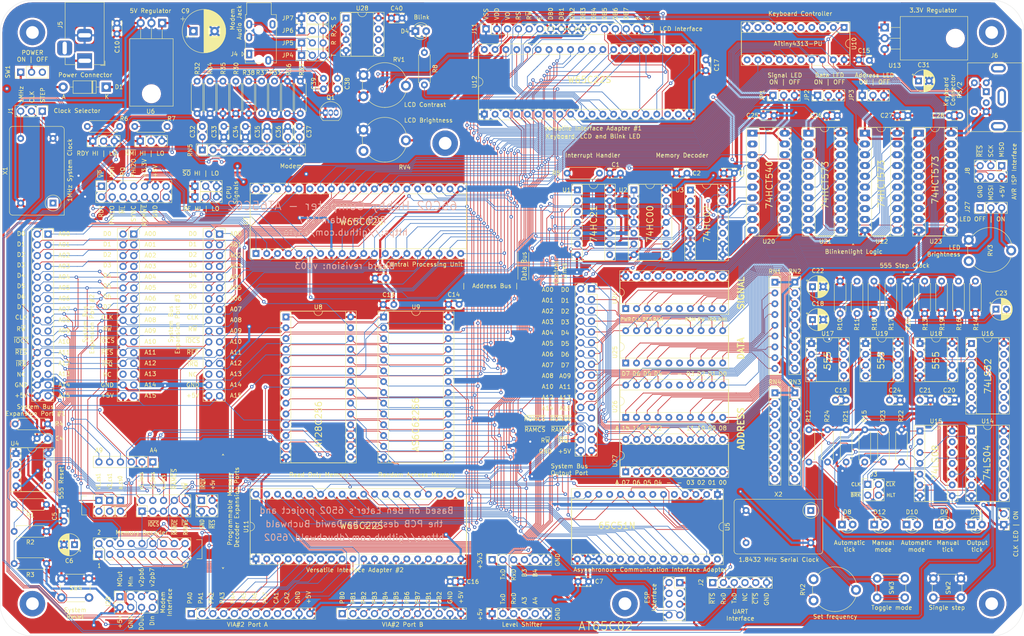
<source format=kicad_pcb>
(kicad_pcb (version 20171130) (host pcbnew "(5.1.9)-1")
  (layers (0 F.Cu signal hide) (31 B.Cu signal hide) (34 B.Paste user hide) (35 F.Paste user) (36 B.SilkS user hide) (37 F.SilkS user) (38 B.Mask user) (39 F.Mask user) (44 Edge.Cuts user))
  (net 0 "")
  (net 1 +5V)
  (net 2 GND)
  (net 3 "Net-(C4-Pad1)")
  (net 4 "/6502 Peripherals/v1pb0")
  (net 5 CLK)
  (net 6 CLKOUT)
  (net 7 a0)
  (net 8 a1)
  (net 9 a2)
  (net 10 a3)
  (net 11 a4)
  (net 12 a5)
  (net 13 a6)
  (net 14 a7)
  (net 15 a8)
  (net 16 a9)
  (net 17 a10)
  (net 18 a11)
  (net 19 a12)
  (net 20 a13)
  (net 21 a14)
  (net 22 a15)
  (net 23 d0)
  (net 24 d1)
  (net 25 d2)
  (net 26 d3)
  (net 27 d4)
  (net 28 d5)
  (net 29 d6)
  (net 30 d7)
  (net 31 R~W)
  (net 32 ~IOCS)
  (net 33 ~RES)
  (net 34 ~IRQX)
  (net 35 "/6502 Peripherals/v1pb1")
  (net 36 "/6502 Peripherals/v1pb2")
  (net 37 "/6502 Peripherals/v1pb3")
  (net 38 "/6502 Peripherals/v1pb4")
  (net 39 "/6502 Peripherals/v1pb5")
  (net 40 "/6502 Peripherals/v1pb6")
  (net 41 "/6502 Peripherals/v1pb7")
  (net 42 "/6502 Peripherals/v2pa0")
  (net 43 "/6502 Peripherals/v2pa1")
  (net 44 "/6502 Peripherals/v2pa2")
  (net 45 "/6502 Peripherals/v2pa3")
  (net 46 "/6502 Peripherals/v2pa4")
  (net 47 "/6502 Peripherals/v2pa5")
  (net 48 "/6502 Peripherals/v2pa6")
  (net 49 "/6502 Peripherals/v2pa7")
  (net 50 "/6502 Peripherals/v2pa8")
  (net 51 "/6502 Peripherals/v2pa9")
  (net 52 "/6502 Peripherals/v2pb0")
  (net 53 "/6502 Peripherals/v2pb1")
  (net 54 "/6502 Peripherals/v2pb2")
  (net 55 "/6502 Peripherals/v2pb3")
  (net 56 "/6502 Peripherals/v2pb4")
  (net 57 "/6502 Peripherals/v2pb5")
  (net 58 "/6502 Peripherals/v2pb8")
  (net 59 "/6502 Peripherals/v2pb9")
  (net 60 KBCLK)
  (net 61 KBDAT)
  (net 62 ~ROM_CS)
  (net 63 ~IRQ)
  (net 64 ~RAM_CS)
  (net 65 ~AIRQ)
  (net 66 ~V2IRQ)
  (net 67 ~V1IRQ)
  (net 68 "/6502 Peripherals/v1pa8")
  (net 69 "/6502 Peripherals/v1pa9")
  (net 70 "/6502 Peripherals/v1pa7")
  (net 71 "/6502 Peripherals/v1pa6")
  (net 72 "/6502 Peripherals/v1pa5")
  (net 73 "/6502 Peripherals/v1pa4")
  (net 74 "/6502 Peripherals/v1pa3")
  (net 75 "/6502 Peripherals/v1pa2")
  (net 76 "/6502 Peripherals/v1pa1")
  (net 77 "/6502 Peripherals/v1pa0")
  (net 78 RxD)
  (net 79 ~CTS)
  (net 80 TxD)
  (net 81 ~RTS)
  (net 82 RS232CLK)
  (net 83 "Net-(X1-Pad1)")
  (net 84 "Net-(X2-Pad1)")
  (net 85 "Net-(D1-Pad2)")
  (net 86 "Net-(D4-Pad2)")
  (net 87 "Net-(U2-Pad12)")
  (net 88 "Net-(U4-Pad5)")
  (net 89 "Net-(U5-Pad5)")
  (net 90 "Net-(U5-Pad7)")
  (net 91 "Net-(U5-Pad11)")
  (net 92 "Net-(U7-Pad35)")
  (net 93 "Net-(U10-Pad9)")
  (net 94 "Net-(U10-Pad8)")
  (net 95 "Net-(U10-Pad5)")
  (net 96 "Net-(U10-Pad4)")
  (net 97 "Net-(U10-Pad11)")
  (net 98 "Net-(U12-Pad19)")
  (net 99 "Net-(U12-Pad18)")
  (net 100 "Net-(C6-Pad1)")
  (net 101 "Net-(J6-Pad6)")
  (net 102 "Net-(J6-Pad2)")
  (net 103 "Net-(J7-Pad28)")
  (net 104 "Net-(J11-Pad3)")
  (net 105 "Net-(U1-Pad8)")
  (net 106 "Net-(U3-Pad10)")
  (net 107 "Net-(U3-Pad13)")
  (net 108 "Net-(U3-Pad4)")
  (net 109 "Net-(C9-Pad1)")
  (net 110 "Net-(SW1-Pad3)")
  (net 111 AUTO)
  (net 112 MAN)
  (net 113 ~MODE)
  (net 114 MODE)
  (net 115 HLT)
  (net 116 ~BRK)
  (net 117 "Net-(D8-Pad1)")
  (net 118 "Net-(D9-Pad1)")
  (net 119 "Net-(D10-Pad1)")
  (net 120 "Net-(D11-Pad1)")
  (net 121 "Net-(D12-Pad1)")
  (net 122 "Net-(C18-Pad1)")
  (net 123 "Net-(C19-Pad1)")
  (net 124 "Net-(C20-Pad1)")
  (net 125 "Net-(C21-Pad1)")
  (net 126 "Net-(C22-Pad1)")
  (net 127 "Net-(C23-Pad1)")
  (net 128 "Net-(C24-Pad1)")
  (net 129 +3.3V)
  (net 130 CLKx)
  (net 131 ~CLKx)
  (net 132 "Net-(J5-Pad1)")
  (net 133 RxD3)
  (net 134 "Net-(J14-Pad6)")
  (net 135 "Net-(J14-Pad4)")
  (net 136 TxD3)
  (net 137 "Net-(J15-Pad5)")
  (net 138 "Net-(J15-Pad4)")
  (net 139 "Net-(J16-Pad4)")
  (net 140 "Net-(J16-Pad5)")
  (net 141 "Net-(JP1-Pad2)")
  (net 142 "Net-(JP2-Pad2)")
  (net 143 "Net-(JP3-Pad2)")
  (net 144 "Net-(R10-Pad2)")
  (net 145 "Net-(R11-Pad2)")
  (net 146 "Net-(R13-Pad2)")
  (net 147 "Net-(R16-Pad2)")
  (net 148 "Net-(R19-Pad2)")
  (net 149 "Net-(RN1-Pad9)")
  (net 150 "Net-(RN1-Pad8)")
  (net 151 "Net-(RN1-Pad7)")
  (net 152 "Net-(RN1-Pad6)")
  (net 153 "Net-(RN1-Pad5)")
  (net 154 "Net-(RN1-Pad4)")
  (net 155 "Net-(RN1-Pad3)")
  (net 156 "Net-(RN1-Pad2)")
  (net 157 LED_bright)
  (net 158 "Net-(RN2-Pad9)")
  (net 159 "Net-(RN2-Pad8)")
  (net 160 "Net-(RN2-Pad7)")
  (net 161 "Net-(RN2-Pad6)")
  (net 162 "Net-(RN2-Pad5)")
  (net 163 "Net-(RN2-Pad4)")
  (net 164 "Net-(RN2-Pad3)")
  (net 165 "Net-(RN2-Pad2)")
  (net 166 "Net-(RN3-Pad2)")
  (net 167 "Net-(RN3-Pad3)")
  (net 168 "Net-(RN3-Pad4)")
  (net 169 "Net-(RN3-Pad5)")
  (net 170 "Net-(RN3-Pad6)")
  (net 171 "Net-(RN3-Pad7)")
  (net 172 "Net-(RN3-Pad8)")
  (net 173 "Net-(RN3-Pad9)")
  (net 174 "Net-(RN4-Pad2)")
  (net 175 "Net-(RN4-Pad3)")
  (net 176 "Net-(RN4-Pad4)")
  (net 177 "Net-(RN4-Pad5)")
  (net 178 "Net-(RN4-Pad6)")
  (net 179 "Net-(RN4-Pad7)")
  (net 180 "Net-(RN4-Pad8)")
  (net 181 "Net-(RN4-Pad9)")
  (net 182 "Net-(RV2-Pad3)")
  (net 183 "Net-(RV3-Pad1)")
  (net 184 "Net-(U14-Pad4)")
  (net 185 "Net-(U15-Pad6)")
  (net 186 "Net-(U15-Pad3)")
  (net 187 "Net-(U15-Pad9)")
  (net 188 "Net-(U20-Pad18)")
  (net 189 "Net-(U20-Pad17)")
  (net 190 "Net-(U20-Pad16)")
  (net 191 "Net-(U20-Pad15)")
  (net 192 "Net-(U20-Pad14)")
  (net 193 "Net-(U20-Pad13)")
  (net 194 "Net-(U20-Pad12)")
  (net 195 "Net-(U20-Pad2)")
  (net 196 "Net-(U20-Pad11)")
  (net 197 "Net-(U24-Pad16)")
  (net 198 "Net-(U24-Pad6)")
  (net 199 "Net-(U24-Pad15)")
  (net 200 "Net-(U24-Pad5)")
  (net 201 "Net-(U25-Pad16)")
  (net 202 "Net-(U25-Pad6)")
  (net 203 "Net-(U25-Pad15)")
  (net 204 "Net-(U25-Pad5)")
  (net 205 "Net-(U26-Pad16)")
  (net 206 "Net-(U26-Pad6)")
  (net 207 "Net-(U26-Pad15)")
  (net 208 "Net-(U26-Pad5)")
  (net 209 "Net-(U27-Pad16)")
  (net 210 "Net-(U27-Pad6)")
  (net 211 "Net-(U27-Pad15)")
  (net 212 "Net-(U27-Pad5)")
  (net 213 "Net-(J14-Pad3)")
  (net 214 RDY)
  (net 215 ~NMI)
  (net 216 PHI2O)
  (net 217 SYNC)
  (net 218 ~ML)
  (net 219 PHI1O)
  (net 220 ~VP)
  (net 221 "Net-(J2-Pad4)")
  (net 222 "Net-(C32-Pad1)")
  (net 223 DataOut)
  (net 224 "Net-(C37-Pad1)")
  (net 225 "Net-(C37-Pad2)")
  (net 226 "Net-(C38-Pad2)")
  (net 227 ModOut)
  (net 228 "Net-(C39-Pad1)")
  (net 229 ModIn)
  (net 230 "Net-(J4-PadS)")
  (net 231 "Net-(J4-PadT)")
  (net 232 "Net-(J4-PadR1)")
  (net 233 "Net-(J4-PadR2)")
  (net 234 DataIn)
  (net 235 "Net-(C33-Pad2)")
  (net 236 "Net-(C34-Pad2)")
  (net 237 "Net-(C35-Pad2)")
  (net 238 "Net-(C36-Pad2)")
  (net 239 V2PB6)
  (net 240 V2PB7)
  (net 241 "Net-(JP9-Pad2)")
  (net 242 "Net-(R6-Pad1)")
  (net 243 "Net-(J21-Pad28)")
  (net 244 "Net-(J22-Pad28)")
  (net 245 ~RAM_OE)
  (net 246 V2CS1)
  (net 247 V1CS1)
  (net 248 A_CSO)
  (net 249 ~IOCS_V1)
  (net 250 ~IOCS_V2)
  (net 251 ~IOCS_A)
  (net 252 ab14)
  (net 253 ab15)
  (net 254 ab12)
  (net 255 ab13)
  (net 256 ab10)
  (net 257 ab11)
  (net 258 ab8)
  (net 259 ab9)
  (net 260 ab7)
  (net 261 db7)
  (net 262 ab6)
  (net 263 db6)
  (net 264 ab5)
  (net 265 db5)
  (net 266 ab4)
  (net 267 db4)
  (net 268 ab3)
  (net 269 db3)
  (net 270 ab2)
  (net 271 db2)
  (net 272 ab1)
  (net 273 db1)
  (net 274 ab0)
  (net 275 db0)
  (net 276 "Net-(J27-Pad1)")
  (net 277 "Net-(J27-Pad3)")
  (net 278 ~ROM_OE)
  (net 279 CLOCK_LED_GND)
  (net 280 ROM~WE)
  (net 281 "Net-(J11-Pad16)")
  (net 282 "Net-(RV4-Pad1)")
  (net 283 "Net-(J29-Pad1)")
  (net 284 "Net-(J29-Pad3)")
  (net 285 "Net-(J29-Pad5)")
  (net 286 "Net-(J29-Pad15)")
  (net 287 "Net-(J29-Pad17)")
  (net 288 "Net-(J29-Pad7)")
  (net 289 "Net-(J29-Pad9)")
  (net 290 "Net-(J29-Pad11)")
  (net 291 "Net-(J29-Pad13)")
  (net 292 RAM~WE~)
  (net 293 ~SO)
  (net 294 BE)
  (module Connector_PinHeader_2.54mm:PinHeader_2x09_P2.54mm_Vertical (layer F.Cu) (at 2.965 150.93 90)
    (fp_text reference J29 hide)
    (fp_text value "Decoder Signals")
    (pad 1 thru_hole rect (at 0 0 90) (size 1.7 1.7) (drill 1) (layers *.Cu *.Mask) (net 283 "Net-(J29-Pad1)"))
    (pad 2 thru_hole oval (at 2.54 0 90) (size 1.7 1.7) (drill 1) (layers *.Cu *.Mask) (net 278 ~ROM_OE))
    (pad 3 thru_hole oval (at 0 2.54 90) (size 1.7 1.7) (drill 1) (layers *.Cu *.Mask) (net 284 "Net-(J29-Pad3)"))
    (pad 4 thru_hole oval (at 2.54 2.54 90) (size 1.7 1.7) (drill 1) (layers *.Cu *.Mask) (net 64 ~RAM_CS))
    (pad 5 thru_hole oval (at 0 5.08 90) (size 1.7 1.7) (drill 1) (layers *.Cu *.Mask) (net 285 "Net-(J29-Pad5)"))
    (pad 6 thru_hole oval (at 2.54 5.08 90) (size 1.7 1.7) (drill 1) (layers *.Cu *.Mask) (net 5 CLK))
    (pad 7 thru_hole oval (at 0 7.62 90) (size 1.7 1.7) (drill 1) (layers *.Cu *.Mask) (net 288 "Net-(J29-Pad7)"))
    (pad 8 thru_hole oval (at 2.54 7.62 90) (size 1.7 1.7) (drill 1) (layers *.Cu *.Mask) (net 62 ~ROM_CS))
    (pad 9 thru_hole oval (at 0 10.16 90) (size 1.7 1.7) (drill 1) (layers *.Cu *.Mask) (net 289 "Net-(J29-Pad9)"))
    (pad 10 thru_hole oval (at 2.54 10.16 90) (size 1.7 1.7) (drill 1) (layers *.Cu *.Mask) (net 32 ~IOCS))
    (pad 11 thru_hole oval (at 0 12.7 90) (size 1.7 1.7) (drill 1) (layers *.Cu *.Mask) (net 290 "Net-(J29-Pad11)"))
    (pad 12 thru_hole oval (at 2.54 12.7 90) (size 1.7 1.7) (drill 1) (layers *.Cu *.Mask) (net 22 a15))
    (pad 13 thru_hole oval (at 0 15.24 90) (size 1.7 1.7) (drill 1) (layers *.Cu *.Mask) (net 291 "Net-(J29-Pad13)"))
    (pad 14 thru_hole oval (at 2.54 15.24 90) (size 1.7 1.7) (drill 1) (layers *.Cu *.Mask) (net 21 a14))
    (pad 15 thru_hole oval (at 0 17.78 90) (size 1.7 1.7) (drill 1) (layers *.Cu *.Mask) (net 286 "Net-(J29-Pad15)"))
    (pad 16 thru_hole oval (at 2.54 17.78 90) (size 1.7 1.7) (drill 1) (layers *.Cu *.Mask) (net 20 a13))
    (pad 17 thru_hole oval (at 0 20.32 90) (size 1.7 1.7) (drill 1) (layers *.Cu *.Mask) (net 287 "Net-(J29-Pad17)"))
    (pad 18 thru_hole oval (at 2.54 20.32 90) (size 1.7 1.7) (drill 1) (layers *.Cu *.Mask) (net 22 a15))
  )
  (module MountingHole:MountingHole_3mm_Pad (layer F.Cu) (at 84.565 54.05)
    (fp_text reference H6 hide)
    (fp_text value MountingHole)
    (pad 1 thru_hole circle (at 0 0) (size 6 6) (drill 3) (layers *.Cu *.Mask))
  )
  (module MountingHole:MountingHole_3mm_Pad (layer F.Cu) (at 126.94 162.56)
    (fp_text reference H5 hide)
    (fp_text value MountingHole)
    (pad 1 thru_hole circle (at 0 0) (size 6 6) (drill 3) (layers *.Cu *.Mask))
  )
  (module Capacitor_THT:C_Disc_D3.4mm_W2.1mm_P2.50mm (layer F.Cu) (at 7.22 28.265 90)
    (fp_text reference C10 (at -3.115 0.06 90) (layer F.SilkS))
    (fp_text value 0.1uF)
    (pad 1 thru_hole circle (at 0 0 90) (size 1.6 1.6) (drill 0.8) (layers *.Cu *.Mask) (net 1 +5V))
    (pad 2 thru_hole circle (at 2.5 0 90) (size 1.6 1.6) (drill 0.8) (layers *.Cu *.Mask) (net 2 GND))
  )
  (module Button_Switch_THT:SW_PUSH_6mm (layer F.Cu) (at -5.86 156.625)
    (fp_text reference SW4 (at 3.375 2.275) (layer F.SilkS))
    (fp_text value SW_SPDT)
    (pad 1 thru_hole circle (at 6.5 0 90) (size 2 2) (drill 1.1) (layers *.Cu *.Mask) (net 2 GND))
    (pad 2 thru_hole circle (at 6.5 4.5 90) (size 2 2) (drill 1.1) (layers *.Cu *.Mask) (net 3 "Net-(C4-Pad1)"))
    (pad 1 thru_hole circle (at 0 0 90) (size 2 2) (drill 1.1) (layers *.Cu *.Mask) (net 2 GND))
    (pad 2 thru_hole circle (at 0 4.5 90) (size 2 2) (drill 1.1) (layers *.Cu *.Mask) (net 3 "Net-(C4-Pad1)"))
  )
  (module Button_Switch_THT:SW_PUSH_6mm (layer F.Cu) (at 199.619 156.625)
    (fp_text reference SW2 (at 3.521 2.2 90) (layer F.SilkS))
    (fp_text value Step)
    (pad 1 thru_hole circle (at 6.5 0 90) (size 2 2) (drill 1.1) (layers *.Cu *.Mask) (net 2 GND))
    (pad 2 thru_hole circle (at 6.5 4.5 90) (size 2 2) (drill 1.1) (layers *.Cu *.Mask) (net 146 "Net-(R13-Pad2)"))
    (pad 1 thru_hole circle (at 0 0 90) (size 2 2) (drill 1.1) (layers *.Cu *.Mask) (net 2 GND))
    (pad 2 thru_hole circle (at 0 4.5 90) (size 2 2) (drill 1.1) (layers *.Cu *.Mask) (net 146 "Net-(R13-Pad2)"))
  )
  (module Button_Switch_THT:SW_PUSH_6mm (layer F.Cu) (at 186.379 156.625)
    (fp_text reference SW3 (at 3.386 2.2 90) (layer F.SilkS))
    (fp_text value Mode)
    (pad 1 thru_hole circle (at 6.5 0 90) (size 2 2) (drill 1.1) (layers *.Cu *.Mask) (net 126 "Net-(C22-Pad1)"))
    (pad 2 thru_hole circle (at 6.5 4.5 90) (size 2 2) (drill 1.1) (layers *.Cu *.Mask) (net 148 "Net-(R19-Pad2)"))
    (pad 1 thru_hole circle (at 0 0 90) (size 2 2) (drill 1.1) (layers *.Cu *.Mask) (net 126 "Net-(C22-Pad1)"))
    (pad 2 thru_hole circle (at 0 4.5 90) (size 2 2) (drill 1.1) (layers *.Cu *.Mask) (net 148 "Net-(R19-Pad2)"))
  )
  (module Connector_PinHeader_2.54mm:PinHeader_1x03_P2.54mm_Vertical (layer F.Cu) (at 182.85 42.76 90)
    (fp_text reference JP3 (at 0 -2.53 90) (layer F.SilkS))
    (fp_text value EN_ADDR)
    (pad 3 thru_hole oval (at 0 5.08 90) (size 1.7 1.7) (drill 1) (layers *.Cu *.Mask) (net 1 +5V))
    (pad 2 thru_hole oval (at 0 2.54 90) (size 1.7 1.7) (drill 1) (layers *.Cu *.Mask) (net 143 "Net-(JP3-Pad2)"))
    (pad 1 thru_hole rect (at 0 0 90) (size 1.7 1.7) (drill 1) (layers *.Cu *.Mask) (net 2 GND))
  )
  (module Connector_PinHeader_2.54mm:PinHeader_1x03_P2.54mm_Vertical (layer F.Cu) (at 172.33 42.76 90)
    (fp_text reference JP2 (at 0 -2.53 90) (layer F.SilkS))
    (fp_text value EN_DATA)
    (pad 3 thru_hole oval (at 0 5.08 90) (size 1.7 1.7) (drill 1) (layers *.Cu *.Mask) (net 1 +5V))
    (pad 2 thru_hole oval (at 0 2.54 90) (size 1.7 1.7) (drill 1) (layers *.Cu *.Mask) (net 142 "Net-(JP2-Pad2)"))
    (pad 1 thru_hole rect (at 0 0 90) (size 1.7 1.7) (drill 1) (layers *.Cu *.Mask) (net 2 GND))
  )
  (module Connector_PinHeader_2.54mm:PinHeader_1x03_P2.54mm_Vertical (layer F.Cu) (at 161.81 42.76 90)
    (fp_text reference JP1 (at 0 -2.53 90) (layer F.SilkS))
    (fp_text value EN_SIGNAL)
    (pad 3 thru_hole oval (at 0 5.08 90) (size 1.7 1.7) (drill 1) (layers *.Cu *.Mask) (net 1 +5V))
    (pad 2 thru_hole oval (at 0 2.54 90) (size 1.7 1.7) (drill 1) (layers *.Cu *.Mask) (net 141 "Net-(JP1-Pad2)"))
    (pad 1 thru_hole rect (at 0 0 90) (size 1.7 1.7) (drill 1) (layers *.Cu *.Mask) (net 2 GND))
  )
  (module Connector_PinSocket_2.54mm:PinSocket_2x16_P2.54mm_Vertical (layer F.Cu) (at 119.06 88.36)
    (fp_text reference J12 hide)
    (fp_text value "System Bus Output port")
    (pad 32 thru_hole oval (at -2.54 38.1) (size 1.7 1.7) (drill 1) (layers *.Cu *.Mask) (net 2 GND))
    (pad 31 thru_hole oval (at 0 38.1) (size 1.7 1.7) (drill 1) (layers *.Cu *.Mask) (net 1 +5V))
    (pad 30 thru_hole oval (at -2.54 35.56) (size 1.7 1.7) (drill 1) (layers *.Cu *.Mask) (net 31 R~W))
    (pad 29 thru_hole oval (at 0 35.56) (size 1.7 1.7) (drill 1) (layers *.Cu *.Mask) (net 63 ~IRQ))
    (pad 28 thru_hole oval (at -2.54 33.02) (size 1.7 1.7) (drill 1) (layers *.Cu *.Mask) (net 64 ~RAM_CS))
    (pad 27 thru_hole oval (at 0 33.02) (size 1.7 1.7) (drill 1) (layers *.Cu *.Mask) (net 245 ~RAM_OE))
    (pad 26 thru_hole oval (at -2.54 30.48) (size 1.7 1.7) (drill 1) (layers *.Cu *.Mask) (net 62 ~ROM_CS))
    (pad 25 thru_hole oval (at 0 30.48) (size 1.7 1.7) (drill 1) (layers *.Cu *.Mask) (net 278 ~ROM_OE))
    (pad 24 thru_hole oval (at -2.54 27.94) (size 1.7 1.7) (drill 1) (layers *.Cu *.Mask) (net 252 ab14))
    (pad 23 thru_hole oval (at 0 27.94) (size 1.7 1.7) (drill 1) (layers *.Cu *.Mask) (net 253 ab15))
    (pad 22 thru_hole oval (at -2.54 25.4) (size 1.7 1.7) (drill 1) (layers *.Cu *.Mask) (net 254 ab12))
    (pad 21 thru_hole oval (at 0 25.4) (size 1.7 1.7) (drill 1) (layers *.Cu *.Mask) (net 255 ab13))
    (pad 20 thru_hole oval (at -2.54 22.86) (size 1.7 1.7) (drill 1) (layers *.Cu *.Mask) (net 256 ab10))
    (pad 19 thru_hole oval (at 0 22.86) (size 1.7 1.7) (drill 1) (layers *.Cu *.Mask) (net 257 ab11))
    (pad 18 thru_hole oval (at -2.54 20.32) (size 1.7 1.7) (drill 1) (layers *.Cu *.Mask) (net 258 ab8))
    (pad 17 thru_hole oval (at 0 20.32) (size 1.7 1.7) (drill 1) (layers *.Cu *.Mask) (net 259 ab9))
    (pad 16 thru_hole oval (at -2.54 17.78) (size 1.7 1.7) (drill 1) (layers *.Cu *.Mask) (net 260 ab7))
    (pad 15 thru_hole oval (at 0 17.78) (size 1.7 1.7) (drill 1) (layers *.Cu *.Mask) (net 261 db7))
    (pad 14 thru_hole oval (at -2.54 15.24) (size 1.7 1.7) (drill 1) (layers *.Cu *.Mask) (net 262 ab6))
    (pad 13 thru_hole oval (at 0 15.24) (size 1.7 1.7) (drill 1) (layers *.Cu *.Mask) (net 263 db6))
    (pad 12 thru_hole oval (at -2.54 12.7) (size 1.7 1.7) (drill 1) (layers *.Cu *.Mask) (net 264 ab5))
    (pad 11 thru_hole oval (at 0 12.7) (size 1.7 1.7) (drill 1) (layers *.Cu *.Mask) (net 265 db5))
    (pad 10 thru_hole oval (at -2.54 10.16) (size 1.7 1.7) (drill 1) (layers *.Cu *.Mask) (net 266 ab4))
    (pad 9 thru_hole oval (at 0 10.16) (size 1.7 1.7) (drill 1) (layers *.Cu *.Mask) (net 267 db4))
    (pad 8 thru_hole oval (at -2.54 7.62) (size 1.7 1.7) (drill 1) (layers *.Cu *.Mask) (net 268 ab3))
    (pad 7 thru_hole oval (at 0 7.62) (size 1.7 1.7) (drill 1) (layers *.Cu *.Mask) (net 269 db3))
    (pad 6 thru_hole oval (at -2.54 5.08) (size 1.7 1.7) (drill 1) (layers *.Cu *.Mask) (net 270 ab2))
    (pad 5 thru_hole oval (at 0 5.08) (size 1.7 1.7) (drill 1) (layers *.Cu *.Mask) (net 271 db2))
    (pad 4 thru_hole oval (at -2.54 2.54) (size 1.7 1.7) (drill 1) (layers *.Cu *.Mask) (net 272 ab1))
    (pad 3 thru_hole oval (at 0 2.54) (size 1.7 1.7) (drill 1) (layers *.Cu *.Mask) (net 273 db1))
    (pad 2 thru_hole oval (at -2.54 0) (size 1.7 1.7) (drill 1) (layers *.Cu *.Mask) (net 274 ab0))
    (pad 1 thru_hole rect (at 0 0) (size 1.7 1.7) (drill 1) (layers *.Cu *.Mask) (net 275 db0))
  )
  (module Package_DIP:DIP-20_W7.62mm_Socket (layer F.Cu) (at 127.12 105.846666 90)
    (fp_text reference U25 (at 2.54 -2.54 90) (layer F.SilkS))
    (fp_text value "10_LED_Array (green)")
    (pad 20 thru_hole oval (at 7.62 0 90) (size 1.6 1.6) (drill 0.8) (layers *.Cu *.Mask) (net 261 db7))
    (pad 10 thru_hole oval (at 0 22.86 90) (size 1.6 1.6) (drill 0.8) (layers *.Cu *.Mask) (net 149 "Net-(RN1-Pad9)"))
    (pad 19 thru_hole oval (at 7.62 2.54 90) (size 1.6 1.6) (drill 0.8) (layers *.Cu *.Mask) (net 263 db6))
    (pad 9 thru_hole oval (at 0 20.32 90) (size 1.6 1.6) (drill 0.8) (layers *.Cu *.Mask) (net 150 "Net-(RN1-Pad8)"))
    (pad 18 thru_hole oval (at 7.62 5.08 90) (size 1.6 1.6) (drill 0.8) (layers *.Cu *.Mask) (net 265 db5))
    (pad 8 thru_hole oval (at 0 17.78 90) (size 1.6 1.6) (drill 0.8) (layers *.Cu *.Mask) (net 151 "Net-(RN1-Pad7)"))
    (pad 17 thru_hole oval (at 7.62 7.62 90) (size 1.6 1.6) (drill 0.8) (layers *.Cu *.Mask) (net 267 db4))
    (pad 7 thru_hole oval (at 0 15.24 90) (size 1.6 1.6) (drill 0.8) (layers *.Cu *.Mask) (net 152 "Net-(RN1-Pad6)"))
    (pad 16 thru_hole oval (at 7.62 10.16 90) (size 1.6 1.6) (drill 0.8) (layers *.Cu *.Mask) (net 201 "Net-(U25-Pad16)"))
    (pad 6 thru_hole oval (at 0 12.7 90) (size 1.6 1.6) (drill 0.8) (layers *.Cu *.Mask) (net 202 "Net-(U25-Pad6)"))
    (pad 15 thru_hole oval (at 7.62 12.7 90) (size 1.6 1.6) (drill 0.8) (layers *.Cu *.Mask) (net 203 "Net-(U25-Pad15)"))
    (pad 5 thru_hole oval (at 0 10.16 90) (size 1.6 1.6) (drill 0.8) (layers *.Cu *.Mask) (net 204 "Net-(U25-Pad5)"))
    (pad 14 thru_hole oval (at 7.62 15.24 90) (size 1.6 1.6) (drill 0.8) (layers *.Cu *.Mask) (net 269 db3))
    (pad 4 thru_hole oval (at 0 7.62 90) (size 1.6 1.6) (drill 0.8) (layers *.Cu *.Mask) (net 153 "Net-(RN1-Pad5)"))
    (pad 13 thru_hole oval (at 7.62 17.78 90) (size 1.6 1.6) (drill 0.8) (layers *.Cu *.Mask) (net 271 db2))
    (pad 3 thru_hole oval (at 0 5.08 90) (size 1.6 1.6) (drill 0.8) (layers *.Cu *.Mask) (net 154 "Net-(RN1-Pad4)"))
    (pad 12 thru_hole oval (at 7.62 20.32 90) (size 1.6 1.6) (drill 0.8) (layers *.Cu *.Mask) (net 273 db1))
    (pad 2 thru_hole oval (at 0 2.54 90) (size 1.6 1.6) (drill 0.8) (layers *.Cu *.Mask) (net 155 "Net-(RN1-Pad3)"))
    (pad 11 thru_hole oval (at 7.62 22.86 90) (size 1.6 1.6) (drill 0.8) (layers *.Cu *.Mask) (net 275 db0))
    (pad 1 thru_hole rect (at 0 0 90) (size 1.6 1.6) (drill 0.8) (layers *.Cu *.Mask) (net 156 "Net-(RN1-Pad2)"))
  )
  (module Package_DIP:DIP-20_W7.62mm_Socket (layer F.Cu) (at 127.12 93.03 90)
    (fp_text reference U24 (at 2.54 -2.54 270) (layer F.SilkS))
    (fp_text value "10_LED_Array (yellow)")
    (pad 20 thru_hole oval (at 7.62 0 90) (size 1.6 1.6) (drill 0.8) (layers *.Cu *.Mask) (net 1 +5V))
    (pad 10 thru_hole oval (at 0 22.86 90) (size 1.6 1.6) (drill 0.8) (layers *.Cu *.Mask) (net 158 "Net-(RN2-Pad9)"))
    (pad 19 thru_hole oval (at 7.62 2.54 90) (size 1.6 1.6) (drill 0.8) (layers *.Cu *.Mask) (net 189 "Net-(U20-Pad17)"))
    (pad 9 thru_hole oval (at 0 20.32 90) (size 1.6 1.6) (drill 0.8) (layers *.Cu *.Mask) (net 159 "Net-(RN2-Pad8)"))
    (pad 18 thru_hole oval (at 7.62 5.08 90) (size 1.6 1.6) (drill 0.8) (layers *.Cu *.Mask) (net 190 "Net-(U20-Pad16)"))
    (pad 8 thru_hole oval (at 0 17.78 90) (size 1.6 1.6) (drill 0.8) (layers *.Cu *.Mask) (net 160 "Net-(RN2-Pad7)"))
    (pad 17 thru_hole oval (at 7.62 7.62 90) (size 1.6 1.6) (drill 0.8) (layers *.Cu *.Mask) (net 191 "Net-(U20-Pad15)"))
    (pad 7 thru_hole oval (at 0 15.24 90) (size 1.6 1.6) (drill 0.8) (layers *.Cu *.Mask) (net 161 "Net-(RN2-Pad6)"))
    (pad 16 thru_hole oval (at 7.62 10.16 90) (size 1.6 1.6) (drill 0.8) (layers *.Cu *.Mask) (net 197 "Net-(U24-Pad16)"))
    (pad 6 thru_hole oval (at 0 12.7 90) (size 1.6 1.6) (drill 0.8) (layers *.Cu *.Mask) (net 198 "Net-(U24-Pad6)"))
    (pad 15 thru_hole oval (at 7.62 12.7 90) (size 1.6 1.6) (drill 0.8) (layers *.Cu *.Mask) (net 199 "Net-(U24-Pad15)"))
    (pad 5 thru_hole oval (at 0 10.16 90) (size 1.6 1.6) (drill 0.8) (layers *.Cu *.Mask) (net 200 "Net-(U24-Pad5)"))
    (pad 14 thru_hole oval (at 7.62 15.24 90) (size 1.6 1.6) (drill 0.8) (layers *.Cu *.Mask) (net 192 "Net-(U20-Pad14)"))
    (pad 4 thru_hole oval (at 0 7.62 90) (size 1.6 1.6) (drill 0.8) (layers *.Cu *.Mask) (net 162 "Net-(RN2-Pad5)"))
    (pad 13 thru_hole oval (at 7.62 17.78 90) (size 1.6 1.6) (drill 0.8) (layers *.Cu *.Mask) (net 193 "Net-(U20-Pad13)"))
    (pad 3 thru_hole oval (at 0 5.08 90) (size 1.6 1.6) (drill 0.8) (layers *.Cu *.Mask) (net 163 "Net-(RN2-Pad4)"))
    (pad 12 thru_hole oval (at 7.62 20.32 90) (size 1.6 1.6) (drill 0.8) (layers *.Cu *.Mask) (net 194 "Net-(U20-Pad12)"))
    (pad 2 thru_hole oval (at 0 2.54 90) (size 1.6 1.6) (drill 0.8) (layers *.Cu *.Mask) (net 164 "Net-(RN2-Pad3)"))
    (pad 11 thru_hole oval (at 7.62 22.86 90) (size 1.6 1.6) (drill 0.8) (layers *.Cu *.Mask) (net 196 "Net-(U20-Pad11)"))
    (pad 1 thru_hole rect (at 0 0 90) (size 1.6 1.6) (drill 0.8) (layers *.Cu *.Mask) (net 165 "Net-(RN2-Pad2)"))
  )
  (module Package_DIP:DIP-20_W7.62mm_Socket (layer F.Cu) (at 127.12 118.663332 90)
    (fp_text reference U26 (at 2.54 -2.54 90) (layer F.SilkS))
    (fp_text value "10_LED_Array (red)")
    (pad 20 thru_hole oval (at 7.62 0 90) (size 1.6 1.6) (drill 0.8) (layers *.Cu *.Mask) (net 253 ab15))
    (pad 10 thru_hole oval (at 0 22.86 90) (size 1.6 1.6) (drill 0.8) (layers *.Cu *.Mask) (net 173 "Net-(RN3-Pad9)"))
    (pad 19 thru_hole oval (at 7.62 2.54 90) (size 1.6 1.6) (drill 0.8) (layers *.Cu *.Mask) (net 252 ab14))
    (pad 9 thru_hole oval (at 0 20.32 90) (size 1.6 1.6) (drill 0.8) (layers *.Cu *.Mask) (net 172 "Net-(RN3-Pad8)"))
    (pad 18 thru_hole oval (at 7.62 5.08 90) (size 1.6 1.6) (drill 0.8) (layers *.Cu *.Mask) (net 255 ab13))
    (pad 8 thru_hole oval (at 0 17.78 90) (size 1.6 1.6) (drill 0.8) (layers *.Cu *.Mask) (net 171 "Net-(RN3-Pad7)"))
    (pad 17 thru_hole oval (at 7.62 7.62 90) (size 1.6 1.6) (drill 0.8) (layers *.Cu *.Mask) (net 254 ab12))
    (pad 7 thru_hole oval (at 0 15.24 90) (size 1.6 1.6) (drill 0.8) (layers *.Cu *.Mask) (net 170 "Net-(RN3-Pad6)"))
    (pad 16 thru_hole oval (at 7.62 10.16 90) (size 1.6 1.6) (drill 0.8) (layers *.Cu *.Mask) (net 205 "Net-(U26-Pad16)"))
    (pad 6 thru_hole oval (at 0 12.7 90) (size 1.6 1.6) (drill 0.8) (layers *.Cu *.Mask) (net 206 "Net-(U26-Pad6)"))
    (pad 15 thru_hole oval (at 7.62 12.7 90) (size 1.6 1.6) (drill 0.8) (layers *.Cu *.Mask) (net 207 "Net-(U26-Pad15)"))
    (pad 5 thru_hole oval (at 0 10.16 90) (size 1.6 1.6) (drill 0.8) (layers *.Cu *.Mask) (net 208 "Net-(U26-Pad5)"))
    (pad 14 thru_hole oval (at 7.62 15.24 90) (size 1.6 1.6) (drill 0.8) (layers *.Cu *.Mask) (net 257 ab11))
    (pad 4 thru_hole oval (at 0 7.62 90) (size 1.6 1.6) (drill 0.8) (layers *.Cu *.Mask) (net 169 "Net-(RN3-Pad5)"))
    (pad 13 thru_hole oval (at 7.62 17.78 90) (size 1.6 1.6) (drill 0.8) (layers *.Cu *.Mask) (net 256 ab10))
    (pad 3 thru_hole oval (at 0 5.08 90) (size 1.6 1.6) (drill 0.8) (layers *.Cu *.Mask) (net 168 "Net-(RN3-Pad4)"))
    (pad 12 thru_hole oval (at 7.62 20.32 90) (size 1.6 1.6) (drill 0.8) (layers *.Cu *.Mask) (net 259 ab9))
    (pad 2 thru_hole oval (at 0 2.54 90) (size 1.6 1.6) (drill 0.8) (layers *.Cu *.Mask) (net 167 "Net-(RN3-Pad3)"))
    (pad 11 thru_hole oval (at 7.62 22.86 90) (size 1.6 1.6) (drill 0.8) (layers *.Cu *.Mask) (net 258 ab8))
    (pad 1 thru_hole rect (at 0 0 90) (size 1.6 1.6) (drill 0.8) (layers *.Cu *.Mask) (net 166 "Net-(RN3-Pad2)"))
  )
  (module Package_DIP:DIP-20_W7.62mm_Socket (layer F.Cu) (at 127.12 131.48 90)
    (fp_text reference U27 (at 2.54 -2.54 90) (layer F.SilkS))
    (fp_text value "10_LED_Array (red)")
    (pad 20 thru_hole oval (at 7.62 0 90) (size 1.6 1.6) (drill 0.8) (layers *.Cu *.Mask) (net 260 ab7))
    (pad 10 thru_hole oval (at 0 22.86 90) (size 1.6 1.6) (drill 0.8) (layers *.Cu *.Mask) (net 181 "Net-(RN4-Pad9)"))
    (pad 19 thru_hole oval (at 7.62 2.54 90) (size 1.6 1.6) (drill 0.8) (layers *.Cu *.Mask) (net 262 ab6))
    (pad 9 thru_hole oval (at 0 20.32 90) (size 1.6 1.6) (drill 0.8) (layers *.Cu *.Mask) (net 180 "Net-(RN4-Pad8)"))
    (pad 18 thru_hole oval (at 7.62 5.08 90) (size 1.6 1.6) (drill 0.8) (layers *.Cu *.Mask) (net 264 ab5))
    (pad 8 thru_hole oval (at 0 17.78 90) (size 1.6 1.6) (drill 0.8) (layers *.Cu *.Mask) (net 179 "Net-(RN4-Pad7)"))
    (pad 17 thru_hole oval (at 7.62 7.62 90) (size 1.6 1.6) (drill 0.8) (layers *.Cu *.Mask) (net 266 ab4))
    (pad 7 thru_hole oval (at 0 15.24 90) (size 1.6 1.6) (drill 0.8) (layers *.Cu *.Mask) (net 178 "Net-(RN4-Pad6)"))
    (pad 16 thru_hole oval (at 7.62 10.16 90) (size 1.6 1.6) (drill 0.8) (layers *.Cu *.Mask) (net 209 "Net-(U27-Pad16)"))
    (pad 6 thru_hole oval (at 0 12.7 90) (size 1.6 1.6) (drill 0.8) (layers *.Cu *.Mask) (net 210 "Net-(U27-Pad6)"))
    (pad 15 thru_hole oval (at 7.62 12.7 90) (size 1.6 1.6) (drill 0.8) (layers *.Cu *.Mask) (net 211 "Net-(U27-Pad15)"))
    (pad 5 thru_hole oval (at 0 10.16 90) (size 1.6 1.6) (drill 0.8) (layers *.Cu *.Mask) (net 212 "Net-(U27-Pad5)"))
    (pad 14 thru_hole oval (at 7.62 15.24 90) (size 1.6 1.6) (drill 0.8) (layers *.Cu *.Mask) (net 268 ab3))
    (pad 4 thru_hole oval (at 0 7.62 90) (size 1.6 1.6) (drill 0.8) (layers *.Cu *.Mask) (net 177 "Net-(RN4-Pad5)"))
    (pad 13 thru_hole oval (at 7.62 17.78 90) (size 1.6 1.6) (drill 0.8) (layers *.Cu *.Mask) (net 270 ab2))
    (pad 3 thru_hole oval (at 0 5.08 90) (size 1.6 1.6) (drill 0.8) (layers *.Cu *.Mask) (net 176 "Net-(RN4-Pad4)"))
    (pad 12 thru_hole oval (at 7.62 20.32 90) (size 1.6 1.6) (drill 0.8) (layers *.Cu *.Mask) (net 272 ab1))
    (pad 2 thru_hole oval (at 0 2.54 90) (size 1.6 1.6) (drill 0.8) (layers *.Cu *.Mask) (net 175 "Net-(RN4-Pad3)"))
    (pad 11 thru_hole oval (at 7.62 22.86 90) (size 1.6 1.6) (drill 0.8) (layers *.Cu *.Mask) (net 274 ab0))
    (pad 1 thru_hole rect (at 0 0 90) (size 1.6 1.6) (drill 0.8) (layers *.Cu *.Mask) (net 174 "Net-(RN4-Pad2)"))
  )
  (module Potentiometer_THT:Potentiometer_Piher_PT-10-V10_Vertical (layer F.Cu) (at 207.96 81.83)
    (fp_text reference RV3 (at 5.09 -2.5 90) (layer F.SilkS))
    (fp_text value 2k)
    (pad 3 thru_hole circle (at 0 -5) (size 2.34 2.34) (drill 1.3) (layers *.Cu *.Mask) (net 2 GND))
    (pad 2 thru_hole circle (at 10 -2.5) (size 2.34 2.34) (drill 1.3) (layers *.Cu *.Mask) (net 277 "Net-(J27-Pad3)"))
    (pad 1 thru_hole circle (at 0 0) (size 2.34 2.34) (drill 1.3) (layers *.Cu *.Mask) (net 183 "Net-(RV3-Pad1)"))
  )
  (module Connector_PinSocket_2.54mm:PinSocket_1x06_P2.54mm_Vertical (layer F.Cu) (at 95.63 164.91 90)
    (fp_text reference J15 hide)
    (fp_text value Level_Shifter_HV)
    (pad 6 thru_hole oval (at 0 12.7 90) (size 1.7 1.7) (drill 1) (layers *.Cu *.Mask) (net 2 GND))
    (pad 5 thru_hole oval (at 0 10.16 90) (size 1.7 1.7) (drill 1) (layers *.Cu *.Mask) (net 137 "Net-(J15-Pad5)"))
    (pad 4 thru_hole oval (at 0 7.62 90) (size 1.7 1.7) (drill 1) (layers *.Cu *.Mask) (net 138 "Net-(J15-Pad4)"))
    (pad 3 thru_hole oval (at 0 5.08 90) (size 1.7 1.7) (drill 1) (layers *.Cu *.Mask) (net 78 RxD))
    (pad 2 thru_hole oval (at 0 2.54 90) (size 1.7 1.7) (drill 1) (layers *.Cu *.Mask) (net 80 TxD))
    (pad 1 thru_hole rect (at 0 0 90) (size 1.7 1.7) (drill 1) (layers *.Cu *.Mask) (net 1 +5V))
  )
  (module Connector_PinSocket_2.54mm:PinSocket_1x06_P2.54mm_Vertical (layer F.Cu) (at 95.63 152.21 90)
    (fp_text reference J16 hide)
    (fp_text value Level_Shifter_LV)
    (pad 1 thru_hole rect (at 0 0 90) (size 1.7 1.7) (drill 1) (layers *.Cu *.Mask) (net 129 +3.3V))
    (pad 2 thru_hole oval (at 0 2.54 90) (size 1.7 1.7) (drill 1) (layers *.Cu *.Mask) (net 136 TxD3))
    (pad 3 thru_hole oval (at 0 5.08 90) (size 1.7 1.7) (drill 1) (layers *.Cu *.Mask) (net 133 RxD3))
    (pad 4 thru_hole oval (at 0 7.62 90) (size 1.7 1.7) (drill 1) (layers *.Cu *.Mask) (net 139 "Net-(J16-Pad4)"))
    (pad 5 thru_hole oval (at 0 10.16 90) (size 1.7 1.7) (drill 1) (layers *.Cu *.Mask) (net 140 "Net-(J16-Pad5)"))
    (pad 6 thru_hole oval (at 0 12.7 90) (size 1.7 1.7) (drill 1) (layers *.Cu *.Mask) (net 2 GND))
  )
  (module Connector_PinSocket_2.54mm:PinSocket_2x04_P2.54mm_Vertical (layer F.Cu) (at 139.86 157.6)
    (fp_text reference J14 hide)
    (fp_text value "ESP Interface")
    (pad 8 thru_hole oval (at -2.54 7.62) (size 1.7 1.7) (drill 1) (layers *.Cu *.Mask) (net 2 GND))
    (pad 7 thru_hole oval (at 0 7.62) (size 1.7 1.7) (drill 1) (layers *.Cu *.Mask) (net 133 RxD3))
    (pad 6 thru_hole oval (at -2.54 5.08) (size 1.7 1.7) (drill 1) (layers *.Cu *.Mask) (net 134 "Net-(J14-Pad6)"))
    (pad 5 thru_hole oval (at 0 5.08) (size 1.7 1.7) (drill 1) (layers *.Cu *.Mask) (net 129 +3.3V))
    (pad 4 thru_hole oval (at -2.54 2.54) (size 1.7 1.7) (drill 1) (layers *.Cu *.Mask) (net 135 "Net-(J14-Pad4)"))
    (pad 3 thru_hole oval (at 0 2.54) (size 1.7 1.7) (drill 1) (layers *.Cu *.Mask) (net 213 "Net-(J14-Pad3)"))
    (pad 2 thru_hole oval (at -2.54 0) (size 1.7 1.7) (drill 1) (layers *.Cu *.Mask) (net 136 TxD3))
    (pad 1 thru_hole rect (at 0 0) (size 1.7 1.7) (drill 1) (layers *.Cu *.Mask) (net 129 +3.3V))
  )
  (module Package_TO_SOT_THT:TO-220-3_Horizontal_TabDown (layer F.Cu) (at 188.14 26.77 270)
    (fp_text reference U13 (at 8.96 -2.37) (layer F.SilkS))
    (fp_text value LM3940)
    (pad "" np_thru_hole oval (at 2.54 -16.66 270) (size 3.5 3.5) (drill 3.5) (layers *.Cu *.Mask))
    (pad 1 thru_hole rect (at 0 0 270) (size 1.905 2) (drill 1.1) (layers *.Cu *.Mask) (net 1 +5V))
    (pad 2 thru_hole oval (at 2.54 0 270) (size 1.905 2) (drill 1.1) (layers *.Cu *.Mask) (net 2 GND))
    (pad 3 thru_hole oval (at 5.08 0 270) (size 1.905 2) (drill 1.1) (layers *.Cu *.Mask) (net 129 +3.3V))
  )
  (module Package_DIP:DIP-40_W15.24mm_Socket (layer F.Cu) (at 39.98 152.01 90)
    (fp_text reference U11 (at 7.62 -2.33 90) (layer F.SilkS))
    (fp_text value 65C22S)
    (pad 1 thru_hole rect (at 0 0 90) (size 1.6 1.6) (drill 0.8) (layers *.Cu *.Mask) (net 2 GND))
    (pad 21 thru_hole oval (at 15.24 48.26 90) (size 1.6 1.6) (drill 0.8) (layers *.Cu *.Mask) (net 66 ~V2IRQ))
    (pad 2 thru_hole oval (at 0 2.54 90) (size 1.6 1.6) (drill 0.8) (layers *.Cu *.Mask) (net 42 "/6502 Peripherals/v2pa0"))
    (pad 22 thru_hole oval (at 15.24 45.72 90) (size 1.6 1.6) (drill 0.8) (layers *.Cu *.Mask) (net 31 R~W))
    (pad 3 thru_hole oval (at 0 5.08 90) (size 1.6 1.6) (drill 0.8) (layers *.Cu *.Mask) (net 43 "/6502 Peripherals/v2pa1"))
    (pad 23 thru_hole oval (at 15.24 43.18 90) (size 1.6 1.6) (drill 0.8) (layers *.Cu *.Mask) (net 250 ~IOCS_V2))
    (pad 4 thru_hole oval (at 0 7.62 90) (size 1.6 1.6) (drill 0.8) (layers *.Cu *.Mask) (net 44 "/6502 Peripherals/v2pa2"))
    (pad 24 thru_hole oval (at 15.24 40.64 90) (size 1.6 1.6) (drill 0.8) (layers *.Cu *.Mask) (net 246 V2CS1))
    (pad 5 thru_hole oval (at 0 10.16 90) (size 1.6 1.6) (drill 0.8) (layers *.Cu *.Mask) (net 45 "/6502 Peripherals/v2pa3"))
    (pad 25 thru_hole oval (at 15.24 38.1 90) (size 1.6 1.6) (drill 0.8) (layers *.Cu *.Mask) (net 5 CLK))
    (pad 6 thru_hole oval (at 0 12.7 90) (size 1.6 1.6) (drill 0.8) (layers *.Cu *.Mask) (net 46 "/6502 Peripherals/v2pa4"))
    (pad 26 thru_hole oval (at 15.24 35.56 90) (size 1.6 1.6) (drill 0.8) (layers *.Cu *.Mask) (net 30 d7))
    (pad 7 thru_hole oval (at 0 15.24 90) (size 1.6 1.6) (drill 0.8) (layers *.Cu *.Mask) (net 47 "/6502 Peripherals/v2pa5"))
    (pad 27 thru_hole oval (at 15.24 33.02 90) (size 1.6 1.6) (drill 0.8) (layers *.Cu *.Mask) (net 29 d6))
    (pad 8 thru_hole oval (at 0 17.78 90) (size 1.6 1.6) (drill 0.8) (layers *.Cu *.Mask) (net 48 "/6502 Peripherals/v2pa6"))
    (pad 28 thru_hole oval (at 15.24 30.48 90) (size 1.6 1.6) (drill 0.8) (layers *.Cu *.Mask) (net 28 d5))
    (pad 9 thru_hole oval (at 0 20.32 90) (size 1.6 1.6) (drill 0.8) (layers *.Cu *.Mask) (net 49 "/6502 Peripherals/v2pa7"))
    (pad 29 thru_hole oval (at 15.24 27.94 90) (size 1.6 1.6) (drill 0.8) (layers *.Cu *.Mask) (net 27 d4))
    (pad 10 thru_hole oval (at 0 22.86 90) (size 1.6 1.6) (drill 0.8) (layers *.Cu *.Mask) (net 52 "/6502 Peripherals/v2pb0"))
    (pad 30 thru_hole oval (at 15.24 25.4 90) (size 1.6 1.6) (drill 0.8) (layers *.Cu *.Mask) (net 26 d3))
    (pad 11 thru_hole oval (at 0 25.4 90) (size 1.6 1.6) (drill 0.8) (layers *.Cu *.Mask) (net 53 "/6502 Peripherals/v2pb1"))
    (pad 31 thru_hole oval (at 15.24 22.86 90) (size 1.6 1.6) (drill 0.8) (layers *.Cu *.Mask) (net 25 d2))
    (pad 12 thru_hole oval (at 0 27.94 90) (size 1.6 1.6) (drill 0.8) (layers *.Cu *.Mask) (net 54 "/6502 Peripherals/v2pb2"))
    (pad 32 thru_hole oval (at 15.24 20.32 90) (size 1.6 1.6) (drill 0.8) (layers *.Cu *.Mask) (net 24 d1))
    (pad 13 thru_hole oval (at 0 30.48 90) (size 1.6 1.6) (drill 0.8) (layers *.Cu *.Mask) (net 55 "/6502 Peripherals/v2pb3"))
    (pad 33 thru_hole oval (at 15.24 17.78 90) (size 1.6 1.6) (drill 0.8) (layers *.Cu *.Mask) (net 23 d0))
    (pad 14 thru_hole oval (at 0 33.02 90) (size 1.6 1.6) (drill 0.8) (layers *.Cu *.Mask) (net 56 "/6502 Peripherals/v2pb4"))
    (pad 34 thru_hole oval (at 15.24 15.24 90) (size 1.6 1.6) (drill 0.8) (layers *.Cu *.Mask) (net 33 ~RES))
    (pad 15 thru_hole oval (at 0 35.56 90) (size 1.6 1.6) (drill 0.8) (layers *.Cu *.Mask) (net 57 "/6502 Peripherals/v2pb5"))
    (pad 35 thru_hole oval (at 15.24 12.7 90) (size 1.6 1.6) (drill 0.8) (layers *.Cu *.Mask) (net 10 a3))
    (pad 16 thru_hole oval (at 0 38.1 90) (size 1.6 1.6) (drill 0.8) (layers *.Cu *.Mask) (net 239 V2PB6))
    (pad 36 thru_hole oval (at 15.24 10.16 90) (size 1.6 1.6) (drill 0.8) (layers *.Cu *.Mask) (net 9 a2))
    (pad 17 thru_hole oval (at 0 40.64 90) (size 1.6 1.6) (drill 0.8) (layers *.Cu *.Mask) (net 240 V2PB7))
    (pad 37 thru_hole oval (at 15.24 7.62 90) (size 1.6 1.6) (drill 0.8) (layers *.Cu *.Mask) (net 8 a1))
    (pad 18 thru_hole oval (at 0 43.18 90) (size 1.6 1.6) (drill 0.8) (layers *.Cu *.Mask) (net 58 "/6502 Peripherals/v2pb8"))
    (pad 38 thru_hole oval (at 15.24 5.08 90) (size 1.6 1.6) (drill 0.8) (layers *.Cu *.Mask) (net 7 a0))
    (pad 19 thru_hole oval (at 0 45.72 90) (size 1.6 1.6) (drill 0.8) (layers *.Cu *.Mask) (net 59 "/6502 Peripherals/v2pb9"))
    (pad 39 thru_hole oval (at 15.24 2.54 90) (size 1.6 1.6) (drill 0.8) (layers *.Cu *.Mask) (net 51 "/6502 Peripherals/v2pa9"))
    (pad 20 thru_hole oval (at 0 48.26 90) (size 1.6 1.6) (drill 0.8) (layers *.Cu *.Mask) (net 1 +5V))
    (pad 40 thru_hole oval (at 15.24 0 90) (size 1.6 1.6) (drill 0.8) (layers *.Cu *.Mask) (net 50 "/6502 Peripherals/v2pa8"))
  )
  (module Package_DIP:DIP-28_W15.24mm_Socket (layer F.Cu) (at 148.74 136.81 270)
    (fp_text reference U5 (at 7.62 -2.33 270) (layer F.SilkS))
    (fp_text value 65C51N)
    (pad 1 thru_hole rect (at 0 0 270) (size 1.6 1.6) (drill 0.8) (layers *.Cu *.Mask) (net 2 GND))
    (pad 15 thru_hole oval (at 15.24 33.02 270) (size 1.6 1.6) (drill 0.8) (layers *.Cu *.Mask) (net 1 +5V))
    (pad 2 thru_hole oval (at 0 2.54 270) (size 1.6 1.6) (drill 0.8) (layers *.Cu *.Mask) (net 248 A_CSO))
    (pad 16 thru_hole oval (at 15.24 30.48 270) (size 1.6 1.6) (drill 0.8) (layers *.Cu *.Mask) (net 2 GND))
    (pad 3 thru_hole oval (at 0 5.08 270) (size 1.6 1.6) (drill 0.8) (layers *.Cu *.Mask) (net 251 ~IOCS_A))
    (pad 17 thru_hole oval (at 15.24 27.94 270) (size 1.6 1.6) (drill 0.8) (layers *.Cu *.Mask) (net 2 GND))
    (pad 4 thru_hole oval (at 0 7.62 270) (size 1.6 1.6) (drill 0.8) (layers *.Cu *.Mask) (net 33 ~RES))
    (pad 18 thru_hole oval (at 15.24 25.4 270) (size 1.6 1.6) (drill 0.8) (layers *.Cu *.Mask) (net 23 d0))
    (pad 5 thru_hole oval (at 0 10.16 270) (size 1.6 1.6) (drill 0.8) (layers *.Cu *.Mask) (net 89 "Net-(U5-Pad5)"))
    (pad 19 thru_hole oval (at 15.24 22.86 270) (size 1.6 1.6) (drill 0.8) (layers *.Cu *.Mask) (net 24 d1))
    (pad 6 thru_hole oval (at 0 12.7 270) (size 1.6 1.6) (drill 0.8) (layers *.Cu *.Mask) (net 82 RS232CLK))
    (pad 20 thru_hole oval (at 15.24 20.32 270) (size 1.6 1.6) (drill 0.8) (layers *.Cu *.Mask) (net 25 d2))
    (pad 7 thru_hole oval (at 0 15.24 270) (size 1.6 1.6) (drill 0.8) (layers *.Cu *.Mask) (net 90 "Net-(U5-Pad7)"))
    (pad 21 thru_hole oval (at 15.24 17.78 270) (size 1.6 1.6) (drill 0.8) (layers *.Cu *.Mask) (net 26 d3))
    (pad 8 thru_hole oval (at 0 17.78 270) (size 1.6 1.6) (drill 0.8) (layers *.Cu *.Mask) (net 81 ~RTS))
    (pad 22 thru_hole oval (at 15.24 15.24 270) (size 1.6 1.6) (drill 0.8) (layers *.Cu *.Mask) (net 27 d4))
    (pad 9 thru_hole oval (at 0 20.32 270) (size 1.6 1.6) (drill 0.8) (layers *.Cu *.Mask) (net 79 ~CTS))
    (pad 23 thru_hole oval (at 15.24 12.7 270) (size 1.6 1.6) (drill 0.8) (layers *.Cu *.Mask) (net 28 d5))
    (pad 10 thru_hole oval (at 0 22.86 270) (size 1.6 1.6) (drill 0.8) (layers *.Cu *.Mask) (net 80 TxD))
    (pad 24 thru_hole oval (at 15.24 10.16 270) (size 1.6 1.6) (drill 0.8) (layers *.Cu *.Mask) (net 29 d6))
    (pad 11 thru_hole oval (at 0 25.4 270) (size 1.6 1.6) (drill 0.8) (layers *.Cu *.Mask) (net 91 "Net-(U5-Pad11)"))
    (pad 25 thru_hole oval (at 15.24 7.62 270) (size 1.6 1.6) (drill 0.8) (layers *.Cu *.Mask) (net 30 d7))
    (pad 12 thru_hole oval (at 0 27.94 270) (size 1.6 1.6) (drill 0.8) (layers *.Cu *.Mask) (net 78 RxD))
    (pad 26 thru_hole oval (at 15.24 5.08 270) (size 1.6 1.6) (drill 0.8) (layers *.Cu *.Mask) (net 65 ~AIRQ))
    (pad 13 thru_hole oval (at 0 30.48 270) (size 1.6 1.6) (drill 0.8) (layers *.Cu *.Mask) (net 7 a0))
    (pad 27 thru_hole oval (at 15.24 2.54 270) (size 1.6 1.6) (drill 0.8) (layers *.Cu *.Mask) (net 5 CLK))
    (pad 14 thru_hole oval (at 0 33.02 270) (size 1.6 1.6) (drill 0.8) (layers *.Cu *.Mask) (net 8 a1))
    (pad 28 thru_hole oval (at 15.24 0 270) (size 1.6 1.6) (drill 0.8) (layers *.Cu *.Mask) (net 31 R~W))
  )
  (module Package_DIP:DIP-40_W15.24mm_Socket (layer F.Cu) (at 39.98 80.05 90)
    (fp_text reference U7 (at 7.62 -2.33 90) (layer F.SilkS))
    (fp_text value 65C02S)
    (pad 40 thru_hole oval (at 15.24 0 90) (size 1.6 1.6) (drill 0.8) (layers *.Cu *.Mask) (net 33 ~RES))
    (pad 20 thru_hole oval (at 0 48.26 90) (size 1.6 1.6) (drill 0.8) (layers *.Cu *.Mask) (net 18 a11))
    (pad 39 thru_hole oval (at 15.24 2.54 90) (size 1.6 1.6) (drill 0.8) (layers *.Cu *.Mask) (net 216 PHI2O))
    (pad 19 thru_hole oval (at 0 45.72 90) (size 1.6 1.6) (drill 0.8) (layers *.Cu *.Mask) (net 17 a10))
    (pad 38 thru_hole oval (at 15.24 5.08 90) (size 1.6 1.6) (drill 0.8) (layers *.Cu *.Mask) (net 293 ~SO))
    (pad 18 thru_hole oval (at 0 43.18 90) (size 1.6 1.6) (drill 0.8) (layers *.Cu *.Mask) (net 16 a9))
    (pad 37 thru_hole oval (at 15.24 7.62 90) (size 1.6 1.6) (drill 0.8) (layers *.Cu *.Mask) (net 5 CLK))
    (pad 17 thru_hole oval (at 0 40.64 90) (size 1.6 1.6) (drill 0.8) (layers *.Cu *.Mask) (net 15 a8))
    (pad 36 thru_hole oval (at 15.24 10.16 90) (size 1.6 1.6) (drill 0.8) (layers *.Cu *.Mask) (net 294 BE))
    (pad 16 thru_hole oval (at 0 38.1 90) (size 1.6 1.6) (drill 0.8) (layers *.Cu *.Mask) (net 14 a7))
    (pad 35 thru_hole oval (at 15.24 12.7 90) (size 1.6 1.6) (drill 0.8) (layers *.Cu *.Mask) (net 92 "Net-(U7-Pad35)"))
    (pad 15 thru_hole oval (at 0 35.56 90) (size 1.6 1.6) (drill 0.8) (layers *.Cu *.Mask) (net 13 a6))
    (pad 34 thru_hole oval (at 15.24 15.24 90) (size 1.6 1.6) (drill 0.8) (layers *.Cu *.Mask) (net 31 R~W))
    (pad 14 thru_hole oval (at 0 33.02 90) (size 1.6 1.6) (drill 0.8) (layers *.Cu *.Mask) (net 12 a5))
    (pad 33 thru_hole oval (at 15.24 17.78 90) (size 1.6 1.6) (drill 0.8) (layers *.Cu *.Mask) (net 23 d0))
    (pad 13 thru_hole oval (at 0 30.48 90) (size 1.6 1.6) (drill 0.8) (layers *.Cu *.Mask) (net 11 a4))
    (pad 32 thru_hole oval (at 15.24 20.32 90) (size 1.6 1.6) (drill 0.8) (layers *.Cu *.Mask) (net 24 d1))
    (pad 12 thru_hole oval (at 0 27.94 90) (size 1.6 1.6) (drill 0.8) (layers *.Cu *.Mask) (net 10 a3))
    (pad 31 thru_hole oval (at 15.24 22.86 90) (size 1.6 1.6) (drill 0.8) (layers *.Cu *.Mask) (net 25 d2))
    (pad 11 thru_hole oval (at 0 25.4 90) (size 1.6 1.6) (drill 0.8) (layers *.Cu *.Mask) (net 9 a2))
    (pad 30 thru_hole oval (at 15.24 25.4 90) (size 1.6 1.6) (drill 0.8) (layers *.Cu *.Mask) (net 26 d3))
    (pad 10 thru_hole oval (at 0 22.86 90) (size 1.6 1.6) (drill 0.8) (layers *.Cu *.Mask) (net 8 a1))
    (pad 29 thru_hole oval (at 15.24 27.94 90) (size 1.6 1.6) (drill 0.8) (layers *.Cu *.Mask) (net 27 d4))
    (pad 9 thru_hole oval (at 0 20.32 90) (size 1.6 1.6) (drill 0.8) (layers *.Cu *.Mask) (net 7 a0))
    (pad 28 thru_hole oval (at 15.24 30.48 90) (size 1.6 1.6) (drill 0.8) (layers *.Cu *.Mask) (net 28 d5))
    (pad 8 thru_hole oval (at 0 17.78 90) (size 1.6 1.6) (drill 0.8) (layers *.Cu *.Mask) (net 1 +5V))
    (pad 27 thru_hole oval (at 15.24 33.02 90) (size 1.6 1.6) (drill 0.8) (layers *.Cu *.Mask) (net 29 d6))
    (pad 7 thru_hole oval (at 0 15.24 90) (size 1.6 1.6) (drill 0.8) (layers *.Cu *.Mask) (net 217 SYNC))
    (pad 26 thru_hole oval (at 15.24 35.56 90) (size 1.6 1.6) (drill 0.8) (layers *.Cu *.Mask) (net 30 d7))
    (pad 6 thru_hole oval (at 0 12.7 90) (size 1.6 1.6) (drill 0.8) (layers *.Cu *.Mask) (net 215 ~NMI))
    (pad 25 thru_hole oval (at 15.24 38.1 90) (size 1.6 1.6) (drill 0.8) (layers *.Cu *.Mask) (net 22 a15))
    (pad 5 thru_hole oval (at 0 10.16 90) (size 1.6 1.6) (drill 0.8) (layers *.Cu *.Mask) (net 218 ~ML))
    (pad 24 thru_hole oval (at 15.24 40.64 90) (size 1.6 1.6) (drill 0.8) (layers *.Cu *.Mask) (net 21 a14))
    (pad 4 thru_hole oval (at 0 7.62 90) (size 1.6 1.6) (drill 0.8) (layers *.Cu *.Mask) (net 63 ~IRQ))
    (pad 23 thru_hole oval (at 15.24 43.18 90) (size 1.6 1.6) (drill 0.8) (layers *.Cu *.Mask) (net 20 a13))
    (pad 3 thru_hole oval (at 0 5.08 90) (size 1.6 1.6) (drill 0.8) (layers *.Cu *.Mask) (net 219 PHI1O))
    (pad 22 thru_hole oval (at 15.24 45.72 90) (size 1.6 1.6) (drill 0.8) (layers *.Cu *.Mask) (net 19 a12))
    (pad 2 thru_hole oval (at 0 2.54 90) (size 1.6 1.6) (drill 0.8) (layers *.Cu *.Mask) (net 242 "Net-(R6-Pad1)"))
    (pad 21 thru_hole oval (at 15.24 48.26 90) (size 1.6 1.6) (drill 0.8) (layers *.Cu *.Mask) (net 2 GND))
    (pad 1 thru_hole rect (at 0 0 90) (size 1.6 1.6) (drill 0.8) (layers *.Cu *.Mask) (net 220 ~VP))
  )
  (module Package_DIP:DIP-40_W15.24mm_Socket (layer F.Cu) (at 93.8 47.21 90)
    (fp_text reference U12 (at 7.62 -2.33 90) (layer F.SilkS))
    (fp_text value 65C22S)
    (pad 1 thru_hole rect (at 0 0 90) (size 1.6 1.6) (drill 0.8) (layers *.Cu *.Mask) (net 2 GND))
    (pad 21 thru_hole oval (at 15.24 48.26 90) (size 1.6 1.6) (drill 0.8) (layers *.Cu *.Mask) (net 67 ~V1IRQ))
    (pad 2 thru_hole oval (at 0 2.54 90) (size 1.6 1.6) (drill 0.8) (layers *.Cu *.Mask) (net 77 "/6502 Peripherals/v1pa0"))
    (pad 22 thru_hole oval (at 15.24 45.72 90) (size 1.6 1.6) (drill 0.8) (layers *.Cu *.Mask) (net 31 R~W))
    (pad 3 thru_hole oval (at 0 5.08 90) (size 1.6 1.6) (drill 0.8) (layers *.Cu *.Mask) (net 76 "/6502 Peripherals/v1pa1"))
    (pad 23 thru_hole oval (at 15.24 43.18 90) (size 1.6 1.6) (drill 0.8) (layers *.Cu *.Mask) (net 249 ~IOCS_V1))
    (pad 4 thru_hole oval (at 0 7.62 90) (size 1.6 1.6) (drill 0.8) (layers *.Cu *.Mask) (net 75 "/6502 Peripherals/v1pa2"))
    (pad 24 thru_hole oval (at 15.24 40.64 90) (size 1.6 1.6) (drill 0.8) (layers *.Cu *.Mask) (net 247 V1CS1))
    (pad 5 thru_hole oval (at 0 10.16 90) (size 1.6 1.6) (drill 0.8) (layers *.Cu *.Mask) (net 74 "/6502 Peripherals/v1pa3"))
    (pad 25 thru_hole oval (at 15.24 38.1 90) (size 1.6 1.6) (drill 0.8) (layers *.Cu *.Mask) (net 5 CLK))
    (pad 6 thru_hole oval (at 0 12.7 90) (size 1.6 1.6) (drill 0.8) (layers *.Cu *.Mask) (net 73 "/6502 Peripherals/v1pa4"))
    (pad 26 thru_hole oval (at 15.24 35.56 90) (size 1.6 1.6) (drill 0.8) (layers *.Cu *.Mask) (net 30 d7))
    (pad 7 thru_hole oval (at 0 15.24 90) (size 1.6 1.6) (drill 0.8) (layers *.Cu *.Mask) (net 72 "/6502 Peripherals/v1pa5"))
    (pad 27 thru_hole oval (at 15.24 33.02 90) (size 1.6 1.6) (drill 0.8) (layers *.Cu *.Mask) (net 29 d6))
    (pad 8 thru_hole oval (at 0 17.78 90) (size 1.6 1.6) (drill 0.8) (layers *.Cu *.Mask) (net 71 "/6502 Peripherals/v1pa6"))
    (pad 28 thru_hole oval (at 15.24 30.48 90) (size 1.6 1.6) (drill 0.8) (layers *.Cu *.Mask) (net 28 d5))
    (pad 9 thru_hole oval (at 0 20.32 90) (size 1.6 1.6) (drill 0.8) (layers *.Cu *.Mask) (net 70 "/6502 Peripherals/v1pa7"))
    (pad 29 thru_hole oval (at 15.24 27.94 90) (size 1.6 1.6) (drill 0.8) (layers *.Cu *.Mask) (net 27 d4))
    (pad 10 thru_hole oval (at 0 22.86 90) (size 1.6 1.6) (drill 0.8) (layers *.Cu *.Mask) (net 4 "/6502 Peripherals/v1pb0"))
    (pad 30 thru_hole oval (at 15.24 25.4 90) (size 1.6 1.6) (drill 0.8) (layers *.Cu *.Mask) (net 26 d3))
    (pad 11 thru_hole oval (at 0 25.4 90) (size 1.6 1.6) (drill 0.8) (layers *.Cu *.Mask) (net 35 "/6502 Peripherals/v1pb1"))
    (pad 31 thru_hole oval (at 15.24 22.86 90) (size 1.6 1.6) (drill 0.8) (layers *.Cu *.Mask) (net 25 d2))
    (pad 12 thru_hole oval (at 0 27.94 90) (size 1.6 1.6) (drill 0.8) (layers *.Cu *.Mask) (net 36 "/6502 Peripherals/v1pb2"))
    (pad 32 thru_hole oval (at 15.24 20.32 90) (size 1.6 1.6) (drill 0.8) (layers *.Cu *.Mask) (net 24 d1))
    (pad 13 thru_hole oval (at 0 30.48 90) (size 1.6 1.6) (drill 0.8) (layers *.Cu *.Mask) (net 37 "/6502 Peripherals/v1pb3"))
    (pad 33 thru_hole oval (at 15.24 17.78 90) (size 1.6 1.6) (drill 0.8) (layers *.Cu *.Mask) (net 23 d0))
    (pad 14 thru_hole oval (at 0 33.02 90) (size 1.6 1.6) (drill 0.8) (layers *.Cu *.Mask) (net 38 "/6502 Peripherals/v1pb4"))
    (pad 34 thru_hole oval (at 15.24 15.24 90) (size 1.6 1.6) (drill 0.8) (layers *.Cu *.Mask) (net 33 ~RES))
    (pad 15 thru_hole oval (at 0 35.56 90) (size 1.6 1.6) (drill 0.8) (layers *.Cu *.Mask) (net 39 "/6502 Peripherals/v1pb5"))
    (pad 35 thru_hole oval (at 15.24 12.7 90) (size 1.6 1.6) (drill 0.8) (layers *.Cu *.Mask) (net 10 a3))
    (pad 16 thru_hole oval (at 0 38.1 90) (size 1.6 1.6) (drill 0.8) (layers *.Cu *.Mask) (net 40 "/6502 Peripherals/v1pb6"))
    (pad 36 thru_hole oval (at 15.24 10.16 90) (size 1.6 1.6) (drill 0.8) (layers *.Cu *.Mask) (net 9 a2))
    (pad 17 thru_hole oval (at 0 40.64 90) (size 1.6 1.6) (drill 0.8) (layers *.Cu *.Mask) (net 41 "/6502 Peripherals/v1pb7"))
    (pad 37 thru_hole oval (at 15.24 7.62 90) (size 1.6 1.6) (drill 0.8) (layers *.Cu *.Mask) (net 8 a1))
    (pad 18 thru_hole oval (at 0 43.18 90) (size 1.6 1.6) (drill 0.8) (layers *.Cu *.Mask) (net 99 "Net-(U12-Pad18)"))
    (pad 38 thru_hole oval (at 15.24 5.08 90) (size 1.6 1.6) (drill 0.8) (layers *.Cu *.Mask) (net 7 a0))
    (pad 19 thru_hole oval (at 0 45.72 90) (size 1.6 1.6) (drill 0.8) (layers *.Cu *.Mask) (net 98 "Net-(U12-Pad19)"))
    (pad 39 thru_hole oval (at 15.24 2.54 90) (size 1.6 1.6) (drill 0.8) (layers *.Cu *.Mask) (net 69 "/6502 Peripherals/v1pa9"))
    (pad 20 thru_hole oval (at 0 48.26 90) (size 1.6 1.6) (drill 0.8) (layers *.Cu *.Mask) (net 1 +5V))
    (pad 40 thru_hole oval (at 15.24 0 90) (size 1.6 1.6) (drill 0.8) (layers *.Cu *.Mask) (net 68 "/6502 Peripherals/v1pa8"))
  )
  (module LED_THT:LED_D3.0mm (layer F.Cu) (at 77.55 27.63)
    (fp_text reference D4 (at -2.48 0.02) (layer F.SilkS))
    (fp_text value BLINK)
    (pad 2 thru_hole circle (at 2.54 0) (size 1.8 1.8) (drill 0.9) (layers *.Cu *.Mask) (net 86 "Net-(D4-Pad2)"))
    (pad 1 thru_hole rect (at 0 0) (size 1.8 1.8) (drill 0.9) (layers *.Cu *.Mask) (net 2 GND))
  )
  (module Capacitor_THT:C_Disc_D3.4mm_W2.1mm_P2.50mm (layer F.Cu) (at 115.88 157.34)
    (fp_text reference C7 (at 4.97 -0.02) (layer F.SilkS))
    (fp_text value 0.1uF)
    (pad 2 thru_hole circle (at 2.5 0) (size 1.6 1.6) (drill 0.8) (layers *.Cu *.Mask) (net 2 GND))
    (pad 1 thru_hole circle (at 0 0) (size 1.6 1.6) (drill 0.8) (layers *.Cu *.Mask) (net 1 +5V))
  )
  (module Connector_PinSocket_2.54mm:PinSocket_1x06_P2.54mm_Vertical (layer F.Cu) (at 147.61 157.6 90)
    (fp_text reference J2 (at 0 -2.77 90) (layer F.SilkS))
    (fp_text value "Optional UART Port")
    (pad 6 thru_hole oval (at 0 12.7 90) (size 1.7 1.7) (drill 1) (layers *.Cu *.Mask) (net 2 GND))
    (pad 5 thru_hole oval (at 0 10.16 90) (size 1.7 1.7) (drill 1) (layers *.Cu *.Mask) (net 79 ~CTS))
    (pad 4 thru_hole oval (at 0 7.62 90) (size 1.7 1.7) (drill 1) (layers *.Cu *.Mask) (net 221 "Net-(J2-Pad4)"))
    (pad 3 thru_hole oval (at 0 5.08 90) (size 1.7 1.7) (drill 1) (layers *.Cu *.Mask) (net 78 RxD))
    (pad 2 thru_hole oval (at 0 2.54 90) (size 1.7 1.7) (drill 1) (layers *.Cu *.Mask) (net 80 TxD))
    (pad 1 thru_hole rect (at 0 0 90) (size 1.7 1.7) (drill 1) (layers *.Cu *.Mask) (net 81 ~RTS))
  )
  (module Potentiometer_THT:Potentiometer_Piher_PT-10-V10_Vertical (layer F.Cu) (at 65.32 42.99)
    (fp_text reference RV1 (at 8.36 -8.65) (layer F.SilkS))
    (fp_text value 10K)
    (pad 3 thru_hole circle (at 0 -5) (size 2.34 2.34) (drill 1.3) (layers *.Cu *.Mask) (net 2 GND))
    (pad 2 thru_hole circle (at 10 -2.5) (size 2.34 2.34) (drill 1.3) (layers *.Cu *.Mask) (net 104 "Net-(J11-Pad3)"))
    (pad 1 thru_hole circle (at 0 0) (size 2.34 2.34) (drill 1.3) (layers *.Cu *.Mask) (net 1 +5V))
  )
  (module Package_DIP:DIP-20_W7.62mm_Socket (layer F.Cu) (at 178.59 26.77 270)
    (fp_text reference U10 (at 3.81 -2.33 90) (layer F.SilkS))
    (fp_text value ATtiny4313-PU)
    (pad 1 thru_hole rect (at 0 0 270) (size 1.6 1.6) (drill 0.8) (layers *.Cu *.Mask) (net 33 ~RES))
    (pad 11 thru_hole oval (at 7.62 22.86 270) (size 1.6 1.6) (drill 0.8) (layers *.Cu *.Mask) (net 97 "Net-(U10-Pad11)"))
    (pad 2 thru_hole oval (at 0 2.54 270) (size 1.6 1.6) (drill 0.8) (layers *.Cu *.Mask) (net 61 KBDAT))
    (pad 12 thru_hole oval (at 7.62 20.32 270) (size 1.6 1.6) (drill 0.8) (layers *.Cu *.Mask) (net 77 "/6502 Peripherals/v1pa0"))
    (pad 3 thru_hole oval (at 0 5.08 270) (size 1.6 1.6) (drill 0.8) (layers *.Cu *.Mask) (net 68 "/6502 Peripherals/v1pa8"))
    (pad 13 thru_hole oval (at 7.62 17.78 270) (size 1.6 1.6) (drill 0.8) (layers *.Cu *.Mask) (net 76 "/6502 Peripherals/v1pa1"))
    (pad 4 thru_hole oval (at 0 7.62 270) (size 1.6 1.6) (drill 0.8) (layers *.Cu *.Mask) (net 96 "Net-(U10-Pad4)"))
    (pad 14 thru_hole oval (at 7.62 15.24 270) (size 1.6 1.6) (drill 0.8) (layers *.Cu *.Mask) (net 75 "/6502 Peripherals/v1pa2"))
    (pad 5 thru_hole oval (at 0 10.16 270) (size 1.6 1.6) (drill 0.8) (layers *.Cu *.Mask) (net 95 "Net-(U10-Pad5)"))
    (pad 15 thru_hole oval (at 7.62 12.7 270) (size 1.6 1.6) (drill 0.8) (layers *.Cu *.Mask) (net 74 "/6502 Peripherals/v1pa3"))
    (pad 6 thru_hole oval (at 0 12.7 270) (size 1.6 1.6) (drill 0.8) (layers *.Cu *.Mask) (net 60 KBCLK))
    (pad 16 thru_hole oval (at 7.62 10.16 270) (size 1.6 1.6) (drill 0.8) (layers *.Cu *.Mask) (net 73 "/6502 Peripherals/v1pa4"))
    (pad 7 thru_hole oval (at 0 15.24 270) (size 1.6 1.6) (drill 0.8) (layers *.Cu *.Mask) (net 69 "/6502 Peripherals/v1pa9"))
    (pad 17 thru_hole oval (at 7.62 7.62 270) (size 1.6 1.6) (drill 0.8) (layers *.Cu *.Mask) (net 72 "/6502 Peripherals/v1pa5"))
    (pad 8 thru_hole oval (at 0 17.78 270) (size 1.6 1.6) (drill 0.8) (layers *.Cu *.Mask) (net 94 "Net-(U10-Pad8)"))
    (pad 18 thru_hole oval (at 7.62 5.08 270) (size 1.6 1.6) (drill 0.8) (layers *.Cu *.Mask) (net 71 "/6502 Peripherals/v1pa6"))
    (pad 9 thru_hole oval (at 0 20.32 270) (size 1.6 1.6) (drill 0.8) (layers *.Cu *.Mask) (net 93 "Net-(U10-Pad9)"))
    (pad 19 thru_hole oval (at 7.62 2.54 270) (size 1.6 1.6) (drill 0.8) (layers *.Cu *.Mask) (net 70 "/6502 Peripherals/v1pa7"))
    (pad 10 thru_hole oval (at 0 22.86 270) (size 1.6 1.6) (drill 0.8) (layers *.Cu *.Mask) (net 2 GND))
    (pad 20 thru_hole oval (at 7.62 0 270) (size 1.6 1.6) (drill 0.8) (layers *.Cu *.Mask) (net 1 +5V))
  )
  (module Capacitor_THT:C_Disc_D3.4mm_W2.1mm_P2.50mm (layer F.Cu) (at 139.06 61.11)
    (fp_text reference C2 (at 4.76 0.01) (layer F.SilkS))
    (fp_text value 0.1uF)
    (pad 2 thru_hole circle (at 2.5 0) (size 1.6 1.6) (drill 0.8) (layers *.Cu *.Mask) (net 2 GND))
    (pad 1 thru_hole circle (at 0 0) (size 1.6 1.6) (drill 0.8) (layers *.Cu *.Mask) (net 1 +5V))
  )
  (module MountingHole:MountingHole_3mm_Pad (layer F.Cu) (at -12.7 162.56)
    (fp_text reference H4 hide)
    (fp_text value MountingHole)
    (pad 1 thru_hole circle (at 0 0) (size 6 6) (drill 3) (layers *.Cu *.Mask))
  )
  (module MountingHole:MountingHole_3mm_Pad (layer F.Cu) (at -12.7 27.94)
    (fp_text reference H1 hide)
    (fp_text value MountingHole)
    (pad 1 thru_hole circle (at 0 0) (size 6 6) (drill 3) (layers *.Cu *.Mask))
  )
  (module MountingHole:MountingHole_3mm_Pad (layer F.Cu) (at 213.36 27.94)
    (fp_text reference H2 hide)
    (fp_text value MountingHole)
    (pad 1 thru_hole circle (at 0 0) (size 6 6) (drill 3) (layers *.Cu *.Mask))
  )
  (module MountingHole:MountingHole_3mm_Pad (layer F.Cu) (at 213.36 162.56)
    (fp_text reference H3 hide)
    (fp_text value MountingHole)
    (pad 1 thru_hole circle (at 0 0) (size 6 6) (drill 3) (layers *.Cu *.Mask))
  )
  (module Connector_PinSocket_2.54mm:PinSocket_1x16_P2.54mm_Vertical (layer F.Cu) (at 94.2 27.11 90)
    (fp_text reference J11 (at 0 -2.77 90) (layer F.SilkS))
    (fp_text value "LCD Connector")
    (pad 16 thru_hole oval (at 0 38.1 90) (size 1.7 1.7) (drill 1) (layers *.Cu *.Mask) (net 281 "Net-(J11-Pad16)"))
    (pad 15 thru_hole oval (at 0 35.56 90) (size 1.7 1.7) (drill 1) (layers *.Cu *.Mask) (net 1 +5V))
    (pad 14 thru_hole oval (at 0 33.02 90) (size 1.7 1.7) (drill 1) (layers *.Cu *.Mask) (net 41 "/6502 Peripherals/v1pb7"))
    (pad 13 thru_hole oval (at 0 30.48 90) (size 1.7 1.7) (drill 1) (layers *.Cu *.Mask) (net 40 "/6502 Peripherals/v1pb6"))
    (pad 12 thru_hole oval (at 0 27.94 90) (size 1.7 1.7) (drill 1) (layers *.Cu *.Mask) (net 39 "/6502 Peripherals/v1pb5"))
    (pad 11 thru_hole oval (at 0 25.4 90) (size 1.7 1.7) (drill 1) (layers *.Cu *.Mask) (net 38 "/6502 Peripherals/v1pb4"))
    (pad 10 thru_hole oval (at 0 22.86 90) (size 1.7 1.7) (drill 1) (layers *.Cu *.Mask) (net 2 GND))
    (pad 9 thru_hole oval (at 0 20.32 90) (size 1.7 1.7) (drill 1) (layers *.Cu *.Mask) (net 2 GND))
    (pad 8 thru_hole oval (at 0 17.78 90) (size 1.7 1.7) (drill 1) (layers *.Cu *.Mask) (net 2 GND))
    (pad 7 thru_hole oval (at 0 15.24 90) (size 1.7 1.7) (drill 1) (layers *.Cu *.Mask) (net 2 GND))
    (pad 6 thru_hole oval (at 0 12.7 90) (size 1.7 1.7) (drill 1) (layers *.Cu *.Mask) (net 37 "/6502 Peripherals/v1pb3"))
    (pad 5 thru_hole oval (at 0 10.16 90) (size 1.7 1.7) (drill 1) (layers *.Cu *.Mask) (net 36 "/6502 Peripherals/v1pb2"))
    (pad 4 thru_hole oval (at 0 7.62 90) (size 1.7 1.7) (drill 1) (layers *.Cu *.Mask) (net 35 "/6502 Peripherals/v1pb1"))
    (pad 3 thru_hole oval (at 0 5.08 90) (size 1.7 1.7) (drill 1) (layers *.Cu *.Mask) (net 104 "Net-(J11-Pad3)"))
    (pad 2 thru_hole oval (at 0 2.54 90) (size 1.7 1.7) (drill 1) (layers *.Cu *.Mask) (net 1 +5V))
    (pad 1 thru_hole rect (at 0 0 90) (size 1.7 1.7) (drill 1) (layers *.Cu *.Mask) (net 2 GND))
  )
  (module Capacitor_THT:C_Disc_D3.4mm_W2.1mm_P2.50mm (layer F.Cu) (at 68.072 85.852)
    (fp_text reference C12 (at 1.25 -2.3) (layer F.SilkS))
    (fp_text value 0.1uF)
    (pad 2 thru_hole circle (at 2.5 0) (size 1.6 1.6) (drill 0.8) (layers *.Cu *.Mask) (net 2 GND))
    (pad 1 thru_hole circle (at 0 0) (size 1.6 1.6) (drill 0.8) (layers *.Cu *.Mask) (net 1 +5V))
  )
  (module Capacitor_THT:C_Disc_D3.4mm_W2.1mm_P2.50mm (layer F.Cu) (at -5.27 143.12 90)
    (fp_text reference C5 (at 1.145 -2.215 90) (layer F.SilkS))
    (fp_text value 0.1uF)
    (pad 2 thru_hole circle (at 2.5 0 90) (size 1.6 1.6) (drill 0.8) (layers *.Cu *.Mask) (net 2 GND))
    (pad 1 thru_hole circle (at 0 0 90) (size 1.6 1.6) (drill 0.8) (layers *.Cu *.Mask) (net 1 +5V))
  )
  (module Capacitor_THT:C_Disc_D3.4mm_W2.1mm_P2.50mm (layer F.Cu) (at 69.97 92.06)
    (fp_text reference C13 (at 1.25 -2.3) (layer F.SilkS))
    (fp_text value 0.1uF)
    (pad 1 thru_hole circle (at 0 0) (size 1.6 1.6) (drill 0.8) (layers *.Cu *.Mask) (net 1 +5V))
    (pad 2 thru_hole circle (at 2.5 0) (size 1.6 1.6) (drill 0.8) (layers *.Cu *.Mask) (net 2 GND))
  )
  (module Capacitor_THT:C_Disc_D3.4mm_W2.1mm_P2.50mm (layer F.Cu) (at -9.11 123.64 180)
    (fp_text reference C4 (at -2.79 0.02) (layer F.SilkS))
    (fp_text value 0.1uF)
    (pad 1 thru_hole circle (at 0 0 180) (size 1.6 1.6) (drill 0.8) (layers *.Cu *.Mask) (net 3 "Net-(C4-Pad1)"))
    (pad 2 thru_hole circle (at 2.5 0 180) (size 1.6 1.6) (drill 0.8) (layers *.Cu *.Mask) (net 2 GND))
  )
  (module Capacitor_THT:C_Disc_D3.4mm_W2.1mm_P2.50mm (layer F.Cu) (at 85.35 92.02)
    (fp_text reference C14 (at 1.25 -2.3) (layer F.SilkS))
    (fp_text value 0.1uF)
    (pad 1 thru_hole circle (at 0 0) (size 1.6 1.6) (drill 0.8) (layers *.Cu *.Mask) (net 1 +5V))
    (pad 2 thru_hole circle (at 2.5 0) (size 1.6 1.6) (drill 0.8) (layers *.Cu *.Mask) (net 2 GND))
  )
  (module Capacitor_THT:C_Disc_D3.4mm_W2.1mm_P2.50mm (layer F.Cu) (at 182.03 34.52)
    (fp_text reference C15 (at 1.25 -2.3) (layer F.SilkS))
    (fp_text value 0.1uF)
    (pad 1 thru_hole circle (at 0 -0.13) (size 1.6 1.6) (drill 0.8) (layers *.Cu *.Mask) (net 1 +5V))
    (pad 2 thru_hole circle (at 2.5 0) (size 1.6 1.6) (drill 0.8) (layers *.Cu *.Mask) (net 2 GND))
  )
  (module Capacitor_THT:CP_Radial_D5.0mm_P2.50mm (layer F.Cu) (at -2.77 148.66 180)
    (fp_text reference C6 (at 1.27 -3.81) (layer F.SilkS))
    (fp_text value 10uF)
    (pad 1 thru_hole rect (at 0 0 180) (size 1.6 1.6) (drill 0.8) (layers *.Cu *.Mask) (net 100 "Net-(C6-Pad1)"))
    (pad 2 thru_hole circle (at 2.5 0 180) (size 1.6 1.6) (drill 0.8) (layers *.Cu *.Mask) (net 2 GND))
  )
  (module Capacitor_THT:C_Disc_D3.4mm_W2.1mm_P2.50mm (layer F.Cu) (at 123.36 61.11)
    (fp_text reference C1 (at 1.38 -2.01) (layer F.SilkS))
    (fp_text value 0.1uF)
    (pad 2 thru_hole circle (at 2.5 0) (size 1.6 1.6) (drill 0.8) (layers *.Cu *.Mask) (net 2 GND))
    (pad 1 thru_hole circle (at 0 0) (size 1.6 1.6) (drill 0.8) (layers *.Cu *.Mask) (net 1 +5V))
  )
  (module Capacitor_THT:C_Disc_D3.4mm_W2.1mm_P2.50mm (layer F.Cu) (at 88.24 157.34 180)
    (fp_text reference C16 (at -2.85 -0.03) (layer F.SilkS))
    (fp_text value 0.1uF)
    (pad 1 thru_hole circle (at 0 0 180) (size 1.6 1.6) (drill 0.8) (layers *.Cu *.Mask) (net 1 +5V))
    (pad 2 thru_hole circle (at 2.5 0 180) (size 1.6 1.6) (drill 0.8) (layers *.Cu *.Mask) (net 2 GND))
  )
  (module Capacitor_THT:C_Disc_D3.4mm_W2.1mm_P2.50mm (layer F.Cu) (at 146.01 36.91 90)
    (fp_text reference C17 (at 1.25 2.54 90) (layer F.SilkS))
    (fp_text value 0.1uF)
    (pad 1 thru_hole circle (at 0 0 90) (size 1.6 1.6) (drill 0.8) (layers *.Cu *.Mask) (net 1 +5V))
    (pad 2 thru_hole circle (at 2.5 0 90) (size 1.6 1.6) (drill 0.8) (layers *.Cu *.Mask) (net 2 GND))
  )
  (module Capacitor_THT:C_Disc_D3.4mm_W2.1mm_P2.50mm (layer F.Cu) (at 150.23 61.11)
    (fp_text reference C3 (at 4.31 -0.01 90) (layer F.SilkS))
    (fp_text value 0.1uF)
    (pad 2 thru_hole circle (at 2.5 0) (size 1.6 1.6) (drill 0.8) (layers *.Cu *.Mask) (net 2 GND))
    (pad 1 thru_hole circle (at 0 0) (size 1.6 1.6) (drill 0.8) (layers *.Cu *.Mask) (net 1 +5V))
  )
  (module Connector_PinSocket_2.54mm:PinSocket_2x16_P2.54mm_Vertical (layer F.Cu) (at -9.02 75.46)
    (fp_text reference J7 hide)
    (fp_text value "Expansion port")
    (pad 1 thru_hole rect (at 0 0) (size 1.7 1.7) (drill 1) (layers *.Cu *.Mask) (net 7 a0))
    (pad 2 thru_hole oval (at -2.54 0) (size 1.7 1.7) (drill 1) (layers *.Cu *.Mask) (net 23 d0))
    (pad 3 thru_hole oval (at 0 2.54) (size 1.7 1.7) (drill 1) (layers *.Cu *.Mask) (net 8 a1))
    (pad 4 thru_hole oval (at -2.54 2.54) (size 1.7 1.7) (drill 1) (layers *.Cu *.Mask) (net 24 d1))
    (pad 5 thru_hole oval (at 0 5.08) (size 1.7 1.7) (drill 1) (layers *.Cu *.Mask) (net 9 a2))
    (pad 6 thru_hole oval (at -2.54 5.08) (size 1.7 1.7) (drill 1) (layers *.Cu *.Mask) (net 25 d2))
    (pad 7 thru_hole oval (at 0 7.62) (size 1.7 1.7) (drill 1) (layers *.Cu *.Mask) (net 10 a3))
    (pad 8 thru_hole oval (at -2.54 7.62) (size 1.7 1.7) (drill 1) (layers *.Cu *.Mask) (net 26 d3))
    (pad 9 thru_hole oval (at 0 10.16) (size 1.7 1.7) (drill 1) (layers *.Cu *.Mask) (net 11 a4))
    (pad 10 thru_hole oval (at -2.54 10.16) (size 1.7 1.7) (drill 1) (layers *.Cu *.Mask) (net 27 d4))
    (pad 11 thru_hole oval (at 0 12.7) (size 1.7 1.7) (drill 1) (layers *.Cu *.Mask) (net 12 a5))
    (pad 12 thru_hole oval (at -2.54 12.7) (size 1.7 1.7) (drill 1) (layers *.Cu *.Mask) (net 28 d5))
    (pad 13 thru_hole oval (at 0 15.24) (size 1.7 1.7) (drill 1) (layers *.Cu *.Mask) (net 13 a6))
    (pad 14 thru_hole oval (at -2.54 15.24) (size 1.7 1.7) (drill 1) (layers *.Cu *.Mask) (net 29 d6))
    (pad 15 thru_hole oval (at 0 17.78) (size 1.7 1.7) (drill 1) (layers *.Cu *.Mask) (net 14 a7))
    (pad 16 thru_hole oval (at -2.54 17.78) (size 1.7 1.7) (drill 1) (layers *.Cu *.Mask) (net 30 d7))
    (pad 17 thru_hole oval (at 0 20.32) (size 1.7 1.7) (drill 1) (layers *.Cu *.Mask) (net 15 a8))
    (pad 18 thru_hole oval (at -2.54 20.32) (size 1.7 1.7) (drill 1) (layers *.Cu *.Mask) (net 5 CLK))
    (pad 19 thru_hole oval (at 0 22.86) (size 1.7 1.7) (drill 1) (layers *.Cu *.Mask) (net 16 a9))
    (pad 20 thru_hole oval (at -2.54 22.86) (size 1.7 1.7) (drill 1) (layers *.Cu *.Mask) (net 31 R~W))
    (pad 21 thru_hole oval (at 0 25.4) (size 1.7 1.7) (drill 1) (layers *.Cu *.Mask) (net 17 a10))
    (pad 22 thru_hole oval (at -2.54 25.4) (size 1.7 1.7) (drill 1) (layers *.Cu *.Mask) (net 32 ~IOCS))
    (pad 23 thru_hole oval (at 0 27.94) (size 1.7 1.7) (drill 1) (layers *.Cu *.Mask) (net 18 a11))
    (pad 24 thru_hole oval (at -2.54 27.94) (size 1.7 1.7) (drill 1) (layers *.Cu *.Mask) (net 33 ~RES))
    (pad 25 thru_hole oval (at 0 30.48) (size 1.7 1.7) (drill 1) (layers *.Cu *.Mask) (net 19 a12))
    (pad 26 thru_hole oval (at -2.54 30.48) (size 1.7 1.7) (drill 1) (layers *.Cu *.Mask) (net 34 ~IRQX))
    (pad 27 thru_hole oval (at 0 33.02) (size 1.7 1.7) (drill 1) (layers *.Cu *.Mask) (net 20 a13))
    (pad 28 thru_hole oval (at -2.54 33.02) (size 1.7 1.7) (drill 1) (layers *.Cu *.Mask) (net 103 "Net-(J7-Pad28)"))
    (pad 29 thru_hole oval (at 0 35.56) (size 1.7 1.7) (drill 1) (layers *.Cu *.Mask) (net 21 a14))
    (pad 30 thru_hole oval (at -2.54 35.56) (size 1.7 1.7) (drill 1) (layers *.Cu *.Mask) (net 2 GND))
    (pad 31 thru_hole oval (at 0 38.1) (size 1.7 1.7) (drill 1) (layers *.Cu *.Mask) (net 22 a15))
    (pad 32 thru_hole oval (at -2.54 38.1) (size 1.7 1.7) (drill 1) (layers *.Cu *.Mask) (net 1 +5V))
  )
  (module 65C02_Computer:mini_din-6 (layer F.Cu) (at 212.09 41.91 90)
    (fp_text reference J6 (at 8.52 1.94 180) (layer F.SilkS))
    (fp_text value Mini-DIN-6)
    (pad 7 thru_hole oval (at -1.3 3.65 90) (size 4 2) (drill oval 3 1) (layers *.Cu *.Mask))
    (pad 6 thru_hole circle (at -4.7 -2.8 90) (size 1.6 1.6) (drill 0.8) (layers *.Cu *.Mask) (net 101 "Net-(J6-Pad6)"))
    (pad 5 thru_hole circle (at 2.1 -2.8 90) (size 1.6 1.6) (drill 0.8) (layers *.Cu *.Mask) (net 60 KBCLK))
    (pad 4 thru_hole circle (at -4.7 0 90) (size 1.6 1.6) (drill 0.8) (layers *.Cu *.Mask) (net 1 +5V))
    (pad 3 thru_hole circle (at 2.1 0 90) (size 1.6 1.6) (drill 0.8) (layers *.Cu *.Mask) (net 2 GND))
    (pad 2 thru_hole circle (at -2.6 0 90) (size 1.6 1.6) (drill 0.8) (layers *.Cu *.Mask) (net 102 "Net-(J6-Pad2)"))
    (pad 1 thru_hole rect (at 0 0 90) (size 1.6 1.6) (drill 0.8) (layers *.Cu *.Mask) (net 61 KBDAT))
    (pad 7 thru_hole oval (at 5.55 2.85 90) (size 2 3.5) (drill oval 1 2.5) (layers *.Cu *.Mask))
    (pad 7 thru_hole oval (at -8.15 2.85 90) (size 2 3.5) (drill oval 1 2.5) (layers *.Cu *.Mask))
  )
  (module Resistor_THT:R_Axial_DIN0207_L6.3mm_D2.5mm_P7.62mm_Horizontal (layer F.Cu) (at 0.239 50.09)
    (fp_text reference R6 (at 8.651 -1.83) (layer F.SilkS))
    (fp_text value 4K7)
    (pad 2 thru_hole oval (at 7.62 0) (size 1.6 1.6) (drill 0.8) (layers *.Cu *.Mask) (net 214 RDY))
    (pad 1 thru_hole circle (at 0 0) (size 1.6 1.6) (drill 0.8) (layers *.Cu *.Mask) (net 242 "Net-(R6-Pad1)"))
  )
  (module Resistor_THT:R_Axial_DIN0207_L6.3mm_D2.5mm_P7.62mm_Horizontal (layer F.Cu) (at 19.035 50.09 180)
    (fp_text reference R7 (at -1.031 1.83) (layer F.SilkS))
    (fp_text value 4K7)
    (pad 1 thru_hole circle (at 0 0 180) (size 1.6 1.6) (drill 0.8) (layers *.Cu *.Mask) (net 215 ~NMI))
    (pad 2 thru_hole oval (at 7.62 0 180) (size 1.6 1.6) (drill 0.8) (layers *.Cu *.Mask) (net 241 "Net-(JP9-Pad2)"))
  )
  (module Resistor_THT:R_Axial_DIN0207_L6.3mm_D2.5mm_P7.62mm_Horizontal (layer F.Cu) (at -9.39 139.18 180)
    (fp_text reference R1 (at 3.81 -2.54) (layer F.SilkS))
    (fp_text value 1M)
    (pad 1 thru_hole circle (at 0 0 180) (size 1.6 1.6) (drill 0.8) (layers *.Cu *.Mask) (net 1 +5V))
    (pad 2 thru_hole oval (at 7.62 0 180) (size 1.6 1.6) (drill 0.8) (layers *.Cu *.Mask) (net 3 "Net-(C4-Pad1)"))
  )
  (module Resistor_THT:R_Axial_DIN0207_L6.3mm_D2.5mm_P7.62mm_Horizontal (layer F.Cu) (at -9.13 120.21 180)
    (fp_text reference R4 (at -2.68 0.03) (layer F.SilkS))
    (fp_text value 4K7)
    (pad 1 thru_hole circle (at 0 0 180) (size 1.6 1.6) (drill 0.8) (layers *.Cu *.Mask) (net 1 +5V))
    (pad 2 thru_hole oval (at 7.62 0 180) (size 1.6 1.6) (drill 0.8) (layers *.Cu *.Mask) (net 34 ~IRQX))
  )
  (module Resistor_THT:R_Axial_DIN0207_L6.3mm_D2.5mm_P7.62mm_Horizontal (layer F.Cu) (at -9.38 145.53 180)
    (fp_text reference R2 (at 3.82 -2.54) (layer F.SilkS))
    (fp_text value 47K)
    (pad 2 thru_hole oval (at 7.62 0 180) (size 1.6 1.6) (drill 0.8) (layers *.Cu *.Mask) (net 100 "Net-(C6-Pad1)"))
    (pad 1 thru_hole circle (at 0 0 180) (size 1.6 1.6) (drill 0.8) (layers *.Cu *.Mask) (net 1 +5V))
  )
  (module Resistor_THT:R_Axial_DIN0207_L6.3mm_D2.5mm_P7.62mm_Horizontal (layer F.Cu) (at -9.38 153.11 180)
    (fp_text reference R3 (at 3.82 -2.63) (layer F.SilkS))
    (fp_text value 1k)
    (pad 2 thru_hole oval (at 7.62 0 180) (size 1.6 1.6) (drill 0.8) (layers *.Cu *.Mask) (net 33 ~RES))
    (pad 1 thru_hole circle (at 0 0 180) (size 1.6 1.6) (drill 0.8) (layers *.Cu *.Mask) (net 1 +5V))
  )
  (module Package_DIP:DIP-28_W15.24mm_Socket (layer F.Cu) (at 70.06 94.99)
    (fp_text reference U9 (at 7.62 -2.33) (layer F.SilkS))
    (fp_text value 62256)
    (pad 1 thru_hole rect (at 0 0) (size 1.6 1.6) (drill 0.8) (layers *.Cu *.Mask) (net 21 a14))
    (pad 15 thru_hole oval (at 15.24 33.02) (size 1.6 1.6) (drill 0.8) (layers *.Cu *.Mask) (net 26 d3))
    (pad 2 thru_hole oval (at 0 2.54) (size 1.6 1.6) (drill 0.8) (layers *.Cu *.Mask) (net 19 a12))
    (pad 16 thru_hole oval (at 15.24 30.48) (size 1.6 1.6) (drill 0.8) (layers *.Cu *.Mask) (net 27 d4))
    (pad 3 thru_hole oval (at 0 5.08) (size 1.6 1.6) (drill 0.8) (layers *.Cu *.Mask) (net 14 a7))
    (pad 17 thru_hole oval (at 15.24 27.94) (size 1.6 1.6) (drill 0.8) (layers *.Cu *.Mask) (net 28 d5))
    (pad 4 thru_hole oval (at 0 7.62) (size 1.6 1.6) (drill 0.8) (layers *.Cu *.Mask) (net 13 a6))
    (pad 18 thru_hole oval (at 15.24 25.4) (size 1.6 1.6) (drill 0.8) (layers *.Cu *.Mask) (net 29 d6))
    (pad 5 thru_hole oval (at 0 10.16) (size 1.6 1.6) (drill 0.8) (layers *.Cu *.Mask) (net 12 a5))
    (pad 19 thru_hole oval (at 15.24 22.86) (size 1.6 1.6) (drill 0.8) (layers *.Cu *.Mask) (net 30 d7))
    (pad 6 thru_hole oval (at 0 12.7) (size 1.6 1.6) (drill 0.8) (layers *.Cu *.Mask) (net 11 a4))
    (pad 20 thru_hole oval (at 15.24 20.32) (size 1.6 1.6) (drill 0.8) (layers *.Cu *.Mask) (net 64 ~RAM_CS))
    (pad 7 thru_hole oval (at 0 15.24) (size 1.6 1.6) (drill 0.8) (layers *.Cu *.Mask) (net 10 a3))
    (pad 21 thru_hole oval (at 15.24 17.78) (size 1.6 1.6) (drill 0.8) (layers *.Cu *.Mask) (net 17 a10))
    (pad 8 thru_hole oval (at 0 17.78) (size 1.6 1.6) (drill 0.8) (layers *.Cu *.Mask) (net 9 a2))
    (pad 22 thru_hole oval (at 15.24 15.24) (size 1.6 1.6) (drill 0.8) (layers *.Cu *.Mask) (net 245 ~RAM_OE))
    (pad 9 thru_hole oval (at 0 20.32) (size 1.6 1.6) (drill 0.8) (layers *.Cu *.Mask) (net 8 a1))
    (pad 23 thru_hole oval (at 15.24 12.7) (size 1.6 1.6) (drill 0.8) (layers *.Cu *.Mask) (net 18 a11))
    (pad 10 thru_hole oval (at 0 22.86) (size 1.6 1.6) (drill 0.8) (layers *.Cu *.Mask) (net 7 a0))
    (pad 24 thru_hole oval (at 15.24 10.16) (size 1.6 1.6) (drill 0.8) (layers *.Cu *.Mask) (net 16 a9))
    (pad 11 thru_hole oval (at 0 25.4) (size 1.6 1.6) (drill 0.8) (layers *.Cu *.Mask) (net 23 d0))
    (pad 25 thru_hole oval (at 15.24 7.62) (size 1.6 1.6) (drill 0.8) (layers *.Cu *.Mask) (net 15 a8))
    (pad 12 thru_hole oval (at 0 27.94) (size 1.6 1.6) (drill 0.8) (layers *.Cu *.Mask) (net 24 d1))
    (pad 26 thru_hole oval (at 15.24 5.08) (size 1.6 1.6) (drill 0.8) (layers *.Cu *.Mask) (net 20 a13))
    (pad 13 thru_hole oval (at 0 30.48) (size 1.6 1.6) (drill 0.8) (layers *.Cu *.Mask) (net 25 d2))
    (pad 27 thru_hole oval (at 15.24 2.54) (size 1.6 1.6) (drill 0.8) (layers *.Cu *.Mask) (net 292 RAM~WE~))
    (pad 14 thru_hole oval (at 0 33.02) (size 1.6 1.6) (drill 0.8) (layers *.Cu *.Mask) (net 2 GND))
    (pad 28 thru_hole oval (at 15.24 0) (size 1.6 1.6) (drill 0.8) (layers *.Cu *.Mask) (net 1 +5V))
  )
  (module Package_DIP:DIP-14_W7.62mm_Socket (layer F.Cu) (at 129.04 65.08)
    (fp_text reference U2 (at -2.54 0) (layer F.SilkS))
    (fp_text value 74HC00)
    (pad 14 thru_hole oval (at 7.62 0) (size 1.6 1.6) (drill 0.8) (layers *.Cu *.Mask) (net 1 +5V))
    (pad 7 thru_hole oval (at 0 15.24) (size 1.6 1.6) (drill 0.8) (layers *.Cu *.Mask) (net 2 GND))
    (pad 13 thru_hole oval (at 7.62 2.54) (size 1.6 1.6) (drill 0.8) (layers *.Cu *.Mask) (net 87 "Net-(U2-Pad12)"))
    (pad 6 thru_hole oval (at 0 12.7) (size 1.6 1.6) (drill 0.8) (layers *.Cu *.Mask) (net 284 "Net-(J29-Pad3)"))
    (pad 12 thru_hole oval (at 7.62 5.08) (size 1.6 1.6) (drill 0.8) (layers *.Cu *.Mask) (net 87 "Net-(U2-Pad12)"))
    (pad 5 thru_hole oval (at 0 10.16) (size 1.6 1.6) (drill 0.8) (layers *.Cu *.Mask) (net 285 "Net-(J29-Pad5)"))
    (pad 11 thru_hole oval (at 7.62 7.62) (size 1.6 1.6) (drill 0.8) (layers *.Cu *.Mask) (net 33 ~RES))
    (pad 4 thru_hole oval (at 0 7.62) (size 1.6 1.6) (drill 0.8) (layers *.Cu *.Mask) (net 283 "Net-(J29-Pad1)"))
    (pad 10 thru_hole oval (at 7.62 10.16) (size 1.6 1.6) (drill 0.8) (layers *.Cu *.Mask) (net 287 "Net-(J29-Pad17)"))
    (pad 3 thru_hole oval (at 0 5.08) (size 1.6 1.6) (drill 0.8) (layers *.Cu *.Mask) (net 283 "Net-(J29-Pad1)"))
    (pad 9 thru_hole oval (at 7.62 12.7) (size 1.6 1.6) (drill 0.8) (layers *.Cu *.Mask) (net 288 "Net-(J29-Pad7)"))
    (pad 2 thru_hole oval (at 0 2.54) (size 1.6 1.6) (drill 0.8) (layers *.Cu *.Mask) (net 290 "Net-(J29-Pad11)"))
    (pad 8 thru_hole oval (at 7.62 15.24) (size 1.6 1.6) (drill 0.8) (layers *.Cu *.Mask) (net 289 "Net-(J29-Pad9)"))
    (pad 1 thru_hole rect (at 0 0) (size 1.6 1.6) (drill 0.8) (layers *.Cu *.Mask) (net 290 "Net-(J29-Pad11)"))
  )
  (module Package_DIP:DIP-14_W7.62mm_Socket (layer F.Cu) (at 142.36 65.08)
    (fp_text reference U3 (at -2.54 0) (layer F.SilkS))
    (fp_text value 74HC02)
    (pad 14 thru_hole oval (at 7.62 0) (size 1.6 1.6) (drill 0.8) (layers *.Cu *.Mask) (net 1 +5V))
    (pad 7 thru_hole oval (at 0 15.24) (size 1.6 1.6) (drill 0.8) (layers *.Cu *.Mask) (net 2 GND))
    (pad 13 thru_hole oval (at 7.62 2.54) (size 1.6 1.6) (drill 0.8) (layers *.Cu *.Mask) (net 107 "Net-(U3-Pad13)"))
    (pad 6 thru_hole oval (at 0 12.7) (size 1.6 1.6) (drill 0.8) (layers *.Cu *.Mask) (net 2 GND))
    (pad 12 thru_hole oval (at 7.62 5.08) (size 1.6 1.6) (drill 0.8) (layers *.Cu *.Mask) (net 2 GND))
    (pad 5 thru_hole oval (at 0 10.16) (size 1.6 1.6) (drill 0.8) (layers *.Cu *.Mask) (net 2 GND))
    (pad 11 thru_hole oval (at 7.62 7.62) (size 1.6 1.6) (drill 0.8) (layers *.Cu *.Mask) (net 2 GND))
    (pad 4 thru_hole oval (at 0 7.62) (size 1.6 1.6) (drill 0.8) (layers *.Cu *.Mask) (net 108 "Net-(U3-Pad4)"))
    (pad 10 thru_hole oval (at 7.62 10.16) (size 1.6 1.6) (drill 0.8) (layers *.Cu *.Mask) (net 106 "Net-(U3-Pad10)"))
    (pad 3 thru_hole oval (at 0 5.08) (size 1.6 1.6) (drill 0.8) (layers *.Cu *.Mask) (net 286 "Net-(J29-Pad15)"))
    (pad 9 thru_hole oval (at 7.62 12.7) (size 1.6 1.6) (drill 0.8) (layers *.Cu *.Mask) (net 2 GND))
    (pad 2 thru_hole oval (at 0 2.54) (size 1.6 1.6) (drill 0.8) (layers *.Cu *.Mask) (net 291 "Net-(J29-Pad13)"))
    (pad 8 thru_hole oval (at 7.62 15.24) (size 1.6 1.6) (drill 0.8) (layers *.Cu *.Mask) (net 2 GND))
    (pad 1 thru_hole rect (at 0 0) (size 1.6 1.6) (drill 0.8) (layers *.Cu *.Mask) (net 288 "Net-(J29-Pad7)"))
  )
  (module Package_DIP:DIP-8_W7.62mm_Socket (layer F.Cu) (at -16.58 127.17)
    (fp_text reference U4 (at -0.27 -2.36) (layer F.SilkS))
    (fp_text value NE555)
    (pad 1 thru_hole rect (at 0 0) (size 1.6 1.6) (drill 0.8) (layers *.Cu *.Mask) (net 2 GND))
    (pad 5 thru_hole oval (at 7.62 7.62) (size 1.6 1.6) (drill 0.8) (layers *.Cu *.Mask) (net 88 "Net-(U4-Pad5)"))
    (pad 2 thru_hole oval (at 0 2.54) (size 1.6 1.6) (drill 0.8) (layers *.Cu *.Mask) (net 3 "Net-(C4-Pad1)"))
    (pad 6 thru_hole oval (at 7.62 5.08) (size 1.6 1.6) (drill 0.8) (layers *.Cu *.Mask) (net 100 "Net-(C6-Pad1)"))
    (pad 3 thru_hole oval (at 0 5.08) (size 1.6 1.6) (drill 0.8) (layers *.Cu *.Mask) (net 87 "Net-(U2-Pad12)"))
    (pad 7 thru_hole oval (at 7.62 2.54) (size 1.6 1.6) (drill 0.8) (layers *.Cu *.Mask) (net 100 "Net-(C6-Pad1)"))
    (pad 4 thru_hole oval (at 0 7.62) (size 1.6 1.6) (drill 0.8) (layers *.Cu *.Mask) (net 1 +5V))
    (pad 8 thru_hole oval (at 7.62 0) (size 1.6 1.6) (drill 0.8) (layers *.Cu *.Mask) (net 1 +5V))
  )
  (module Package_DIP:DIP-14_W7.62mm_Socket (layer F.Cu) (at 115.72 65.08)
    (fp_text reference U1 (at -2.54 0) (layer F.SilkS))
    (fp_text value 74HC21)
    (pad 1 thru_hole rect (at 0 0) (size 1.6 1.6) (drill 0.8) (layers *.Cu *.Mask) (net 67 ~V1IRQ))
    (pad 8 thru_hole oval (at 7.62 15.24) (size 1.6 1.6) (drill 0.8) (layers *.Cu *.Mask) (net 105 "Net-(U1-Pad8)"))
    (pad 2 thru_hole oval (at 0 2.54) (size 1.6 1.6) (drill 0.8) (layers *.Cu *.Mask) (net 66 ~V2IRQ))
    (pad 9 thru_hole oval (at 7.62 12.7) (size 1.6 1.6) (drill 0.8) (layers *.Cu *.Mask) (net 2 GND))
    (pad 3 thru_hole oval (at 0 5.08) (size 1.6 1.6) (drill 0.8) (layers *.Cu *.Mask))
    (pad 10 thru_hole oval (at 7.62 10.16) (size 1.6 1.6) (drill 0.8) (layers *.Cu *.Mask) (net 2 GND))
    (pad 4 thru_hole oval (at 0 7.62) (size 1.6 1.6) (drill 0.8) (layers *.Cu *.Mask) (net 65 ~AIRQ))
    (pad 11 thru_hole oval (at 7.62 7.62) (size 1.6 1.6) (drill 0.8) (layers *.Cu *.Mask))
    (pad 5 thru_hole oval (at 0 10.16) (size 1.6 1.6) (drill 0.8) (layers *.Cu *.Mask) (net 34 ~IRQX))
    (pad 12 thru_hole oval (at 7.62 5.08) (size 1.6 1.6) (drill 0.8) (layers *.Cu *.Mask) (net 2 GND))
    (pad 6 thru_hole oval (at 0 12.7) (size 1.6 1.6) (drill 0.8) (layers *.Cu *.Mask) (net 63 ~IRQ))
    (pad 13 thru_hole oval (at 7.62 2.54) (size 1.6 1.6) (drill 0.8) (layers *.Cu *.Mask) (net 2 GND))
    (pad 7 thru_hole oval (at 0 15.24) (size 1.6 1.6) (drill 0.8) (layers *.Cu *.Mask) (net 2 GND))
    (pad 14 thru_hole oval (at 7.62 0) (size 1.6 1.6) (drill 0.8) (layers *.Cu *.Mask) (net 1 +5V))
  )
  (module Oscillator:Oscillator_DIP-14 (layer F.Cu) (at -7.85 68.16 90)
    (fp_text reference X1 (at 7.62 -11.26 90) (layer F.SilkS))
    (fp_text value 1MHz)
    (pad 1 thru_hole rect (at 0 0 90) (size 1.6 1.6) (drill 0.8) (layers *.Cu *.Mask) (net 83 "Net-(X1-Pad1)"))
    (pad 14 thru_hole circle (at 0 -7.62 90) (size 1.6 1.6) (drill 0.8) (layers *.Cu *.Mask) (net 1 +5V))
    (pad 8 thru_hole circle (at 15.24 -7.62 90) (size 1.6 1.6) (drill 0.8) (layers *.Cu *.Mask) (net 6 CLKOUT))
    (pad 7 thru_hole circle (at 15.24 0 90) (size 1.6 1.6) (drill 0.8) (layers *.Cu *.Mask) (net 2 GND))
  )
  (module Oscillator:Oscillator_DIP-14 (layer F.Cu) (at 170.73 140.59 180)
    (fp_text reference X2 (at 7.63 3.79) (layer F.SilkS))
    (fp_text value 1.8432MHz)
    (pad 1 thru_hole rect (at 0 0 180) (size 1.6 1.6) (drill 0.8) (layers *.Cu *.Mask) (net 84 "Net-(X2-Pad1)"))
    (pad 14 thru_hole circle (at 0 -7.62 180) (size 1.6 1.6) (drill 0.8) (layers *.Cu *.Mask) (net 1 +5V))
    (pad 8 thru_hole circle (at 15.24 -7.62 180) (size 1.6 1.6) (drill 0.8) (layers *.Cu *.Mask) (net 82 RS232CLK))
    (pad 7 thru_hole circle (at 15.24 0 180) (size 1.6 1.6) (drill 0.8) (layers *.Cu *.Mask) (net 2 GND))
  )
  (module Connector_PinHeader_2.54mm:PinHeader_1x03_P2.54mm_Vertical (layer F.Cu) (at -10.39 46.49 270)
    (fp_text reference J1 (at -0.06 7.46 90) (layer F.SilkS))
    (fp_text value "CLK Jumper")
    (pad 1 thru_hole rect (at 0 0 270) (size 1.7 1.7) (drill 1) (layers *.Cu *.Mask) (net 130 CLKx))
    (pad 2 thru_hole oval (at 0 2.54 270) (size 1.7 1.7) (drill 1) (layers *.Cu *.Mask) (net 5 CLK))
    (pad 3 thru_hole oval (at 0 5.08 270) (size 1.7 1.7) (drill 1) (layers *.Cu *.Mask) (net 6 CLKOUT))
  )
  (module Connector_PinHeader_2.54mm:PinHeader_2x03_P2.54mm_Vertical (layer F.Cu) (at 215.71 59.36 270)
    (fp_text reference J8 (at 1.24 8.045 90) (layer F.SilkS))
    (fp_text value AVR-ISP-10)
    (pad 6 thru_hole oval (at 2.54 5.08 270) (size 1.7 1.7) (drill 1) (layers *.Cu *.Mask) (net 2 GND))
    (pad 5 thru_hole oval (at 0 5.08 270) (size 1.7 1.7) (drill 1) (layers *.Cu *.Mask) (net 33 ~RES))
    (pad 4 thru_hole oval (at 2.54 2.54 270) (size 1.7 1.7) (drill 1) (layers *.Cu *.Mask) (net 72 "/6502 Peripherals/v1pa5"))
    (pad 3 thru_hole oval (at 0 2.54 270) (size 1.7 1.7) (drill 1) (layers *.Cu *.Mask) (net 70 "/6502 Peripherals/v1pa7"))
    (pad 2 thru_hole oval (at 2.54 0 270) (size 1.7 1.7) (drill 1) (layers *.Cu *.Mask) (net 1 +5V))
    (pad 1 thru_hole rect (at 0 0 270) (size 1.7 1.7) (drill 1) (layers *.Cu *.Mask) (net 71 "/6502 Peripherals/v1pa6"))
  )
  (module Package_DIP:DIP-8_W7.62mm_Socket (layer F.Cu) (at 196.444 101.245)
    (fp_text reference U18 (at 3.81 -2.33) (layer F.SilkS))
    (fp_text value NE555)
    (pad 8 thru_hole oval (at 7.62 0) (size 1.6 1.6) (drill 0.8) (layers *.Cu *.Mask) (net 1 +5V))
    (pad 4 thru_hole oval (at 0 7.62) (size 1.6 1.6) (drill 0.8) (layers *.Cu *.Mask) (net 1 +5V))
    (pad 7 thru_hole oval (at 7.62 2.54) (size 1.6 1.6) (drill 0.8) (layers *.Cu *.Mask) (net 125 "Net-(C21-Pad1)"))
    (pad 3 thru_hole oval (at 0 5.08) (size 1.6 1.6) (drill 0.8) (layers *.Cu *.Mask) (net 112 MAN))
    (pad 6 thru_hole oval (at 7.62 5.08) (size 1.6 1.6) (drill 0.8) (layers *.Cu *.Mask) (net 125 "Net-(C21-Pad1)"))
    (pad 2 thru_hole oval (at 0 2.54) (size 1.6 1.6) (drill 0.8) (layers *.Cu *.Mask) (net 146 "Net-(R13-Pad2)"))
    (pad 5 thru_hole oval (at 7.62 7.62) (size 1.6 1.6) (drill 0.8) (layers *.Cu *.Mask) (net 124 "Net-(C20-Pad1)"))
    (pad 1 thru_hole rect (at 0 0) (size 1.6 1.6) (drill 0.8) (layers *.Cu *.Mask) (net 2 GND))
  )
  (module LED_THT:LED_D3.0mm (layer F.Cu) (at 208.549 143.915)
    (fp_text reference D11 (at 1.27 -2.96) (layer F.SilkS))
    (fp_text value GREEN)
    (pad 2 thru_hole circle (at 2.54 0) (size 1.8 1.8) (drill 0.9) (layers *.Cu *.Mask) (net 130 CLKx))
    (pad 1 thru_hole rect (at 0 0) (size 1.8 1.8) (drill 0.9) (layers *.Cu *.Mask) (net 120 "Net-(D11-Pad1)"))
  )
  (module LED_THT:LED_D3.0mm (layer F.Cu) (at 200.929 143.915)
    (fp_text reference D9 (at 1.27 -2.96) (layer F.SilkS))
    (fp_text value BLUE)
    (pad 2 thru_hole circle (at 2.54 0) (size 1.8 1.8) (drill 0.9) (layers *.Cu *.Mask) (net 112 MAN))
    (pad 1 thru_hole rect (at 0 0) (size 1.8 1.8) (drill 0.9) (layers *.Cu *.Mask) (net 118 "Net-(D9-Pad1)"))
  )
  (module LED_THT:LED_D3.0mm (layer F.Cu) (at 185.689 143.915)
    (fp_text reference D12 (at 1.27 -2.96) (layer F.SilkS))
    (fp_text value YELLOW)
    (pad 2 thru_hole circle (at 2.54 0) (size 1.8 1.8) (drill 0.9) (layers *.Cu *.Mask) (net 113 ~MODE))
    (pad 1 thru_hole rect (at 0 0) (size 1.8 1.8) (drill 0.9) (layers *.Cu *.Mask) (net 121 "Net-(D12-Pad1)"))
  )
  (module LED_THT:LED_D3.0mm (layer F.Cu) (at 193.309 143.915)
    (fp_text reference D10 (at 1.27 -2.96) (layer F.SilkS))
    (fp_text value GREEN)
    (pad 2 thru_hole circle (at 2.54 0) (size 1.8 1.8) (drill 0.9) (layers *.Cu *.Mask) (net 114 MODE))
    (pad 1 thru_hole rect (at 0 0) (size 1.8 1.8) (drill 0.9) (layers *.Cu *.Mask) (net 119 "Net-(D10-Pad1)"))
  )
  (module LED_THT:LED_D3.0mm (layer F.Cu) (at 178.069 143.915)
    (fp_text reference D8 (at 1.27 -2.96) (layer F.SilkS))
    (fp_text value RED)
    (pad 2 thru_hole circle (at 2.54 0) (size 1.8 1.8) (drill 0.9) (layers *.Cu *.Mask) (net 111 AUTO))
    (pad 1 thru_hole rect (at 0 0) (size 1.8 1.8) (drill 0.9) (layers *.Cu *.Mask) (net 117 "Net-(D8-Pad1)"))
  )
  (module Potentiometer_THT:Potentiometer_Piher_PT-10-V10_Vertical (layer F.Cu) (at 171.394 161.805)
    (fp_text reference RV2 (at -2.54 -2.54 90) (layer F.SilkS))
    (fp_text value 1M)
    (pad 1 thru_hole circle (at 0 0) (size 2.34 2.34) (drill 1.3) (layers *.Cu *.Mask) (net 145 "Net-(R11-Pad2)"))
    (pad 2 thru_hole circle (at 10 -2.5) (size 2.34 2.34) (drill 1.3) (layers *.Cu *.Mask) (net 122 "Net-(C18-Pad1)"))
    (pad 3 thru_hole circle (at 0 -5) (size 2.34 2.34) (drill 1.3) (layers *.Cu *.Mask) (net 182 "Net-(RV2-Pad3)"))
  )
  (module Resistor_THT:R_Axial_DIN0207_L6.3mm_D2.5mm_P7.62mm_Horizontal (layer F.Cu) (at 187.849 129.185 90)
    (fp_text reference R23 (at 10.81 -0.12 90) (layer F.SilkS))
    (fp_text value 330)
    (pad 2 thru_hole oval (at 7.62 0 90) (size 1.6 1.6) (drill 0.8) (layers *.Cu *.Mask) (net 279 CLOCK_LED_GND))
    (pad 1 thru_hole circle (at 0 0 90) (size 1.6 1.6) (drill 0.8) (layers *.Cu *.Mask) (net 120 "Net-(D11-Pad1)"))
  )
  (module Capacitor_THT:CP_Radial_D5.0mm_P2.50mm (layer F.Cu) (at 171.154 95.62)
    (fp_text reference C18 (at 1.25 -3.75) (layer F.SilkS))
    (fp_text value 1uF)
    (pad 1 thru_hole rect (at 0 0) (size 1.6 1.6) (drill 0.8) (layers *.Cu *.Mask) (net 122 "Net-(C18-Pad1)"))
    (pad 2 thru_hole circle (at 2.5 0) (size 1.6 1.6) (drill 0.8) (layers *.Cu *.Mask) (net 2 GND))
  )
  (module Capacitor_THT:CP_Radial_D5.0mm_P2.50mm (layer F.Cu) (at 171.154 87.865)
    (fp_text reference C22 (at 1.25 -3.75) (layer F.SilkS))
    (fp_text value 1uF)
    (pad 2 thru_hole circle (at 2.5 0) (size 1.6 1.6) (drill 0.8) (layers *.Cu *.Mask) (net 2 GND))
    (pad 1 thru_hole rect (at 0 0) (size 1.6 1.6) (drill 0.8) (layers *.Cu *.Mask) (net 126 "Net-(C22-Pad1)"))
  )
  (module Resistor_THT:R_Axial_DIN0207_L6.3mm_D2.5mm_P7.62mm_Horizontal (layer F.Cu) (at 177.649 86.555 270)
    (fp_text reference R10 (at 10.21 0.04 90) (layer F.SilkS))
    (fp_text value 1K)
    (pad 1 thru_hole circle (at 0 0 270) (size 1.6 1.6) (drill 0.8) (layers *.Cu *.Mask) (net 1 +5V))
    (pad 2 thru_hole oval (at 7.62 0 270) (size 1.6 1.6) (drill 0.8) (layers *.Cu *.Mask) (net 144 "Net-(R10-Pad2)"))
  )
  (module Resistor_THT:R_Axial_DIN0207_L6.3mm_D2.5mm_P7.62mm_Horizontal (layer F.Cu) (at 181.634 86.555 270)
    (fp_text reference R11 (at 10.21 0.04 90) (layer F.SilkS))
    (fp_text value 1K)
    (pad 2 thru_hole oval (at 7.62 0 270) (size 1.6 1.6) (drill 0.8) (layers *.Cu *.Mask) (net 145 "Net-(R11-Pad2)"))
    (pad 1 thru_hole circle (at 0 0 270) (size 1.6 1.6) (drill 0.8) (layers *.Cu *.Mask) (net 144 "Net-(R10-Pad2)"))
  )
  (module Resistor_THT:R_Axial_DIN0207_L6.3mm_D2.5mm_P7.62mm_Horizontal (layer F.Cu) (at 170.289 129.185 90)
    (fp_text reference R12 (at 10.81 -0.12 90) (layer F.SilkS))
    (fp_text value 270)
    (pad 2 thru_hole oval (at 7.62 0 90) (size 1.6 1.6) (drill 0.8) (layers *.Cu *.Mask) (net 279 CLOCK_LED_GND))
    (pad 1 thru_hole circle (at 0 0 90) (size 1.6 1.6) (drill 0.8) (layers *.Cu *.Mask) (net 117 "Net-(D8-Pad1)"))
  )
  (module Resistor_THT:R_Axial_DIN0207_L6.3mm_D2.5mm_P7.62mm_Horizontal (layer F.Cu) (at 197.574 94.175 90)
    (fp_text reference R13 (at -2.59 0.13 90) (layer F.SilkS))
    (fp_text value 1K)
    (pad 1 thru_hole circle (at 0 0 90) (size 1.6 1.6) (drill 0.8) (layers *.Cu *.Mask) (net 1 +5V))
    (pad 2 thru_hole oval (at 7.62 0 90) (size 1.6 1.6) (drill 0.8) (layers *.Cu *.Mask) (net 146 "Net-(R13-Pad2)"))
  )
  (module Resistor_THT:R_Axial_DIN0207_L6.3mm_D2.5mm_P7.62mm_Horizontal (layer F.Cu) (at 209.529 94.175 90)
    (fp_text reference R14 (at -2.59 0.13 90) (layer F.SilkS))
    (fp_text value 1M)
    (pad 1 thru_hole circle (at 0 0 90) (size 1.6 1.6) (drill 0.8) (layers *.Cu *.Mask) (net 1 +5V))
    (pad 2 thru_hole oval (at 7.62 0 90) (size 1.6 1.6) (drill 0.8) (layers *.Cu *.Mask) (net 125 "Net-(C21-Pad1)"))
  )
  (module Resistor_THT:R_Axial_DIN0207_L6.3mm_D2.5mm_P7.62mm_Horizontal (layer F.Cu) (at 183.459 129.185 90)
    (fp_text reference R15 (at 10.81 -0.12 90) (layer F.SilkS))
    (fp_text value 6k2)
    (pad 2 thru_hole oval (at 7.62 0 90) (size 1.6 1.6) (drill 0.8) (layers *.Cu *.Mask) (net 279 CLOCK_LED_GND))
    (pad 1 thru_hole circle (at 0 0 90) (size 1.6 1.6) (drill 0.8) (layers *.Cu *.Mask) (net 118 "Net-(D9-Pad1)"))
  )
  (module Resistor_THT:R_Axial_DIN0207_L6.3mm_D2.5mm_P7.62mm_Horizontal (layer F.Cu) (at 205.544 94.175 90)
    (fp_text reference R16 (at -2.59 0.13 90) (layer F.SilkS))
    (fp_text value 1K)
    (pad 2 thru_hole oval (at 7.62 0 90) (size 1.6 1.6) (drill 0.8) (layers *.Cu *.Mask) (net 147 "Net-(R16-Pad2)"))
    (pad 1 thru_hole circle (at 0 0 90) (size 1.6 1.6) (drill 0.8) (layers *.Cu *.Mask) (net 1 +5V))
  )
  (module Resistor_THT:R_Axial_DIN0207_L6.3mm_D2.5mm_P7.62mm_Horizontal (layer F.Cu) (at 189.604 86.555 270)
    (fp_text reference R17 (at 10.21 -0.087 90) (layer F.SilkS))
    (fp_text value 100K)
    (pad 1 thru_hole circle (at 0 0 270) (size 1.6 1.6) (drill 0.8) (layers *.Cu *.Mask) (net 147 "Net-(R16-Pad2)"))
    (pad 2 thru_hole oval (at 7.62 0 270) (size 1.6 1.6) (drill 0.8) (layers *.Cu *.Mask) (net 126 "Net-(C22-Pad1)"))
  )
  (module Resistor_THT:R_Axial_DIN0207_L6.3mm_D2.5mm_P7.62mm_Horizontal (layer F.Cu) (at 185.619 94.175 90)
    (fp_text reference R18 (at -2.59 0.13 90) (layer F.SilkS))
    (fp_text value 1K)
    (pad 1 thru_hole circle (at 0 0 90) (size 1.6 1.6) (drill 0.8) (layers *.Cu *.Mask) (net 1 +5V))
    (pad 2 thru_hole oval (at 7.62 0 90) (size 1.6 1.6) (drill 0.8) (layers *.Cu *.Mask) (net 127 "Net-(C23-Pad1)"))
  )
  (module Resistor_THT:R_Axial_DIN0207_L6.3mm_D2.5mm_P7.62mm_Horizontal (layer F.Cu) (at 174.679 129.185 90)
    (fp_text reference R24 (at 10.81 -0.12 90) (layer F.SilkS))
    (fp_text value 330)
    (pad 2 thru_hole oval (at 7.62 0 90) (size 1.6 1.6) (drill 0.8) (layers *.Cu *.Mask) (net 279 CLOCK_LED_GND))
    (pad 1 thru_hole circle (at 0 0 90) (size 1.6 1.6) (drill 0.8) (layers *.Cu *.Mask) (net 121 "Net-(D12-Pad1)"))
  )
  (module Resistor_THT:R_Axial_DIN0207_L6.3mm_D2.5mm_P7.62mm_Horizontal (layer F.Cu) (at 201.559 94.175 90)
    (fp_text reference R19 (at -2.59 0.13 90) (layer F.SilkS))
    (fp_text value 10K)
    (pad 1 thru_hole circle (at 0 0 90) (size 1.6 1.6) (drill 0.8) (layers *.Cu *.Mask) (net 1 +5V))
    (pad 2 thru_hole oval (at 7.62 0 90) (size 1.6 1.6) (drill 0.8) (layers *.Cu *.Mask) (net 148 "Net-(R19-Pad2)"))
  )
  (module Resistor_THT:R_Axial_DIN0207_L6.3mm_D2.5mm_P7.62mm_Horizontal (layer F.Cu) (at 193.589 94.175 90)
    (fp_text reference R20 (at -2.59 0.13 90) (layer F.SilkS))
    (fp_text value 10K)
    (pad 1 thru_hole circle (at 0 0 90) (size 1.6 1.6) (drill 0.8) (layers *.Cu *.Mask) (net 148 "Net-(R19-Pad2)"))
    (pad 2 thru_hole oval (at 7.62 0 90) (size 1.6 1.6) (drill 0.8) (layers *.Cu *.Mask) (net 2 GND))
  )
  (module Resistor_THT:R_Axial_DIN0207_L6.3mm_D2.5mm_P7.62mm_Horizontal (layer F.Cu) (at 179.069 129.185 90)
    (fp_text reference R21 (at 10.81 -0.12 90) (layer F.SilkS))
    (fp_text value 330)
    (pad 2 thru_hole oval (at 7.62 0 90) (size 1.6 1.6) (drill 0.8) (layers *.Cu *.Mask) (net 279 CLOCK_LED_GND))
    (pad 1 thru_hole circle (at 0 0 90) (size 1.6 1.6) (drill 0.8) (layers *.Cu *.Mask) (net 119 "Net-(D10-Pad1)"))
  )
  (module Package_DIP:DIP-14_W7.62mm_Socket (layer F.Cu) (at 208.594 121.875)
    (fp_text reference U14 (at 3.81 -2.33) (layer F.SilkS))
    (fp_text value 74LS04)
    (pad 1 thru_hole rect (at 0 0) (size 1.6 1.6) (drill 0.8) (layers *.Cu *.Mask) (net 114 MODE))
    (pad 8 thru_hole oval (at 7.62 15.24) (size 1.6 1.6) (drill 0.8) (layers *.Cu *.Mask))
    (pad 2 thru_hole oval (at 0 2.54) (size 1.6 1.6) (drill 0.8) (layers *.Cu *.Mask) (net 113 ~MODE))
    (pad 9 thru_hole oval (at 7.62 12.7) (size 1.6 1.6) (drill 0.8) (layers *.Cu *.Mask))
    (pad 3 thru_hole oval (at 0 5.08) (size 1.6 1.6) (drill 0.8) (layers *.Cu *.Mask) (net 115 HLT))
    (pad 10 thru_hole oval (at 7.62 10.16) (size 1.6 1.6) (drill 0.8) (layers *.Cu *.Mask))
    (pad 4 thru_hole oval (at 0 7.62) (size 1.6 1.6) (drill 0.8) (layers *.Cu *.Mask) (net 184 "Net-(U14-Pad4)"))
    (pad 11 thru_hole oval (at 7.62 7.62) (size 1.6 1.6) (drill 0.8) (layers *.Cu *.Mask))
    (pad 5 thru_hole oval (at 0 10.16) (size 1.6 1.6) (drill 0.8) (layers *.Cu *.Mask) (net 130 CLKx))
    (pad 12 thru_hole oval (at 7.62 5.08) (size 1.6 1.6) (drill 0.8) (layers *.Cu *.Mask))
    (pad 6 thru_hole oval (at 0 12.7) (size 1.6 1.6) (drill 0.8) (layers *.Cu *.Mask) (net 131 ~CLKx))
    (pad 13 thru_hole oval (at 7.62 2.54) (size 1.6 1.6) (drill 0.8) (layers *.Cu *.Mask))
    (pad 7 thru_hole oval (at 0 15.24) (size 1.6 1.6) (drill 0.8) (layers *.Cu *.Mask) (net 2 GND))
    (pad 14 thru_hole oval (at 7.62 0) (size 1.6 1.6) (drill 0.8) (layers *.Cu *.Mask) (net 1 +5V))
  )
  (module Package_DIP:DIP-8_W7.62mm_Socket (layer F.Cu) (at 170.884 101.245)
    (fp_text reference U17 (at 3.81 -2.33) (layer F.SilkS))
    (fp_text value NE555)
    (pad 1 thru_hole rect (at 0 0) (size 1.6 1.6) (drill 0.8) (layers *.Cu *.Mask) (net 2 GND))
    (pad 5 thru_hole oval (at 7.62 7.62) (size 1.6 1.6) (drill 0.8) (layers *.Cu *.Mask) (net 123 "Net-(C19-Pad1)"))
    (pad 2 thru_hole oval (at 0 2.54) (size 1.6 1.6) (drill 0.8) (layers *.Cu *.Mask) (net 122 "Net-(C18-Pad1)"))
    (pad 6 thru_hole oval (at 7.62 5.08) (size 1.6 1.6) (drill 0.8) (layers *.Cu *.Mask) (net 122 "Net-(C18-Pad1)"))
    (pad 3 thru_hole oval (at 0 5.08) (size 1.6 1.6) (drill 0.8) (layers *.Cu *.Mask) (net 111 AUTO))
    (pad 7 thru_hole oval (at 7.62 2.54) (size 1.6 1.6) (drill 0.8) (layers *.Cu *.Mask) (net 144 "Net-(R10-Pad2)"))
    (pad 4 thru_hole oval (at 0 7.62) (size 1.6 1.6) (drill 0.8) (layers *.Cu *.Mask) (net 1 +5V))
    (pad 8 thru_hole oval (at 7.62 0) (size 1.6 1.6) (drill 0.8) (layers *.Cu *.Mask) (net 1 +5V))
  )
  (module Package_DIP:DIP-14_W7.62mm_Socket (layer F.Cu) (at 196.444 121.875)
    (fp_text reference U15 (at 3.81 -2.33) (layer F.SilkS))
    (fp_text value 74LS08)
    (pad 14 thru_hole oval (at 7.62 0) (size 1.6 1.6) (drill 0.8) (layers *.Cu *.Mask) (net 1 +5V))
    (pad 7 thru_hole oval (at 0 15.24) (size 1.6 1.6) (drill 0.8) (layers *.Cu *.Mask) (net 2 GND))
    (pad 13 thru_hole oval (at 7.62 2.54) (size 1.6 1.6) (drill 0.8) (layers *.Cu *.Mask))
    (pad 6 thru_hole oval (at 0 12.7) (size 1.6 1.6) (drill 0.8) (layers *.Cu *.Mask) (net 185 "Net-(U15-Pad6)"))
    (pad 12 thru_hole oval (at 7.62 5.08) (size 1.6 1.6) (drill 0.8) (layers *.Cu *.Mask))
    (pad 5 thru_hole oval (at 0 10.16) (size 1.6 1.6) (drill 0.8) (layers *.Cu *.Mask) (net 112 MAN))
    (pad 11 thru_hole oval (at 7.62 7.62) (size 1.6 1.6) (drill 0.8) (layers *.Cu *.Mask))
    (pad 4 thru_hole oval (at 0 7.62) (size 1.6 1.6) (drill 0.8) (layers *.Cu *.Mask) (net 113 ~MODE))
    (pad 10 thru_hole oval (at 7.62 10.16) (size 1.6 1.6) (drill 0.8) (layers *.Cu *.Mask) (net 184 "Net-(U14-Pad4)"))
    (pad 3 thru_hole oval (at 0 5.08) (size 1.6 1.6) (drill 0.8) (layers *.Cu *.Mask) (net 186 "Net-(U15-Pad3)"))
    (pad 9 thru_hole oval (at 7.62 12.7) (size 1.6 1.6) (drill 0.8) (layers *.Cu *.Mask) (net 187 "Net-(U15-Pad9)"))
    (pad 2 thru_hole oval (at 0 2.54) (size 1.6 1.6) (drill 0.8) (layers *.Cu *.Mask) (net 111 AUTO))
    (pad 8 thru_hole oval (at 7.62 15.24) (size 1.6 1.6) (drill 0.8) (layers *.Cu *.Mask) (net 130 CLKx))
    (pad 1 thru_hole rect (at 0 0) (size 1.6 1.6) (drill 0.8) (layers *.Cu *.Mask) (net 114 MODE))
  )
  (module Package_DIP:DIP-14_W7.62mm_Socket (layer F.Cu) (at 208.594 101.245)
    (fp_text reference U16 (at 3.81 -2.33) (layer F.SilkS))
    (fp_text value 74LS32)
    (pad 1 thru_hole rect (at 0 0) (size 1.6 1.6) (drill 0.8) (layers *.Cu *.Mask) (net 186 "Net-(U15-Pad3)"))
    (pad 8 thru_hole oval (at 7.62 15.24) (size 1.6 1.6) (drill 0.8) (layers *.Cu *.Mask))
    (pad 2 thru_hole oval (at 0 2.54) (size 1.6 1.6) (drill 0.8) (layers *.Cu *.Mask) (net 185 "Net-(U15-Pad6)"))
    (pad 9 thru_hole oval (at 7.62 12.7) (size 1.6 1.6) (drill 0.8) (layers *.Cu *.Mask))
    (pad 3 thru_hole oval (at 0 5.08) (size 1.6 1.6) (drill 0.8) (layers *.Cu *.Mask) (net 187 "Net-(U15-Pad9)"))
    (pad 10 thru_hole oval (at 7.62 10.16) (size 1.6 1.6) (drill 0.8) (layers *.Cu *.Mask))
    (pad 4 thru_hole oval (at 0 7.62) (size 1.6 1.6) (drill 0.8) (layers *.Cu *.Mask))
    (pad 11 thru_hole oval (at 7.62 7.62) (size 1.6 1.6) (drill 0.8) (layers *.Cu *.Mask))
    (pad 5 thru_hole oval (at 0 10.16) (size 1.6 1.6) (drill 0.8) (layers *.Cu *.Mask))
    (pad 12 thru_hole oval (at 7.62 5.08) (size 1.6 1.6) (drill 0.8) (layers *.Cu *.Mask))
    (pad 6 thru_hole oval (at 0 12.7) (size 1.6 1.6) (drill 0.8) (layers *.Cu *.Mask))
    (pad 13 thru_hole oval (at 7.62 2.54) (size 1.6 1.6) (drill 0.8) (layers *.Cu *.Mask))
    (pad 7 thru_hole oval (at 0 15.24) (size 1.6 1.6) (drill 0.8) (layers *.Cu *.Mask) (net 2 GND))
    (pad 14 thru_hole oval (at 7.62 0) (size 1.6 1.6) (drill 0.8) (layers *.Cu *.Mask) (net 1 +5V))
  )
  (module Package_DIP:DIP-8_W7.62mm_Socket (layer F.Cu) (at 183.664 101.245)
    (fp_text reference U19 (at 3.81 -2.33) (layer F.SilkS))
    (fp_text value NE555)
    (pad 8 thru_hole oval (at 7.62 0) (size 1.6 1.6) (drill 0.8) (layers *.Cu *.Mask) (net 1 +5V))
    (pad 4 thru_hole oval (at 0 7.62) (size 1.6 1.6) (drill 0.8) (layers *.Cu *.Mask) (net 127 "Net-(C23-Pad1)"))
    (pad 7 thru_hole oval (at 7.62 2.54) (size 1.6 1.6) (drill 0.8) (layers *.Cu *.Mask) (net 147 "Net-(R16-Pad2)"))
    (pad 3 thru_hole oval (at 0 5.08) (size 1.6 1.6) (drill 0.8) (layers *.Cu *.Mask) (net 114 MODE))
    (pad 6 thru_hole oval (at 7.62 5.08) (size 1.6 1.6) (drill 0.8) (layers *.Cu *.Mask) (net 148 "Net-(R19-Pad2)"))
    (pad 2 thru_hole oval (at 0 2.54) (size 1.6 1.6) (drill 0.8) (layers *.Cu *.Mask) (net 148 "Net-(R19-Pad2)"))
    (pad 5 thru_hole oval (at 7.62 7.62) (size 1.6 1.6) (drill 0.8) (layers *.Cu *.Mask) (net 128 "Net-(C24-Pad1)"))
    (pad 1 thru_hole rect (at 0 0) (size 1.6 1.6) (drill 0.8) (layers *.Cu *.Mask) (net 2 GND))
  )
  (module Resistor_THT:R_Axial_DIN0207_L6.3mm_D2.5mm_P7.62mm_Horizontal (layer F.Cu) (at 192.104 129.185 90)
    (fp_text reference R22 (at 10.81 -0.12 90) (layer F.SilkS))
    (fp_text value 1K)
    (pad 1 thru_hole circle (at 0 0 90) (size 1.6 1.6) (drill 0.8) (layers *.Cu *.Mask) (net 115 HLT))
    (pad 2 thru_hole oval (at 7.62 0 90) (size 1.6 1.6) (drill 0.8) (layers *.Cu *.Mask) (net 2 GND))
  )
  (module Capacitor_THT:CP_Radial_D5.0mm_P2.50mm (layer F.Cu) (at 214.364 93.16)
    (fp_text reference C23 (at 1.25 -3.75) (layer F.SilkS))
    (fp_text value 1uF)
    (pad 1 thru_hole rect (at 0 0) (size 1.6 1.6) (drill 0.8) (layers *.Cu *.Mask) (net 127 "Net-(C23-Pad1)"))
    (pad 2 thru_hole circle (at 2.5 0) (size 1.6 1.6) (drill 0.8) (layers *.Cu *.Mask) (net 116 ~BRK))
  )
  (module Resistor_THT:R_Array_SIP9 (layer F.Cu) (at 166.973 86.785 270)
    (fp_text reference RN2 (at -2.54 0) (layer F.SilkS))
    (fp_text value 330x8)
    (pad 9 thru_hole oval (at 20.32 0 270) (size 1.6 1.6) (drill 0.8) (layers *.Cu *.Mask) (net 158 "Net-(RN2-Pad9)"))
    (pad 8 thru_hole oval (at 17.78 0 270) (size 1.6 1.6) (drill 0.8) (layers *.Cu *.Mask) (net 159 "Net-(RN2-Pad8)"))
    (pad 7 thru_hole oval (at 15.24 0 270) (size 1.6 1.6) (drill 0.8) (layers *.Cu *.Mask) (net 160 "Net-(RN2-Pad7)"))
    (pad 6 thru_hole oval (at 12.7 0 270) (size 1.6 1.6) (drill 0.8) (layers *.Cu *.Mask) (net 161 "Net-(RN2-Pad6)"))
    (pad 5 thru_hole oval (at 10.16 0 270) (size 1.6 1.6) (drill 0.8) (layers *.Cu *.Mask) (net 162 "Net-(RN2-Pad5)"))
    (pad 4 thru_hole oval (at 7.62 0 270) (size 1.6 1.6) (drill 0.8) (layers *.Cu *.Mask) (net 163 "Net-(RN2-Pad4)"))
    (pad 3 thru_hole oval (at 5.08 0 270) (size 1.6 1.6) (drill 0.8) (layers *.Cu *.Mask) (net 164 "Net-(RN2-Pad3)"))
    (pad 2 thru_hole oval (at 2.54 0 270) (size 1.6 1.6) (drill 0.8) (layers *.Cu *.Mask) (net 165 "Net-(RN2-Pad2)"))
    (pad 1 thru_hole rect (at 0 0 270) (size 1.6 1.6) (drill 0.8) (layers *.Cu *.Mask) (net 157 LED_bright))
  )
  (module Package_DIP:DIP-20_W7.62mm_Socket_LongPads (layer F.Cu) (at 156.977 51.683)
    (fp_text reference U20 (at 3.863 25.507) (layer F.SilkS))
    (fp_text value 74HCT540)
    (pad 20 thru_hole oval (at 7.62 0) (size 2.4 1.6) (drill 0.8) (layers *.Cu *.Mask) (net 1 +5V))
    (pad 10 thru_hole oval (at 0 22.86) (size 2.4 1.6) (drill 0.8) (layers *.Cu *.Mask) (net 2 GND))
    (pad 19 thru_hole oval (at 7.62 2.54) (size 2.4 1.6) (drill 0.8) (layers *.Cu *.Mask) (net 141 "Net-(JP1-Pad2)"))
    (pad 9 thru_hole oval (at 0 20.32) (size 2.4 1.6) (drill 0.8) (layers *.Cu *.Mask) (net 215 ~NMI))
    (pad 18 thru_hole oval (at 7.62 5.08) (size 2.4 1.6) (drill 0.8) (layers *.Cu *.Mask) (net 188 "Net-(U20-Pad18)"))
    (pad 8 thru_hole oval (at 0 17.78) (size 2.4 1.6) (drill 0.8) (layers *.Cu *.Mask) (net 63 ~IRQ))
    (pad 17 thru_hole oval (at 7.62 7.62) (size 2.4 1.6) (drill 0.8) (layers *.Cu *.Mask) (net 189 "Net-(U20-Pad17)"))
    (pad 7 thru_hole oval (at 0 15.24) (size 2.4 1.6) (drill 0.8) (layers *.Cu *.Mask) (net 31 R~W))
    (pad 16 thru_hole oval (at 7.62 10.16) (size 2.4 1.6) (drill 0.8) (layers *.Cu *.Mask) (net 190 "Net-(U20-Pad16)"))
    (pad 6 thru_hole oval (at 0 12.7) (size 2.4 1.6) (drill 0.8) (layers *.Cu *.Mask) (net 62 ~ROM_CS))
    (pad 15 thru_hole oval (at 7.62 12.7) (size 2.4 1.6) (drill 0.8) (layers *.Cu *.Mask) (net 191 "Net-(U20-Pad15)"))
    (pad 5 thru_hole oval (at 0 10.16) (size 2.4 1.6) (drill 0.8) (layers *.Cu *.Mask) (net 64 ~RAM_CS))
    (pad 14 thru_hole oval (at 7.62 15.24) (size 2.4 1.6) (drill 0.8) (layers *.Cu *.Mask) (net 192 "Net-(U20-Pad14)"))
    (pad 4 thru_hole oval (at 0 7.62) (size 2.4 1.6) (drill 0.8) (layers *.Cu *.Mask) (net 33 ~RES))
    (pad 13 thru_hole oval (at 7.62 17.78) (size 2.4 1.6) (drill 0.8) (layers *.Cu *.Mask) (net 193 "Net-(U20-Pad13)"))
    (pad 3 thru_hole oval (at 0 5.08) (size 2.4 1.6) (drill 0.8) (layers *.Cu *.Mask) (net 5 CLK))
    (pad 12 thru_hole oval (at 7.62 20.32) (size 2.4 1.6) (drill 0.8) (layers *.Cu *.Mask) (net 194 "Net-(U20-Pad12)"))
    (pad 2 thru_hole oval (at 0 2.54) (size 2.4 1.6) (drill 0.8) (layers *.Cu *.Mask) (net 195 "Net-(U20-Pad2)"))
    (pad 11 thru_hole oval (at 7.62 22.86) (size 2.4 1.6) (drill 0.8) (layers *.Cu *.Mask) (net 196 "Net-(U20-Pad11)"))
    (pad 1 thru_hole rect (at 0 0) (size 2.4 1.6) (drill 0.8) (layers *.Cu *.Mask) (net 141 "Net-(JP1-Pad2)"))
  )
  (module Package_DIP:DIP-20_W7.62mm_Socket_LongPads (layer F.Cu) (at 170.183 51.683)
    (fp_text reference U21 (at 4.007 25.507) (layer F.SilkS))
    (fp_text value 74HCT573)
    (pad 20 thru_hole oval (at 7.62 0) (size 2.4 1.6) (drill 0.8) (layers *.Cu *.Mask) (net 1 +5V))
    (pad 10 thru_hole oval (at 0 22.86) (size 2.4 1.6) (drill 0.8) (layers *.Cu *.Mask) (net 2 GND))
    (pad 19 thru_hole oval (at 7.62 2.54) (size 2.4 1.6) (drill 0.8) (layers *.Cu *.Mask) (net 261 db7))
    (pad 9 thru_hole oval (at 0 20.32) (size 2.4 1.6) (drill 0.8) (layers *.Cu *.Mask) (net 23 d0))
    (pad 18 thru_hole oval (at 7.62 5.08) (size 2.4 1.6) (drill 0.8) (layers *.Cu *.Mask) (net 263 db6))
    (pad 8 thru_hole oval (at 0 17.78) (size 2.4 1.6) (drill 0.8) (layers *.Cu *.Mask) (net 24 d1))
    (pad 17 thru_hole oval (at 7.62 7.62) (size 2.4 1.6) (drill 0.8) (layers *.Cu *.Mask) (net 265 db5))
    (pad 7 thru_hole oval (at 0 15.24) (size 2.4 1.6) (drill 0.8) (layers *.Cu *.Mask) (net 25 d2))
    (pad 16 thru_hole oval (at 7.62 10.16) (size 2.4 1.6) (drill 0.8) (layers *.Cu *.Mask) (net 267 db4))
    (pad 6 thru_hole oval (at 0 12.7) (size 2.4 1.6) (drill 0.8) (layers *.Cu *.Mask) (net 26 d3))
    (pad 15 thru_hole oval (at 7.62 12.7) (size 2.4 1.6) (drill 0.8) (layers *.Cu *.Mask) (net 269 db3))
    (pad 5 thru_hole oval (at 0 10.16) (size 2.4 1.6) (drill 0.8) (layers *.Cu *.Mask) (net 27 d4))
    (pad 14 thru_hole oval (at 7.62 15.24) (size 2.4 1.6) (drill 0.8) (layers *.Cu *.Mask) (net 271 db2))
    (pad 4 thru_hole oval (at 0 7.62) (size 2.4 1.6) (drill 0.8) (layers *.Cu *.Mask) (net 28 d5))
    (pad 13 thru_hole oval (at 7.62 17.78) (size 2.4 1.6) (drill 0.8) (layers *.Cu *.Mask) (net 273 db1))
    (pad 3 thru_hole oval (at 0 5.08) (size 2.4 1.6) (drill 0.8) (layers *.Cu *.Mask) (net 29 d6))
    (pad 12 thru_hole oval (at 7.62 20.32) (size 2.4 1.6) (drill 0.8) (layers *.Cu *.Mask) (net 275 db0))
    (pad 2 thru_hole oval (at 0 2.54) (size 2.4 1.6) (drill 0.8) (layers *.Cu *.Mask) (net 30 d7))
    (pad 11 thru_hole oval (at 7.62 22.86) (size 2.4 1.6) (drill 0.8) (layers *.Cu *.Mask) (net 5 CLK))
    (pad 1 thru_hole rect (at 0 0) (size 2.4 1.6) (drill 0.8) (layers *.Cu *.Mask) (net 142 "Net-(JP2-Pad2)"))
  )
  (module Package_DIP:DIP-20_W7.62mm_Socket_LongPads (layer F.Cu) (at 183.49 51.683)
    (fp_text reference U22 (at 3.97 25.507 180) (layer F.SilkS))
    (fp_text value 74HCT573)
    (pad 20 thru_hole oval (at 7.62 0) (size 2.4 1.6) (drill 0.8) (layers *.Cu *.Mask) (net 1 +5V))
    (pad 10 thru_hole oval (at 0 22.86) (size 2.4 1.6) (drill 0.8) (layers *.Cu *.Mask) (net 2 GND))
    (pad 19 thru_hole oval (at 7.62 2.54) (size 2.4 1.6) (drill 0.8) (layers *.Cu *.Mask) (net 253 ab15))
    (pad 9 thru_hole oval (at 0 20.32) (size 2.4 1.6) (drill 0.8) (layers *.Cu *.Mask) (net 15 a8))
    (pad 18 thru_hole oval (at 7.62 5.08) (size 2.4 1.6) (drill 0.8) (layers *.Cu *.Mask) (net 252 ab14))
    (pad 8 thru_hole oval (at 0 17.78) (size 2.4 1.6) (drill 0.8) (layers *.Cu *.Mask) (net 16 a9))
    (pad 17 thru_hole oval (at 7.62 7.62) (size 2.4 1.6) (drill 0.8) (layers *.Cu *.Mask) (net 255 ab13))
    (pad 7 thru_hole oval (at 0 15.24) (size 2.4 1.6) (drill 0.8) (layers *.Cu *.Mask) (net 17 a10))
    (pad 16 thru_hole oval (at 7.62 10.16) (size 2.4 1.6) (drill 0.8) (layers *.Cu *.Mask) (net 254 ab12))
    (pad 6 thru_hole oval (at 0 12.7) (size 2.4 1.6) (drill 0.8) (layers *.Cu *.Mask) (net 18 a11))
    (pad 15 thru_hole oval (at 7.62 12.7) (size 2.4 1.6) (drill 0.8) (layers *.Cu *.Mask) (net 257 ab11))
    (pad 5 thru_hole oval (at 0 10.16) (size 2.4 1.6) (drill 0.8) (layers *.Cu *.Mask) (net 19 a12))
    (pad 14 thru_hole oval (at 7.62 15.24) (size 2.4 1.6) (drill 0.8) (layers *.Cu *.Mask) (net 256 ab10))
    (pad 4 thru_hole oval (at 0 7.62) (size 2.4 1.6) (drill 0.8) (layers *.Cu *.Mask) (net 20 a13))
    (pad 13 thru_hole oval (at 7.62 17.78) (size 2.4 1.6) (drill 0.8) (layers *.Cu *.Mask) (net 259 ab9))
    (pad 3 thru_hole oval (at 0 5.08) (size 2.4 1.6) (drill 0.8) (layers *.Cu *.Mask) (net 21 a14))
    (pad 12 thru_hole oval (at 7.62 20.32) (size 2.4 1.6) (drill 0.8) (layers *.Cu *.Mask) (net 258 ab8))
    (pad 2 thru_hole oval (at 0 2.54) (size 2.4 1.6) (drill 0.8) (layers *.Cu *.Mask) (net 22 a15))
    (pad 11 thru_hole oval (at 7.62 22.86) (size 2.4 1.6) (drill 0.8) (layers *.Cu *.Mask) (net 5 CLK))
    (pad 1 thru_hole rect (at 0 0) (size 2.4 1.6) (drill 0.8) (layers *.Cu *.Mask) (net 143 "Net-(JP3-Pad2)"))
  )
  (module Package_DIP:DIP-20_W7.62mm_Socket_LongPads (layer F.Cu) (at 196.183 51.683)
    (fp_text reference U23 (at 4.007 25.507 180) (layer F.SilkS))
    (fp_text value 74HCT573)
    (pad 1 thru_hole rect (at 0 0) (size 2.4 1.6) (drill 0.8) (layers *.Cu *.Mask) (net 143 "Net-(JP3-Pad2)"))
    (pad 11 thru_hole oval (at 7.62 22.86) (size 2.4 1.6) (drill 0.8) (layers *.Cu *.Mask) (net 5 CLK))
    (pad 2 thru_hole oval (at 0 2.54) (size 2.4 1.6) (drill 0.8) (layers *.Cu *.Mask) (net 14 a7))
    (pad 12 thru_hole oval (at 7.62 20.32) (size 2.4 1.6) (drill 0.8) (layers *.Cu *.Mask) (net 274 ab0))
    (pad 3 thru_hole oval (at 0 5.08) (size 2.4 1.6) (drill 0.8) (layers *.Cu *.Mask) (net 13 a6))
    (pad 13 thru_hole oval (at 7.62 17.78) (size 2.4 1.6) (drill 0.8) (layers *.Cu *.Mask) (net 272 ab1))
    (pad 4 thru_hole oval (at 0 7.62) (size 2.4 1.6) (drill 0.8) (layers *.Cu *.Mask) (net 12 a5))
    (pad 14 thru_hole oval (at 7.62 15.24) (size 2.4 1.6) (drill 0.8) (layers *.Cu *.Mask) (net 270 ab2))
    (pad 5 thru_hole oval (at 0 10.16) (size 2.4 1.6) (drill 0.8) (layers *.Cu *.Mask) (net 11 a4))
    (pad 15 thru_hole oval (at 7.62 12.7) (size 2.4 1.6) (drill 0.8) (layers *.Cu *.Mask) (net 268 ab3))
    (pad 6 thru_hole oval (at 0 12.7) (size 2.4 1.6) (drill 0.8) (layers *.Cu *.Mask) (net 10 a3))
    (pad 16 thru_hole oval (at 7.62 10.16) (size 2.4 1.6) (drill 0.8) (layers *.Cu *.Mask) (net 266 ab4))
    (pad 7 thru_hole oval (at 0 15.24) (size 2.4 1.6) (drill 0.8) (layers *.Cu *.Mask) (net 9 a2))
    (pad 17 thru_hole oval (at 7.62 7.62) (size 2.4 1.6) (drill 0.8) (layers *.Cu *.Mask) (net 264 ab5))
    (pad 8 thru_hole oval (at 0 17.78) (size 2.4 1.6) (drill 0.8) (layers *.Cu *.Mask) (net 8 a1))
    (pad 18 thru_hole oval (at 7.62 5.08) (size 2.4 1.6) (drill 0.8) (layers *.Cu *.Mask) (net 262 ab6))
    (pad 9 thru_hole oval (at 0 20.32) (size 2.4 1.6) (drill 0.8) (layers *.Cu *.Mask) (net 7 a0))
    (pad 19 thru_hole oval (at 7.62 2.54) (size 2.4 1.6) (drill 0.8) (layers *.Cu *.Mask) (net 260 ab7))
    (pad 10 thru_hole oval (at 0 22.86) (size 2.4 1.6) (drill 0.8) (layers *.Cu *.Mask) (net 2 GND))
    (pad 20 thru_hole oval (at 7.62 0) (size 2.4 1.6) (drill 0.8) (layers *.Cu *.Mask) (net 1 +5V))
  )
  (module Resistor_THT:R_Array_SIP9 (layer F.Cu) (at 162.273 86.805 270)
    (fp_text reference RN1 (at -2.54 0) (layer F.SilkS))
    (fp_text value 2k2x8)
    (pad 9 thru_hole oval (at 20.32 0 270) (size 1.6 1.6) (drill 0.8) (layers *.Cu *.Mask) (net 149 "Net-(RN1-Pad9)"))
    (pad 8 thru_hole oval (at 17.78 0 270) (size 1.6 1.6) (drill 0.8) (layers *.Cu *.Mask) (net 150 "Net-(RN1-Pad8)"))
    (pad 7 thru_hole oval (at 15.24 0 270) (size 1.6 1.6) (drill 0.8) (layers *.Cu *.Mask) (net 151 "Net-(RN1-Pad7)"))
    (pad 6 thru_hole oval (at 12.7 0 270) (size 1.6 1.6) (drill 0.8) (layers *.Cu *.Mask) (net 152 "Net-(RN1-Pad6)"))
    (pad 5 thru_hole oval (at 10.16 0 270) (size 1.6 1.6) (drill 0.8) (layers *.Cu *.Mask) (net 153 "Net-(RN1-Pad5)"))
    (pad 4 thru_hole oval (at 7.62 0 270) (size 1.6 1.6) (drill 0.8) (layers *.Cu *.Mask) (net 154 "Net-(RN1-Pad4)"))
    (pad 3 thru_hole oval (at 5.08 0 270) (size 1.6 1.6) (drill 0.8) (layers *.Cu *.Mask) (net 155 "Net-(RN1-Pad3)"))
    (pad 2 thru_hole oval (at 2.54 0 270) (size 1.6 1.6) (drill 0.8) (layers *.Cu *.Mask) (net 156 "Net-(RN1-Pad2)"))
    (pad 1 thru_hole rect (at 0 0 270) (size 1.6 1.6) (drill 0.8) (layers *.Cu *.Mask) (net 157 LED_bright))
  )
  (module Resistor_THT:R_Array_SIP9 (layer F.Cu) (at 166.973 112.865 270)
    (fp_text reference RN3 (at -2.54 0) (layer F.SilkS))
    (fp_text value 1kx8)
    (pad 1 thru_hole rect (at 0 0 270) (size 1.6 1.6) (drill 0.8) (layers *.Cu *.Mask) (net 157 LED_bright))
    (pad 2 thru_hole oval (at 2.54 0 270) (size 1.6 1.6) (drill 0.8) (layers *.Cu *.Mask) (net 166 "Net-(RN3-Pad2)"))
    (pad 3 thru_hole oval (at 5.08 0 270) (size 1.6 1.6) (drill 0.8) (layers *.Cu *.Mask) (net 167 "Net-(RN3-Pad3)"))
    (pad 4 thru_hole oval (at 7.62 0 270) (size 1.6 1.6) (drill 0.8) (layers *.Cu *.Mask) (net 168 "Net-(RN3-Pad4)"))
    (pad 5 thru_hole oval (at 10.16 0 270) (size 1.6 1.6) (drill 0.8) (layers *.Cu *.Mask) (net 169 "Net-(RN3-Pad5)"))
    (pad 6 thru_hole oval (at 12.7 0 270) (size 1.6 1.6) (drill 0.8) (layers *.Cu *.Mask) (net 170 "Net-(RN3-Pad6)"))
    (pad 7 thru_hole oval (at 15.24 0 270) (size 1.6 1.6) (drill 0.8) (layers *.Cu *.Mask) (net 171 "Net-(RN3-Pad7)"))
    (pad 8 thru_hole oval (at 17.78 0 270) (size 1.6 1.6) (drill 0.8) (layers *.Cu *.Mask) (net 172 "Net-(RN3-Pad8)"))
    (pad 9 thru_hole oval (at 20.32 0 270) (size 1.6 1.6) (drill 0.8) (layers *.Cu *.Mask) (net 173 "Net-(RN3-Pad9)"))
  )
  (module Resistor_THT:R_Array_SIP9 (layer F.Cu) (at 162.273 112.865 270)
    (fp_text reference RN4 (at -2.54 0) (layer F.SilkS))
    (fp_text value 1kx8)
    (pad 1 thru_hole rect (at 0 0 270) (size 1.6 1.6) (drill 0.8) (layers *.Cu *.Mask) (net 157 LED_bright))
    (pad 2 thru_hole oval (at 2.54 0 270) (size 1.6 1.6) (drill 0.8) (layers *.Cu *.Mask) (net 174 "Net-(RN4-Pad2)"))
    (pad 3 thru_hole oval (at 5.08 0 270) (size 1.6 1.6) (drill 0.8) (layers *.Cu *.Mask) (net 175 "Net-(RN4-Pad3)"))
    (pad 4 thru_hole oval (at 7.62 0 270) (size 1.6 1.6) (drill 0.8) (layers *.Cu *.Mask) (net 176 "Net-(RN4-Pad4)"))
    (pad 5 thru_hole oval (at 10.16 0 270) (size 1.6 1.6) (drill 0.8) (layers *.Cu *.Mask) (net 177 "Net-(RN4-Pad5)"))
    (pad 6 thru_hole oval (at 12.7 0 270) (size 1.6 1.6) (drill 0.8) (layers *.Cu *.Mask) (net 178 "Net-(RN4-Pad6)"))
    (pad 7 thru_hole oval (at 15.24 0 270) (size 1.6 1.6) (drill 0.8) (layers *.Cu *.Mask) (net 179 "Net-(RN4-Pad7)"))
    (pad 8 thru_hole oval (at 17.78 0 270) (size 1.6 1.6) (drill 0.8) (layers *.Cu *.Mask) (net 180 "Net-(RN4-Pad8)"))
    (pad 9 thru_hole oval (at 20.32 0 270) (size 1.6 1.6) (drill 0.8) (layers *.Cu *.Mask) (net 181 "Net-(RN4-Pad9)"))
  )
  (module Connector_PinHeader_2.54mm:PinHeader_1x03_P2.54mm_Vertical (layer F.Cu) (at -15.445 37.31 90)
    (fp_text reference SW1 (at 0.11 -3.065 90) (layer F.SilkS))
    (fp_text value SW_SPDT)
    (pad 3 thru_hole oval (at 0 5.08 90) (size 1.7 1.7) (drill 1) (layers *.Cu *.Mask) (net 110 "Net-(SW1-Pad3)"))
    (pad 2 thru_hole oval (at 0 2.54 90) (size 1.7 1.7) (drill 1) (layers *.Cu *.Mask) (net 132 "Net-(J5-Pad1)"))
    (pad 1 thru_hole rect (at 0 -0.025 90) (size 1.7 1.7) (drill 1) (layers *.Cu *.Mask) (net 85 "Net-(D1-Pad2)"))
  )
  (module Package_TO_SOT_THT:TO-220-3_Horizontal_TabDown (layer F.Cu) (at 17.88 25.725 180)
    (fp_text reference U6 (at 2.72 -20.825 180) (layer F.SilkS))
    (fp_text value Regulator_Linear_L7805)
    (pad 3 thru_hole oval (at 5.08 0 180) (size 1.905 2) (drill 1.1) (layers *.Cu *.Mask) (net 1 +5V))
    (pad 2 thru_hole oval (at 2.54 0 180) (size 1.905 2) (drill 1.1) (layers *.Cu *.Mask) (net 2 GND))
    (pad 1 thru_hole rect (at 0 0 180) (size 1.905 2) (drill 1.1) (layers *.Cu *.Mask) (net 109 "Net-(C9-Pad1)"))
    (pad "" np_thru_hole oval (at 2.54 -16.66 180) (size 3.5 3.5) (drill 3.5) (layers *.Cu *.Mask))
  )
  (module Diode_THT:D_DO-41_SOD81_P10.16mm_Horizontal (layer F.Cu) (at 4.68 40.82 180)
    (fp_text reference D1 (at -3.01 0.04) (layer F.SilkS))
    (fp_text value 1N5819)
    (pad 1 thru_hole rect (at 0 0 180) (size 2.2 2.2) (drill 1.1) (layers *.Cu *.Mask) (net 109 "Net-(C9-Pad1)"))
    (pad 2 thru_hole oval (at 10.16 0 180) (size 2.2 2.2) (drill 1.1) (layers *.Cu *.Mask) (net 85 "Net-(D1-Pad2)"))
  )
  (module Connector_BarrelJack:BarrelJack_Horizontal (layer F.Cu) (at -0.4 34.615 270)
    (fp_text reference J5 (at -8.45 5.75 90) (layer F.SilkS))
    (fp_text value Barrel_Jack-Connector)
    (pad 1 thru_hole rect (at 0 0 270) (size 3.5 3.5) (drill oval 1 3) (layers *.Cu *.Mask) (net 132 "Net-(J5-Pad1)"))
    (pad 2 thru_hole roundrect (at -6 0 270) (size 3 3.5) (drill oval 1 3) (layers *.Cu *.Mask) (net 2 GND))
    (pad 3 thru_hole roundrect (at -3 4.7 270) (size 3.5 3.5) (drill oval 3 1) (layers *.Cu *.Mask))
  )
  (module Resistor_THT:R_Axial_DIN0207_L6.3mm_D2.5mm_P7.62mm_Horizontal (layer F.Cu) (at 79.67 40.3 90)
    (fp_text reference R8 (at 3.81 2.54 90) (layer F.SilkS))
    (fp_text value 270)
    (pad 2 thru_hole oval (at 7.62 0 90) (size 1.6 1.6) (drill 0.8) (layers *.Cu *.Mask) (net 86 "Net-(D4-Pad2)"))
    (pad 1 thru_hole circle (at 0 0 90) (size 1.6 1.6) (drill 0.8) (layers *.Cu *.Mask) (net 4 "/6502 Peripherals/v1pb0"))
  )
  (module Capacitor_THT:CP_Radial_D5.0mm_P2.50mm (layer F.Cu) (at 196.11 39.35)
    (fp_text reference C31 (at 1.25 -3.75) (layer F.SilkS))
    (fp_text value 100uF)
    (pad 1 thru_hole rect (at 0 0) (size 1.6 1.6) (drill 0.8) (layers *.Cu *.Mask) (net 129 +3.3V))
    (pad 2 thru_hole circle (at 2.5 0) (size 1.6 1.6) (drill 0.8) (layers *.Cu *.Mask) (net 2 GND))
  )
  (module Resistor_THT:R_Axial_DIN0207_L6.3mm_D2.5mm_P7.62mm_Horizontal (layer F.Cu) (at 113.3 61.11)
    (fp_text reference R5 (at -2.54 0) (layer F.SilkS))
    (fp_text value 4K7)
    (pad 1 thru_hole circle (at 0 0) (size 1.6 1.6) (drill 0.8) (layers *.Cu *.Mask) (net 1 +5V))
    (pad 2 thru_hole oval (at 7.62 0) (size 1.6 1.6) (drill 0.8) (layers *.Cu *.Mask) (net 65 ~AIRQ))
  )
  (module Connector_PinSocket_2.54mm:PinSocket_2x02_P2.54mm_Vertical (layer F.Cu) (at 184.15 134.45 90)
    (fp_text reference J3 (at 2.4 1.44) (layer F.SilkS))
    (fp_text value Conn_01x06_Female)
    (pad 1 thru_hole rect (at 0 0 90) (size 1.7 1.7) (drill 1) (layers *.Cu *.Mask) (net 130 CLKx))
    (pad 2 thru_hole oval (at -2.54 0 90) (size 1.7 1.7) (drill 1) (layers *.Cu *.Mask) (net 116 ~BRK))
    (pad 3 thru_hole oval (at 0 2.54 90) (size 1.7 1.7) (drill 1) (layers *.Cu *.Mask) (net 131 ~CLKx))
    (pad 4 thru_hole oval (at -2.54 2.54 90) (size 1.7 1.7) (drill 1) (layers *.Cu *.Mask) (net 115 HLT))
  )
  (module Capacitor_THT:CP_Radial_D10.0mm_P5.00mm (layer F.Cu) (at 25.23 27.63)
    (fp_text reference C9 (at -1.88 -4.75) (layer F.SilkS))
    (fp_text value 1000uF)
    (pad 1 thru_hole rect (at 0 0) (size 2 2) (drill 1) (layers *.Cu *.Mask) (net 109 "Net-(C9-Pad1)"))
    (pad 2 thru_hole circle (at 5 0) (size 2 2) (drill 1) (layers *.Cu *.Mask) (net 2 GND))
  )
  (module Capacitor_THT:C_Disc_D3.4mm_W2.1mm_P2.50mm (layer F.Cu) (at 176.544 114.58)
    (fp_text reference C19 (at 1.25 -2.3) (layer F.SilkS))
    (fp_text value 0.1uF)
    (pad 1 thru_hole circle (at 0 0) (size 1.6 1.6) (drill 0.8) (layers *.Cu *.Mask) (net 123 "Net-(C19-Pad1)"))
    (pad 2 thru_hole circle (at 2.5 0) (size 1.6 1.6) (drill 0.8) (layers *.Cu *.Mask) (net 2 GND))
  )
  (module Capacitor_THT:C_Disc_D3.4mm_W2.1mm_P2.50mm (layer F.Cu) (at 202.104 114.58)
    (fp_text reference C20 (at 1.25 -2.3) (layer F.SilkS))
    (fp_text value 0.1uF)
    (pad 2 thru_hole circle (at 2.5 0) (size 1.6 1.6) (drill 0.8) (layers *.Cu *.Mask) (net 2 GND))
    (pad 1 thru_hole circle (at 0 0) (size 1.6 1.6) (drill 0.8) (layers *.Cu *.Mask) (net 124 "Net-(C20-Pad1)"))
  )
  (module Capacitor_THT:C_Disc_D3.4mm_W2.1mm_P2.50mm (layer F.Cu) (at 196.444 114.58)
    (fp_text reference C21 (at 1.25 -2.3) (layer F.SilkS))
    (fp_text value 0.1uF)
    (pad 1 thru_hole circle (at 0 0) (size 1.6 1.6) (drill 0.8) (layers *.Cu *.Mask) (net 125 "Net-(C21-Pad1)"))
    (pad 2 thru_hole circle (at 2.5 0) (size 1.6 1.6) (drill 0.8) (layers *.Cu *.Mask) (net 2 GND))
  )
  (module Capacitor_THT:C_Disc_D3.4mm_W2.1mm_P2.50mm (layer F.Cu) (at 189.284 114.58)
    (fp_text reference C24 (at 1.25 -2.3) (layer F.SilkS))
    (fp_text value 0.1uF)
    (pad 2 thru_hole circle (at 2.5 0) (size 1.6 1.6) (drill 0.8) (layers *.Cu *.Mask) (net 2 GND))
    (pad 1 thru_hole circle (at 0 0) (size 1.6 1.6) (drill 0.8) (layers *.Cu *.Mask) (net 128 "Net-(C24-Pad1)"))
  )
  (module Capacitor_THT:C_Disc_D3.4mm_W2.1mm_P2.50mm (layer F.Cu) (at 162.057 47.52 180)
    (fp_text reference C25 (at 5.08 0) (layer F.SilkS))
    (fp_text value 0.1uF)
    (pad 2 thru_hole circle (at 2.5 0 180) (size 1.6 1.6) (drill 0.8) (layers *.Cu *.Mask) (net 2 GND))
    (pad 1 thru_hole circle (at 0 0 180) (size 1.6 1.6) (drill 0.8) (layers *.Cu *.Mask) (net 1 +5V))
  )
  (module Capacitor_THT:C_Disc_D3.4mm_W2.1mm_P2.50mm (layer F.Cu) (at 174.47 47.52)
    (fp_text reference C26 (at -2.54 0) (layer F.SilkS))
    (fp_text value 0.1uF)
    (pad 1 thru_hole circle (at 0 0) (size 1.6 1.6) (drill 0.8) (layers *.Cu *.Mask) (net 1 +5V))
    (pad 2 thru_hole circle (at 2.5 0) (size 1.6 1.6) (drill 0.8) (layers *.Cu *.Mask) (net 2 GND))
  )
  (module Capacitor_THT:C_Disc_D3.4mm_W2.1mm_P2.50mm (layer F.Cu) (at 191.11 47.52)
    (fp_text reference C27 (at -2.54 0) (layer F.SilkS))
    (fp_text value 0.1uF)
    (pad 2 thru_hole circle (at 2.5 0) (size 1.6 1.6) (drill 0.8) (layers *.Cu *.Mask) (net 2 GND))
    (pad 1 thru_hole circle (at 0 0) (size 1.6 1.6) (drill 0.8) (layers *.Cu *.Mask) (net 1 +5V))
  )
  (module Capacitor_THT:C_Disc_D3.4mm_W2.1mm_P2.50mm (layer F.Cu) (at 205.843 47.52 180)
    (fp_text reference C28 (at 5.08 0) (layer F.SilkS))
    (fp_text value 0.1uF)
    (pad 1 thru_hole circle (at 0 0 180) (size 1.6 1.6) (drill 0.8) (layers *.Cu *.Mask) (net 1 +5V))
    (pad 2 thru_hole circle (at 2.5 0 180) (size 1.6 1.6) (drill 0.8) (layers *.Cu *.Mask) (net 2 GND))
  )
  (module Capacitor_THT:C_Disc_D3.4mm_W2.1mm_P2.50mm (layer F.Cu) (at 27.337 52.59 90)
    (fp_text reference C32 (at 1.25 -2.3 90) (layer F.SilkS))
    (fp_text value 100nf)
    (pad 1 thru_hole circle (at 0 0 90) (size 1.6 1.6) (drill 0.8) (layers *.Cu *.Mask) (net 222 "Net-(C32-Pad1)"))
    (pad 2 thru_hole circle (at 2.5 0 90) (size 1.6 1.6) (drill 0.8) (layers *.Cu *.Mask) (net 223 DataOut))
  )
  (module Capacitor_THT:C_Disc_D3.4mm_W2.1mm_P2.50mm (layer F.Cu) (at 32.417 52.59 90)
    (fp_text reference C33 (at 1.25 -2.3 90) (layer F.SilkS))
    (fp_text value 470pF)
    (pad 2 thru_hole circle (at 2.5 0 90) (size 1.6 1.6) (drill 0.8) (layers *.Cu *.Mask) (net 235 "Net-(C33-Pad2)"))
    (pad 1 thru_hole circle (at 0 0 90) (size 1.6 1.6) (drill 0.8) (layers *.Cu *.Mask) (net 2 GND))
  )
  (module Capacitor_THT:C_Disc_D3.4mm_W2.1mm_P2.50mm (layer F.Cu) (at 37.497 52.59 90)
    (fp_text reference C34 (at 1.25 -2.3 90) (layer F.SilkS))
    (fp_text value 470pF)
    (pad 1 thru_hole circle (at 0 0 90) (size 1.6 1.6) (drill 0.8) (layers *.Cu *.Mask) (net 2 GND))
    (pad 2 thru_hole circle (at 2.5 0 90) (size 1.6 1.6) (drill 0.8) (layers *.Cu *.Mask) (net 236 "Net-(C34-Pad2)"))
  )
  (module Capacitor_THT:C_Disc_D3.4mm_W2.1mm_P2.50mm (layer F.Cu) (at 42.577 50.09 270)
    (fp_text reference C35 (at 1.25 2.245 90) (layer F.SilkS))
    (fp_text value 470pF)
    (pad 2 thru_hole circle (at 2.5 0 270) (size 1.6 1.6) (drill 0.8) (layers *.Cu *.Mask) (net 237 "Net-(C35-Pad2)"))
    (pad 1 thru_hole circle (at 0 0 270) (size 1.6 1.6) (drill 0.8) (layers *.Cu *.Mask) (net 2 GND))
  )
  (module Capacitor_THT:C_Disc_D3.4mm_W2.1mm_P2.50mm (layer F.Cu) (at 47.457 50.09 270)
    (fp_text reference C36 (at 1.25 2.185 90) (layer F.SilkS))
    (fp_text value 470pF)
    (pad 1 thru_hole circle (at 0 0 270) (size 1.6 1.6) (drill 0.8) (layers *.Cu *.Mask) (net 2 GND))
    (pad 2 thru_hole circle (at 2.5 0 270) (size 1.6 1.6) (drill 0.8) (layers *.Cu *.Mask) (net 238 "Net-(C36-Pad2)"))
  )
  (module Capacitor_THT:C_Disc_D3.4mm_W2.1mm_P2.50mm (layer F.Cu) (at 50.197 50.09 270)
    (fp_text reference C37 (at 1.25 -2.3 90) (layer F.SilkS))
    (fp_text value 100nf)
    (pad 1 thru_hole circle (at 0 0 270) (size 1.6 1.6) (drill 0.8) (layers *.Cu *.Mask) (net 224 "Net-(C37-Pad1)"))
    (pad 2 thru_hole circle (at 2.5 0 270) (size 1.6 1.6) (drill 0.8) (layers *.Cu *.Mask) (net 225 "Net-(C37-Pad2)"))
  )
  (module Capacitor_THT:C_Disc_D3.4mm_W2.1mm_P2.50mm (layer F.Cu) (at 59.2 38.74 270)
    (fp_text reference C38 (at 1.25 -2.3 90) (layer F.SilkS))
    (fp_text value 100nf)
    (pad 2 thru_hole circle (at 2.5 0 270) (size 1.6 1.6) (drill 0.8) (layers *.Cu *.Mask) (net 226 "Net-(C38-Pad2)"))
    (pad 1 thru_hole circle (at 0 0 270) (size 1.6 1.6) (drill 0.8) (layers *.Cu *.Mask) (net 227 ModOut))
  )
  (module Capacitor_THT:C_Disc_D3.4mm_W2.1mm_P2.50mm (layer F.Cu) (at 55.89 41.24 90)
    (fp_text reference C39 (at 1.25 -2.3 90) (layer F.SilkS))
    (fp_text value 100nf)
    (pad 1 thru_hole circle (at 0 0 90) (size 1.6 1.6) (drill 0.8) (layers *.Cu *.Mask) (net 228 "Net-(C39-Pad1)"))
    (pad 2 thru_hole circle (at 2.5 0 90) (size 1.6 1.6) (drill 0.8) (layers *.Cu *.Mask) (net 229 ModIn))
  )
  (module Capacitor_THT:C_Disc_D3.4mm_W2.1mm_P2.50mm (layer F.Cu) (at 71.89 24.57)
    (fp_text reference C40 (at 1.25 -2.3) (layer F.SilkS))
    (fp_text value 100nF)
    (pad 2 thru_hole circle (at 2.5 0) (size 1.6 1.6) (drill 0.8) (layers *.Cu *.Mask) (net 2 GND))
    (pad 1 thru_hole circle (at 0 0) (size 1.6 1.6) (drill 0.8) (layers *.Cu *.Mask) (net 1 +5V))
  )
  (module Connector_Audio:Jack_3.5mm_PJ320E_Horizontal (layer F.Cu) (at 38.385 33.03)
    (fp_text reference J4 (at -3.525 -0.01) (layer F.SilkS))
    (fp_text value AudioJack4)
    (pad "" thru_hole oval (at 5.5 -7 270) (size 2 1.4) (drill oval 1.2 0.6) (layers *.Cu *.Mask))
    (pad S thru_hole oval (at 4.5 1.5 270) (size 2 1.4) (drill oval 1.2 0.6) (layers *.Cu *.Mask) (net 230 "Net-(J4-PadS)"))
    (pad T thru_hole rect (at 0 0 270) (size 2 1.4) (drill oval 1.2 0.6) (layers *.Cu *.Mask) (net 231 "Net-(J4-PadT)"))
    (pad R1 thru_hole oval (at 0 -4 270) (size 2 1.4) (drill oval 1.2 0.6) (layers *.Cu *.Mask) (net 232 "Net-(J4-PadR1)"))
    (pad R2 thru_hole oval (at 0 -7 270) (size 2 1.4) (drill oval 1.2 0.6) (layers *.Cu *.Mask) (net 233 "Net-(J4-PadR2)"))
    (pad "" np_thru_hole circle (at 2.3 -5.7 270) (size 1.2 1.2) (drill 1.2) (layers *.Cu *.Mask))
    (pad "" np_thru_hole circle (at 2.3 1.3 270) (size 1.2 1.2) (drill 1.2) (layers *.Cu *.Mask))
  )
  (module Connector_PinHeader_2.54mm:PinHeader_1x03_P2.54mm_Vertical (layer F.Cu) (at 50.72 33.33 90)
    (fp_text reference JP4 (at 0 -3.24 180) (layer F.SilkS))
    (fp_text value T)
    (pad 3 thru_hole oval (at 0 5.08 90) (size 1.7 1.7) (drill 1) (layers *.Cu *.Mask) (net 227 ModOut))
    (pad 2 thru_hole oval (at 0 2.54 90) (size 1.7 1.7) (drill 1) (layers *.Cu *.Mask) (net 231 "Net-(J4-PadT)"))
    (pad 1 thru_hole rect (at 0 0 90) (size 1.7 1.7) (drill 1) (layers *.Cu *.Mask) (net 229 ModIn))
  )
  (module Connector_PinHeader_2.54mm:PinHeader_1x03_P2.54mm_Vertical (layer F.Cu) (at 50.72 30.41 90)
    (fp_text reference JP5 (at 0 -3.24 180) (layer F.SilkS))
    (fp_text value R)
    (pad 1 thru_hole rect (at 0 0 90) (size 1.7 1.7) (drill 1) (layers *.Cu *.Mask) (net 229 ModIn))
    (pad 2 thru_hole oval (at 0 2.54 90) (size 1.7 1.7) (drill 1) (layers *.Cu *.Mask) (net 233 "Net-(J4-PadR2)"))
    (pad 3 thru_hole oval (at 0 5.08 90) (size 1.7 1.7) (drill 1) (layers *.Cu *.Mask) (net 227 ModOut))
  )
  (module Connector_PinHeader_2.54mm:PinHeader_1x03_P2.54mm_Vertical (layer F.Cu) (at 50.72 27.49 90)
    (fp_text reference JP6 (at 0 -3.24 180) (layer F.SilkS))
    (fp_text value R/S)
    (pad 3 thru_hole oval (at 0 5.08 90) (size 1.7 1.7) (drill 1) (layers *.Cu *.Mask) (net 227 ModOut))
    (pad 2 thru_hole oval (at 0 2.54 90) (size 1.7 1.7) (drill 1) (layers *.Cu *.Mask) (net 232 "Net-(J4-PadR1)"))
    (pad 1 thru_hole rect (at 0 0 90) (size 1.7 1.7) (drill 1) (layers *.Cu *.Mask) (net 2 GND))
  )
  (module Connector_PinHeader_2.54mm:PinHeader_1x03_P2.54mm_Vertical (layer F.Cu) (at 50.72 24.57 90)
    (fp_text reference JP7 (at 0 -3.24 180) (layer F.SilkS))
    (fp_text value S)
    (pad 1 thru_hole rect (at 0 0 90) (size 1.7 1.7) (drill 1) (layers *.Cu *.Mask) (net 2 GND))
    (pad 2 thru_hole oval (at 0 2.54 90) (size 1.7 1.7) (drill 1) (layers *.Cu *.Mask) (net 230 "Net-(J4-PadS)"))
    (pad 3 thru_hole oval (at 0 5.08 90) (size 1.7 1.7) (drill 1) (layers *.Cu *.Mask) (net 227 ModOut))
  )
  (module Package_TO_SOT_THT:TO-92_Inline (layer F.Cu) (at 56.33 46.85)
    (fp_text reference Q1 (at 1.27 -3.56) (layer F.SilkS))
    (fp_text value BC547)
    (pad 2 thru_hole oval (at 1.27 0) (size 1.05 1.5) (drill 0.75) (layers *.Cu *.Mask) (net 224 "Net-(C37-Pad1)"))
    (pad 3 thru_hole oval (at 2.54 0) (size 1.05 1.5) (drill 0.75) (layers *.Cu *.Mask) (net 226 "Net-(C38-Pad2)"))
    (pad 1 thru_hole rect (at 0 0) (size 1.05 1.5) (drill 0.75) (layers *.Cu *.Mask) (net 1 +5V))
  )
  (module Resistor_THT:R_Axial_DIN0207_L6.3mm_D2.5mm_P7.62mm_Horizontal (layer F.Cu) (at 35.2275 47.05 90)
    (fp_text reference R30 (at 10.62 0.0825 90) (layer F.SilkS))
    (fp_text value 470k)
    (pad 1 thru_hole circle (at 0 0 90) (size 1.6 1.6) (drill 0.8) (layers *.Cu *.Mask) (net 1 +5V))
    (pad 2 thru_hole oval (at 7.62 0 90) (size 1.6 1.6) (drill 0.8) (layers *.Cu *.Mask) (net 224 "Net-(C37-Pad1)"))
  )
  (module Resistor_THT:R_Axial_DIN0207_L6.3mm_D2.5mm_P7.62mm_Horizontal (layer F.Cu) (at 44.3475 47.05 90)
    (fp_text reference R31 (at 9.66 0.1925 180) (layer F.SilkS))
    (fp_text value 6k8)
    (pad 1 thru_hole circle (at 0 0 90) (size 1.6 1.6) (drill 0.8) (layers *.Cu *.Mask) (net 2 GND))
    (pad 2 thru_hole oval (at 7.62 0 90) (size 1.6 1.6) (drill 0.8) (layers *.Cu *.Mask) (net 226 "Net-(C38-Pad2)"))
  )
  (module Resistor_THT:R_Axial_DIN0207_L6.3mm_D2.5mm_P7.62mm_Horizontal (layer F.Cu) (at 26.1075 47.05 90)
    (fp_text reference R32 (at 10.62 0.0625 90) (layer F.SilkS))
    (fp_text value nc)
    (pad 2 thru_hole oval (at 7.62 0 90) (size 1.6 1.6) (drill 0.8) (layers *.Cu *.Mask) (net 227 ModOut))
    (pad 1 thru_hole circle (at 0 0 90) (size 1.6 1.6) (drill 0.8) (layers *.Cu *.Mask) (net 2 GND))
  )
  (module Resistor_THT:R_Axial_DIN0207_L6.3mm_D2.5mm_P7.62mm_Horizontal (layer F.Cu) (at 50.4275 39.43 270)
    (fp_text reference R33 (at -2.74 -0.3225 90) (layer F.SilkS))
    (fp_text value 680k)
    (pad 2 thru_hole oval (at 7.62 0 270) (size 1.6 1.6) (drill 0.8) (layers *.Cu *.Mask) (net 228 "Net-(C39-Pad1)"))
    (pad 1 thru_hole circle (at 0 0 270) (size 1.6 1.6) (drill 0.8) (layers *.Cu *.Mask) (net 2 GND))
  )
  (module Resistor_THT:R_Axial_DIN0207_L6.3mm_D2.5mm_P7.62mm_Horizontal (layer F.Cu) (at 29.1475 47.05 90)
    (fp_text reference R34 (at 10.62 0.03875 90) (layer F.SilkS))
    (fp_text value 120k)
    (pad 1 thru_hole circle (at 0 0 90) (size 1.6 1.6) (drill 0.8) (layers *.Cu *.Mask) (net 2 GND))
    (pad 2 thru_hole oval (at 7.62 0 90) (size 1.6 1.6) (drill 0.8) (layers *.Cu *.Mask) (net 228 "Net-(C39-Pad1)"))
  )
  (module Resistor_THT:R_Axial_DIN0207_L6.3mm_D2.5mm_P7.62mm_Horizontal (layer F.Cu) (at 32.1875 39.43 270)
    (fp_text reference R35 (at -3 -0.0725 90) (layer F.SilkS))
    (fp_text value 680k)
    (pad 2 thru_hole oval (at 7.62 0 270) (size 1.6 1.6) (drill 0.8) (layers *.Cu *.Mask) (net 1 +5V))
    (pad 1 thru_hole circle (at 0 0 270) (size 1.6 1.6) (drill 0.8) (layers *.Cu *.Mask) (net 228 "Net-(C39-Pad1)"))
  )
  (module Resistor_THT:R_Axial_DIN0207_L6.3mm_D2.5mm_P7.62mm_Horizontal (layer F.Cu) (at 47.3875 47.05 90)
    (fp_text reference R36 (at 10.36 0.34625 90) (layer F.SilkS))
    (fp_text value 100k)
    (pad 2 thru_hole oval (at 7.62 0 90) (size 1.6 1.6) (drill 0.8) (layers *.Cu *.Mask) (net 1 +5V))
    (pad 1 thru_hole circle (at 0 0 90) (size 1.6 1.6) (drill 0.8) (layers *.Cu *.Mask) (net 228 "Net-(C39-Pad1)"))
  )
  (module Resistor_THT:R_Axial_DIN0207_L6.3mm_D2.5mm_P7.62mm_Horizontal (layer F.Cu) (at 41.3075 39.43 270)
    (fp_text reference R37 (at -2.01 -0.1225 180) (layer F.SilkS))
    (fp_text value 1M)
    (pad 2 thru_hole oval (at 7.62 0 270) (size 1.6 1.6) (drill 0.8) (layers *.Cu *.Mask) (net 228 "Net-(C39-Pad1)"))
    (pad 1 thru_hole circle (at 0 0 270) (size 1.6 1.6) (drill 0.8) (layers *.Cu *.Mask) (net 234 DataIn))
  )
  (module Resistor_THT:R_Axial_DIN0207_L6.3mm_D2.5mm_P7.62mm_Horizontal (layer F.Cu) (at 38.2675 39.43 270)
    (fp_text reference R38 (at -2.01 0.0175 180) (layer F.SilkS))
    (fp_text value 2k2)
    (pad 2 thru_hole oval (at 7.62 0 270) (size 1.6 1.6) (drill 0.8) (layers *.Cu *.Mask) (net 1 +5V))
    (pad 1 thru_hole circle (at 0 0 270) (size 1.6 1.6) (drill 0.8) (layers *.Cu *.Mask) (net 234 DataIn))
  )
  (module Package_DIP:DIP-8_W7.62mm_Socket (layer F.Cu) (at 61.21 24.57)
    (fp_text reference U28 (at 3.81 -2.33) (layer F.SilkS))
    (fp_text value LM393)
    (pad 1 thru_hole rect (at 0 0) (size 1.6 1.6) (drill 0.8) (layers *.Cu *.Mask) (net 234 DataIn))
    (pad 5 thru_hole oval (at 7.62 7.62) (size 1.6 1.6) (drill 0.8) (layers *.Cu *.Mask))
    (pad 2 thru_hole oval (at 0 2.54) (size 1.6 1.6) (drill 0.8) (layers *.Cu *.Mask) (net 228 "Net-(C39-Pad1)"))
    (pad 6 thru_hole oval (at 7.62 5.08) (size 1.6 1.6) (drill 0.8) (layers *.Cu *.Mask))
    (pad 3 thru_hole oval (at 0 5.08) (size 1.6 1.6) (drill 0.8) (layers *.Cu *.Mask) (net 228 "Net-(C39-Pad1)"))
    (pad 7 thru_hole oval (at 7.62 2.54) (size 1.6 1.6) (drill 0.8) (layers *.Cu *.Mask))
    (pad 4 thru_hole oval (at 0 7.62) (size 1.6 1.6) (drill 0.8) (layers *.Cu *.Mask) (net 2 GND))
    (pad 8 thru_hole oval (at 7.62 0) (size 1.6 1.6) (drill 0.8) (layers *.Cu *.Mask) (net 1 +5V))
  )
  (module Resistor_THT:R_Array_SIP10 (layer F.Cu) (at 27.337 55.63)
    (fp_text reference RN5 (at -2.875 0.08 270) (layer F.SilkS))
    (fp_text value 47k_Pack05_SIP)
    (pad 1 thru_hole rect (at 0 0) (size 1.6 1.6) (drill 0.8) (layers *.Cu *.Mask) (net 222 "Net-(C32-Pad1)"))
    (pad 2 thru_hole oval (at 2.54 0) (size 1.6 1.6) (drill 0.8) (layers *.Cu *.Mask) (net 235 "Net-(C33-Pad2)"))
    (pad 3 thru_hole oval (at 5.08 0) (size 1.6 1.6) (drill 0.8) (layers *.Cu *.Mask) (net 235 "Net-(C33-Pad2)"))
    (pad 4 thru_hole oval (at 7.62 0) (size 1.6 1.6) (drill 0.8) (layers *.Cu *.Mask) (net 236 "Net-(C34-Pad2)"))
    (pad 5 thru_hole oval (at 10.16 0) (size 1.6 1.6) (drill 0.8) (layers *.Cu *.Mask) (net 236 "Net-(C34-Pad2)"))
    (pad 6 thru_hole oval (at 12.7 0) (size 1.6 1.6) (drill 0.8) (layers *.Cu *.Mask) (net 237 "Net-(C35-Pad2)"))
    (pad 7 thru_hole oval (at 15.24 0) (size 1.6 1.6) (drill 0.8) (layers *.Cu *.Mask) (net 237 "Net-(C35-Pad2)"))
    (pad 8 thru_hole oval (at 17.78 0) (size 1.6 1.6) (drill 0.8) (layers *.Cu *.Mask) (net 238 "Net-(C36-Pad2)"))
    (pad 9 thru_hole oval (at 20.32 0) (size 1.6 1.6) (drill 0.8) (layers *.Cu *.Mask) (net 238 "Net-(C36-Pad2)"))
    (pad 10 thru_hole oval (at 22.86 0) (size 1.6 1.6) (drill 0.8) (layers *.Cu *.Mask) (net 225 "Net-(C37-Pad2)"))
  )
  (module Connector_PinHeader_2.54mm:PinHeader_1x03_P2.54mm_Vertical (layer F.Cu) (at 1.524 53.54 90)
    (fp_text reference JP8 hide)
    (fp_text value RDY)
    (pad 1 thru_hole rect (at 0 0 90) (size 1.7 1.7) (drill 1) (layers *.Cu *.Mask) (net 1 +5V))
    (pad 2 thru_hole oval (at 0 2.54 90) (size 1.7 1.7) (drill 1) (layers *.Cu *.Mask) (net 214 RDY))
    (pad 3 thru_hole oval (at 0 5.08 90) (size 1.7 1.7) (drill 1) (layers *.Cu *.Mask) (net 2 GND))
  )
  (module Connector_PinHeader_2.54mm:PinHeader_1x03_P2.54mm_Vertical (layer F.Cu) (at 12.7 53.54 90)
    (fp_text reference JP9 hide)
    (fp_text value NMI)
    (pad 3 thru_hole oval (at 0 5.08 90) (size 1.7 1.7) (drill 1) (layers *.Cu *.Mask) (net 2 GND))
    (pad 2 thru_hole oval (at 0 2.54 90) (size 1.7 1.7) (drill 1) (layers *.Cu *.Mask) (net 241 "Net-(JP9-Pad2)"))
    (pad 1 thru_hole rect (at 0 0 90) (size 1.7 1.7) (drill 1) (layers *.Cu *.Mask) (net 1 +5V))
  )
  (module Package_DIP:DIP-28_W15.24mm_Socket (layer F.Cu) (at 47.04 94.99)
    (fp_text reference U8 (at 7.62 -2.33) (layer F.SilkS))
    (fp_text value 28C256)
    (pad 1 thru_hole rect (at 0 0) (size 1.6 1.6) (drill 0.8) (layers *.Cu *.Mask) (net 21 a14))
    (pad 15 thru_hole oval (at 15.24 33.02) (size 1.6 1.6) (drill 0.8) (layers *.Cu *.Mask) (net 26 d3))
    (pad 2 thru_hole oval (at 0 2.54) (size 1.6 1.6) (drill 0.8) (layers *.Cu *.Mask) (net 19 a12))
    (pad 16 thru_hole oval (at 15.24 30.48) (size 1.6 1.6) (drill 0.8) (layers *.Cu *.Mask) (net 27 d4))
    (pad 3 thru_hole oval (at 0 5.08) (size 1.6 1.6) (drill 0.8) (layers *.Cu *.Mask) (net 14 a7))
    (pad 17 thru_hole oval (at 15.24 27.94) (size 1.6 1.6) (drill 0.8) (layers *.Cu *.Mask) (net 28 d5))
    (pad 4 thru_hole oval (at 0 7.62) (size 1.6 1.6) (drill 0.8) (layers *.Cu *.Mask) (net 13 a6))
    (pad 18 thru_hole oval (at 15.24 25.4) (size 1.6 1.6) (drill 0.8) (layers *.Cu *.Mask) (net 29 d6))
    (pad 5 thru_hole oval (at 0 10.16) (size 1.6 1.6) (drill 0.8) (layers *.Cu *.Mask) (net 12 a5))
    (pad 19 thru_hole oval (at 15.24 22.86) (size 1.6 1.6) (drill 0.8) (layers *.Cu *.Mask) (net 30 d7))
    (pad 6 thru_hole oval (at 0 12.7) (size 1.6 1.6) (drill 0.8) (layers *.Cu *.Mask) (net 11 a4))
    (pad 20 thru_hole oval (at 15.24 20.32) (size 1.6 1.6) (drill 0.8) (layers *.Cu *.Mask) (net 62 ~ROM_CS))
    (pad 7 thru_hole oval (at 0 15.24) (size 1.6 1.6) (drill 0.8) (layers *.Cu *.Mask) (net 10 a3))
    (pad 21 thru_hole oval (at 15.24 17.78) (size 1.6 1.6) (drill 0.8) (layers *.Cu *.Mask) (net 17 a10))
    (pad 8 thru_hole oval (at 0 17.78) (size 1.6 1.6) (drill 0.8) (layers *.Cu *.Mask) (net 9 a2))
    (pad 22 thru_hole oval (at 15.24 15.24) (size 1.6 1.6) (drill 0.8) (layers *.Cu *.Mask) (net 278 ~ROM_OE))
    (pad 9 thru_hole oval (at 0 20.32) (size 1.6 1.6) (drill 0.8) (layers *.Cu *.Mask) (net 8 a1))
    (pad 23 thru_hole oval (at 15.24 12.7) (size 1.6 1.6) (drill 0.8) (layers *.Cu *.Mask) (net 18 a11))
    (pad 10 thru_hole oval (at 0 22.86) (size 1.6 1.6) (drill 0.8) (layers *.Cu *.Mask) (net 7 a0))
    (pad 24 thru_hole oval (at 15.24 10.16) (size 1.6 1.6) (drill 0.8) (layers *.Cu *.Mask) (net 16 a9))
    (pad 11 thru_hole oval (at 0 25.4) (size 1.6 1.6) (drill 0.8) (layers *.Cu *.Mask) (net 23 d0))
    (pad 25 thru_hole oval (at 15.24 7.62) (size 1.6 1.6) (drill 0.8) (layers *.Cu *.Mask) (net 15 a8))
    (pad 12 thru_hole oval (at 0 27.94) (size 1.6 1.6) (drill 0.8) (layers *.Cu *.Mask) (net 24 d1))
    (pad 26 thru_hole oval (at 15.24 5.08) (size 1.6 1.6) (drill 0.8) (layers *.Cu *.Mask) (net 20 a13))
    (pad 13 thru_hole oval (at 0 30.48) (size 1.6 1.6) (drill 0.8) (layers *.Cu *.Mask) (net 25 d2))
    (pad 27 thru_hole oval (at 15.24 2.54) (size 1.6 1.6) (drill 0.8) (layers *.Cu *.Mask) (net 280 ROM~WE))
    (pad 14 thru_hole oval (at 0 33.02) (size 1.6 1.6) (drill 0.8) (layers *.Cu *.Mask) (net 2 GND))
    (pad 28 thru_hole oval (at 15.24 0) (size 1.6 1.6) (drill 0.8) (layers *.Cu *.Mask) (net 1 +5V))
  )
  (module Connector_PinSocket_2.54mm:PinSocket_2x16_P2.54mm_Vertical (layer F.Cu) (at 11.1875 75.46)
    (fp_text reference J21 hide)
    (fp_text value "Expansion port #2")
    (pad 1 thru_hole rect (at 0 0) (size 1.7 1.7) (drill 1) (layers *.Cu *.Mask) (net 7 a0))
    (pad 2 thru_hole oval (at -2.54 0) (size 1.7 1.7) (drill 1) (layers *.Cu *.Mask) (net 23 d0))
    (pad 3 thru_hole oval (at 0 2.54) (size 1.7 1.7) (drill 1) (layers *.Cu *.Mask) (net 8 a1))
    (pad 4 thru_hole oval (at -2.54 2.54) (size 1.7 1.7) (drill 1) (layers *.Cu *.Mask) (net 24 d1))
    (pad 5 thru_hole oval (at 0 5.08) (size 1.7 1.7) (drill 1) (layers *.Cu *.Mask) (net 9 a2))
    (pad 6 thru_hole oval (at -2.54 5.08) (size 1.7 1.7) (drill 1) (layers *.Cu *.Mask) (net 25 d2))
    (pad 7 thru_hole oval (at 0 7.62) (size 1.7 1.7) (drill 1) (layers *.Cu *.Mask) (net 10 a3))
    (pad 8 thru_hole oval (at -2.54 7.62) (size 1.7 1.7) (drill 1) (layers *.Cu *.Mask) (net 26 d3))
    (pad 9 thru_hole oval (at 0 10.16) (size 1.7 1.7) (drill 1) (layers *.Cu *.Mask) (net 11 a4))
    (pad 10 thru_hole oval (at -2.54 10.16) (size 1.7 1.7) (drill 1) (layers *.Cu *.Mask) (net 27 d4))
    (pad 11 thru_hole oval (at 0 12.7) (size 1.7 1.7) (drill 1) (layers *.Cu *.Mask) (net 12 a5))
    (pad 12 thru_hole oval (at -2.54 12.7) (size 1.7 1.7) (drill 1) (layers *.Cu *.Mask) (net 28 d5))
    (pad 13 thru_hole oval (at 0 15.24) (size 1.7 1.7) (drill 1) (layers *.Cu *.Mask) (net 13 a6))
    (pad 14 thru_hole oval (at -2.54 15.24) (size 1.7 1.7) (drill 1) (layers *.Cu *.Mask) (net 29 d6))
    (pad 15 thru_hole oval (at 0 17.78) (size 1.7 1.7) (drill 1) (layers *.Cu *.Mask) (net 14 a7))
    (pad 16 thru_hole oval (at -2.54 17.78) (size 1.7 1.7) (drill 1) (layers *.Cu *.Mask) (net 30 d7))
    (pad 17 thru_hole oval (at 0 20.32) (size 1.7 1.7) (drill 1) (layers *.Cu *.Mask) (net 15 a8))
    (pad 18 thru_hole oval (at -2.54 20.32) (size 1.7 1.7) (drill 1) (layers *.Cu *.Mask) (net 5 CLK))
    (pad 19 thru_hole oval (at 0 22.86) (size 1.7 1.7) (drill 1) (layers *.Cu *.Mask) (net 16 a9))
    (pad 20 thru_hole oval (at -2.54 22.86) (size 1.7 1.7) (drill 1) (layers *.Cu *.Mask) (net 31 R~W))
    (pad 21 thru_hole oval (at 0 25.4) (size 1.7 1.7) (drill 1) (layers *.Cu *.Mask) (net 17 a10))
    (pad 22 thru_hole oval (at -2.54 25.4) (size 1.7 1.7) (drill 1) (layers *.Cu *.Mask) (net 32 ~IOCS))
    (pad 23 thru_hole oval (at 0 27.94) (size 1.7 1.7) (drill 1) (layers *.Cu *.Mask) (net 18 a11))
    (pad 24 thru_hole oval (at -2.54 27.94) (size 1.7 1.7) (drill 1) (layers *.Cu *.Mask) (net 33 ~RES))
    (pad 25 thru_hole oval (at 0 30.48) (size 1.7 1.7) (drill 1) (layers *.Cu *.Mask) (net 19 a12))
    (pad 26 thru_hole oval (at -2.54 30.48) (size 1.7 1.7) (drill 1) (layers *.Cu *.Mask) (net 34 ~IRQX))
    (pad 27 thru_hole oval (at 0 33.02) (size 1.7 1.7) (drill 1) (layers *.Cu *.Mask) (net 20 a13))
    (pad 28 thru_hole oval (at -2.54 33.02) (size 1.7 1.7) (drill 1) (layers *.Cu *.Mask) (net 243 "Net-(J21-Pad28)"))
    (pad 29 thru_hole oval (at 0 35.56) (size 1.7 1.7) (drill 1) (layers *.Cu *.Mask) (net 21 a14))
    (pad 30 thru_hole oval (at -2.54 35.56) (size 1.7 1.7) (drill 1) (layers *.Cu *.Mask) (net 2 GND))
    (pad 31 thru_hole oval (at 0 38.1) (size 1.7 1.7) (drill 1) (layers *.Cu *.Mask) (net 22 a15))
    (pad 32 thru_hole oval (at -2.54 38.1) (size 1.7 1.7) (drill 1) (layers *.Cu *.Mask) (net 1 +5V))
  )
  (module Connector_PinSocket_2.54mm:PinSocket_2x16_P2.54mm_Vertical (layer F.Cu) (at 31.395001 75.46)
    (fp_text reference J22 hide)
    (fp_text value "Expansion port #3")
    (pad 32 thru_hole oval (at -2.54 38.1) (size 1.7 1.7) (drill 1) (layers *.Cu *.Mask) (net 1 +5V))
    (pad 31 thru_hole oval (at 0 38.1) (size 1.7 1.7) (drill 1) (layers *.Cu *.Mask) (net 22 a15))
    (pad 30 thru_hole oval (at -2.54 35.56) (size 1.7 1.7) (drill 1) (layers *.Cu *.Mask) (net 2 GND))
    (pad 29 thru_hole oval (at 0 35.56) (size 1.7 1.7) (drill 1) (layers *.Cu *.Mask) (net 21 a14))
    (pad 28 thru_hole oval (at -2.54 33.02) (size 1.7 1.7) (drill 1) (layers *.Cu *.Mask) (net 244 "Net-(J22-Pad28)"))
    (pad 27 thru_hole oval (at 0 33.02) (size 1.7 1.7) (drill 1) (layers *.Cu *.Mask) (net 20 a13))
    (pad 26 thru_hole oval (at -2.54 30.48) (size 1.7 1.7) (drill 1) (layers *.Cu *.Mask) (net 34 ~IRQX))
    (pad 25 thru_hole oval (at 0 30.48) (size 1.7 1.7) (drill 1) (layers *.Cu *.Mask) (net 19 a12))
    (pad 24 thru_hole oval (at -2.54 27.94) (size 1.7 1.7) (drill 1) (layers *.Cu *.Mask) (net 33 ~RES))
    (pad 23 thru_hole oval (at 0 27.94) (size 1.7 1.7) (drill 1) (layers *.Cu *.Mask) (net 18 a11))
    (pad 22 thru_hole oval (at -2.54 25.4) (size 1.7 1.7) (drill 1) (layers *.Cu *.Mask) (net 32 ~IOCS))
    (pad 21 thru_hole oval (at 0 25.4) (size 1.7 1.7) (drill 1) (layers *.Cu *.Mask) (net 17 a10))
    (pad 20 thru_hole oval (at -2.54 22.86) (size 1.7 1.7) (drill 1) (layers *.Cu *.Mask) (net 31 R~W))
    (pad 19 thru_hole oval (at 0 22.86) (size 1.7 1.7) (drill 1) (layers *.Cu *.Mask) (net 16 a9))
    (pad 18 thru_hole oval (at -2.54 20.32) (size 1.7 1.7) (drill 1) (layers *.Cu *.Mask) (net 5 CLK))
    (pad 17 thru_hole oval (at 0 20.32) (size 1.7 1.7) (drill 1) (layers *.Cu *.Mask) (net 15 a8))
    (pad 16 thru_hole oval (at -2.54 17.78) (size 1.7 1.7) (drill 1) (layers *.Cu *.Mask) (net 30 d7))
    (pad 15 thru_hole oval (at 0 17.78) (size 1.7 1.7) (drill 1) (layers *.Cu *.Mask) (net 14 a7))
    (pad 14 thru_hole oval (at -2.54 15.24) (size 1.7 1.7) (drill 1) (layers *.Cu *.Mask) (net 29 d6))
    (pad 13 thru_hole oval (at 0 15.24) (size 1.7 1.7) (drill 1) (layers *.Cu *.Mask) (net 13 a6))
    (pad 12 thru_hole oval (at -2.54 12.7) (size 1.7 1.7) (drill 1) (layers *.Cu *.Mask) (net 28 d5))
    (pad 11 thru_hole oval (at 0 12.7) (size 1.7 1.7) (drill 1) (layers *.Cu *.Mask) (net 12 a5))
    (pad 10 thru_hole oval (at -2.54 10.16) (size 1.7 1.7) (drill 1) (layers *.Cu *.Mask) (net 27 d4))
    (pad 9 thru_hole oval (at 0 10.16) (size 1.7 1.7) (drill 1) (layers *.Cu *.Mask) (net 11 a4))
    (pad 8 thru_hole oval (at -2.54 7.62) (size 1.7 1.7) (drill 1) (layers *.Cu *.Mask) (net 26 d3))
    (pad 7 thru_hole oval (at 0 7.62) (size 1.7 1.7) (drill 1) (layers *.Cu *.Mask) (net 10 a3))
    (pad 6 thru_hole oval (at -2.54 5.08) (size 1.7 1.7) (drill 1) (layers *.Cu *.Mask) (net 25 d2))
    (pad 5 thru_hole oval (at 0 5.08) (size 1.7 1.7) (drill 1) (layers *.Cu *.Mask) (net 9 a2))
    (pad 4 thru_hole oval (at -2.54 2.54) (size 1.7 1.7) (drill 1) (layers *.Cu *.Mask) (net 24 d1))
    (pad 3 thru_hole oval (at 0 2.54) (size 1.7 1.7) (drill 1) (layers *.Cu *.Mask) (net 8 a1))
    (pad 2 thru_hole oval (at -2.54 0) (size 1.7 1.7) (drill 1) (layers *.Cu *.Mask) (net 23 d0))
    (pad 1 thru_hole rect (at 0 0) (size 1.7 1.7) (drill 1) (layers *.Cu *.Mask) (net 7 a0))
  )
  (module Connector_PinHeader_2.54mm:PinHeader_1x03_P2.54mm_Vertical (layer F.Cu) (at 210.63 69.275 90)
    (fp_text reference J27 (at 0.175 -2.965 270) (layer F.SilkS))
    (fp_text value "LED SWITCH")
    (pad 1 thru_hole rect (at 0 0 90) (size 1.7 1.7) (drill 1) (layers *.Cu *.Mask) (net 276 "Net-(J27-Pad1)"))
    (pad 2 thru_hole oval (at 0 2.54 90) (size 1.7 1.7) (drill 1) (layers *.Cu *.Mask) (net 157 LED_bright))
    (pad 3 thru_hole oval (at 0 5.08 90) (size 1.7 1.7) (drill 1) (layers *.Cu *.Mask) (net 277 "Net-(J27-Pad3)"))
  )
  (module Connector_PinHeader_2.54mm:PinHeader_1x02_P2.54mm_Vertical (layer F.Cu) (at 216.214 143.915 180)
    (fp_text reference JP22 hide)
    (fp_text value "Clock LED")
    (pad 1 thru_hole rect (at 0 0 180) (size 1.7 1.7) (drill 1) (layers *.Cu *.Mask) (net 2 GND))
    (pad 2 thru_hole oval (at 0 2.54 180) (size 1.7 1.7) (drill 1) (layers *.Cu *.Mask) (net 279 CLOCK_LED_GND))
  )
  (module Potentiometer_THT:Potentiometer_Piher_PT-10-V10_Vertical (layer F.Cu) (at 65.32 55.875)
    (fp_text reference RV4 (at 9.72 3.85) (layer F.SilkS))
    (fp_text value 2k)
    (pad 3 thru_hole circle (at 0 -5) (size 2.34 2.34) (drill 1.3) (layers *.Cu *.Mask) (net 2 GND))
    (pad 2 thru_hole circle (at 10 -2.5) (size 2.34 2.34) (drill 1.3) (layers *.Cu *.Mask) (net 281 "Net-(J11-Pad16)"))
    (pad 1 thru_hole circle (at 0 0) (size 2.34 2.34) (drill 1.3) (layers *.Cu *.Mask) (net 282 "Net-(RV4-Pad1)"))
  )
  (module Connector_PinHeader_2.54mm:PinHeader_1x02_P2.54mm_Vertical (layer F.Cu) (at 5.505 138.23)
    (fp_text reference JP12 hide)
    (fp_text value VIA2_CS2)
    (pad 1 thru_hole rect (at 0 0) (size 1.7 1.7) (drill 1) (layers *.Cu *.Mask) (net 18 a11))
    (pad 2 thru_hole oval (at 0 2.54) (size 1.7 1.7) (drill 1) (layers *.Cu *.Mask) (net 246 V2CS1))
  )
  (module Connector_PinHeader_2.54mm:PinHeader_1x02_P2.54mm_Vertical (layer F.Cu) (at 2.965 138.23)
    (fp_text reference JP13 hide)
    (fp_text value VIA1_CS1)
    (pad 1 thru_hole rect (at 0 0) (size 1.7 1.7) (drill 1) (layers *.Cu *.Mask) (net 19 a12))
    (pad 2 thru_hole oval (at 0 2.54) (size 1.7 1.7) (drill 1) (layers *.Cu *.Mask) (net 247 V1CS1))
  )
  (module Connector_PinHeader_2.54mm:PinHeader_1x02_P2.54mm_Vertical (layer F.Cu) (at 8.045 138.23)
    (fp_text reference JP14 hide)
    (fp_text value A_CS0)
    (pad 2 thru_hole oval (at 0 2.54) (size 1.7 1.7) (drill 1) (layers *.Cu *.Mask) (net 248 A_CSO))
    (pad 1 thru_hole rect (at 0 0) (size 1.7 1.7) (drill 1) (layers *.Cu *.Mask) (net 17 a10))
  )
  (module Connector_PinSocket_2.54mm:PinSocket_2x04_P2.54mm_Vertical (layer F.Cu) (at 7.93 160.9 90)
    (fp_text reference J20 (at -1.27 -2.77 90) (layer F.SilkS))
    (fp_text value "Modem Interface")
    (pad 1 thru_hole rect (at 0 0 90) (size 1.7 1.7) (drill 1) (layers *.Cu *.Mask) (net 227 ModOut))
    (pad 2 thru_hole oval (at -2.54 0 90) (size 1.7 1.7) (drill 1) (layers *.Cu *.Mask) (net 1 +5V))
    (pad 3 thru_hole oval (at 0 2.54 90) (size 1.7 1.7) (drill 1) (layers *.Cu *.Mask) (net 229 ModIn))
    (pad 4 thru_hole oval (at -2.54 2.54 90) (size 1.7 1.7) (drill 1) (layers *.Cu *.Mask) (net 2 GND))
    (pad 5 thru_hole oval (at 0 5.08 90) (size 1.7 1.7) (drill 1) (layers *.Cu *.Mask) (net 239 V2PB6))
    (pad 6 thru_hole oval (at -2.54 5.08 90) (size 1.7 1.7) (drill 1) (layers *.Cu *.Mask) (net 223 DataOut))
    (pad 7 thru_hole oval (at 0 7.62 90) (size 1.7 1.7) (drill 1) (layers *.Cu *.Mask) (net 240 V2PB7))
    (pad 8 thru_hole oval (at -2.54 7.62 90) (size 1.7 1.7) (drill 1) (layers *.Cu *.Mask) (net 234 DataIn))
  )
  (module Connector_PinHeader_2.54mm:PinHeader_2x05_P2.54mm_Vertical (layer F.Cu) (at 13.125 140.77 90)
    (fp_text reference J30 hide)
    (fp_text value "Standard Decoder Jumpers")
    (pad 1 thru_hole rect (at 0 0 90) (size 1.7 1.7) (drill 1) (layers *.Cu *.Mask) (net 32 ~IOCS))
    (pad 2 thru_hole oval (at 2.54 0 90) (size 1.7 1.7) (drill 1) (layers *.Cu *.Mask) (net 249 ~IOCS_V1))
    (pad 3 thru_hole oval (at 0 2.54 90) (size 1.7 1.7) (drill 1) (layers *.Cu *.Mask) (net 32 ~IOCS))
    (pad 4 thru_hole oval (at 2.54 2.54 90) (size 1.7 1.7) (drill 1) (layers *.Cu *.Mask) (net 250 ~IOCS_V2))
    (pad 5 thru_hole oval (at 0 5.08 90) (size 1.7 1.7) (drill 1) (layers *.Cu *.Mask) (net 32 ~IOCS))
    (pad 6 thru_hole oval (at 2.54 5.08 90) (size 1.7 1.7) (drill 1) (layers *.Cu *.Mask) (net 251 ~IOCS_A))
    (pad 7 thru_hole oval (at 0 7.62 90) (size 1.7 1.7) (drill 1) (layers *.Cu *.Mask) (net 245 ~RAM_OE))
    (pad 8 thru_hole oval (at 2.54 7.62 90) (size 1.7 1.7) (drill 1) (layers *.Cu *.Mask) (net 64 ~RAM_CS))
    (pad 9 thru_hole oval (at 0 10.16 90) (size 1.7 1.7) (drill 1) (layers *.Cu *.Mask) (net 292 RAM~WE~))
    (pad 10 thru_hole oval (at 2.54 10.16 90) (size 1.7 1.7) (drill 1) (layers *.Cu *.Mask) (net 31 R~W))
  )
  (module Connector_PinSocket_2.54mm:PinSocket_2x02_P2.54mm_Vertical (layer F.Cu) (at 27.13 138.23 90)
    (fp_text reference J32 hide)
    (fp_text value "Decoder Expansion")
    (pad 4 thru_hole oval (at -2.54 2.54 90) (size 1.7 1.7) (drill 1) (layers *.Cu *.Mask) (net 33 ~RES))
    (pad 3 thru_hole oval (at 0 2.54 90) (size 1.7 1.7) (drill 1) (layers *.Cu *.Mask) (net 1 +5V))
    (pad 2 thru_hole oval (at -2.54 0 90) (size 1.7 1.7) (drill 1) (layers *.Cu *.Mask) (net 2 GND))
    (pad 1 thru_hole rect (at 0 0 90) (size 1.7 1.7) (drill 1) (layers *.Cu *.Mask) (net 34 ~IRQX))
  )
  (module Connector_PinSocket_2.54mm:PinSocket_1x06_P2.54mm_Vertical (layer F.Cu) (at 15.665 129.17 270)
    (fp_text reference J31 hide)
    (fp_text value "Memory Decoder Expansion")
    (pad 1 thru_hole rect (at 0 0 270) (size 1.7 1.7) (drill 1) (layers *.Cu *.Mask) (net 11 a4))
    (pad 2 thru_hole oval (at 0 2.54 270) (size 1.7 1.7) (drill 1) (layers *.Cu *.Mask) (net 12 a5))
    (pad 3 thru_hole oval (at 0 5.08 270) (size 1.7 1.7) (drill 1) (layers *.Cu *.Mask) (net 13 a6))
    (pad 4 thru_hole oval (at 0 7.62 270) (size 1.7 1.7) (drill 1) (layers *.Cu *.Mask) (net 14 a7))
    (pad 5 thru_hole oval (at 0 10.16 270) (size 1.7 1.7) (drill 1) (layers *.Cu *.Mask) (net 15 a8))
    (pad 6 thru_hole oval (at 0 12.7 270) (size 1.7 1.7) (drill 1) (layers *.Cu *.Mask) (net 16 a9))
  )
  (module Connector_PinSocket_2.54mm:PinSocket_1x12_P2.54mm_Vertical (layer F.Cu) (at 24.74 164.91 90)
    (fp_text reference J33 hide)
    (fp_text value VIA2PA)
    (pad 1 thru_hole rect (at 0 0 90) (size 1.7 1.7) (drill 1) (layers *.Cu *.Mask) (net 42 "/6502 Peripherals/v2pa0"))
    (pad 2 thru_hole oval (at 0 2.54 90) (size 1.7 1.7) (drill 1) (layers *.Cu *.Mask) (net 43 "/6502 Peripherals/v2pa1"))
    (pad 3 thru_hole oval (at 0 5.08 90) (size 1.7 1.7) (drill 1) (layers *.Cu *.Mask) (net 44 "/6502 Peripherals/v2pa2"))
    (pad 4 thru_hole oval (at 0 7.62 90) (size 1.7 1.7) (drill 1) (layers *.Cu *.Mask) (net 45 "/6502 Peripherals/v2pa3"))
    (pad 5 thru_hole oval (at 0 10.16 90) (size 1.7 1.7) (drill 1) (layers *.Cu *.Mask) (net 46 "/6502 Peripherals/v2pa4"))
    (pad 6 thru_hole oval (at 0 12.7 90) (size 1.7 1.7) (drill 1) (layers *.Cu *.Mask) (net 47 "/6502 Peripherals/v2pa5"))
    (pad 7 thru_hole oval (at 0 15.24 90) (size 1.7 1.7) (drill 1) (layers *.Cu *.Mask) (net 48 "/6502 Peripherals/v2pa6"))
    (pad 8 thru_hole oval (at 0 17.78 90) (size 1.7 1.7) (drill 1) (layers *.Cu *.Mask) (net 49 "/6502 Peripherals/v2pa7"))
    (pad 9 thru_hole oval (at 0 20.32 90) (size 1.7 1.7) (drill 1) (layers *.Cu *.Mask) (net 50 "/6502 Peripherals/v2pa8"))
    (pad 10 thru_hole oval (at 0 22.86 90) (size 1.7 1.7) (drill 1) (layers *.Cu *.Mask) (net 51 "/6502 Peripherals/v2pa9"))
    (pad 11 thru_hole oval (at 0 25.4 90) (size 1.7 1.7) (drill 1) (layers *.Cu *.Mask) (net 2 GND))
    (pad 12 thru_hole oval (at 0 27.94 90) (size 1.7 1.7) (drill 1) (layers *.Cu *.Mask) (net 1 +5V))
  )
  (module Connector_PinSocket_2.54mm:PinSocket_1x12_P2.54mm_Vertical (layer F.Cu) (at 60.3 164.91 90)
    (fp_text reference J9 hide)
    (fp_text value VIA2PB)
    (pad 1 thru_hole rect (at 0 0 90) (size 1.7 1.7) (drill 1) (layers *.Cu *.Mask) (net 52 "/6502 Peripherals/v2pb0"))
    (pad 2 thru_hole oval (at 0 2.54 90) (size 1.7 1.7) (drill 1) (layers *.Cu *.Mask) (net 53 "/6502 Peripherals/v2pb1"))
    (pad 3 thru_hole oval (at 0 5.08 90) (size 1.7 1.7) (drill 1) (layers *.Cu *.Mask) (net 54 "/6502 Peripherals/v2pb2"))
    (pad 4 thru_hole oval (at 0 7.62 90) (size 1.7 1.7) (drill 1) (layers *.Cu *.Mask) (net 55 "/6502 Peripherals/v2pb3"))
    (pad 5 thru_hole oval (at 0 10.16 90) (size 1.7 1.7) (drill 1) (layers *.Cu *.Mask) (net 56 "/6502 Peripherals/v2pb4"))
    (pad 6 thru_hole oval (at 0 12.7 90) (size 1.7 1.7) (drill 1) (layers *.Cu *.Mask) (net 57 "/6502 Peripherals/v2pb5"))
    (pad 7 thru_hole oval (at 0 15.24 90) (size 1.7 1.7) (drill 1) (layers *.Cu *.Mask) (net 239 V2PB6))
    (pad 8 thru_hole oval (at 0 17.78 90) (size 1.7 1.7) (drill 1) (layers *.Cu *.Mask) (net 240 V2PB7))
    (pad 9 thru_hole oval (at 0 20.32 90) (size 1.7 1.7) (drill 1) (layers *.Cu *.Mask) (net 58 "/6502 Peripherals/v2pb8"))
    (pad 10 thru_hole oval (at 0 22.86 90) (size 1.7 1.7) (drill 1) (layers *.Cu *.Mask) (net 59 "/6502 Peripherals/v2pb9"))
    (pad 11 thru_hole oval (at 0 25.4 90) (size 1.7 1.7) (drill 1) (layers *.Cu *.Mask) (net 2 GND))
    (pad 12 thru_hole oval (at 0 27.94 90) (size 1.7 1.7) (drill 1) (layers *.Cu *.Mask) (net 1 +5V))
  )
  (module Connector_PinSocket_2.54mm:PinSocket_2x07_P2.54mm_Vertical (layer F.Cu) (at 3.5675 64.175 90)
    (fp_text reference J18 hide)
    (fp_text value "CPU Signals")
    (pad 1 thru_hole rect (at 0 0 90) (size 1.7 1.7) (drill 1) (layers *.Cu *.Mask) (net 220 ~VP))
    (pad 2 thru_hole oval (at -2.54 0 90) (size 1.7 1.7) (drill 1) (layers *.Cu *.Mask) (net 214 RDY))
    (pad 3 thru_hole oval (at 0 2.54 90) (size 1.7 1.7) (drill 1) (layers *.Cu *.Mask) (net 215 ~NMI))
    (pad 4 thru_hole oval (at -2.54 2.54 90) (size 1.7 1.7) (drill 1) (layers *.Cu *.Mask) (net 219 PHI1O))
    (pad 5 thru_hole oval (at 0 5.08 90) (size 1.7 1.7) (drill 1) (layers *.Cu *.Mask) (net 63 ~IRQ))
    (pad 6 thru_hole oval (at -2.54 5.08 90) (size 1.7 1.7) (drill 1) (layers *.Cu *.Mask) (net 218 ~ML))
    (pad 7 thru_hole oval (at 0 7.62 90) (size 1.7 1.7) (drill 1) (layers *.Cu *.Mask) (net 216 PHI2O))
    (pad 8 thru_hole oval (at -2.54 7.62 90) (size 1.7 1.7) (drill 1) (layers *.Cu *.Mask) (net 217 SYNC))
    (pad 9 thru_hole oval (at 0 10.16 90) (size 1.7 1.7) (drill 1) (layers *.Cu *.Mask) (net 129 +3.3V))
    (pad 10 thru_hole oval (at -2.54 10.16 90) (size 1.7 1.7) (drill 1) (layers *.Cu *.Mask) (net 280 ROM~WE))
    (pad 11 thru_hole oval (at 0 12.7 90) (size 1.7 1.7) (drill 1) (layers *.Cu *.Mask) (net 1 +5V))
    (pad 12 thru_hole oval (at -2.54 12.7 90) (size 1.7 1.7) (drill 1) (layers *.Cu *.Mask) (net 2 GND))
    (pad 13 thru_hole oval (at 0 15.24 90) (size 1.7 1.7) (drill 1) (layers *.Cu *.Mask) (net 293 ~SO))
    (pad 14 thru_hole oval (at -2.54 15.24 90) (size 1.7 1.7) (drill 1) (layers *.Cu *.Mask) (net 294 BE))
  )
  (module Connector_PinHeader_2.54mm:PinHeader_1x03_P2.54mm_Vertical (layer F.Cu) (at 25.59 64.175 90)
    (fp_text reference JP10 hide)
    (fp_text value RDY)
    (pad 3 thru_hole oval (at 0 5.08 90) (size 1.7 1.7) (drill 1) (layers *.Cu *.Mask) (net 2 GND))
    (pad 2 thru_hole oval (at 0 2.54 90) (size 1.7 1.7) (drill 1) (layers *.Cu *.Mask) (net 293 ~SO))
    (pad 1 thru_hole rect (at 0 0 90) (size 1.7 1.7) (drill 1) (layers *.Cu *.Mask) (net 1 +5V))
  )
  (module Connector_PinHeader_2.54mm:PinHeader_1x03_P2.54mm_Vertical (layer F.Cu) (at 25.59 66.715 90)
    (fp_text reference JP11 hide)
    (fp_text value RDY)
    (pad 1 thru_hole rect (at 0 0 90) (size 1.7 1.7) (drill 1) (layers *.Cu *.Mask) (net 1 +5V))
    (pad 2 thru_hole oval (at 0 2.54 90) (size 1.7 1.7) (drill 1) (layers *.Cu *.Mask) (net 294 BE))
    (pad 3 thru_hole oval (at 0 5.08 90) (size 1.7 1.7) (drill 1) (layers *.Cu *.Mask) (net 2 GND))
  )
  (gr_text "BE HI | LO" (at 27.09 69.475) (layer F.SilkS) (effects (font (size 1 1) (thickness 0.153))))
  (gr_text "~SO~ HI | LO" (at 26.94 61.15) (layer F.SilkS) (effects (font (size 1 1) (thickness 0.153))))
  (gr_text "CLK LED | ON" (at 219.065 146.125 90) (layer F.SilkS) (effects (font (size 1 1) (thickness 0.153))))
  (gr_text "VIA#2 Port A" (at 37.94 167.47) (layer F.SilkS) (effects (font (size 1 1))))
  (gr_text RAM~WE (at 23.415 146.528571 90) (layer F.SilkS) (effects (font (size 1 0.75)) (justify left)))
  (gr_text R~W (at 23.34 135.75 90) (layer F.SilkS) (effects (font (size 1 0.75)) (justify left)))
  (gr_circle (center -7.835 68.125) (end -6.76 69.65) (layer F.SilkS) (width 0.12))
  (gr_circle (center 170.74 140.575) (end 171.84 142.075) (layer F.SilkS) (width 0.12))
  (gr_text ^ (at 32.215001 153.125 180) (layer F.SilkS) (effects (font (size 2 1))))
  (gr_text ^ (at 32.215 128.5) (layer F.SilkS) (effects (font (size 2 1))))
  (gr_line (start 104.265 79.85) (end 104.265 86.175) (layer F.SilkS) (width 0.12))
  (gr_line (start 101.715 79.8) (end 101.715 86.125) (layer F.SilkS) (width 0.12))
  (gr_text "Data Bus" (at 103.165 83.05 90) (layer F.SilkS) (effects (font (size 1.16 1))))
  (gr_line (start 27.265 151.975) (end 26.04 151.975) (layer F.SilkS) (width 0.12))
  (gr_line (start 27.265 151.975) (end 27.265 147.475) (layer F.SilkS) (width 0.12))
  (gr_line (start 27.265 147.475) (end 25.965 147.475) (layer F.SilkS) (width 0.12))
  (gr_text A4 (at 15.865 126.4) (layer F.SilkS) (effects (font (size 1 1))))
  (gr_text 17 (at 22.59 153.6) (layer F.SilkS) (effects (font (size 1 0.75)) (justify left)))
  (gr_text 2 (at 2.54 145.75) (layer F.SilkS) (effects (font (size 1 0.75)) (justify left)))
  (gr_text 1 (at 2.59 153.6) (layer F.SilkS) (effects (font (size 1 0.75)) (justify left)))
  (gr_text "Memory Decoder" (at 13.065 145.8) (layer F.SilkS) (effects (font (size 1 1))))
  (gr_line (start -1.085 137.15) (end 0.14 137.15) (layer F.SilkS) (width 0.12))
  (gr_line (start -1.085 141.65) (end 0.215 141.65) (layer F.SilkS) (width 0.12))
  (gr_line (start -1.085 137.15) (end -1.085 141.65) (layer F.SilkS) (width 0.12))
  (gr_text ~RAMOE (at 20.89 144.525 90) (layer F.SilkS) (effects (font (size 1 0.75))))
  (gr_text ~IOCS (at 14.415 143.85) (layer F.SilkS) (effects (font (size 1 0.75)) (justify left)))
  (gr_text ~IRQX (at 27.53 135.75 90) (layer F.SilkS) (effects (font (size 1 0.75)) (justify left)))
  (gr_text A9 (at 2.99 126.4) (layer F.SilkS) (effects (font (size 1 1))))
  (gr_text ~RES (at 29.755 145 90) (layer F.SilkS) (effects (font (size 1 0.75)) (justify left)))
  (gr_text GND (at 27.28 145.075 90) (layer F.SilkS) (effects (font (size 1 0.75)) (justify left)))
  (gr_text +5v (at 29.755 135.75 90) (layer F.SilkS) (effects (font (size 1 0.75)) (justify left)))
  (gr_text "LCD Brightness" (at 74.81 48.65) (layer F.SilkS) (effects (font (size 1 1)) (justify left)))
  (gr_text CLK (at 25.08 95.075664) (layer F.SilkS) (effects (font (size 1 1))))
  (gr_text D0 (at 25.08 75.385) (layer F.SilkS) (effects (font (size 1 1))))
  (gr_text D3 (at 25.08 82.768999) (layer F.SilkS) (effects (font (size 1 1))))
  (gr_text A14 (at 35.24 110.945) (layer F.SilkS) (effects (font (size 1 1))))
  (gr_text A10 (at 35.24 100.785) (layer F.SilkS) (effects (font (size 1 1))))
  (gr_text ~IRQ (at 25.08 106.100996) (layer F.SilkS) (effects (font (size 1 1))))
  (gr_text A09 (at 35.24 98.245) (layer F.SilkS) (effects (font (size 1 1))))
  (gr_text A15 (at 35.24 113.485) (layer F.SilkS) (effects (font (size 1 1))))
  (gr_text D2 (at 25.08 80.307666) (layer F.SilkS) (effects (font (size 1 1))))
  (gr_text A13 (at 35.24 108.405) (layer F.SilkS) (effects (font (size 1 1))))
  (gr_text A03 (at 35.24 83.005) (layer F.SilkS) (effects (font (size 1 1))))
  (gr_text A07 (at 35.24 93.165) (layer F.SilkS) (effects (font (size 1 1))))
  (gr_text NC (at 25.08 108.562329) (layer F.SilkS) (effects (font (size 1 1))))
  (gr_text +5V (at 25.08 113.485) (layer F.SilkS) (effects (font (size 1 1))))
  (gr_text A00 (at 35.24 75.385) (layer F.SilkS) (effects (font (size 1 1))))
  (gr_text A08 (at 35.24 95.705) (layer F.SilkS) (effects (font (size 1 1))))
  (gr_text GND (at 25.08 111.023662) (layer F.SilkS) (effects (font (size 1 1))))
  (gr_text A05 (at 35.24 88.085) (layer F.SilkS) (effects (font (size 1 1))))
  (gr_text A11 (at 35.24 103.325) (layer F.SilkS) (effects (font (size 1 1))))
  (gr_text A02 (at 35.24 80.465) (layer F.SilkS) (effects (font (size 1 1))))
  (gr_text A12 (at 35.24 105.865) (layer F.SilkS) (effects (font (size 1 1))))
  (gr_text D7 (at 25.08 92.614331) (layer F.SilkS) (effects (font (size 1 1))))
  (gr_text D5 (at 25.08 87.691665) (layer F.SilkS) (effects (font (size 1 1))))
  (gr_text R~W (at 25.08 97.831997) (layer F.SilkS) (effects (font (size 1 1))))
  (gr_text A04 (at 35.24 85.545) (layer F.SilkS) (effects (font (size 1 1))))
  (gr_text ~RES (at 25.08 103.344663) (layer F.SilkS) (effects (font (size 1 1))))
  (gr_text A01 (at 35.24 77.925) (layer F.SilkS) (effects (font (size 1 1))))
  (gr_text D6 (at 25.08 90.152998) (layer F.SilkS) (effects (font (size 1 1))))
  (gr_text ~IOCS (at 25.08 100.58833) (layer F.SilkS) (effects (font (size 1 1))))
  (gr_text A06 (at 35.24 90.625) (layer F.SilkS) (effects (font (size 1 1))))
  (gr_text D4 (at 25.08 85.230332) (layer F.SilkS) (effects (font (size 1 1))))
  (gr_text D1 (at 25.08 77.846333) (layer F.SilkS) (effects (font (size 1 1))))
  (gr_text D5 (at 4.93 87.691665) (layer F.SilkS) (effects (font (size 1 1))))
  (gr_text A07 (at 15.09 93.165) (layer F.SilkS) (effects (font (size 1 1))))
  (gr_text D1 (at 4.93 77.846333) (layer F.SilkS) (effects (font (size 1 1))))
  (gr_text R~W (at 4.93 97.831997) (layer F.SilkS) (effects (font (size 1 1))))
  (gr_text NC (at 4.93 108.562329) (layer F.SilkS) (effects (font (size 1 1))))
  (gr_text ~RES (at 4.93 103.344663) (layer F.SilkS) (effects (font (size 1 1))))
  (gr_text A03 (at 15.09 83.005) (layer F.SilkS) (effects (font (size 1 1))))
  (gr_text +5V (at 4.93 113.485) (layer F.SilkS) (effects (font (size 1 1))))
  (gr_text A13 (at 15.09 108.405) (layer F.SilkS) (effects (font (size 1 1))))
  (gr_text CLK (at 4.93 95.075664) (layer F.SilkS) (effects (font (size 1 1))))
  (gr_text A02 (at 15.09 80.465) (layer F.SilkS) (effects (font (size 1 1))))
  (gr_text A09 (at 15.09 98.245) (layer F.SilkS) (effects (font (size 1 1))))
  (gr_text D0 (at 4.93 75.385) (layer F.SilkS) (effects (font (size 1 1))))
  (gr_text D7 (at 4.93 92.614331) (layer F.SilkS) (effects (font (size 1 1))))
  (gr_text A04 (at 15.09 85.545) (layer F.SilkS) (effects (font (size 1 1))))
  (gr_text A15 (at 15.09 113.485) (layer F.SilkS) (effects (font (size 1 1))))
  (gr_text GND (at 4.93 111.023662) (layer F.SilkS) (effects (font (size 1 1))))
  (gr_text D2 (at 4.93 80.307666) (layer F.SilkS) (effects (font (size 1 1))))
  (gr_text A14 (at 15.09 110.945) (layer F.SilkS) (effects (font (size 1 1))))
  (gr_text A01 (at 15.09 77.925) (layer F.SilkS) (effects (font (size 1 1))))
  (gr_text A00 (at 15.09 75.385) (layer F.SilkS) (effects (font (size 1 1))))
  (gr_text D6 (at 4.93 90.152998) (layer F.SilkS) (effects (font (size 1 1))))
  (gr_text D4 (at 4.93 85.230332) (layer F.SilkS) (effects (font (size 1 1))))
  (gr_text ~IRQ (at 4.93 106.100996) (layer F.SilkS) (effects (font (size 1 1))))
  (gr_text A08 (at 15.09 95.705) (layer F.SilkS) (effects (font (size 1 1))))
  (gr_text ~IOCS (at 4.93 100.58833) (layer F.SilkS) (effects (font (size 1 1))))
  (gr_text A05 (at 15.09 88.085) (layer F.SilkS) (effects (font (size 1 1))))
  (gr_text A12 (at 15.09 105.865) (layer F.SilkS) (effects (font (size 1 1))))
  (gr_text A06 (at 15.09 90.625) (layer F.SilkS) (effects (font (size 1 1))))
  (gr_text A10 (at 15.09 100.785) (layer F.SilkS) (effects (font (size 1 1))))
  (gr_text D3 (at 4.93 82.768999) (layer F.SilkS) (effects (font (size 1 1))))
  (gr_text A11 (at 15.09 103.325) (layer F.SilkS) (effects (font (size 1 1))))
  (gr_text "LED OFF | ON" (at 211.165 71.925) (layer F.SilkS) (effects (font (size 1 1) (thickness 0.153))))
  (gr_text "Programmable Memory \nDecoder Expansion Ports" (at 34.655 139.85 90) (layer F.SilkS) (effects (font (size 1 1))))
  (gr_text v2_cs1 (at 5.49 135.75 90) (layer F.SilkS) (effects (font (size 1 0.75)) (justify left)))
  (gr_text a_cs0 (at 7.97 135.75 90) (layer F.SilkS) (effects (font (size 1 0.75)) (justify left)))
  (gr_text v1_cs1 (at 2.79 135.75 90) (layer F.SilkS) (effects (font (size 1 0.75)) (justify left)))
  (gr_text v2_iocs (at 15.61 135.75 90) (layer F.SilkS) (effects (font (size 1 0.75)) (justify left)))
  (gr_text a_iocs (at 18.09 135.75 90) (layer F.SilkS) (effects (font (size 1 0.75)) (justify left)))
  (gr_text v1_iocs (at 12.91 135.75 90) (layer F.SilkS) (effects (font (size 1 0.75)) (justify left)))
  (gr_text ~RAMCS (at 20.74 133.19731 90) (layer F.SilkS) (effects (font (size 1 1) (thickness 0.153))))
  (gr_text "System Bus\nExpansion Port #3" (at 20.69 96.675 90) (layer F.SilkS) (effects (font (size 1 1))))
  (gr_text "System Bus\nExpansion Port #2" (at 0.515 96.675 90) (layer F.SilkS) (effects (font (size 1 1))))
  (gr_text "RDY HI | LO" (at 2.465 56.4505) (layer F.SilkS) (effects (font (size 1 1) (thickness 0.153))))
  (gr_text "~NMI~ HI | LO" (at 13.74 56.45) (layer F.SilkS) (effects (font (size 1 1) (thickness 0.153))))
  (gr_text v2pb7 (at 15.494 158.693333 90) (layer F.SilkS) (effects (font (size 1 1)) (justify left)))
  (gr_text v2pb6 (at 12.98 158.693333 90) (layer F.SilkS) (effects (font (size 1 1)) (justify left)))
  (gr_text MOut (at 7.9 158.693333 90) (layer F.SilkS) (effects (font (size 1 1)) (justify left)))
  (gr_text MIn (at 10.44 158.693333 90) (layer F.SilkS) (effects (font (size 1 1)) (justify left)))
  (gr_text "Modem\nInterface" (at 18.83 162.26 90) (layer F.SilkS) (effects (font (size 1 1))))
  (gr_text DIn (at 15.494 167.853333 90) (layer F.SilkS) (effects (font (size 1 1)) (justify left)))
  (gr_text GND (at 10.44 168.52 90) (layer F.SilkS) (effects (font (size 1 1)) (justify left)))
  (gr_text DOut (at 12.98 168.996191 90) (layer F.SilkS) (effects (font (size 1 1)) (justify left)))
  (gr_text +5V (at 7.9 168.52 90) (layer F.SilkS) (effects (font (size 1 1)) (justify left)))
  (gr_text T (at 58.31 33.31 90) (layer F.SilkS) (effects (font (size 1 1))))
  (gr_text R (at 58.31 30.38 90) (layer F.SilkS) (effects (font (size 1 1))))
  (gr_text R/S (at 58.31 27.49 90) (layer F.SilkS) (effects (font (size 1 1))))
  (gr_text S (at 58.31 24.63 90) (layer F.SilkS) (effects (font (size 1 1))))
  (gr_text "Modem \nAudio Jack" (at 35.25 21.41 90) (layer F.SilkS) (effects (font (size 1 1)) (justify right)))
  (gr_text ^ (at 48.08 58.75) (layer F.SilkS) (effects (font (size 2 1))))
  (gr_text Modem (at 48.23 59.42) (layer F.SilkS) (effects (font (size 1 1))))
  (gr_text ATtiny4313-PU (at 167.74 30.6) (layer F.SilkS) (effects (font (size 1 1))))
  (gr_text A (at -5.865 43.12) (layer F.SilkS) (effects (font (size 1 1)) (justify left)))
  (gr_text K (at 4.24 43.12) (layer F.SilkS) (effects (font (size 1 1)) (justify left)))
  (gr_text "555 Reset" (at -5.91 134.07 90) (layer F.SilkS) (effects (font (size 1 1))))
  (gr_text ~IRQ (at 112.268 124.1) (layer F.SilkS) (effects (font (size 1 1))))
  (gr_text +5V (at 112.69 126.64) (layer F.SilkS) (effects (font (size 1 1))))
  (gr_text R~W (at 108.19 124.1) (layer F.SilkS) (effects (font (size 1 1))))
  (gr_text GND (at 108.19 126.64) (layer F.SilkS) (effects (font (size 1 1))))
  (gr_text ~RAMOE (at 111.965238 121.56) (layer F.SilkS) (effects (font (size 1 1))))
  (gr_text "CPU\nSignals" (at 34.44 65.65 90) (layer F.SilkS) (effects (font (size 1 1))))
  (gr_text AT65C02 (at 115.82 167.85) (layer F.SilkS) (effects (font (size 2 2) (thickness 0.2)) (justify left)))
  (gr_text https://github.com/kayto/ (at 75.9 75.05) (layer B.SilkS) (effects (font (size 1.5 1.5) (thickness 0.2)) (justify left mirror)))
  (gr_text "PCB by AdamT117" (at 70.792857 72.12) (layer B.SilkS) (effects (font (size 1.5 1.5) (thickness 0.2)) (justify left mirror)))
  (gr_text "Blinkenlight Logic" (at 180.86 79.59) (layer F.SilkS) (effects (font (size 1 1))))
  (gr_text ^ (at 180.71 78.92) (layer F.SilkS) (effects (font (size 2 1))))
  (gr_text ^ (at 192.69 83.36 180) (layer F.SilkS) (effects (font (size 2 1))))
  (gr_text 74HC21 (at 119.57 73.07 90) (layer F.SilkS) (effects (font (size 1.5 1.5) (thickness 0.2))))
  (gr_text 74HC00 (at 132.85 73.07 90) (layer F.SilkS) (effects (font (size 1.5 1.5) (thickness 0.2))))
  (gr_text 74HC02 (at 146.27 73.07 90) (layer F.SilkS) (effects (font (size 1.5 1.5) (thickness 0.2))))
  (gr_text 65C51N (at 125.03 144.18) (layer F.SilkS) (effects (font (size 1.5 1.5) (thickness 0.2))))
  (gr_text ~RAMCS (at 105.737619 121.56) (layer F.SilkS) (effects (font (size 1 1))))
  (gr_text "Power Connector" (at -0.25 37.96) (layer F.SilkS) (effects (font (size 1 1))))
  (gr_text "5V Regulator" (at 15.11 22.84) (layer F.SilkS) (effects (font (size 1 1))))
  (gr_text "LCD Interface" (at 140.16 27.09) (layer F.SilkS) (effects (font (size 1 1))))
  (gr_text "3.3V Regulator" (at 199.59 22.71) (layer F.SilkS) (effects (font (size 1 1))))
  (gr_text "555 Step Clock" (at 192.86 82.87) (layer F.SilkS) (effects (font (size 1 1))))
  (gr_text SIGNAL (at 154.28 89.35 90) (layer F.SilkS) (effects (font (size 1.5 1.5) (thickness 0.3))))
  (gr_text "LED\nBrightness" (at 206.09 79.425) (layer F.SilkS) (effects (font (size 1 1)) (justify right)))
  (gr_text "Address LED\nON | OFF" (at 185.74 38.84) (layer F.SilkS) (effects (font (size 1 1) (thickness 0.153))))
  (gr_text "Data LED\nON | OFF" (at 175.15 38.84) (layer F.SilkS) (effects (font (size 1 1) (thickness 0.153))))
  (gr_text "Signal LED\nON | OFF" (at 164.62 38.84) (layer F.SilkS) (effects (font (size 1 1) (thickness 0.153))))
  (gr_text TxD (at 98.17 154.25 90) (layer F.SilkS) (effects (font (size 1 1)) (justify right)))
  (gr_text NMI (at 149.98 95.57) (layer F.SilkS) (effects (font (size 0.8 0.8))))
  (gr_text IRQ (at 147.44 95.57) (layer F.SilkS) (effects (font (size 0.8 0.8))))
  (gr_text RW (at 144.9 95.57) (layer F.SilkS) (effects (font (size 0.8 0.8))))
  (gr_text A (at 125.08 121.203332) (layer F.SilkS) (effects (font (size 1 1) (thickness 0.2))))
  (gr_text - (at 139.82 134.02) (layer F.SilkS) (effects (font (size 1 1))))
  (gr_text - (at 137.28 134.02) (layer F.SilkS) (effects (font (size 1 1))))
  (gr_text - (at 139.82 121.203332) (layer F.SilkS) (effects (font (size 1 1))))
  (gr_text - (at 137.28 121.203332) (layer F.SilkS) (effects (font (size 1 1))))
  (gr_text - (at 139.82 108.386666) (layer F.SilkS) (effects (font (size 1 1))))
  (gr_text - (at 137.28 108.386666) (layer F.SilkS) (effects (font (size 1 1))))
  (gr_text ROM (at 142.36 95.57) (layer F.SilkS) (effects (font (size 0.8 0.8))))
  (gr_text - (at 139.82 95.57) (layer F.SilkS) (effects (font (size 0.8 0.8))))
  (gr_text - (at 137.28 95.57) (layer F.SilkS) (effects (font (size 0.8 0.8))))
  (gr_text RAM (at 134.74 95.57) (layer F.SilkS) (effects (font (size 0.8 0.8))))
  (gr_text 08 (at 149.98 121.203332) (layer F.SilkS) (effects (font (size 1 1))))
  (gr_text 09 (at 147.44 121.203332) (layer F.SilkS) (effects (font (size 1 1))))
  (gr_text 10 (at 144.9 121.203332) (layer F.SilkS) (effects (font (size 1 1))))
  (gr_text 11 (at 142.36 121.203332) (layer F.SilkS) (effects (font (size 1 1))))
  (gr_text 00 (at 149.98 134.02) (layer F.SilkS) (effects (font (size 1 1))))
  (gr_text 01 (at 147.44 134.02) (layer F.SilkS) (effects (font (size 1 1))))
  (gr_text 02 (at 144.9 134.02) (layer F.SilkS) (effects (font (size 1 1))))
  (gr_text 04 (at 134.74 134.02) (layer F.SilkS) (effects (font (size 1 1))))
  (gr_text 03 (at 142.36 134.02) (layer F.SilkS) (effects (font (size 1 1))))
  (gr_text 05 (at 132.2 134.02) (layer F.SilkS) (effects (font (size 1 1))))
  (gr_text 07 (at 127.12 134.02) (layer F.SilkS) (effects (font (size 1 1))))
  (gr_text 06 (at 129.66 134.02) (layer F.SilkS) (effects (font (size 1 1))))
  (gr_text A (at 125.08 134.02) (layer F.SilkS) (effects (font (size 1 1) (thickness 0.2))))
  (gr_text D0 (at 149.98 108.386666) (layer F.SilkS) (effects (font (size 1 1))))
  (gr_text D1 (at 147.44 108.386666) (layer F.SilkS) (effects (font (size 1 1))))
  (gr_text D2 (at 144.9 108.386666) (layer F.SilkS) (effects (font (size 1 1))))
  (gr_text D4 (at 134.74 108.386666) (layer F.SilkS) (effects (font (size 1 1))))
  (gr_text D3 (at 142.36 108.386666) (layer F.SilkS) (effects (font (size 1 1))))
  (gr_text D5 (at 132.2 108.386666) (layer F.SilkS) (effects (font (size 1 1))))
  (gr_text D6 (at 129.66 108.386666) (layer F.SilkS) (effects (font (size 1 1))))
  (gr_text D7 (at 127.12 108.386666) (layer F.SilkS) (effects (font (size 1 1))))
  (gr_text RES (at 132.2 95.57) (layer F.SilkS) (effects (font (size 0.8 0.8))))
  (gr_text CLK (at 129.66 95.57) (layer F.SilkS) (effects (font (size 0.8 0.8))))
  (gr_text PWR (at 127.12 95.57) (layer F.SilkS) (effects (font (size 0.8 0.8))))
  (gr_text ADDRESS (at 154.28 121.32 90) (layer F.SilkS) (effects (font (size 1.5 1.5) (thickness 0.3))))
  (gr_text DATA (at 154.28 102.43 90) (layer F.SilkS) (effects (font (size 1.5 1.5) (thickness 0.3))))
  (gr_text A07 (at 108.73 106.32) (layer F.SilkS) (effects (font (size 1 1))))
  (gr_text 12 (at 134.74 121.203332) (layer F.SilkS) (effects (font (size 1 1))))
  (gr_text 13 (at 132.2 121.203332) (layer F.SilkS) (effects (font (size 1 1))))
  (gr_text 14 (at 129.66 121.203332) (layer F.SilkS) (effects (font (size 1 1))))
  (gr_text 15 (at 127.12 121.203332) (layer F.SilkS) (effects (font (size 1 1))))
  (gr_text "System Bus\nOutput Port" (at 113.84 130.95) (layer F.SilkS) (effects (font (size 1 1))))
  (gr_text +5v (at 92.765 163.575 90) (layer F.SilkS) (effects (font (size 1 1)) (justify right)))
  (gr_text B4 (at 105.79 154.25 90) (layer F.SilkS) (effects (font (size 1 1)) (justify right)))
  (gr_text B3 (at 103.25 154.25 90) (layer F.SilkS) (effects (font (size 1 1)) (justify right)))
  (gr_text GND (at 111.065 150.6 90) (layer F.SilkS) (effects (font (size 1 1)) (justify right)))
  (gr_text RxD (at 100.71 154.25 90) (layer F.SilkS) (effects (font (size 1 1)) (justify right)))
  (gr_text "Level Shifter" (at 102.72 167.47) (layer F.SilkS) (effects (font (size 1 1))))
  (gr_text +3v3 (at 92.765 150.425 90) (layer F.SilkS) (effects (font (size 1 1)) (justify right)))
  (gr_text A4 (at 105.79 160.83 90) (layer F.SilkS) (effects (font (size 1 1)) (justify right)))
  (gr_text A3 (at 103.25 160.83 90) (layer F.SilkS) (effects (font (size 1 1)) (justify right)))
  (gr_text RxD (at 100.71 159.83 90) (layer F.SilkS) (effects (font (size 1 1)) (justify right)))
  (gr_text TxD (at 98.17 160.068095 90) (layer F.SilkS) (effects (font (size 1 1)) (justify right)))
  (gr_text GND (at 111.065 163.375 90) (layer F.SilkS) (effects (font (size 1 1)) (justify right)))
  (gr_text "ESP\nInterface" (at 132.99 161.09 90) (layer F.SilkS) (effects (font (size 1 1))))
  (gr_text "VIA#2 Port B" (at 74.54 167.47) (layer F.SilkS) (effects (font (size 1 1))))
  (gr_text ~BRK (at 182.61 136.99) (layer F.SilkS) (effects (font (size 0.8 0.8) (thickness 0.153)) (justify right)))
  (gr_text HLT (at 190.77 136.99) (layer F.SilkS) (effects (font (size 0.8 0.8) (thickness 0.153)) (justify right)))
  (gr_text D3 (at 112.83 96.2) (layer F.SilkS) (effects (font (size 1 1))))
  (gr_text D2 (at 112.83 93.66) (layer F.SilkS) (effects (font (size 1 1))))
  (gr_text D5 (at 112.83 101.28) (layer F.SilkS) (effects (font (size 1 1))))
  (gr_text D7 (at 112.83 106.36) (layer F.SilkS) (effects (font (size 1 1))))
  (gr_text D4 (at 112.83 98.74) (layer F.SilkS) (effects (font (size 1 1))))
  (gr_text D1 (at 112.83 91.12) (layer F.SilkS) (effects (font (size 1 1))))
  (gr_text D0 (at 112.83 88.58) (layer F.SilkS) (effects (font (size 1 1))))
  (gr_text D6 (at 112.83 103.82) (layer F.SilkS) (effects (font (size 1 1))))
  (gr_text A09 (at 112.83 108.9) (layer F.SilkS) (effects (font (size 1 1))))
  (gr_text A15 (at 112.83 116.52) (layer F.SilkS) (effects (font (size 1 1))))
  (gr_text A14 (at 108.73 116.48) (layer F.SilkS) (effects (font (size 1 1))))
  (gr_text ~ROMOE (at 111.87 119.02) (layer F.SilkS) (effects (font (size 1 1))))
  (gr_text A00 (at 108.73 88.54) (layer F.SilkS) (effects (font (size 1 1))))
  (gr_text A01 (at 108.73 91.08) (layer F.SilkS) (effects (font (size 1 1))))
  (gr_text A05 (at 108.73 101.24) (layer F.SilkS) (effects (font (size 1 1))))
  (gr_text A10 (at 108.73 111.4) (layer F.SilkS) (effects (font (size 1 1))))
  (gr_text A02 (at 108.73 93.62) (layer F.SilkS) (effects (font (size 1 1))))
  (gr_text A03 (at 108.73 96.16) (layer F.SilkS) (effects (font (size 1 1))))
  (gr_text A04 (at 108.73 98.7) (layer F.SilkS) (effects (font (size 1 1))))
  (gr_text A08 (at 108.73 108.86) (layer F.SilkS) (effects (font (size 1 1))))
  (gr_text A11 (at 112.83 111.44) (layer F.SilkS) (effects (font (size 1 1))))
  (gr_text A13 (at 112.83 113.98) (layer F.SilkS) (effects (font (size 1 1))))
  (gr_text A12 (at 108.73 113.94) (layer F.SilkS) (effects (font (size 1 1))))
  (gr_text ~ROMCS (at 105.69 119.02) (layer F.SilkS) (effects (font (size 1 1))))
  (gr_text A06 (at 108.73 103.78) (layer F.SilkS) (effects (font (size 1 1))))
  (gr_text +5V (at 16.205 62.278333 90) (layer F.SilkS) (effects (font (size 1 1)) (justify left)))
  (gr_text +3.3V (at 13.665 62.278333 90) (layer F.SilkS) (effects (font (size 1 1)) (justify left)))
  (gr_text PHI2O (at 11.125 62.278333 90) (layer F.SilkS) (effects (font (size 1 1)) (justify left)))
  (gr_text IRQ (at 8.585 62.278333 90) (layer F.SilkS) (effects (font (size 1 1)) (justify left)))
  (gr_text NMI (at 6.045 62.278333 90) (layer F.SilkS) (effects (font (size 1 1)) (justify left)))
  (gr_text GND (at 16.205 71.774762 90) (layer F.SilkS) (effects (font (size 1 1)) (justify left)))
  (gr_text ROM~WE (at 13.665 73.774762 90) (layer F.SilkS) (effects (font (size 1 1)) (justify left)))
  (gr_text SYNC (at 11.125 72.679524 90) (layer F.SilkS) (effects (font (size 1 1)) (justify left)))
  (gr_text ~ML (at 8.585 70.774762 90) (layer F.SilkS) (effects (font (size 1 1)) (justify left)))
  (gr_text PHI1O (at 6.045 73.346191 90) (layer F.SilkS) (effects (font (size 1 1)) (justify left)))
  (gr_text ~VP (at 3.505 62.278333 90) (layer F.SilkS) (effects (font (size 1 1)) (justify left)))
  (gr_text RDY (at 3.505 71.679524 90) (layer F.SilkS) (effects (font (size 1 1)) (justify left)))
  (gr_text W65C22S (at 118.58 39.07) (layer F.SilkS) (effects (font (size 1.5 1.5) (thickness 0.2))))
  (gr_text "Asynchronous Communication Interface Adapter" (at 132.89 154.52) (layer F.SilkS) (effects (font (size 1 1))))
  (gr_text GND (at 160.31 159.87 90) (layer F.SilkS) (effects (font (size 1 1)) (justify right)))
  (gr_text TxD (at 152.69 159.87 90) (layer F.SilkS) (effects (font (size 1 1)) (justify right)))
  (gr_text "UART\nInterface" (at 154.12 165.23) (layer F.SilkS) (effects (font (size 1 1))))
  (gr_text NC (at 155.23 159.87 90) (layer F.SilkS) (effects (font (size 1 1)) (justify right)))
  (gr_text ~RTS (at 147.61 159.87 90) (layer F.SilkS) (effects (font (size 1 1)) (justify right)))
  (gr_text RxD (at 150.15 159.87 90) (layer F.SilkS) (effects (font (size 1 1)) (justify right)))
  (gr_text ~CTS (at 157.77 159.87 90) (layer F.SilkS) (effects (font (size 1 1)) (justify right)))
  (gr_text MISO (at 215.71 57.455 90) (layer F.SilkS) (effects (font (size 1 1)) (justify left)))
  (gr_text SCK (at 213.17 57.455 90) (layer F.SilkS) (effects (font (size 1 1)) (justify left)))
  (gr_text ~RES (at 210.63 57.455 90) (layer F.SilkS) (effects (font (size 1 1)) (justify left)))
  (gr_text GND (at 210.63 63.805 90) (layer F.SilkS) (effects (font (size 1 1)) (justify right)))
  (gr_text MOSI (at 213.17 63.805 90) (layer F.SilkS) (effects (font (size 1 1)) (justify right)))
  (gr_text +5V (at 215.85 63.91 90) (layer F.SilkS) (effects (font (size 1 1)) (justify right)))
  (gr_text "AVR ISP Interface" (at 218.68 60.7 90) (layer F.SilkS) (effects (font (size 1 1))))
  (gr_text "System Bus\nExpansion Port #1" (at -12 116.95) (layer F.SilkS) (effects (font (size 1 1))))
  (gr_text "Keyboard, LCD and Blink LED" (at 119.42 52.425) (layer F.SilkS) (effects (font (size 1 1))))
  (gr_text "65C02 Hobby Computer - AT65C02" (at 87.578571 68.8) (layer B.SilkS) (effects (font (size 2 2) (thickness 0.2)) (justify left mirror)))
  (gr_text STEP (at -10.27 44.63 90) (layer F.SilkS) (effects (font (size 1 1)) (justify left)))
  (gr_text 1MHz (at -15.35 44.63 90) (layer F.SilkS) (effects (font (size 1 1)) (justify left)))
  (gr_text "Board revision: v003" (at 72.888572 82.94) (layer B.SilkS) (effects (font (size 1.5 1.5) (thickness 0.2)) (justify left mirror)))
  (gr_text https://github.com/dbuchwald/6502 (at 84.507143 146.95) (layer B.SilkS) (effects (font (size 1.5 1.5) (thickness 0.2)) (justify left mirror)))
  (gr_text "Based on Ben Eater’s 6502 project and " (at 86.685715 140.58) (layer B.SilkS) (effects (font (size 1.5 1.5) (thickness 0.2)) (justify left mirror)))
  (gr_text "the PCB designs by Dawid Buchwald" (at 84.15 143.765) (layer B.SilkS) (effects (font (size 1.5 1.5) (thickness 0.2)) (justify left mirror)))
  (gr_text +5V (at 88.255 162.72 90) (layer F.SilkS) (effects (font (size 1 1)) (justify left)))
  (gr_text GND (at 85.715 162.72 90) (layer F.SilkS) (effects (font (size 1 1)) (justify left)))
  (gr_text CB2 (at 83.175 162.72 90) (layer F.SilkS) (effects (font (size 1 1)) (justify left)))
  (gr_text CB1 (at 80.635 162.72 90) (layer F.SilkS) (effects (font (size 1 1)) (justify left)))
  (gr_text PB7 (at 78.095 162.72 90) (layer F.SilkS) (effects (font (size 1 1)) (justify left)))
  (gr_text PB6 (at 75.555 162.72 90) (layer F.SilkS) (effects (font (size 1 1)) (justify left)))
  (gr_text PB5 (at 73.015 162.72 90) (layer F.SilkS) (effects (font (size 1 1)) (justify left)))
  (gr_text PB4 (at 70.475 162.72 90) (layer F.SilkS) (effects (font (size 1 1)) (justify left)))
  (gr_text PB3 (at 67.935 162.72 90) (layer F.SilkS) (effects (font (size 1 1)) (justify left)))
  (gr_text PB2 (at 65.395 162.72 90) (layer F.SilkS) (effects (font (size 1 1)) (justify left)))
  (gr_text PB1 (at 62.855 162.72 90) (layer F.SilkS) (effects (font (size 1 1)) (justify left)))
  (gr_text PB0 (at 60.315 162.72 90) (layer F.SilkS) (effects (font (size 1 1)) (justify left)))
  (gr_text +5V (at 52.355 162.72 90) (layer F.SilkS) (effects (font (size 1 1)) (justify left)))
  (gr_text GND (at 49.815 162.72 90) (layer F.SilkS) (effects (font (size 1 1)) (justify left)))
  (gr_text CA2 (at 47.275 162.72 90) (layer F.SilkS) (effects (font (size 1 1)) (justify left)))
  (gr_text CA1 (at 44.735 162.72 90) (layer F.SilkS) (effects (font (size 1 1)) (justify left)))
  (gr_text PA7 (at 42.195 162.72 90) (layer F.SilkS) (effects (font (size 1 1)) (justify left)))
  (gr_text PA6 (at 39.655 162.72 90) (layer F.SilkS) (effects (font (size 1 1)) (justify left)))
  (gr_text PA5 (at 37.115 162.72 90) (layer F.SilkS) (effects (font (size 1 1)) (justify left)))
  (gr_text PA4 (at 34.575 162.72 90) (layer F.SilkS) (effects (font (size 1 1)) (justify left)))
  (gr_text PA3 (at 32.035 162.72 90) (layer F.SilkS) (effects (font (size 1 1)) (justify left)))
  (gr_text PA2 (at 29.495 162.72 90) (layer F.SilkS) (effects (font (size 1 1)) (justify left)))
  (gr_text PA1 (at 26.955 162.72 90) (layer F.SilkS) (effects (font (size 1 1)) (justify left)))
  (gr_text PA0 (at 24.415 162.72 90) (layer F.SilkS) (effects (font (size 1 1)) (justify left)))
  (gr_text K (at 132.3 25.105 90) (layer F.SilkS) (effects (font (size 1 1)) (justify left)))
  (gr_text A (at 129.76 25.105 90) (layer F.SilkS) (effects (font (size 1 1)) (justify left)))
  (gr_text DB7 (at 127.22 25.105 90) (layer F.SilkS) (effects (font (size 1 1)) (justify left)))
  (gr_text DB6 (at 124.68 25.105 90) (layer F.SilkS) (effects (font (size 1 1)) (justify left)))
  (gr_text DB5 (at 122.14 25.105 90) (layer F.SilkS) (effects (font (size 1 1)) (justify left)))
  (gr_text DB4 (at 119.6 25.105 90) (layer F.SilkS) (effects (font (size 1 1)) (justify left)))
  (gr_text DB3 (at 117.06 25.105 90) (layer F.SilkS) (effects (font (size 1 1)) (justify left)))
  (gr_text DB2 (at 114.52 25.105 90) (layer F.SilkS) (effects (font (size 1 1)) (justify left)))
  (gr_text DB1 (at 111.98 25.105 90) (layer F.SilkS) (effects (font (size 1 1)) (justify left)))
  (gr_text DB0 (at 109.44 25.105 90) (layer F.SilkS) (effects (font (size 1 1)) (justify left)))
  (gr_text E (at 106.9 25.105 90) (layer F.SilkS) (effects (font (size 1 1)) (justify left)))
  (gr_text R~W (at 104.36 25.105 90) (layer F.SilkS) (effects (font (size 1 1)) (justify left)))
  (gr_text RS (at 101.82 25.105 90) (layer F.SilkS) (effects (font (size 1 1)) (justify left)))
  (gr_text VO (at 99.28 25.105 90) (layer F.SilkS) (effects (font (size 1 1)) (justify left)))
  (gr_text VDD (at 96.74 25.105 90) (layer F.SilkS) (effects (font (size 1 1)) (justify left)))
  (gr_text VSS (at 94.2 25.105 90) (layer F.SilkS) (effects (font (size 1 1)) (justify left)))
  (gr_text "Central Processing Unit" (at 79.66 82.59) (layer F.SilkS) (effects (font (size 1 1))))
  (gr_text "Memory Decoder" (at 140.41 56.9) (layer F.SilkS) (effects (font (size 1 1))))
  (gr_text "Interrupt Handler" (at 119.34 56.9) (layer F.SilkS) (effects (font (size 1 1))))
  (gr_text A15 (at -5.21 113.485) (layer F.SilkS) (effects (font (size 1 1))))
  (gr_text A14 (at -5.21 110.945) (layer F.SilkS) (effects (font (size 1 1))))
  (gr_text A13 (at -5.21 108.405) (layer F.SilkS) (effects (font (size 1 1))))
  (gr_text A12 (at -5.21 105.865) (layer F.SilkS) (effects (font (size 1 1))))
  (gr_text A11 (at -5.21 103.325) (layer F.SilkS) (effects (font (size 1 1))))
  (gr_text A10 (at -5.21 100.785) (layer F.SilkS) (effects (font (size 1 1))))
  (gr_text A09 (at -5.21 98.245) (layer F.SilkS) (effects (font (size 1 1))))
  (gr_text A08 (at -5.21 95.705) (layer F.SilkS) (effects (font (size 1 1))))
  (gr_text A07 (at -5.21 93.165) (layer F.SilkS) (effects (font (size 1 1))))
  (gr_text A06 (at -5.21 90.625) (layer F.SilkS) (effects (font (size 1 1))))
  (gr_text A05 (at -5.21 88.085) (layer F.SilkS) (effects (font (size 1 1))))
  (gr_text A04 (at -5.21 85.545) (layer F.SilkS) (effects (font (size 1 1))))
  (gr_text A03 (at -5.21 83.005) (layer F.SilkS) (effects (font (size 1 1))))
  (gr_text A02 (at -5.21 80.465) (layer F.SilkS) (effects (font (size 1 1))))
  (gr_text A01 (at -5.21 77.925) (layer F.SilkS) (effects (font (size 1 1))))
  (gr_text A00 (at -5.21 75.385) (layer F.SilkS) (effects (font (size 1 1))))
  (gr_text +5V (at -15.37 113.485) (layer F.SilkS) (effects (font (size 1 1))))
  (gr_text GND (at -15.37 111.023662) (layer F.SilkS) (effects (font (size 1 1))))
  (gr_text NC (at -15.37 108.562329) (layer F.SilkS) (effects (font (size 1 1))))
  (gr_text ~IRQ (at -15.37 106.100996) (layer F.SilkS) (effects (font (size 1 1))))
  (gr_text ~RES (at -15.37 103.344663) (layer F.SilkS) (effects (font (size 1 1))))
  (gr_text ~IOCS (at -15.37 100.58833) (layer F.SilkS) (effects (font (size 1 1))))
  (gr_text R~W (at -15.37 97.831997) (layer F.SilkS) (effects (font (size 1 1))))
  (gr_text CLK (at -15.37 95.075664) (layer F.SilkS) (effects (font (size 1 1))))
  (gr_text D7 (at -15.37 92.614331) (layer F.SilkS) (effects (font (size 1 1))))
  (gr_text D6 (at -15.37 90.152998) (layer F.SilkS) (effects (font (size 1 1))))
  (gr_text D5 (at -15.37 87.691665) (layer F.SilkS) (effects (font (size 1 1))))
  (gr_text D4 (at -15.37 85.230332) (layer F.SilkS) (effects (font (size 1 1))))
  (gr_text D3 (at -15.37 82.768999) (layer F.SilkS) (effects (font (size 1 1))))
  (gr_text D2 (at -15.37 80.307666) (layer F.SilkS) (effects (font (size 1 1))))
  (gr_text D1 (at -15.37 77.846333) (layer F.SilkS) (effects (font (size 1 1))))
  (gr_text D0 (at -15.37 75.385) (layer F.SilkS) (effects (font (size 1 1))))
  (gr_text "System\nReset" (at -2.63 164.85) (layer F.SilkS) (effects (font (size 1 1))))
  (gr_text "1.8432 MHz Serial Clock" (at 163.22 152.18) (layer F.SilkS) (effects (font (size 1 1))))
  (gr_text "Control \nLines" (at 111.64 84.125 90) (layer F.SilkS) (effects (font (size 1.16 1))))
  (gr_text "\n|  Address Bus |" (at 95.19 86.875) (layer F.SilkS) (effects (font (size 1 1))))
  (gr_text CLK (at -12.81 44.63 90) (layer F.SilkS) (effects (font (size 1 1)) (justify left)))
  (gr_text "Clock Selector" (at -2.18 46.39) (layer F.SilkS) (effects (font (size 1 1))))
  (gr_text "1MHz System Clock" (at -3.885 60.4 90) (layer F.SilkS) (effects (font (size 1 1))))
  (gr_text "Random Access Memory" (at 77.8324 132.15) (layer F.SilkS) (effects (font (size 1 1))))
  (gr_text "Read Only Memory" (at 54.815 132.15) (layer F.SilkS) (effects (font (size 1 1))))
  (gr_text "Versatile Interface Adapter #2" (at 63.3 154.61) (layer F.SilkS) (effects (font (size 1 1))))
  (gr_text "Versatile Interface Adapter #1" (at 119.42 50.52) (layer F.SilkS) (effects (font (size 1 1))))
  (gr_text "LCD Connector" (at 113.25 27.0564) (layer F.SilkS) (effects (font (size 1 1))))
  (gr_text "LCD Contrast" (at 79.81 44.97) (layer F.SilkS) (effects (font (size 1 1))))
  (gr_text "Keyboard \nConnector\nPS/2" (at 204.22 41.52 90) (layer F.SilkS) (effects (font (size 1 1))))
  (gr_text "Keyboard Controller" (at 168.24 23.5) (layer F.SilkS) (effects (font (size 1 1))))
  (gr_line (start -20.32 162.56) (end -20.32 27.94) (layer Edge.Cuts) (width 0.05))
  (gr_line (start 213.36 170.18) (end -12.7 170.18) (layer Edge.Cuts) (width 0.05))
  (gr_line (start 220.98 27.94) (end 220.98 162.56) (layer Edge.Cuts) (width 0.05))
  (gr_line (start -12.7 20.32) (end 213.36 20.32) (layer Edge.Cuts) (width 0.05))
  (gr_arc (start -12.7 162.56) (end -20.32 162.56) (angle -90) (layer Edge.Cuts) (width 0.05))
  (gr_arc (start 213.36 162.56) (end 213.36 170.18) (angle -90) (layer Edge.Cuts) (width 0.05))
  (gr_arc (start 213.36 27.94) (end 220.98 27.94) (angle -90) (layer Edge.Cuts) (width 0.05))
  (gr_arc (start -12.7 27.94) (end -12.7 20.32) (angle -90) (layer Edge.Cuts) (width 0.05))
  (gr_text 74HCT540 (at 160.97 63.87 90) (layer F.SilkS) (effects (font (size 1.5 1.5) (thickness 0.2))))
  (gr_text 74HCT573 (at 174.134 63.943 90) (layer F.SilkS) (effects (font (size 1.5 1.5) (thickness 0.2))))
  (gr_text 74HCT573 (at 187.334 63.668 90) (layer F.SilkS) (effects (font (size 1.5 1.5) (thickness 0.2))))
  (gr_text 74HCT573 (at 200.063 62.73 90) (layer F.SilkS) (effects (font (size 1.5 1.5) (thickness 0.2))))
  (gr_text ~CLK (at 190.77 134.45) (layer F.SilkS) (effects (font (size 0.8 0.8) (thickness 0.153)) (justify right)))
  (gr_text CLK (at 182.61 134.45) (layer F.SilkS) (effects (font (size 0.8 0.8) (thickness 0.153)) (justify right)))
  (gr_text 74LS08 (at 200.084 129.31 -270) (layer F.SilkS) (effects (font (size 1.5 1.5) (thickness 0.2))))
  (gr_text 74LS32 (at 212.47 108.95 -270) (layer F.SilkS) (effects (font (size 1.5 1.5) (thickness 0.2))))
  (gr_text 74LS04 (at 212.26 129.33 -270) (layer F.SilkS) (effects (font (size 1.5 1.5) (thickness 0.2))))
  (gr_text 555 (at 174.674 105.23 -270) (layer F.SilkS) (effects (font (size 1.5 1.5) (thickness 0.2))))
  (gr_text 555 (at 187.284 105.23 -270) (layer F.SilkS) (effects (font (size 1.5 1.5) (thickness 0.2))))
  (gr_text 555 (at 200.204 105.23 -270) (layer F.SilkS) (effects (font (size 1.5 1.5) (thickness 0.2))))
  (gr_text "Output\ntick" (at 209.946 148.995) (layer F.SilkS) (effects (font (size 1 1))))
  (gr_text "Manual\ntick" (at 203.056 148.995) (layer F.SilkS) (effects (font (size 1 1))))
  (gr_text "Automatic\nmode" (at 195.666 148.995) (layer F.SilkS) (effects (font (size 1 1))))
  (gr_text "Manual\nmode" (at 187.776 148.995) (layer F.SilkS) (effects (font (size 1 1))))
  (gr_text "Automatic\ntick" (at 179.886 148.995) (layer F.SilkS) (effects (font (size 1 1))))
  (gr_text "Single step" (at 202.794 163.483) (layer F.SilkS) (effects (font (size 1 1))))
  (gr_text "Set frequency" (at 176.474 165.615) (layer F.SilkS) (effects (font (size 1 1))))
  (gr_text "Toggle mode" (at 189.808 163.483) (layer F.SilkS) (effects (font (size 1 1))))
  (gr_text - (at 25.254 28.9) (layer F.SilkS) (effects (font (size 0.8 0.8) (thickness 0.153))))
  (gr_text + (at 23.73 28.9) (layer F.SilkS) (effects (font (size 0.8 0.8) (thickness 0.153))))
  (gr_text "POWER\nON | OFF" (at -12.691 33.5) (layer F.SilkS) (effects (font (size 1 1) (thickness 0.153))))
  (gr_text AT28C256 (at 54.74 120.350001 90) (layer F.SilkS) (effects (font (size 1.5 1.5) (thickness 0.2))))
  (gr_text AS6C62256 (at 77.63 120.35 90) (layer F.SilkS) (effects (font (size 1.5 1.5) (thickness 0.2))))
  (gr_text W65C22S (at 64.85 144.18) (layer F.SilkS) (effects (font (size 1.5 1.5) (thickness 0.2))))
  (gr_text W65C02S (at 64.85 72.57) (layer F.SilkS) (effects (font (size 1.5 1.5) (thickness 0.2))))
  (gr_text Blink (at 79.03 24.35) (layer F.SilkS) (effects (font (size 1 1))))
  (segment (start 85.3 92.07) (end 85.35 92.02) (width 0.508) (layer F.Cu) (net 1))
  (segment (start 191.11 47.52) (end 191.11 51.683) (width 0.508) (layer F.Cu) (net 1))
  (segment (start 177.803 51.683) (end 175.633 51.683) (width 0.508) (layer F.Cu) (net 1))
  (segment (start 174.47 50.52) (end 174.47 47.52) (width 0.508) (layer F.Cu) (net 1))
  (segment (start 175.633 51.683) (end 174.47 50.52) (width 0.508) (layer F.Cu) (net 1))
  (segment (start 177.41 44.21) (end 177.41 42.76) (width 0.508) (layer F.Cu) (net 1))
  (segment (start 177.41 44.58) (end 177.41 44.21) (width 0.508) (layer F.Cu) (net 1))
  (segment (start 174.47 47.52) (end 177.41 44.58) (width 0.508) (layer F.Cu) (net 1))
  (segment (start 191.11 47.52) (end 189.81 47.52) (width 0.508) (layer F.Cu) (net 1))
  (segment (start 187.93 45.64) (end 187.93 42.76) (width 0.508) (layer F.Cu) (net 1))
  (segment (start 189.81 47.52) (end 187.93 45.64) (width 0.508) (layer F.Cu) (net 1))
  (segment (start 182.03 34.39) (end 178.59 34.39) (width 0.508) (layer F.Cu) (net 1))
  (segment (start 123.36 65.06) (end 123.34 65.08) (width 0.508) (layer F.Cu) (net 1))
  (segment (start 123.36 61.52) (end 123.36 65.06) (width 0.508) (layer F.Cu) (net 1))
  (segment (start 142.06 47.21) (end 142.06 39.09) (width 0.508) (layer B.Cu) (net 1))
  (segment (start 144.24 36.91) (end 146.01 36.91) (width 0.508) (layer B.Cu) (net 1))
  (segment (start 142.06 39.09) (end 144.24 36.91) (width 0.508) (layer B.Cu) (net 1))
  (segment (start 212.09 46.62) (end 212.09 46.61) (width 0.508) (layer B.Cu) (net 1))
  (segment (start 207.027 51.683) (end 212.09 46.62) (width 0.508) (layer B.Cu) (net 1))
  (segment (start 203.803 51.683) (end 207.027 51.683) (width 0.508) (layer B.Cu) (net 1))
  (segment (start 203.803 51.273) (end 203.803 51.683) (width 0.508) (layer F.Cu) (net 1))
  (segment (start 198.45 42.76) (end 200.65 44.96) (width 0.508) (layer F.Cu) (net 1))
  (segment (start 187.93 42.76) (end 198.45 42.76) (width 0.508) (layer F.Cu) (net 1))
  (via (at 167.24 46.83) (size 0.8) (drill 0.4) (layers F.Cu B.Cu) (net 1))
  (segment (start 166.55 47.52) (end 167.24 46.83) (width 0.508) (layer B.Cu) (net 1))
  (segment (start 162.057 47.52) (end 166.55 47.52) (width 0.508) (layer B.Cu) (net 1))
  (segment (start 167.24 43.11) (end 166.89 42.76) (width 0.508) (layer F.Cu) (net 1))
  (segment (start 167.24 46.83) (end 167.24 43.11) (width 0.508) (layer F.Cu) (net 1))
  (via (at 50.292 71.628) (size 1) (drill 0.508) (layers F.Cu B.Cu) (net 1))
  (segment (start 50.292 71.628) (end 56.388 71.628) (width 0.508) (layer B.Cu) (net 1))
  (segment (start 57.76 73) (end 57.76 80.05) (width 0.508) (layer B.Cu) (net 1))
  (segment (start 56.388 71.628) (end 57.76 73) (width 0.508) (layer B.Cu) (net 1))
  (segment (start 115.88 152.21) (end 115.72 152.05) (width 0.508) (layer F.Cu) (net 1))
  (via (at 154.178 136.144) (size 0.8) (drill 0.4) (layers F.Cu B.Cu) (net 1))
  (segment (start 170.73 148.21) (end 166.244 148.21) (width 0.508) (layer B.Cu) (net 1))
  (segment (start 166.244 148.21) (end 154.178 136.144) (width 0.508) (layer B.Cu) (net 1))
  (segment (start 144.24 32.364526) (end 144.24 36.91) (width 0.508) (layer B.Cu) (net 1))
  (segment (start 140.241875 28.366401) (end 144.24 32.364526) (width 0.508) (layer B.Cu) (net 1))
  (segment (start 131.016401 28.366401) (end 140.241875 28.366401) (width 0.508) (layer B.Cu) (net 1))
  (segment (start 129.76 27.11) (end 131.016401 28.366401) (width 0.508) (layer B.Cu) (net 1))
  (segment (start -5.336517 113.56) (end 8.6475 113.56) (width 0.508) (layer B.Cu) (net 1))
  (segment (start -6.592918 112.303599) (end -5.336517 113.56) (width 0.508) (layer B.Cu) (net 1))
  (segment (start -10.303599 112.303599) (end -6.592918 112.303599) (width 0.508) (layer B.Cu) (net 1))
  (segment (start -11.56 113.56) (end -10.303599 112.303599) (width 0.508) (layer B.Cu) (net 1))
  (via (at 38.38 97.26) (size 1) (drill 0.508) (layers F.Cu B.Cu) (net 1))
  (segment (start 54.8075 46.85) (end 56.33 46.85) (width 0.508) (layer B.Cu) (net 1))
  (segment (start 47.3875 39.43) (end 54.8075 46.85) (width 0.508) (layer B.Cu) (net 1))
  (segment (start 9.220401 29.304599) (end 12.8 25.725) (width 0.508) (layer B.Cu) (net 1))
  (segment (start 9.220401 45.843599) (end 9.220401 29.304599) (width 0.508) (layer B.Cu) (net 1))
  (segment (start 1.524 53.54) (end 9.220401 45.843599) (width 0.508) (layer B.Cu) (net 1))
  (segment (start -14.769474 43.93) (end 9.220401 43.93) (width 0.508) (layer B.Cu) (net 1))
  (segment (start 9.220401 43.93) (end 9.220401 45.843599) (width 0.508) (layer B.Cu) (net 1))
  (segment (start -16.726401 45.886927) (end -14.769474 43.93) (width 0.508) (layer B.Cu) (net 1))
  (segment (start -16.726401 66.903599) (end -16.726401 45.886927) (width 0.508) (layer B.Cu) (net 1))
  (segment (start -15.47 68.16) (end -16.726401 66.903599) (width 0.508) (layer B.Cu) (net 1))
  (via (at -18.73 41.19) (size 1) (drill 0.508) (layers F.Cu B.Cu) (net 1))
  (segment (start -19.49261 158.88739) (end -17.88 160.5) (width 0.508) (layer F.Cu) (net 1))
  (segment (start -18.73 44.397488) (end -19.49261 45.160097) (width 0.508) (layer F.Cu) (net 1))
  (segment (start -18.73 41.19) (end -18.73 44.397488) (width 0.508) (layer F.Cu) (net 1))
  (segment (start 6.722 163.44) (end 7.93 163.44) (width 0.508) (layer B.Cu) (net 1))
  (segment (start 2.286 159.004) (end 6.722 163.44) (width 0.508) (layer B.Cu) (net 1))
  (segment (start -8.128 159.004) (end 2.286 159.004) (width 0.508) (layer B.Cu) (net 1))
  (segment (start -9.38 157.752) (end -8.128 159.004) (width 0.508) (layer B.Cu) (net 1))
  (segment (start -9.38 153.11) (end -9.38 157.752) (width 0.508) (layer B.Cu) (net 1))
  (segment (start -6.97 143.12) (end -9.38 145.53) (width 0.508) (layer B.Cu) (net 1))
  (segment (start -5.27 143.12) (end -6.97 143.12) (width 0.508) (layer B.Cu) (net 1))
  (segment (start -9.38 139.19) (end -9.39 139.18) (width 0.508) (layer F.Cu) (net 1))
  (segment (start -11.43 113.69) (end -11.56 113.56) (width 0.508) (layer F.Cu) (net 1))
  (segment (start -16.58 134.79) (end -14.975 134.79) (width 0.508) (layer B.Cu) (net 1))
  (segment (start -14.975 134.79) (end -11.435 131.25) (width 0.508) (layer B.Cu) (net 1))
  (segment (start -11.435 131.25) (end -11.435 131.25) (width 0.508) (layer B.Cu) (net 1))
  (via (at -11.435 131.25) (size 1) (drill 0.508) (layers F.Cu B.Cu) (net 1))
  (segment (start -7.585 125.795) (end -8.96 127.17) (width 0.508) (layer B.Cu) (net 1))
  (segment (start -7.585 121.755) (end -7.585 125.795) (width 0.508) (layer B.Cu) (net 1))
  (segment (start -9.13 120.21) (end -7.585 121.755) (width 0.508) (layer B.Cu) (net 1))
  (via (at 34.44 104.550002) (size 1) (drill 0.508) (layers F.Cu B.Cu) (net 1))
  (segment (start 38.38 97.26) (end 38.38 100.610002) (width 0.508) (layer B.Cu) (net 1))
  (segment (start 38.38 100.610002) (end 34.44 104.550002) (width 0.508) (layer B.Cu) (net 1))
  (via (at 37.04 63.15) (size 1) (drill 0.508) (layers F.Cu B.Cu) (net 1))
  (segment (start -19.49261 45.160097) (end -19.49261 158.88739) (width 0.508) (layer F.Cu) (net 1))
  (via (at 1.765 167.625) (size 1) (drill 0.508) (layers F.Cu B.Cu) (net 1))
  (via (at 84.765 146.275) (size 1) (drill 0.508) (layers F.Cu B.Cu) (net 1))
  (segment (start 88.24 149.75) (end 84.765 146.275) (width 0.508) (layer B.Cu) (net 1))
  (segment (start 88.24 152.01) (end 88.24 149.75) (width 0.508) (layer B.Cu) (net 1))
  (segment (start 6.545 164.825) (end 7.93 163.44) (width 0.508) (layer B.Cu) (net 1))
  (segment (start 3.49 164.825) (end 6.545 164.825) (width 0.508) (layer B.Cu) (net 1))
  (segment (start 1.765 166.55) (end 3.49 164.825) (width 0.508) (layer B.Cu) (net 1))
  (segment (start 1.765 167.625) (end 1.765 166.55) (width 0.508) (layer B.Cu) (net 1))
  (segment (start 136.81 64.93) (end 136.66 65.08) (width 0.508) (layer F.Cu) (net 1))
  (segment (start 150.23 64.83) (end 149.98 65.08) (width 0.508) (layer F.Cu) (net 1))
  (via (at 147.765 61.625) (size 0.8) (drill 0.4) (layers F.Cu B.Cu) (net 1))
  (segment (start 147.765 62.865) (end 149.98 65.08) (width 0.508) (layer F.Cu) (net 1))
  (segment (start 147.765 61.625) (end 147.765 62.865) (width 0.508) (layer F.Cu) (net 1))
  (segment (start 147.765 61.925) (end 147.765 61.625) (width 0.508) (layer B.Cu) (net 1))
  (segment (start 146.59 63.1) (end 147.765 61.925) (width 0.508) (layer B.Cu) (net 1))
  (segment (start 141.065 63.1) (end 146.59 63.1) (width 0.508) (layer B.Cu) (net 1))
  (segment (start 139.085 65.08) (end 141.065 63.1) (width 0.508) (layer B.Cu) (net 1))
  (segment (start 136.66 65.08) (end 139.085 65.08) (width 0.508) (layer B.Cu) (net 1))
  (segment (start 133.47 65.08) (end 136.66 65.08) (width 0.508) (layer F.Cu) (net 1))
  (segment (start 133.19 64.8) (end 133.47 65.08) (width 0.508) (layer F.Cu) (net 1))
  (segment (start 133.19 61.11) (end 133.19 64.8) (width 0.508) (layer F.Cu) (net 1))
  (segment (start 88.24 157.34) (end 91.43 157.34) (width 0.508) (layer F.Cu) (net 1))
  (segment (start 115.72 157.18) (end 115.88 157.34) (width 0.508) (layer F.Cu) (net 1))
  (via (at 110.59 161.575) (size 1) (drill 0.508) (layers F.Cu B.Cu) (net 1))
  (segment (start 110.59 161.575) (end 113.84 161.575) (width 0.508) (layer B.Cu) (net 1))
  (segment (start 115.88 159.535) (end 115.88 157.34) (width 0.508) (layer B.Cu) (net 1))
  (segment (start 113.84 161.575) (end 115.88 159.535) (width 0.508) (layer B.Cu) (net 1))
  (segment (start 52.68 164.91) (end 55.215 162.375) (width 0.508) (layer B.Cu) (net 1))
  (segment (start 85.705 162.375) (end 88.24 164.91) (width 0.508) (layer B.Cu) (net 1))
  (segment (start 55.215 162.375) (end 85.705 162.375) (width 0.508) (layer B.Cu) (net 1))
  (via (at 35.615 59.46859) (size 1) (drill 0.508) (layers F.Cu B.Cu) (net 1))
  (segment (start 35.615 61.725) (end 35.615 59.46859) (width 0.508) (layer B.Cu) (net 1))
  (segment (start 37.04 63.15) (end 35.615 61.725) (width 0.508) (layer B.Cu) (net 1))
  (via (at 51.815 61.3) (size 1) (drill 0.508) (layers F.Cu B.Cu) (net 1))
  (segment (start 51.473599 61.641401) (end 51.815 61.3) (width 0.508) (layer F.Cu) (net 1))
  (segment (start 51.473599 70.446401) (end 51.473599 61.641401) (width 0.508) (layer F.Cu) (net 1))
  (segment (start 50.292 71.628) (end 51.473599 70.446401) (width 0.508) (layer F.Cu) (net 1))
  (segment (start -5.86 149.25) (end -5.27 148.66) (width 0.508) (layer F.Cu) (net 2))
  (segment (start -5.86 156.625) (end -5.86 149.25) (width 0.508) (layer F.Cu) (net 2))
  (segment (start 196.183 83.961) (end 193.589 86.555) (width 0.508) (layer F.Cu) (net 2))
  (segment (start 196.183 74.543) (end 196.183 83.961) (width 0.508) (layer F.Cu) (net 2))
  (segment (start 152.73 61.11) (end 152.73 68.93) (width 0.508) (layer F.Cu) (net 2))
  (segment (start 151.5 70.16) (end 149.98 70.16) (width 0.508) (layer F.Cu) (net 2))
  (segment (start 152.73 68.93) (end 151.5 70.16) (width 0.508) (layer F.Cu) (net 2))
  (segment (start 191.784 114.58) (end 193.86 116.656) (width 0.508) (layer F.Cu) (net 2))
  (segment (start 196.868 116.656) (end 198.944 114.58) (width 0.508) (layer F.Cu) (net 2))
  (segment (start 193.86 116.656) (end 196.868 116.656) (width 0.508) (layer F.Cu) (net 2))
  (segment (start 123.34 67.62) (end 124.54 67.62) (width 0.508) (layer F.Cu) (net 2))
  (segment (start 125.86 66.3) (end 125.86 61.11) (width 0.508) (layer F.Cu) (net 2))
  (segment (start 124.54 67.62) (end 125.86 66.3) (width 0.508) (layer F.Cu) (net 2))
  (segment (start 123.34 67.62) (end 123.34 70.16) (width 0.508) (layer F.Cu) (net 2))
  (segment (start 123.34 70.16) (end 124.51 70.16) (width 0.508) (layer F.Cu) (net 2))
  (segment (start 124.51 70.16) (end 126.04 71.69) (width 0.508) (layer F.Cu) (net 2))
  (segment (start 126.04 71.69) (end 126.04 74.62) (width 0.508) (layer F.Cu) (net 2))
  (segment (start 125.42 75.24) (end 123.34 75.24) (width 0.508) (layer F.Cu) (net 2))
  (segment (start 126.04 74.62) (end 125.42 75.24) (width 0.508) (layer F.Cu) (net 2))
  (segment (start 123.34 77.78) (end 125.04 77.78) (width 0.508) (layer F.Cu) (net 2))
  (segment (start 126.04 76.78) (end 126.04 74.62) (width 0.508) (layer F.Cu) (net 2))
  (segment (start 125.04 77.78) (end 126.04 76.78) (width 0.508) (layer F.Cu) (net 2))
  (segment (start 149.98 70.16) (end 149.98 72.7) (width 0.508) (layer F.Cu) (net 2))
  (segment (start 129.04 80.32) (end 130.86 78.5) (width 0.508) (layer F.Cu) (net 2))
  (segment (start 130.86 78.5) (end 130.86 77.11) (width 0.508) (layer F.Cu) (net 2))
  (segment (start 126.246401 76.573599) (end 126.04 76.78) (width 0.508) (layer F.Cu) (net 2))
  (segment (start 130.323599 76.573599) (end 126.246401 76.573599) (width 0.508) (layer F.Cu) (net 2))
  (segment (start 130.86 77.11) (end 130.323599 76.573599) (width 0.508) (layer F.Cu) (net 2))
  (segment (start 152.86 79.25) (end 151.79 80.32) (width 0.508) (layer F.Cu) (net 2))
  (segment (start 152.86 73.89) (end 152.86 79.25) (width 0.508) (layer F.Cu) (net 2))
  (segment (start 151.79 80.32) (end 149.98 80.32) (width 0.508) (layer F.Cu) (net 2))
  (segment (start 151.67 72.7) (end 152.86 73.89) (width 0.508) (layer F.Cu) (net 2))
  (segment (start 149.98 72.7) (end 151.67 72.7) (width 0.508) (layer F.Cu) (net 2))
  (segment (start 142.36 75.24) (end 142.36 77.78) (width 0.508) (layer F.Cu) (net 2))
  (segment (start 154.3 42.7) (end 161.75 42.7) (width 0.508) (layer F.Cu) (net 2))
  (segment (start 161.75 42.7) (end 161.81 42.76) (width 0.508) (layer F.Cu) (net 2))
  (segment (start 146.01 34.41) (end 154.3 42.7) (width 0.508) (layer F.Cu) (net 2))
  (segment (start 194.196 76.53) (end 196.183 74.543) (width 0.508) (layer F.Cu) (net 2))
  (segment (start 186.71 76.53) (end 194.196 76.53) (width 0.508) (layer F.Cu) (net 2))
  (segment (start 185.477 76.53) (end 186.71 76.53) (width 0.508) (layer F.Cu) (net 2))
  (segment (start 183.49 74.543) (end 185.477 76.53) (width 0.508) (layer F.Cu) (net 2))
  (segment (start 181.5215 76.5115) (end 183.49 74.543) (width 0.508) (layer F.Cu) (net 2))
  (segment (start 171.91 76.63) (end 181.403 76.63) (width 0.508) (layer F.Cu) (net 2))
  (segment (start 181.403 76.63) (end 181.5215 76.5115) (width 0.508) (layer F.Cu) (net 2))
  (segment (start 170.183 74.903) (end 171.91 76.63) (width 0.508) (layer F.Cu) (net 2))
  (segment (start 170.183 74.543) (end 170.183 74.903) (width 0.508) (layer F.Cu) (net 2))
  (segment (start 156.977 75.133) (end 152.86 79.25) (width 0.508) (layer F.Cu) (net 2))
  (segment (start 156.977 74.543) (end 156.977 75.133) (width 0.508) (layer F.Cu) (net 2))
  (segment (start 193.61 47.52) (end 203.343 47.52) (width 0.508) (layer F.Cu) (net 2))
  (segment (start 72.32 92.06) (end 72.47 92.06) (width 0.508) (layer F.Cu) (net 2))
  (segment (start 70.572 83.78) (end 70.572 85.852) (width 0.508) (layer F.Cu) (net 2))
  (segment (start 69.253599 82.461599) (end 70.572 83.78) (width 0.508) (layer F.Cu) (net 2))
  (segment (start 75.851916 70.33261) (end 69.253599 76.930927) (width 0.508) (layer F.Cu) (net 2))
  (segment (start 82.71739 70.33261) (end 75.851916 70.33261) (width 0.508) (layer F.Cu) (net 2))
  (segment (start 69.253599 76.930927) (end 69.253599 82.461599) (width 0.508) (layer F.Cu) (net 2))
  (segment (start 88.24 64.81) (end 82.71739 70.33261) (width 0.508) (layer F.Cu) (net 2))
  (via (at -6.94 110.05) (size 1) (drill 0.508) (layers F.Cu B.Cu) (net 2))
  (segment (start -7.226401 109.763599) (end -6.94 110.05) (width 0.508) (layer B.Cu) (net 2))
  (segment (start -10.303599 109.763599) (end -7.226401 109.763599) (width 0.508) (layer B.Cu) (net 2))
  (segment (start -11.56 111.02) (end -10.303599 109.763599) (width 0.508) (layer B.Cu) (net 2))
  (segment (start 70.572 85.852) (end 70.572 87.212) (width 0.508) (layer F.Cu) (net 2))
  (segment (start 72.47 89.11) (end 72.47 92.06) (width 0.508) (layer F.Cu) (net 2))
  (segment (start 70.572 87.212) (end 72.47 89.11) (width 0.508) (layer F.Cu) (net 2))
  (segment (start -5.86 156.625) (end 0.64 156.625) (width 0.508) (layer F.Cu) (net 2))
  (via (at 115.63 84.45) (size 1) (drill 0.508) (layers F.Cu B.Cu) (net 2))
  (segment (start 115.63 80.41) (end 115.72 80.32) (width 0.508) (layer F.Cu) (net 2))
  (segment (start 115.63 84.45) (end 115.63 80.41) (width 0.508) (layer F.Cu) (net 2))
  (segment (start -4.31 140.62) (end -5.27 140.62) (width 0.508) (layer F.Cu) (net 2))
  (segment (start -3.71 141.22) (end -4.31 140.62) (width 0.508) (layer F.Cu) (net 2))
  (segment (start -3.71 145.46) (end -3.71 141.22) (width 0.508) (layer F.Cu) (net 2))
  (segment (start -5.27 147.02) (end -3.71 145.46) (width 0.508) (layer F.Cu) (net 2))
  (segment (start -5.27 148.66) (end -5.27 147.02) (width 0.508) (layer F.Cu) (net 2))
  (segment (start -5.27 140.62) (end -13.66 132.23) (width 0.508) (layer F.Cu) (net 2))
  (segment (start -13.66 132.23) (end -13.66 127.95) (width 0.508) (layer F.Cu) (net 2))
  (segment (start -14.44 127.17) (end -16.58 127.17) (width 0.508) (layer F.Cu) (net 2))
  (segment (start -13.66 127.95) (end -14.44 127.17) (width 0.508) (layer F.Cu) (net 2))
  (segment (start -11.61 123.64) (end -11.61 119.35) (width 0.508) (layer F.Cu) (net 2))
  (segment (start -11.61 119.35) (end -14.21 116.75) (width 0.508) (layer F.Cu) (net 2))
  (segment (start -14.21 116.75) (end -14.21 112.05) (width 0.508) (layer F.Cu) (net 2))
  (segment (start -13.18 111.02) (end -11.56 111.02) (width 0.508) (layer F.Cu) (net 2))
  (segment (start -14.21 112.05) (end -13.18 111.02) (width 0.508) (layer F.Cu) (net 2))
  (via (at 18.565 111.125) (size 1) (drill 0.508) (layers F.Cu B.Cu) (net 2))
  (segment (start 8.6475 111.02) (end 9.903901 112.276401) (width 0.508) (layer F.Cu) (net 2))
  (segment (start 9.903901 112.276401) (end 17.413599 112.276401) (width 0.508) (layer F.Cu) (net 2))
  (segment (start 17.413599 112.276401) (end 18.565 111.125) (width 0.508) (layer F.Cu) (net 2))
  (segment (start 191.784 121.245) (end 192.104 121.565) (width 0.508) (layer F.Cu) (net 2))
  (segment (start 214.26263 143.915) (end 216.214 143.915) (width 0.508) (layer F.Cu) (net 2))
  (segment (start 208.594 138.24637) (end 214.26263 143.915) (width 0.508) (layer F.Cu) (net 2))
  (segment (start 208.594 137.115) (end 208.594 138.24637) (width 0.508) (layer F.Cu) (net 2))
  (segment (start 192.104 121.565) (end 194.719 118.95) (width 0.508) (layer F.Cu) (net 2))
  (segment (start 194.719 118.95) (end 197.815 118.95) (width 0.508) (layer F.Cu) (net 2))
  (segment (start 198.944 117.821) (end 198.944 114.58) (width 0.508) (layer F.Cu) (net 2))
  (segment (start 197.815 118.95) (end 198.944 117.821) (width 0.508) (layer F.Cu) (net 2))
  (via (at 176.84 127.475) (size 1) (drill 0.508) (layers F.Cu B.Cu) (net 2))
  (via (at 178.19 131.25) (size 1) (drill 0.508) (layers F.Cu B.Cu) (net 2))
  (segment (start 176.84 129.9) (end 178.19 131.25) (width 0.508) (layer F.Cu) (net 2))
  (segment (start 176.84 127.475) (end 176.84 129.9) (width 0.508) (layer F.Cu) (net 2))
  (via (at -0.285 66.65) (size 1) (drill 0.508) (layers F.Cu B.Cu) (net 2))
  (segment (start 154.365 59.475) (end 152.73 61.11) (width 0.508) (layer F.Cu) (net 2))
  (segment (start 154.365 50.825) (end 154.365 59.475) (width 0.508) (layer F.Cu) (net 2))
  (segment (start 157.67 47.52) (end 154.365 50.825) (width 0.508) (layer F.Cu) (net 2))
  (segment (start 159.597 47.52) (end 157.67 47.52) (width 0.508) (layer F.Cu) (net 2))
  (segment (start 159.557 47.52) (end 159.557 46.108) (width 0.508) (layer F.Cu) (net 2))
  (segment (start 161.81 43.855) (end 161.81 42.76) (width 0.508) (layer F.Cu) (net 2))
  (segment (start 159.557 46.108) (end 161.81 43.855) (width 0.508) (layer F.Cu) (net 2))
  (via (at 175.115 107.325) (size 1) (drill 0.508) (layers F.Cu B.Cu) (net 2))
  (via (at 175.09 100.2) (size 1) (drill 0.508) (layers F.Cu B.Cu) (net 2))
  (segment (start 175.09 107.3) (end 175.115 107.325) (width 0.508) (layer F.Cu) (net 2))
  (segment (start 175.09 100.2) (end 175.09 107.3) (width 0.508) (layer F.Cu) (net 2))
  (segment (start 9.21 162.18) (end 10.47 163.44) (width 0.508) (layer F.Cu) (net 2))
  (segment (start 9.21 159.77) (end 9.21 162.18) (width 0.508) (layer F.Cu) (net 2))
  (segment (start 6.065 156.625) (end 9.21 159.77) (width 0.508) (layer F.Cu) (net 2))
  (segment (start 0.64 156.625) (end 6.065 156.625) (width 0.508) (layer F.Cu) (net 2))
  (segment (start 118.26 157.22) (end 118.38 157.34) (width 0.508) (layer F.Cu) (net 2))
  (segment (start 118.26 152.05) (end 118.26 157.22) (width 0.508) (layer F.Cu) (net 2))
  (segment (start 39.865 151.895) (end 39.98 152.01) (width 0.508) (layer B.Cu) (net 2))
  (via (at 104.615 124.375) (size 1) (drill 0.508) (layers F.Cu B.Cu) (net 2))
  (via (at 105.015 132.55) (size 1) (drill 0.508) (layers F.Cu B.Cu) (net 2))
  (segment (start 104.615 132.15) (end 105.015 132.55) (width 0.508) (layer F.Cu) (net 2))
  (segment (start 104.615 124.375) (end 104.615 132.15) (width 0.508) (layer F.Cu) (net 2))
  (segment (start 127.485 81.875) (end 129.04 80.32) (width 0.508) (layer F.Cu) (net 2))
  (segment (start 117.275 81.875) (end 127.485 81.875) (width 0.508) (layer F.Cu) (net 2))
  (segment (start 115.72 80.32) (end 117.275 81.875) (width 0.508) (layer F.Cu) (net 2))
  (via (at 41.165 141.75) (size 1) (drill 0.508) (layers F.Cu B.Cu) (net 2))
  (segment (start 47.04 128.01) (end 41.3025 133.7475) (width 0.508) (layer F.Cu) (net 2))
  (segment (start 41.3025 133.7475) (end 41.3025 141.6125) (width 0.508) (layer F.Cu) (net 2))
  (segment (start 41.3025 141.6125) (end 41.165 141.75) (width 0.508) (layer F.Cu) (net 2))
  (segment (start 118.38 162.085) (end 118.38 157.34) (width 0.508) (layer B.Cu) (net 2))
  (segment (start 115.555 164.91) (end 118.38 162.085) (width 0.508) (layer B.Cu) (net 2))
  (segment (start 108.33 152.21) (end 108.33 150.61) (width 0.508) (layer F.Cu) (net 2))
  (segment (start 108.33 150.61) (end 109.665 149.275) (width 0.508) (layer F.Cu) (net 2))
  (segment (start 115.485 149.275) (end 118.26 152.05) (width 0.508) (layer F.Cu) (net 2))
  (segment (start 109.665 149.275) (end 115.485 149.275) (width 0.508) (layer F.Cu) (net 2))
  (segment (start 90.095 22.325) (end 92.01 24.24) (width 0.508) (layer F.Cu) (net 2))
  (segment (start 94.2 27.11) (end 94.2 26.43) (width 0.508) (layer F.Cu) (net 2))
  (segment (start 94.2 26.43) (end 92.01 24.24) (width 0.508) (layer F.Cu) (net 2))
  (segment (start 77.55 27.63) (end 77.56 27.62) (width 0.508) (layer F.Cu) (net 2))
  (segment (start 77.56 27.62) (end 77.56 25.33) (width 0.508) (layer F.Cu) (net 2))
  (segment (start 77.56 25.33) (end 80.565 22.325) (width 0.508) (layer F.Cu) (net 2))
  (segment (start 80.565 22.325) (end 90.095 22.325) (width 0.508) (layer F.Cu) (net 2))
  (segment (start 90.095 22.325) (end 104.655 22.325) (width 0.508) (layer F.Cu) (net 2))
  (segment (start 104.655 22.325) (end 109.44 27.11) (width 0.508) (layer F.Cu) (net 2))
  (via (at -1.835 61.7) (size 1) (drill 0.508) (layers F.Cu B.Cu) (net 2))
  (segment (start -0.285 66.65) (end -1.835 65.1) (width 0.508) (layer F.Cu) (net 2))
  (segment (start -1.835 65.1) (end -1.835 61.7) (width 0.508) (layer F.Cu) (net 2))
  (segment (start 188.14 29.31) (end 191.425 29.31) (width 0.508) (layer B.Cu) (net 2))
  (segment (start 198.61 36.495) (end 198.61 39.35) (width 0.508) (layer B.Cu) (net 2))
  (segment (start 191.425 29.31) (end 198.61 36.495) (width 0.508) (layer B.Cu) (net 2))
  (segment (start 0.64 161.125) (end -5.86 161.125) (width 0.1524) (layer B.Cu) (net 3))
  (segment (start -16.75 138.92) (end -17.01 139.18) (width 0.1524) (layer B.Cu) (net 3))
  (segment (start -5.86 161.125) (end -13.46 153.525) (width 0.1524) (layer F.Cu) (net 3))
  (segment (start -13.46 142.73) (end -17.01 139.18) (width 0.1524) (layer F.Cu) (net 3))
  (segment (start -13.46 153.525) (end -13.46 142.73) (width 0.1524) (layer F.Cu) (net 3))
  (segment (start -17.01 139.18) (end -18.47 137.72) (width 0.1524) (layer B.Cu) (net 3))
  (segment (start -18.47 131.6) (end -16.58 129.71) (width 0.1524) (layer B.Cu) (net 3))
  (segment (start -18.47 137.72) (end -18.47 131.6) (width 0.1524) (layer B.Cu) (net 3))
  (segment (start -15.18 129.71) (end -9.11 123.64) (width 0.1524) (layer B.Cu) (net 3))
  (segment (start -16.58 129.71) (end -15.18 129.71) (width 0.1524) (layer B.Cu) (net 3))
  (segment (start 116.66 45.11) (end 116.66 47.21) (width 0.1524) (layer B.Cu) (net 4))
  (segment (start 114.71 43.16) (end 116.66 45.11) (width 0.1524) (layer B.Cu) (net 4))
  (segment (start 79.99 43.16) (end 114.71 43.16) (width 0.1524) (layer B.Cu) (net 4))
  (segment (start 79.67 42.84) (end 79.99 43.16) (width 0.1524) (layer B.Cu) (net 4))
  (segment (start 79.67 40.3) (end 79.67 42.84) (width 0.1524) (layer B.Cu) (net 4))
  (segment (start 111.09 128.83) (end 111.09 132.64) (width 0.1524) (layer F.Cu) (net 5))
  (segment (start 111.09 132.64) (end 111.09 132.64) (width 0.1524) (layer F.Cu) (net 5))
  (segment (start 111.09 49.3) (end 111.09 49.33) (width 0.1524) (layer F.Cu) (net 5))
  (segment (start 111.09 49.33) (end 111.09 128.83) (width 0.1524) (layer F.Cu) (net 5))
  (segment (start 113.091399 46.716271) (end 121.43767 38.37) (width 0.1524) (layer F.Cu) (net 5))
  (segment (start 113.091399 47.328601) (end 113.091399 46.716271) (width 0.1524) (layer F.Cu) (net 5))
  (segment (start 111.09 49.33) (end 113.091399 47.328601) (width 0.1524) (layer F.Cu) (net 5))
  (segment (start 121.43767 38.37) (end 132.64 38.37) (width 0.1524) (layer F.Cu) (net 5))
  (segment (start 132.64 38.37) (end 132.64 38.37) (width 0.1524) (layer F.Cu) (net 5))
  (via (at 132.64 38.37) (size 0.8) (drill 0.4) (layers F.Cu B.Cu) (net 5))
  (segment (start 131.9 37.63) (end 132.64 38.37) (width 0.1524) (layer B.Cu) (net 5))
  (segment (start 131.9 31.97) (end 131.9 37.63) (width 0.1524) (layer B.Cu) (net 5))
  (segment (start 111.09 132.64) (end 111.09 140.25) (width 0.1524) (layer F.Cu) (net 5))
  (segment (start 111.09 140.25) (end 111.09 140.28) (width 0.1524) (layer F.Cu) (net 5))
  (via (at 111.09 140.25) (size 0.8) (drill 0.4) (layers F.Cu B.Cu) (net 5))
  (segment (start 136.23 140.25) (end 111.09 140.25) (width 0.1524) (layer B.Cu) (net 5))
  (segment (start 146.2 150.22) (end 136.23 140.25) (width 0.1524) (layer B.Cu) (net 5))
  (segment (start 146.2 152.05) (end 146.2 150.22) (width 0.1524) (layer B.Cu) (net 5))
  (via (at 111.09 62.55) (size 0.8) (drill 0.4) (layers F.Cu B.Cu) (net 5))
  (via (at 111.088823 57.49483) (size 0.8) (drill 0.4) (layers F.Cu B.Cu) (net 5))
  (segment (start 202.58 73.32) (end 203.803 74.543) (width 0.1524) (layer F.Cu) (net 5))
  (segment (start 192.14 73.32) (end 202.58 73.32) (width 0.1524) (layer F.Cu) (net 5))
  (segment (start 191.11 74.35) (end 192.14 73.32) (width 0.1524) (layer F.Cu) (net 5))
  (segment (start 191.11 74.543) (end 191.11 74.35) (width 0.1524) (layer F.Cu) (net 5))
  (segment (start 189.907 73.34) (end 191.11 74.543) (width 0.1524) (layer F.Cu) (net 5))
  (segment (start 180.186 73.34) (end 189.907 73.34) (width 0.1524) (layer F.Cu) (net 5))
  (segment (start 178.983 74.543) (end 180.186 73.34) (width 0.1524) (layer F.Cu) (net 5))
  (segment (start 177.803 74.543) (end 178.983 74.543) (width 0.1524) (layer F.Cu) (net 5))
  (segment (start 159.783 56.763) (end 156.977 56.763) (width 0.1524) (layer F.Cu) (net 5))
  (segment (start 160.81161 57.79161) (end 159.783 56.763) (width 0.1524) (layer F.Cu) (net 5))
  (segment (start 171.29161 57.79161) (end 160.81161 57.79161) (width 0.1524) (layer F.Cu) (net 5))
  (segment (start 173.62 73.17) (end 173.62 60.12) (width 0.1524) (layer F.Cu) (net 5))
  (segment (start 173.62 60.12) (end 171.29161 57.79161) (width 0.1524) (layer F.Cu) (net 5))
  (segment (start 175 74.55) (end 173.62 73.17) (width 0.1524) (layer F.Cu) (net 5))
  (segment (start 177.796 74.55) (end 175 74.55) (width 0.1524) (layer F.Cu) (net 5))
  (segment (start 177.803 74.543) (end 177.796 74.55) (width 0.1524) (layer F.Cu) (net 5))
  (via (at 111.107729 134.437774) (size 0.8) (drill 0.4) (layers F.Cu B.Cu) (net 5))
  (segment (start 122.13 60.07) (end 122.13 60.07) (width 0.1524) (layer B.Cu) (net 5))
  (segment (start 122.13 60.07) (end 122.13 60.07) (width 0.1524) (layer B.Cu) (net 5))
  (via (at 127.99 59.9) (size 0.8) (drill 0.4) (layers F.Cu B.Cu) (net 5))
  (segment (start 122.6 59.6) (end 127.69 59.6) (width 0.1524) (layer B.Cu) (net 5))
  (segment (start 127.69 59.6) (end 127.99 59.9) (width 0.1524) (layer B.Cu) (net 5))
  (segment (start 122.13 60.07) (end 122.6 59.6) (width 0.1524) (layer B.Cu) (net 5))
  (segment (start 122.13 61.85) (end 122.13 60.07) (width 0.1524) (layer B.Cu) (net 5))
  (segment (start 121.43 62.55) (end 122.13 61.85) (width 0.1524) (layer B.Cu) (net 5))
  (segment (start 111.09 62.55) (end 121.43 62.55) (width 0.1524) (layer B.Cu) (net 5))
  (segment (start 27.7764 96.858601) (end 28.855001 95.78) (width 0.1524) (layer B.Cu) (net 5))
  (segment (start 9.726101 96.858601) (end 27.7764 96.858601) (width 0.1524) (layer B.Cu) (net 5))
  (segment (start 8.6475 95.78) (end 9.726101 96.858601) (width 0.1524) (layer B.Cu) (net 5))
  (segment (start -11.56 95.78) (end -10.481399 96.858601) (width 0.1524) (layer B.Cu) (net 5))
  (segment (start 3.735 95.78) (end 3.69 95.825) (width 0.1524) (layer B.Cu) (net 5))
  (segment (start 8.6475 95.78) (end 3.735 95.78) (width 0.1524) (layer B.Cu) (net 5))
  (segment (start -8.478601 96.858601) (end -7.445 95.825) (width 0.1524) (layer B.Cu) (net 5))
  (segment (start -10.481399 96.858601) (end -8.478601 96.858601) (width 0.1524) (layer B.Cu) (net 5))
  (via (at 3.69 95.825) (size 0.8) (drill 0.4) (layers F.Cu B.Cu) (net 5))
  (segment (start -7.445 95.825) (end 3.69 95.825) (width 0.1524) (layer B.Cu) (net 5))
  (segment (start 156.977 56.763) (end 149.477 56.763) (width 0.1524) (layer B.Cu) (net 5))
  (segment (start 149.477 56.763) (end 146.34 59.9) (width 0.1524) (layer B.Cu) (net 5))
  (segment (start 146.34 59.9) (end 128.555685 59.9) (width 0.1524) (layer B.Cu) (net 5))
  (segment (start 128.555685 59.9) (end 127.99 59.9) (width 0.1524) (layer B.Cu) (net 5))
  (segment (start -1.235 103.753933) (end 2.711399 99.807534) (width 0.1524) (layer F.Cu) (net 5))
  (segment (start 2.711399 96.803601) (end 3.69 95.825) (width 0.1524) (layer F.Cu) (net 5))
  (segment (start 2.711399 99.807534) (end 2.711399 96.803601) (width 0.1524) (layer F.Cu) (net 5))
  (segment (start -1.235 134.2) (end -1.235 103.753933) (width 0.1524) (layer F.Cu) (net 5))
  (via (at -1.235 134.2) (size 0.8) (drill 0.4) (layers F.Cu B.Cu) (net 5))
  (segment (start 6.265 142.8) (end 8.045 144.58) (width 0.1524) (layer B.Cu) (net 5))
  (segment (start 1.64 142.8) (end 6.265 142.8) (width 0.1524) (layer B.Cu) (net 5))
  (segment (start 0.69 141.85) (end 1.64 142.8) (width 0.1524) (layer B.Cu) (net 5))
  (segment (start 8.045 144.58) (end 8.045 148.39) (width 0.1524) (layer B.Cu) (net 5))
  (segment (start 0.69 140.09133) (end 0.69 141.85) (width 0.1524) (layer B.Cu) (net 5))
  (segment (start -1.235 138.16633) (end 0.69 140.09133) (width 0.1524) (layer B.Cu) (net 5))
  (segment (start -1.235 134.2) (end -1.235 138.16633) (width 0.1524) (layer B.Cu) (net 5))
  (segment (start 110.542044 134.437774) (end 111.107729 134.437774) (width 0.1524) (layer B.Cu) (net 5))
  (segment (start 110.250958 134.72886) (end 110.542044 134.437774) (width 0.1524) (layer B.Cu) (net 5))
  (segment (start 95.846805 134.72886) (end 110.250958 134.72886) (width 0.1524) (layer B.Cu) (net 5))
  (segment (start 95.555476 135.020189) (end 95.846805 134.72886) (width 0.1524) (layer B.Cu) (net 5))
  (segment (start 79.829811 135.020189) (end 95.555476 135.020189) (width 0.1524) (layer B.Cu) (net 5))
  (segment (start 78.08 136.77) (end 79.829811 135.020189) (width 0.1524) (layer B.Cu) (net 5))
  (segment (start -17.490756 89.849244) (end -11.56 95.78) (width 0.1524) (layer F.Cu) (net 5))
  (segment (start -17.490756 74.430756) (end -17.490756 89.849244) (width 0.1524) (layer F.Cu) (net 5))
  (segment (start 14.475555 73.405189) (end 14.118141 73.047774) (width 0.1524) (layer F.Cu) (net 5))
  (segment (start 47.6 64.81) (end 39.004811 73.405189) (width 0.1524) (layer F.Cu) (net 5))
  (segment (start -16.107774 73.047774) (end -17.490756 74.430756) (width 0.1524) (layer F.Cu) (net 5))
  (segment (start 14.118141 73.047774) (end -16.107774 73.047774) (width 0.1524) (layer F.Cu) (net 5))
  (segment (start 39.004811 73.405189) (end 14.475555 73.405189) (width 0.1524) (layer F.Cu) (net 5))
  (segment (start 13.473822 61.457611) (end 44.247611 61.457611) (width 0.1524) (layer F.Cu) (net 5))
  (segment (start 12.806433 62.125) (end 13.473822 61.457611) (width 0.1524) (layer F.Cu) (net 5))
  (segment (start 44.247611 61.457611) (end 47.6 64.81) (width 0.1524) (layer F.Cu) (net 5))
  (segment (start -8.015 51.405) (end -3.768753 51.405) (width 0.1524) (layer F.Cu) (net 5))
  (segment (start 6.951247 62.125) (end 12.806433 62.125) (width 0.1524) (layer F.Cu) (net 5))
  (segment (start -3.768753 51.405) (end 6.951247 62.125) (width 0.1524) (layer F.Cu) (net 5))
  (segment (start -12.93 46.49) (end -8.015 51.405) (width 0.1524) (layer F.Cu) (net 5))
  (segment (start 110.818823 57.22483) (end 111.088823 57.49483) (width 0.1524) (layer B.Cu) (net 5))
  (segment (start 107.03 57.42) (end 107.22517 57.22483) (width 0.1524) (layer B.Cu) (net 5))
  (segment (start 77.76 57.42) (end 107.03 57.42) (width 0.1524) (layer B.Cu) (net 5))
  (segment (start 75.91 59.27) (end 77.76 57.42) (width 0.1524) (layer B.Cu) (net 5))
  (segment (start 51.58 59.27) (end 75.91 59.27) (width 0.1524) (layer B.Cu) (net 5))
  (segment (start 47.6 63.25) (end 51.58 59.27) (width 0.1524) (layer B.Cu) (net 5))
  (segment (start 107.22517 57.22483) (end 110.818823 57.22483) (width 0.1524) (layer B.Cu) (net 5))
  (segment (start 47.6 64.81) (end 47.6 63.25) (width 0.1524) (layer B.Cu) (net 5))
  (segment (start -15.47 46.49) (end -15.47 52.92) (width 0.1524) (layer B.Cu) (net 6))
  (via (at 89.72 68.94) (size 0.8) (drill 0.4) (layers F.Cu B.Cu) (net 7))
  (segment (start 69.031399 116.821399) (end 70.06 117.85) (width 0.1524) (layer F.Cu) (net 7))
  (segment (start 48.068601 116.821399) (end 69.031399 116.821399) (width 0.1524) (layer F.Cu) (net 7))
  (segment (start 47.04 117.85) (end 48.068601 116.821399) (width 0.1524) (layer F.Cu) (net 7))
  (segment (start 89.72 68.94) (end 89.72 49.79) (width 0.1524) (layer F.Cu) (net 7))
  (segment (start 89.72 49.79) (end 89.72 49.79) (width 0.1524) (layer F.Cu) (net 7))
  (via (at 89.72 49.79) (size 0.8) (drill 0.4) (layers F.Cu B.Cu) (net 7))
  (segment (start 196.183 72.003) (end 197.96219 72.003) (width 0.1524) (layer B.Cu) (net 7))
  (segment (start 197.96219 72.003) (end 196.868326 72.003) (width 0.1524) (layer B.Cu) (net 7))
  (segment (start 98.88 34.85) (end 98.88 31.97) (width 0.1524) (layer F.Cu) (net 7))
  (segment (start 98.88 38.26) (end 98.88 34.85) (width 0.1524) (layer F.Cu) (net 7))
  (segment (start 89.72 47.42) (end 98.88 38.26) (width 0.1524) (layer F.Cu) (net 7))
  (segment (start 89.72 49.79) (end 89.72 47.42) (width 0.1524) (layer F.Cu) (net 7))
  (segment (start 89.72 68.94) (end 67.51 68.94) (width 0.1524) (layer B.Cu) (net 7))
  (segment (start 67.51 68.94) (end 60.3 76.15) (width 0.1524) (layer B.Cu) (net 7))
  (segment (start 60.3 76.15) (end 60.3 80.05) (width 0.1524) (layer B.Cu) (net 7))
  (segment (start 198.65 67.38) (end 198.74 67.29) (width 0.1524) (layer B.Cu) (net 7))
  (segment (start 198.65 71.31519) (end 198.65 67.38) (width 0.1524) (layer B.Cu) (net 7))
  (segment (start 197.96219 72.003) (end 198.65 71.31519) (width 0.1524) (layer B.Cu) (net 7))
  (segment (start 200.55 54.707469) (end 202.149626 53.107843) (width 0.1524) (layer B.Cu) (net 7))
  (segment (start 185.892328 38.796324) (end 183.633841 36.537836) (width 0.1524) (layer B.Cu) (net 7))
  (segment (start 108.389201 52.244536) (end 106.704665 50.56) (width 0.1524) (layer B.Cu) (net 7))
  (segment (start 198.741515 67.28915) (end 200.55 65.480665) (width 0.1524) (layer B.Cu) (net 7))
  (segment (start 143.640799 52.244536) (end 108.389201 52.244536) (width 0.1524) (layer B.Cu) (net 7))
  (segment (start 159.3475 36.537835) (end 143.640799 52.244536) (width 0.1524) (layer B.Cu) (net 7))
  (segment (start 200.55 65.480665) (end 200.55 54.707469) (width 0.1524) (layer B.Cu) (net 7))
  (segment (start 91.791066 49.79) (end 89.72 49.79) (width 0.1524) (layer B.Cu) (net 7))
  (segment (start 92.561066 50.56) (end 91.791066 49.79) (width 0.1524) (layer B.Cu) (net 7))
  (segment (start 106.704665 50.56) (end 92.561066 50.56) (width 0.1524) (layer B.Cu) (net 7))
  (segment (start 183.633841 36.537836) (end 159.3475 36.537835) (width 0.1524) (layer B.Cu) (net 7))
  (segment (start 190.155257 38.796324) (end 185.892328 38.796324) (width 0.1524) (layer B.Cu) (net 7))
  (segment (start 194.018553 42.659622) (end 190.155257 38.796324) (width 0.1524) (layer B.Cu) (net 7))
  (segment (start 199.779622 42.659622) (end 194.018553 42.659622) (width 0.1524) (layer B.Cu) (net 7))
  (segment (start 202.149626 45.029626) (end 199.779622 42.659622) (width 0.1524) (layer B.Cu) (net 7))
  (segment (start 202.149626 53.107843) (end 202.149626 45.029626) (width 0.1524) (layer B.Cu) (net 7))
  (segment (start 11.1875 75.3725) (end 13.27 73.29) (width 0.1524) (layer B.Cu) (net 7))
  (segment (start 11.1875 75.46) (end 11.1875 75.3725) (width 0.1524) (layer B.Cu) (net 7))
  (segment (start -0.68 75.46) (end -2.35 75.46) (width 0.1524) (layer B.Cu) (net 7))
  (segment (start 1.49 73.29) (end -0.68 75.46) (width 0.1524) (layer B.Cu) (net 7))
  (segment (start 13.27 73.29) (end 1.49 73.29) (width 0.1524) (layer B.Cu) (net 7))
  (segment (start -2.35 75.46) (end -9.02 75.46) (width 0.1524) (layer B.Cu) (net 7))
  (segment (start 44.64 136.77) (end 45.06 136.77) (width 0.1524) (layer B.Cu) (net 7))
  (segment (start 89.818611 119.269999) (end 90.21861 118.87) (width 0.1524) (layer B.Cu) (net 7))
  (segment (start 71.479999 119.269999) (end 89.818611 119.269999) (width 0.1524) (layer B.Cu) (net 7))
  (segment (start 70.06 117.85) (end 71.479999 119.269999) (width 0.1524) (layer B.Cu) (net 7))
  (via (at 90.21861 118.87) (size 0.8) (drill 0.4) (layers F.Cu B.Cu) (net 7))
  (segment (start 90.062789 118.714179) (end 90.21861 118.87) (width 0.1524) (layer F.Cu) (net 7))
  (segment (start 90.062789 114.561722) (end 90.062789 118.714179) (width 0.1524) (layer F.Cu) (net 7))
  (segment (start 89.72 114.218933) (end 90.062789 114.561722) (width 0.1524) (layer F.Cu) (net 7))
  (segment (start 89.72 68.94) (end 89.72 114.218933) (width 0.1524) (layer F.Cu) (net 7))
  (via (at 90.21861 138.87861) (size 0.8) (drill 0.4) (layers F.Cu B.Cu) (net 7))
  (segment (start 45.06 136.77) (end 52.036398 143.746398) (width 0.1524) (layer B.Cu) (net 7))
  (segment (start 88.840737 143.746398) (end 90.181287 145.086948) (width 0.1524) (layer B.Cu) (net 7))
  (segment (start 52.036398 143.746398) (end 88.840737 143.746398) (width 0.1524) (layer B.Cu) (net 7))
  (via (at 90.181287 145.086948) (size 0.8) (drill 0.4) (layers F.Cu B.Cu) (net 7))
  (segment (start 90.21861 145.049625) (end 90.181287 145.086948) (width 0.1524) (layer F.Cu) (net 7))
  (segment (start 90.21861 138.87861) (end 90.21861 145.049625) (width 0.1524) (layer F.Cu) (net 7))
  (segment (start 90.784295 138.87861) (end 90.21861 138.87861) (width 0.1524) (layer B.Cu) (net 7))
  (segment (start 95.350482 137.918463) (end 94.390335 138.87861) (width 0.1524) (layer B.Cu) (net 7))
  (segment (start 117.151537 137.918463) (end 95.350482 137.918463) (width 0.1524) (layer B.Cu) (net 7))
  (segment (start 118.26 136.81) (end 117.151537 137.918463) (width 0.1524) (layer B.Cu) (net 7))
  (segment (start 94.390335 138.87861) (end 90.784295 138.87861) (width 0.1524) (layer B.Cu) (net 7))
  (segment (start 36.21 80.661067) (end 36.21 77.445) (width 0.1524) (layer B.Cu) (net 7))
  (segment (start 37.564878 82.015945) (end 36.21 80.661067) (width 0.1524) (layer B.Cu) (net 7))
  (segment (start 38.774877 82.015945) (end 37.564878 82.015945) (width 0.1524) (layer B.Cu) (net 7))
  (segment (start 36.21 77.445) (end 34.09 75.325) (width 0.1524) (layer B.Cu) (net 7))
  (segment (start 39.168554 82.409622) (end 38.774877 82.015945) (width 0.1524) (layer B.Cu) (net 7))
  (segment (start 57.940378 82.409622) (end 39.168554 82.409622) (width 0.1524) (layer B.Cu) (net 7))
  (segment (start 60.3 80.05) (end 57.940378 82.409622) (width 0.1524) (layer B.Cu) (net 7))
  (segment (start 31.530001 75.325) (end 34.065 75.325) (width 0.1524) (layer B.Cu) (net 7))
  (segment (start 31.395001 75.46) (end 31.530001 75.325) (width 0.1524) (layer B.Cu) (net 7))
  (segment (start 13.312467 73.332467) (end 13.27 73.29) (width 0.1524) (layer B.Cu) (net 7))
  (segment (start 29.267468 73.332467) (end 13.312467 73.332467) (width 0.1524) (layer B.Cu) (net 7))
  (segment (start 31.395001 75.46) (end 29.267468 73.332467) (width 0.1524) (layer B.Cu) (net 7))
  (segment (start 90.21861 138.312925) (end 90.21861 138.87861) (width 0.1524) (layer F.Cu) (net 7))
  (segment (start 90.21861 118.87) (end 90.21861 138.312925) (width 0.1524) (layer F.Cu) (net 7))
  (via (at 90.53 69.74) (size 0.8) (drill 0.4) (layers F.Cu B.Cu) (net 8))
  (segment (start 69.031399 114.281399) (end 70.06 115.31) (width 0.1524) (layer F.Cu) (net 8))
  (segment (start 48.068601 114.281399) (end 69.031399 114.281399) (width 0.1524) (layer F.Cu) (net 8))
  (segment (start 47.04 115.31) (end 48.068601 114.281399) (width 0.1524) (layer F.Cu) (net 8))
  (segment (start 69.37 69.74) (end 69.14 69.74) (width 0.1524) (layer B.Cu) (net 8))
  (segment (start 90.53 69.74) (end 69.37 69.74) (width 0.1524) (layer B.Cu) (net 8))
  (segment (start 68.78 69.74) (end 69.37 69.74) (width 0.1524) (layer B.Cu) (net 8))
  (segment (start 62.84 75.68) (end 68.78 69.74) (width 0.1524) (layer B.Cu) (net 8))
  (segment (start 62.84 80.05) (end 62.84 75.68) (width 0.1524) (layer B.Cu) (net 8))
  (via (at 90.53 50.549998) (size 0.8) (drill 0.4) (layers F.Cu B.Cu) (net 8))
  (segment (start 90.53 69.174315) (end 90.53 69.74) (width 0.1524) (layer F.Cu) (net 8))
  (segment (start 90.53 47.041066) (end 90.53 69.174315) (width 0.1524) (layer F.Cu) (net 8))
  (segment (start 101.42 36.151066) (end 90.53 47.041066) (width 0.1524) (layer F.Cu) (net 8))
  (segment (start 101.42 31.97) (end 101.42 36.151066) (width 0.1524) (layer F.Cu) (net 8))
  (segment (start 200.245189 65.353744) (end 200.245189 54.581213) (width 0.1524) (layer B.Cu) (net 8))
  (segment (start 198.345189 67.253744) (end 200.245189 65.353744) (width 0.1524) (layer B.Cu) (net 8))
  (segment (start 198.345189 68.653211) (end 198.345189 67.253744) (width 0.1524) (layer B.Cu) (net 8))
  (segment (start 91.095685 50.549998) (end 90.53 50.549998) (width 0.1524) (layer B.Cu) (net 8))
  (segment (start 91.410498 50.864811) (end 91.095685 50.549998) (width 0.1524) (layer B.Cu) (net 8))
  (segment (start 106.578409 50.864811) (end 91.410498 50.864811) (width 0.1524) (layer B.Cu) (net 8))
  (segment (start 108.262945 52.549347) (end 106.578409 50.864811) (width 0.1524) (layer B.Cu) (net 8))
  (segment (start 143.767055 52.549347) (end 108.262945 52.549347) (width 0.1524) (layer B.Cu) (net 8))
  (segment (start 159.473756 36.842646) (end 143.767055 52.549347) (width 0.1524) (layer B.Cu) (net 8))
  (segment (start 183.507584 36.842646) (end 159.473756 36.842646) (width 0.1524) (layer B.Cu) (net 8))
  (segment (start 185.766072 39.101135) (end 183.507584 36.842646) (width 0.1524) (layer B.Cu) (net 8))
  (segment (start 190.029001 39.101135) (end 185.766072 39.101135) (width 0.1524) (layer B.Cu) (net 8))
  (segment (start 193.892297 42.964433) (end 190.029001 39.101135) (width 0.1524) (layer B.Cu) (net 8))
  (segment (start 199.653367 42.964433) (end 193.892297 42.964433) (width 0.1524) (layer B.Cu) (net 8))
  (segment (start 201.844815 45.155881) (end 199.653367 42.964433) (width 0.1524) (layer B.Cu) (net 8))
  (segment (start 201.844815 52.981587) (end 201.844815 45.155881) (width 0.1524) (layer B.Cu) (net 8))
  (segment (start 200.245189 54.581213) (end 201.844815 52.981587) (width 0.1524) (layer B.Cu) (net 8))
  (segment (start 197.5354 69.463) (end 198.345189 68.653211) (width 0.1524) (layer B.Cu) (net 8))
  (segment (start 196.183 69.463) (end 197.5354 69.463) (width 0.1524) (layer B.Cu) (net 8))
  (segment (start 11.1875 77.665298) (end 11.931399 76.921399) (width 0.1524) (layer B.Cu) (net 8))
  (segment (start 11.1875 78) (end 11.1875 77.665298) (width 0.1524) (layer B.Cu) (net 8))
  (segment (start 12.242798 76.61) (end 11.931399 76.921399) (width 0.1524) (layer B.Cu) (net 8))
  (segment (start -0.69 78) (end -2.08 78) (width 0.1524) (layer B.Cu) (net 8))
  (segment (start 0.7 76.61) (end -0.69 78) (width 0.1524) (layer B.Cu) (net 8))
  (segment (start 12.242798 76.61) (end 0.7 76.61) (width 0.1524) (layer B.Cu) (net 8))
  (segment (start -2.08 78) (end -9.02 78) (width 0.1524) (layer B.Cu) (net 8))
  (segment (start 90.53 69.52) (end 90.53 69.74) (width 0.1524) (layer F.Cu) (net 8))
  (segment (start 90.52 69.51) (end 90.53 69.52) (width 0.1524) (layer F.Cu) (net 8))
  (segment (start 35.9 77.78) (end 35.041399 76.921399) (width 0.1524) (layer B.Cu) (net 8))
  (segment (start 37.438622 82.320756) (end 35.9 80.782134) (width 0.1524) (layer B.Cu) (net 8))
  (segment (start 35.041399 76.921399) (end 32.668601 76.921399) (width 0.1524) (layer B.Cu) (net 8))
  (segment (start 35.9 80.782134) (end 35.9 77.78) (width 0.1524) (layer B.Cu) (net 8))
  (segment (start 60.175567 82.714433) (end 39.042298 82.714433) (width 0.1524) (layer B.Cu) (net 8))
  (segment (start 39.042298 82.714433) (end 38.648621 82.320756) (width 0.1524) (layer B.Cu) (net 8))
  (segment (start 38.648621 82.320756) (end 37.438622 82.320756) (width 0.1524) (layer B.Cu) (net 8))
  (segment (start 62.84 80.05) (end 60.175567 82.714433) (width 0.1524) (layer B.Cu) (net 8))
  (segment (start 90.406587 143.441587) (end 91.515 144.55) (width 0.1524) (layer B.Cu) (net 8))
  (segment (start 54.271587 143.441587) (end 90.406587 143.441587) (width 0.1524) (layer B.Cu) (net 8))
  (segment (start 90.847212 143.882212) (end 91.515 144.55) (width 0.1524) (layer F.Cu) (net 8))
  (via (at 91.515 144.55) (size 0.8) (drill 0.4) (layers F.Cu B.Cu) (net 8))
  (segment (start 90.53 70.65033) (end 90.847212 70.967542) (width 0.1524) (layer F.Cu) (net 8))
  (segment (start 90.53 69.74) (end 90.53 70.65033) (width 0.1524) (layer F.Cu) (net 8))
  (segment (start 90.847212 70.967542) (end 90.847212 143.882212) (width 0.1524) (layer F.Cu) (net 8))
  (segment (start 54.271587 143.441587) (end 47.6 136.77) (width 0.1524) (layer B.Cu) (net 8))
  (via (at 90.846089 116.34639) (size 0.8) (drill 0.4) (layers F.Cu B.Cu) (net 8))
  (segment (start 70.06 115.31) (end 71.09639 116.34639) (width 0.1524) (layer B.Cu) (net 8))
  (segment (start 71.09639 116.34639) (end 90.846089 116.34639) (width 0.1524) (layer B.Cu) (net 8))
  (segment (start 30.005001 76.61) (end 12.242798 76.61) (width 0.1524) (layer B.Cu) (net 8))
  (segment (start 31.395001 78) (end 30.005001 76.61) (width 0.1524) (layer B.Cu) (net 8))
  (segment (start 31.59 78) (end 31.395001 78) (width 0.1524) (layer B.Cu) (net 8))
  (segment (start 32.668601 76.921399) (end 31.59 78) (width 0.1524) (layer B.Cu) (net 8))
  (via (at 90.847212 137.757212) (size 0.8) (drill 0.4) (layers F.Cu B.Cu) (net 8))
  (segment (start 114.920001 137.609999) (end 90.994425 137.609999) (width 0.1524) (layer B.Cu) (net 8))
  (segment (start 90.994425 137.609999) (end 90.847212 137.757212) (width 0.1524) (layer B.Cu) (net 8))
  (segment (start 115.72 136.81) (end 114.920001 137.609999) (width 0.1524) (layer B.Cu) (net 8))
  (via (at 91.32 70.51) (size 0.8) (drill 0.4) (layers F.Cu B.Cu) (net 9))
  (segment (start 69.031399 111.741399) (end 70.06 112.77) (width 0.1524) (layer F.Cu) (net 9))
  (segment (start 48.068601 111.741399) (end 69.031399 111.741399) (width 0.1524) (layer F.Cu) (net 9))
  (segment (start 47.04 112.77) (end 48.068601 111.741399) (width 0.1524) (layer F.Cu) (net 9))
  (segment (start 91.29 70.54) (end 91.32 70.51) (width 0.1524) (layer B.Cu) (net 9))
  (segment (start 70.44 70.54) (end 91.29 70.54) (width 0.1524) (layer B.Cu) (net 9))
  (segment (start 69.91 70.54) (end 70.44 70.54) (width 0.1524) (layer B.Cu) (net 9))
  (segment (start 69.34 70.54) (end 70.44 70.54) (width 0.1524) (layer B.Cu) (net 9))
  (segment (start 65.38 74.5) (end 69.34 70.54) (width 0.1524) (layer B.Cu) (net 9))
  (segment (start 65.38 80.05) (end 65.38 74.5) (width 0.1524) (layer B.Cu) (net 9))
  (via (at 91.32 51.640002) (size 0.8) (drill 0.4) (layers F.Cu B.Cu) (net 9))
  (segment (start 103.96 33.10137) (end 103.96 31.97) (width 0.1524) (layer F.Cu) (net 9))
  (segment (start 103.96 34.042132) (end 103.96 33.10137) (width 0.1524) (layer F.Cu) (net 9))
  (segment (start 91.32 46.682132) (end 103.96 34.042132) (width 0.1524) (layer F.Cu) (net 9))
  (segment (start 91.32 52.16) (end 91.32 46.682132) (width 0.1524) (layer F.Cu) (net 9))
  (segment (start 91.32 70.51) (end 91.32 52.16) (width 0.1524) (layer F.Cu) (net 9))
  (segment (start 91.79038 51.169622) (end 91.32 51.640002) (width 0.1524) (layer B.Cu) (net 9))
  (segment (start 106.452153 51.169622) (end 91.79038 51.169622) (width 0.1524) (layer B.Cu) (net 9))
  (segment (start 108.136689 52.854158) (end 106.452153 51.169622) (width 0.1524) (layer B.Cu) (net 9))
  (segment (start 143.893311 52.854158) (end 108.136689 52.854158) (width 0.1524) (layer B.Cu) (net 9))
  (segment (start 159.600012 37.147457) (end 143.893311 52.854158) (width 0.1524) (layer B.Cu) (net 9))
  (segment (start 183.381328 37.147457) (end 159.600012 37.147457) (width 0.1524) (layer B.Cu) (net 9))
  (segment (start 185.639816 39.405946) (end 183.381328 37.147457) (width 0.1524) (layer B.Cu) (net 9))
  (segment (start 189.902745 39.405946) (end 185.639816 39.405946) (width 0.1524) (layer B.Cu) (net 9))
  (segment (start 193.766041 43.269244) (end 189.902745 39.405946) (width 0.1524) (layer B.Cu) (net 9))
  (segment (start 199.527112 43.269244) (end 193.766041 43.269244) (width 0.1524) (layer B.Cu) (net 9))
  (segment (start 201.540004 45.282136) (end 199.527112 43.269244) (width 0.1524) (layer B.Cu) (net 9))
  (segment (start 201.540004 52.855331) (end 201.540004 45.282136) (width 0.1524) (layer B.Cu) (net 9))
  (segment (start 199.940378 54.454957) (end 201.540004 52.855331) (width 0.1524) (layer B.Cu) (net 9))
  (segment (start 199.940378 63.165622) (end 199.940378 54.454957) (width 0.1524) (layer B.Cu) (net 9))
  (segment (start 196.183 66.923) (end 199.940378 63.165622) (width 0.1524) (layer B.Cu) (net 9))
  (segment (start 12.4175 79.31) (end 12.52 79.31) (width 0.1524) (layer B.Cu) (net 9))
  (segment (start 11.1875 80.54) (end 12.4175 79.31) (width 0.1524) (layer B.Cu) (net 9))
  (segment (start 12.63 79.2) (end 12.52 79.31) (width 0.1524) (layer B.Cu) (net 9))
  (segment (start 31.395001 80.54) (end 32.735001 79.2) (width 0.1524) (layer B.Cu) (net 9))
  (segment (start 32.735001 79.2) (end 32.95 79.2) (width 0.1524) (layer B.Cu) (net 9))
  (segment (start 32.95 79.2) (end 12.63 79.2) (width 0.1524) (layer B.Cu) (net 9))
  (segment (start -0.78 80.54) (end -2.1 80.54) (width 0.1524) (layer B.Cu) (net 9))
  (segment (start 0.45 79.31) (end -0.78 80.54) (width 0.1524) (layer B.Cu) (net 9))
  (segment (start 12.52 79.31) (end 0.45 79.31) (width 0.1524) (layer B.Cu) (net 9))
  (segment (start -2.1 80.54) (end -9.02 80.54) (width 0.1524) (layer B.Cu) (net 9))
  (segment (start 33.886799 79.2) (end 32.95 79.2) (width 0.1524) (layer B.Cu) (net 9))
  (segment (start 38.522365 82.625567) (end 37.312366 82.625567) (width 0.1524) (layer B.Cu) (net 9))
  (segment (start 38.916042 83.019244) (end 38.522365 82.625567) (width 0.1524) (layer B.Cu) (net 9))
  (segment (start 62.410756 83.019244) (end 38.916042 83.019244) (width 0.1524) (layer B.Cu) (net 9))
  (segment (start 65.38 80.05) (end 62.410756 83.019244) (width 0.1524) (layer B.Cu) (net 9))
  (segment (start 37.312366 82.625567) (end 33.886799 79.2) (width 0.1524) (layer B.Cu) (net 9))
  (segment (start 91.643719 143.136776) (end 91.982192 143.475249) (width 0.1524) (layer B.Cu) (net 9))
  (segment (start 56.506776 143.136776) (end 91.643719 143.136776) (width 0.1524) (layer B.Cu) (net 9))
  (via (at 91.982192 143.475249) (size 0.8) (drill 0.4) (layers F.Cu B.Cu) (net 9))
  (segment (start 50.14 136.77) (end 56.506776 143.136776) (width 0.1524) (layer B.Cu) (net 9))
  (via (at 91.557789 113.425) (size 0.8) (drill 0.4) (layers F.Cu B.Cu) (net 9))
  (segment (start 91.32 70.51) (end 91.32 113.187211) (width 0.1524) (layer F.Cu) (net 9))
  (segment (start 91.32 113.187211) (end 91.557789 113.425) (width 0.1524) (layer F.Cu) (net 9))
  (segment (start 91.184188 113.798601) (end 91.557789 113.425) (width 0.1524) (layer B.Cu) (net 9))
  (segment (start 70.06 112.77) (end 71.088601 113.798601) (width 0.1524) (layer B.Cu) (net 9))
  (segment (start 71.088601 113.798601) (end 91.184188 113.798601) (width 0.1524) (layer B.Cu) (net 9))
  (segment (start 91.982192 142.909564) (end 92.193601 142.698155) (width 0.1524) (layer F.Cu) (net 9))
  (segment (start 92.193601 142.698155) (end 92.193601 136.598271) (width 0.1524) (layer F.Cu) (net 9))
  (segment (start 91.557789 135.962459) (end 91.557789 113.990685) (width 0.1524) (layer F.Cu) (net 9))
  (segment (start 91.557789 113.990685) (end 91.557789 113.425) (width 0.1524) (layer F.Cu) (net 9))
  (segment (start 91.982192 143.475249) (end 91.982192 142.909564) (width 0.1524) (layer F.Cu) (net 9))
  (segment (start 92.193601 136.598271) (end 91.557789 135.962459) (width 0.1524) (layer F.Cu) (net 9))
  (segment (start 69.031399 109.201399) (end 70.06 110.23) (width 0.1524) (layer F.Cu) (net 10))
  (segment (start 48.068601 109.201399) (end 69.031399 109.201399) (width 0.1524) (layer F.Cu) (net 10))
  (segment (start 47.04 110.23) (end 48.068601 109.201399) (width 0.1524) (layer F.Cu) (net 10))
  (segment (start 183.255072 37.452268) (end 159.726268 37.452268) (width 0.1524) (layer B.Cu) (net 10))
  (segment (start 159.726268 37.452268) (end 144.019567 53.158969) (width 0.1524) (layer B.Cu) (net 10))
  (segment (start 144.019567 53.158969) (end 108.010433 53.158969) (width 0.1524) (layer B.Cu) (net 10))
  (segment (start 108.010433 53.158969) (end 106.325897 51.474433) (width 0.1524) (layer B.Cu) (net 10))
  (segment (start 189.776489 39.710757) (end 185.51356 39.710757) (width 0.1524) (layer B.Cu) (net 10))
  (segment (start 185.51356 39.710757) (end 183.255072 37.452268) (width 0.1524) (layer B.Cu) (net 10))
  (segment (start 193.639785 43.574055) (end 189.776489 39.710757) (width 0.1524) (layer B.Cu) (net 10))
  (segment (start 199.400856 43.574055) (end 193.639785 43.574055) (width 0.1524) (layer B.Cu) (net 10))
  (segment (start 201.235193 45.408392) (end 199.400856 43.574055) (width 0.1524) (layer B.Cu) (net 10))
  (segment (start 201.235193 52.729075) (end 201.235193 45.408392) (width 0.1524) (layer B.Cu) (net 10))
  (segment (start 199.635567 54.328701) (end 201.235193 52.729075) (width 0.1524) (layer B.Cu) (net 10))
  (segment (start 199.635567 60.930433) (end 199.635567 54.328701) (width 0.1524) (layer B.Cu) (net 10))
  (segment (start 196.183 64.383) (end 199.635567 60.930433) (width 0.1524) (layer B.Cu) (net 10))
  (segment (start 12.4775 81.79) (end 12.7 81.79) (width 0.1524) (layer B.Cu) (net 10))
  (segment (start 11.1875 83.08) (end 12.4775 81.79) (width 0.1524) (layer B.Cu) (net 10))
  (segment (start 32.685001 81.79) (end 32.73 81.79) (width 0.1524) (layer B.Cu) (net 10))
  (segment (start 31.395001 83.08) (end 32.685001 81.79) (width 0.1524) (layer B.Cu) (net 10))
  (segment (start 32.73 81.79) (end 12.7 81.79) (width 0.1524) (layer B.Cu) (net 10))
  (segment (start -0.86 83.08) (end -2.13 83.08) (width 0.1524) (layer B.Cu) (net 10))
  (segment (start 0.43 81.79) (end -0.86 83.08) (width 0.1524) (layer B.Cu) (net 10))
  (segment (start 12.7 81.79) (end 0.43 81.79) (width 0.1524) (layer B.Cu) (net 10))
  (segment (start -2.13 83.08) (end -9.02 83.08) (width 0.1524) (layer B.Cu) (net 10))
  (segment (start 36.03 81.79) (end 32.73 81.79) (width 0.1524) (layer B.Cu) (net 10))
  (segment (start 37.170378 82.930378) (end 36.03 81.79) (width 0.1524) (layer B.Cu) (net 10))
  (segment (start 38.396109 82.930378) (end 37.170378 82.930378) (width 0.1524) (layer B.Cu) (net 10))
  (segment (start 64.645945 83.324055) (end 38.789786 83.324055) (width 0.1524) (layer B.Cu) (net 10))
  (segment (start 67.92 80.05) (end 64.645945 83.324055) (width 0.1524) (layer B.Cu) (net 10))
  (segment (start 38.789786 83.324055) (end 38.396109 82.930378) (width 0.1524) (layer B.Cu) (net 10))
  (via (at 92.965 142.725) (size 0.8) (drill 0.4) (layers F.Cu B.Cu) (net 10))
  (segment (start 52.68 136.77) (end 58.635 142.725) (width 0.1524) (layer B.Cu) (net 10))
  (segment (start 58.635 142.725) (end 92.965 142.725) (width 0.1524) (layer B.Cu) (net 10))
  (segment (start 70.06 110.23) (end 71.1 111.27) (width 0.1524) (layer B.Cu) (net 10))
  (segment (start 92.29361 71.33) (end 92.26861 71.355) (width 0.1524) (layer F.Cu) (net 10))
  (segment (start 71.1 111.27) (end 92.29361 111.27) (width 0.1524) (layer B.Cu) (net 10))
  (segment (start 92.26861 111.245) (end 92.29361 111.27) (width 0.1524) (layer F.Cu) (net 10))
  (segment (start 92.26861 71.355) (end 92.26861 111.245) (width 0.1524) (layer F.Cu) (net 10))
  (segment (start 72.85 71.33) (end 92.29361 71.33) (width 0.1524) (layer B.Cu) (net 10))
  (segment (start 67.92 80.05) (end 67.92 76.26) (width 0.1524) (layer B.Cu) (net 10))
  (segment (start 67.92 76.26) (end 72.85 71.33) (width 0.1524) (layer B.Cu) (net 10))
  (segment (start 92.247211 71.283601) (end 92.29361 71.33) (width 0.1524) (layer F.Cu) (net 10))
  (segment (start 92.247211 46.222789) (end 92.247211 52.892789) (width 0.1524) (layer F.Cu) (net 10))
  (segment (start 106.5 31.97) (end 92.247211 46.222789) (width 0.1524) (layer F.Cu) (net 10))
  (via (at 92.29361 111.27) (size 0.8) (drill 0.4) (layers F.Cu B.Cu) (net 10))
  (via (at 92.29361 96.46) (size 0.8) (drill 0.4) (layers F.Cu B.Cu) (net 10))
  (segment (start 91.8 96.46) (end 92.29361 96.46) (width 0.1524) (layer B.Cu) (net 10))
  (via (at 92.29361 71.33) (size 0.8) (drill 0.4) (layers F.Cu B.Cu) (net 10))
  (segment (start 92.247211 52.892789) (end 92.247211 71.283601) (width 0.1524) (layer F.Cu) (net 10))
  (via (at 92.247211 52.892789) (size 0.8) (drill 0.4) (layers F.Cu B.Cu) (net 10))
  (segment (start 92.584287 51.474433) (end 92.965567 51.474433) (width 0.1524) (layer B.Cu) (net 10))
  (segment (start 92.247211 51.811509) (end 92.584287 51.474433) (width 0.1524) (layer B.Cu) (net 10))
  (segment (start 92.247211 52.892789) (end 92.247211 51.811509) (width 0.1524) (layer B.Cu) (net 10))
  (segment (start 106.325897 51.474433) (end 92.965567 51.474433) (width 0.1524) (layer B.Cu) (net 10))
  (segment (start 92.29361 111.835685) (end 92.29361 111.27) (width 0.1524) (layer F.Cu) (net 10))
  (segment (start 92.186399 111.942896) (end 92.29361 111.835685) (width 0.1524) (layer F.Cu) (net 10))
  (segment (start 92.186399 136.160003) (end 92.186399 111.942896) (width 0.1524) (layer F.Cu) (net 10))
  (segment (start 92.965 142.725) (end 92.965 136.938603) (width 0.1524) (layer F.Cu) (net 10))
  (segment (start 92.965 136.938603) (end 92.186399 136.160003) (width 0.1524) (layer F.Cu) (net 10))
  (segment (start 69.031399 106.661399) (end 70.06 107.69) (width 0.1524) (layer F.Cu) (net 11))
  (segment (start 48.068601 106.661399) (end 69.031399 106.661399) (width 0.1524) (layer F.Cu) (net 11))
  (segment (start 47.04 107.69) (end 48.068601 106.661399) (width 0.1524) (layer F.Cu) (net 11))
  (via (at 92.886007 52.103043) (size 0.8) (drill 0.4) (layers F.Cu B.Cu) (net 11))
  (via (at 92.92 108.359998) (size 0.8) (drill 0.4) (layers F.Cu B.Cu) (net 11))
  (segment (start 92.489998 108.79) (end 92.92 108.359998) (width 0.1524) (layer B.Cu) (net 11))
  (segment (start 71.16 108.79) (end 92.489998 108.79) (width 0.1524) (layer B.Cu) (net 11))
  (segment (start 70.06 107.69) (end 71.16 108.79) (width 0.1524) (layer B.Cu) (net 11))
  (segment (start 199.330756 54.202445) (end 200.930382 52.602819) (width 0.1524) (layer B.Cu) (net 11))
  (segment (start 193.513529 43.878866) (end 189.650233 40.015568) (width 0.1524) (layer B.Cu) (net 11))
  (segment (start 189.650233 40.015568) (end 185.387304 40.015568) (width 0.1524) (layer B.Cu) (net 11))
  (segment (start 185.387304 40.015568) (end 183.128816 37.757079) (width 0.1524) (layer B.Cu) (net 11))
  (segment (start 183.128816 37.757079) (end 159.852524 37.757079) (width 0.1524) (layer B.Cu) (net 11))
  (segment (start 107.884177 53.46378) (end 106.199641 51.779244) (width 0.1524) (layer B.Cu) (net 11))
  (segment (start 106.199641 51.779244) (end 93.209806 51.779244) (width 0.1524) (layer B.Cu) (net 11))
  (segment (start 200.930382 45.534648) (end 199.2746 43.878866) (width 0.1524) (layer B.Cu) (net 11))
  (segment (start 159.852524 37.757079) (end 144.145823 53.46378) (width 0.1524) (layer B.Cu) (net 11))
  (segment (start 200.930382 52.602819) (end 200.930382 45.534648) (width 0.1524) (layer B.Cu) (net 11))
  (segment (start 144.145823 53.46378) (end 107.884177 53.46378) (width 0.1524) (layer B.Cu) (net 11))
  (segment (start 199.330756 58.695244) (end 199.330756 54.202445) (width 0.1524) (layer B.Cu) (net 11))
  (segment (start 93.209806 51.779244) (end 92.886007 52.103043) (width 0.1524) (layer B.Cu) (net 11))
  (segment (start 196.183 61.843) (end 199.330756 58.695244) (width 0.1524) (layer B.Cu) (net 11))
  (segment (start 199.2746 43.878866) (end 193.513529 43.878866) (width 0.1524) (layer B.Cu) (net 11))
  (segment (start 11.1875 85.62) (end 12.266101 84.541399) (width 0.1524) (layer B.Cu) (net 11))
  (segment (start 12.266101 84.541399) (end 12.898601 84.541399) (width 0.1524) (layer B.Cu) (net 11))
  (segment (start 32.473602 84.541399) (end 32.668601 84.541399) (width 0.1524) (layer B.Cu) (net 11))
  (segment (start 31.395001 85.62) (end 32.473602 84.541399) (width 0.1524) (layer B.Cu) (net 11))
  (segment (start 32.668601 84.541399) (end 12.898601 84.541399) (width 0.1524) (layer B.Cu) (net 11))
  (via (at -2.35 85.62) (size 0.8) (drill 0.4) (layers F.Cu B.Cu) (net 11))
  (segment (start 4.55 85.62) (end -2.19 85.62) (width 0.1524) (layer B.Cu) (net 11))
  (segment (start 5.628601 84.541399) (end 4.55 85.62) (width 0.1524) (layer B.Cu) (net 11))
  (segment (start -2.19 85.62) (end -9.02 85.62) (width 0.1524) (layer B.Cu) (net 11))
  (segment (start 12.898601 84.541399) (end 5.628601 84.541399) (width 0.1524) (layer B.Cu) (net 11))
  (segment (start 33.088601 84.541399) (end 32.668601 84.541399) (width 0.1524) (layer B.Cu) (net 11))
  (segment (start 34.394811 83.235189) (end 33.088601 84.541399) (width 0.1524) (layer B.Cu) (net 11))
  (segment (start 65.152011 83.249055) (end 64.772201 83.628866) (width 0.1524) (layer B.Cu) (net 11))
  (segment (start 67.260945 83.249055) (end 65.152011 83.249055) (width 0.1524) (layer B.Cu) (net 11))
  (segment (start 70.46 80.05) (end 67.260945 83.249055) (width 0.1524) (layer B.Cu) (net 11))
  (segment (start 38.269853 83.235189) (end 34.394811 83.235189) (width 0.1524) (layer B.Cu) (net 11))
  (segment (start 38.66353 83.628866) (end 38.269853 83.235189) (width 0.1524) (layer B.Cu) (net 11))
  (segment (start 64.772201 83.628866) (end 38.66353 83.628866) (width 0.1524) (layer B.Cu) (net 11))
  (segment (start -1.950001 97.467923) (end -1.950001 86.019999) (width 0.1524) (layer F.Cu) (net 11))
  (segment (start -2.594433 98.112355) (end -1.950001 97.467923) (width 0.1524) (layer F.Cu) (net 11))
  (segment (start -1.950001 86.019999) (end -2.35 85.62) (width 0.1524) (layer F.Cu) (net 11))
  (segment (start -2.594433 132.384433) (end -2.594433 98.112355) (width 0.1524) (layer F.Cu) (net 11))
  (via (at -2.594433 132.384433) (size 0.8) (drill 0.4) (layers F.Cu B.Cu) (net 11))
  (segment (start 70.46 80.05) (end 70.46 76.51) (width 0.1524) (layer B.Cu) (net 11))
  (segment (start 70.46 76.51) (end 74.942386 72.027614) (width 0.1524) (layer B.Cu) (net 11))
  (segment (start 92.942011 108.337987) (end 92.942011 72.027614) (width 0.1524) (layer F.Cu) (net 11))
  (segment (start 92.942011 71.073071) (end 92.942011 72.027614) (width 0.1524) (layer F.Cu) (net 11))
  (segment (start 74.942386 72.027614) (end 92.942011 72.027614) (width 0.1524) (layer B.Cu) (net 11))
  (segment (start 92.886007 71.017067) (end 92.942011 71.073071) (width 0.1524) (layer F.Cu) (net 11))
  (segment (start 92.92 108.359998) (end 92.942011 108.337987) (width 0.1524) (layer F.Cu) (net 11))
  (via (at 92.942011 72.027614) (size 0.8) (drill 0.4) (layers F.Cu B.Cu) (net 11))
  (segment (start 92.886007 52.103043) (end 92.886007 71.017067) (width 0.1524) (layer F.Cu) (net 11))
  (segment (start 16.465001 135.275001) (end 17.065 135.875) (width 0.1524) (layer B.Cu) (net 11))
  (segment (start 2.331422 135.684622) (end 9.032158 135.684622) (width 0.1524) (layer B.Cu) (net 11))
  (segment (start 9.032158 135.684622) (end 9.076137 135.728601) (width 0.1524) (layer B.Cu) (net 11))
  (segment (start 9.076137 135.728601) (end 10.184619 135.728601) (width 0.1524) (layer B.Cu) (net 11))
  (segment (start 12.65993 135.703601) (end 13.08853 135.275001) (width 0.1524) (layer B.Cu) (net 11))
  (segment (start 10.209619 135.703601) (end 12.65993 135.703601) (width 0.1524) (layer B.Cu) (net 11))
  (segment (start -0.968766 132.384433) (end 2.331422 135.684622) (width 0.1524) (layer B.Cu) (net 11))
  (segment (start 10.184619 135.728601) (end 10.209619 135.703601) (width 0.1524) (layer B.Cu) (net 11))
  (via (at 17.065 135.875) (size 0.8) (drill 0.4) (layers F.Cu B.Cu) (net 11))
  (segment (start -2.594433 132.384433) (end -0.968766 132.384433) (width 0.1524) (layer B.Cu) (net 11))
  (segment (start 13.08853 135.275001) (end 16.465001 135.275001) (width 0.1524) (layer B.Cu) (net 11))
  (segment (start 15.665 134.475) (end 17.065 135.875) (width 0.1524) (layer F.Cu) (net 11))
  (segment (start 15.665 129.17) (end 15.665 134.475) (width 0.1524) (layer F.Cu) (net 11))
  (via (at 93.72 72.92) (size 0.8) (drill 0.4) (layers F.Cu B.Cu) (net 12))
  (segment (start 69.031399 104.121399) (end 70.06 105.15) (width 0.1524) (layer F.Cu) (net 12))
  (segment (start 48.068601 104.121399) (end 69.031399 104.121399) (width 0.1524) (layer F.Cu) (net 12))
  (segment (start 47.04 105.15) (end 48.068601 104.121399) (width 0.1524) (layer F.Cu) (net 12))
  (segment (start 76.38 72.94) (end 93.7 72.94) (width 0.1524) (layer B.Cu) (net 12))
  (segment (start 73 76.32) (end 76.38 72.94) (width 0.1524) (layer B.Cu) (net 12))
  (segment (start 93.7 72.94) (end 93.72 72.92) (width 0.1524) (layer B.Cu) (net 12))
  (segment (start 73 80.05) (end 73 76.32) (width 0.1524) (layer B.Cu) (net 12))
  (via (at 93.73 53.65) (size 0.8) (drill 0.4) (layers F.Cu B.Cu) (net 12))
  (segment (start 93.72 53.66) (end 93.73 53.65) (width 0.1524) (layer F.Cu) (net 12))
  (segment (start 93.72 72.92) (end 93.72 53.66) (width 0.1524) (layer F.Cu) (net 12))
  (segment (start 70.06 105.15) (end 71.570001 106.660001) (width 0.1524) (layer B.Cu) (net 12))
  (segment (start 93.210001 106.660001) (end 93.72 107.17) (width 0.1524) (layer B.Cu) (net 12))
  (segment (start 71.570001 106.660001) (end 93.210001 106.660001) (width 0.1524) (layer B.Cu) (net 12))
  (via (at 93.72 107.17) (size 0.8) (drill 0.4) (layers F.Cu B.Cu) (net 12))
  (segment (start 93.72 72.92) (end 93.72 107.17) (width 0.1524) (layer F.Cu) (net 12))
  (segment (start 185.261048 40.320379) (end 183.00256 38.06189) (width 0.1524) (layer B.Cu) (net 12))
  (segment (start 200.625571 45.660904) (end 199.148344 44.183677) (width 0.1524) (layer B.Cu) (net 12))
  (segment (start 183.00256 38.06189) (end 159.97878 38.06189) (width 0.1524) (layer B.Cu) (net 12))
  (segment (start 196.183 59.303) (end 199.025945 56.460055) (width 0.1524) (layer B.Cu) (net 12))
  (segment (start 200.625571 52.476563) (end 200.625571 45.660904) (width 0.1524) (layer B.Cu) (net 12))
  (segment (start 199.148344 44.183677) (end 193.387273 44.183677) (width 0.1524) (layer B.Cu) (net 12))
  (segment (start 193.387273 44.183677) (end 189.523977 40.320379) (width 0.1524) (layer B.Cu) (net 12))
  (segment (start 189.523977 40.320379) (end 185.261048 40.320379) (width 0.1524) (layer B.Cu) (net 12))
  (segment (start 199.025945 54.076189) (end 200.625571 52.476563) (width 0.1524) (layer B.Cu) (net 12))
  (segment (start 93.73 52.75) (end 93.73 53.65) (width 0.1524) (layer B.Cu) (net 12))
  (segment (start 106.073385 52.084055) (end 94.395945 52.084055) (width 0.1524) (layer B.Cu) (net 12))
  (segment (start 199.025945 56.460055) (end 199.025945 54.076189) (width 0.1524) (layer B.Cu) (net 12))
  (segment (start 94.395945 52.084055) (end 93.73 52.75) (width 0.1524) (layer B.Cu) (net 12))
  (segment (start 107.757921 53.768591) (end 106.073385 52.084055) (width 0.1524) (layer B.Cu) (net 12))
  (segment (start 144.272079 53.768591) (end 107.757921 53.768591) (width 0.1524) (layer B.Cu) (net 12))
  (segment (start 159.97878 38.06189) (end 144.272079 53.768591) (width 0.1524) (layer B.Cu) (net 12))
  (segment (start 12.648899 86.698601) (end 13.078601 86.698601) (width 0.1524) (layer B.Cu) (net 12))
  (segment (start 11.1875 88.16) (end 12.648899 86.698601) (width 0.1524) (layer B.Cu) (net 12))
  (segment (start 32.8564 86.698601) (end 33.051399 86.698601) (width 0.1524) (layer B.Cu) (net 12))
  (segment (start 31.395001 88.16) (end 32.8564 86.698601) (width 0.1524) (layer B.Cu) (net 12))
  (segment (start 33.051399 86.698601) (end 13.078601 86.698601) (width 0.1524) (layer B.Cu) (net 12))
  (segment (start 65.278268 83.553866) (end 64.898457 83.933677) (width 0.1524) (layer B.Cu) (net 12))
  (segment (start 64.898457 83.933677) (end 37.196323 83.933677) (width 0.1524) (layer B.Cu) (net 12))
  (segment (start 34.431399 86.698601) (end 33.051399 86.698601) (width 0.1524) (layer B.Cu) (net 12))
  (segment (start 69.496134 83.553866) (end 65.278268 83.553866) (width 0.1524) (layer B.Cu) (net 12))
  (segment (start 37.196323 83.933677) (end 34.431399 86.698601) (width 0.1524) (layer B.Cu) (net 12))
  (segment (start 73 80.05) (end 69.496134 83.553866) (width 0.1524) (layer B.Cu) (net 12))
  (via (at -1.91 133.225) (size 0.8) (drill 0.4) (layers F.Cu B.Cu) (net 12))
  (segment (start 1.045009 88.16) (end 0.18 88.16) (width 0.1524) (layer B.Cu) (net 12))
  (segment (start 4.55 88.16) (end 1.045009 88.16) (width 0.1524) (layer B.Cu) (net 12))
  (segment (start 6.011399 86.698601) (end 4.55 88.16) (width 0.1524) (layer B.Cu) (net 12))
  (segment (start 13.078601 86.698601) (end 6.011399 86.698601) (width 0.1524) (layer B.Cu) (net 12))
  (segment (start 0.18 88.16) (end -9.02 88.16) (width 0.1524) (layer B.Cu) (net 12))
  (via (at 0.18 88.16) (size 0.8) (drill 0.4) (layers F.Cu B.Cu) (net 12))
  (segment (start 0.215 88.195) (end 0.18 88.16) (width 0.1524) (layer F.Cu) (net 12))
  (segment (start 0.215 101.872867) (end 0.215 88.195) (width 0.1524) (layer F.Cu) (net 12))
  (segment (start -1.91 103.997867) (end 0.215 101.872867) (width 0.1524) (layer F.Cu) (net 12))
  (segment (start -1.91 133.225) (end -1.91 103.997867) (width 0.1524) (layer F.Cu) (net 12))
  (segment (start -0.559266 133.225) (end 2.205166 135.989433) (width 0.1524) (layer B.Cu) (net 12))
  (segment (start 14.231588 136.033412) (end 14.34 135.925) (width 0.1524) (layer B.Cu) (net 12))
  (segment (start 8.905902 135.989433) (end 8.949881 136.033412) (width 0.1524) (layer B.Cu) (net 12))
  (segment (start 2.205166 135.989433) (end 8.905902 135.989433) (width 0.1524) (layer B.Cu) (net 12))
  (segment (start 8.949881 136.033412) (end 14.231588 136.033412) (width 0.1524) (layer B.Cu) (net 12))
  (via (at 14.34 135.925) (size 0.8) (drill 0.4) (layers F.Cu B.Cu) (net 12))
  (segment (start -1.91 133.225) (end -0.559266 133.225) (width 0.1524) (layer B.Cu) (net 12))
  (segment (start 13.125 134.71) (end 14.34 135.925) (width 0.1524) (layer F.Cu) (net 12))
  (segment (start 13.125 129.17) (end 13.125 134.71) (width 0.1524) (layer F.Cu) (net 12))
  (via (at 94.53 73.74) (size 0.8) (drill 0.4) (layers F.Cu B.Cu) (net 13))
  (segment (start 68.98 101.53) (end 70.06 102.61) (width 0.1524) (layer F.Cu) (net 13))
  (segment (start 48.12 101.53) (end 68.98 101.53) (width 0.1524) (layer F.Cu) (net 13))
  (segment (start 47.04 102.61) (end 48.12 101.53) (width 0.1524) (layer F.Cu) (net 13))
  (segment (start 78.08 73.74) (end 94.53 73.74) (width 0.1524) (layer B.Cu) (net 13))
  (segment (start 75.54 76.28) (end 78.08 73.74) (width 0.1524) (layer B.Cu) (net 13))
  (segment (start 75.54 80.05) (end 75.54 76.28) (width 0.1524) (layer B.Cu) (net 13))
  (via (at 94.53 53.06) (size 0.8) (drill 0.4) (layers F.Cu B.Cu) (net 13))
  (segment (start 94.53 73.74) (end 94.53 53.06) (width 0.1524) (layer F.Cu) (net 13))
  (segment (start 94.52 105.18) (end 94.56 105.14) (width 0.1524) (layer F.Cu) (net 13))
  (segment (start 93.534496 104.114496) (end 94.56 105.14) (width 0.1524) (layer B.Cu) (net 13))
  (segment (start 71.564496 104.114496) (end 93.534496 104.114496) (width 0.1524) (layer B.Cu) (net 13))
  (segment (start 70.06 102.61) (end 71.564496 104.114496) (width 0.1524) (layer B.Cu) (net 13))
  (segment (start 94.53 73.74) (end 94.53 105.11) (width 0.1524) (layer F.Cu) (net 13))
  (via (at 94.56 105.14) (size 0.8) (drill 0.4) (layers F.Cu B.Cu) (net 13))
  (segment (start 94.53 105.11) (end 94.56 105.14) (width 0.1524) (layer F.Cu) (net 13))
  (segment (start 196.183 56.488067) (end 200.32076 52.350307) (width 0.1524) (layer B.Cu) (net 13))
  (segment (start 105.947129 52.388866) (end 95.301134 52.388866) (width 0.1524) (layer B.Cu) (net 13))
  (segment (start 107.631665 54.073402) (end 105.947129 52.388866) (width 0.1524) (layer B.Cu) (net 13))
  (segment (start 196.183 56.763) (end 196.183 56.488067) (width 0.1524) (layer B.Cu) (net 13))
  (segment (start 182.876304 38.366701) (end 160.105036 38.366701) (width 0.1524) (layer B.Cu) (net 13))
  (segment (start 200.32076 45.78716) (end 199.022088 44.488488) (width 0.1524) (layer B.Cu) (net 13))
  (segment (start 95.301134 52.388866) (end 94.51 53.18) (width 0.1524) (layer B.Cu) (net 13))
  (segment (start 199.022088 44.488488) (end 193.261017 44.488488) (width 0.1524) (layer B.Cu) (net 13))
  (segment (start 144.398335 54.073402) (end 107.631665 54.073402) (width 0.1524) (layer B.Cu) (net 13))
  (segment (start 160.105036 38.366701) (end 144.398335 54.073402) (width 0.1524) (layer B.Cu) (net 13))
  (segment (start 185.134792 40.62519) (end 182.876304 38.366701) (width 0.1524) (layer B.Cu) (net 13))
  (segment (start 189.397721 40.62519) (end 185.134792 40.62519) (width 0.1524) (layer B.Cu) (net 13))
  (segment (start 193.261017 44.488488) (end 189.397721 40.62519) (width 0.1524) (layer B.Cu) (net 13))
  (segment (start 200.32076 52.350307) (end 200.32076 45.78716) (width 0.1524) (layer B.Cu) (net 13))
  (segment (start 75.535 80.055) (end 75.54 80.05) (width 0.1524) (layer B.Cu) (net 13))
  (segment (start 11.1875 90.7) (end 12.600101 89.287399) (width 0.1524) (layer B.Cu) (net 13))
  (segment (start 12.600101 89.287399) (end 12.867399 89.287399) (width 0.1524) (layer B.Cu) (net 13))
  (segment (start 32.807602 89.287399) (end 33.097399 89.287399) (width 0.1524) (layer B.Cu) (net 13))
  (segment (start 31.395001 90.7) (end 32.807602 89.287399) (width 0.1524) (layer B.Cu) (net 13))
  (segment (start 12.867399 89.287399) (end 33.097399 89.287399) (width 0.1524) (layer B.Cu) (net 13))
  (segment (start 39.191512 84.238488) (end 65.024713 84.238488) (width 0.1524) (layer B.Cu) (net 13))
  (segment (start 65.024713 84.238488) (end 65.4032 83.86) (width 0.1524) (layer B.Cu) (net 13))
  (segment (start 74.740001 80.849999) (end 75.54 80.05) (width 0.1524) (layer B.Cu) (net 13))
  (segment (start 71.73 83.86) (end 74.740001 80.849999) (width 0.1524) (layer B.Cu) (net 13))
  (segment (start 65.4032 83.86) (end 71.73 83.86) (width 0.1524) (layer B.Cu) (net 13))
  (segment (start 33.097399 89.287399) (end 34.142601 89.287399) (width 0.1524) (layer B.Cu) (net 13))
  (segment (start 34.142601 89.287399) (end 39.191512 84.238488) (width 0.1524) (layer B.Cu) (net 13))
  (segment (start 2.490001 91.674999) (end 3.415 90.75) (width 0.1524) (layer F.Cu) (net 13))
  (segment (start 2.490001 92.640693) (end 2.490001 91.674999) (width 0.1524) (layer F.Cu) (net 13))
  (segment (start 12.867399 89.287399) (end 4.877601 89.287399) (width 0.1524) (layer B.Cu) (net 13))
  (segment (start 4.318601 94.469293) (end 2.490001 92.640693) (width 0.1524) (layer F.Cu) (net 13))
  (segment (start 4.318601 112.271399) (end 4.318601 94.469293) (width 0.1524) (layer F.Cu) (net 13))
  (segment (start 2.551399 114.038601) (end 4.318601 112.271399) (width 0.1524) (layer F.Cu) (net 13))
  (segment (start 10.585 129.17) (end 2.551399 121.136399) (width 0.1524) (layer F.Cu) (net 13))
  (segment (start -9.02 90.7) (end 3.365 90.7) (width 0.1524) (layer B.Cu) (net 13))
  (segment (start 4.877601 89.287399) (end 3.415 90.75) (width 0.1524) (layer B.Cu) (net 13))
  (segment (start 3.365 90.7) (end 3.415 90.75) (width 0.1524) (layer B.Cu) (net 13))
  (segment (start 2.551399 121.136399) (end 2.551399 114.038601) (width 0.1524) (layer F.Cu) (net 13))
  (via (at 3.415 90.75) (size 0.8) (drill 0.4) (layers F.Cu B.Cu) (net 13))
  (via (at 95.31 53.69) (size 0.8) (drill 0.4) (layers F.Cu B.Cu) (net 14))
  (segment (start 68.99 99) (end 70.06 100.07) (width 0.1524) (layer F.Cu) (net 14))
  (segment (start 48.11 99) (end 68.99 99) (width 0.1524) (layer F.Cu) (net 14))
  (segment (start 47.04 100.07) (end 48.11 99) (width 0.1524) (layer F.Cu) (net 14))
  (segment (start 93.41541 101.35) (end 93.713365 101.052045) (width 0.1524) (layer B.Cu) (net 14))
  (segment (start 95.32 101.077927) (end 95.345882 101.052045) (width 0.1524) (layer F.Cu) (net 14))
  (segment (start 93.713365 101.052045) (end 95.345882 101.052045) (width 0.1524) (layer B.Cu) (net 14))
  (segment (start 70.06 100.07) (end 71.34 101.35) (width 0.1524) (layer B.Cu) (net 14))
  (segment (start 95.32 103.53) (end 95.32 101.077927) (width 0.1524) (layer F.Cu) (net 14))
  (via (at 95.345882 101.052045) (size 0.8) (drill 0.4) (layers F.Cu B.Cu) (net 14))
  (segment (start 71.34 101.35) (end 93.41541 101.35) (width 0.1524) (layer B.Cu) (net 14))
  (segment (start 96.052268 52.947732) (end 106.074928 52.947732) (width 0.1524) (layer B.Cu) (net 14))
  (segment (start 107.505409 54.378213) (end 144.524591 54.378213) (width 0.1524) (layer B.Cu) (net 14))
  (segment (start 160.231292 38.671512) (end 182.750045 38.671512) (width 0.1524) (layer B.Cu) (net 14))
  (segment (start 144.524591 54.378213) (end 160.231292 38.671512) (width 0.1524) (layer B.Cu) (net 14))
  (segment (start 95.31 53.69) (end 96.052268 52.947732) (width 0.1524) (layer B.Cu) (net 14))
  (segment (start 182.750045 38.671512) (end 185.008536 40.930001) (width 0.1524) (layer B.Cu) (net 14))
  (segment (start 185.008536 40.930001) (end 189.271465 40.930001) (width 0.1524) (layer B.Cu) (net 14))
  (segment (start 189.271465 40.930001) (end 193.134761 44.793299) (width 0.1524) (layer B.Cu) (net 14))
  (segment (start 198.895833 44.793299) (end 200.015949 45.913416) (width 0.1524) (layer B.Cu) (net 14))
  (segment (start 200.015949 45.913416) (end 200.015949 50.390051) (width 0.1524) (layer B.Cu) (net 14))
  (segment (start 106.074928 52.947732) (end 107.505409 54.378213) (width 0.1524) (layer B.Cu) (net 14))
  (segment (start 200.015949 50.390051) (end 196.183 54.223) (width 0.1524) (layer B.Cu) (net 14))
  (segment (start 193.134761 44.793299) (end 198.895833 44.793299) (width 0.1524) (layer B.Cu) (net 14))
  (segment (start 78.08 80.05) (end 83.456588 74.673412) (width 0.1524) (layer B.Cu) (net 14))
  (segment (start 95.345882 101.052045) (end 95.345882 74.743438) (width 0.1524) (layer F.Cu) (net 14))
  (segment (start 95.415908 74.673412) (end 95.454143 74.635177) (width 0.1524) (layer B.Cu) (net 14))
  (via (at 95.454143 74.635177) (size 0.8) (drill 0.4) (layers F.Cu B.Cu) (net 14))
  (segment (start 95.345882 74.743438) (end 95.454143 74.635177) (width 0.1524) (layer F.Cu) (net 14))
  (segment (start 95.31 74.491034) (end 95.454143 74.635177) (width 0.1524) (layer F.Cu) (net 14))
  (segment (start 83.456588 74.673412) (end 95.415908 74.673412) (width 0.1524) (layer B.Cu) (net 14))
  (segment (start 95.31 53.69) (end 95.31 74.491034) (width 0.1524) (layer F.Cu) (net 14))
  (segment (start 12.648899 91.778601) (end 12.878601 91.778601) (width 0.1524) (layer B.Cu) (net 14))
  (segment (start 11.1875 93.24) (end 12.648899 91.778601) (width 0.1524) (layer B.Cu) (net 14))
  (segment (start 32.8564 91.778601) (end 32.881399 91.778601) (width 0.1524) (layer B.Cu) (net 14))
  (segment (start 31.395001 93.24) (end 32.8564 91.778601) (width 0.1524) (layer B.Cu) (net 14))
  (segment (start 12.878601 91.778601) (end 32.881399 91.778601) (width 0.1524) (layer B.Cu) (net 14))
  (segment (start 6.381399 91.778601) (end 12.878601 91.778601) (width 0.1524) (layer B.Cu) (net 14))
  (segment (start 4.92 93.24) (end 6.381399 91.778601) (width 0.1524) (layer B.Cu) (net 14))
  (segment (start -9.02 93.24) (end 4.92 93.24) (width 0.1524) (layer B.Cu) (net 14))
  (via (at -2.58861 93.24) (size 0.8) (drill 0.4) (layers F.Cu B.Cu) (net 14))
  (segment (start 32.881399 91.778601) (end 34.671399 91.778601) (width 0.1524) (layer B.Cu) (net 14))
  (segment (start 34.671399 91.778601) (end 41.906701 84.543299) (width 0.1524) (layer B.Cu) (net 14))
  (segment (start 65.150969 84.543299) (end 65.529457 84.164811) (width 0.1524) (layer B.Cu) (net 14))
  (segment (start 65.529457 84.164811) (end 77.25519 84.16481) (width 0.1524) (layer B.Cu) (net 14))
  (segment (start 41.906701 84.543299) (end 65.150969 84.543299) (width 0.1524) (layer B.Cu) (net 14))
  (segment (start 77.25519 84.16481) (end 78.08 83.34) (width 0.1524) (layer B.Cu) (net 14))
  (segment (start 78.08 83.34) (end 78.08 81.18137) (width 0.1524) (layer B.Cu) (net 14))
  (segment (start 78.08 81.18137) (end 78.08 80.05) (width 0.1524) (layer B.Cu) (net 14))
  (segment (start -2.915189 97.606958) (end -2.915189 116.855189) (width 0.1524) (layer F.Cu) (net 14))
  (segment (start -2.58861 93.24) (end -2.58861 97.280379) (width 0.1524) (layer F.Cu) (net 14))
  (segment (start -2.915189 116.855189) (end -3.26 117.2) (width 0.1524) (layer F.Cu) (net 14))
  (segment (start -3.26 117.2) (end -3.26 119.1) (width 0.1524) (layer F.Cu) (net 14))
  (segment (start -2.58861 97.280379) (end -2.915189 97.606958) (width 0.1524) (layer F.Cu) (net 14))
  (segment (start -3.26 119.1) (end -3.26 131.275) (width 0.1524) (layer F.Cu) (net 14))
  (via (at -3.26 119.1) (size 0.8) (drill 0.4) (layers F.Cu B.Cu) (net 14))
  (via (at -3.26 131.275) (size 0.8) (drill 0.4) (layers F.Cu B.Cu) (net 14))
  (segment (start 8.045 127.17) (end 8.045 129.17) (width 0.1524) (layer B.Cu) (net 14))
  (segment (start -0.025 119.1) (end 8.045 127.17) (width 0.1524) (layer B.Cu) (net 14))
  (segment (start -3.26 119.1) (end -0.025 119.1) (width 0.1524) (layer B.Cu) (net 14))
  (via (at 96.12 75.35) (size 0.8) (drill 0.4) (layers F.Cu B.Cu) (net 15))
  (segment (start 84.16 103.75) (end 85.3 102.61) (width 0.1524) (layer F.Cu) (net 15))
  (segment (start 63.42 103.75) (end 84.16 103.75) (width 0.1524) (layer F.Cu) (net 15))
  (segment (start 62.28 102.61) (end 63.42 103.75) (width 0.1524) (layer F.Cu) (net 15))
  (segment (start 84.14 75.34) (end 84.8 75.34) (width 0.1524) (layer B.Cu) (net 15))
  (segment (start 80.62 78.86) (end 84.14 75.34) (width 0.1524) (layer B.Cu) (net 15))
  (segment (start 80.62 80.05) (end 80.62 78.86) (width 0.1524) (layer B.Cu) (net 15))
  (segment (start 96.11 75.34) (end 96.12 75.35) (width 0.1524) (layer B.Cu) (net 15))
  (segment (start 84.8 75.34) (end 96.11 75.34) (width 0.1524) (layer B.Cu) (net 15))
  (via (at 96.14 54.19) (size 0.8) (drill 0.4) (layers F.Cu B.Cu) (net 15))
  (segment (start 96.12 54.21) (end 96.14 54.19) (width 0.1524) (layer F.Cu) (net 15))
  (segment (start 96.12 75.35) (end 96.12 54.21) (width 0.1524) (layer F.Cu) (net 15))
  (via (at 96.12 105.230002) (size 0.8) (drill 0.4) (layers F.Cu B.Cu) (net 15))
  (segment (start 105.948672 53.252543) (end 97.077457 53.252543) (width 0.1524) (layer B.Cu) (net 15))
  (segment (start 179.046323 38.976323) (end 160.357548 38.976323) (width 0.1524) (layer B.Cu) (net 15))
  (segment (start 181.3 44.119999) (end 181.3 41.23) (width 0.1524) (layer B.Cu) (net 15))
  (segment (start 187.164433 49.984432) (end 181.3 44.119999) (width 0.1524) (layer B.Cu) (net 15))
  (segment (start 187.164433 65.677701) (end 187.164433 49.984432) (width 0.1524) (layer B.Cu) (net 15))
  (segment (start 186.95519 65.886944) (end 187.164433 65.677701) (width 0.1524) (layer B.Cu) (net 15))
  (segment (start 185.36219 72.003) (end 186.95519 70.41) (width 0.1524) (layer B.Cu) (net 15))
  (segment (start 183.49 72.003) (end 185.36219 72.003) (width 0.1524) (layer B.Cu) (net 15))
  (segment (start 181.3 41.23) (end 179.046323 38.976323) (width 0.1524) (layer B.Cu) (net 15))
  (segment (start 160.357548 38.976323) (end 144.650847 54.683024) (width 0.1524) (layer B.Cu) (net 15))
  (segment (start 97.077457 53.252543) (end 96.14 54.19) (width 0.1524) (layer B.Cu) (net 15))
  (segment (start 107.379153 54.683024) (end 105.948672 53.252543) (width 0.1524) (layer B.Cu) (net 15))
  (segment (start 144.650847 54.683024) (end 107.379153 54.683024) (width 0.1524) (layer B.Cu) (net 15))
  (segment (start 186.95519 70.41) (end 186.95519 65.886944) (width 0.1524) (layer B.Cu) (net 15))
  (segment (start 96.12 75.35) (end 96.12 105.37) (width 0.1524) (layer F.Cu) (net 15))
  (segment (start 93.16 102.61) (end 95.780002 105.230002) (width 0.1524) (layer B.Cu) (net 15))
  (segment (start 95.780002 105.230002) (end 96.12 105.230002) (width 0.1524) (layer B.Cu) (net 15))
  (segment (start 85.3 102.61) (end 93.16 102.61) (width 0.1524) (layer B.Cu) (net 15))
  (segment (start -8.998 95.758) (end -9.02 95.78) (width 0.1524) (layer B.Cu) (net 15))
  (segment (start 80.62 80.05) (end 80.62 81.231067) (width 0.1524) (layer B.Cu) (net 15))
  (segment (start 40.809467 87.250533) (end 74.600533 87.250533) (width 0.1524) (layer B.Cu) (net 15))
  (segment (start 33.741399 94.318601) (end 40.809467 87.250533) (width 0.1524) (layer B.Cu) (net 15))
  (segment (start -9.02 95.78) (end -7.558601 94.318601) (width 0.1524) (layer B.Cu) (net 15))
  (segment (start 80.62 81.231067) (end 74.600533 87.250533) (width 0.1524) (layer B.Cu) (net 15))
  (segment (start 32.8564 94.318601) (end 32.908601 94.318601) (width 0.1524) (layer B.Cu) (net 15))
  (segment (start 31.395001 95.78) (end 32.8564 94.318601) (width 0.1524) (layer B.Cu) (net 15))
  (segment (start 32.908601 94.318601) (end 33.741399 94.318601) (width 0.1524) (layer B.Cu) (net 15))
  (segment (start 11.1875 95.78) (end 12.648899 94.318601) (width 0.1524) (layer B.Cu) (net 15))
  (segment (start 12.648899 94.318601) (end 12.901399 94.318601) (width 0.1524) (layer B.Cu) (net 15))
  (segment (start 12.901399 94.318601) (end 32.908601 94.318601) (width 0.1524) (layer B.Cu) (net 15))
  (segment (start -7.558601 94.318601) (end -2.288601 94.318601) (width 0.1524) (layer B.Cu) (net 15))
  (segment (start -2.288601 94.318601) (end 12.901399 94.318601) (width 0.1524) (layer B.Cu) (net 15))
  (via (at -5.23 94.28) (size 0.8) (drill 0.4) (layers F.Cu B.Cu) (net 15))
  (segment (start -3.22 96.29) (end -5.23 94.28) (width 0.1524) (layer F.Cu) (net 15))
  (segment (start -3.22 116.135) (end -3.22 96.29) (width 0.1524) (layer F.Cu) (net 15))
  (segment (start -4.16 117.075) (end -3.22 116.135) (width 0.1524) (layer F.Cu) (net 15))
  (segment (start -4.16 120.225) (end -4.16 117.075) (width 0.1524) (layer F.Cu) (net 15))
  (via (at -4.16 120.225) (size 0.8) (drill 0.4) (layers F.Cu B.Cu) (net 15))
  (segment (start -4.16 130.5) (end -4.16 120.225) (width 0.1524) (layer F.Cu) (net 15))
  (via (at -4.16 130.5) (size 0.8) (drill 0.4) (layers F.Cu B.Cu) (net 15))
  (segment (start 5.505 127.17) (end 5.505 129.17) (width 0.1524) (layer B.Cu) (net 15))
  (segment (start -1.44 120.225) (end 5.505 127.17) (width 0.1524) (layer B.Cu) (net 15))
  (segment (start -4.16 120.225) (end -1.44 120.225) (width 0.1524) (layer B.Cu) (net 15))
  (via (at 96.92 76.12) (size 0.8) (drill 0.4) (layers F.Cu B.Cu) (net 16))
  (segment (start 84.16 106.29) (end 85.3 105.15) (width 0.1524) (layer F.Cu) (net 16))
  (segment (start 63.42 106.29) (end 84.16 106.29) (width 0.1524) (layer F.Cu) (net 16))
  (segment (start 62.28 105.15) (end 63.42 106.29) (width 0.1524) (layer F.Cu) (net 16))
  (via (at 96.92 55.24) (size 0.8) (drill 0.4) (layers F.Cu B.Cu) (net 16))
  (segment (start 96.91 54.62) (end 96.91 54.68) (width 0.1524) (layer B.Cu) (net 16))
  (segment (start 96.91 55.23) (end 96.92 55.24) (width 0.1524) (layer B.Cu) (net 16))
  (segment (start 96.91 54.62) (end 96.91 55.23) (width 0.1524) (layer B.Cu) (net 16))
  (segment (start 96.92 76.12) (end 96.92 55.24) (width 0.1524) (layer F.Cu) (net 16))
  (segment (start 85.88 76.12) (end 96.92 76.12) (width 0.1524) (layer B.Cu) (net 16))
  (segment (start 83.16 78.84) (end 85.88 76.12) (width 0.1524) (layer B.Cu) (net 16))
  (segment (start 83.16 80.05) (end 83.16 78.84) (width 0.1524) (layer B.Cu) (net 16))
  (via (at 96.962341 107.084392) (size 0.8) (drill 0.4) (layers F.Cu B.Cu) (net 16))
  (segment (start 96.962341 76.162341) (end 96.962341 107.084392) (width 0.1524) (layer F.Cu) (net 16))
  (segment (start 96.92 107.126733) (end 96.962341 107.084392) (width 0.1524) (layer F.Cu) (net 16))
  (segment (start 96.92 76.12) (end 96.962341 76.162341) (width 0.1524) (layer F.Cu) (net 16))
  (segment (start 95.324062 107.084392) (end 96.396656 107.084392) (width 0.1524) (layer B.Cu) (net 16))
  (segment (start 93.38967 105.15) (end 95.324062 107.084392) (width 0.1524) (layer B.Cu) (net 16))
  (segment (start 85.3 105.15) (end 93.38967 105.15) (width 0.1524) (layer B.Cu) (net 16))
  (segment (start 96.396656 107.084392) (end 96.962341 107.084392) (width 0.1524) (layer B.Cu) (net 16))
  (segment (start 186.62 68.01) (end 186.620002 65.791064) (width 0.1524) (layer B.Cu) (net 16))
  (segment (start 186.620002 65.791064) (end 186.859622 65.551445) (width 0.1524) (layer B.Cu) (net 16))
  (segment (start 107.252897 54.987835) (end 105.822416 53.557354) (width 0.1524) (layer B.Cu) (net 16))
  (segment (start 186.859622 50.110688) (end 180.995189 44.246255) (width 0.1524) (layer B.Cu) (net 16))
  (segment (start 183.49 69.463) (end 185.167 69.463) (width 0.1524) (layer B.Cu) (net 16))
  (segment (start 105.822416 53.557354) (end 97.972646 53.557354) (width 0.1524) (layer B.Cu) (net 16))
  (segment (start 178.920068 39.281134) (end 160.483804 39.281134) (width 0.1524) (layer B.Cu) (net 16))
  (segment (start 97.972646 53.557354) (end 96.91 54.62) (width 0.1524) (layer B.Cu) (net 16))
  (segment (start 144.777103 54.987835) (end 107.252897 54.987835) (width 0.1524) (layer B.Cu) (net 16))
  (segment (start 160.483804 39.281134) (end 144.777103 54.987835) (width 0.1524) (layer B.Cu) (net 16))
  (segment (start 180.995189 41.356255) (end 178.920068 39.281134) (width 0.1524) (layer B.Cu) (net 16))
  (segment (start 180.995189 44.246255) (end 180.995189 41.356255) (width 0.1524) (layer B.Cu) (net 16))
  (segment (start 186.859622 65.551445) (end 186.859622 50.110688) (width 0.1524) (layer B.Cu) (net 16))
  (segment (start 185.167 69.463) (end 186.62 68.01) (width 0.1524) (layer B.Cu) (net 16))
  (segment (start 97.0033 107.043433) (end 96.962341 107.084392) (width 0.1524) (layer B.Cu) (net 16))
  (segment (start 83.19 80.08) (end 83.16 80.05) (width 0.1524) (layer B.Cu) (net 16))
  (segment (start 83.19 81.85) (end 83.19 80.08) (width 0.1524) (layer B.Cu) (net 16))
  (segment (start 76.820378 88.219622) (end 83.19 81.85) (width 0.1524) (layer B.Cu) (net 16))
  (segment (start -9.02 98.32) (end -7.941399 97.241399) (width 0.1524) (layer B.Cu) (net 16))
  (segment (start 74.180378 88.219622) (end 76.820378 88.219622) (width 0.1524) (layer B.Cu) (net 16))
  (segment (start 74.062512 88.219622) (end 74.180378 88.219622) (width 0.1524) (layer B.Cu) (net 16))
  (segment (start 12.266101 97.241399) (end 12.611399 97.241399) (width 0.1524) (layer B.Cu) (net 16))
  (segment (start 11.1875 98.32) (end 12.266101 97.241399) (width 0.1524) (layer B.Cu) (net 16))
  (segment (start -7.941399 97.241399) (end -2.201399 97.241399) (width 0.1524) (layer B.Cu) (net 16))
  (segment (start 32.473602 97.241399) (end 32.488601 97.241399) (width 0.1524) (layer B.Cu) (net 16))
  (segment (start 31.395001 98.32) (end 32.473602 97.241399) (width 0.1524) (layer B.Cu) (net 16))
  (segment (start 12.611399 97.241399) (end 32.488601 97.241399) (width 0.1524) (layer B.Cu) (net 16))
  (segment (start -2.201399 97.241399) (end 12.611399 97.241399) (width 0.1524) (layer B.Cu) (net 16))
  (segment (start 33.458601 97.241399) (end 34.705567 95.994433) (width 0.1524) (layer B.Cu) (net 16))
  (segment (start 32.488601 97.241399) (end 33.458601 97.241399) (width 0.1524) (layer B.Cu) (net 16))
  (segment (start 40.347177 88.219622) (end 74.180378 88.219622) (width 0.1524) (layer B.Cu) (net 16))
  (segment (start 34.705567 93.861232) (end 40.347177 88.219622) (width 0.1524) (layer B.Cu) (net 16))
  (segment (start 34.705567 95.994433) (end 34.705567 93.861232) (width 0.1524) (layer B.Cu) (net 16))
  (via (at -4.93 97.25) (size 0.8) (drill 0.4) (layers F.Cu B.Cu) (net 16))
  (segment (start -4.91 134.035091) (end -5.434055 134.559146) (width 0.1524) (layer F.Cu) (net 16))
  (segment (start -4.91 117.025) (end -4.91 121.275) (width 0.1524) (layer F.Cu) (net 16))
  (segment (start -3.55 98.45) (end -3.55 115.665) (width 0.1524) (layer F.Cu) (net 16))
  (segment (start -3.55 115.665) (end -4.91 117.025) (width 0.1524) (layer F.Cu) (net 16))
  (segment (start -4.75 97.25) (end -3.55 98.45) (width 0.1524) (layer F.Cu) (net 16))
  (segment (start -4.91 121.275) (end -4.91 134.035091) (width 0.1524) (layer F.Cu) (net 16))
  (via (at -4.91 121.275) (size 0.8) (drill 0.4) (layers F.Cu B.Cu) (net 16))
  (segment (start 2.965 127.17) (end 2.965 129.17) (width 0.1524) (layer B.Cu) (net 16))
  (segment (start -2.93 121.275) (end 2.965 127.17) (width 0.1524) (layer B.Cu) (net 16))
  (segment (start -4.91 121.275) (end -2.93 121.275) (width 0.1524) (layer B.Cu) (net 16))
  (via (at 97.72 76.93) (size 0.8) (drill 0.4) (layers F.Cu B.Cu) (net 17))
  (segment (start 84.13 113.94) (end 85.3 112.77) (width 0.1524) (layer F.Cu) (net 17))
  (segment (start 63.45 113.94) (end 84.13 113.94) (width 0.1524) (layer F.Cu) (net 17))
  (segment (start 62.28 112.77) (end 63.45 113.94) (width 0.1524) (layer F.Cu) (net 17))
  (via (at 97.72 112.8) (size 0.8) (drill 0.4) (layers F.Cu B.Cu) (net 17))
  (segment (start 97.69 112.77) (end 97.72 112.8) (width 0.1524) (layer B.Cu) (net 17))
  (segment (start 85.3 112.77) (end 97.69 112.77) (width 0.1524) (layer B.Cu) (net 17))
  (via (at 97.7 56.17) (size 0.8) (drill 0.4) (layers F.Cu B.Cu) (net 17))
  (segment (start 97.72 79.040332) (end 97.72 81.68) (width 0.1524) (layer F.Cu) (net 17))
  (segment (start 97.72 76.93) (end 97.72 79.040332) (width 0.1524) (layer F.Cu) (net 17))
  (segment (start 85.7 80.05) (end 85.7 78.73) (width 0.1524) (layer B.Cu) (net 17))
  (segment (start 85.7 78.73) (end 87.49 76.94) (width 0.1524) (layer B.Cu) (net 17))
  (segment (start 87.49 76.94) (end 97.71 76.94) (width 0.1524) (layer B.Cu) (net 17))
  (segment (start 97.71 76.94) (end 97.72 76.93) (width 0.1524) (layer B.Cu) (net 17))
  (segment (start 97.72 56.19) (end 97.7 56.17) (width 0.1524) (layer F.Cu) (net 17))
  (segment (start 97.72 76.93) (end 97.72 56.19) (width 0.1524) (layer F.Cu) (net 17))
  (segment (start 97.72 81.68) (end 97.72 112.8) (width 0.1524) (layer F.Cu) (net 17))
  (via (at 97.676311 82.27139) (size 0.8) (drill 0.4) (layers F.Cu B.Cu) (net 17))
  (segment (start 97.7 56.17) (end 97.7 55.348934) (width 0.1524) (layer B.Cu) (net 17))
  (segment (start 144.903359 55.292646) (end 160.61006 39.585945) (width 0.1524) (layer B.Cu) (net 17))
  (segment (start 107.126641 55.292646) (end 144.903359 55.292646) (width 0.1524) (layer B.Cu) (net 17))
  (segment (start 178.793813 39.585945) (end 180.690378 41.48251) (width 0.1524) (layer B.Cu) (net 17))
  (segment (start 105.69616 53.862165) (end 107.126641 55.292646) (width 0.1524) (layer B.Cu) (net 17))
  (segment (start 184.8424 66.923) (end 183.49 66.923) (width 0.1524) (layer B.Cu) (net 17))
  (segment (start 186.554811 65.210589) (end 184.8424 66.923) (width 0.1524) (layer B.Cu) (net 17))
  (segment (start 186.554811 50.236944) (end 186.554811 65.210589) (width 0.1524) (layer B.Cu) (net 17))
  (segment (start 180.690378 41.48251) (end 180.690378 44.372511) (width 0.1524) (layer B.Cu) (net 17))
  (segment (start 180.690378 44.372511) (end 186.554811 50.236944) (width 0.1524) (layer B.Cu) (net 17))
  (segment (start 99.186768 53.862165) (end 105.69616 53.862165) (width 0.1524) (layer B.Cu) (net 17))
  (segment (start 97.7 55.348934) (end 99.186768 53.862165) (width 0.1524) (layer B.Cu) (net 17))
  (segment (start 160.61006 39.585945) (end 178.793813 39.585945) (width 0.1524) (layer B.Cu) (net 17))
  (segment (start -8.998 100.838) (end -9.02 100.86) (width 0.1524) (layer B.Cu) (net 17))
  (segment (start 31.395001 100.86) (end 32.8564 99.398601) (width 0.1524) (layer B.Cu) (net 17))
  (segment (start 11.1875 100.86) (end 12.648899 99.398601) (width 0.1524) (layer B.Cu) (net 17))
  (segment (start 12.648899 99.398601) (end 13.411399 99.398601) (width 0.1524) (layer B.Cu) (net 17))
  (segment (start 83.199677 82.27139) (end 97.676311 82.27139) (width 0.1524) (layer B.Cu) (net 17))
  (segment (start 40.473433 88.524433) (end 76.946634 88.524433) (width 0.1524) (layer B.Cu) (net 17))
  (segment (start 35.010378 93.987488) (end 40.473433 88.524433) (width 0.1524) (layer B.Cu) (net 17))
  (segment (start 35.010378 97.289622) (end 35.010378 93.987488) (width 0.1524) (layer B.Cu) (net 17))
  (segment (start 76.946634 88.524433) (end 83.199677 82.27139) (width 0.1524) (layer B.Cu) (net 17))
  (segment (start 32.901399 99.398601) (end 35.010378 97.289622) (width 0.1524) (layer B.Cu) (net 17))
  (segment (start 13.411399 99.398601) (end 32.901399 99.398601) (width 0.1524) (layer B.Cu) (net 17))
  (segment (start -2.198601 99.398601) (end 13.411399 99.398601) (width 0.1524) (layer B.Cu) (net 17))
  (segment (start -6.098601 99.398601) (end -2.198601 99.398601) (width 0.1524) (layer B.Cu) (net 17))
  (segment (start -7.56 100.86) (end -6.098601 99.398601) (width 0.1524) (layer B.Cu) (net 17))
  (segment (start -9.02 100.86) (end -7.56 100.86) (width 0.1524) (layer B.Cu) (net 17))
  (via (at -4.93 99.4) (size 0.8) (drill 0.4) (layers F.Cu B.Cu) (net 17))
  (segment (start 7.51 138.23) (end 8.045 138.23) (width 0.1524) (layer F.Cu) (net 17))
  (segment (start 6.19 136.375) (end 8.045 138.23) (width 0.1524) (layer F.Cu) (net 17))
  (segment (start -5.738866 135.321134) (end -4.685 136.375) (width 0.1524) (layer F.Cu) (net 17))
  (segment (start -4.67 99.4) (end -3.87 100.2) (width 0.1524) (layer F.Cu) (net 17))
  (segment (start -3.87 115.03) (end -5.738866 116.898866) (width 0.1524) (layer F.Cu) (net 17))
  (segment (start -5.738866 116.898866) (end -5.738866 135.321134) (width 0.1524) (layer F.Cu) (net 17))
  (segment (start -3.87 100.2) (end -3.87 115.03) (width 0.1524) (layer F.Cu) (net 17))
  (segment (start -4.685 136.375) (end 6.19 136.375) (width 0.1524) (layer F.Cu) (net 17))
  (segment (start 84.11 108.88) (end 85.3 107.69) (width 0.1524) (layer F.Cu) (net 18))
  (segment (start 63.47 108.88) (end 84.11 108.88) (width 0.1524) (layer F.Cu) (net 18))
  (segment (start 62.28 107.69) (end 63.47 108.88) (width 0.1524) (layer F.Cu) (net 18))
  (via (at 98.51 55.46) (size 0.8) (drill 0.4) (layers F.Cu B.Cu) (net 18))
  (via (at 98.52 79.949998) (size 0.8) (drill 0.4) (layers F.Cu B.Cu) (net 18))
  (segment (start 88.24 80.05) (end 98.419998 80.05) (width 0.1524) (layer B.Cu) (net 18))
  (segment (start 98.419998 80.05) (end 98.52 79.949998) (width 0.1524) (layer B.Cu) (net 18))
  (segment (start 98.52 55.47) (end 98.52 79.949998) (width 0.1524) (layer F.Cu) (net 18))
  (segment (start 98.51 55.46) (end 98.52 55.47) (width 0.1524) (layer F.Cu) (net 18))
  (via (at 98.52 83.110004) (size 0.8) (drill 0.4) (layers F.Cu B.Cu) (net 18))
  (segment (start 180.385567 44.498767) (end 180.385567 41.608765) (width 0.1524) (layer B.Cu) (net 18))
  (segment (start 178.667558 39.890756) (end 160.736316 39.890756) (width 0.1524) (layer B.Cu) (net 18))
  (segment (start 186.25 50.3632) (end 180.385567 44.498767) (width 0.1524) (layer B.Cu) (net 18))
  (segment (start 186.25 61.623) (end 186.25 50.3632) (width 0.1524) (layer B.Cu) (net 18))
  (segment (start 160.736316 39.890756) (end 145.029615 55.597457) (width 0.1524) (layer B.Cu) (net 18))
  (segment (start 107.000385 55.597457) (end 105.569904 54.166976) (width 0.1524) (layer B.Cu) (net 18))
  (segment (start 180.385567 41.608765) (end 178.667558 39.890756) (width 0.1524) (layer B.Cu) (net 18))
  (segment (start 105.569904 54.166976) (end 99.313024 54.166976) (width 0.1524) (layer B.Cu) (net 18))
  (segment (start 98.51 54.97) (end 98.51 55.7) (width 0.1524) (layer B.Cu) (net 18))
  (segment (start 183.49 64.383) (end 186.25 61.623) (width 0.1524) (layer B.Cu) (net 18))
  (segment (start 99.313024 54.166976) (end 98.51 54.97) (width 0.1524) (layer B.Cu) (net 18))
  (segment (start 145.029615 55.597457) (end 107.000385 55.597457) (width 0.1524) (layer B.Cu) (net 18))
  (segment (start -8.998 103.378) (end -9.02 103.4) (width 0.1524) (layer F.Cu) (net 18))
  (segment (start 12.3075 104.52) (end 12.51 104.52) (width 0.1524) (layer B.Cu) (net 18))
  (segment (start 11.1875 103.4) (end 12.3075 104.52) (width 0.1524) (layer B.Cu) (net 18))
  (via (at -4.93 104.53) (size 0.8) (drill 0.4) (layers F.Cu B.Cu) (net 18))
  (segment (start 82.79213 83.110004) (end 98.52 83.110004) (width 0.1524) (layer B.Cu) (net 18))
  (segment (start 77.07289 88.829244) (end 82.79213 83.110004) (width 0.1524) (layer B.Cu) (net 18))
  (segment (start 35.315189 94.113744) (end 40.599689 88.829244) (width 0.1524) (layer B.Cu) (net 18))
  (segment (start 35.315189 99.479812) (end 35.315189 94.113744) (width 0.1524) (layer B.Cu) (net 18))
  (segment (start 30.265001 104.53) (end 35.315189 99.479812) (width 0.1524) (layer B.Cu) (net 18))
  (segment (start -5 104.53) (end 30.265001 104.53) (width 0.1524) (layer B.Cu) (net 18))
  (segment (start -6.13 103.4) (end -5 104.53) (width 0.1524) (layer B.Cu) (net 18))
  (segment (start 40.599689 88.829244) (end 77.07289 88.829244) (width 0.1524) (layer B.Cu) (net 18))
  (segment (start -9.02 103.4) (end -6.13 103.4) (width 0.1524) (layer B.Cu) (net 18))
  (segment (start 93.289668 107.69) (end 93.689667 108.089999) (width 0.1524) (layer B.Cu) (net 18))
  (segment (start 97.95658 108.089999) (end 98.356579 107.69) (width 0.1524) (layer B.Cu) (net 18))
  (segment (start 85.3 107.69) (end 93.289668 107.69) (width 0.1524) (layer B.Cu) (net 18))
  (segment (start 98.52 107.526579) (end 98.356579 107.69) (width 0.1524) (layer F.Cu) (net 18))
  (segment (start 93.689667 108.089999) (end 97.95658 108.089999) (width 0.1524) (layer B.Cu) (net 18))
  (via (at 98.356579 107.69) (size 0.8) (drill 0.4) (layers F.Cu B.Cu) (net 18))
  (segment (start 98.52 79.949998) (end 98.52 107.526579) (width 0.1524) (layer F.Cu) (net 18))
  (segment (start 4.97 138.23) (end 5.505 138.23) (width 0.1524) (layer F.Cu) (net 18))
  (segment (start 3.954811 136.679811) (end 5.505 138.23) (width 0.1524) (layer F.Cu) (net 18))
  (segment (start -4.174811 114.884811) (end -6.043677 116.753677) (width 0.1524) (layer F.Cu) (net 18))
  (segment (start -4.174811 105.355189) (end -4.174811 114.884811) (width 0.1524) (layer F.Cu) (net 18))
  (segment (start -6.043677 135.44739) (end -4.811256 136.679811) (width 0.1524) (layer F.Cu) (net 18))
  (segment (start -5 104.53) (end -4.174811 105.355189) (width 0.1524) (layer F.Cu) (net 18))
  (segment (start -4.811256 136.679811) (end 3.954811 136.679811) (width 0.1524) (layer F.Cu) (net 18))
  (segment (start -6.043677 116.753677) (end -6.043677 135.44739) (width 0.1524) (layer F.Cu) (net 18))
  (via (at 99.32 98.56) (size 0.8) (drill 0.4) (layers F.Cu B.Cu) (net 19))
  (segment (start 99.05 98.83) (end 99.32 98.56) (width 0.1524) (layer B.Cu) (net 19))
  (segment (start 71.36 98.83) (end 99.05 98.83) (width 0.1524) (layer B.Cu) (net 19))
  (segment (start 70.06 97.53) (end 71.36 98.83) (width 0.1524) (layer B.Cu) (net 19))
  (via (at 99.31 56.25) (size 0.8) (drill 0.4) (layers F.Cu B.Cu) (net 19))
  (via (at 99.32 65.68) (size 0.8) (drill 0.4) (layers F.Cu B.Cu) (net 19))
  (segment (start 85.7 64.81) (end 86.969999 66.079999) (width 0.1524) (layer B.Cu) (net 19))
  (segment (start 86.969999 66.079999) (end 98.920001 66.079999) (width 0.1524) (layer B.Cu) (net 19))
  (segment (start 98.920001 66.079999) (end 99.32 65.68) (width 0.1524) (layer B.Cu) (net 19))
  (segment (start 183.49 61.843) (end 185.945189 59.387811) (width 0.1524) (layer B.Cu) (net 19))
  (segment (start 185.945189 50.489456) (end 180.080756 44.625023) (width 0.1524) (layer B.Cu) (net 19))
  (segment (start 105.443648 54.471787) (end 100.128213 54.471787) (width 0.1524) (layer B.Cu) (net 19))
  (segment (start 99.31 55.29) (end 99.31 56.15) (width 0.1524) (layer B.Cu) (net 19))
  (segment (start 180.080756 41.73502) (end 178.541303 40.195567) (width 0.1524) (layer B.Cu) (net 19))
  (segment (start 178.541303 40.195567) (end 160.862572 40.195567) (width 0.1524) (layer B.Cu) (net 19))
  (segment (start 180.080756 44.625023) (end 180.080756 41.73502) (width 0.1524) (layer B.Cu) (net 19))
  (segment (start 106.874129 55.902268) (end 105.443648 54.471787) (width 0.1524) (layer B.Cu) (net 19))
  (segment (start 100.128213 54.471787) (end 99.31 55.29) (width 0.1524) (layer B.Cu) (net 19))
  (segment (start 185.945189 59.387811) (end 185.945189 50.489456) (width 0.1524) (layer B.Cu) (net 19))
  (segment (start 160.862572 40.195567) (end 145.155871 55.902268) (width 0.1524) (layer B.Cu) (net 19))
  (segment (start 145.155871 55.902268) (end 106.874129 55.902268) (width 0.1524) (layer B.Cu) (net 19))
  (segment (start 67.67 96.4) (end 68.8 97.53) (width 0.1524) (layer F.Cu) (net 19))
  (segment (start 49.82 96.4) (end 67.67 96.4) (width 0.1524) (layer F.Cu) (net 19))
  (segment (start 48.69 97.53) (end 49.82 96.4) (width 0.1524) (layer F.Cu) (net 19))
  (segment (start 68.8 97.53) (end 70.06 97.53) (width 0.1524) (layer F.Cu) (net 19))
  (segment (start 47.04 97.53) (end 48.69 97.53) (width 0.1524) (layer F.Cu) (net 19))
  (segment (start 32.635001 107.18) (end 33.03 107.18) (width 0.1524) (layer B.Cu) (net 19))
  (segment (start 31.395001 105.94) (end 32.635001 107.18) (width 0.1524) (layer B.Cu) (net 19))
  (segment (start 12.4275 107.18) (end 12.71 107.18) (width 0.1524) (layer B.Cu) (net 19))
  (segment (start 11.1875 105.94) (end 12.4275 107.18) (width 0.1524) (layer B.Cu) (net 19))
  (segment (start 12.71 107.18) (end 33.03 107.18) (width 0.1524) (layer B.Cu) (net 19))
  (segment (start 42.89 97.53) (end 47.04 97.53) (width 0.1524) (layer B.Cu) (net 19))
  (segment (start 33.24 107.18) (end 42.89 97.53) (width 0.1524) (layer B.Cu) (net 19))
  (segment (start 33.03 107.18) (end 33.24 107.18) (width 0.1524) (layer B.Cu) (net 19))
  (via (at -5 107.18) (size 0.8) (drill 0.4) (layers F.Cu B.Cu) (net 19))
  (segment (start -2.01 107.18) (end 12.71 107.18) (width 0.1524) (layer B.Cu) (net 19))
  (segment (start -4.95 107.18) (end -2.01 107.18) (width 0.1524) (layer B.Cu) (net 19))
  (segment (start -6.19 105.94) (end -4.95 107.18) (width 0.1524) (layer B.Cu) (net 19))
  (segment (start -9.02 105.94) (end -6.19 105.94) (width 0.1524) (layer B.Cu) (net 19))
  (segment (start 99.32 56.26) (end 99.32 98.56) (width 0.1524) (layer F.Cu) (net 19))
  (segment (start 99.31 56.25) (end 99.32 56.26) (width 0.1524) (layer F.Cu) (net 19))
  (segment (start -4.479622 107.700378) (end -5 107.18) (width 0.1524) (layer F.Cu) (net 19))
  (segment (start -4.479622 114.758555) (end -4.479622 107.700378) (width 0.1524) (layer F.Cu) (net 19))
  (segment (start -6.348488 116.627421) (end -4.479622 114.758555) (width 0.1524) (layer F.Cu) (net 19))
  (segment (start -6.348488 135.573646) (end -6.348488 116.627421) (width 0.1524) (layer F.Cu) (net 19))
  (segment (start -3.692134 138.23) (end -6.348488 135.573646) (width 0.1524) (layer F.Cu) (net 19))
  (segment (start 2.43 138.23) (end -3.692134 138.23) (width 0.1524) (layer F.Cu) (net 19))
  (segment (start 85.3 100.07) (end 100.12 100.07) (width 0.1524) (layer B.Cu) (net 20))
  (via (at 100.12 100.07) (size 0.8) (drill 0.4) (layers F.Cu B.Cu) (net 20))
  (segment (start 84.15 101.22) (end 85.3 100.07) (width 0.1524) (layer F.Cu) (net 20))
  (segment (start 63.43 101.22) (end 84.15 101.22) (width 0.1524) (layer F.Cu) (net 20))
  (segment (start 62.28 100.07) (end 63.43 101.22) (width 0.1524) (layer F.Cu) (net 20))
  (via (at 100.14 55.7) (size 0.8) (drill 0.4) (layers F.Cu B.Cu) (net 20))
  (via (at 100.12 71.4) (size 0.8) (drill 0.4) (layers F.Cu B.Cu) (net 20))
  (segment (start 84.8 66.45) (end 93.95 66.45) (width 0.1524) (layer B.Cu) (net 20))
  (segment (start 83.16 64.81) (end 84.8 66.45) (width 0.1524) (layer B.Cu) (net 20))
  (via (at 100.12 67.09) (size 0.8) (drill 0.4) (layers F.Cu B.Cu) (net 20))
  (segment (start 99.720001 66.690001) (end 100.12 67.09) (width 0.1524) (layer B.Cu) (net 20))
  (segment (start 93.95 66.43) (end 99.46 66.43) (width 0.1524) (layer B.Cu) (net 20))
  (segment (start 99.46 66.43) (end 99.720001 66.690001) (width 0.1524) (layer B.Cu) (net 20))
  (segment (start 179.775945 41.861275) (end 179.775945 44.751279) (width 0.1524) (layer B.Cu) (net 20))
  (segment (start 185.640378 57.152622) (end 183.49 59.303) (width 0.1524) (layer B.Cu) (net 20))
  (segment (start 100.14 55.49) (end 100.853402 54.776598) (width 0.1524) (layer B.Cu) (net 20))
  (segment (start 100.853402 54.776598) (end 105.317392 54.776598) (width 0.1524) (layer B.Cu) (net 20))
  (segment (start 179.775945 44.751279) (end 185.640378 50.615712) (width 0.1524) (layer B.Cu) (net 20))
  (segment (start 145.282127 56.207079) (end 160.988828 40.500378) (width 0.1524) (layer B.Cu) (net 20))
  (segment (start 105.317392 54.776598) (end 106.747873 56.207079) (width 0.1524) (layer B.Cu) (net 20))
  (segment (start 178.415048 40.500378) (end 179.775945 41.861275) (width 0.1524) (layer B.Cu) (net 20))
  (segment (start 185.640378 50.615712) (end 185.640378 57.152622) (width 0.1524) (layer B.Cu) (net 20))
  (segment (start 106.747873 56.207079) (end 145.282127 56.207079) (width 0.1524) (layer B.Cu) (net 20))
  (segment (start 160.988828 40.500378) (end 178.415048 40.500378) (width 0.1524) (layer B.Cu) (net 20))
  (segment (start -7.817919 108.48) (end -9.02 108.48) (width 0.1524) (layer B.Cu) (net 20))
  (segment (start -6.956934 108.48) (end -7.817919 108.48) (width 0.1524) (layer B.Cu) (net 20))
  (segment (start -5.566934 109.87) (end -6.956934 108.48) (width 0.1524) (layer B.Cu) (net 20))
  (segment (start 42.572079 101.276588) (end 33.978667 109.87) (width 0.1524) (layer B.Cu) (net 20))
  (segment (start 61.073412 101.276588) (end 42.572079 101.276588) (width 0.1524) (layer B.Cu) (net 20))
  (segment (start 62.28 100.07) (end 61.073412 101.276588) (width 0.1524) (layer B.Cu) (net 20))
  (segment (start -2.04 109.87) (end -5.566934 109.87) (width 0.1524) (layer B.Cu) (net 20))
  (segment (start 31.395001 108.48) (end 32.64 109.724999) (width 0.1524) (layer B.Cu) (net 20))
  (segment (start 32.64 109.724999) (end 32.64 109.87) (width 0.1524) (layer B.Cu) (net 20))
  (segment (start 33.978667 109.87) (end 32.64 109.87) (width 0.1524) (layer B.Cu) (net 20))
  (segment (start 12.5775 109.87) (end 12.62 109.87) (width 0.1524) (layer B.Cu) (net 20))
  (segment (start 11.1875 108.48) (end 12.5775 109.87) (width 0.1524) (layer B.Cu) (net 20))
  (segment (start 12.62 109.87) (end -2.04 109.87) (width 0.1524) (layer B.Cu) (net 20))
  (segment (start 32.64 109.87) (end 12.62 109.87) (width 0.1524) (layer B.Cu) (net 20))
  (via (at -5.108232 109.85) (size 0.8) (drill 0.4) (layers F.Cu B.Cu) (net 20))
  (segment (start 100.12 55.72) (end 100.14 55.7) (width 0.1524) (layer F.Cu) (net 20))
  (segment (start 100.12 100.07) (end 100.12 55.72) (width 0.1524) (layer F.Cu) (net 20))
  (segment (start -5.108232 109.85) (end -4.784433 110.173799) (width 0.1524) (layer F.Cu) (net 20))
  (segment (start 19.895001 147.540001) (end 20.745 148.39) (width 0.1524) (layer F.Cu) (net 20))
  (segment (start -4.784433 110.173799) (end -4.784433 114.613366) (width 0.1524) (layer F.Cu) (net 20))
  (segment (start 19.225189 146.870189) (end 19.895001 147.540001) (width 0.1524) (layer F.Cu) (net 20))
  (segment (start 17.116256 146.870189) (end 19.225189 146.870189) (width 0.1524) (layer F.Cu) (net 20))
  (segment (start -6.654811 135.805189) (end 3.555378 146.015378) (width 0.1524) (layer F.Cu) (net 20))
  (segment (start 16.261445 146.015378) (end 17.116256 146.870189) (width 0.1524) (layer F.Cu) (net 20))
  (segment (start 3.555378 146.015378) (end 16.261445 146.015378) (width 0.1524) (layer F.Cu) (net 20))
  (segment (start -4.784433 114.613366) (end -6.654811 116.483744) (width 0.1524) (layer F.Cu) (net 20))
  (segment (start -6.654811 116.483744) (end -6.654811 135.805189) (width 0.1524) (layer F.Cu) (net 20))
  (segment (start 68.79 94.99) (end 70.06 94.99) (width 0.1524) (layer F.Cu) (net 21))
  (segment (start 49.815189 96.095189) (end 67.684811 96.095189) (width 0.1524) (layer F.Cu) (net 21))
  (segment (start 48.71 94.99) (end 49.815189 96.095189) (width 0.1524) (layer F.Cu) (net 21))
  (segment (start 67.684811 96.095189) (end 68.79 94.99) (width 0.1524) (layer F.Cu) (net 21))
  (segment (start 47.04 94.99) (end 48.71 94.99) (width 0.1524) (layer F.Cu) (net 21))
  (segment (start -8.998 110.998) (end -9.02 111.02) (width 0.1524) (layer F.Cu) (net 21))
  (segment (start 12.48 112.3125) (end 12.48 112.33) (width 0.1524) (layer B.Cu) (net 21))
  (segment (start 11.1875 111.02) (end 12.48 112.3125) (width 0.1524) (layer B.Cu) (net 21))
  (via (at -5.413043 112.29) (size 0.8) (drill 0.4) (layers F.Cu B.Cu) (net 21))
  (segment (start -1.96 112.33) (end 12.48 112.33) (width 0.1524) (layer B.Cu) (net 21))
  (segment (start -5.72 112.33) (end -1.96 112.33) (width 0.1524) (layer B.Cu) (net 21))
  (segment (start -6.4 111.65) (end -5.72 112.33) (width 0.1524) (layer B.Cu) (net 21))
  (segment (start -8.39 111.65) (end -6.4 111.65) (width 0.1524) (layer B.Cu) (net 21))
  (segment (start -9.02 111.02) (end -8.39 111.65) (width 0.1524) (layer B.Cu) (net 21))
  (segment (start 70.9076 93.19) (end 98.35828 93.19) (width 0.1524) (layer B.Cu) (net 21))
  (via (at 100.88828 90.66) (size 0.8) (drill 0.4) (layers F.Cu B.Cu) (net 21))
  (segment (start 98.35828 93.19) (end 100.88828 90.66) (width 0.1524) (layer B.Cu) (net 21))
  (segment (start 70.06 94.99) (end 70.06 94.0376) (width 0.1524) (layer B.Cu) (net 21))
  (segment (start 70.06 94.0376) (end 70.9076 93.19) (width 0.1524) (layer B.Cu) (net 21))
  (segment (start 69.33621 95.71379) (end 70.06 94.99) (width 0.1524) (layer B.Cu) (net 21))
  (segment (start 69.33621 95.461279) (end 69.33621 95.71379) (width 0.1524) (layer B.Cu) (net 21))
  (segment (start 69.157655 95.282724) (end 69.33621 95.461279) (width 0.1524) (layer B.Cu) (net 21))
  (segment (start 68.905143 95.282724) (end 69.157655 95.282724) (width 0.1524) (layer B.Cu) (net 21))
  (segment (start 65.560378 98.627488) (end 68.905143 95.282724) (width 0.1524) (layer B.Cu) (net 21))
  (segment (start 65.560378 102.13749) (end 65.560378 98.627488) (width 0.1524) (layer B.Cu) (net 21))
  (segment (start 34.105 112.125) (end 42.309622 103.920378) (width 0.1524) (layer B.Cu) (net 21))
  (segment (start 63.77749 103.920378) (end 65.560378 102.13749) (width 0.1524) (layer B.Cu) (net 21))
  (segment (start 42.309622 103.920378) (end 63.77749 103.920378) (width 0.1524) (layer B.Cu) (net 21))
  (segment (start 12.48 112.33) (end 12.685 112.125) (width 0.1524) (layer B.Cu) (net 21))
  (segment (start 32.500001 112.125) (end 32.915 112.125) (width 0.1524) (layer B.Cu) (net 21))
  (segment (start 31.395001 111.02) (end 32.500001 112.125) (width 0.1524) (layer B.Cu) (net 21))
  (segment (start 32.915 112.125) (end 34.105 112.125) (width 0.1524) (layer B.Cu) (net 21))
  (segment (start 12.685 112.125) (end 32.915 112.125) (width 0.1524) (layer B.Cu) (net 21))
  (segment (start 16.135189 146.320189) (end 18.205 148.39) (width 0.1524) (layer F.Cu) (net 21))
  (segment (start -6.959622 136.000378) (end 3.360189 146.320189) (width 0.1524) (layer F.Cu) (net 21))
  (segment (start -6.959622 116.299622) (end -6.959622 136.000378) (width 0.1524) (layer F.Cu) (net 21))
  (segment (start -5.413043 114.753043) (end -6.959622 116.299622) (width 0.1524) (layer F.Cu) (net 21))
  (segment (start -5.413043 112.29) (end -5.413043 114.753043) (width 0.1524) (layer F.Cu) (net 21))
  (segment (start 3.360189 146.320189) (end 16.135189 146.320189) (width 0.1524) (layer F.Cu) (net 21))
  (segment (start 105.191136 55.081409) (end 101.478591 55.081409) (width 0.1524) (layer B.Cu) (net 21))
  (segment (start 100.059668 68.12) (end 100.91139 68.12) (width 0.1524) (layer B.Cu) (net 21))
  (via (at 100.91139 56.46112) (size 0.8) (drill 0.4) (layers F.Cu B.Cu) (net 21))
  (segment (start 98.879669 66.940001) (end 100.059668 68.12) (width 0.1524) (layer B.Cu) (net 21))
  (via (at 100.91139 68.12) (size 0.8) (drill 0.4) (layers F.Cu B.Cu) (net 21))
  (segment (start 185.335567 50.741968) (end 179.471134 44.877535) (width 0.1524) (layer B.Cu) (net 21))
  (segment (start 183.49 56.763) (end 185.335567 54.917433) (width 0.1524) (layer B.Cu) (net 21))
  (segment (start 185.335567 54.917433) (end 185.335567 50.741968) (width 0.1524) (layer B.Cu) (net 21))
  (segment (start 179.471134 44.877535) (end 179.471134 41.98753) (width 0.1524) (layer B.Cu) (net 21))
  (segment (start 100.91139 57.026805) (end 100.91139 68.12) (width 0.1524) (layer F.Cu) (net 21))
  (segment (start 100.91139 56.46112) (end 100.91139 57.026805) (width 0.1524) (layer F.Cu) (net 21))
  (segment (start 100.88828 68.14311) (end 100.91139 68.12) (width 0.1524) (layer F.Cu) (net 21))
  (segment (start 100.88828 90.66) (end 100.88828 68.14311) (width 0.1524) (layer F.Cu) (net 21))
  (segment (start 178.288793 40.805189) (end 161.115084 40.805189) (width 0.1524) (layer B.Cu) (net 21))
  (segment (start 82.750001 66.940001) (end 98.879669 66.940001) (width 0.1524) (layer B.Cu) (net 21))
  (segment (start 80.62 64.81) (end 82.750001 66.940001) (width 0.1524) (layer B.Cu) (net 21))
  (segment (start 161.115084 40.805189) (end 145.408383 56.51189) (width 0.1524) (layer B.Cu) (net 21))
  (segment (start 100.91139 55.64861) (end 100.91139 56.46112) (width 0.1524) (layer B.Cu) (net 21))
  (segment (start 179.471134 41.98753) (end 178.288793 40.805189) (width 0.1524) (layer B.Cu) (net 21))
  (segment (start 101.478591 55.081409) (end 100.91139 55.64861) (width 0.1524) (layer B.Cu) (net 21))
  (segment (start 106.621617 56.51189) (end 105.191136 55.081409) (width 0.1524) (layer B.Cu) (net 21))
  (segment (start 145.408383 56.51189) (end 106.621617 56.51189) (width 0.1524) (layer B.Cu) (net 21))
  (segment (start 95.55 68.32) (end 96.12 68.89) (width 0.1524) (layer B.Cu) (net 22))
  (via (at 101.75 55.91) (size 0.8) (drill 0.4) (layers F.Cu B.Cu) (net 22))
  (segment (start 79.39 67.26) (end 94.49 67.26) (width 0.1524) (layer B.Cu) (net 22))
  (segment (start 78.08 65.95) (end 79.39 67.26) (width 0.1524) (layer B.Cu) (net 22))
  (segment (start 94.49 67.26) (end 96.12 68.89) (width 0.1524) (layer B.Cu) (net 22))
  (segment (start 78.08 64.81) (end 78.08 65.95) (width 0.1524) (layer B.Cu) (net 22))
  (segment (start 182.1376 54.223) (end 183.49 54.223) (width 0.1524) (layer B.Cu) (net 22))
  (segment (start 181.406323 47.243791) (end 181.406323 53.491723) (width 0.1524) (layer B.Cu) (net 22))
  (segment (start 179.166323 42.113785) (end 179.166323 45.003791) (width 0.1524) (layer B.Cu) (net 22))
  (segment (start 145.534639 56.816701) (end 161.24134 41.11) (width 0.1524) (layer B.Cu) (net 22))
  (segment (start 179.166323 45.003791) (end 181.406323 47.243791) (width 0.1524) (layer B.Cu) (net 22))
  (segment (start 101.74 55.88) (end 102.676701 56.816701) (width 0.1524) (layer B.Cu) (net 22))
  (segment (start 102.676701 56.816701) (end 145.534639 56.816701) (width 0.1524) (layer B.Cu) (net 22))
  (segment (start 178.162538 41.11) (end 179.166323 42.113785) (width 0.1524) (layer B.Cu) (net 22))
  (segment (start 181.406323 53.491723) (end 182.1376 54.223) (width 0.1524) (layer B.Cu) (net 22))
  (segment (start 161.24134 41.11) (end 178.162538 41.11) (width 0.1524) (layer B.Cu) (net 22))
  (segment (start -8.998 113.538) (end -9.02 113.56) (width 0.1524) (layer F.Cu) (net 22))
  (segment (start 13.4675 115.84) (end 13.71 115.84) (width 0.1524) (layer B.Cu) (net 22))
  (segment (start 11.1875 113.56) (end 13.4675 115.84) (width 0.1524) (layer B.Cu) (net 22))
  (segment (start -7.39 113.56) (end -5.11 115.84) (width 0.1524) (layer B.Cu) (net 22))
  (segment (start -5.11 115.84) (end 13.71 115.84) (width 0.1524) (layer B.Cu) (net 22))
  (segment (start -9.02 113.56) (end -7.39 113.56) (width 0.1524) (layer B.Cu) (net 22))
  (via (at -6.25 114.66) (size 0.8) (drill 0.4) (layers F.Cu B.Cu) (net 22))
  (segment (start 23.285 148.39) (end 23.370189 148.304811) (width 0.1524) (layer F.Cu) (net 22))
  (segment (start 22 149.675) (end 23.285 148.39) (width 0.1524) (layer F.Cu) (net 22))
  (segment (start 16.95 149.675) (end 22 149.675) (width 0.1524) (layer F.Cu) (net 22))
  (segment (start 15.665 148.39) (end 16.95 149.675) (width 0.1524) (layer F.Cu) (net 22))
  (segment (start 29.115001 115.84) (end 31.395001 113.56) (width 0.1524) (layer B.Cu) (net 22))
  (segment (start 13.71 115.84) (end 29.115001 115.84) (width 0.1524) (layer B.Cu) (net 22))
  (segment (start 15.665 147.525) (end 15.665 148.39) (width 0.1524) (layer F.Cu) (net 22))
  (segment (start 14.765 146.625) (end 15.665 147.525) (width 0.1524) (layer F.Cu) (net 22))
  (segment (start 3.233933 146.625) (end 14.765 146.625) (width 0.1524) (layer F.Cu) (net 22))
  (segment (start -7.264433 136.126634) (end 3.233933 146.625) (width 0.1524) (layer F.Cu) (net 22))
  (segment (start -7.264433 115.674433) (end -7.264433 136.126634) (width 0.1524) (layer F.Cu) (net 22))
  (segment (start -6.25 114.66) (end -7.264433 115.674433) (width 0.1524) (layer F.Cu) (net 22))
  (via (at 92.965 129.175002) (size 0.8) (drill 0.4) (layers F.Cu B.Cu) (net 22))
  (segment (start 92.969998 129.18) (end 92.965 129.175002) (width 0.1524) (layer B.Cu) (net 22))
  (segment (start 92.965 128.609317) (end 92.965 129.175002) (width 0.1524) (layer F.Cu) (net 22))
  (segment (start 101.75 55.91) (end 101.54 56.12) (width 0.1524) (layer F.Cu) (net 22))
  (segment (start 101.54 110.565065) (end 94.765 117.340065) (width 0.1524) (layer F.Cu) (net 22))
  (segment (start 101.54 56.12) (end 101.54 68.875) (width 0.1524) (layer F.Cu) (net 22))
  (segment (start 94.765 126.809317) (end 92.965 128.609317) (width 0.1524) (layer F.Cu) (net 22))
  (segment (start 94.765 117.340065) (end 94.765 126.809317) (width 0.1524) (layer F.Cu) (net 22))
  (segment (start 101.54 68.875) (end 101.54 110.565065) (width 0.1524) (layer F.Cu) (net 22))
  (via (at 101.54 68.875) (size 0.8) (drill 0.4) (layers F.Cu B.Cu) (net 22))
  (segment (start 101.461588 68.953412) (end 101.54 68.875) (width 0.1524) (layer B.Cu) (net 22))
  (segment (start 96.183412 68.953412) (end 101.461588 68.953412) (width 0.1524) (layer B.Cu) (net 22))
  (segment (start 96.12 68.89) (end 96.183412 68.953412) (width 0.1524) (layer B.Cu) (net 22))
  (segment (start 70.36233 126.79) (end 72.747332 129.175002) (width 0.1524) (layer B.Cu) (net 22))
  (segment (start 69.39 126.79) (end 70.36233 126.79) (width 0.1524) (layer B.Cu) (net 22))
  (segment (start 65.96 123.36) (end 69.39 126.79) (width 0.1524) (layer B.Cu) (net 22))
  (segment (start 65.96 121.3) (end 65.96 123.36) (width 0.1524) (layer B.Cu) (net 22))
  (segment (start 63.93 119.27) (end 65.96 121.3) (width 0.1524) (layer B.Cu) (net 22))
  (segment (start 72.747332 129.175002) (end 92.965 129.175002) (width 0.1524) (layer B.Cu) (net 22))
  (segment (start 37.105001 119.27) (end 63.93 119.27) (width 0.1524) (layer B.Cu) (net 22))
  (segment (start 31.395001 113.56) (end 37.105001 119.27) (width 0.1524) (layer B.Cu) (net 22))
  (segment (start 69.031399 119.361399) (end 70.06 120.39) (width 0.1524) (layer F.Cu) (net 23))
  (segment (start 48.068601 119.361399) (end 69.031399 119.361399) (width 0.1524) (layer F.Cu) (net 23))
  (segment (start 47.04 120.39) (end 48.068601 119.361399) (width 0.1524) (layer F.Cu) (net 23))
  (via (at 108.12 58.5) (size 0.8) (drill 0.4) (layers F.Cu B.Cu) (net 23))
  (segment (start 108.11 58.49) (end 108.12 58.5) (width 0.1524) (layer B.Cu) (net 23))
  (segment (start 107.999622 41.044978) (end 110.91 38.1346) (width 0.1524) (layer F.Cu) (net 23))
  (via (at 110.91 34.68861) (size 0.8) (drill 0.4) (layers F.Cu B.Cu) (net 23))
  (segment (start 107.999622 57.813937) (end 107.999622 41.044978) (width 0.1524) (layer F.Cu) (net 23))
  (segment (start 111.58 34.01861) (end 110.91 34.68861) (width 0.1524) (layer B.Cu) (net 23))
  (segment (start 111.58 31.97) (end 111.58 34.01861) (width 0.1524) (layer B.Cu) (net 23))
  (segment (start 108.12 58.5) (end 108.12 57.934315) (width 0.1524) (layer F.Cu) (net 23))
  (segment (start 108.12 57.934315) (end 107.999622 57.813937) (width 0.1524) (layer F.Cu) (net 23))
  (segment (start 110.91 38.1346) (end 110.91 34.68861) (width 0.1524) (layer F.Cu) (net 23))
  (segment (start 173.855567 68.330433) (end 170.183 72.003) (width 0.1524) (layer B.Cu) (net 23))
  (segment (start 173.855567 49.955563) (end 173.855567 68.330433) (width 0.1524) (layer B.Cu) (net 23))
  (segment (start 169.260004 45.36) (end 173.855567 49.955563) (width 0.1524) (layer B.Cu) (net 23))
  (segment (start 145.660895 57.121512) (end 157.422407 45.36) (width 0.1524) (layer B.Cu) (net 23))
  (segment (start 112.362473 57.121512) (end 145.660895 57.121512) (width 0.1524) (layer B.Cu) (net 23))
  (segment (start 110.983985 58.5) (end 112.362473 57.121512) (width 0.1524) (layer B.Cu) (net 23))
  (segment (start 157.422407 45.36) (end 169.260004 45.36) (width 0.1524) (layer B.Cu) (net 23))
  (segment (start 108.12 58.5) (end 110.983985 58.5) (width 0.1524) (layer B.Cu) (net 23))
  (segment (start -9.81 73.71) (end -11.56 75.46) (width 0.1524) (layer F.Cu) (net 23))
  (segment (start 57.76 66.918934) (end 50.968934 73.71) (width 0.1524) (layer F.Cu) (net 23))
  (segment (start 57.76 64.81) (end 57.76 66.918934) (width 0.1524) (layer F.Cu) (net 23))
  (segment (start 107.554315 58.5) (end 108.12 58.5) (width 0.1524) (layer B.Cu) (net 23))
  (segment (start 77.542134 58.5) (end 107.554315 58.5) (width 0.1524) (layer B.Cu) (net 23))
  (segment (start 76.162512 59.879622) (end 77.542134 58.5) (width 0.1524) (layer B.Cu) (net 23))
  (segment (start 61.460378 59.879622) (end 76.162512 59.879622) (width 0.1524) (layer B.Cu) (net 23))
  (segment (start 57.76 63.58) (end 61.460378 59.879622) (width 0.1524) (layer B.Cu) (net 23))
  (segment (start 57.76 64.81) (end 57.76 63.58) (width 0.1524) (layer B.Cu) (net 23))
  (segment (start 10.3975 73.71) (end 10.67 73.71) (width 0.1524) (layer F.Cu) (net 23))
  (segment (start 8.6475 75.46) (end 10.3975 73.71) (width 0.1524) (layer F.Cu) (net 23))
  (segment (start 10.67 73.71) (end -9.81 73.71) (width 0.1524) (layer F.Cu) (net 23))
  (segment (start 30.605001 73.71) (end 30.93 73.71) (width 0.1524) (layer F.Cu) (net 23))
  (segment (start 28.855001 75.46) (end 30.605001 73.71) (width 0.1524) (layer F.Cu) (net 23))
  (segment (start 50.968934 73.71) (end 30.93 73.71) (width 0.1524) (layer F.Cu) (net 23))
  (via (at 100.583043 121.85) (size 0.8) (drill 0.4) (layers F.Cu B.Cu) (net 23))
  (segment (start 70.06 120.39) (end 71.52 121.85) (width 0.1524) (layer B.Cu) (net 23))
  (segment (start 71.52 121.85) (end 100.583043 121.85) (width 0.1524) (layer B.Cu) (net 23))
  (segment (start 101.455378 122.722335) (end 101.455378 129.723223) (width 0.1524) (layer F.Cu) (net 23))
  (segment (start 101.812768 144.474761) (end 102.378453 144.474761) (width 0.1524) (layer B.Cu) (net 23))
  (segment (start 101.454433 129.724168) (end 101.454433 134.225832) (width 0.1524) (layer F.Cu) (net 23))
  (segment (start 100.583043 121.85) (end 101.455378 122.722335) (width 0.1524) (layer F.Cu) (net 23))
  (segment (start 63.086398 142.096398) (end 99.434405 142.096398) (width 0.1524) (layer B.Cu) (net 23))
  (via (at 102.378453 144.474761) (size 0.8) (drill 0.4) (layers F.Cu B.Cu) (net 23))
  (segment (start 57.76 136.77) (end 63.086398 142.096398) (width 0.1524) (layer B.Cu) (net 23))
  (segment (start 101.454433 134.225832) (end 102.378453 135.149852) (width 0.1524) (layer F.Cu) (net 23))
  (segment (start 101.455378 129.723223) (end 101.454433 129.724168) (width 0.1524) (layer F.Cu) (net 23))
  (segment (start 99.434405 142.096398) (end 101.812768 144.474761) (width 0.1524) (layer B.Cu) (net 23))
  (segment (start 102.378453 135.149852) (end 102.378453 144.474761) (width 0.1524) (layer F.Cu) (net 23))
  (segment (start 104.339761 144.474761) (end 102.378453 144.474761) (width 0.1524) (layer B.Cu) (net 23))
  (segment (start 106.614999 146.749999) (end 104.339761 144.474761) (width 0.1524) (layer B.Cu) (net 23))
  (segment (start 123.34 152.05) (end 118.039999 146.749999) (width 0.1524) (layer B.Cu) (net 23))
  (segment (start 118.039999 146.749999) (end 106.614999 146.749999) (width 0.1524) (layer B.Cu) (net 23))
  (segment (start 100.583043 121.284315) (end 100.583043 121.85) (width 0.1524) (layer F.Cu) (net 23))
  (segment (start 100.583043 115.080493) (end 100.583043 121.284315) (width 0.1524) (layer F.Cu) (net 23))
  (segment (start 104.061482 78.252053) (end 104.061482 111.602054) (width 0.1524) (layer F.Cu) (net 23))
  (segment (start 105.24 77.073535) (end 104.061482 78.252053) (width 0.1524) (layer F.Cu) (net 23))
  (segment (start 105.24 64.493199) (end 105.24 77.073535) (width 0.1524) (layer F.Cu) (net 23))
  (segment (start 108.12 58.5) (end 108.12 61.613199) (width 0.1524) (layer F.Cu) (net 23))
  (segment (start 104.061482 111.602054) (end 100.583043 115.080493) (width 0.1524) (layer F.Cu) (net 23))
  (segment (start 108.12 61.613199) (end 105.24 64.493199) (width 0.1524) (layer F.Cu) (net 23))
  (segment (start 16.318544 73.71) (end 10.67 73.71) (width 0.1524) (layer F.Cu) (net 23))
  (segment (start 30.93 73.71) (end 16.318544 73.71) (width 0.1524) (layer F.Cu) (net 23))
  (segment (start 69.031399 121.901399) (end 70.06 122.93) (width 0.1524) (layer F.Cu) (net 24))
  (segment (start 48.068601 121.901399) (end 69.031399 121.901399) (width 0.1524) (layer F.Cu) (net 24))
  (segment (start 47.04 122.93) (end 48.068601 121.901399) (width 0.1524) (layer F.Cu) (net 24))
  (segment (start 114.12 31.97) (end 114.12 33.52033) (width 0.1524) (layer B.Cu) (net 24))
  (segment (start 114.12 33.52033) (end 112.27033 35.37) (width 0.1524) (layer B.Cu) (net 24))
  (via (at 110.17 35.37) (size 0.8) (drill 0.4) (layers F.Cu B.Cu) (net 24))
  (segment (start 112.27033 35.37) (end 110.17 35.37) (width 0.1524) (layer B.Cu) (net 24))
  (via (at 107.358712 59.261344) (size 0.8) (drill 0.4) (layers F.Cu B.Cu) (net 24))
  (segment (start 110.17 38.443533) (end 107.680001 40.933532) (width 0.1524) (layer F.Cu) (net 24))
  (segment (start 107.680001 48.229999) (end 107.358712 48.551288) (width 0.1524) (layer F.Cu) (net 24))
  (segment (start 107.358712 48.551288) (end 107.358712 59.261344) (width 0.1524) (layer F.Cu) (net 24))
  (segment (start 107.680001 40.933532) (end 107.680001 48.229999) (width 0.1524) (layer F.Cu) (net 24))
  (segment (start 110.17 35.37) (end 110.17 38.443533) (width 0.1524) (layer F.Cu) (net 24))
  (segment (start 154.664873 48.548601) (end 145.787151 57.426323) (width 0.1524) (layer B.Cu) (net 24))
  (segment (start 110.653708 59.261344) (end 107.358712 59.261344) (width 0.1524) (layer B.Cu) (net 24))
  (segment (start 172.01754 48.548601) (end 154.664873 48.548601) (width 0.1524) (layer B.Cu) (net 24))
  (segment (start 173.550756 66.095244) (end 173.550756 50.081817) (width 0.1524) (layer B.Cu) (net 24))
  (segment (start 112.488728 57.426323) (end 110.653708 59.261344) (width 0.1524) (layer B.Cu) (net 24))
  (segment (start 145.787151 57.426323) (end 112.488728 57.426323) (width 0.1524) (layer B.Cu) (net 24))
  (segment (start 173.550756 50.081817) (end 172.01754 48.548601) (width 0.1524) (layer B.Cu) (net 24))
  (segment (start 170.183 69.463) (end 173.550756 66.095244) (width 0.1524) (layer B.Cu) (net 24))
  (segment (start 107.348657 59.271399) (end 77.201802 59.271399) (width 0.1524) (layer B.Cu) (net 24))
  (segment (start 60.3 63.67863) (end 60.3 64.81) (width 0.1524) (layer B.Cu) (net 24))
  (segment (start 60.3 63.463201) (end 60.3 63.67863) (width 0.1524) (layer B.Cu) (net 24))
  (segment (start 77.201802 59.271399) (end 76.288768 60.184433) (width 0.1524) (layer B.Cu) (net 24))
  (segment (start 76.288768 60.184433) (end 63.578768 60.184433) (width 0.1524) (layer B.Cu) (net 24))
  (segment (start 63.578768 60.184433) (end 61.8266 61.9366) (width 0.1524) (layer B.Cu) (net 24))
  (segment (start 28.855001 78) (end 29.933602 76.921399) (width 0.1524) (layer F.Cu) (net 24))
  (segment (start 9.726101 76.921399) (end 8.6475 78) (width 0.1524) (layer F.Cu) (net 24))
  (segment (start 29.933602 76.921399) (end 9.726101 76.921399) (width 0.1524) (layer F.Cu) (net 24))
  (segment (start 51.048866 74.061134) (end 60.3 64.81) (width 0.1524) (layer F.Cu) (net 24))
  (segment (start 37.338866 74.061134) (end 51.048866 74.061134) (width 0.1524) (layer F.Cu) (net 24))
  (segment (start 34.478601 76.921399) (end 37.338866 74.061134) (width 0.1524) (layer F.Cu) (net 24))
  (segment (start 29.933602 76.921399) (end 34.478601 76.921399) (width 0.1524) (layer F.Cu) (net 24))
  (segment (start -6.172869 76.921399) (end 9.726101 76.921399) (width 0.1524) (layer F.Cu) (net 24))
  (segment (start -10.481399 76.921399) (end -6.172869 76.921399) (width 0.1524) (layer F.Cu) (net 24))
  (segment (start -11.56 78) (end -10.481399 76.921399) (width 0.1524) (layer F.Cu) (net 24))
  (segment (start 71.454999 124.324999) (end 100.151769 124.324999) (width 0.1524) (layer B.Cu) (net 24))
  (segment (start 70.06 122.93) (end 71.454999 124.324999) (width 0.1524) (layer B.Cu) (net 24))
  (segment (start 100.151769 124.324999) (end 100.751389 123.725379) (width 0.1524) (layer B.Cu) (net 24))
  (via (at 100.751389 123.725379) (size 0.8) (drill 0.4) (layers F.Cu B.Cu) (net 24))
  (segment (start 65.321587 141.791587) (end 99.563345 141.791587) (width 0.1524) (layer B.Cu) (net 24))
  (segment (start 100.751389 123.725379) (end 101.150567 124.124557) (width 0.1524) (layer F.Cu) (net 24))
  (segment (start 101.850758 135.053224) (end 101.850758 142.82108) (width 0.1524) (layer F.Cu) (net 24))
  (segment (start 101.149622 134.352088) (end 101.850758 135.053224) (width 0.1524) (layer F.Cu) (net 24))
  (segment (start 101.150567 129.596967) (end 101.149622 129.597912) (width 0.1524) (layer F.Cu) (net 24))
  (segment (start 101.150567 124.124557) (end 101.150567 129.596967) (width 0.1524) (layer F.Cu) (net 24))
  (segment (start 60.3 136.77) (end 65.321587 141.791587) (width 0.1524) (layer B.Cu) (net 24))
  (segment (start 99.563345 141.791587) (end 100.992837 143.221079) (width 0.1524) (layer B.Cu) (net 24))
  (segment (start 100.992837 143.221079) (end 101.450759 143.221079) (width 0.1524) (layer B.Cu) (net 24))
  (segment (start 101.850758 142.82108) (end 101.450759 143.221079) (width 0.1524) (layer F.Cu) (net 24))
  (via (at 101.450759 143.221079) (size 0.8) (drill 0.4) (layers F.Cu B.Cu) (net 24))
  (segment (start 101.149622 129.597912) (end 101.149622 134.352088) (width 0.1524) (layer F.Cu) (net 24))
  (segment (start 125.88 152.05) (end 120.273677 146.443677) (width 0.1524) (layer B.Cu) (net 24))
  (segment (start 103.517145 143.221079) (end 101.450759 143.221079) (width 0.1524) (layer B.Cu) (net 24))
  (segment (start 120.273677 146.443677) (end 106.739743 146.443677) (width 0.1524) (layer B.Cu) (net 24))
  (segment (start 106.739743 146.443677) (end 103.517145 143.221079) (width 0.1524) (layer B.Cu) (net 24))
  (segment (start 107.358712 59.261344) (end 107.358712 61.943421) (width 0.1524) (layer F.Cu) (net 24))
  (segment (start 99.954433 122.928423) (end 100.751389 123.725379) (width 0.1524) (layer F.Cu) (net 24))
  (segment (start 103.756671 111.365863) (end 99.954433 115.168101) (width 0.1524) (layer F.Cu) (net 24))
  (segment (start 104.89 76.992468) (end 103.756671 78.125797) (width 0.1524) (layer F.Cu) (net 24))
  (segment (start 99.954433 115.168101) (end 99.954433 122.928423) (width 0.1524) (layer F.Cu) (net 24))
  (segment (start 103.756671 78.125797) (end 103.756671 111.365863) (width 0.1524) (layer F.Cu) (net 24))
  (segment (start 104.89 64.412133) (end 104.89 76.992468) (width 0.1524) (layer F.Cu) (net 24))
  (segment (start 107.358712 61.943421) (end 104.89 64.412133) (width 0.1524) (layer F.Cu) (net 24))
  (segment (start 61.8266 61.9366) (end 60.3 63.463201) (width 0.1524) (layer B.Cu) (net 24))
  (segment (start 69.031399 124.441399) (end 70.06 125.47) (width 0.1524) (layer F.Cu) (net 25))
  (segment (start 48.068601 124.441399) (end 69.031399 124.441399) (width 0.1524) (layer F.Cu) (net 25))
  (segment (start 47.04 125.47) (end 48.068601 124.441399) (width 0.1524) (layer F.Cu) (net 25))
  (segment (start 106.53 49.44112) (end 106.53 49.44112) (width 0.1524) (layer F.Cu) (net 25))
  (via (at 106.53 59.9) (size 0.8) (drill 0.4) (layers F.Cu B.Cu) (net 25))
  (segment (start 106.5 59.93) (end 106.53 59.9) (width 0.1524) (layer B.Cu) (net 25))
  (via (at 109.27 36.2) (size 0.8) (drill 0.4) (layers F.Cu B.Cu) (net 25))
  (segment (start 112.43 36.2) (end 109.27 36.2) (width 0.1524) (layer B.Cu) (net 25))
  (segment (start 116.66 31.97) (end 112.43 36.2) (width 0.1524) (layer B.Cu) (net 25))
  (segment (start 105.471399 42.711067) (end 109.27 38.912466) (width 0.1524) (layer F.Cu) (net 25))
  (segment (start 105.471399 47.971399) (end 105.471399 42.711067) (width 0.1524) (layer F.Cu) (net 25))
  (segment (start 106.53 59.9) (end 106.53 49.03) (width 0.1524) (layer F.Cu) (net 25))
  (segment (start 109.27 38.912466) (end 109.27 36.2) (width 0.1524) (layer F.Cu) (net 25))
  (segment (start 106.53 49.03) (end 105.471399 47.971399) (width 0.1524) (layer F.Cu) (net 25))
  (segment (start 154.791129 48.853412) (end 171.891284 48.853412) (width 0.1524) (layer B.Cu) (net 25))
  (segment (start 145.913407 57.731134) (end 154.791129 48.853412) (width 0.1524) (layer B.Cu) (net 25))
  (segment (start 106.53 59.9) (end 110.446119 59.9) (width 0.1524) (layer B.Cu) (net 25))
  (segment (start 110.446119 59.9) (end 112.614984 57.731134) (width 0.1524) (layer B.Cu) (net 25))
  (segment (start 112.614984 57.731134) (end 145.913407 57.731134) (width 0.1524) (layer B.Cu) (net 25))
  (segment (start 171.891284 48.853412) (end 173.245945 50.208073) (width 0.1524) (layer B.Cu) (net 25))
  (segment (start 171.5354 66.923) (end 170.183 66.923) (width 0.1524) (layer B.Cu) (net 25))
  (segment (start 173.245945 65.212455) (end 171.5354 66.923) (width 0.1524) (layer B.Cu) (net 25))
  (segment (start 173.245945 50.208073) (end 173.245945 65.212455) (width 0.1524) (layer B.Cu) (net 25))
  (segment (start 62.87 64.78) (end 62.84 64.81) (width 0.1524) (layer B.Cu) (net 25))
  (segment (start 62.87 63.41) (end 62.87 64.78) (width 0.1524) (layer B.Cu) (net 25))
  (segment (start 65.790756 60.489244) (end 62.87 63.41) (width 0.1524) (layer B.Cu) (net 25))
  (segment (start 76.415024 60.489244) (end 65.790756 60.489244) (width 0.1524) (layer B.Cu) (net 25))
  (segment (start 77.015894 59.888374) (end 76.415024 60.489244) (width 0.1524) (layer B.Cu) (net 25))
  (segment (start 106.5 59.888374) (end 77.015894 59.888374) (width 0.1524) (layer B.Cu) (net 25))
  (segment (start 10.108899 79.078601) (end 10.161399 79.078601) (width 0.1524) (layer F.Cu) (net 25))
  (segment (start 8.6475 80.54) (end 10.108899 79.078601) (width 0.1524) (layer F.Cu) (net 25))
  (segment (start 30.3164 79.078601) (end 30.448601 79.078601) (width 0.1524) (layer F.Cu) (net 25))
  (segment (start 28.855001 80.54) (end 30.3164 79.078601) (width 0.1524) (layer F.Cu) (net 25))
  (segment (start 30.448601 79.078601) (end 10.161399 79.078601) (width 0.1524) (layer F.Cu) (net 25))
  (segment (start 37.465121 74.365945) (end 32.752465 79.078601) (width 0.1524) (layer F.Cu) (net 25))
  (segment (start 62.84 64.81) (end 60.304055 67.345945) (width 0.1524) (layer F.Cu) (net 25))
  (segment (start 51.27872 74.365945) (end 37.465121 74.365945) (width 0.1524) (layer F.Cu) (net 25))
  (segment (start 60.304055 67.345945) (end 58.29872 67.345945) (width 0.1524) (layer F.Cu) (net 25))
  (segment (start 58.29872 67.345945) (end 51.27872 74.365945) (width 0.1524) (layer F.Cu) (net 25))
  (segment (start 32.752465 79.078601) (end 30.448601 79.078601) (width 0.1524) (layer F.Cu) (net 25))
  (segment (start -10.710001 79.690001) (end -11.56 80.54) (width 0.1524) (layer F.Cu) (net 25))
  (segment (start -10.098601 79.078601) (end -10.710001 79.690001) (width 0.1524) (layer F.Cu) (net 25))
  (segment (start 10.161399 79.078601) (end -10.098601 79.078601) (width 0.1524) (layer F.Cu) (net 25))
  (segment (start 71.115 126.525) (end 100.521957 126.525) (width 0.1524) (layer B.Cu) (net 25))
  (segment (start 100.765 126.5) (end 100.74 126.525) (width 0.1524) (layer F.Cu) (net 25))
  (segment (start 70.06 125.47) (end 71.115 126.525) (width 0.1524) (layer B.Cu) (net 25))
  (segment (start 100.74 126.525) (end 100.521957 126.525) (width 0.1524) (layer F.Cu) (net 25))
  (via (at 100.521957 126.525) (size 0.8) (drill 0.4) (layers F.Cu B.Cu) (net 25))
  (segment (start 100.521957 126.525) (end 100.628688 126.631731) (width 0.1524) (layer F.Cu) (net 25))
  (segment (start 100.628688 141.96794) (end 101.013769 142.353021) (width 0.1524) (layer F.Cu) (net 25))
  (segment (start 100.628688 126.631731) (end 100.628688 141.96794) (width 0.1524) (layer F.Cu) (net 25))
  (via (at 101.013769 142.353021) (size 0.8) (drill 0.4) (layers F.Cu B.Cu) (net 25))
  (segment (start 67.556776 141.486776) (end 99.689601 141.486776) (width 0.1524) (layer B.Cu) (net 25))
  (segment (start 62.84 136.77) (end 67.556776 141.486776) (width 0.1524) (layer B.Cu) (net 25))
  (segment (start 99.689601 141.486776) (end 100.555846 142.353021) (width 0.1524) (layer B.Cu) (net 25))
  (segment (start 100.555846 142.353021) (end 101.013769 142.353021) (width 0.1524) (layer B.Cu) (net 25))
  (segment (start 128.42 152.05) (end 122.508866 146.138866) (width 0.1524) (layer B.Cu) (net 25))
  (segment (start 106.865998 146.138866) (end 103.080153 142.353021) (width 0.1524) (layer B.Cu) (net 25))
  (segment (start 122.508866 146.138866) (end 106.865998 146.138866) (width 0.1524) (layer B.Cu) (net 25))
  (segment (start 103.080153 142.353021) (end 101.013769 142.353021) (width 0.1524) (layer B.Cu) (net 25))
  (segment (start 99.649622 115.041845) (end 99.649622 125.652665) (width 0.1524) (layer F.Cu) (net 25))
  (segment (start 106.53 59.9) (end 106.53 62.341066) (width 0.1524) (layer F.Cu) (net 25))
  (segment (start 104.585189 76.866212) (end 103.45186 77.999541) (width 0.1524) (layer F.Cu) (net 25))
  (segment (start 100.121958 126.125001) (end 100.521957 126.525) (width 0.1524) (layer F.Cu) (net 25))
  (segment (start 99.649622 125.652665) (end 100.121958 126.125001) (width 0.1524) (layer F.Cu) (net 25))
  (segment (start 103.45186 111.239607) (end 99.649622 115.041845) (width 0.1524) (layer F.Cu) (net 25))
  (segment (start 103.45186 77.999541) (end 103.45186 111.239607) (width 0.1524) (layer F.Cu) (net 25))
  (segment (start 106.53 62.341066) (end 104.585189 64.285877) (width 0.1524) (layer F.Cu) (net 25))
  (segment (start 104.585189 64.285877) (end 104.585189 76.866212) (width 0.1524) (layer F.Cu) (net 25))
  (via (at 108.6 37.14) (size 0.8) (drill 0.4) (layers F.Cu B.Cu) (net 26))
  (segment (start 114.03 37.14) (end 108.6 37.14) (width 0.1524) (layer B.Cu) (net 26))
  (segment (start 119.2 31.97) (end 114.03 37.14) (width 0.1524) (layer B.Cu) (net 26))
  (segment (start 65.39 64.8) (end 65.38 64.81) (width 0.1524) (layer B.Cu) (net 26))
  (segment (start 65.39 63.6) (end 65.39 64.8) (width 0.1524) (layer B.Cu) (net 26))
  (segment (start 68.195945 60.794055) (end 65.39 63.6) (width 0.1524) (layer B.Cu) (net 26))
  (segment (start 76.774636 60.560699) (end 76.54128 60.794055) (width 0.1524) (layer B.Cu) (net 26))
  (segment (start 76.54128 60.794055) (end 68.195945 60.794055) (width 0.1524) (layer B.Cu) (net 26))
  (segment (start 105.71 60.560699) (end 76.774636 60.560699) (width 0.1524) (layer B.Cu) (net 26))
  (segment (start -10.481399 82.001399) (end -11.56 83.08) (width 0.1524) (layer F.Cu) (net 26))
  (segment (start 9.726101 82.001399) (end 9.988601 82.001399) (width 0.1524) (layer F.Cu) (net 26))
  (segment (start 8.6475 83.08) (end 9.726101 82.001399) (width 0.1524) (layer F.Cu) (net 26))
  (segment (start 9.988601 82.001399) (end -10.481399 82.001399) (width 0.1524) (layer F.Cu) (net 26))
  (segment (start 28.855001 83.08) (end 29.933602 82.001399) (width 0.1524) (layer F.Cu) (net 26))
  (segment (start 30.118601 82.001399) (end 9.988601 82.001399) (width 0.1524) (layer F.Cu) (net 26))
  (segment (start 29.933602 82.001399) (end 30.118601 82.001399) (width 0.1524) (layer F.Cu) (net 26))
  (segment (start 32.918601 82.001399) (end 30.118601 82.001399) (width 0.1524) (layer F.Cu) (net 26))
  (segment (start 33.89 81.03) (end 32.918601 82.001399) (width 0.1524) (layer F.Cu) (net 26))
  (segment (start 33.89 78.372133) (end 33.89 81.03) (width 0.1524) (layer F.Cu) (net 26))
  (segment (start 51.404976 74.670756) (end 37.591377 74.670756) (width 0.1524) (layer F.Cu) (net 26))
  (segment (start 58.424976 67.650756) (end 51.404976 74.670756) (width 0.1524) (layer F.Cu) (net 26))
  (segment (start 62.539244 67.650756) (end 58.424976 67.650756) (width 0.1524) (layer F.Cu) (net 26))
  (segment (start 37.591377 74.670756) (end 33.89 78.372133) (width 0.1524) (layer F.Cu) (net 26))
  (segment (start 65.38 64.81) (end 62.539244 67.650756) (width 0.1524) (layer F.Cu) (net 26))
  (segment (start 84.500001 128.809999) (end 85.3 128.01) (width 0.1524) (layer F.Cu) (net 26))
  (segment (start 84.101399 129.208601) (end 84.500001 128.809999) (width 0.1524) (layer F.Cu) (net 26))
  (segment (start 66.948601 129.208601) (end 84.101399 129.208601) (width 0.1524) (layer F.Cu) (net 26))
  (segment (start 65.715 127.975) (end 66.948601 129.208601) (width 0.1524) (layer F.Cu) (net 26))
  (segment (start 62.315 127.975) (end 65.715 127.975) (width 0.1524) (layer F.Cu) (net 26))
  (segment (start 62.28 128.01) (end 62.315 127.975) (width 0.1524) (layer F.Cu) (net 26))
  (segment (start 112.74124 58.035945) (end 110.108109 60.669076) (width 0.1524) (layer B.Cu) (net 26))
  (segment (start 105.371197 48.302263) (end 105.371197 60.669076) (width 0.1524) (layer F.Cu) (net 26))
  (segment (start 146.039663 58.035945) (end 112.74124 58.035945) (width 0.1524) (layer B.Cu) (net 26))
  (segment (start 170.183 64.383) (end 172.207 64.383) (width 0.1524) (layer B.Cu) (net 26))
  (segment (start 105.640924 60.669076) (end 105.371197 60.669076) (width 0.1524) (layer B.Cu) (net 26))
  (segment (start 171.765028 49.158223) (end 154.917385 49.158223) (width 0.1524) (layer B.Cu) (net 26))
  (via (at 105.371197 60.669076) (size 0.8) (drill 0.4) (layers F.Cu B.Cu) (net 26))
  (segment (start 172.207 64.383) (end 172.941134 63.648866) (width 0.1524) (layer B.Cu) (net 26))
  (segment (start 110.108109 60.669076) (end 105.371197 60.669076) (width 0.1524) (layer B.Cu) (net 26))
  (segment (start 108.6 37.14) (end 108.6 39.151398) (width 0.1524) (layer F.Cu) (net 26))
  (segment (start 105.120001 42.631397) (end 105.120001 48.051067) (width 0.1524) (layer F.Cu) (net 26))
  (segment (start 105.71 60.6) (end 105.640924 60.669076) (width 0.1524) (layer B.Cu) (net 26))
  (segment (start 108.6 39.151398) (end 105.120001 42.631397) (width 0.1524) (layer F.Cu) (net 26))
  (segment (start 172.941134 50.334329) (end 171.765028 49.158223) (width 0.1524) (layer B.Cu) (net 26))
  (segment (start 105.120001 48.051067) (end 105.371197 48.302263) (width 0.1524) (layer F.Cu) (net 26))
  (segment (start 154.917385 49.158223) (end 146.039663 58.035945) (width 0.1524) (layer B.Cu) (net 26))
  (segment (start 172.941134 63.648866) (end 172.941134 50.334329) (width 0.1524) (layer B.Cu) (net 26))
  (segment (start 85.3 128.01) (end 99.98 128.01) (width 0.1524) (layer B.Cu) (net 26))
  (segment (start 99.98 128.01) (end 99.99 128) (width 0.1524) (layer B.Cu) (net 26))
  (via (at 99.99 128) (size 0.8) (drill 0.4) (layers F.Cu B.Cu) (net 26))
  (segment (start 99.99 140.836487) (end 99.923276 140.903211) (width 0.1524) (layer F.Cu) (net 26))
  (segment (start 99.644522 141.181965) (end 99.923276 140.903211) (width 0.1524) (layer B.Cu) (net 26))
  (via (at 99.923276 140.903211) (size 0.8) (drill 0.4) (layers F.Cu B.Cu) (net 26))
  (segment (start 99.99 128) (end 99.99 140.836487) (width 0.1524) (layer F.Cu) (net 26))
  (segment (start 69.791965 141.181965) (end 99.644522 141.181965) (width 0.1524) (layer B.Cu) (net 26))
  (segment (start 65.38 136.77) (end 69.791965 141.181965) (width 0.1524) (layer B.Cu) (net 26))
  (segment (start 130.96 152.05) (end 124.744055 145.834055) (width 0.1524) (layer B.Cu) (net 26))
  (segment (start 109.088613 140.903211) (end 100.488961 140.903211) (width 0.1524) (layer B.Cu) (net 26))
  (segment (start 114.019457 145.834055) (end 109.088613 140.903211) (width 0.1524) (layer B.Cu) (net 26))
  (segment (start 124.744055 145.834055) (end 114.019457 145.834055) (width 0.1524) (layer B.Cu) (net 26))
  (segment (start 100.488961 140.903211) (end 99.923276 140.903211) (width 0.1524) (layer B.Cu) (net 26))
  (segment (start 99.044811 115.215589) (end 99.044811 127.054811) (width 0.1524) (layer F.Cu) (net 26))
  (segment (start 99.590001 127.600001) (end 99.99 128) (width 0.1524) (layer F.Cu) (net 26))
  (segment (start 99.044811 127.054811) (end 99.590001 127.600001) (width 0.1524) (layer F.Cu) (net 26))
  (segment (start 103.147049 111.113351) (end 99.044811 115.215589) (width 0.1524) (layer F.Cu) (net 26))
  (segment (start 103.147049 77.873285) (end 103.147049 111.113351) (width 0.1524) (layer F.Cu) (net 26))
  (segment (start 104.280378 76.739956) (end 103.147049 77.873285) (width 0.1524) (layer F.Cu) (net 26))
  (segment (start 104.280378 64.159621) (end 104.280378 76.739956) (width 0.1524) (layer F.Cu) (net 26))
  (segment (start 105.371197 63.068803) (end 104.280378 64.159621) (width 0.1524) (layer F.Cu) (net 26))
  (segment (start 105.371197 60.669076) (end 105.371197 63.068803) (width 0.1524) (layer F.Cu) (net 26))
  (via (at 107.949999 38.109999) (size 0.8) (drill 0.4) (layers F.Cu B.Cu) (net 27))
  (segment (start 121.74 31.97) (end 115.600001 38.109999) (width 0.1524) (layer B.Cu) (net 27))
  (segment (start 115.600001 38.109999) (end 107.949999 38.109999) (width 0.1524) (layer B.Cu) (net 27))
  (segment (start 9.9175 84.35) (end 10.46 84.35) (width 0.1524) (layer F.Cu) (net 27))
  (segment (start 8.6475 85.62) (end 9.9175 84.35) (width 0.1524) (layer F.Cu) (net 27))
  (segment (start 30.125001 84.35) (end 30.23 84.35) (width 0.1524) (layer F.Cu) (net 27))
  (segment (start 30.23 84.35) (end 10.46 84.35) (width 0.1524) (layer F.Cu) (net 27))
  (segment (start 28.855001 85.62) (end 30.125001 84.35) (width 0.1524) (layer F.Cu) (net 27))
  (segment (start 32.69 84.35) (end 30.23 84.35) (width 0.1524) (layer F.Cu) (net 27))
  (segment (start 34.194811 78.498389) (end 34.194811 82.845189) (width 0.1524) (layer F.Cu) (net 27))
  (segment (start 37.717633 74.975567) (end 34.194811 78.498389) (width 0.1524) (layer F.Cu) (net 27))
  (segment (start 51.531232 74.975567) (end 37.717633 74.975567) (width 0.1524) (layer F.Cu) (net 27))
  (segment (start 58.551232 67.955567) (end 51.531232 74.975567) (width 0.1524) (layer F.Cu) (net 27))
  (segment (start 34.194811 82.845189) (end 32.69 84.35) (width 0.1524) (layer F.Cu) (net 27))
  (segment (start 64.774433 67.955567) (end 58.551232 67.955567) (width 0.1524) (layer F.Cu) (net 27))
  (segment (start 67.92 64.81) (end 64.774433 67.955567) (width 0.1524) (layer F.Cu) (net 27))
  (segment (start -10.215 84.275) (end 3.14 84.275) (width 0.1524) (layer B.Cu) (net 27))
  (segment (start -11.56 85.62) (end -10.215 84.275) (width 0.1524) (layer B.Cu) (net 27))
  (segment (start 4.485 85.62) (end 3.14 84.275) (width 0.1524) (layer F.Cu) (net 27))
  (segment (start 8.6475 85.62) (end 4.485 85.62) (width 0.1524) (layer F.Cu) (net 27))
  (via (at 3.14 84.275) (size 0.8) (drill 0.4) (layers F.Cu B.Cu) (net 27))
  (segment (start 84.04 126.73) (end 85.3 125.47) (width 0.1524) (layer F.Cu) (net 27))
  (segment (start 66.22 126.73) (end 84.04 126.73) (width 0.1524) (layer F.Cu) (net 27))
  (segment (start 64.96 125.47) (end 66.22 126.73) (width 0.1524) (layer F.Cu) (net 27))
  (segment (start 62.28 125.47) (end 64.96 125.47) (width 0.1524) (layer F.Cu) (net 27))
  (segment (start 71.496976 61.233024) (end 68.719999 64.010001) (width 0.1524) (layer B.Cu) (net 27))
  (segment (start 68.719999 64.010001) (end 67.92 64.81) (width 0.1524) (layer B.Cu) (net 27))
  (segment (start 104.807345 61.190369) (end 103.249428 61.190369) (width 0.1524) (layer B.Cu) (net 27))
  (segment (start 103.206773 61.233024) (end 71.496976 61.233024) (width 0.1524) (layer B.Cu) (net 27))
  (segment (start 103.249428 61.190369) (end 103.206773 61.233024) (width 0.1524) (layer B.Cu) (net 27))
  (segment (start 104.85 61.233024) (end 104.807345 61.190369) (width 0.1524) (layer B.Cu) (net 27))
  (segment (start 172.636323 60.742077) (end 172.636323 50.460585) (width 0.1524) (layer B.Cu) (net 27))
  (segment (start 146.165919 58.340756) (end 112.867496 58.340756) (width 0.1524) (layer B.Cu) (net 27))
  (segment (start 155.043641 49.463034) (end 146.165919 58.340756) (width 0.1524) (layer B.Cu) (net 27))
  (segment (start 170.183 61.843) (end 171.5354 61.843) (width 0.1524) (layer B.Cu) (net 27))
  (segment (start 104.85 61.28) (end 104.743572 61.386428) (width 0.1524) (layer B.Cu) (net 27))
  (segment (start 171.5354 61.843) (end 172.636323 60.742077) (width 0.1524) (layer B.Cu) (net 27))
  (segment (start 171.638772 49.463034) (end 155.043641 49.463034) (width 0.1524) (layer B.Cu) (net 27))
  (segment (start 109.821824 61.386428) (end 104.653845 61.386428) (width 0.1524) (layer B.Cu) (net 27))
  (segment (start 172.636323 50.460585) (end 171.638772 49.463034) (width 0.1524) (layer B.Cu) (net 27))
  (segment (start 104.743572 61.386428) (end 104.653845 61.386428) (width 0.1524) (layer B.Cu) (net 27))
  (segment (start 112.867496 58.340756) (end 109.821824 61.386428) (width 0.1524) (layer B.Cu) (net 27))
  (via (at 104.653845 61.386428) (size 0.8) (drill 0.4) (layers F.Cu B.Cu) (net 27))
  (segment (start 104.653845 60.487661) (end 104.653845 61.386428) (width 0.1524) (layer F.Cu) (net 27))
  (segment (start 102.89 47.780054) (end 104.653845 49.543899) (width 0.1524) (layer F.Cu) (net 27))
  (segment (start 102.89 44.430332) (end 102.89 47.780054) (width 0.1524) (layer F.Cu) (net 27))
  (segment (start 107.949999 39.370333) (end 102.89 44.430332) (width 0.1524) (layer F.Cu) (net 27))
  (segment (start 104.653845 49.543899) (end 104.653845 60.487661) (width 0.1524) (layer F.Cu) (net 27))
  (segment (start 107.949999 38.109999) (end 107.949999 39.370333) (width 0.1524) (layer F.Cu) (net 27))
  (segment (start 85.3 125.47) (end 98.185 125.47) (width 0.1524) (layer B.Cu) (net 27))
  (segment (start 98.185 125.47) (end 98.415 125.7) (width 0.1524) (layer B.Cu) (net 27))
  (via (at 98.415 125.7) (size 0.8) (drill 0.4) (layers F.Cu B.Cu) (net 27))
  (segment (start 98.415 139.982727) (end 98.985628 140.553355) (width 0.1524) (layer F.Cu) (net 27))
  (segment (start 98.415 125.7) (end 98.415 139.982727) (width 0.1524) (layer F.Cu) (net 27))
  (segment (start 67.92 136.77) (end 72.027154 140.877154) (width 0.1524) (layer B.Cu) (net 27))
  (via (at 98.985628 140.553355) (size 0.8) (drill 0.4) (layers F.Cu B.Cu) (net 27))
  (segment (start 98.661829 140.877154) (end 98.985628 140.553355) (width 0.1524) (layer B.Cu) (net 27))
  (segment (start 72.027154 140.877154) (end 98.661829 140.877154) (width 0.1524) (layer B.Cu) (net 27))
  (segment (start 133.5 152.05) (end 126.979244 145.529244) (width 0.1524) (layer B.Cu) (net 27))
  (segment (start 108.769825 140.153356) (end 99.385627 140.153356) (width 0.1524) (layer B.Cu) (net 27))
  (segment (start 99.385627 140.153356) (end 98.985628 140.553355) (width 0.1524) (layer B.Cu) (net 27))
  (segment (start 114.145713 145.529244) (end 108.769825 140.153356) (width 0.1524) (layer B.Cu) (net 27))
  (segment (start 126.979244 145.529244) (end 114.145713 145.529244) (width 0.1524) (layer B.Cu) (net 27))
  (segment (start 104.653845 61.952113) (end 103.975567 62.630391) (width 0.1524) (layer F.Cu) (net 27))
  (segment (start 103.975567 76.6137) (end 102.842238 77.747029) (width 0.1524) (layer F.Cu) (net 27))
  (segment (start 104.653845 61.386428) (end 104.653845 61.952113) (width 0.1524) (layer F.Cu) (net 27))
  (segment (start 103.975567 62.630391) (end 103.975567 76.6137) (width 0.1524) (layer F.Cu) (net 27))
  (segment (start 98.415 125.134315) (end 98.415 125.7) (width 0.1524) (layer F.Cu) (net 27))
  (segment (start 98.415 115.414333) (end 98.415 125.134315) (width 0.1524) (layer F.Cu) (net 27))
  (segment (start 102.842238 77.747029) (end 102.842238 110.987095) (width 0.1524) (layer F.Cu) (net 27))
  (segment (start 102.842238 110.987095) (end 98.415 115.414333) (width 0.1524) (layer F.Cu) (net 27))
  (segment (start 84.14 124.09) (end 85.3 122.93) (width 0.1524) (layer F.Cu) (net 28))
  (segment (start 63.44 124.09) (end 84.14 124.09) (width 0.1524) (layer F.Cu) (net 28))
  (segment (start 62.28 122.93) (end 63.44 124.09) (width 0.1524) (layer F.Cu) (net 28))
  (segment (start 124.28 31.97) (end 117.06 39.19) (width 0.1524) (layer B.Cu) (net 28))
  (segment (start 117.06 39.19) (end 107.2 39.19) (width 0.1524) (layer B.Cu) (net 28))
  (via (at 107.2 39.19) (size 0.8) (drill 0.4) (layers F.Cu B.Cu) (net 28))
  (segment (start 28.855001 88.16) (end 30.3164 86.698601) (width 0.1524) (layer F.Cu) (net 28))
  (segment (start 30.3164 86.698601) (end 30.561399 86.698601) (width 0.1524) (layer F.Cu) (net 28))
  (segment (start 33.491399 86.698601) (end 30.561399 86.698601) (width 0.1524) (layer F.Cu) (net 28))
  (segment (start 34.499622 85.690378) (end 33.491399 86.698601) (width 0.1524) (layer F.Cu) (net 28))
  (segment (start 34.499622 78.720378) (end 34.499622 85.690378) (width 0.1524) (layer F.Cu) (net 28))
  (segment (start 37.939622 75.280378) (end 34.499622 78.720378) (width 0.1524) (layer F.Cu) (net 28))
  (segment (start 51.657488 75.280378) (end 37.939622 75.280378) (width 0.1524) (layer F.Cu) (net 28))
  (segment (start 58.677488 68.260378) (end 51.657488 75.280378) (width 0.1524) (layer F.Cu) (net 28))
  (segment (start 67.009622 68.260378) (end 58.677488 68.260378) (width 0.1524) (layer F.Cu) (net 28))
  (segment (start 70.46 64.81) (end 67.009622 68.260378) (width 0.1524) (layer F.Cu) (net 28))
  (segment (start 10.0375 86.77) (end 10.04 86.77) (width 0.1524) (layer F.Cu) (net 28))
  (segment (start 8.6475 88.16) (end 10.0375 86.77) (width 0.1524) (layer F.Cu) (net 28))
  (segment (start 30.49 86.77) (end 30.561399 86.698601) (width 0.1524) (layer F.Cu) (net 28))
  (segment (start 10.04 86.77) (end 30.49 86.77) (width 0.1524) (layer F.Cu) (net 28))
  (segment (start 4.675 88.16) (end 3.14 86.625) (width 0.1524) (layer F.Cu) (net 28))
  (segment (start 8.6475 88.16) (end 4.675 88.16) (width 0.1524) (layer F.Cu) (net 28))
  (via (at 3.14 86.625) (size 0.8) (drill 0.4) (layers F.Cu B.Cu) (net 28))
  (segment (start 70.46 64.81) (end 73.573601 61.696399) (width 0.1524) (layer B.Cu) (net 28))
  (segment (start 73.573601 61.696399) (end 103.85105 61.696399) (width 0.1524) (layer B.Cu) (net 28))
  (segment (start 155.169897 49.767845) (end 146.292175 58.645567) (width 0.1524) (layer B.Cu) (net 28))
  (segment (start 172.331512 50.586841) (end 171.512516 49.767845) (width 0.1524) (layer B.Cu) (net 28))
  (segment (start 112.993752 58.645567) (end 109.42035 62.218969) (width 0.1524) (layer B.Cu) (net 28))
  (segment (start 109.42035 62.218969) (end 103.951156 62.218969) (width 0.1524) (layer B.Cu) (net 28))
  (segment (start 107.2 39.19) (end 102.560001 43.829999) (width 0.1524) (layer F.Cu) (net 28))
  (segment (start 171.512516 49.767845) (end 155.169897 49.767845) (width 0.1524) (layer B.Cu) (net 28))
  (segment (start 170.183 59.303) (end 172.331512 57.154488) (width 0.1524) (layer B.Cu) (net 28))
  (segment (start 103.551157 49.071157) (end 103.551157 61.81897) (width 0.1524) (layer F.Cu) (net 28))
  (segment (start 102.560001 48.080001) (end 103.551157 49.071157) (width 0.1524) (layer F.Cu) (net 28))
  (segment (start 103.951156 62.218969) (end 103.551157 61.81897) (width 0.1524) (layer B.Cu) (net 28))
  (segment (start 103.602187 61.87) (end 103.551157 61.81897) (width 0.1524) (layer B.Cu) (net 28))
  (via (at 103.551157 61.81897) (size 0.8) (drill 0.4) (layers F.Cu B.Cu) (net 28))
  (segment (start 146.292175 58.645567) (end 112.993752 58.645567) (width 0.1524) (layer B.Cu) (net 28))
  (segment (start 172.331512 57.154488) (end 172.331512 50.586841) (width 0.1524) (layer B.Cu) (net 28))
  (segment (start 102.560001 43.829999) (end 102.560001 48.080001) (width 0.1524) (layer F.Cu) (net 28))
  (via (at 97.29 122.925) (size 0.8) (drill 0.4) (layers F.Cu B.Cu) (net 28))
  (segment (start 97.39 122.825) (end 97.29 122.925) (width 0.1524) (layer B.Cu) (net 28))
  (segment (start 97.285 122.93) (end 97.29 122.925) (width 0.1524) (layer B.Cu) (net 28))
  (segment (start 85.3 122.93) (end 97.285 122.93) (width 0.1524) (layer B.Cu) (net 28))
  (segment (start 70.46 136.77) (end 74.142146 140.452146) (width 0.1524) (layer B.Cu) (net 28))
  (segment (start 74.142146 140.452146) (end 97.545071 140.452146) (width 0.1524) (layer B.Cu) (net 28))
  (via (at 97.748673 140.248544) (size 0.8) (drill 0.4) (layers F.Cu B.Cu) (net 28))
  (segment (start 97.545071 140.452146) (end 97.748673 140.248544) (width 0.1524) (layer B.Cu) (net 28))
  (segment (start 114.271969 145.224433) (end 108.896081 139.848545) (width 0.1524) (layer B.Cu) (net 28))
  (segment (start 108.896081 139.848545) (end 98.148672 139.848545) (width 0.1524) (layer B.Cu) (net 28))
  (segment (start 136.04 152.05) (end 129.214433 145.224433) (width 0.1524) (layer B.Cu) (net 28))
  (segment (start 98.148672 139.848545) (end 97.748673 140.248544) (width 0.1524) (layer B.Cu) (net 28))
  (segment (start 129.214433 145.224433) (end 114.271969 145.224433) (width 0.1524) (layer B.Cu) (net 28))
  (segment (start 3.043601 86.721399) (end 3.14 86.625) (width 0.1524) (layer B.Cu) (net 28))
  (segment (start -10.121399 86.721399) (end 3.043601 86.721399) (width 0.1524) (layer B.Cu) (net 28))
  (segment (start -11.56 88.16) (end -10.121399 86.721399) (width 0.1524) (layer B.Cu) (net 28))
  (segment (start 97.74 140.239871) (end 97.748673 140.248544) (width 0.1524) (layer F.Cu) (net 28))
  (segment (start 97.74 123.375) (end 97.74 140.239871) (width 0.1524) (layer F.Cu) (net 28))
  (segment (start 97.29 122.925) (end 97.74 123.375) (width 0.1524) (layer F.Cu) (net 28))
  (segment (start 103.551157 61.81897) (end 103.551157 76.607043) (width 0.1524) (layer F.Cu) (net 28))
  (segment (start 103.551157 76.607043) (end 102.537427 77.620773) (width 0.1524) (layer F.Cu) (net 28))
  (segment (start 102.537427 110.860839) (end 97.29 116.108266) (width 0.1524) (layer F.Cu) (net 28))
  (segment (start 97.29 116.108266) (end 97.29 122.359315) (width 0.1524) (layer F.Cu) (net 28))
  (segment (start 97.29 122.359315) (end 97.29 122.925) (width 0.1524) (layer F.Cu) (net 28))
  (segment (start 102.537427 77.620773) (end 102.537427 110.860839) (width 0.1524) (layer F.Cu) (net 28))
  (segment (start 84.17 121.52) (end 85.3 120.39) (width 0.1524) (layer F.Cu) (net 29))
  (segment (start 63.41 121.52) (end 84.17 121.52) (width 0.1524) (layer F.Cu) (net 29))
  (segment (start 62.28 120.39) (end 63.41 121.52) (width 0.1524) (layer F.Cu) (net 29))
  (via (at 105.25861 39.153084) (size 0.8) (drill 0.4) (layers F.Cu B.Cu) (net 29))
  (segment (start 118.971399 39.818601) (end 105.924127 39.818601) (width 0.1524) (layer B.Cu) (net 29))
  (segment (start 126.82 31.97) (end 118.971399 39.818601) (width 0.1524) (layer B.Cu) (net 29))
  (segment (start 105.924127 39.818601) (end 105.25861 39.153084) (width 0.1524) (layer B.Cu) (net 29))
  (segment (start 28.855001 90.7) (end 30.045001 89.51) (width 0.1524) (layer F.Cu) (net 29))
  (segment (start 8.6475 90.7) (end 10.03375 89.31375) (width 0.1524) (layer F.Cu) (net 29))
  (segment (start 30.045001 89.51) (end 30.245001 89.31) (width 0.1524) (layer F.Cu) (net 29))
  (segment (start 30.241251 89.31375) (end 10.03375 89.31375) (width 0.1524) (layer F.Cu) (net 29))
  (segment (start 30.245001 89.31) (end 30.241251 89.31375) (width 0.1524) (layer F.Cu) (net 29))
  (segment (start 69.244811 68.565189) (end 73 64.81) (width 0.1524) (layer F.Cu) (net 29))
  (segment (start 58.803744 68.565189) (end 69.244811 68.565189) (width 0.1524) (layer F.Cu) (net 29))
  (segment (start 51.783744 75.585189) (end 58.803744 68.565189) (width 0.1524) (layer F.Cu) (net 29))
  (segment (start 34.804433 78.8745) (end 38.093744 75.585189) (width 0.1524) (layer F.Cu) (net 29))
  (segment (start 38.093744 75.585189) (end 51.783744 75.585189) (width 0.1524) (layer F.Cu) (net 29))
  (segment (start 34.804433 87.665567) (end 34.804433 78.8745) (width 0.1524) (layer F.Cu) (net 29))
  (segment (start 33.16 89.31) (end 34.804433 87.665567) (width 0.1524) (layer F.Cu) (net 29))
  (segment (start 30.245001 89.31) (end 33.16 89.31) (width 0.1524) (layer F.Cu) (net 29))
  (via (at 3.04 89.25) (size 0.8) (drill 0.4) (layers F.Cu B.Cu) (net 29))
  (segment (start 8.6475 90.7) (end 4.49 90.7) (width 0.1524) (layer F.Cu) (net 29))
  (segment (start 4.49 90.7) (end 3.04 89.25) (width 0.1524) (layer F.Cu) (net 29))
  (segment (start 73 63.31) (end 73 64.81) (width 0.1524) (layer B.Cu) (net 29))
  (segment (start 73.219622 63.090378) (end 73 63.31) (width 0.1524) (layer B.Cu) (net 29))
  (segment (start 102.797296 63.090378) (end 73.219622 63.090378) (width 0.1524) (layer B.Cu) (net 29))
  (segment (start 171.38626 50.072656) (end 155.296153 50.072656) (width 0.1524) (layer B.Cu) (net 29))
  (segment (start 113.120008 58.950378) (end 109.109979 62.960407) (width 0.1524) (layer B.Cu) (net 29))
  (segment (start 105.25861 40.700324) (end 100.380001 45.578933) (width 0.1524) (layer F.Cu) (net 29))
  (segment (start 102.764737 61.709578) (end 102.764737 62.960407) (width 0.1524) (layer F.Cu) (net 29))
  (via (at 102.764737 62.960407) (size 0.8) (drill 0.4) (layers F.Cu B.Cu) (net 29))
  (segment (start 105.25861 39.153084) (end 105.25861 40.700324) (width 0.1524) (layer F.Cu) (net 29))
  (segment (start 100.380001 45.578933) (end 100.380001 47.990001) (width 0.1524) (layer F.Cu) (net 29))
  (segment (start 172.026701 54.919299) (end 172.026701 50.713097) (width 0.1524) (layer B.Cu) (net 29))
  (segment (start 172.026701 50.713097) (end 171.38626 50.072656) (width 0.1524) (layer B.Cu) (net 29))
  (segment (start 146.418431 58.950378) (end 113.120008 58.950378) (width 0.1524) (layer B.Cu) (net 29))
  (segment (start 103.143495 50.753495) (end 103.143495 61.33082) (width 0.1524) (layer F.Cu) (net 29))
  (segment (start 109.109979 62.960407) (end 102.764737 62.960407) (width 0.1524) (layer B.Cu) (net 29))
  (segment (start 170.183 56.763) (end 172.026701 54.919299) (width 0.1524) (layer B.Cu) (net 29))
  (segment (start 155.296153 50.072656) (end 146.418431 58.950378) (width 0.1524) (layer B.Cu) (net 29))
  (segment (start 103.143495 61.33082) (end 102.764737 61.709578) (width 0.1524) (layer F.Cu) (net 29))
  (segment (start 100.380001 47.990001) (end 103.143495 50.753495) (width 0.1524) (layer F.Cu) (net 29))
  (via (at 96.215 120.45) (size 0.8) (drill 0.4) (layers F.Cu B.Cu) (net 29))
  (segment (start 96.155 120.39) (end 96.215 120.45) (width 0.1524) (layer B.Cu) (net 29))
  (segment (start 85.3 120.39) (end 96.155 120.39) (width 0.1524) (layer B.Cu) (net 29))
  (via (at 96.903829 139.808854) (size 0.8) (drill 0.4) (layers F.Cu B.Cu) (net 29))
  (segment (start 73 136.77) (end 76.377335 140.147335) (width 0.1524) (layer B.Cu) (net 29))
  (segment (start 76.377335 140.147335) (end 96.565348 140.147335) (width 0.1524) (layer B.Cu) (net 29))
  (segment (start 96.565348 140.147335) (end 96.903829 139.808854) (width 0.1524) (layer B.Cu) (net 29))
  (segment (start 138.58 152.05) (end 131.449622 144.919622) (width 0.1524) (layer B.Cu) (net 29))
  (segment (start 108.887459 139.408855) (end 97.303828 139.408855) (width 0.1524) (layer B.Cu) (net 29))
  (segment (start 131.449622 144.919622) (end 114.398225 144.919622) (width 0.1524) (layer B.Cu) (net 29))
  (segment (start 97.303828 139.408855) (end 96.903829 139.808854) (width 0.1524) (layer B.Cu) (net 29))
  (segment (start 114.398225 144.919622) (end 108.887459 139.408855) (width 0.1524) (layer B.Cu) (net 29))
  (segment (start 1.703942 89.25) (end 3.04 89.25) (width 0.1524) (layer B.Cu) (net 29))
  (segment (start -10.11 89.25) (end 1.703942 89.25) (width 0.1524) (layer B.Cu) (net 29))
  (segment (start -11.56 90.7) (end -10.11 89.25) (width 0.1524) (layer B.Cu) (net 29))
  (segment (start 96.865 139.770025) (end 96.903829 139.808854) (width 0.1524) (layer F.Cu) (net 29))
  (segment (start 96.865 124) (end 96.865 139.770025) (width 0.1524) (layer F.Cu) (net 29))
  (segment (start 96.215 123.35) (end 96.865 124) (width 0.1524) (layer F.Cu) (net 29))
  (segment (start 96.215 120.45) (end 96.215 123.35) (width 0.1524) (layer F.Cu) (net 29))
  (segment (start 103.164736 63.360406) (end 103.164736 76.562397) (width 0.1524) (layer F.Cu) (net 29))
  (segment (start 102.232616 110.734583) (end 96.215 116.752199) (width 0.1524) (layer F.Cu) (net 29))
  (segment (start 103.164736 76.562397) (end 102.232616 77.494517) (width 0.1524) (layer F.Cu) (net 29))
  (segment (start 102.232616 77.494517) (end 102.232616 110.734583) (width 0.1524) (layer F.Cu) (net 29))
  (segment (start 102.764737 62.960407) (end 103.164736 63.360406) (width 0.1524) (layer F.Cu) (net 29))
  (segment (start 96.215 116.752199) (end 96.215 120.45) (width 0.1524) (layer F.Cu) (net 29))
  (segment (start 84.14 119.01) (end 85.3 117.85) (width 0.1524) (layer F.Cu) (net 30))
  (segment (start 63.44 119.01) (end 84.14 119.01) (width 0.1524) (layer F.Cu) (net 30))
  (segment (start 62.28 117.85) (end 63.44 119.01) (width 0.1524) (layer F.Cu) (net 30))
  (segment (start 105.029999 40.505496) (end 104.63 40.105497) (width 0.1524) (layer B.Cu) (net 30))
  (via (at 104.63 40.105497) (size 0.8) (drill 0.4) (layers F.Cu B.Cu) (net 30))
  (segment (start 129.36 31.97) (end 120.824504 40.505496) (width 0.1524) (layer B.Cu) (net 30))
  (segment (start 120.824504 40.505496) (end 105.029999 40.505496) (width 0.1524) (layer B.Cu) (net 30))
  (segment (start 10.108899 91.778601) (end 10.301399 91.778601) (width 0.1524) (layer F.Cu) (net 30))
  (segment (start 8.6475 93.24) (end 10.108899 91.778601) (width 0.1524) (layer F.Cu) (net 30))
  (segment (start 30.3164 91.778601) (end 30.381399 91.778601) (width 0.1524) (layer F.Cu) (net 30))
  (segment (start 28.855001 93.24) (end 30.3164 91.778601) (width 0.1524) (layer F.Cu) (net 30))
  (segment (start 30.381399 91.778601) (end 10.301399 91.778601) (width 0.1524) (layer F.Cu) (net 30))
  (segment (start 71.48 68.87) (end 75.54 64.81) (width 0.1524) (layer F.Cu) (net 30))
  (segment (start 58.93 68.87) (end 71.48 68.87) (width 0.1524) (layer F.Cu) (net 30))
  (segment (start 51.91 75.89) (end 58.93 68.87) (width 0.1524) (layer F.Cu) (net 30))
  (segment (start 35.109244 79.000756) (end 38.22 75.89) (width 0.1524) (layer F.Cu) (net 30))
  (segment (start 35.109244 89.660756) (end 35.109244 79.000756) (width 0.1524) (layer F.Cu) (net 30))
  (segment (start 38.22 75.89) (end 51.91 75.89) (width 0.1524) (layer F.Cu) (net 30))
  (segment (start 32.991399 91.778601) (end 35.109244 89.660756) (width 0.1524) (layer F.Cu) (net 30))
  (segment (start 30.381399 91.778601) (end 32.991399 91.778601) (width 0.1524) (layer F.Cu) (net 30))
  (segment (start 76.945279 63.404721) (end 101.936229 63.404721) (width 0.1524) (layer B.Cu) (net 30))
  (via (at 102.34861 63.817102) (size 0.8) (drill 0.4) (layers F.Cu B.Cu) (net 30))
  (segment (start 101.936229 63.404721) (end 102.34861 63.817102) (width 0.1524) (layer B.Cu) (net 30))
  (segment (start 166.337467 50.377467) (end 155.422409 50.377467) (width 0.1524) (layer B.Cu) (net 30))
  (segment (start 170.183 54.223) (end 166.337467 50.377467) (width 0.1524) (layer B.Cu) (net 30))
  (segment (start 113.246264 59.255189) (end 108.684351 63.817102) (width 0.1524) (layer B.Cu) (net 30))
  (segment (start 155.422409 50.377467) (end 146.544687 59.255189) (width 0.1524) (layer B.Cu) (net 30))
  (segment (start 108.684351 63.817102) (end 102.34861 63.817102) (width 0.1524) (layer B.Cu) (net 30))
  (segment (start 75.54 64.81) (end 76.945279 63.404721) (width 0.1524) (layer B.Cu) (net 30))
  (segment (start 146.544687 59.255189) (end 113.246264 59.255189) (width 0.1524) (layer B.Cu) (net 30))
  (via (at 95.54 117.9) (size 0.8) (drill 0.4) (layers F.Cu B.Cu) (net 30))
  (segment (start 85.3 117.85) (end 95.49 117.85) (width 0.1524) (layer B.Cu) (net 30))
  (segment (start 95.49 117.85) (end 95.54 117.9) (width 0.1524) (layer B.Cu) (net 30))
  (via (at 96.23639 138.851875) (size 0.8) (drill 0.4) (layers F.Cu B.Cu) (net 30))
  (segment (start 108.761545 138.851875) (end 96.23639 138.851875) (width 0.1524) (layer B.Cu) (net 30))
  (segment (start 75.54 136.77) (end 78.612524 139.842524) (width 0.1524) (layer B.Cu) (net 30))
  (segment (start 141.12 152.05) (end 133.684811 144.614811) (width 0.1524) (layer B.Cu) (net 30))
  (segment (start 78.612524 139.842524) (end 95.245741 139.842524) (width 0.1524) (layer B.Cu) (net 30))
  (segment (start 133.684811 144.614811) (end 114.524481 144.614811) (width 0.1524) (layer B.Cu) (net 30))
  (segment (start 114.524481 144.614811) (end 108.761545 138.851875) (width 0.1524) (layer B.Cu) (net 30))
  (segment (start 95.245741 139.842524) (end 96.23639 138.851875) (width 0.1524) (layer B.Cu) (net 30))
  (segment (start 96.23639 123.99639) (end 96.23639 138.851875) (width 0.1524) (layer F.Cu) (net 30))
  (segment (start 95.54 123.3) (end 96.23639 123.99639) (width 0.1524) (layer F.Cu) (net 30))
  (segment (start 95.54 117.9) (end 95.54 123.3) (width 0.1524) (layer F.Cu) (net 30))
  (segment (start 102.456279 76.839787) (end 101.927805 77.368261) (width 0.1524) (layer F.Cu) (net 30))
  (segment (start 102.456279 64.046611) (end 102.456279 76.839787) (width 0.1524) (layer F.Cu) (net 30))
  (segment (start 95.54 116.996132) (end 95.54 117.9) (width 0.1524) (layer F.Cu) (net 30))
  (segment (start 101.927805 110.608327) (end 95.54 116.996132) (width 0.1524) (layer F.Cu) (net 30))
  (segment (start 101.927805 77.368261) (end 101.927805 110.608327) (width 0.1524) (layer F.Cu) (net 30))
  (segment (start 102.52 61.264668) (end 102.024811 61.759857) (width 0.1524) (layer F.Cu) (net 30))
  (segment (start 104.63 40.105497) (end 100.060001 44.675496) (width 0.1524) (layer F.Cu) (net 30))
  (segment (start 102.52 51.02) (end 102.52 61.264668) (width 0.1524) (layer F.Cu) (net 30))
  (segment (start 100.060001 44.675496) (end 100.060001 48.560001) (width 0.1524) (layer F.Cu) (net 30))
  (segment (start 102.024811 61.759857) (end 102.024811 63.615143) (width 0.1524) (layer F.Cu) (net 30))
  (segment (start 100.060001 48.560001) (end 102.52 51.02) (width 0.1524) (layer F.Cu) (net 30))
  (segment (start 102.024811 63.615143) (end 102.456279 64.046611) (width 0.1524) (layer F.Cu) (net 30))
  (segment (start -11.56 93.24) (end -10.139998 91.819998) (width 0.1524) (layer B.Cu) (net 30))
  (segment (start -10.139998 91.819998) (end 2.032869 91.819998) (width 0.1524) (layer B.Cu) (net 30))
  (via (at 3.236806 92.316829) (size 1) (drill 0.508) (layers F.Cu B.Cu) (net 30))
  (segment (start 2.032869 91.819998) (end 2.5297 92.316829) (width 0.1524) (layer B.Cu) (net 30))
  (segment (start 4.159977 93.24) (end 3.236806 92.316829) (width 0.1524) (layer F.Cu) (net 30))
  (segment (start 2.5297 92.316829) (end 3.236806 92.316829) (width 0.1524) (layer B.Cu) (net 30))
  (segment (start 8.6475 93.24) (end 4.159977 93.24) (width 0.1524) (layer F.Cu) (net 30))
  (segment (start 116.231399 124.208601) (end 116.52 123.92) (width 0.1524) (layer B.Cu) (net 31))
  (segment (start 136.47861 35.01139) (end 136.47861 37.27) (width 0.1524) (layer B.Cu) (net 31))
  (via (at 136.47861 37.27) (size 0.8) (drill 0.4) (layers F.Cu B.Cu) (net 31))
  (segment (start 139.52 31.97) (end 136.47861 35.01139) (width 0.1524) (layer B.Cu) (net 31))
  (via (at 108.92 57.85344) (size 0.8) (drill 0.4) (layers F.Cu B.Cu) (net 31))
  (segment (start 110.13 56.64344) (end 108.92 57.85344) (width 0.1524) (layer F.Cu) (net 31))
  (segment (start 113.909668 37.27) (end 110.13 41.049668) (width 0.1524) (layer F.Cu) (net 31))
  (segment (start 136.47861 37.27) (end 113.909668 37.27) (width 0.1524) (layer F.Cu) (net 31))
  (segment (start 110.13 41.049668) (end 110.13 56.64344) (width 0.1524) (layer F.Cu) (net 31))
  (segment (start 108.354315 57.85344) (end 108.92 57.85344) (width 0.1524) (layer B.Cu) (net 31))
  (segment (start 77.757626 57.85344) (end 108.354315 57.85344) (width 0.1524) (layer B.Cu) (net 31))
  (segment (start 58.835189 59.574811) (end 76.036256 59.574811) (width 0.1524) (layer B.Cu) (net 31))
  (segment (start 55.22 63.19) (end 58.835189 59.574811) (width 0.1524) (layer B.Cu) (net 31))
  (segment (start 76.036256 59.574811) (end 77.757626 57.85344) (width 0.1524) (layer B.Cu) (net 31))
  (segment (start 55.22 64.81) (end 55.22 63.19) (width 0.1524) (layer B.Cu) (net 31))
  (segment (start 29.933602 99.398601) (end 28.855001 98.32) (width 0.1524) (layer F.Cu) (net 31))
  (segment (start 45.991399 99.398601) (end 29.933602 99.398601) (width 0.1524) (layer F.Cu) (net 31))
  (segment (start 46.831399 98.558601) (end 45.991399 99.398601) (width 0.1524) (layer F.Cu) (net 31))
  (segment (start 84.271399 98.558601) (end 46.831399 98.558601) (width 0.1524) (layer F.Cu) (net 31))
  (segment (start 27.7764 99.398601) (end 9.726101 99.398601) (width 0.1524) (layer F.Cu) (net 31))
  (segment (start 28.855001 98.32) (end 27.7764 99.398601) (width 0.1524) (layer F.Cu) (net 31))
  (segment (start 9.726101 99.398601) (end 8.6475 98.32) (width 0.1524) (layer F.Cu) (net 31))
  (segment (start -6.71 98.35) (end 3.34 98.35) (width 0.1524) (layer B.Cu) (net 31))
  (segment (start 3.37 98.32) (end 3.34 98.35) (width 0.1524) (layer B.Cu) (net 31))
  (via (at 3.34 98.35) (size 0.8) (drill 0.4) (layers F.Cu B.Cu) (net 31))
  (segment (start -10.481399 99.398601) (end -7.758601 99.398601) (width 0.1524) (layer B.Cu) (net 31))
  (segment (start -7.758601 99.398601) (end -6.71 98.35) (width 0.1524) (layer B.Cu) (net 31))
  (segment (start -11.56 98.32) (end -10.481399 99.398601) (width 0.1524) (layer B.Cu) (net 31))
  (segment (start 8.6475 98.32) (end 3.37 98.32) (width 0.1524) (layer B.Cu) (net 31))
  (via (at 103.715 135.35747) (size 0.8) (drill 0.4) (layers F.Cu B.Cu) (net 31))
  (segment (start 106.730684 147.099999) (end 104.023004 147.099999) (width 0.1524) (layer B.Cu) (net 31))
  (segment (start 104.023004 147.099999) (end 102.350861 145.427856) (width 0.1524) (layer B.Cu) (net 31))
  (segment (start 145.85 154.94) (end 114.570685 154.94) (width 0.1524) (layer B.Cu) (net 31))
  (segment (start 148.74 152.05) (end 145.85 154.94) (width 0.1524) (layer B.Cu) (net 31))
  (segment (start 114.570685 154.94) (end 106.730684 147.099999) (width 0.1524) (layer B.Cu) (net 31))
  (segment (start 103.715 144.063717) (end 102.350861 145.427856) (width 0.1524) (layer F.Cu) (net 31))
  (via (at 102.350861 145.427856) (size 0.8) (drill 0.4) (layers F.Cu B.Cu) (net 31))
  (segment (start 103.715 135.35747) (end 103.715 144.063717) (width 0.1524) (layer F.Cu) (net 31))
  (via (at 105.907789 75.86861) (size 0.8) (drill 0.4) (layers F.Cu B.Cu) (net 31))
  (segment (start 108.92 57.85344) (end 108.92 61.27) (width 0.1524) (layer F.Cu) (net 31))
  (segment (start 108.92 61.27) (end 105.907789 64.282211) (width 0.1524) (layer F.Cu) (net 31))
  (segment (start 105.907789 64.282211) (end 105.907789 75.86861) (width 0.1524) (layer F.Cu) (net 31))
  (segment (start 138.261391 76.268609) (end 106.307788 76.268609) (width 0.1524) (layer B.Cu) (net 31))
  (segment (start 140.29 72.35) (end 140.29 74.24) (width 0.1524) (layer B.Cu) (net 31))
  (segment (start 140.29 74.24) (end 138.261391 76.268609) (width 0.1524) (layer B.Cu) (net 31))
  (segment (start 145.465 71.525) (end 141.115 71.525) (width 0.1524) (layer B.Cu) (net 31))
  (segment (start 148.315 68.675) (end 145.465 71.525) (width 0.1524) (layer B.Cu) (net 31))
  (segment (start 151.895 68.675) (end 148.315 68.675) (width 0.1524) (layer B.Cu) (net 31))
  (segment (start 106.307788 76.268609) (end 105.907789 75.86861) (width 0.1524) (layer B.Cu) (net 31))
  (segment (start 153.647 66.923) (end 151.895 68.675) (width 0.1524) (layer B.Cu) (net 31))
  (segment (start 141.115 71.525) (end 140.29 72.35) (width 0.1524) (layer B.Cu) (net 31))
  (segment (start 156.977 66.923) (end 153.647 66.923) (width 0.1524) (layer B.Cu) (net 31))
  (segment (start 103.68253 135.325) (end 103.715 135.35747) (width 0.1524) (layer B.Cu) (net 31))
  (segment (start 87.145 135.325) (end 103.68253 135.325) (width 0.1524) (layer B.Cu) (net 31))
  (segment (start 85.7 136.77) (end 87.145 135.325) (width 0.1524) (layer B.Cu) (net 31))
  (via (at 104.690084 97.964968) (size 0.8) (drill 0.4) (layers F.Cu B.Cu) (net 31))
  (segment (start 104.460189 97.735073) (end 104.690084 97.964968) (width 0.1524) (layer F.Cu) (net 31))
  (segment (start 104.460189 78.284413) (end 104.460189 97.735073) (width 0.1524) (layer F.Cu) (net 31))
  (segment (start 105.907789 76.836813) (end 104.460189 78.284413) (width 0.1524) (layer F.Cu) (net 31))
  (segment (start 105.907789 75.86861) (end 105.907789 76.836813) (width 0.1524) (layer F.Cu) (net 31))
  (segment (start 84.271399 98.558601) (end 88.256399 98.558601) (width 0.1524) (layer F.Cu) (net 31))
  (segment (start 88.256399 98.558601) (end 88.865 97.95) (width 0.1524) (layer F.Cu) (net 31))
  (segment (start 88.865 97.95) (end 88.865 97.95) (width 0.1524) (layer F.Cu) (net 31))
  (via (at 88.865 97.95) (size 0.8) (drill 0.4) (layers F.Cu B.Cu) (net 31))
  (segment (start 104.275117 97.550001) (end 104.690084 97.964968) (width 0.1524) (layer B.Cu) (net 31))
  (segment (start 89.264999 97.550001) (end 104.275117 97.550001) (width 0.1524) (layer B.Cu) (net 31))
  (segment (start 88.865 97.95) (end 89.264999 97.550001) (width 0.1524) (layer B.Cu) (net 31))
  (segment (start 0.343039 114.502294) (end 0.343039 135.016296) (width 0.1524) (layer F.Cu) (net 31))
  (segment (start 3.34 98.35) (end 3.34 111.505333) (width 0.1524) (layer F.Cu) (net 31))
  (segment (start 0.44 134.8) (end 0.343039 134.896961) (width 0.1524) (layer F.Cu) (net 31))
  (segment (start 3.34 111.505333) (end 0.343039 114.502294) (width 0.1524) (layer F.Cu) (net 31))
  (via (at 0.343039 135.016296) (size 0.8) (drill 0.4) (layers F.Cu B.Cu) (net 31))
  (segment (start 0.343039 134.896961) (end 0.343039 135.016296) (width 0.1524) (layer F.Cu) (net 31))
  (segment (start 0.343039 135.016296) (end 2.205345 136.878602) (width 0.1524) (layer B.Cu) (net 31))
  (segment (start 23.285 138.23) (end 23.285 136.684318) (width 0.1524) (layer F.Cu) (net 31))
  (segment (start 24.566909 135.402409) (end 24.966908 135.00241) (width 0.1524) (layer B.Cu) (net 31))
  (segment (start 18.667923 135.402409) (end 24.566909 135.402409) (width 0.1524) (layer B.Cu) (net 31))
  (segment (start 23.285 136.684318) (end 24.966908 135.00241) (width 0.1524) (layer F.Cu) (net 31))
  (segment (start 24.994318 134.975) (end 24.966908 135.00241) (width 0.1524) (layer B.Cu) (net 31))
  (via (at 24.966908 135.00241) (size 0.8) (drill 0.4) (layers F.Cu B.Cu) (net 31))
  (segment (start 2.205345 136.878602) (end 17.19173 136.878602) (width 0.1524) (layer B.Cu) (net 31))
  (segment (start 17.19173 136.878602) (end 18.667923 135.402409) (width 0.1524) (layer B.Cu) (net 31))
  (segment (start 25.09 134.975) (end 24.994318 134.975) (width 0.1524) (layer B.Cu) (net 31))
  (segment (start 116.52 123.92) (end 111.901067 123.92) (width 0.1524) (layer B.Cu) (net 31))
  (segment (start 111.901067 123.92) (end 103.465 132.356067) (width 0.1524) (layer B.Cu) (net 31))
  (segment (start 103.465 132.356067) (end 103.465 133.35) (width 0.1524) (layer B.Cu) (net 31))
  (segment (start 104.690084 111.500284) (end 104.690084 97.964968) (width 0.1524) (layer F.Cu) (net 31))
  (segment (start 101.760189 114.430179) (end 104.690084 111.500284) (width 0.1524) (layer F.Cu) (net 31))
  (segment (start 101.760189 129.849479) (end 101.760189 114.430179) (width 0.1524) (layer F.Cu) (net 31))
  (segment (start 101.759244 129.850424) (end 101.760189 129.849479) (width 0.1524) (layer F.Cu) (net 31))
  (segment (start 101.759244 131.694244) (end 101.759244 129.850424) (width 0.1524) (layer F.Cu) (net 31))
  (segment (start 103.715 133.65) (end 101.759244 131.694244) (width 0.1524) (layer F.Cu) (net 31))
  (segment (start 103.715 135.35747) (end 103.715 133.65) (width 0.1524) (layer F.Cu) (net 31))
  (segment (start 103.465 133.35) (end 103.465 133.35) (width 0.1524) (layer B.Cu) (net 31))
  (via (at 103.465 133.35) (size 0.8) (drill 0.4) (layers F.Cu B.Cu) (net 31))
  (segment (start 9.726101 101.938601) (end 8.6475 100.86) (width 0.1524) (layer F.Cu) (net 32))
  (segment (start 27.7764 101.938601) (end 9.726101 101.938601) (width 0.1524) (layer F.Cu) (net 32))
  (segment (start 28.855001 100.86) (end 27.7764 101.938601) (width 0.1524) (layer F.Cu) (net 32))
  (segment (start -10.481399 101.938601) (end -11.56 100.86) (width 0.1524) (layer B.Cu) (net 32))
  (segment (start 7.568899 101.938601) (end -10.481399 101.938601) (width 0.1524) (layer B.Cu) (net 32))
  (segment (start 8.6475 100.86) (end 7.568899 101.938601) (width 0.1524) (layer B.Cu) (net 32))
  (segment (start 13.125 148.39) (end 13.125 140.77) (width 0.1524) (layer B.Cu) (net 32))
  (segment (start 13.125 140.77) (end 15.665 140.77) (width 0.1524) (layer B.Cu) (net 32))
  (segment (start 15.665 140.77) (end 18.205 140.77) (width 0.1524) (layer B.Cu) (net 32))
  (segment (start 22.19 107.525001) (end 28.855001 100.86) (width 0.1524) (layer F.Cu) (net 32))
  (segment (start 22.19 129.21967) (end 22.19 107.525001) (width 0.1524) (layer F.Cu) (net 32))
  (segment (start 19.565 131.84467) (end 22.19 129.21967) (width 0.1524) (layer F.Cu) (net 32))
  (segment (start 19.565 139.41) (end 19.565 131.84467) (width 0.1524) (layer F.Cu) (net 32))
  (segment (start 18.205 140.77) (end 19.565 139.41) (width 0.1524) (layer F.Cu) (net 32))
  (segment (start 109.04 31.97) (end 109.04 33.25) (width 0.1524) (layer B.Cu) (net 33))
  (segment (start 106.38 35.91) (end 106.19 36.1) (width 0.1524) (layer B.Cu) (net 33))
  (segment (start 109.04 33.25) (end 106.38 35.91) (width 0.1524) (layer B.Cu) (net 33))
  (segment (start 105.53 36.76) (end 106.38 35.91) (width 0.1524) (layer B.Cu) (net 33))
  (segment (start 105.42 36.87) (end 105.53 36.76) (width 0.1524) (layer B.Cu) (net 33))
  (via (at 111.06 41.28) (size 0.8) (drill 0.4) (layers F.Cu B.Cu) (net 33))
  (segment (start 103.94 40.52134) (end 104.69866 41.28) (width 0.1524) (layer B.Cu) (net 33))
  (segment (start 104.69866 41.28) (end 111.06 41.28) (width 0.1524) (layer B.Cu) (net 33))
  (segment (start 103.94 38.35) (end 103.94 40.52134) (width 0.1524) (layer B.Cu) (net 33))
  (segment (start 105.53 36.76) (end 103.94 38.35) (width 0.1524) (layer B.Cu) (net 33))
  (segment (start 178.59 26.77) (end 177.6376 26.77) (width 0.1524) (layer F.Cu) (net 33))
  (segment (start 177.6376 26.77) (end 174.8588 29.5488) (width 0.1524) (layer F.Cu) (net 33))
  (segment (start 147.71739 43.18261) (end 147.71261 43.18261) (width 0.1524) (layer F.Cu) (net 33))
  (via (at 147.71739 43.18261) (size 0.8) (drill 0.4) (layers F.Cu B.Cu) (net 33))
  (segment (start 153.504972 30.430764) (end 151.43 32.505736) (width 0.1524) (layer B.Cu) (net 33))
  (segment (start 148.823126 43.18261) (end 147.71739 43.18261) (width 0.1524) (layer B.Cu) (net 33))
  (segment (start 151.43 40.575736) (end 148.823126 43.18261) (width 0.1524) (layer B.Cu) (net 33))
  (segment (start 151.43 32.505736) (end 151.43 40.575736) (width 0.1524) (layer B.Cu) (net 33))
  (via (at 174.8588 29.5488) (size 0.8) (drill 0.4) (layers F.Cu B.Cu) (net 33))
  (segment (start 173.976836 30.430764) (end 173.570764 30.430764) (width 0.1524) (layer B.Cu) (net 33))
  (segment (start 174.8588 29.5488) (end 173.976836 30.430764) (width 0.1524) (layer B.Cu) (net 33))
  (segment (start 173.570764 30.430764) (end 153.504972 30.430764) (width 0.1524) (layer B.Cu) (net 33))
  (segment (start 173.613094 30.430764) (end 173.570764 30.430764) (width 0.1524) (layer B.Cu) (net 33))
  (segment (start 203.354813 41.224811) (end 207.789622 45.65962) (width 0.1524) (layer F.Cu) (net 33))
  (segment (start 192.192134 38.88) (end 194.536945 41.224811) (width 0.1524) (layer F.Cu) (net 33))
  (segment (start 207.789622 45.65962) (end 207.789622 57.721703) (width 0.1524) (layer F.Cu) (net 33))
  (segment (start 209.427919 59.36) (end 210.63 59.36) (width 0.1524) (layer F.Cu) (net 33))
  (segment (start 182.411066 37.48) (end 183.811066 38.88) (width 0.1524) (layer F.Cu) (net 33))
  (segment (start 207.789622 57.721703) (end 209.427919 59.36) (width 0.1524) (layer F.Cu) (net 33))
  (segment (start 174.8588 29.5488) (end 174.8588 35.069867) (width 0.1524) (layer F.Cu) (net 33))
  (segment (start 177.268933 37.48) (end 182.411066 37.48) (width 0.1524) (layer F.Cu) (net 33))
  (segment (start 174.8588 35.069867) (end 177.268933 37.48) (width 0.1524) (layer F.Cu) (net 33))
  (segment (start 194.536945 41.224811) (end 203.354813 41.224811) (width 0.1524) (layer F.Cu) (net 33))
  (segment (start 183.811066 38.88) (end 192.192134 38.88) (width 0.1524) (layer F.Cu) (net 33))
  (segment (start 7.568899 102.321399) (end 8.6475 103.4) (width 0.1524) (layer B.Cu) (net 33))
  (segment (start -10.481399 102.321399) (end 7.568899 102.321399) (width 0.1524) (layer B.Cu) (net 33))
  (segment (start -11.56 103.4) (end -10.481399 102.321399) (width 0.1524) (layer B.Cu) (net 33))
  (segment (start 27.7764 102.321399) (end 28.855001 103.4) (width 0.1524) (layer B.Cu) (net 33))
  (segment (start 9.726101 102.321399) (end 27.7764 102.321399) (width 0.1524) (layer B.Cu) (net 33))
  (segment (start 8.6475 103.4) (end 9.726101 102.321399) (width 0.1524) (layer B.Cu) (net 33))
  (via (at 110.46 132.859996) (size 0.8) (drill 0.4) (layers F.Cu B.Cu) (net 33))
  (segment (start 110.43 132.889996) (end 110.46 132.859996) (width 0.1524) (layer F.Cu) (net 33))
  (segment (start 141.12 136.81) (end 137.169996 132.859996) (width 0.1524) (layer B.Cu) (net 33))
  (segment (start 137.169996 132.859996) (end 110.46 132.859996) (width 0.1524) (layer B.Cu) (net 33))
  (segment (start -4.631399 160.535271) (end -4.631399 161.714729) (width 0.1524) (layer F.Cu) (net 33))
  (segment (start -4.631399 161.714729) (end -5.270271 162.353601) (width 0.1524) (layer F.Cu) (net 33))
  (segment (start -17.795567 136.872103) (end -13.15519 141.51248) (width 0.1524) (layer F.Cu) (net 33))
  (segment (start -6.449729 162.353601) (end -15.69333 153.11) (width 0.1524) (layer F.Cu) (net 33))
  (segment (start -15.69333 153.11) (end -17 153.11) (width 0.1524) (layer F.Cu) (net 33))
  (segment (start -17.795567 109.635567) (end -17.795567 136.872103) (width 0.1524) (layer F.Cu) (net 33))
  (segment (start -13.15519 141.51248) (end -13.15519 152.01148) (width 0.1524) (layer F.Cu) (net 33))
  (segment (start -13.15519 152.01148) (end -4.631399 160.535271) (width 0.1524) (layer F.Cu) (net 33))
  (segment (start -5.270271 162.353601) (end -6.449729 162.353601) (width 0.1524) (layer F.Cu) (net 33))
  (segment (start -11.56 103.4) (end -17.795567 109.635567) (width 0.1524) (layer F.Cu) (net 33))
  (segment (start 156.977 59.303) (end 160.14 56.14) (width 0.1524) (layer B.Cu) (net 33))
  (segment (start 160.14 56.14) (end 160.14 51) (width 0.1524) (layer B.Cu) (net 33))
  (segment (start 160.14 51) (end 160.69 51) (width 0.1524) (layer B.Cu) (net 33))
  (segment (start 160.69 51) (end 160.815 50.875) (width 0.1524) (layer B.Cu) (net 33))
  (segment (start 147.71739 43.18261) (end 152.24739 47.71261) (width 0.1524) (layer F.Cu) (net 33))
  (segment (start 152.24739 47.71261) (end 152.24739 52.260097) (width 0.1524) (layer F.Cu) (net 33))
  (segment (start 152.24739 52.260097) (end 152.24739 57.86761) (width 0.1524) (layer F.Cu) (net 33))
  (segment (start 152.24739 57.86761) (end 152.24739 57.86761) (width 0.1524) (layer F.Cu) (net 33))
  (via (at 152.24739 57.86761) (size 0.8) (drill 0.4) (layers F.Cu B.Cu) (net 33))
  (segment (start 156.977 59.303) (end 156.918 59.303) (width 0.1524) (layer B.Cu) (net 33))
  (segment (start 156.918 59.303) (end 156.115 58.5) (width 0.1524) (layer B.Cu) (net 33))
  (segment (start 152.87978 58.5) (end 152.24739 57.86761) (width 0.1524) (layer B.Cu) (net 33))
  (segment (start 156.115 58.5) (end 152.87978 58.5) (width 0.1524) (layer B.Cu) (net 33))
  (via (at 110.46 73.582789) (size 0.8) (drill 0.4) (layers F.Cu B.Cu) (net 33))
  (segment (start 136.66 72.7) (end 135.61361 73.74639) (width 0.1524) (layer B.Cu) (net 33))
  (segment (start 135.61361 73.74639) (end 110.623601 73.74639) (width 0.1524) (layer B.Cu) (net 33))
  (segment (start 110.623601 73.74639) (end 110.46 73.582789) (width 0.1524) (layer B.Cu) (net 33))
  (segment (start 138.139811 71.220189) (end 137.459999 71.900001) (width 0.1524) (layer B.Cu) (net 33))
  (segment (start 143.694811 71.220189) (end 138.139811 71.220189) (width 0.1524) (layer B.Cu) (net 33))
  (segment (start 144.621398 70.293602) (end 143.694811 71.220189) (width 0.1524) (layer B.Cu) (net 33))
  (segment (start 147.949668 63.1) (end 144.621398 66.42827) (width 0.1524) (layer B.Cu) (net 33))
  (segment (start 153.52 63.1) (end 147.949668 63.1) (width 0.1524) (layer B.Cu) (net 33))
  (segment (start 154.93 59.7) (end 154.93 61.69) (width 0.1524) (layer B.Cu) (net 33))
  (segment (start 144.621398 66.42827) (end 144.621398 70.293602) (width 0.1524) (layer B.Cu) (net 33))
  (segment (start 155.327 59.303) (end 154.93 59.7) (width 0.1524) (layer B.Cu) (net 33))
  (segment (start 137.459999 71.900001) (end 136.66 72.7) (width 0.1524) (layer B.Cu) (net 33))
  (segment (start 154.93 61.69) (end 153.52 63.1) (width 0.1524) (layer B.Cu) (net 33))
  (segment (start 156.977 59.303) (end 155.327 59.303) (width 0.1524) (layer B.Cu) (net 33))
  (segment (start 110.78519 132.534806) (end 110.46 132.859996) (width 0.1524) (layer F.Cu) (net 33))
  (segment (start 110.78519 75.164124) (end 110.78519 132.534806) (width 0.1524) (layer F.Cu) (net 33))
  (segment (start 110.46 74.838933) (end 110.78519 75.164124) (width 0.1524) (layer F.Cu) (net 33))
  (segment (start 110.46 41.88) (end 110.46 74.838933) (width 0.1524) (layer F.Cu) (net 33))
  (segment (start 111.06 41.28) (end 110.46 41.88) (width 0.1524) (layer F.Cu) (net 33))
  (segment (start 107.688228 134.119238) (end 108.94747 132.859996) (width 0.1524) (layer B.Cu) (net 33))
  (segment (start 57.579433 134.410567) (end 95.302964 134.410567) (width 0.1524) (layer B.Cu) (net 33))
  (segment (start 95.302964 134.410567) (end 95.594293 134.119238) (width 0.1524) (layer B.Cu) (net 33))
  (segment (start 55.22 136.77) (end 57.579433 134.410567) (width 0.1524) (layer B.Cu) (net 33))
  (segment (start 108.94747 132.859996) (end 110.46 132.859996) (width 0.1524) (layer B.Cu) (net 33))
  (segment (start 95.594293 134.119238) (end 107.688228 134.119238) (width 0.1524) (layer B.Cu) (net 33))
  (segment (start 12.533674 135.39879) (end 13.147842 134.784622) (width 0.1524) (layer B.Cu) (net 33))
  (segment (start -8.008934 142.98) (end -7.205191 142.176257) (width 0.1524) (layer B.Cu) (net 33))
  (via (at 24.964996 133.975) (size 0.8) (drill 0.4) (layers F.Cu B.Cu) (net 33))
  (segment (start 24.155374 134.784622) (end 24.964996 133.975) (width 0.1524) (layer B.Cu) (net 33))
  (segment (start -7.205191 129.805191) (end -6.675 129.275) (width 0.1524) (layer B.Cu) (net 33))
  (segment (start -6.675 129.275) (end -3.647132 129.275) (width 0.1524) (layer B.Cu) (net 33))
  (segment (start -17 153.11) (end -17 147.77) (width 0.1524) (layer B.Cu) (net 33))
  (segment (start -3.647132 129.275) (end 2.457678 135.379811) (width 0.1524) (layer B.Cu) (net 33))
  (segment (start 23.150069 139.691399) (end 21.887015 138.428345) (width 0.1524) (layer F.Cu) (net 33))
  (segment (start 21.887015 138.428345) (end 21.887015 137.052981) (width 0.1524) (layer F.Cu) (net 33))
  (segment (start 21.887015 137.052981) (end 24.964996 133.975) (width 0.1524) (layer F.Cu) (net 33))
  (segment (start 29.67 140.77) (end 28.591399 139.691399) (width 0.1524) (layer F.Cu) (net 33))
  (segment (start 28.591399 139.691399) (end 23.150069 139.691399) (width 0.1524) (layer F.Cu) (net 33))
  (segment (start 2.457678 135.379811) (end 9.158414 135.379811) (width 0.1524) (layer B.Cu) (net 33))
  (segment (start -7.205191 142.176257) (end -7.205191 129.805191) (width 0.1524) (layer B.Cu) (net 33))
  (segment (start 13.147842 134.784622) (end 24.155374 134.784622) (width 0.1524) (layer B.Cu) (net 33))
  (segment (start -17 147.77) (end -12.21 142.98) (width 0.1524) (layer B.Cu) (net 33))
  (segment (start 10.083363 135.39879) (end 12.533674 135.39879) (width 0.1524) (layer B.Cu) (net 33))
  (segment (start 10.058363 135.42379) (end 10.083363 135.39879) (width 0.1524) (layer B.Cu) (net 33))
  (segment (start 9.202393 135.42379) (end 10.058363 135.42379) (width 0.1524) (layer B.Cu) (net 33))
  (segment (start -12.21 142.98) (end -8.008934 142.98) (width 0.1524) (layer B.Cu) (net 33))
  (segment (start 9.158414 135.379811) (end 9.202393 135.42379) (width 0.1524) (layer B.Cu) (net 33))
  (segment (start 25.814996 134.825) (end 24.964996 133.975) (width 0.1524) (layer B.Cu) (net 33))
  (segment (start 55.22 136.77) (end 53.275 134.825) (width 0.1524) (layer B.Cu) (net 33))
  (segment (start 53.275 134.825) (end 25.814996 134.825) (width 0.1524) (layer B.Cu) (net 33))
  (segment (start 14.244397 72.742963) (end -16.23403 72.742963) (width 0.1524) (layer F.Cu) (net 33))
  (segment (start -17.795567 74.3045) (end -17.795567 97.164433) (width 0.1524) (layer F.Cu) (net 33))
  (segment (start -17.795567 97.164433) (end -11.56 103.4) (width 0.1524) (layer F.Cu) (net 33))
  (segment (start -16.23403 72.742963) (end -17.795567 74.3045) (width 0.1524) (layer F.Cu) (net 33))
  (segment (start 39.98 64.81) (end 31.689622 73.100378) (width 0.1524) (layer F.Cu) (net 33))
  (segment (start 31.689622 73.100378) (end 14.601811 73.100378) (width 0.1524) (layer F.Cu) (net 33))
  (segment (start 14.601811 73.100378) (end 14.244397 72.742963) (width 0.1524) (layer F.Cu) (net 33))
  (segment (start 9.726101 104.861399) (end 8.6475 105.94) (width 0.1524) (layer B.Cu) (net 34))
  (segment (start 27.7764 104.861399) (end 9.726101 104.861399) (width 0.1524) (layer B.Cu) (net 34))
  (segment (start 28.855001 105.94) (end 27.7764 104.861399) (width 0.1524) (layer B.Cu) (net 34))
  (segment (start -5.03481 105.63519) (end -3.945142 105.63519) (width 0.1524) (layer B.Cu) (net 34))
  (segment (start -3.640332 105.94) (end 7.445419 105.94) (width 0.1524) (layer B.Cu) (net 34))
  (segment (start -10.25 104.63) (end -6.04 104.63) (width 0.1524) (layer B.Cu) (net 34))
  (segment (start -6.04 104.63) (end -5.03481 105.63519) (width 0.1524) (layer B.Cu) (net 34))
  (segment (start -3.945142 105.63519) (end -3.640332 105.94) (width 0.1524) (layer B.Cu) (net 34))
  (segment (start 7.445419 105.94) (end 8.6475 105.94) (width 0.1524) (layer B.Cu) (net 34))
  (segment (start -11.56 105.94) (end -10.25 104.63) (width 0.1524) (layer B.Cu) (net 34))
  (segment (start -13.6 105.94) (end -11.56 105.94) (width 0.1524) (layer F.Cu) (net 34))
  (segment (start -15.56 107.9) (end -13.6 105.94) (width 0.1524) (layer F.Cu) (net 34))
  (segment (start -15.56 119.02) (end -15.56 107.9) (width 0.1524) (layer F.Cu) (net 34))
  (segment (start -16.75 120.21) (end -15.56 119.02) (width 0.1524) (layer F.Cu) (net 34))
  (segment (start 29.77 105.94) (end 28.855001 105.94) (width 0.1524) (layer B.Cu) (net 34))
  (segment (start 30.99 104.72) (end 29.77 105.94) (width 0.1524) (layer B.Cu) (net 34))
  (segment (start 75.697225 90.39) (end 74.44128 89.134055) (width 0.1524) (layer B.Cu) (net 34))
  (segment (start 99.34 83.79) (end 89.21 83.79) (width 0.1524) (layer B.Cu) (net 34))
  (segment (start 89.21 83.79) (end 82.61 90.39) (width 0.1524) (layer B.Cu) (net 34))
  (segment (start 115.72 75.24) (end 105.269668 75.24) (width 0.1524) (layer B.Cu) (net 34))
  (segment (start 105.269668 75.24) (end 100.915 79.594668) (width 0.1524) (layer B.Cu) (net 34))
  (segment (start 35.62 94.24) (end 35.62 102.25) (width 0.1524) (layer B.Cu) (net 34))
  (segment (start 100.915 79.594668) (end 100.915 82.215) (width 0.1524) (layer B.Cu) (net 34))
  (segment (start 33.15 104.72) (end 30.99 104.72) (width 0.1524) (layer B.Cu) (net 34))
  (segment (start 100.915 82.215) (end 99.34 83.79) (width 0.1524) (layer B.Cu) (net 34))
  (segment (start 82.61 90.39) (end 75.697225 90.39) (width 0.1524) (layer B.Cu) (net 34))
  (segment (start 74.44128 89.134055) (end 40.725945 89.134055) (width 0.1524) (layer B.Cu) (net 34))
  (segment (start 40.725945 89.134055) (end 35.62 94.24) (width 0.1524) (layer B.Cu) (net 34))
  (segment (start 35.62 102.25) (end 33.15 104.72) (width 0.1524) (layer B.Cu) (net 34))
  (segment (start 26.015 137.115) (end 27.13 138.23) (width 0.1524) (layer F.Cu) (net 34))
  (segment (start 26.015 108.780001) (end 26.015 137.115) (width 0.1524) (layer F.Cu) (net 34))
  (segment (start 28.855001 105.94) (end 26.015 108.780001) (width 0.1524) (layer F.Cu) (net 34))
  (segment (start 101.81 27.12) (end 101.82 27.11) (width 0.1524) (layer B.Cu) (net 35))
  (segment (start 101.81 28.61) (end 101.81 27.12) (width 0.1524) (layer B.Cu) (net 35))
  (segment (start 100.358601 30.061399) (end 101.81 28.61) (width 0.1524) (layer B.Cu) (net 35))
  (segment (start 100.358601 40.558601) (end 100.358601 30.061399) (width 0.1524) (layer B.Cu) (net 35))
  (segment (start 102.655189 42.855189) (end 100.358601 40.558601) (width 0.1524) (layer B.Cu) (net 35))
  (segment (start 114.836256 42.855189) (end 102.655189 42.855189) (width 0.1524) (layer B.Cu) (net 35))
  (segment (start 116.416255 44.435189) (end 114.836256 42.855189) (width 0.1524) (layer B.Cu) (net 35))
  (segment (start 116.425189 44.435189) (end 116.416255 44.435189) (width 0.1524) (layer B.Cu) (net 35))
  (segment (start 119.2 47.21) (end 116.425189 44.435189) (width 0.1524) (layer B.Cu) (net 35))
  (segment (start 103.510001 27.959999) (end 104.36 27.11) (width 0.1524) (layer B.Cu) (net 36))
  (segment (start 100.930378 40.699312) (end 100.930378 36.667488) (width 0.1524) (layer B.Cu) (net 36))
  (segment (start 102.52 35.077866) (end 102.52 28.95) (width 0.1524) (layer B.Cu) (net 36))
  (segment (start 102.781444 42.550378) (end 100.930378 40.699312) (width 0.1524) (layer B.Cu) (net 36))
  (segment (start 100.930378 36.667488) (end 102.52 35.077866) (width 0.1524) (layer B.Cu) (net 36))
  (segment (start 114.962512 42.550378) (end 102.781444 42.550378) (width 0.1524) (layer B.Cu) (net 36))
  (segment (start 118.658601 44.128601) (end 116.540733 44.128601) (width 0.1524) (layer B.Cu) (net 36))
  (segment (start 121.74 47.21) (end 118.658601 44.128601) (width 0.1524) (layer B.Cu) (net 36))
  (segment (start 116.540733 44.128601) (end 114.962512 42.550378) (width 0.1524) (layer B.Cu) (net 36))
  (segment (start 102.52 28.95) (end 103.510001 27.959999) (width 0.1524) (layer B.Cu) (net 36))
  (segment (start 120.893791 43.823791) (end 123.480001 46.410001) (width 0.1524) (layer B.Cu) (net 37))
  (segment (start 115.088768 42.245567) (end 116.666989 43.82379) (width 0.1524) (layer B.Cu) (net 37))
  (segment (start 102.907699 42.245567) (end 115.088768 42.245567) (width 0.1524) (layer B.Cu) (net 37))
  (segment (start 101.235189 36.793744) (end 101.235189 40.573057) (width 0.1524) (layer B.Cu) (net 37))
  (segment (start 123.480001 46.410001) (end 124.28 47.21) (width 0.1524) (layer B.Cu) (net 37))
  (segment (start 116.666989 43.82379) (end 120.893791 43.823791) (width 0.1524) (layer B.Cu) (net 37))
  (segment (start 102.931399 35.097534) (end 101.235189 36.793744) (width 0.1524) (layer B.Cu) (net 37))
  (segment (start 101.235189 40.573057) (end 102.907699 42.245567) (width 0.1524) (layer B.Cu) (net 37))
  (segment (start 102.931399 30.768601) (end 102.931399 35.097534) (width 0.1524) (layer B.Cu) (net 37))
  (segment (start 103.99 29.71) (end 102.931399 30.768601) (width 0.1524) (layer B.Cu) (net 37))
  (segment (start 104.3 29.71) (end 103.99 29.71) (width 0.1524) (layer B.Cu) (net 37))
  (segment (start 106.9 27.11) (end 104.3 29.71) (width 0.1524) (layer B.Cu) (net 37))
  (segment (start 119.6 27.11) (end 120.32 27.11) (width 0.1524) (layer F.Cu) (net 38))
  (segment (start 105.19 31.75767) (end 107.32767 29.62) (width 0.1524) (layer B.Cu) (net 38))
  (segment (start 101.54 36.92) (end 105.19 33.27) (width 0.1524) (layer B.Cu) (net 38))
  (segment (start 126.82 47.21) (end 121.550756 41.940756) (width 0.1524) (layer B.Cu) (net 38))
  (segment (start 121.550756 41.940756) (end 103.033954 41.940756) (width 0.1524) (layer B.Cu) (net 38))
  (segment (start 101.54 40.446802) (end 101.54 36.92) (width 0.1524) (layer B.Cu) (net 38))
  (segment (start 105.19 33.27) (end 105.19 31.75767) (width 0.1524) (layer B.Cu) (net 38))
  (segment (start 103.033954 41.940756) (end 101.54 40.446802) (width 0.1524) (layer B.Cu) (net 38))
  (segment (start 107.32767 29.62) (end 117.09 29.62) (width 0.1524) (layer B.Cu) (net 38))
  (segment (start 117.09 29.62) (end 118.750001 27.959999) (width 0.1524) (layer B.Cu) (net 38))
  (segment (start 118.750001 27.959999) (end 119.6 27.11) (width 0.1524) (layer B.Cu) (net 38))
  (segment (start 137.107212 39.462788) (end 130.159999 46.410001) (width 0.1524) (layer F.Cu) (net 39))
  (segment (start 130.159999 46.410001) (end 129.36 47.21) (width 0.1524) (layer F.Cu) (net 39))
  (segment (start 137.107212 36.96827) (end 137.107212 39.462788) (width 0.1524) (layer F.Cu) (net 39))
  (segment (start 135.74 35.601058) (end 137.107212 36.96827) (width 0.1524) (layer F.Cu) (net 39))
  (segment (start 124.391058 35.601058) (end 135.74 35.601058) (width 0.1524) (layer F.Cu) (net 39))
  (segment (start 123.03 34.24) (end 124.391058 35.601058) (width 0.1524) (layer F.Cu) (net 39))
  (segment (start 123.03 30.56) (end 123.03 34.24) (width 0.1524) (layer F.Cu) (net 39))
  (segment (start 122.14 29.67) (end 123.03 30.56) (width 0.1524) (layer F.Cu) (net 39))
  (segment (start 122.14 27.11) (end 122.14 29.67) (width 0.1524) (layer F.Cu) (net 39))
  (segment (start 131.100001 46.410001) (end 131.9 47.21) (width 0.1524) (layer B.Cu) (net 40))
  (segment (start 130.42 31.41) (end 130.42 45.73) (width 0.1524) (layer B.Cu) (net 40))
  (segment (start 129.129621 30.119621) (end 130.42 31.41) (width 0.1524) (layer B.Cu) (net 40))
  (segment (start 126.139621 30.119621) (end 129.129621 30.119621) (width 0.1524) (layer B.Cu) (net 40))
  (segment (start 124.68 28.66) (end 126.139621 30.119621) (width 0.1524) (layer B.Cu) (net 40))
  (segment (start 124.68 27.11) (end 124.68 28.66) (width 0.1524) (layer B.Cu) (net 40))
  (segment (start 130.42 45.73) (end 131.100001 46.410001) (width 0.1524) (layer B.Cu) (net 40))
  (segment (start 127.22 28.14) (end 127.22 27.11) (width 0.1524) (layer B.Cu) (net 41))
  (segment (start 128.59 29.51) (end 127.22 28.14) (width 0.1524) (layer B.Cu) (net 41))
  (segment (start 134 29.51) (end 128.59 29.51) (width 0.1524) (layer B.Cu) (net 41))
  (segment (start 135.83 40.123506) (end 135.83 31.34) (width 0.1524) (layer B.Cu) (net 41))
  (segment (start 135.83 31.34) (end 134 29.51) (width 0.1524) (layer B.Cu) (net 41))
  (segment (start 134.44 41.513506) (end 135.83 40.123506) (width 0.1524) (layer B.Cu) (net 41))
  (segment (start 134.44 47.21) (end 134.44 41.513506) (width 0.1524) (layer B.Cu) (net 41))
  (segment (start 42.52 152.01) (end 42.52 157.645) (width 0.1524) (layer F.Cu) (net 42))
  (segment (start 42.52 157.645) (end 40.34 159.825) (width 0.1524) (layer F.Cu) (net 42))
  (segment (start 29.825 159.825) (end 24.74 164.91) (width 0.1524) (layer F.Cu) (net 42))
  (segment (start 40.34 159.825) (end 29.825 159.825) (width 0.1524) (layer F.Cu) (net 42))
  (segment (start 45.09 152.04) (end 45.06 152.01) (width 0.1524) (layer B.Cu) (net 43))
  (segment (start 27.28 164.91) (end 30.515 161.675) (width 0.1524) (layer F.Cu) (net 43))
  (segment (start 30.515 161.675) (end 41.59 161.675) (width 0.1524) (layer F.Cu) (net 43))
  (segment (start 45.06 158.205) (end 45.06 152.01) (width 0.1524) (layer F.Cu) (net 43))
  (segment (start 41.59 161.675) (end 45.06 158.205) (width 0.1524) (layer F.Cu) (net 43))
  (segment (start 29.82 164.91) (end 38.105 156.625) (width 0.1524) (layer B.Cu) (net 44))
  (segment (start 42.985 156.625) (end 47.6 152.01) (width 0.1524) (layer B.Cu) (net 44))
  (segment (start 38.105 156.625) (end 42.985 156.625) (width 0.1524) (layer B.Cu) (net 44))
  (segment (start 50.14 152.01) (end 50.14 153.325) (width 0.1524) (layer B.Cu) (net 45))
  (segment (start 50.14 153.325) (end 46.015 157.45) (width 0.1524) (layer B.Cu) (net 45))
  (segment (start 39.82 157.45) (end 32.36 164.91) (width 0.1524) (layer B.Cu) (net 45))
  (segment (start 46.015 157.45) (end 39.82 157.45) (width 0.1524) (layer B.Cu) (net 45))
  (segment (start 52.665 152.025) (end 52.68 152.01) (width 0.1524) (layer B.Cu) (net 46))
  (segment (start 47.149622 158.615378) (end 52.665 153.1) (width 0.1524) (layer B.Cu) (net 46))
  (segment (start 52.665 153.1) (end 52.665 152.025) (width 0.1524) (layer B.Cu) (net 46))
  (segment (start 41.194622 158.615378) (end 47.149622 158.615378) (width 0.1524) (layer B.Cu) (net 46))
  (segment (start 34.9 164.91) (end 41.194622 158.615378) (width 0.1524) (layer B.Cu) (net 46))
  (segment (start 47.275875 158.920191) (end 43.429809 158.920191) (width 0.1524) (layer B.Cu) (net 47))
  (segment (start 50.064622 157.165378) (end 49.030688 157.165378) (width 0.1524) (layer B.Cu) (net 47))
  (segment (start 43.429809 158.920191) (end 37.44 164.91) (width 0.1524) (layer B.Cu) (net 47))
  (segment (start 55.22 152.01) (end 50.064622 157.165378) (width 0.1524) (layer B.Cu) (net 47))
  (segment (start 49.030688 157.165378) (end 47.275875 158.920191) (width 0.1524) (layer B.Cu) (net 47))
  (segment (start 56.960001 152.809999) (end 57.76 152.01) (width 0.1524) (layer B.Cu) (net 48))
  (segment (start 52.299811 157.470189) (end 56.960001 152.809999) (width 0.1524) (layer B.Cu) (net 48))
  (segment (start 45.665 159.225) (end 47.402134 159.225) (width 0.1524) (layer B.Cu) (net 48))
  (segment (start 49.156944 157.470189) (end 52.299811 157.470189) (width 0.1524) (layer B.Cu) (net 48))
  (segment (start 39.98 164.91) (end 45.665 159.225) (width 0.1524) (layer B.Cu) (net 48))
  (segment (start 47.402134 159.225) (end 49.156944 157.470189) (width 0.1524) (layer B.Cu) (net 48))
  (segment (start 45.79 161.64) (end 42.52 164.91) (width 0.1524) (layer B.Cu) (net 49))
  (segment (start 49.655 157.775) (end 45.79 161.64) (width 0.1524) (layer B.Cu) (net 49))
  (segment (start 54.535 157.775) (end 49.655 157.775) (width 0.1524) (layer B.Cu) (net 49))
  (segment (start 60.3 152.01) (end 54.535 157.775) (width 0.1524) (layer B.Cu) (net 49))
  (segment (start 50.12 159.85) (end 55.165 159.85) (width 0.1524) (layer B.Cu) (net 50))
  (segment (start 45.06 164.91) (end 50.12 159.85) (width 0.1524) (layer B.Cu) (net 50))
  (segment (start 55.165 159.85) (end 54.94 159.85) (width 0.1524) (layer B.Cu) (net 50))
  (segment (start 61.328601 154.111399) (end 55.59 159.85) (width 0.1524) (layer B.Cu) (net 50))
  (segment (start 61.328601 150.413601) (end 61.328601 154.111399) (width 0.1524) (layer B.Cu) (net 50))
  (segment (start 60.41981 149.50481) (end 61.328601 150.413601) (width 0.1524) (layer B.Cu) (net 50))
  (segment (start 52.71481 149.50481) (end 60.41981 149.50481) (width 0.1524) (layer B.Cu) (net 50))
  (segment (start 55.59 159.85) (end 55.165 159.85) (width 0.1524) (layer B.Cu) (net 50))
  (segment (start 39.98 136.77) (end 52.71481 149.50481) (width 0.1524) (layer B.Cu) (net 50))
  (segment (start 51.735 160.775) (end 47.6 164.91) (width 0.1524) (layer B.Cu) (net 51))
  (segment (start 57.165 160.775) (end 51.735 160.775) (width 0.1524) (layer B.Cu) (net 51))
  (segment (start 64.265 153.675) (end 57.165 160.775) (width 0.1524) (layer B.Cu) (net 51))
  (segment (start 64.265 150.75) (end 64.265 153.675) (width 0.1524) (layer B.Cu) (net 51))
  (segment (start 62.715 149.2) (end 64.265 150.75) (width 0.1524) (layer B.Cu) (net 51))
  (segment (start 52.841066 149.2) (end 62.715 149.2) (width 0.1524) (layer B.Cu) (net 51))
  (segment (start 42.52 138.878934) (end 52.841066 149.2) (width 0.1524) (layer B.Cu) (net 51))
  (segment (start 42.52 136.77) (end 42.52 138.878934) (width 0.1524) (layer B.Cu) (net 51))
  (segment (start 62.84 162.37) (end 60.3 164.91) (width 0.1524) (layer F.Cu) (net 52))
  (segment (start 62.84 152.01) (end 62.84 162.37) (width 0.1524) (layer F.Cu) (net 52))
  (segment (start 65.38 162.37) (end 62.84 164.91) (width 0.1524) (layer F.Cu) (net 53))
  (segment (start 65.38 152.01) (end 65.38 162.37) (width 0.1524) (layer F.Cu) (net 53))
  (segment (start 67.92 152.01) (end 67.92 152.93) (width 0.1524) (layer F.Cu) (net 54))
  (segment (start 67.92 162.37) (end 65.38 164.91) (width 0.1524) (layer F.Cu) (net 54))
  (segment (start 67.92 152.01) (end 67.92 162.37) (width 0.1524) (layer F.Cu) (net 54))
  (segment (start 70.46 162.37) (end 67.92 164.91) (width 0.1524) (layer F.Cu) (net 55))
  (segment (start 70.46 152.01) (end 70.46 162.37) (width 0.1524) (layer F.Cu) (net 55))
  (segment (start 73 152.01) (end 73 154.565) (width 0.1524) (layer F.Cu) (net 56))
  (segment (start 73 162.37) (end 70.46 164.91) (width 0.1524) (layer F.Cu) (net 56))
  (segment (start 73 152.01) (end 73 162.37) (width 0.1524) (layer F.Cu) (net 56))
  (segment (start 75.54 152.456067) (end 75.54 152.01) (width 0.1524) (layer F.Cu) (net 57))
  (segment (start 74.461399 163.448601) (end 73 164.91) (width 0.1524) (layer F.Cu) (net 57))
  (segment (start 74.461399 153.088601) (end 74.461399 163.448601) (width 0.1524) (layer F.Cu) (net 57))
  (segment (start 75.54 152.01) (end 74.461399 153.088601) (width 0.1524) (layer F.Cu) (net 57))
  (segment (start 80.784811 154.385189) (end 83.16 152.01) (width 0.1524) (layer F.Cu) (net 58))
  (segment (start 80.784811 164.745189) (end 80.784811 154.385189) (width 0.1524) (layer F.Cu) (net 58))
  (segment (start 80.62 164.91) (end 80.784811 164.745189) (width 0.1524) (layer F.Cu) (net 58))
  (segment (start 84.900001 152.809999) (end 85.7 152.01) (width 0.1524) (layer F.Cu) (net 59))
  (segment (start 83.02 154.69) (end 84.900001 152.809999) (width 0.1524) (layer F.Cu) (net 59))
  (segment (start 83.02 164.77) (end 83.02 154.69) (width 0.1524) (layer F.Cu) (net 59))
  (segment (start 83.16 164.91) (end 83.02 164.77) (width 0.1524) (layer F.Cu) (net 59))
  (segment (start 209.29 39.81) (end 206.745189 42.354811) (width 0.1524) (layer B.Cu) (net 60))
  (segment (start 206.745189 42.354811) (end 194.144809 42.354811) (width 0.1524) (layer B.Cu) (net 60))
  (segment (start 194.144809 42.354811) (end 190.281512 38.491513) (width 0.1524) (layer B.Cu) (net 60))
  (segment (start 183.760096 36.233025) (end 181.193025 36.233025) (width 0.1524) (layer B.Cu) (net 60))
  (segment (start 186.018584 38.491513) (end 183.760096 36.233025) (width 0.1524) (layer B.Cu) (net 60))
  (segment (start 180.01 35.05) (end 180.01 33.1) (width 0.1524) (layer B.Cu) (net 60))
  (segment (start 166.689999 27.569999) (end 165.89 26.77) (width 0.1524) (layer B.Cu) (net 60))
  (segment (start 167.78 28.66) (end 166.689999 27.569999) (width 0.1524) (layer B.Cu) (net 60))
  (segment (start 175.57 28.66) (end 167.78 28.66) (width 0.1524) (layer B.Cu) (net 60))
  (segment (start 180.01 33.1) (end 175.57 28.66) (width 0.1524) (layer B.Cu) (net 60))
  (segment (start 181.193025 36.233025) (end 180.01 35.05) (width 0.1524) (layer B.Cu) (net 60))
  (segment (start 190.281512 38.491513) (end 186.018584 38.491513) (width 0.1524) (layer B.Cu) (net 60))
  (segment (start 177.635189 28.355189) (end 176.05 26.77) (width 0.1524) (layer B.Cu) (net 61))
  (segment (start 181.066256 28.355189) (end 177.635189 28.355189) (width 0.1524) (layer B.Cu) (net 61))
  (segment (start 212.09 41.91) (end 210.41 40.23) (width 0.1524) (layer B.Cu) (net 61))
  (segment (start 210.41 40.23) (end 210.41 38.99) (width 0.1524) (layer B.Cu) (net 61))
  (segment (start 183.11 30.398933) (end 181.066256 28.355189) (width 0.1524) (layer B.Cu) (net 61))
  (segment (start 209.93 38.51) (end 207.97 38.51) (width 0.1524) (layer B.Cu) (net 61))
  (segment (start 207.97 38.51) (end 207.51 38.97) (width 0.1524) (layer B.Cu) (net 61))
  (segment (start 207.51 38.97) (end 207.51 40.56) (width 0.1524) (layer B.Cu) (net 61))
  (segment (start 210.41 38.99) (end 209.93 38.51) (width 0.1524) (layer B.Cu) (net 61))
  (segment (start 206.02 42.05) (end 194.271065 42.05) (width 0.1524) (layer B.Cu) (net 61))
  (segment (start 207.51 40.56) (end 206.02 42.05) (width 0.1524) (layer B.Cu) (net 61))
  (segment (start 194.271065 42.05) (end 190.371065 38.15) (width 0.1524) (layer B.Cu) (net 61))
  (segment (start 190.371065 38.15) (end 186.108137 38.15) (width 0.1524) (layer B.Cu) (net 61))
  (segment (start 186.108137 38.15) (end 183.11 35.151863) (width 0.1524) (layer B.Cu) (net 61))
  (segment (start 183.11 35.151863) (end 183.11 30.398933) (width 0.1524) (layer B.Cu) (net 61))
  (segment (start 152.19933 64.383) (end 150.351434 66.230896) (width 0.1524) (layer B.Cu) (net 62))
  (segment (start 156.977 64.383) (end 152.19933 64.383) (width 0.1524) (layer B.Cu) (net 62))
  (segment (start 150.351434 66.230896) (end 147.934104 66.230896) (width 0.1524) (layer B.Cu) (net 62))
  (segment (start 147.934104 66.230896) (end 146.515 67.65) (width 0.1524) (layer B.Cu) (net 62))
  (segment (start 146.515 67.65) (end 146.515 67.65) (width 0.1524) (layer B.Cu) (net 62))
  (via (at 146.515 67.65) (size 0.8) (drill 0.4) (layers F.Cu B.Cu) (net 62))
  (via (at 102.387854 131.275) (size 0.8) (drill 0.4) (layers F.Cu B.Cu) (net 62))
  (via (at 102.465 116.975) (size 0.8) (drill 0.4) (layers F.Cu B.Cu) (net 62))
  (segment (start 102.387854 131.275) (end 102.387854 117.052146) (width 0.1524) (layer F.Cu) (net 62))
  (segment (start 102.387854 117.052146) (end 102.465 116.975) (width 0.1524) (layer F.Cu) (net 62))
  (segment (start 104.33 118.84) (end 102.465 116.975) (width 0.1524) (layer B.Cu) (net 62))
  (segment (start 116.52 118.84) (end 104.33 118.84) (width 0.1524) (layer B.Cu) (net 62))
  (via (at 105.088799 78.824398) (size 0.8) (drill 0.4) (layers F.Cu B.Cu) (net 62))
  (via (at 18.24 143.725) (size 0.8) (drill 0.4) (layers F.Cu B.Cu) (net 62))
  (segment (start 10.585 148.39) (end 11.67 149.475) (width 0.1524) (layer B.Cu) (net 62))
  (segment (start 14.34 149.2) (end 14.34 147.625) (width 0.1524) (layer B.Cu) (net 62))
  (segment (start 14.34 147.625) (end 18.24 143.725) (width 0.1524) (layer B.Cu) (net 62))
  (segment (start 11.67 149.475) (end 14.065 149.475) (width 0.1524) (layer B.Cu) (net 62))
  (segment (start 14.065 149.475) (end 14.34 149.2) (width 0.1524) (layer B.Cu) (net 62))
  (segment (start 101.899315 116.975) (end 102.465 116.975) (width 0.1524) (layer B.Cu) (net 62))
  (segment (start 63.74 116.77) (end 89.944092 116.77) (width 0.1524) (layer B.Cu) (net 62))
  (segment (start 62.28 115.31) (end 63.74 116.77) (width 0.1524) (layer B.Cu) (net 62))
  (segment (start 90.149092 116.975) (end 101.899315 116.975) (width 0.1524) (layer B.Cu) (net 62))
  (segment (start 89.944092 116.77) (end 90.149092 116.975) (width 0.1524) (layer B.Cu) (net 62))
  (segment (start 105.088799 79.390083) (end 105.088799 78.824398) (width 0.1524) (layer F.Cu) (net 62))
  (segment (start 105.318694 79.619978) (end 105.088799 79.390083) (width 0.1524) (layer F.Cu) (net 62))
  (segment (start 105.318694 114.121306) (end 105.318694 79.619978) (width 0.1524) (layer F.Cu) (net 62))
  (segment (start 102.465 116.975) (end 105.318694 114.121306) (width 0.1524) (layer F.Cu) (net 62))
  (via (at 147.814998 70.975) (size 0.8) (drill 0.4) (layers F.Cu B.Cu) (net 62))
  (segment (start 146.515 67.65) (end 146.515 69.675002) (width 0.1524) (layer F.Cu) (net 62))
  (segment (start 146.45967 70.975) (end 147.814998 70.975) (width 0.1524) (layer B.Cu) (net 62))
  (segment (start 146.515 69.675002) (end 147.814998 70.975) (width 0.1524) (layer F.Cu) (net 62))
  (segment (start 105.088799 78.824398) (end 107.258386 76.654811) (width 0.1524) (layer B.Cu) (net 62))
  (segment (start 107.258386 76.654811) (end 138.385189 76.654811) (width 0.1524) (layer B.Cu) (net 62))
  (segment (start 138.385189 76.654811) (end 141.24 73.8) (width 0.1524) (layer B.Cu) (net 62))
  (segment (start 141.24 73.8) (end 143.63467 73.8) (width 0.1524) (layer B.Cu) (net 62))
  (segment (start 143.63467 73.8) (end 146.45967 70.975) (width 0.1524) (layer B.Cu) (net 62))
  (via (at 37.577624 133.724095) (size 0.8) (drill 0.4) (layers F.Cu B.Cu) (net 62))
  (segment (start 102.387854 131.275) (end 97.14533 131.275) (width 0.1524) (layer B.Cu) (net 62))
  (segment (start 97.14533 131.275) (end 94.885708 133.534622) (width 0.1524) (layer B.Cu) (net 62))
  (segment (start 94.885708 133.534622) (end 37.767097 133.534622) (width 0.1524) (layer B.Cu) (net 62))
  (segment (start 37.767097 133.534622) (end 37.577624 133.724095) (width 0.1524) (layer B.Cu) (net 62))
  (segment (start 36.265 135.036719) (end 37.177625 134.124094) (width 0.1524) (layer F.Cu) (net 62))
  (segment (start 36.265 142.3) (end 36.265 135.036719) (width 0.1524) (layer F.Cu) (net 62))
  (segment (start 37.177625 134.124094) (end 37.577624 133.724095) (width 0.1524) (layer F.Cu) (net 62))
  (segment (start 33.465 145.1) (end 36.265 142.3) (width 0.1524) (layer F.Cu) (net 62))
  (segment (start 19.615 145.1) (end 33.465 145.1) (width 0.1524) (layer F.Cu) (net 62))
  (segment (start 18.24 143.725) (end 19.615 145.1) (width 0.1524) (layer F.Cu) (net 62))
  (via (at 112.05 77.77) (size 0.8) (drill 0.4) (layers F.Cu B.Cu) (net 63))
  (via (at 112.07 69.85) (size 0.8) (drill 0.4) (layers F.Cu B.Cu) (net 63))
  (segment (start 112.05 69.87) (end 112.05 77.77) (width 0.1524) (layer F.Cu) (net 63))
  (segment (start 112.07 69.85) (end 112.05 69.87) (width 0.1524) (layer F.Cu) (net 63))
  (via (at 76.04 66.475) (size 0.8) (drill 0.4) (layers F.Cu B.Cu) (net 63))
  (segment (start 47.6 80.05) (end 49.322 78.328) (width 0.1524) (layer F.Cu) (net 63))
  (segment (start 49.322 78.328) (end 64.187 78.328) (width 0.1524) (layer F.Cu) (net 63))
  (segment (start 64.187 78.328) (end 76.04 66.475) (width 0.1524) (layer F.Cu) (net 63))
  (segment (start 115.72 77.78) (end 114.221286 77.78) (width 0.1524) (layer B.Cu) (net 63))
  (segment (start 114.221286 77.78) (end 111.92 77.78) (width 0.1524) (layer B.Cu) (net 63))
  (segment (start 117.18 79.24) (end 115.72 77.78) (width 0.1524) (layer B.Cu) (net 63))
  (segment (start 138.3 79.24) (end 117.18 79.24) (width 0.1524) (layer B.Cu) (net 63))
  (segment (start 143.771066 76.575) (end 140.965 76.575) (width 0.1524) (layer B.Cu) (net 63))
  (segment (start 148.746066 71.6) (end 143.771066 76.575) (width 0.1524) (layer B.Cu) (net 63))
  (segment (start 154.84 71.6) (end 148.746066 71.6) (width 0.1524) (layer B.Cu) (net 63))
  (segment (start 140.965 76.575) (end 138.3 79.24) (width 0.1524) (layer B.Cu) (net 63))
  (segment (start 156.977 69.463) (end 154.84 71.6) (width 0.1524) (layer B.Cu) (net 63))
  (segment (start 77.12981 67.56481) (end 76.04 66.475) (width 0.1524) (layer B.Cu) (net 63))
  (segment (start 112.07 69.85) (end 111.670001 70.249999) (width 0.1524) (layer B.Cu) (net 63))
  (segment (start 94.22481 67.56481) (end 77.12981 67.56481) (width 0.1524) (layer B.Cu) (net 63))
  (segment (start 96.51 69.85) (end 94.22481 67.56481) (width 0.1524) (layer B.Cu) (net 63))
  (segment (start 108.853603 69.85) (end 96.51 69.85) (width 0.1524) (layer B.Cu) (net 63))
  (segment (start 111.670001 70.249999) (end 109.253602 70.249999) (width 0.1524) (layer B.Cu) (net 63))
  (segment (start 109.253602 70.249999) (end 108.853603 69.85) (width 0.1524) (layer B.Cu) (net 63))
  (segment (start 8.6475 61.7675) (end 9.015 61.4) (width 0.1524) (layer B.Cu) (net 63))
  (segment (start 8.6475 64.175) (end 8.6475 61.7675) (width 0.1524) (layer B.Cu) (net 63))
  (segment (start 9.015 61.316058) (end 9.015 61.39467) (width 0.1524) (layer B.Cu) (net 63))
  (segment (start 17.429234 59.483167) (end 10.847891 59.483167) (width 0.1524) (layer B.Cu) (net 63))
  (segment (start 23.165 69.55533) (end 23.165 65.218933) (width 0.1524) (layer B.Cu) (net 63))
  (segment (start 25.088271 71.478601) (end 23.165 69.55533) (width 0.1524) (layer B.Cu) (net 63))
  (segment (start 39.028601 71.478601) (end 25.088271 71.478601) (width 0.1524) (layer B.Cu) (net 63))
  (segment (start 47.6 80.05) (end 39.028601 71.478601) (width 0.1524) (layer B.Cu) (net 63))
  (segment (start 10.847891 59.483167) (end 9.015 61.316058) (width 0.1524) (layer B.Cu) (net 63))
  (segment (start 23.165 65.218933) (end 17.429234 59.483167) (width 0.1524) (layer B.Cu) (net 63))
  (segment (start 118.628933 123.92) (end 119.06 123.92) (width 0.1524) (layer B.Cu) (net 63))
  (segment (start 112.24 82.95) (end 111.815 83.375) (width 0.1524) (layer B.Cu) (net 63))
  (segment (start 118.49533 82.95) (end 112.24 82.95) (width 0.1524) (layer B.Cu) (net 63))
  (segment (start 123.612845 124.077155) (end 123.612845 88.067515) (width 0.1524) (layer B.Cu) (net 63))
  (segment (start 122.665 125.025) (end 123.612845 124.077155) (width 0.1524) (layer B.Cu) (net 63))
  (segment (start 120.165 125.025) (end 122.665 125.025) (width 0.1524) (layer B.Cu) (net 63))
  (segment (start 123.612845 88.067515) (end 118.49533 82.95) (width 0.1524) (layer B.Cu) (net 63))
  (segment (start 119.06 123.92) (end 120.165 125.025) (width 0.1524) (layer B.Cu) (net 63))
  (segment (start 111.815 83.375) (end 111.815 83.375) (width 0.1524) (layer B.Cu) (net 63))
  (via (at 111.815 83.375) (size 0.8) (drill 0.4) (layers F.Cu B.Cu) (net 63))
  (segment (start 112.05 83.14) (end 111.815 83.375) (width 0.1524) (layer F.Cu) (net 63))
  (segment (start 112.05 77.77) (end 112.05 83.14) (width 0.1524) (layer F.Cu) (net 63))
  (via (at 114.182082 122.637918) (size 0.8) (drill 0.4) (layers F.Cu B.Cu) (net 64))
  (segment (start 115.262082 122.637918) (end 116.52 121.38) (width 0.1524) (layer B.Cu) (net 64))
  (segment (start 114.182082 122.637918) (end 115.262082 122.637918) (width 0.1524) (layer B.Cu) (net 64))
  (segment (start 118.865 77.95) (end 118.865 77.95) (width 0.1524) (layer B.Cu) (net 64))
  (via (at 118.865 77.95) (size 0.8) (drill 0.4) (layers F.Cu B.Cu) (net 64))
  (via (at 114.190004 79) (size 0.8) (drill 0.4) (layers F.Cu B.Cu) (net 64))
  (segment (start 118.865 77.95) (end 117.815 79) (width 0.1524) (layer F.Cu) (net 64))
  (segment (start 117.815 79) (end 114.190004 79) (width 0.1524) (layer F.Cu) (net 64))
  (segment (start 143.64481 76.270189) (end 140.719811 76.270189) (width 0.1524) (layer B.Cu) (net 64))
  (segment (start 148.61981 71.295189) (end 143.64481 76.270189) (width 0.1524) (layer B.Cu) (net 64))
  (segment (start 151.654811 71.295189) (end 148.61981 71.295189) (width 0.1524) (layer B.Cu) (net 64))
  (segment (start 138.181399 78.808601) (end 119.723601 78.808601) (width 0.1524) (layer B.Cu) (net 64))
  (segment (start 140.719811 76.270189) (end 138.181399 78.808601) (width 0.1524) (layer B.Cu) (net 64))
  (segment (start 154.51561 68.43439) (end 151.654811 71.295189) (width 0.1524) (layer B.Cu) (net 64))
  (segment (start 158.07561 68.43439) (end 154.51561 68.43439) (width 0.1524) (layer B.Cu) (net 64))
  (segment (start 159.36 67.15) (end 158.07561 68.43439) (width 0.1524) (layer B.Cu) (net 64))
  (segment (start 159.36 62.8736) (end 159.36 67.15) (width 0.1524) (layer B.Cu) (net 64))
  (segment (start 158.3294 61.843) (end 159.36 62.8736) (width 0.1524) (layer B.Cu) (net 64))
  (segment (start 119.723601 78.808601) (end 118.865 77.95) (width 0.1524) (layer B.Cu) (net 64))
  (segment (start 156.977 61.843) (end 158.3294 61.843) (width 0.1524) (layer B.Cu) (net 64))
  (segment (start 5.505 148.39) (end 6.583601 149.468601) (width 0.1524) (layer B.Cu) (net 64))
  (segment (start 20.745 138.23) (end 19.39 139.585) (width 0.1524) (layer B.Cu) (net 64))
  (segment (start 19.39 139.585) (end 19.39 144.975) (width 0.1524) (layer B.Cu) (net 64))
  (segment (start 16.743601 147.621399) (end 16.743601 149.221399) (width 0.1524) (layer B.Cu) (net 64))
  (segment (start 19.39 144.975) (end 16.743601 147.621399) (width 0.1524) (layer B.Cu) (net 64))
  (segment (start 16.18519 149.77981) (end 6.89481 149.77981) (width 0.1524) (layer B.Cu) (net 64))
  (segment (start 6.89481 149.77981) (end 6.583601 149.468601) (width 0.1524) (layer B.Cu) (net 64))
  (segment (start 16.743601 149.221399) (end 16.18519 149.77981) (width 0.1524) (layer B.Cu) (net 64))
  (segment (start 113.69 122.145836) (end 113.69 115.3) (width 0.1524) (layer F.Cu) (net 64))
  (segment (start 114.182082 122.637918) (end 113.69 122.145836) (width 0.1524) (layer F.Cu) (net 64))
  (via (at 113.69 115.3) (size 0.8) (drill 0.4) (layers F.Cu B.Cu) (net 64))
  (segment (start 113.68 115.31) (end 113.69 115.3) (width 0.1524) (layer B.Cu) (net 64))
  (segment (start 85.3 115.31) (end 113.68 115.31) (width 0.1524) (layer B.Cu) (net 64))
  (segment (start 114.182082 122.637918) (end 112.752082 122.637918) (width 0.1524) (layer B.Cu) (net 64))
  (segment (start 101.601778 133.788223) (end 95.494241 133.788223) (width 0.1524) (layer B.Cu) (net 64))
  (segment (start 95.494241 133.788223) (end 95.436073 133.846391) (width 0.1524) (layer B.Cu) (net 64))
  (segment (start 95.436073 133.846391) (end 38.754681 133.846391) (width 0.1524) (layer B.Cu) (net 64))
  (segment (start 38.754681 133.846391) (end 38.404682 134.19639) (width 0.1524) (layer B.Cu) (net 64))
  (via (at 38.404682 134.19639) (size 0.8) (drill 0.4) (layers F.Cu B.Cu) (net 64))
  (segment (start 112.752082 122.637918) (end 101.601778 133.788223) (width 0.1524) (layer B.Cu) (net 64))
  (segment (start 37.04 135.561072) (end 37.04 135.575) (width 0.1524) (layer F.Cu) (net 64))
  (segment (start 38.404682 134.19639) (end 37.04 135.561072) (width 0.1524) (layer F.Cu) (net 64))
  (segment (start 20.745 138.23) (end 23.25 135.725) (width 0.1524) (layer B.Cu) (net 64))
  (segment (start 36.89 135.725) (end 37.04 135.575) (width 0.1524) (layer B.Cu) (net 64))
  (segment (start 23.25 135.725) (end 36.89 135.725) (width 0.1524) (layer B.Cu) (net 64))
  (via (at 37.04 135.575) (size 0.8) (drill 0.4) (layers F.Cu B.Cu) (net 64))
  (segment (start 114.190004 79.565685) (end 114.190004 79) (width 0.1524) (layer F.Cu) (net 64))
  (segment (start 114.089999 79.66569) (end 114.190004 79.565685) (width 0.1524) (layer F.Cu) (net 64))
  (segment (start 113.69 115.3) (end 114.089999 114.900001) (width 0.1524) (layer F.Cu) (net 64))
  (segment (start 114.089999 114.900001) (end 114.089999 79.66569) (width 0.1524) (layer F.Cu) (net 64))
  (via (at 113.58 141.62) (size 0.8) (drill 0.4) (layers F.Cu B.Cu) (net 65))
  (segment (start 114.47 142.51) (end 113.58 141.62) (width 0.1524) (layer B.Cu) (net 65))
  (segment (start 116.27 144.31) (end 114.47 142.51) (width 0.1524) (layer B.Cu) (net 65))
  (segment (start 137.05137 144.31) (end 116.27 144.31) (width 0.1524) (layer B.Cu) (net 65))
  (segment (start 143.66 150.91863) (end 137.05137 144.31) (width 0.1524) (layer B.Cu) (net 65))
  (segment (start 143.66 152.05) (end 143.66 150.91863) (width 0.1524) (layer B.Cu) (net 65))
  (segment (start 119.28 62.75) (end 120.92 61.11) (width 0.1524) (layer F.Cu) (net 65))
  (segment (start 119.28 70.59) (end 119.28 62.75) (width 0.1524) (layer F.Cu) (net 65))
  (segment (start 117.17 72.7) (end 119.28 70.59) (width 0.1524) (layer F.Cu) (net 65))
  (segment (start 115.72 72.7) (end 117.17 72.7) (width 0.1524) (layer F.Cu) (net 65))
  (segment (start 112.510189 121.397092) (end 113.537092 122.423995) (width 0.1524) (layer F.Cu) (net 65))
  (segment (start 113.537092 122.423995) (end 113.537092 141.794158) (width 0.1524) (layer F.Cu) (net 65))
  (segment (start 112.510189 84.685877) (end 112.510189 121.397092) (width 0.1524) (layer F.Cu) (net 65))
  (segment (start 113.444809 83.751257) (end 112.510189 84.685877) (width 0.1524) (layer F.Cu) (net 65))
  (segment (start 113.444809 74.975191) (end 113.444809 83.751257) (width 0.1524) (layer F.Cu) (net 65))
  (segment (start 113.537092 141.794158) (end 113.541467 141.798533) (width 0.1524) (layer F.Cu) (net 65))
  (segment (start 115.72 72.7) (end 113.444809 74.975191) (width 0.1524) (layer F.Cu) (net 65))
  (segment (start 112.9 136.77) (end 113.18 136.77) (width 0.1524) (layer B.Cu) (net 66))
  (via (at 112.9 136.77) (size 0.8) (drill 0.4) (layers F.Cu B.Cu) (net 66))
  (segment (start 112.500001 136.370001) (end 112.9 136.77) (width 0.1524) (layer F.Cu) (net 66))
  (segment (start 112.205378 136.075378) (end 112.500001 136.370001) (width 0.1524) (layer F.Cu) (net 66))
  (segment (start 112.205378 84.559622) (end 112.205378 136.075378) (width 0.1524) (layer F.Cu) (net 66))
  (segment (start 112.705378 84.059622) (end 112.205378 84.559622) (width 0.1524) (layer F.Cu) (net 66))
  (segment (start 115.72 67.62) (end 112.705378 70.634622) (width 0.1524) (layer F.Cu) (net 66))
  (segment (start 112.705378 70.634622) (end 112.705378 84.059622) (width 0.1524) (layer F.Cu) (net 66))
  (segment (start 92.365332 136.77) (end 112.9 136.77) (width 0.1524) (layer B.Cu) (net 66))
  (segment (start 88.24 136.77) (end 92.365332 136.77) (width 0.1524) (layer B.Cu) (net 66))
  (segment (start 142.06 35.56139) (end 137.70139 39.92) (width 0.1524) (layer B.Cu) (net 67))
  (segment (start 142.06 31.97) (end 142.06 35.56139) (width 0.1524) (layer B.Cu) (net 67))
  (via (at 137.70139 39.92) (size 0.8) (drill 0.4) (layers F.Cu B.Cu) (net 67))
  (segment (start 135.72 41.90139) (end 137.70139 39.92) (width 0.1524) (layer F.Cu) (net 67))
  (segment (start 134.58 49.21) (end 135.72 48.07) (width 0.1524) (layer F.Cu) (net 67))
  (segment (start 112.28 60.60767) (end 112.28 55.98) (width 0.1524) (layer F.Cu) (net 67))
  (segment (start 112.28 61.61233) (end 112.271399 61.603729) (width 0.1524) (layer F.Cu) (net 67))
  (segment (start 135.72 48.07) (end 135.72 41.90139) (width 0.1524) (layer F.Cu) (net 67))
  (segment (start 119.05 49.21) (end 134.58 49.21) (width 0.1524) (layer F.Cu) (net 67))
  (segment (start 112.28 55.98) (end 119.05 49.21) (width 0.1524) (layer F.Cu) (net 67))
  (segment (start 112.28 63.01) (end 112.28 61.61233) (width 0.1524) (layer F.Cu) (net 67))
  (segment (start 112.271399 61.603729) (end 112.271399 60.616271) (width 0.1524) (layer F.Cu) (net 67))
  (segment (start 114.35 65.08) (end 112.28 63.01) (width 0.1524) (layer F.Cu) (net 67))
  (segment (start 112.271399 60.616271) (end 112.28 60.60767) (width 0.1524) (layer F.Cu) (net 67))
  (segment (start 115.72 65.08) (end 114.35 65.08) (width 0.1524) (layer F.Cu) (net 67))
  (segment (start 92.07 26.926066) (end 94.866066 24.13) (width 0.1524) (layer B.Cu) (net 68))
  (segment (start 102.341536 24.13) (end 102.361158 24.110378) (width 0.1524) (layer B.Cu) (net 68))
  (segment (start 93.8 31.97) (end 92.07 30.24) (width 0.1524) (layer B.Cu) (net 68))
  (segment (start 94.866066 24.13) (end 102.341536 24.13) (width 0.1524) (layer B.Cu) (net 68))
  (segment (start 124.712134 24.13) (end 170.87 24.13) (width 0.1524) (layer B.Cu) (net 68))
  (segment (start 92.07 30.24) (end 92.07 26.926066) (width 0.1524) (layer B.Cu) (net 68))
  (segment (start 102.361158 24.110378) (end 124.692512 24.110378) (width 0.1524) (layer B.Cu) (net 68))
  (segment (start 172.710001 25.970001) (end 173.51 26.77) (width 0.1524) (layer B.Cu) (net 68))
  (segment (start 124.692512 24.110378) (end 124.712134 24.13) (width 0.1524) (layer B.Cu) (net 68))
  (segment (start 170.87 24.13) (end 172.710001 25.970001) (width 0.1524) (layer B.Cu) (net 68))
  (segment (start 97.818601 30.491399) (end 97.818601 25.311399) (width 0.1524) (layer B.Cu) (net 69))
  (segment (start 102.487414 24.415189) (end 124.566256 24.415189) (width 0.1524) (layer B.Cu) (net 69))
  (segment (start 124.566256 24.415189) (end 124.585878 24.434811) (width 0.1524) (layer B.Cu) (net 69))
  (segment (start 98.695189 24.434811) (end 102.467792 24.434811) (width 0.1524) (layer B.Cu) (net 69))
  (segment (start 162.550001 25.970001) (end 163.35 26.77) (width 0.1524) (layer B.Cu) (net 69))
  (segment (start 161.014811 24.434811) (end 162.550001 25.970001) (width 0.1524) (layer B.Cu) (net 69))
  (segment (start 96.34 31.97) (end 97.818601 30.491399) (width 0.1524) (layer B.Cu) (net 69))
  (segment (start 97.818601 25.311399) (end 98.695189 24.434811) (width 0.1524) (layer B.Cu) (net 69))
  (segment (start 124.585878 24.434811) (end 161.014811 24.434811) (width 0.1524) (layer B.Cu) (net 69))
  (segment (start 102.467792 24.434811) (end 102.487414 24.415189) (width 0.1524) (layer B.Cu) (net 69))
  (segment (start 173.25 31.59) (end 176.05 34.39) (width 0.1524) (layer B.Cu) (net 70))
  (segment (start 170.278934 31.59) (end 173.25 31.59) (width 0.1524) (layer B.Cu) (net 70))
  (segment (start 169.424507 30.735573) (end 170.278934 31.59) (width 0.1524) (layer B.Cu) (net 70))
  (segment (start 142.630754 49.806048) (end 151.81 40.626802) (width 0.1524) (layer B.Cu) (net 70))
  (segment (start 114.12 47.21) (end 116.716048 49.806048) (width 0.1524) (layer B.Cu) (net 70))
  (segment (start 151.81 32.556802) (end 153.631229 30.735573) (width 0.1524) (layer B.Cu) (net 70))
  (segment (start 153.631229 30.735573) (end 169.424507 30.735573) (width 0.1524) (layer B.Cu) (net 70))
  (segment (start 116.716048 49.806048) (end 142.630754 49.806048) (width 0.1524) (layer B.Cu) (net 70))
  (segment (start 151.81 40.626802) (end 151.81 32.556802) (width 0.1524) (layer B.Cu) (net 70))
  (segment (start 176.05 35.52137) (end 176.05 34.39) (width 0.1524) (layer F.Cu) (net 70))
  (segment (start 213.17 59.36) (end 213.17 58.37) (width 0.1524) (layer F.Cu) (net 70))
  (segment (start 194.663201 40.92) (end 192.31839 38.575189) (width 0.1524) (layer F.Cu) (net 70))
  (segment (start 212.01 57.21) (end 208.66 57.21) (width 0.1524) (layer F.Cu) (net 70))
  (segment (start 208.66 57.21) (end 208.094433 56.644433) (width 0.1524) (layer F.Cu) (net 70))
  (segment (start 213.17 58.37) (end 212.01 57.21) (width 0.1524) (layer F.Cu) (net 70))
  (segment (start 192.31839 38.575189) (end 183.937322 38.575189) (width 0.1524) (layer F.Cu) (net 70))
  (segment (start 208.094433 56.644433) (end 208.094433 45.504433) (width 0.1524) (layer F.Cu) (net 70))
  (segment (start 182.512133 37.15) (end 177.37 37.15) (width 0.1524) (layer F.Cu) (net 70))
  (segment (start 208.094433 45.504433) (end 203.51 40.92) (width 0.1524) (layer F.Cu) (net 70))
  (segment (start 203.51 40.92) (end 194.663201 40.92) (width 0.1524) (layer F.Cu) (net 70))
  (segment (start 183.937322 38.575189) (end 182.512133 37.15) (width 0.1524) (layer F.Cu) (net 70))
  (segment (start 177.37 37.15) (end 176.05 35.83) (width 0.1524) (layer F.Cu) (net 70))
  (segment (start 176.05 35.83) (end 176.05 35.52137) (width 0.1524) (layer F.Cu) (net 70))
  (segment (start 173.51 34.39) (end 172.481399 33.361399) (width 0.1524) (layer B.Cu) (net 71))
  (segment (start 172.481399 33.361399) (end 170.372465 33.361399) (width 0.1524) (layer B.Cu) (net 71))
  (segment (start 168.051445 31.040378) (end 153.757488 31.040378) (width 0.1524) (layer B.Cu) (net 71))
  (segment (start 170.372465 33.361399) (end 168.051445 31.040378) (width 0.1524) (layer B.Cu) (net 71))
  (segment (start 153.757488 31.040378) (end 152.155568 32.642298) (width 0.1524) (layer B.Cu) (net 71))
  (segment (start 152.155568 40.7123) (end 142.757009 50.110859) (width 0.1524) (layer B.Cu) (net 71))
  (segment (start 142.757009 50.110859) (end 114.480859 50.110859) (width 0.1524) (layer B.Cu) (net 71))
  (segment (start 114.480859 50.110859) (end 111.58 47.21) (width 0.1524) (layer B.Cu) (net 71))
  (segment (start 152.155568 32.642298) (end 152.155568 40.7123) (width 0.1524) (layer B.Cu) (net 71))
  (segment (start 215.71 60.3624) (end 215.71 59.36) (width 0.1524) (layer F.Cu) (net 71))
  (segment (start 215.555812 60.516588) (end 215.71 60.3624) (width 0.1524) (layer F.Cu) (net 71))
  (segment (start 209.327654 60.516588) (end 215.555812 60.516588) (width 0.1524) (layer F.Cu) (net 71))
  (segment (start 207.484811 45.785876) (end 207.484811 58.673745) (width 0.1524) (layer F.Cu) (net 71))
  (segment (start 203.228557 41.529622) (end 207.484811 45.785876) (width 0.1524) (layer F.Cu) (net 71))
  (segment (start 207.484811 58.673745) (end 209.327654 60.516588) (width 0.1524) (layer F.Cu) (net 71))
  (segment (start 192.071067 39.19) (end 194.410689 41.529622) (width 0.1524) (layer F.Cu) (net 71))
  (segment (start 183.61 39.19) (end 192.071067 39.19) (width 0.1524) (layer F.Cu) (net 71))
  (segment (start 194.410689 41.529622) (end 203.228557 41.529622) (width 0.1524) (layer F.Cu) (net 71))
  (segment (start 175.5 37.86) (end 182.28 37.86) (width 0.1524) (layer F.Cu) (net 71))
  (segment (start 182.28 37.86) (end 183.61 39.19) (width 0.1524) (layer F.Cu) (net 71))
  (segment (start 173.51 35.87) (end 175.5 37.86) (width 0.1524) (layer F.Cu) (net 71))
  (segment (start 173.51 34.39) (end 173.51 35.87) (width 0.1524) (layer F.Cu) (net 71))
  (segment (start 112.24567 50.41567) (end 109.04 47.21) (width 0.1524) (layer B.Cu) (net 72))
  (segment (start 170.97 34.39) (end 167.925189 31.345189) (width 0.1524) (layer B.Cu) (net 72))
  (segment (start 167.925189 31.345189) (end 153.883744 31.345189) (width 0.1524) (layer B.Cu) (net 72))
  (segment (start 153.883744 31.345189) (end 152.460379 32.768554) (width 0.1524) (layer B.Cu) (net 72))
  (segment (start 152.460379 32.768554) (end 152.460379 40.838555) (width 0.1524) (layer B.Cu) (net 72))
  (segment (start 142.883264 50.41567) (end 112.24567 50.41567) (width 0.1524) (layer B.Cu) (net 72))
  (segment (start 152.460379 40.838555) (end 142.883264 50.41567) (width 0.1524) (layer B.Cu) (net 72))
  (segment (start 172.95 38.22) (end 170.97 36.24) (width 0.1524) (layer F.Cu) (net 72))
  (segment (start 192.08 39.63) (end 183.53 39.63) (width 0.1524) (layer F.Cu) (net 72))
  (segment (start 170.97 36.24) (end 170.97 35.52137) (width 0.1524) (layer F.Cu) (net 72))
  (segment (start 194.284433 41.834433) (end 192.08 39.63) (width 0.1524) (layer F.Cu) (net 72))
  (segment (start 182.12 38.22) (end 172.95 38.22) (width 0.1524) (layer F.Cu) (net 72))
  (segment (start 203.102301 41.834433) (end 194.284433 41.834433) (width 0.1524) (layer F.Cu) (net 72))
  (segment (start 207.18 45.912132) (end 203.102301 41.834433) (width 0.1524) (layer F.Cu) (net 72))
  (segment (start 170.97 35.52137) (end 170.97 34.39) (width 0.1524) (layer F.Cu) (net 72))
  (segment (start 183.53 39.63) (end 182.12 38.22) (width 0.1524) (layer F.Cu) (net 72))
  (segment (start 207.18 58.800001) (end 207.18 45.912132) (width 0.1524) (layer F.Cu) (net 72))
  (segment (start 209.201398 60.821399) (end 207.18 58.800001) (width 0.1524) (layer F.Cu) (net 72))
  (segment (start 212.091399 60.821399) (end 209.201398 60.821399) (width 0.1524) (layer F.Cu) (net 72))
  (segment (start 213.17 61.9) (end 212.091399 60.821399) (width 0.1524) (layer F.Cu) (net 72))
  (segment (start 152.76519 32.89481) (end 152.76519 40.96481) (width 0.1524) (layer B.Cu) (net 73))
  (segment (start 152.76519 40.96481) (end 143.009519 50.720481) (width 0.1524) (layer B.Cu) (net 73))
  (segment (start 143.009519 50.720481) (end 110.010481 50.720481) (width 0.1524) (layer B.Cu) (net 73))
  (segment (start 110.010481 50.720481) (end 106.5 47.21) (width 0.1524) (layer B.Cu) (net 73))
  (segment (start 154.01 31.65) (end 152.76519 32.89481) (width 0.1524) (layer B.Cu) (net 73))
  (segment (start 165.69 31.65) (end 154.01 31.65) (width 0.1524) (layer B.Cu) (net 73))
  (segment (start 168.43 34.39) (end 165.69 31.65) (width 0.1524) (layer B.Cu) (net 73))
  (segment (start 108.894225 51.025292) (end 107.173744 49.304811) (width 0.1524) (layer B.Cu) (net 74))
  (segment (start 106.054811 49.304811) (end 103.96 47.21) (width 0.1524) (layer B.Cu) (net 74))
  (segment (start 107.173744 49.304811) (end 106.054811 49.304811) (width 0.1524) (layer B.Cu) (net 74))
  (segment (start 143.135775 51.025292) (end 108.894225 51.025292) (width 0.1524) (layer B.Cu) (net 74))
  (segment (start 153.070001 41.091066) (end 143.135775 51.025292) (width 0.1524) (layer B.Cu) (net 74))
  (segment (start 153.070001 33.218932) (end 153.070001 41.091066) (width 0.1524) (layer B.Cu) (net 74))
  (segment (start 154.323744 31.965189) (end 153.070001 33.218932) (width 0.1524) (layer B.Cu) (net 74))
  (segment (start 163.465189 31.965189) (end 154.323744 31.965189) (width 0.1524) (layer B.Cu) (net 74))
  (segment (start 165.89 34.39) (end 163.465189 31.965189) (width 0.1524) (layer B.Cu) (net 74))
  (segment (start 154.529999 32.27) (end 161.23 32.27) (width 0.1524) (layer B.Cu) (net 75))
  (segment (start 161.23 32.27) (end 163.35 34.39) (width 0.1524) (layer B.Cu) (net 75))
  (segment (start 153.385189 33.41481) (end 154.529999 32.27) (width 0.1524) (layer B.Cu) (net 75))
  (segment (start 153.385189 41.206945) (end 153.385189 33.41481) (width 0.1524) (layer B.Cu) (net 75))
  (segment (start 143.262031 51.330103) (end 153.385189 41.206945) (width 0.1524) (layer B.Cu) (net 75))
  (segment (start 108.767969 51.330103) (end 143.262031 51.330103) (width 0.1524) (layer B.Cu) (net 75))
  (segment (start 107.047488 49.609622) (end 108.767969 51.330103) (width 0.1524) (layer B.Cu) (net 75))
  (segment (start 103.819622 49.609622) (end 107.047488 49.609622) (width 0.1524) (layer B.Cu) (net 75))
  (segment (start 101.42 47.21) (end 103.819622 49.609622) (width 0.1524) (layer B.Cu) (net 75))
  (segment (start 153.69 41.333201) (end 143.388287 51.634914) (width 0.1524) (layer B.Cu) (net 76))
  (segment (start 108.641713 51.634914) (end 106.921232 49.914433) (width 0.1524) (layer B.Cu) (net 76))
  (segment (start 153.69 33.541066) (end 153.69 41.333201) (width 0.1524) (layer B.Cu) (net 76))
  (segment (start 101.584433 49.914433) (end 98.88 47.21) (width 0.1524) (layer B.Cu) (net 76))
  (segment (start 106.921232 49.914433) (end 101.584433 49.914433) (width 0.1524) (layer B.Cu) (net 76))
  (segment (start 143.388287 51.634914) (end 108.641713 51.634914) (width 0.1524) (layer B.Cu) (net 76))
  (segment (start 154.656255 32.574811) (end 153.69 33.541066) (width 0.1524) (layer B.Cu) (net 76))
  (segment (start 158.994811 32.574811) (end 154.656255 32.574811) (width 0.1524) (layer B.Cu) (net 76))
  (segment (start 160.81 34.39) (end 158.994811 32.574811) (width 0.1524) (layer B.Cu) (net 76))
  (segment (start 158.27 34.39) (end 158.27 37.184268) (width 0.1524) (layer B.Cu) (net 77))
  (segment (start 158.27 37.184268) (end 143.514543 51.939725) (width 0.1524) (layer B.Cu) (net 77))
  (segment (start 143.514543 51.939725) (end 108.515457 51.939725) (width 0.1524) (layer B.Cu) (net 77))
  (segment (start 108.515457 51.939725) (end 106.794976 50.219244) (width 0.1524) (layer B.Cu) (net 77))
  (segment (start 99.349244 50.219244) (end 96.34 47.21) (width 0.1524) (layer B.Cu) (net 77))
  (segment (start 106.794976 50.219244) (end 99.349244 50.219244) (width 0.1524) (layer B.Cu) (net 77))
  (segment (start 120.8 136.81) (end 115.150001 142.459999) (width 0.1524) (layer F.Cu) (net 78))
  (via (at 104.165 149.95) (size 0.8) (drill 0.4) (layers F.Cu B.Cu) (net 78))
  (segment (start 115.150001 142.459999) (end 111.655001 142.459999) (width 0.1524) (layer F.Cu) (net 78))
  (segment (start 111.655001 142.459999) (end 104.165 149.95) (width 0.1524) (layer F.Cu) (net 78))
  (segment (start 104.34 149.775) (end 104.165 149.95) (width 0.1524) (layer F.Cu) (net 78))
  (segment (start 100.965 149.95) (end 104.165 149.95) (width 0.1524) (layer B.Cu) (net 78))
  (segment (start 99.631399 151.283601) (end 100.965 149.95) (width 0.1524) (layer B.Cu) (net 78))
  (segment (start 99.631399 163.831399) (end 99.631399 151.283601) (width 0.1524) (layer B.Cu) (net 78))
  (segment (start 100.71 164.91) (end 99.631399 163.831399) (width 0.1524) (layer B.Cu) (net 78))
  (segment (start 152.69 157.6) (end 152.69 157.528094) (width 0.1524) (layer F.Cu) (net 78))
  (segment (start 103.1 167.3) (end 100.71 164.91) (width 0.1524) (layer B.Cu) (net 78))
  (segment (start 145.53 167.3) (end 103.1 167.3) (width 0.1524) (layer B.Cu) (net 78))
  (segment (start 152.69 160.14) (end 145.53 167.3) (width 0.1524) (layer B.Cu) (net 78))
  (segment (start 152.69 157.6) (end 152.69 160.14) (width 0.1524) (layer B.Cu) (net 78))
  (segment (start 156.86 146.84) (end 156.86 156.69) (width 0.1524) (layer F.Cu) (net 79))
  (segment (start 154.11519 144.09519) (end 156.86 146.84) (width 0.1524) (layer F.Cu) (net 79))
  (segment (start 137.3 136.17) (end 137.3 141.53) (width 0.1524) (layer F.Cu) (net 79))
  (segment (start 136.37 135.24) (end 137.3 136.17) (width 0.1524) (layer F.Cu) (net 79))
  (segment (start 156.86 156.69) (end 157.77 157.6) (width 0.1524) (layer F.Cu) (net 79))
  (segment (start 139.86519 144.09519) (end 154.11519 144.09519) (width 0.1524) (layer F.Cu) (net 79))
  (segment (start 137.3 141.53) (end 139.86519 144.09519) (width 0.1524) (layer F.Cu) (net 79))
  (segment (start 128.63 135.24) (end 136.37 135.24) (width 0.1524) (layer F.Cu) (net 79))
  (segment (start 128.42 135.45) (end 128.63 135.24) (width 0.1524) (layer F.Cu) (net 79))
  (segment (start 128.42 136.81) (end 128.42 135.45) (width 0.1524) (layer F.Cu) (net 79))
  (segment (start 92.765 154.575) (end 98.17 159.98) (width 0.1524) (layer F.Cu) (net 80))
  (segment (start 98.17 159.98) (end 98.17 164.91) (width 0.1524) (layer F.Cu) (net 80))
  (segment (start 94.346702 150.693298) (end 92.765 152.275) (width 0.1524) (layer F.Cu) (net 80))
  (segment (start 92.765 152.275) (end 92.765 154.575) (width 0.1524) (layer F.Cu) (net 80))
  (segment (start 104.496702 150.693298) (end 94.346702 150.693298) (width 0.1524) (layer F.Cu) (net 80))
  (segment (start 112.42519 142.76481) (end 104.496702 150.693298) (width 0.1524) (layer F.Cu) (net 80))
  (segment (start 119.92519 142.76481) (end 112.42519 142.76481) (width 0.1524) (layer F.Cu) (net 80))
  (segment (start 125.88 136.81) (end 119.92519 142.76481) (width 0.1524) (layer F.Cu) (net 80))
  (segment (start 150.657788 157.092212) (end 150.15 157.6) (width 0.1524) (layer F.Cu) (net 80))
  (segment (start 150.657788 151.217788) (end 150.657788 157.092212) (width 0.1524) (layer F.Cu) (net 80))
  (segment (start 144.515 145.075) (end 150.657788 151.217788) (width 0.1524) (layer F.Cu) (net 80))
  (segment (start 134.145 145.075) (end 144.515 145.075) (width 0.1524) (layer F.Cu) (net 80))
  (segment (start 125.88 136.81) (end 134.145 145.075) (width 0.1524) (layer F.Cu) (net 80))
  (segment (start 151.79 153.334315) (end 151.79 153.9) (width 0.1524) (layer F.Cu) (net 81))
  (via (at 151.79 153.9) (size 0.8) (drill 0.4) (layers F.Cu B.Cu) (net 81))
  (segment (start 130.96 136.81) (end 138.85481 144.70481) (width 0.1524) (layer F.Cu) (net 81))
  (segment (start 145.96981 144.70481) (end 151.79 150.525) (width 0.1524) (layer F.Cu) (net 81))
  (segment (start 138.85481 144.70481) (end 145.96981 144.70481) (width 0.1524) (layer F.Cu) (net 81))
  (segment (start 151.79 150.525) (end 151.79 153.334315) (width 0.1524) (layer F.Cu) (net 81))
  (segment (start 151.390001 154.299999) (end 151.79 153.9) (width 0.1524) (layer B.Cu) (net 81))
  (segment (start 148.09 157.6) (end 151.390001 154.299999) (width 0.1524) (layer B.Cu) (net 81))
  (segment (start 147.61 157.6) (end 148.09 157.6) (width 0.1524) (layer B.Cu) (net 81))
  (segment (start 136.04 141.23) (end 136.04 136.81) (width 0.1524) (layer F.Cu) (net 82))
  (segment (start 155.49 147.51) (end 152.38 144.4) (width 0.1524) (layer F.Cu) (net 82))
  (segment (start 139.21 144.4) (end 136.04 141.23) (width 0.1524) (layer F.Cu) (net 82))
  (segment (start 152.38 144.4) (end 139.21 144.4) (width 0.1524) (layer F.Cu) (net 82))
  (segment (start 155.49 148.21) (end 155.49 147.51) (width 0.1524) (layer F.Cu) (net 82))
  (segment (start -15.47 37.31) (end -15.47 39.56) (width 0.508) (layer F.Cu) (net 85))
  (segment (start -14.21 40.82) (end -5.48 40.82) (width 0.508) (layer F.Cu) (net 85))
  (segment (start -15.47 39.56) (end -14.21 40.82) (width 0.508) (layer F.Cu) (net 85))
  (segment (start 79.69 32.66) (end 79.67 32.68) (width 0.1524) (layer B.Cu) (net 86))
  (segment (start 80.09 27.63) (end 80.09 29.68) (width 0.1524) (layer B.Cu) (net 86))
  (segment (start 79.67 30.1) (end 79.67 32.68) (width 0.1524) (layer B.Cu) (net 86))
  (segment (start 80.09 29.68) (end 79.67 30.1) (width 0.1524) (layer B.Cu) (net 86))
  (segment (start 136.66 70.16) (end 136.66 67.62) (width 0.1524) (layer F.Cu) (net 87))
  (via (at 128.79 83.39) (size 0.8) (drill 0.4) (layers F.Cu B.Cu) (net 87))
  (segment (start 133.16 79.02) (end 128.79 83.39) (width 0.1524) (layer F.Cu) (net 87))
  (segment (start 137.24 79.02) (end 133.16 79.02) (width 0.1524) (layer F.Cu) (net 87))
  (segment (start 139.69 76.57) (end 137.24 79.02) (width 0.1524) (layer F.Cu) (net 87))
  (segment (start 139.69 73.19) (end 139.69 76.57) (width 0.1524) (layer F.Cu) (net 87))
  (segment (start 136.66 70.16) (end 139.69 73.19) (width 0.1524) (layer F.Cu) (net 87))
  (segment (start 9.932107 135.118979) (end 9.957107 135.093979) (width 0.1524) (layer B.Cu) (net 87))
  (segment (start 9.28467 135.075) (end 9.328649 135.118979) (width 0.1524) (layer B.Cu) (net 87))
  (segment (start 2.583934 135.075) (end 9.28467 135.075) (width 0.1524) (layer B.Cu) (net 87))
  (segment (start -16.58 132.25) (end -13.009811 128.679811) (width 0.1524) (layer B.Cu) (net 87))
  (segment (start 9.957107 135.093979) (end 12.407418 135.093979) (width 0.1524) (layer B.Cu) (net 87))
  (segment (start -3.811255 128.679811) (end 2.583934 135.075) (width 0.1524) (layer B.Cu) (net 87))
  (segment (start 127.35 83.39) (end 128.224315 83.39) (width 0.1524) (layer B.Cu) (net 87))
  (segment (start 20.941256 134.479811) (end 22.325574 133.095493) (width 0.1524) (layer B.Cu) (net 87))
  (segment (start 22.325574 133.095493) (end 94.893771 133.095493) (width 0.1524) (layer B.Cu) (net 87))
  (segment (start 128.224315 83.39) (end 128.79 83.39) (width 0.1524) (layer B.Cu) (net 87))
  (segment (start -13.009811 128.679811) (end -3.811255 128.679811) (width 0.1524) (layer B.Cu) (net 87))
  (segment (start 123.165 130.15) (end 125.69 127.625) (width 0.1524) (layer B.Cu) (net 87))
  (segment (start 125.69 127.625) (end 125.69 85.05) (width 0.1524) (layer B.Cu) (net 87))
  (segment (start 9.328649 135.118979) (end 9.932107 135.118979) (width 0.1524) (layer B.Cu) (net 87))
  (segment (start 117.598601 129.629067) (end 118.119534 130.15) (width 0.1524) (layer B.Cu) (net 87))
  (segment (start 12.407418 135.093979) (end 13.021586 134.479811) (width 0.1524) (layer B.Cu) (net 87))
  (segment (start 94.893771 133.095493) (end 97.342865 130.646399) (width 0.1524) (layer B.Cu) (net 87))
  (segment (start 13.021586 134.479811) (end 20.941256 134.479811) (width 0.1524) (layer B.Cu) (net 87))
  (segment (start 97.342865 130.646399) (end 104.312535 130.646399) (width 0.1524) (layer B.Cu) (net 87))
  (segment (start 104.312535 130.646399) (end 114.657535 120.301399) (width 0.1524) (layer B.Cu) (net 87))
  (segment (start 114.657535 120.301399) (end 117.037729 120.301399) (width 0.1524) (layer B.Cu) (net 87))
  (segment (start 117.037729 120.301399) (end 117.598601 120.862271) (width 0.1524) (layer B.Cu) (net 87))
  (segment (start 118.119534 130.15) (end 123.165 130.15) (width 0.1524) (layer B.Cu) (net 87))
  (segment (start 117.598601 120.862271) (end 117.598601 129.629067) (width 0.1524) (layer B.Cu) (net 87))
  (segment (start 125.69 85.05) (end 127.35 83.39) (width 0.1524) (layer B.Cu) (net 87))
  (segment (start -17 143.44) (end -17 145.53) (width 0.1524) (layer B.Cu) (net 100))
  (segment (start -8.96 129.71) (end -8.96 132.25) (width 0.1524) (layer F.Cu) (net 100))
  (segment (start -8.96 132.25) (end -14.95 138.24) (width 0.1524) (layer B.Cu) (net 100))
  (segment (start -14.95 141.39) (end -16.35 142.79) (width 0.1524) (layer B.Cu) (net 100))
  (segment (start -14.95 138.24) (end -14.95 141.39) (width 0.1524) (layer B.Cu) (net 100))
  (segment (start -16.35 142.79) (end -17 143.44) (width 0.1524) (layer B.Cu) (net 100))
  (segment (start -16.18 142.62) (end -16.35 142.79) (width 0.1524) (layer B.Cu) (net 100))
  (segment (start -2.77 147.7076) (end -2.77 148.66) (width 0.1524) (layer F.Cu) (net 100))
  (segment (start -2.77 141.052134) (end -2.77 147.7076) (width 0.1524) (layer F.Cu) (net 100))
  (segment (start -7.569244 136.25289) (end -2.77 141.052134) (width 0.1524) (layer F.Cu) (net 100))
  (segment (start -7.569244 133.640756) (end -7.569244 136.25289) (width 0.1524) (layer F.Cu) (net 100))
  (segment (start -8.96 132.25) (end -7.569244 133.640756) (width 0.1524) (layer F.Cu) (net 100))
  (segment (start 75.32 39.2) (end 75.32 40.49) (width 0.1524) (layer F.Cu) (net 104))
  (segment (start 88.525 38.64) (end 75.88 38.64) (width 0.1524) (layer F.Cu) (net 104))
  (segment (start 90.665 36.5) (end 88.525 38.64) (width 0.1524) (layer F.Cu) (net 104))
  (segment (start 90.665 31.825) (end 90.665 36.5) (width 0.1524) (layer F.Cu) (net 104))
  (segment (start 92.51 29.98) (end 90.665 31.825) (width 0.1524) (layer F.Cu) (net 104))
  (segment (start 98.23 29.98) (end 92.51 29.98) (width 0.1524) (layer F.Cu) (net 104))
  (segment (start 99.28 28.93) (end 98.23 29.98) (width 0.1524) (layer F.Cu) (net 104))
  (segment (start 75.88 38.64) (end 75.32 39.2) (width 0.1524) (layer F.Cu) (net 104))
  (segment (start 99.28 27.11) (end 99.28 28.93) (width 0.1524) (layer F.Cu) (net 104))
  (segment (start 23.325 25.725) (end 25.23 27.63) (width 0.508) (layer F.Cu) (net 109))
  (segment (start 17.88 25.725) (end 23.325 25.725) (width 0.508) (layer F.Cu) (net 109))
  (segment (start 17.83 25.775) (end 17.88 25.725) (width 0.508) (layer F.Cu) (net 109))
  (segment (start 17.83 30.17) (end 17.83 25.775) (width 0.508) (layer F.Cu) (net 109))
  (segment (start 7.18 40.82) (end 17.83 30.17) (width 0.508) (layer F.Cu) (net 109))
  (segment (start 4.68 40.82) (end 7.18 40.82) (width 0.508) (layer F.Cu) (net 109))
  (segment (start 169.855399 107.353601) (end 169.855399 119.625399) (width 0.1524) (layer B.Cu) (net 111))
  (segment (start 170.884 106.325) (end 169.855399 107.353601) (width 0.1524) (layer B.Cu) (net 111))
  (segment (start 169.855399 119.625399) (end 174.95 124.72) (width 0.1524) (layer B.Cu) (net 111))
  (segment (start 174.95 124.72) (end 174.98 124.75) (width 0.1524) (layer B.Cu) (net 111))
  (via (at 174.95 124.72) (size 0.8) (drill 0.4) (layers F.Cu B.Cu) (net 111))
  (via (at 181.32 126.8) (size 0.8) (drill 0.4) (layers F.Cu B.Cu) (net 111))
  (segment (start 174.95 124.72) (end 179.24 124.72) (width 0.1524) (layer F.Cu) (net 111))
  (segment (start 179.24 124.72) (end 181.32 126.8) (width 0.1524) (layer F.Cu) (net 111))
  (segment (start 196.444 124.415) (end 194.059 126.8) (width 0.1524) (layer B.Cu) (net 111))
  (segment (start 194.059 126.8) (end 181.32 126.8) (width 0.1524) (layer B.Cu) (net 111))
  (segment (start 179.25667 127.475) (end 180.645 127.475) (width 0.1524) (layer B.Cu) (net 111))
  (segment (start 176.39 130.34167) (end 179.25667 127.475) (width 0.1524) (layer B.Cu) (net 111))
  (segment (start 176.39 139.696) (end 176.39 130.34167) (width 0.1524) (layer B.Cu) (net 111))
  (segment (start 180.645 127.475) (end 181.32 126.8) (width 0.1524) (layer B.Cu) (net 111))
  (segment (start 180.609 143.915) (end 176.39 139.696) (width 0.1524) (layer B.Cu) (net 111))
  (segment (start 202.5 139.53) (end 203.469 140.499) (width 0.1524) (layer B.Cu) (net 112))
  (segment (start 199.34 139.53) (end 202.5 139.53) (width 0.1524) (layer B.Cu) (net 112))
  (segment (start 199.119 139.309) (end 199.34 139.53) (width 0.1524) (layer B.Cu) (net 112))
  (segment (start 199.119 134.791) (end 199.119 139.309) (width 0.1524) (layer B.Cu) (net 112))
  (segment (start 203.469 140.499) (end 203.469 143.915) (width 0.1524) (layer B.Cu) (net 112))
  (segment (start 196.444 132.116) (end 199.119 134.791) (width 0.1524) (layer B.Cu) (net 112))
  (segment (start 196.444 132.035) (end 196.444 132.116) (width 0.1524) (layer B.Cu) (net 112))
  (via (at 194.255 125.645) (size 0.8) (drill 0.4) (layers F.Cu B.Cu) (net 112))
  (segment (start 194.255 125.645) (end 194.255 131.505) (width 0.1524) (layer F.Cu) (net 112))
  (segment (start 194.785 132.035) (end 196.444 132.035) (width 0.1524) (layer F.Cu) (net 112))
  (segment (start 194.255 131.505) (end 194.785 132.035) (width 0.1524) (layer F.Cu) (net 112))
  (segment (start 194.27 125.66) (end 194.255 125.645) (width 0.1524) (layer B.Cu) (net 112))
  (segment (start 194.74 125.19) (end 194.27 125.66) (width 0.1524) (layer B.Cu) (net 112))
  (segment (start 195.495 106.325) (end 194.74 107.08) (width 0.1524) (layer B.Cu) (net 112))
  (segment (start 196.444 106.325) (end 195.495 106.325) (width 0.1524) (layer B.Cu) (net 112))
  (segment (start 194.74 107.08) (end 194.74 125.19) (width 0.1524) (layer B.Cu) (net 112))
  (segment (start 196.444 129.495) (end 202.819 123.12) (width 0.1524) (layer B.Cu) (net 113))
  (segment (start 207.299 123.12) (end 208.594 124.415) (width 0.1524) (layer B.Cu) (net 113))
  (segment (start 202.819 123.12) (end 207.299 123.12) (width 0.1524) (layer B.Cu) (net 113))
  (segment (start 183.071399 132.440271) (end 187.78167 127.73) (width 0.1524) (layer B.Cu) (net 113))
  (segment (start 183.071399 138.757399) (end 183.071399 132.440271) (width 0.1524) (layer B.Cu) (net 113))
  (segment (start 188.229 143.915) (end 183.071399 138.757399) (width 0.1524) (layer B.Cu) (net 113))
  (segment (start 194.679 127.73) (end 196.444 129.495) (width 0.1524) (layer B.Cu) (net 113))
  (segment (start 187.78167 127.73) (end 194.679 127.73) (width 0.1524) (layer B.Cu) (net 113))
  (segment (start 196.444 121.875) (end 197.215 121.875) (width 0.1524) (layer F.Cu) (net 114))
  (segment (start 191.189 127.13) (end 196.444 121.875) (width 0.1524) (layer F.Cu) (net 114))
  (segment (start 181.28 129.42) (end 183.57 127.13) (width 0.1524) (layer F.Cu) (net 114))
  (segment (start 181.28 138.07) (end 181.28 129.42) (width 0.1524) (layer F.Cu) (net 114))
  (segment (start 194.212191 139.964191) (end 183.174191 139.964191) (width 0.1524) (layer F.Cu) (net 114))
  (segment (start 195.849 141.601) (end 194.212191 139.964191) (width 0.1524) (layer F.Cu) (net 114))
  (segment (start 195.849 143.915) (end 195.849 141.601) (width 0.1524) (layer F.Cu) (net 114))
  (segment (start 183.174191 139.964191) (end 181.28 138.07) (width 0.1524) (layer F.Cu) (net 114))
  (segment (start 183.57 127.13) (end 191.189 127.13) (width 0.1524) (layer F.Cu) (net 114))
  (segment (start 200.93 120.24) (end 206.959 120.24) (width 0.1524) (layer B.Cu) (net 114))
  (segment (start 199.295 121.875) (end 200.93 120.24) (width 0.1524) (layer B.Cu) (net 114))
  (segment (start 206.959 120.24) (end 208.594 121.875) (width 0.1524) (layer B.Cu) (net 114))
  (segment (start 196.444 121.875) (end 199.295 121.875) (width 0.1524) (layer B.Cu) (net 114))
  (segment (start 194.19 121.875) (end 196.444 121.875) (width 0.1524) (layer F.Cu) (net 114))
  (segment (start 181.59 108.399) (end 181.59 116.82833) (width 0.1524) (layer F.Cu) (net 114))
  (segment (start 183.664 106.325) (end 181.59 108.399) (width 0.1524) (layer F.Cu) (net 114))
  (segment (start 188.01167 123.25) (end 192.815 123.25) (width 0.1524) (layer F.Cu) (net 114))
  (segment (start 192.815 123.25) (end 194.19 121.875) (width 0.1524) (layer F.Cu) (net 114))
  (segment (start 181.59 116.82833) (end 188.01167 123.25) (width 0.1524) (layer F.Cu) (net 114))
  (segment (start 208.594 126.955) (end 208.594 127.196) (width 0.1524) (layer B.Cu) (net 115))
  (segment (start 208.594 127.196) (end 207.53 128.26) (width 0.1524) (layer B.Cu) (net 115))
  (segment (start 207.53 128.26) (end 200.54 128.26) (width 0.1524) (layer B.Cu) (net 115))
  (segment (start 198.276399 130.523601) (end 193.823601 130.523601) (width 0.1524) (layer B.Cu) (net 115))
  (segment (start 200.54 128.26) (end 198.276399 130.523601) (width 0.1524) (layer B.Cu) (net 115))
  (segment (start 192.485 129.185) (end 192.104 129.185) (width 0.1524) (layer B.Cu) (net 115))
  (segment (start 193.823601 130.523601) (end 192.485 129.185) (width 0.1524) (layer B.Cu) (net 115))
  (segment (start 186.69 136.99) (end 188.69 136.99) (width 0.1524) (layer F.Cu) (net 115))
  (segment (start 188.69 136.99) (end 190.32 135.36) (width 0.1524) (layer F.Cu) (net 115))
  (segment (start 190.32 130.969) (end 192.104 129.185) (width 0.1524) (layer F.Cu) (net 115))
  (segment (start 190.32 135.36) (end 190.32 130.969) (width 0.1524) (layer F.Cu) (net 115))
  (segment (start 216.864 96.556) (end 216.864 93.16) (width 0.1524) (layer F.Cu) (net 116))
  (segment (start 212.53 100.89) (end 216.864 96.556) (width 0.1524) (layer F.Cu) (net 116))
  (segment (start 209.19 135.9) (end 212.53 132.56) (width 0.1524) (layer F.Cu) (net 116))
  (segment (start 212.53 132.56) (end 212.53 100.89) (width 0.1524) (layer F.Cu) (net 116))
  (segment (start 207.89 135.9) (end 209.19 135.9) (width 0.1524) (layer F.Cu) (net 116))
  (segment (start 204.8 138.99) (end 207.89 135.9) (width 0.1524) (layer F.Cu) (net 116))
  (segment (start 186.15 138.99) (end 204.8 138.99) (width 0.1524) (layer F.Cu) (net 116))
  (segment (start 184.15 136.99) (end 186.15 138.99) (width 0.1524) (layer F.Cu) (net 116))
  (segment (start 172.085 129.185) (end 178.069 135.169) (width 0.1524) (layer F.Cu) (net 117))
  (segment (start 170.289 129.185) (end 172.085 129.185) (width 0.1524) (layer F.Cu) (net 117))
  (segment (start 178.069 135.169) (end 178.069 143.915) (width 0.1524) (layer F.Cu) (net 117))
  (segment (start 200.929 142.8626) (end 200.929 143.915) (width 0.1524) (layer F.Cu) (net 118))
  (segment (start 200.929 141.169) (end 200.929 142.8626) (width 0.1524) (layer F.Cu) (net 118))
  (segment (start 199.419382 139.659382) (end 200.929 141.169) (width 0.1524) (layer F.Cu) (net 118))
  (segment (start 183.459 129.185) (end 181.59 131.054) (width 0.1524) (layer F.Cu) (net 118))
  (segment (start 181.59 137.948934) (end 183.300446 139.65938) (width 0.1524) (layer F.Cu) (net 118))
  (segment (start 183.300446 139.65938) (end 199.419382 139.659382) (width 0.1524) (layer F.Cu) (net 118))
  (segment (start 181.59 131.054) (end 181.59 137.948934) (width 0.1524) (layer F.Cu) (net 118))
  (segment (start 189.663 140.269) (end 193.309 143.915) (width 0.1524) (layer F.Cu) (net 119))
  (segment (start 179.05 129.204) (end 179.05 138.89) (width 0.1524) (layer F.Cu) (net 119))
  (segment (start 179.069 129.185) (end 179.05 129.204) (width 0.1524) (layer F.Cu) (net 119))
  (segment (start 179.05 138.89) (end 180.429 140.269) (width 0.1524) (layer F.Cu) (net 119))
  (segment (start 180.429 140.269) (end 189.663 140.269) (width 0.1524) (layer F.Cu) (net 119))
  (segment (start 202.93617 139.35457) (end 207.4966 143.915) (width 0.1524) (layer F.Cu) (net 120))
  (segment (start 183.426702 139.35457) (end 202.93617 139.35457) (width 0.1524) (layer F.Cu) (net 120))
  (segment (start 181.894811 132.545189) (end 181.894811 137.822679) (width 0.1524) (layer F.Cu) (net 120))
  (segment (start 185.255 129.185) (end 181.894811 132.545189) (width 0.1524) (layer F.Cu) (net 120))
  (segment (start 187.849 129.185) (end 185.255 129.185) (width 0.1524) (layer F.Cu) (net 120))
  (segment (start 207.4966 143.915) (end 208.549 143.915) (width 0.1524) (layer F.Cu) (net 120))
  (segment (start 181.894811 137.822679) (end 183.426702 139.35457) (width 0.1524) (layer F.Cu) (net 120))
  (segment (start 185.689 142.8626) (end 185.689 143.915) (width 0.1524) (layer F.Cu) (net 121))
  (segment (start 174.679 129.185) (end 178.373811 132.879811) (width 0.1524) (layer F.Cu) (net 121))
  (segment (start 178.373811 132.879811) (end 178.373811 138.644878) (width 0.1524) (layer F.Cu) (net 121))
  (segment (start 178.373811 138.644878) (end 180.302744 140.573811) (width 0.1524) (layer F.Cu) (net 121))
  (segment (start 183.752744 140.573811) (end 185.689 142.510067) (width 0.1524) (layer F.Cu) (net 121))
  (segment (start 180.302744 140.573811) (end 183.752744 140.573811) (width 0.1524) (layer F.Cu) (net 121))
  (segment (start 185.689 142.510067) (end 185.689 142.8626) (width 0.1524) (layer F.Cu) (net 121))
  (segment (start 170.884 103.785) (end 174.145 103.785) (width 0.1524) (layer B.Cu) (net 122))
  (segment (start 174.145 103.785) (end 175.58 105.22) (width 0.1524) (layer B.Cu) (net 122))
  (segment (start 177.399 105.22) (end 178.504 106.325) (width 0.1524) (layer B.Cu) (net 122))
  (segment (start 175.58 105.22) (end 177.399 105.22) (width 0.1524) (layer B.Cu) (net 122))
  (segment (start 172.515 103.785) (end 170.884 103.785) (width 0.1524) (layer F.Cu) (net 122))
  (segment (start 172.77 103.53) (end 172.515 103.785) (width 0.1524) (layer F.Cu) (net 122))
  (segment (start 172.77 99.36) (end 172.77 103.53) (width 0.1524) (layer F.Cu) (net 122))
  (segment (start 171.154 97.744) (end 172.77 99.36) (width 0.1524) (layer F.Cu) (net 122))
  (segment (start 171.154 95.62) (end 171.154 97.744) (width 0.1524) (layer F.Cu) (net 122))
  (segment (start 169.24 105.429) (end 169.24 134.91) (width 0.1524) (layer B.Cu) (net 122))
  (segment (start 172.322767 137.992768) (end 172.322767 150.233767) (width 0.1524) (layer B.Cu) (net 122))
  (segment (start 170.884 103.785) (end 169.24 105.429) (width 0.1524) (layer B.Cu) (net 122))
  (segment (start 169.24 134.91) (end 172.322767 137.992768) (width 0.1524) (layer B.Cu) (net 122))
  (segment (start 172.322767 150.233767) (end 181.394 159.305) (width 0.1524) (layer B.Cu) (net 122))
  (segment (start 178.504 112.62) (end 176.544 114.58) (width 0.1524) (layer F.Cu) (net 123))
  (segment (start 178.504 108.865) (end 178.504 112.62) (width 0.1524) (layer F.Cu) (net 123))
  (segment (start 204.064 108.865) (end 201.99 110.939) (width 0.1524) (layer F.Cu) (net 124))
  (segment (start 201.99 114.466) (end 202.104 114.58) (width 0.1524) (layer F.Cu) (net 124))
  (segment (start 201.99 110.939) (end 201.99 114.466) (width 0.1524) (layer F.Cu) (net 124))
  (segment (start 209.529 86.555) (end 207.24 88.844) (width 0.1524) (layer F.Cu) (net 125))
  (segment (start 207.24 88.844) (end 207.24 97.05) (width 0.1524) (layer F.Cu) (net 125))
  (segment (start 207.24 97.05) (end 205.31 98.98) (width 0.1524) (layer F.Cu) (net 125))
  (segment (start 205.31 98.98) (end 203.18 98.98) (width 0.1524) (layer F.Cu) (net 125))
  (segment (start 203.18 98.98) (end 201.11 101.05) (width 0.1524) (layer F.Cu) (net 125))
  (segment (start 201.11 103.371) (end 204.064 106.325) (width 0.1524) (layer F.Cu) (net 125))
  (segment (start 201.11 101.05) (end 201.11 103.371) (width 0.1524) (layer F.Cu) (net 125))
  (segment (start 204.064 103.785) (end 204.064 106.325) (width 0.1524) (layer F.Cu) (net 125))
  (segment (start 196.444 114.58) (end 196.444 112.696) (width 0.1524) (layer F.Cu) (net 125))
  (segment (start 202.815 106.325) (end 204.064 106.325) (width 0.1524) (layer F.Cu) (net 125))
  (segment (start 196.444 112.696) (end 202.815 106.325) (width 0.1524) (layer F.Cu) (net 125))
  (segment (start 186.379 156.625) (end 192.879 156.625) (width 0.1524) (layer B.Cu) (net 126))
  (segment (start 189.604 92.384) (end 189.604 94.175) (width 0.1524) (layer B.Cu) (net 126))
  (segment (start 172.28 91.8) (end 189.02 91.8) (width 0.1524) (layer B.Cu) (net 126))
  (segment (start 189.02 91.8) (end 189.604 92.384) (width 0.1524) (layer B.Cu) (net 126))
  (segment (start 171.154 90.674) (end 172.28 91.8) (width 0.1524) (layer B.Cu) (net 126))
  (segment (start 171.154 87.865) (end 171.154 90.674) (width 0.1524) (layer B.Cu) (net 126))
  (segment (start 194.435189 117.474811) (end 194.435189 99.006189) (width 0.1524) (layer B.Cu) (net 126))
  (segment (start 193.05 118.86) (end 194.435189 117.474811) (width 0.1524) (layer B.Cu) (net 126))
  (segment (start 180.804811 121.782586) (end 183.727397 118.86) (width 0.1524) (layer B.Cu) (net 126))
  (segment (start 183.727397 118.86) (end 193.05 118.86) (width 0.1524) (layer B.Cu) (net 126))
  (segment (start 180.804811 122.336256) (end 180.804811 121.782586) (width 0.1524) (layer B.Cu) (net 126))
  (segment (start 177.515189 123.524811) (end 179.616256 123.524811) (width 0.1524) (layer B.Cu) (net 126))
  (segment (start 172.932389 149.917389) (end 172.932389 128.107611) (width 0.1524) (layer B.Cu) (net 126))
  (segment (start 179.64 156.625) (end 172.932389 149.917389) (width 0.1524) (layer B.Cu) (net 126))
  (segment (start 190.403999 94.974999) (end 189.604 94.175) (width 0.1524) (layer B.Cu) (net 126))
  (segment (start 179.616256 123.524811) (end 180.804811 122.336256) (width 0.1524) (layer B.Cu) (net 126))
  (segment (start 186.379 156.625) (end 179.64 156.625) (width 0.1524) (layer B.Cu) (net 126))
  (segment (start 172.932389 128.107611) (end 177.515189 123.524811) (width 0.1524) (layer B.Cu) (net 126))
  (segment (start 194.435189 99.006189) (end 190.403999 94.974999) (width 0.1524) (layer B.Cu) (net 126))
  (segment (start 184.765 108.865) (end 183.664 108.865) (width 0.1524) (layer F.Cu) (net 127))
  (segment (start 187.07 106.56) (end 184.765 108.865) (width 0.1524) (layer F.Cu) (net 127))
  (segment (start 187.07 90.93) (end 187.07 106.56) (width 0.1524) (layer F.Cu) (net 127))
  (segment (start 185.619 89.479) (end 187.07 90.93) (width 0.1524) (layer F.Cu) (net 127))
  (segment (start 185.619 86.555) (end 185.619 89.479) (width 0.1524) (layer F.Cu) (net 127))
  (segment (start 190.85 91.786) (end 185.619 86.555) (width 0.1524) (layer B.Cu) (net 127))
  (segment (start 190.85 93.46) (end 190.85 91.786) (width 0.1524) (layer B.Cu) (net 127))
  (segment (start 190.855 93.455) (end 190.85 93.46) (width 0.1524) (layer B.Cu) (net 127))
  (segment (start 193.45 96.05) (end 190.855 93.455) (width 0.1524) (layer B.Cu) (net 127))
  (segment (start 211.7 96.05) (end 193.45 96.05) (width 0.1524) (layer B.Cu) (net 127))
  (segment (start 214.364 93.386) (end 211.7 96.05) (width 0.1524) (layer B.Cu) (net 127))
  (segment (start 214.364 93.16) (end 214.364 93.386) (width 0.1524) (layer B.Cu) (net 127))
  (segment (start 189.09 114.386) (end 189.284 114.58) (width 0.1524) (layer F.Cu) (net 128))
  (segment (start 189.284 110.865) (end 191.284 108.865) (width 0.1524) (layer B.Cu) (net 128))
  (segment (start 189.284 114.58) (end 189.284 110.865) (width 0.1524) (layer B.Cu) (net 128))
  (segment (start 143.23 167.15) (end 144.71 168.63) (width 0.508) (layer F.Cu) (net 129))
  (segment (start 166.97 168.63) (end 144.71 168.63) (width 0.508) (layer F.Cu) (net 129))
  (segment (start 139.86 162.68) (end 141.67 162.68) (width 0.508) (layer F.Cu) (net 129))
  (segment (start 143.23 164.24) (end 143.23 167.15) (width 0.508) (layer F.Cu) (net 129))
  (segment (start 141.67 162.68) (end 143.23 164.24) (width 0.508) (layer F.Cu) (net 129))
  (segment (start 143.23 159.43) (end 143.23 164.24) (width 0.508) (layer F.Cu) (net 129))
  (segment (start 141.4 157.6) (end 143.23 159.43) (width 0.508) (layer F.Cu) (net 129))
  (segment (start 139.86 157.6) (end 141.4 157.6) (width 0.508) (layer F.Cu) (net 129))
  (segment (start 190.94 37.35) (end 188.14 34.55) (width 0.508) (layer F.Cu) (net 129))
  (segment (start 194.11 37.35) (end 190.94 37.35) (width 0.508) (layer F.Cu) (net 129))
  (segment (start 188.14 34.55) (end 188.14 31.85) (width 0.508) (layer F.Cu) (net 129))
  (segment (start 196.11 39.35) (end 194.11 37.35) (width 0.508) (layer F.Cu) (net 129))
  (segment (start 214 168.63) (end 166.97 168.63) (width 0.508) (layer F.Cu) (net 129))
  (segment (start 220.06 162.57) (end 214 168.63) (width 0.508) (layer F.Cu) (net 129))
  (segment (start 220.06 28.15) (end 220.06 162.57) (width 0.508) (layer F.Cu) (net 129))
  (segment (start 213.02 21.11) (end 220.06 28.15) (width 0.508) (layer F.Cu) (net 129))
  (segment (start 192.12 21.11) (end 213.02 21.11) (width 0.508) (layer F.Cu) (net 129))
  (segment (start 190.26 22.97) (end 192.12 21.11) (width 0.508) (layer F.Cu) (net 129))
  (segment (start 190.26 29.73) (end 190.26 22.97) (width 0.508) (layer F.Cu) (net 129))
  (segment (start 188.14 31.85) (end 190.26 29.73) (width 0.508) (layer F.Cu) (net 129))
  (segment (start 100.195 156.775) (end 95.63 152.21) (width 0.508) (layer F.Cu) (net 129))
  (segment (start 109.09 156.775) (end 100.195 156.775) (width 0.508) (layer F.Cu) (net 129))
  (segment (start 120.945 168.63) (end 109.09 156.775) (width 0.508) (layer F.Cu) (net 129))
  (segment (start 144.71 168.63) (end 120.945 168.63) (width 0.508) (layer F.Cu) (net 129))
  (via (at 14.965 60.516579) (size 1) (drill 0.508) (layers F.Cu B.Cu) (net 129))
  (segment (start 14.965 62.9375) (end 14.965 60.516579) (width 0.508) (layer B.Cu) (net 129))
  (segment (start 13.7275 64.175) (end 14.965 62.9375) (width 0.508) (layer B.Cu) (net 129))
  (segment (start 15.423421 60.975) (end 14.965 60.516579) (width 0.508) (layer F.Cu) (net 129))
  (segment (start 48.34 60.975) (end 15.423421 60.975) (width 0.508) (layer F.Cu) (net 129))
  (segment (start 50.84 58.475) (end 48.34 60.975) (width 0.508) (layer F.Cu) (net 129))
  (segment (start 54.965 58.475) (end 50.84 58.475) (width 0.508) (layer F.Cu) (net 129))
  (segment (start 70.89 30.89) (end 70.89 42.55) (width 0.508) (layer F.Cu) (net 129))
  (segment (start 80.13 21.65) (end 70.89 30.89) (width 0.508) (layer F.Cu) (net 129))
  (segment (start 191.58 21.65) (end 80.13 21.65) (width 0.508) (layer F.Cu) (net 129))
  (segment (start 70.89 42.55) (end 54.965 58.475) (width 0.508) (layer F.Cu) (net 129))
  (segment (start 192.12 21.11) (end 191.58 21.65) (width 0.508) (layer F.Cu) (net 129))
  (segment (start 206.52 132.71) (end 207.195 132.035) (width 0.1524) (layer B.Cu) (net 130))
  (segment (start 207.195 132.035) (end 208.594 132.035) (width 0.1524) (layer B.Cu) (net 130))
  (segment (start 206.52 136.46) (end 206.52 132.71) (width 0.1524) (layer B.Cu) (net 130))
  (segment (start 205.865 137.115) (end 206.52 136.46) (width 0.1524) (layer B.Cu) (net 130))
  (segment (start 204.064 137.115) (end 205.865 137.115) (width 0.1524) (layer B.Cu) (net 130))
  (segment (start 204.064 137.115) (end 204.28 137.331) (width 0.1524) (layer B.Cu) (net 130))
  (segment (start 204.064 137.115) (end 204.064 138.784) (width 0.1524) (layer B.Cu) (net 130))
  (segment (start 204.064 138.784) (end 205.08 139.8) (width 0.1524) (layer B.Cu) (net 130))
  (segment (start 205.08 139.8) (end 210.11 139.8) (width 0.1524) (layer B.Cu) (net 130))
  (segment (start 211.089 140.779) (end 211.089 143.915) (width 0.1524) (layer B.Cu) (net 130))
  (segment (start 210.11 139.8) (end 211.089 140.779) (width 0.1524) (layer B.Cu) (net 130))
  (segment (start 184.15 132.11) (end 184.15 134.45) (width 0.1524) (layer B.Cu) (net 130))
  (segment (start 185.41 130.85) (end 184.15 132.11) (width 0.1524) (layer B.Cu) (net 130))
  (segment (start 197.799 130.85) (end 185.41 130.85) (width 0.1524) (layer B.Cu) (net 130))
  (segment (start 204.064 137.115) (end 197.799 130.85) (width 0.1524) (layer B.Cu) (net 130))
  (segment (start -0.89 169.3) (end 154.08 169.3) (width 0.1524) (layer B.Cu) (net 130))
  (segment (start 198.56 152.59) (end 209.98 152.59) (width 0.1524) (layer B.Cu) (net 130))
  (segment (start 213.45519 136.89619) (end 209.393999 132.834999) (width 0.1524) (layer B.Cu) (net 130))
  (segment (start -19.739622 152.323775) (end -13.363395 158.700002) (width 0.1524) (layer B.Cu) (net 130))
  (segment (start -13.363395 158.700002) (end -11.489998 158.700002) (width 0.1524) (layer B.Cu) (net 130))
  (segment (start -19.739622 76.377488) (end -19.739622 152.323775) (width 0.1524) (layer B.Cu) (net 130))
  (segment (start 155.63 167.75) (end 168.43 167.75) (width 0.1524) (layer B.Cu) (net 130))
  (segment (start 154.08 169.3) (end 155.63 167.75) (width 0.1524) (layer B.Cu) (net 130))
  (segment (start 170.46 165.72) (end 196.27 165.72) (width 0.1524) (layer B.Cu) (net 130))
  (segment (start 168.43 167.75) (end 170.46 165.72) (width 0.1524) (layer B.Cu) (net 130))
  (segment (start -11.489998 158.700002) (end -0.89 169.3) (width 0.1524) (layer B.Cu) (net 130))
  (segment (start 196.82 165.17) (end 196.82 154.33) (width 0.1524) (layer B.Cu) (net 130))
  (segment (start 196.82 154.33) (end 198.56 152.59) (width 0.1524) (layer B.Cu) (net 130))
  (segment (start 196.27 165.72) (end 196.82 165.17) (width 0.1524) (layer B.Cu) (net 130))
  (segment (start 209.98 152.59) (end 213.45519 149.11481) (width 0.1524) (layer B.Cu) (net 130))
  (segment (start 213.45519 149.11481) (end 213.45519 136.89619) (width 0.1524) (layer B.Cu) (net 130))
  (segment (start 209.393999 132.834999) (end 208.594 132.035) (width 0.1524) (layer B.Cu) (net 130))
  (segment (start -10.39 67.027866) (end -19.739622 76.377488) (width 0.1524) (layer B.Cu) (net 130))
  (segment (start -10.39 46.49) (end -10.39 67.027866) (width 0.1524) (layer B.Cu) (net 130))
  (segment (start 207.349 135.82) (end 208.594 134.575) (width 0.1524) (layer F.Cu) (net 131))
  (segment (start 193.07 135.82) (end 207.349 135.82) (width 0.1524) (layer F.Cu) (net 131))
  (segment (start 186.29519 138.68519) (end 190.20481 138.68519) (width 0.1524) (layer F.Cu) (net 131))
  (segment (start 185.56 137.95) (end 186.29519 138.68519) (width 0.1524) (layer F.Cu) (net 131))
  (segment (start 185.56 135.58) (end 185.56 137.95) (width 0.1524) (layer F.Cu) (net 131))
  (segment (start 190.20481 138.68519) (end 193.07 135.82) (width 0.1524) (layer F.Cu) (net 131))
  (segment (start 186.69 134.45) (end 185.56 135.58) (width 0.1524) (layer F.Cu) (net 131))
  (segment (start -0.4 34.615) (end -2.615 34.615) (width 0.508) (layer F.Cu) (net 132))
  (segment (start -12.905 37.31) (end -12.905 35.725) (width 0.508) (layer F.Cu) (net 132))
  (segment (start -11.795 34.615) (end -2.615 34.615) (width 0.508) (layer F.Cu) (net 132))
  (segment (start -12.905 35.725) (end -11.795 34.615) (width 0.508) (layer F.Cu) (net 132))
  (segment (start 100.71 152.21) (end 101.285335 152.21) (width 0.1524) (layer F.Cu) (net 133))
  (segment (start 131.59 157.6) (end 132.915 158.925) (width 0.1524) (layer B.Cu) (net 133))
  (segment (start 125.03 157.6) (end 131.59 157.6) (width 0.1524) (layer B.Cu) (net 133))
  (segment (start 122.755 155.325) (end 125.03 157.6) (width 0.1524) (layer B.Cu) (net 133))
  (segment (start 103.825 155.325) (end 122.755 155.325) (width 0.1524) (layer B.Cu) (net 133))
  (segment (start 100.71 152.21) (end 103.825 155.325) (width 0.1524) (layer B.Cu) (net 133))
  (segment (start 132.915 158.925) (end 132.915 162.425) (width 0.1524) (layer B.Cu) (net 133))
  (segment (start 138.781399 164.141399) (end 139.86 165.22) (width 0.1524) (layer B.Cu) (net 133))
  (segment (start 134.631399 164.141399) (end 138.781399 164.141399) (width 0.1524) (layer B.Cu) (net 133))
  (segment (start 132.915 162.425) (end 134.631399 164.141399) (width 0.1524) (layer B.Cu) (net 133))
  (segment (start 102.252389 156.292389) (end 98.17 152.21) (width 0.1524) (layer F.Cu) (net 136))
  (segment (start 109.289904 156.292389) (end 102.252389 156.292389) (width 0.1524) (layer F.Cu) (net 136))
  (segment (start 120.997515 168) (end 109.289904 156.292389) (width 0.1524) (layer F.Cu) (net 136))
  (segment (start 129.74 168) (end 120.997515 168) (width 0.1524) (layer F.Cu) (net 136))
  (segment (start 134.615 163.125) (end 129.74 168) (width 0.1524) (layer F.Cu) (net 136))
  (segment (start 134.615 160.305) (end 137.32 157.6) (width 0.1524) (layer F.Cu) (net 136))
  (segment (start 134.615 163.125) (end 134.615 160.305) (width 0.1524) (layer F.Cu) (net 136))
  (segment (start 156.977 51.683) (end 161.107 51.683) (width 0.508) (layer F.Cu) (net 141))
  (segment (start 164.413 54.223) (end 164.597 54.223) (width 0.508) (layer F.Cu) (net 141))
  (segment (start 161.873 51.683) (end 164.413 54.223) (width 0.508) (layer F.Cu) (net 141))
  (segment (start 161.107 51.683) (end 161.873 51.683) (width 0.508) (layer F.Cu) (net 141))
  (segment (start 164.35 44.04) (end 164.35 42.76) (width 0.508) (layer F.Cu) (net 141))
  (segment (start 165.1 44.79) (end 164.35 44.04) (width 0.508) (layer F.Cu) (net 141))
  (segment (start 165.1 48.456) (end 165.1 44.79) (width 0.508) (layer F.Cu) (net 141))
  (segment (start 161.873 51.683) (end 165.1 48.456) (width 0.508) (layer F.Cu) (net 141))
  (segment (start 174.87 44.33) (end 174.87 42.76) (width 0.508) (layer F.Cu) (net 142))
  (segment (start 170.183 49.017) (end 174.87 44.33) (width 0.508) (layer F.Cu) (net 142))
  (segment (start 170.183 51.683) (end 170.183 49.017) (width 0.508) (layer F.Cu) (net 142))
  (segment (start 183.49 51.683) (end 183.49 48.57) (width 0.508) (layer F.Cu) (net 143))
  (segment (start 185.39 46.67) (end 185.39 42.76) (width 0.508) (layer F.Cu) (net 143))
  (segment (start 183.49 48.57) (end 185.39 46.67) (width 0.508) (layer F.Cu) (net 143))
  (segment (start 196.183 51.683) (end 196.183 51.303) (width 0.508) (layer F.Cu) (net 143))
  (segment (start 184.82359 53.01659) (end 183.49 51.683) (width 0.508) (layer F.Cu) (net 143))
  (segment (start 194.84941 53.01659) (end 184.82359 53.01659) (width 0.508) (layer F.Cu) (net 143))
  (segment (start 196.183 51.683) (end 194.84941 53.01659) (width 0.508) (layer F.Cu) (net 143))
  (segment (start 183.49 51.54) (end 183.49 51.683) (width 0.508) (layer F.Cu) (net 143))
  (segment (start 177.649 94.175) (end 177.649 92.911) (width 0.1524) (layer F.Cu) (net 144))
  (segment (start 177.649 92.911) (end 179.64 90.92) (width 0.1524) (layer F.Cu) (net 144))
  (segment (start 179.64 88.549) (end 181.634 86.555) (width 0.1524) (layer F.Cu) (net 144))
  (segment (start 179.64 90.92) (end 179.64 88.549) (width 0.1524) (layer F.Cu) (net 144))
  (segment (start 177.649 94.175) (end 177.649 97.371) (width 0.1524) (layer F.Cu) (net 144))
  (segment (start 177.649 97.371) (end 175.93 99.09) (width 0.1524) (layer F.Cu) (net 144))
  (segment (start 175.93 99.09) (end 175.93 101.211) (width 0.1524) (layer F.Cu) (net 144))
  (segment (start 175.93 101.211) (end 178.504 103.785) (width 0.1524) (layer F.Cu) (net 144))
  (segment (start 168.9 159.311) (end 170.224001 160.635001) (width 0.1524) (layer F.Cu) (net 145))
  (segment (start 168.9 128.95) (end 168.9 159.311) (width 0.1524) (layer F.Cu) (net 145))
  (segment (start 181.285189 116.564811) (end 168.9 128.95) (width 0.1524) (layer F.Cu) (net 145))
  (segment (start 170.224001 160.635001) (end 171.394 161.805) (width 0.1524) (layer F.Cu) (net 145))
  (segment (start 181.285189 94.523811) (end 181.285189 116.564811) (width 0.1524) (layer F.Cu) (net 145))
  (segment (start 181.634 94.175) (end 181.285189 94.523811) (width 0.1524) (layer F.Cu) (net 145))
  (segment (start 194.05 99.65) (end 194.05 101.391) (width 0.1524) (layer F.Cu) (net 146))
  (segment (start 195.415399 98.284601) (end 194.05 99.65) (width 0.1524) (layer F.Cu) (net 146))
  (segment (start 195.415399 89.954601) (end 195.415399 98.284601) (width 0.1524) (layer F.Cu) (net 146))
  (segment (start 194.05 101.391) (end 196.444 103.785) (width 0.1524) (layer F.Cu) (net 146))
  (segment (start 197.574 87.796) (end 195.415399 89.954601) (width 0.1524) (layer F.Cu) (net 146))
  (segment (start 197.574 86.555) (end 197.574 87.796) (width 0.1524) (layer F.Cu) (net 146))
  (segment (start 206.119 161.125) (end 199.619 161.125) (width 0.1524) (layer B.Cu) (net 146))
  (segment (start 197.729 105.07) (end 196.444 103.785) (width 0.1524) (layer B.Cu) (net 146))
  (segment (start 209.74 105.07) (end 197.729 105.07) (width 0.1524) (layer B.Cu) (net 146))
  (segment (start 213.67 109) (end 209.74 105.07) (width 0.1524) (layer B.Cu) (net 146))
  (segment (start 213.68 109) (end 213.67 109) (width 0.1524) (layer B.Cu) (net 146))
  (segment (start 213.76 109.08) (end 213.68 109) (width 0.1524) (layer B.Cu) (net 146))
  (segment (start 213.76 153.484) (end 213.76 109.08) (width 0.1524) (layer B.Cu) (net 146))
  (segment (start 206.119 161.125) (end 213.76 153.484) (width 0.1524) (layer B.Cu) (net 146))
  (segment (start 205.544 86.555) (end 204.249 85.26) (width 0.1524) (layer B.Cu) (net 147))
  (segment (start 190.899 85.26) (end 189.604 86.555) (width 0.1524) (layer B.Cu) (net 147))
  (segment (start 204.249 85.26) (end 190.899 85.26) (width 0.1524) (layer B.Cu) (net 147))
  (segment (start 188.2 100.701) (end 191.284 103.785) (width 0.1524) (layer F.Cu) (net 147))
  (segment (start 188.2 90.44) (end 188.2 100.701) (width 0.1524) (layer F.Cu) (net 147))
  (segment (start 189.604 89.036) (end 188.2 90.44) (width 0.1524) (layer F.Cu) (net 147))
  (segment (start 189.604 86.555) (end 189.604 89.036) (width 0.1524) (layer F.Cu) (net 147))
  (segment (start 193.589 94.175) (end 193.595 94.175) (width 0.1524) (layer F.Cu) (net 148))
  (segment (start 193.595 94.175) (end 193.59 94.18) (width 0.1524) (layer F.Cu) (net 148))
  (segment (start 193.59 104.019) (end 191.284 106.325) (width 0.1524) (layer F.Cu) (net 148))
  (segment (start 193.59 94.18) (end 193.59 104.019) (width 0.1524) (layer F.Cu) (net 148))
  (segment (start 183.664 103.785) (end 187.095 103.785) (width 0.1524) (layer B.Cu) (net 148))
  (segment (start 187.095 103.785) (end 187.91 104.6) (width 0.1524) (layer B.Cu) (net 148))
  (segment (start 189.559 104.6) (end 191.284 106.325) (width 0.1524) (layer B.Cu) (net 148))
  (segment (start 187.91 104.6) (end 189.559 104.6) (width 0.1524) (layer B.Cu) (net 148))
  (segment (start 193.589 94.175) (end 193.589 92.901) (width 0.1524) (layer B.Cu) (net 148))
  (segment (start 193.589 92.901) (end 196.48 90.01) (width 0.1524) (layer B.Cu) (net 148))
  (segment (start 196.48 90.01) (end 200.32 90.01) (width 0.1524) (layer B.Cu) (net 148))
  (segment (start 201.559 88.771) (end 201.559 86.555) (width 0.1524) (layer B.Cu) (net 148))
  (segment (start 200.32 90.01) (end 201.559 88.771) (width 0.1524) (layer B.Cu) (net 148))
  (segment (start 192.879 161.125) (end 186.379 161.125) (width 0.1524) (layer B.Cu) (net 148))
  (segment (start 180.5 106.949) (end 180.5 122.21) (width 0.1524) (layer B.Cu) (net 148))
  (segment (start 186.379 159.710787) (end 186.379 161.125) (width 0.1524) (layer B.Cu) (net 148))
  (segment (start 180.5 122.21) (end 179.49 123.22) (width 0.1524) (layer B.Cu) (net 148))
  (segment (start 184.813745 156.929811) (end 186.379 158.495066) (width 0.1524) (layer B.Cu) (net 148))
  (segment (start 172.627578 127.981355) (end 172.627578 150.043645) (width 0.1524) (layer B.Cu) (net 148))
  (segment (start 172.627578 150.043645) (end 179.513744 156.929811) (width 0.1524) (layer B.Cu) (net 148))
  (segment (start 177.388933 123.22) (end 172.627578 127.981355) (width 0.1524) (layer B.Cu) (net 148))
  (segment (start 183.664 103.785) (end 180.5 106.949) (width 0.1524) (layer B.Cu) (net 148))
  (segment (start 179.513744 156.929811) (end 184.813745 156.929811) (width 0.1524) (layer B.Cu) (net 148))
  (segment (start 186.379 158.495066) (end 186.379 159.710787) (width 0.1524) (layer B.Cu) (net 148))
  (segment (start 179.49 123.22) (end 177.388933 123.22) (width 0.1524) (layer B.Cu) (net 148))
  (segment (start 160.625 107.125) (end 162.273 107.125) (width 0.1524) (layer F.Cu) (net 149))
  (segment (start 156.81 103.31) (end 160.625 107.125) (width 0.1524) (layer F.Cu) (net 149))
  (segment (start 150.93 103.31) (end 156.81 103.31) (width 0.1524) (layer F.Cu) (net 149))
  (segment (start 149.98 104.26) (end 150.93 103.31) (width 0.1524) (layer F.Cu) (net 149))
  (segment (start 149.98 105.846666) (end 149.98 104.26) (width 0.1524) (layer F.Cu) (net 149))
  (segment (start 160.895 104.585) (end 162.273 104.585) (width 0.1524) (layer F.Cu) (net 150))
  (segment (start 159.27 102.96) (end 160.895 104.585) (width 0.1524) (layer F.Cu) (net 150))
  (segment (start 149.05 102.96) (end 159.27 102.96) (width 0.1524) (layer F.Cu) (net 150))
  (segment (start 147.44 104.57) (end 149.05 102.96) (width 0.1524) (layer F.Cu) (net 150))
  (segment (start 147.44 105.846666) (end 147.44 104.57) (width 0.1524) (layer F.Cu) (net 150))
  (segment (start 144.9 104.24) (end 144.9 105.846666) (width 0.1524) (layer F.Cu) (net 151))
  (segment (start 146.484811 102.655189) (end 144.9 104.24) (width 0.1524) (layer F.Cu) (net 151))
  (segment (start 160.054811 102.655189) (end 146.484811 102.655189) (width 0.1524) (layer F.Cu) (net 151))
  (segment (start 160.665 102.045) (end 160.054811 102.655189) (width 0.1524) (layer F.Cu) (net 151))
  (segment (start 162.273 102.045) (end 160.665 102.045) (width 0.1524) (layer F.Cu) (net 151))
  (segment (start 142.35 105.836666) (end 142.36 105.846666) (width 0.1524) (layer F.Cu) (net 152))
  (segment (start 142.35 103.85) (end 142.35 105.836666) (width 0.1524) (layer F.Cu) (net 152))
  (segment (start 143.849622 102.350378) (end 142.35 103.85) (width 0.1524) (layer F.Cu) (net 152))
  (segment (start 157.959622 102.350378) (end 143.849622 102.350378) (width 0.1524) (layer F.Cu) (net 152))
  (segment (start 160.805 99.505) (end 157.959622 102.350378) (width 0.1524) (layer F.Cu) (net 152))
  (segment (start 162.273 99.505) (end 160.805 99.505) (width 0.1524) (layer F.Cu) (net 152))
  (segment (start 134.74 104.7) (end 134.74 105.846666) (width 0.1524) (layer F.Cu) (net 153))
  (segment (start 137.394433 102.045567) (end 134.74 104.7) (width 0.1524) (layer F.Cu) (net 153))
  (segment (start 157.192433 102.045567) (end 137.394433 102.045567) (width 0.1524) (layer F.Cu) (net 153))
  (segment (start 162.273 96.965) (end 157.192433 102.045567) (width 0.1524) (layer F.Cu) (net 153))
  (segment (start 162.208 94.36) (end 162.273 94.425) (width 0.1524) (layer F.Cu) (net 154))
  (segment (start 160.82 94.36) (end 162.208 94.36) (width 0.1524) (layer F.Cu) (net 154))
  (segment (start 159.869622 98.852512) (end 159.869622 95.310378) (width 0.1524) (layer F.Cu) (net 154))
  (segment (start 156.981378 101.740756) (end 159.869622 98.852512) (width 0.1524) (layer F.Cu) (net 154))
  (segment (start 159.869622 95.310378) (end 160.82 94.36) (width 0.1524) (layer F.Cu) (net 154))
  (segment (start 135.009244 101.740756) (end 156.981378 101.740756) (width 0.1524) (layer F.Cu) (net 154))
  (segment (start 132.2 104.55) (end 135.009244 101.740756) (width 0.1524) (layer F.Cu) (net 154))
  (segment (start 132.2 105.846666) (end 132.2 104.55) (width 0.1524) (layer F.Cu) (net 154))
  (segment (start 162.218 91.83) (end 162.273 91.885) (width 0.1524) (layer F.Cu) (net 155))
  (segment (start 159.564811 93.205189) (end 160.94 91.83) (width 0.1524) (layer F.Cu) (net 155))
  (segment (start 159.564811 98.726256) (end 159.564811 93.205189) (width 0.1524) (layer F.Cu) (net 155))
  (segment (start 156.855122 101.435945) (end 159.564811 98.726256) (width 0.1524) (layer F.Cu) (net 155))
  (segment (start 133.014055 101.435945) (end 156.855122 101.435945) (width 0.1524) (layer F.Cu) (net 155))
  (segment (start 129.66 104.79) (end 133.014055 101.435945) (width 0.1524) (layer F.Cu) (net 155))
  (segment (start 160.94 91.83) (end 162.218 91.83) (width 0.1524) (layer F.Cu) (net 155))
  (segment (start 129.66 105.846666) (end 129.66 104.79) (width 0.1524) (layer F.Cu) (net 155))
  (segment (start 161.14163 89.345) (end 162.273 89.345) (width 0.1524) (layer F.Cu) (net 156))
  (segment (start 159.26 90.97) (end 160.885 89.345) (width 0.1524) (layer F.Cu) (net 156))
  (segment (start 159.26 98.6) (end 159.26 90.97) (width 0.1524) (layer F.Cu) (net 156))
  (segment (start 130.498866 101.131134) (end 156.728866 101.131134) (width 0.1524) (layer F.Cu) (net 156))
  (segment (start 127.12 104.51) (end 130.498866 101.131134) (width 0.1524) (layer F.Cu) (net 156))
  (segment (start 127.12 105.846666) (end 127.12 104.51) (width 0.1524) (layer F.Cu) (net 156))
  (segment (start 156.728866 101.131134) (end 159.26 98.6) (width 0.1524) (layer F.Cu) (net 156))
  (segment (start 160.885 89.345) (end 161.14163 89.345) (width 0.1524) (layer F.Cu) (net 156))
  (segment (start 166.953 86.805) (end 166.973 86.785) (width 0.508) (layer B.Cu) (net 157))
  (segment (start 162.273 86.805) (end 166.953 86.805) (width 0.508) (layer B.Cu) (net 157))
  (segment (start 162.273 112.865) (end 166.973 112.865) (width 0.508) (layer B.Cu) (net 157))
  (segment (start 170.328 83.43) (end 166.973 86.785) (width 0.508) (layer B.Cu) (net 157))
  (segment (start 194.94 83.43) (end 170.328 83.43) (width 0.508) (layer B.Cu) (net 157))
  (segment (start 199.01 79.36) (end 194.94 83.43) (width 0.508) (layer B.Cu) (net 157))
  (segment (start 164.11 89.648) (end 166.973 86.785) (width 0.508) (layer B.Cu) (net 157))
  (segment (start 164.11 109.54) (end 164.11 89.648) (width 0.508) (layer B.Cu) (net 157))
  (segment (start 166.973 112.403) (end 164.11 109.54) (width 0.508) (layer B.Cu) (net 157))
  (segment (start 166.973 112.865) (end 166.973 112.403) (width 0.508) (layer B.Cu) (net 157))
  (segment (start 199.01 79.36) (end 210.005 79.36) (width 0.508) (layer B.Cu) (net 157))
  (segment (start 213.17 76.195) (end 213.17 69.275) (width 0.508) (layer B.Cu) (net 157))
  (segment (start 210.005 79.36) (end 213.17 76.195) (width 0.508) (layer B.Cu) (net 157))
  (segment (start 166.988 107.09) (end 166.973 107.105) (width 0.1524) (layer F.Cu) (net 158))
  (segment (start 166.173001 106.305001) (end 166.973 107.105) (width 0.1524) (layer F.Cu) (net 158))
  (segment (start 163.810722 103.942722) (end 166.173001 106.305001) (width 0.1524) (layer F.Cu) (net 158))
  (segment (start 163.810722 85.950722) (end 163.810722 103.942722) (width 0.1524) (layer F.Cu) (net 158))
  (segment (start 163.028866 85.168866) (end 163.810722 85.950722) (width 0.1524) (layer F.Cu) (net 158))
  (segment (start 158.211134 85.168866) (end 163.028866 85.168866) (width 0.1524) (layer F.Cu) (net 158))
  (segment (start 150.99 90.875) (end 152.505 90.875) (width 0.1524) (layer F.Cu) (net 158))
  (segment (start 149.98 91.885) (end 150.99 90.875) (width 0.1524) (layer F.Cu) (net 158))
  (segment (start 152.505 90.875) (end 158.211134 85.168866) (width 0.1524) (layer F.Cu) (net 158))
  (segment (start 149.98 93.03) (end 149.98 91.885) (width 0.1524) (layer F.Cu) (net 158))
  (segment (start 147.44 91.71) (end 147.44 93.03) (width 0.1524) (layer F.Cu) (net 159))
  (segment (start 148.6 90.55) (end 147.44 91.71) (width 0.1524) (layer F.Cu) (net 159))
  (segment (start 152.398933 90.55) (end 148.6 90.55) (width 0.1524) (layer F.Cu) (net 159))
  (segment (start 163.155122 84.864055) (end 158.084878 84.864055) (width 0.1524) (layer F.Cu) (net 159))
  (segment (start 158.084878 84.864055) (end 152.398933 90.55) (width 0.1524) (layer F.Cu) (net 159))
  (segment (start 164.115533 85.824466) (end 163.155122 84.864055) (width 0.1524) (layer F.Cu) (net 159))
  (segment (start 164.115533 101.707533) (end 164.115533 85.824466) (width 0.1524) (layer F.Cu) (net 159))
  (segment (start 166.973 104.565) (end 164.115533 101.707533) (width 0.1524) (layer F.Cu) (net 159))
  (segment (start 144.89 91.56) (end 144.89 93.02) (width 0.1524) (layer F.Cu) (net 160))
  (segment (start 146.225 90.225) (end 144.89 91.56) (width 0.1524) (layer F.Cu) (net 160))
  (segment (start 144.89 93.02) (end 144.9 93.03) (width 0.1524) (layer F.Cu) (net 160))
  (segment (start 152.292866 90.225) (end 146.225 90.225) (width 0.1524) (layer F.Cu) (net 160))
  (segment (start 157.958622 84.559244) (end 152.292866 90.225) (width 0.1524) (layer F.Cu) (net 160))
  (segment (start 163.281378 84.559244) (end 157.958622 84.559244) (width 0.1524) (layer F.Cu) (net 160))
  (segment (start 164.420344 85.69821) (end 163.281378 84.559244) (width 0.1524) (layer F.Cu) (net 160))
  (segment (start 164.420344 99.472344) (end 164.420344 85.69821) (width 0.1524) (layer F.Cu) (net 160))
  (segment (start 166.973 102.025) (end 164.420344 99.472344) (width 0.1524) (layer F.Cu) (net 160))
  (segment (start 142.36 93.03) (end 145.495756 89.894244) (width 0.1524) (layer F.Cu) (net 161))
  (segment (start 163.407634 84.254433) (end 164.725155 85.571954) (width 0.1524) (layer F.Cu) (net 161))
  (segment (start 164.725155 85.571954) (end 164.725155 97.237155) (width 0.1524) (layer F.Cu) (net 161))
  (segment (start 145.495756 89.894244) (end 152.192556 89.894244) (width 0.1524) (layer F.Cu) (net 161))
  (segment (start 164.725155 97.237155) (end 166.973 99.485) (width 0.1524) (layer F.Cu) (net 161))
  (segment (start 152.192556 89.894244) (end 157.832366 84.254433) (width 0.1524) (layer F.Cu) (net 161))
  (segment (start 157.832366 84.254433) (end 163.407634 84.254433) (width 0.1524) (layer F.Cu) (net 161))
  (segment (start 163.539622 83.949622) (end 165.029966 85.439966) (width 0.1524) (layer F.Cu) (net 162))
  (segment (start 165.029966 85.439966) (end 165.029966 95.001966) (width 0.1524) (layer F.Cu) (net 162))
  (segment (start 138.180567 89.589433) (end 152.0663 89.589433) (width 0.1524) (layer F.Cu) (net 162))
  (segment (start 134.74 93.03) (end 138.180567 89.589433) (width 0.1524) (layer F.Cu) (net 162))
  (segment (start 157.70611 83.949622) (end 163.539622 83.949622) (width 0.1524) (layer F.Cu) (net 162))
  (segment (start 152.0663 89.589433) (end 157.70611 83.949622) (width 0.1524) (layer F.Cu) (net 162))
  (segment (start 165.029966 95.001966) (end 166.973 96.945) (width 0.1524) (layer F.Cu) (net 162))
  (segment (start 165.334777 92.766777) (end 165.334777 85.204777) (width 0.1524) (layer F.Cu) (net 163))
  (segment (start 151.940044 89.284622) (end 134.735378 89.284622) (width 0.1524) (layer F.Cu) (net 163))
  (segment (start 132.2 91.82) (end 132.2 91.89863) (width 0.1524) (layer F.Cu) (net 163))
  (segment (start 132.2 91.89863) (end 132.2 93.03) (width 0.1524) (layer F.Cu) (net 163))
  (segment (start 134.735378 89.284622) (end 132.2 91.82) (width 0.1524) (layer F.Cu) (net 163))
  (segment (start 165.334777 85.204777) (end 163.774811 83.644811) (width 0.1524) (layer F.Cu) (net 163))
  (segment (start 157.579854 83.644811) (end 151.940044 89.284622) (width 0.1524) (layer F.Cu) (net 163))
  (segment (start 163.774811 83.644811) (end 157.579854 83.644811) (width 0.1524) (layer F.Cu) (net 163))
  (segment (start 166.973 94.405) (end 165.334777 92.766777) (width 0.1524) (layer F.Cu) (net 163))
  (segment (start 165.639588 85.069588) (end 165.639588 90.531588) (width 0.1524) (layer F.Cu) (net 164))
  (segment (start 157.453598 83.34) (end 163.91 83.34) (width 0.1524) (layer F.Cu) (net 164))
  (segment (start 163.91 83.34) (end 165.639588 85.069588) (width 0.1524) (layer F.Cu) (net 164))
  (segment (start 151.813788 88.979811) (end 157.453598 83.34) (width 0.1524) (layer F.Cu) (net 164))
  (segment (start 133.710189 88.979811) (end 151.813788 88.979811) (width 0.1524) (layer F.Cu) (net 164))
  (segment (start 129.66 93.03) (end 133.710189 88.979811) (width 0.1524) (layer F.Cu) (net 164))
  (segment (start 165.639588 90.531588) (end 166.973 91.865) (width 0.1524) (layer F.Cu) (net 164))
  (segment (start 127.12 92.0776) (end 127.12 93.03) (width 0.1524) (layer F.Cu) (net 165))
  (segment (start 127.12 91.59) (end 127.12 92.0776) (width 0.1524) (layer F.Cu) (net 165))
  (segment (start 130.035 88.675) (end 127.12 91.59) (width 0.1524) (layer F.Cu) (net 165))
  (segment (start 151.687532 88.675) (end 130.035 88.675) (width 0.1524) (layer F.Cu) (net 165))
  (segment (start 157.342532 83.02) (end 151.687532 88.675) (width 0.1524) (layer F.Cu) (net 165))
  (segment (start 164.08 83.02) (end 157.342532 83.02) (width 0.1524) (layer F.Cu) (net 165))
  (segment (start 165.944399 84.884399) (end 164.08 83.02) (width 0.1524) (layer F.Cu) (net 165))
  (segment (start 165.944399 88.296399) (end 165.944399 84.884399) (width 0.1524) (layer F.Cu) (net 165))
  (segment (start 166.973 89.325) (end 165.944399 88.296399) (width 0.1524) (layer F.Cu) (net 165))
  (segment (start 165.858866 114.290866) (end 166.973 115.405) (width 0.1524) (layer F.Cu) (net 166))
  (segment (start 165.858866 110.958866) (end 165.858866 114.290866) (width 0.1524) (layer F.Cu) (net 166))
  (segment (start 163.73 108.83) (end 165.858866 110.958866) (width 0.1524) (layer F.Cu) (net 166))
  (segment (start 156.3 112.93) (end 160.4 108.83) (width 0.1524) (layer F.Cu) (net 166))
  (segment (start 153.157488 112.92038) (end 153.167108 112.93) (width 0.1524) (layer F.Cu) (net 166))
  (segment (start 131.24962 112.92038) (end 153.157488 112.92038) (width 0.1524) (layer F.Cu) (net 166))
  (segment (start 160.4 108.83) (end 163.73 108.83) (width 0.1524) (layer F.Cu) (net 166))
  (segment (start 127.123334 117.046666) (end 131.24962 112.92038) (width 0.1524) (layer F.Cu) (net 166))
  (segment (start 127.12 117.046666) (end 127.123334 117.046666) (width 0.1524) (layer F.Cu) (net 166))
  (segment (start 153.167108 112.93) (end 156.3 112.93) (width 0.1524) (layer F.Cu) (net 166))
  (segment (start 127.12 118.663332) (end 127.12 117.046666) (width 0.1524) (layer F.Cu) (net 166))
  (segment (start 129.66 117.046666) (end 129.66 118.663332) (width 0.1524) (layer F.Cu) (net 167))
  (segment (start 129.66 116.98) (end 129.66 117.046666) (width 0.1524) (layer F.Cu) (net 167))
  (segment (start 156.426256 113.234811) (end 133.405189 113.234811) (width 0.1524) (layer F.Cu) (net 167))
  (segment (start 133.405189 113.234811) (end 129.66 116.98) (width 0.1524) (layer F.Cu) (net 167))
  (segment (start 160.526255 109.134811) (end 156.426256 113.234811) (width 0.1524) (layer F.Cu) (net 167))
  (segment (start 163.603745 109.134811) (end 160.526255 109.134811) (width 0.1524) (layer F.Cu) (net 167))
  (segment (start 165.554055 111.085121) (end 163.603745 109.134811) (width 0.1524) (layer F.Cu) (net 167))
  (segment (start 165.554055 116.526055) (end 165.554055 111.085121) (width 0.1524) (layer F.Cu) (net 167))
  (segment (start 166.973 117.945) (end 165.554055 116.526055) (width 0.1524) (layer F.Cu) (net 167))
  (segment (start 163.47749 109.439622) (end 165.249244 111.211376) (width 0.1524) (layer F.Cu) (net 168))
  (segment (start 160.652511 109.439622) (end 163.47749 109.439622) (width 0.1524) (layer F.Cu) (net 168))
  (segment (start 156.552512 113.539622) (end 160.652511 109.439622) (width 0.1524) (layer F.Cu) (net 168))
  (segment (start 135.680378 113.539622) (end 156.552512 113.539622) (width 0.1524) (layer F.Cu) (net 168))
  (segment (start 165.249244 111.211376) (end 165.249244 118.761244) (width 0.1524) (layer F.Cu) (net 168))
  (segment (start 132.2 117.02) (end 135.680378 113.539622) (width 0.1524) (layer F.Cu) (net 168))
  (segment (start 165.249244 118.761244) (end 166.973 120.485) (width 0.1524) (layer F.Cu) (net 168))
  (segment (start 132.2 118.663332) (end 132.2 117.02) (width 0.1524) (layer F.Cu) (net 168))
  (segment (start 134.74 116.94) (end 134.74 117.046666) (width 0.1524) (layer F.Cu) (net 169))
  (segment (start 137.82481 113.85519) (end 134.74 116.94) (width 0.1524) (layer F.Cu) (net 169))
  (segment (start 156.66801 113.85519) (end 137.82481 113.85519) (width 0.1524) (layer F.Cu) (net 169))
  (segment (start 160.778767 109.744433) (end 156.66801 113.85519) (width 0.1524) (layer F.Cu) (net 169))
  (segment (start 134.74 117.046666) (end 134.74 118.663332) (width 0.1524) (layer F.Cu) (net 169))
  (segment (start 164.944433 111.337631) (end 163.351235 109.744433) (width 0.1524) (layer F.Cu) (net 169))
  (segment (start 164.944433 120.996433) (end 164.944433 111.337631) (width 0.1524) (layer F.Cu) (net 169))
  (segment (start 163.351235 109.744433) (end 160.778767 109.744433) (width 0.1524) (layer F.Cu) (net 169))
  (segment (start 166.973 123.025) (end 164.944433 120.996433) (width 0.1524) (layer F.Cu) (net 169))
  (segment (start 145.246665 114.160001) (end 156.794266 114.160001) (width 0.1524) (layer F.Cu) (net 170))
  (segment (start 156.794266 114.160001) (end 160.905023 110.049244) (width 0.1524) (layer F.Cu) (net 170))
  (segment (start 164.639622 123.231622) (end 166.973 125.565) (width 0.1524) (layer F.Cu) (net 170))
  (segment (start 163.22498 110.049244) (end 164.639622 111.463886) (width 0.1524) (layer F.Cu) (net 170))
  (segment (start 160.905023 110.049244) (end 163.22498 110.049244) (width 0.1524) (layer F.Cu) (net 170))
  (segment (start 164.639622 111.463886) (end 164.639622 123.231622) (width 0.1524) (layer F.Cu) (net 170))
  (segment (start 142.36 117.046666) (end 142.418333 116.988333) (width 0.1524) (layer F.Cu) (net 170))
  (segment (start 142.418333 116.988333) (end 145.246665 114.160001) (width 0.1524) (layer F.Cu) (net 170))
  (segment (start 142.36 117.046666) (end 142.36 118.663332) (width 0.1524) (layer F.Cu) (net 170))
  (segment (start 144.92 118.643332) (end 144.9 118.663332) (width 0.1524) (layer F.Cu) (net 171))
  (segment (start 144.92 117.49) (end 144.92 118.643332) (width 0.1524) (layer F.Cu) (net 171))
  (segment (start 147.899622 114.510378) (end 144.92 117.49) (width 0.1524) (layer F.Cu) (net 171))
  (segment (start 156.874956 114.510378) (end 147.899622 114.510378) (width 0.1524) (layer F.Cu) (net 171))
  (segment (start 161.031279 110.354055) (end 156.874956 114.510378) (width 0.1524) (layer F.Cu) (net 171))
  (segment (start 164.334811 111.59014) (end 163.098726 110.354055) (width 0.1524) (layer F.Cu) (net 171))
  (segment (start 164.334811 125.466811) (end 164.334811 111.59014) (width 0.1524) (layer F.Cu) (net 171))
  (segment (start 163.098726 110.354055) (end 161.031279 110.354055) (width 0.1524) (layer F.Cu) (net 171))
  (segment (start 166.973 128.105) (end 164.334811 125.466811) (width 0.1524) (layer F.Cu) (net 171))
  (segment (start 157.001212 114.815189) (end 149.994811 114.815189) (width 0.1524) (layer F.Cu) (net 172))
  (segment (start 161.157535 110.658866) (end 157.001212 114.815189) (width 0.1524) (layer F.Cu) (net 172))
  (segment (start 162.97247 110.658866) (end 161.157535 110.658866) (width 0.1524) (layer F.Cu) (net 172))
  (segment (start 147.44 117.37) (end 147.44 118.663332) (width 0.1524) (layer F.Cu) (net 172))
  (segment (start 164.03 111.716396) (end 162.97247 110.658866) (width 0.1524) (layer F.Cu) (net 172))
  (segment (start 149.994811 114.815189) (end 147.44 117.37) (width 0.1524) (layer F.Cu) (net 172))
  (segment (start 164.030001 127.702001) (end 164.03 111.716396) (width 0.1524) (layer F.Cu) (net 172))
  (segment (start 166.973 130.645) (end 164.030001 127.702001) (width 0.1524) (layer F.Cu) (net 172))
  (segment (start 149.98 118.663332) (end 153.616668 118.663332) (width 0.1524) (layer F.Cu) (net 173))
  (segment (start 153.616668 118.663332) (end 161.3 110.98) (width 0.1524) (layer F.Cu) (net 173))
  (segment (start 163.72519 129.93719) (end 166.973 133.185) (width 0.1524) (layer F.Cu) (net 173))
  (segment (start 161.3 110.98) (end 162.84 110.98) (width 0.1524) (layer F.Cu) (net 173))
  (segment (start 163.72519 111.86519) (end 163.72519 129.93719) (width 0.1524) (layer F.Cu) (net 173))
  (segment (start 162.84 110.98) (end 163.72519 111.86519) (width 0.1524) (layer F.Cu) (net 173))
  (segment (start 127.12 130.5276) (end 127.12 131.48) (width 0.1524) (layer F.Cu) (net 174))
  (segment (start 160.835 115.405) (end 159.38 116.86) (width 0.1524) (layer F.Cu) (net 174))
  (segment (start 159.38 116.86) (end 159.38 122.94) (width 0.1524) (layer F.Cu) (net 174))
  (segment (start 159.38 122.94) (end 155.98 126.34) (width 0.1524) (layer F.Cu) (net 174))
  (segment (start 162.273 115.405) (end 160.835 115.405) (width 0.1524) (layer F.Cu) (net 174))
  (segment (start 155.98 126.34) (end 130.87 126.34) (width 0.1524) (layer F.Cu) (net 174))
  (segment (start 130.87 126.34) (end 127.12 130.09) (width 0.1524) (layer F.Cu) (net 174))
  (segment (start 127.12 130.09) (end 127.12 130.5276) (width 0.1524) (layer F.Cu) (net 174))
  (segment (start 162.268 117.94) (end 162.273 117.945) (width 0.1524) (layer F.Cu) (net 175))
  (segment (start 159.684811 119.205189) (end 160.95 117.94) (width 0.1524) (layer F.Cu) (net 175))
  (segment (start 160.95 117.94) (end 162.268 117.94) (width 0.1524) (layer F.Cu) (net 175))
  (segment (start 159.684811 123.066256) (end 159.684811 119.205189) (width 0.1524) (layer F.Cu) (net 175))
  (segment (start 155.995497 126.75557) (end 159.684811 123.066256) (width 0.1524) (layer F.Cu) (net 175))
  (segment (start 134.38443 126.75557) (end 155.995497 126.75557) (width 0.1524) (layer F.Cu) (net 175))
  (segment (start 129.66 131.48) (end 134.38443 126.75557) (width 0.1524) (layer F.Cu) (net 175))
  (segment (start 161.275 120.485) (end 162.273 120.485) (width 0.1524) (layer F.Cu) (net 176))
  (segment (start 160.03 121.73) (end 161.275 120.485) (width 0.1524) (layer F.Cu) (net 176))
  (segment (start 160.03 123.152134) (end 160.03 121.73) (width 0.1524) (layer F.Cu) (net 176))
  (segment (start 156.121753 127.060381) (end 160.03 123.152134) (width 0.1524) (layer F.Cu) (net 176))
  (segment (start 136.619619 127.060381) (end 156.121753 127.060381) (width 0.1524) (layer F.Cu) (net 176))
  (segment (start 132.2 131.48) (end 136.619619 127.060381) (width 0.1524) (layer F.Cu) (net 176))
  (segment (start 134.74 130.23) (end 134.74 130.48) (width 0.1524) (layer F.Cu) (net 177))
  (segment (start 137.60481 127.36519) (end 134.74 130.23) (width 0.1524) (layer F.Cu) (net 177))
  (segment (start 156.27481 127.36519) (end 137.60481 127.36519) (width 0.1524) (layer F.Cu) (net 177))
  (segment (start 160.615 123.025) (end 156.27481 127.36519) (width 0.1524) (layer F.Cu) (net 177))
  (segment (start 162.273 123.025) (end 160.615 123.025) (width 0.1524) (layer F.Cu) (net 177))
  (segment (start 134.74 130.48) (end 134.74 131.48) (width 0.1524) (layer F.Cu) (net 177))
  (segment (start 142.36 130.48) (end 142.36 131.48) (width 0.1524) (layer F.Cu) (net 178))
  (segment (start 144.92 127.67) (end 142.36 130.23) (width 0.1524) (layer F.Cu) (net 178))
  (segment (start 142.36 130.23) (end 142.36 130.48) (width 0.1524) (layer F.Cu) (net 178))
  (segment (start 158.67 127.67) (end 144.92 127.67) (width 0.1524) (layer F.Cu) (net 178))
  (segment (start 160.775 125.565) (end 158.67 127.67) (width 0.1524) (layer F.Cu) (net 178))
  (segment (start 162.273 125.565) (end 160.775 125.565) (width 0.1524) (layer F.Cu) (net 178))
  (segment (start 144.86 131.44) (end 144.9 131.48) (width 0.1524) (layer F.Cu) (net 179))
  (segment (start 144.86 130.33) (end 144.86 131.44) (width 0.1524) (layer F.Cu) (net 179))
  (segment (start 147.085 128.105) (end 144.86 130.33) (width 0.1524) (layer F.Cu) (net 179))
  (segment (start 162.273 128.105) (end 147.085 128.105) (width 0.1524) (layer F.Cu) (net 179))
  (segment (start 147.44 130.48) (end 147.44 131.48) (width 0.1524) (layer F.Cu) (net 180))
  (segment (start 149.354 128.416) (end 147.44 130.33) (width 0.1524) (layer F.Cu) (net 180))
  (segment (start 147.44 130.33) (end 147.44 130.48) (width 0.1524) (layer F.Cu) (net 180))
  (segment (start 158.546 128.416) (end 149.354 128.416) (width 0.1524) (layer F.Cu) (net 180))
  (segment (start 160.775 130.645) (end 158.546 128.416) (width 0.1524) (layer F.Cu) (net 180))
  (segment (start 162.273 130.645) (end 160.775 130.645) (width 0.1524) (layer F.Cu) (net 180))
  (segment (start 149.98 131.48) (end 160.568 131.48) (width 0.1524) (layer F.Cu) (net 181))
  (segment (start 160.568 131.48) (end 162.273 133.185) (width 0.1524) (layer F.Cu) (net 181))
  (segment (start 206.054 132.035) (end 208.594 129.495) (width 0.1524) (layer B.Cu) (net 184))
  (segment (start 204.064 132.035) (end 206.054 132.035) (width 0.1524) (layer B.Cu) (net 184))
  (segment (start 206.463111 105.915889) (end 206.463111 116.555824) (width 0.1524) (layer F.Cu) (net 185))
  (segment (start 206.463111 116.555824) (end 204.604124 118.414811) (width 0.1524) (layer F.Cu) (net 185))
  (segment (start 208.594 103.785) (end 206.463111 105.915889) (width 0.1524) (layer F.Cu) (net 185))
  (segment (start 204.604124 118.414811) (end 201.964122 118.414811) (width 0.1524) (layer F.Cu) (net 185))
  (segment (start 201.964122 118.414811) (end 200.995189 119.383744) (width 0.1524) (layer F.Cu) (net 185))
  (segment (start 196.444 134.575) (end 199.045 134.575) (width 0.1524) (layer F.Cu) (net 185))
  (segment (start 200.995189 132.624811) (end 200.995189 119.383744) (width 0.1524) (layer F.Cu) (net 185))
  (segment (start 199.045 134.575) (end 200.995189 132.624811) (width 0.1524) (layer F.Cu) (net 185))
  (segment (start 204.477868 118.11) (end 201.837866 118.11) (width 0.1524) (layer F.Cu) (net 186))
  (segment (start 206.1583 116.429568) (end 204.477868 118.11) (width 0.1524) (layer F.Cu) (net 186))
  (segment (start 206.1583 102.7283) (end 206.1583 116.429568) (width 0.1524) (layer F.Cu) (net 186))
  (segment (start 207.6416 101.245) (end 206.1583 102.7283) (width 0.1524) (layer F.Cu) (net 186))
  (segment (start 208.594 101.245) (end 207.6416 101.245) (width 0.1524) (layer F.Cu) (net 186))
  (segment (start 201.837866 118.11) (end 200.690378 119.257488) (width 0.1524) (layer F.Cu) (net 186))
  (segment (start 200.690378 119.257488) (end 200.690378 126.199622) (width 0.1524) (layer F.Cu) (net 186))
  (segment (start 199.935 126.955) (end 196.444 126.955) (width 0.1524) (layer F.Cu) (net 186))
  (segment (start 200.690378 126.199622) (end 199.935 126.955) (width 0.1524) (layer F.Cu) (net 186))
  (segment (start 208.594 106.476) (end 208.594 106.325) (width 0.1524) (layer F.Cu) (net 187))
  (segment (start 206.767922 116.68208) (end 204.73038 118.719622) (width 0.1524) (layer F.Cu) (net 187))
  (segment (start 208.594 106.325) (end 206.767922 108.151078) (width 0.1524) (layer F.Cu) (net 187))
  (segment (start 204.73038 118.719622) (end 202.090378 118.719622) (width 0.1524) (layer F.Cu) (net 187))
  (segment (start 206.767922 108.151078) (end 206.767922 116.68208) (width 0.1524) (layer F.Cu) (net 187))
  (segment (start 202.090378 118.719622) (end 201.3 119.51) (width 0.1524) (layer F.Cu) (net 187))
  (segment (start 201.3 119.51) (end 201.3 133.55) (width 0.1524) (layer F.Cu) (net 187))
  (segment (start 201.3 133.55) (end 202.42 134.67) (width 0.1524) (layer F.Cu) (net 187))
  (segment (start 203.969 134.67) (end 204.064 134.575) (width 0.1524) (layer F.Cu) (net 187))
  (segment (start 202.42 134.67) (end 203.969 134.67) (width 0.1524) (layer F.Cu) (net 187))
  (segment (start 130.459999 84.610001) (end 129.66 85.41) (width 0.1524) (layer B.Cu) (net 189))
  (segment (start 132.245189 82.824811) (end 130.459999 84.610001) (width 0.1524) (layer B.Cu) (net 189))
  (segment (start 161.31 72.277868) (end 150.763057 82.824811) (width 0.1524) (layer B.Cu) (net 189))
  (segment (start 161.31 66.807866) (end 161.31 72.277868) (width 0.1524) (layer B.Cu) (net 189))
  (segment (start 161.670761 66.447105) (end 161.31 66.807866) (width 0.1524) (layer B.Cu) (net 189))
  (segment (start 161.670761 60.876839) (end 161.670761 66.447105) (width 0.1524) (layer B.Cu) (net 189))
  (segment (start 164.597 59.303) (end 163.2446 59.303) (width 0.1524) (layer B.Cu) (net 189))
  (segment (start 163.2446 59.303) (end 161.670761 60.876839) (width 0.1524) (layer B.Cu) (net 189))
  (segment (start 150.763057 82.824811) (end 132.245189 82.824811) (width 0.1524) (layer B.Cu) (net 189))
  (segment (start 161.614811 72.404124) (end 161.614811 66.934122) (width 0.1524) (layer B.Cu) (net 190))
  (segment (start 150.889313 83.129622) (end 161.614811 72.404124) (width 0.1524) (layer B.Cu) (net 190))
  (segment (start 134.480378 83.129622) (end 150.889313 83.129622) (width 0.1524) (layer B.Cu) (net 190))
  (segment (start 132.2 85.41) (end 134.480378 83.129622) (width 0.1524) (layer B.Cu) (net 190))
  (segment (start 161.614811 66.934122) (end 161.975572 66.573361) (width 0.1524) (layer B.Cu) (net 190))
  (segment (start 161.975572 66.573361) (end 161.975572 64.464428) (width 0.1524) (layer B.Cu) (net 190))
  (segment (start 161.975572 64.464428) (end 164.597 61.843) (width 0.1524) (layer B.Cu) (net 190))
  (segment (start 151.015569 83.434433) (end 136.715567 83.434433) (width 0.1524) (layer B.Cu) (net 191))
  (segment (start 164.597 64.383) (end 161.919622 67.060378) (width 0.1524) (layer B.Cu) (net 191))
  (segment (start 161.919622 67.060378) (end 161.919622 72.53038) (width 0.1524) (layer B.Cu) (net 191))
  (segment (start 161.919622 72.53038) (end 151.015569 83.434433) (width 0.1524) (layer B.Cu) (net 191))
  (segment (start 136.715567 83.434433) (end 134.74 85.41) (width 0.1524) (layer B.Cu) (net 191))
  (segment (start 144.030756 83.739244) (end 151.141825 83.739244) (width 0.1524) (layer B.Cu) (net 192))
  (segment (start 162.32 67.8476) (end 163.2446 66.923) (width 0.1524) (layer B.Cu) (net 192))
  (segment (start 163.2446 66.923) (end 164.597 66.923) (width 0.1524) (layer B.Cu) (net 192))
  (segment (start 142.36 85.41) (end 144.030756 83.739244) (width 0.1524) (layer B.Cu) (net 192))
  (segment (start 151.141825 83.739244) (end 162.32 72.561069) (width 0.1524) (layer B.Cu) (net 192))
  (segment (start 162.32 72.561069) (end 162.32 67.8476) (width 0.1524) (layer B.Cu) (net 192))
  (segment (start 162.624811 71.435189) (end 164.597 69.463) (width 0.1524) (layer B.Cu) (net 193))
  (segment (start 144.9 85.41) (end 146.265945 84.044055) (width 0.1524) (layer B.Cu) (net 193))
  (segment (start 146.265945 84.044055) (end 151.348213 84.044055) (width 0.1524) (layer B.Cu) (net 193))
  (segment (start 151.348213 84.044055) (end 162.624811 72.767457) (width 0.1524) (layer B.Cu) (net 193))
  (segment (start 162.624811 72.767457) (end 162.624811 71.435189) (width 0.1524) (layer B.Cu) (net 193))
  (segment (start 163.820333 72.003) (end 164.597 72.003) (width 0.1524) (layer B.Cu) (net 194))
  (segment (start 164.597 72.003) (end 163.809136 72.003) (width 0.1524) (layer B.Cu) (net 194))
  (segment (start 147.44 85.41) (end 148.501134 84.348866) (width 0.1524) (layer B.Cu) (net 194))
  (segment (start 148.501134 84.348866) (end 151.474469 84.348866) (width 0.1524) (layer B.Cu) (net 194))
  (segment (start 151.474469 84.348866) (end 163.820335 72.003) (width 0.1524) (layer B.Cu) (net 194))
  (segment (start 163.820335 72.003) (end 164.597 72.003) (width 0.1524) (layer B.Cu) (net 194))
  (segment (start 162.255945 76.884055) (end 164.597 74.543) (width 0.1524) (layer B.Cu) (net 196))
  (segment (start 150.844402 85.41) (end 159.370347 76.884055) (width 0.1524) (layer B.Cu) (net 196))
  (segment (start 159.370347 76.884055) (end 162.255945 76.884055) (width 0.1524) (layer B.Cu) (net 196))
  (segment (start 149.98 85.41) (end 150.844402 85.41) (width 0.1524) (layer B.Cu) (net 196))
  (segment (start 7.514 50.09) (end 7.859 50.09) (width 0.1524) (layer B.Cu) (net 214))
  (segment (start 4.064 53.54) (end 7.514 50.09) (width 0.1524) (layer B.Cu) (net 214))
  (segment (start 3.5675 66.715) (end 4.724088 65.558412) (width 0.1524) (layer B.Cu) (net 214))
  (segment (start 4.724088 60.215912) (end 7.04 57.9) (width 0.1524) (layer B.Cu) (net 214))
  (segment (start 7.04 56.516) (end 7.04 57.9) (width 0.1524) (layer F.Cu) (net 214))
  (via (at 7.04 57.9) (size 0.8) (drill 0.4) (layers F.Cu B.Cu) (net 214))
  (segment (start 4.724088 65.558412) (end 4.724088 60.215912) (width 0.1524) (layer B.Cu) (net 214))
  (segment (start 4.064 53.54) (end 7.04 56.516) (width 0.1524) (layer F.Cu) (net 214))
  (segment (start 52.87 90.33) (end 52.87 90.33) (width 0.1524) (layer B.Cu) (net 215))
  (via (at 52.87 90.33) (size 0.8) (drill 0.4) (layers F.Cu B.Cu) (net 215))
  (segment (start 52.68 90.14) (end 52.68 80.05) (width 0.1524) (layer F.Cu) (net 215))
  (segment (start 52.87 90.33) (end 52.68 90.14) (width 0.1524) (layer F.Cu) (net 215))
  (segment (start 20.24 51.295) (end 20.24 56.175009) (width 0.1524) (layer F.Cu) (net 215))
  (segment (start 6.1075 64.175) (end 6.1075 62.972919) (width 0.1524) (layer B.Cu) (net 215))
  (segment (start 6.1075 62.972919) (end 13.221998 55.858421) (width 0.1524) (layer B.Cu) (net 215))
  (segment (start 13.221998 55.858421) (end 19.923412 55.858421) (width 0.1524) (layer B.Cu) (net 215))
  (segment (start 19.035 50.09) (end 20.24 51.295) (width 0.1524) (layer F.Cu) (net 215))
  (segment (start 19.923412 55.858421) (end 20.24 56.175009) (width 0.1524) (layer B.Cu) (net 215))
  (via (at 20.24 56.175009) (size 0.8) (drill 0.4) (layers F.Cu B.Cu) (net 215))
  (segment (start 53.269999 90.729999) (end 52.87 90.33) (width 0.1524) (layer B.Cu) (net 215))
  (segment (start 82.701068 90.729999) (end 53.269999 90.729999) (width 0.1524) (layer B.Cu) (net 215))
  (segment (start 89.281066 84.15) (end 82.701068 90.729999) (width 0.1524) (layer B.Cu) (net 215))
  (segment (start 155.21 77.84) (end 150.53 82.52) (width 0.1524) (layer B.Cu) (net 215))
  (segment (start 156.977 72.003) (end 155.21 73.77) (width 0.1524) (layer B.Cu) (net 215))
  (segment (start 99.5 84.15) (end 89.281066 84.15) (width 0.1524) (layer B.Cu) (net 215))
  (segment (start 150.53 82.52) (end 101.13 82.52) (width 0.1524) (layer B.Cu) (net 215))
  (segment (start 155.21 73.77) (end 155.21 77.84) (width 0.1524) (layer B.Cu) (net 215))
  (segment (start 101.13 82.52) (end 99.5 84.15) (width 0.1524) (layer B.Cu) (net 215))
  (segment (start 4.646101 65.636399) (end 4.646101 67.868899) (width 0.1524) (layer F.Cu) (net 215))
  (segment (start 6.1075 64.175) (end 4.646101 65.636399) (width 0.1524) (layer F.Cu) (net 215))
  (segment (start 4.646101 67.868899) (end 1.59 70.925) (width 0.1524) (layer F.Cu) (net 215))
  (via (at 1.59 70.925) (size 0.8) (drill 0.4) (layers F.Cu B.Cu) (net 215))
  (segment (start 39.294809 82.10481) (end 38.165 80.975) (width 0.1524) (layer B.Cu) (net 215))
  (segment (start 3.368601 72.703601) (end 1.989999 71.324999) (width 0.1524) (layer B.Cu) (net 215))
  (segment (start 36.112846 72.697845) (end 20.013604 72.697845) (width 0.1524) (layer B.Cu) (net 215))
  (segment (start 38.165 74.75) (end 36.112846 72.697845) (width 0.1524) (layer B.Cu) (net 215))
  (segment (start 18.525381 71.209622) (end 6.410708 71.209622) (width 0.1524) (layer B.Cu) (net 215))
  (segment (start 6.410708 71.209622) (end 4.916729 72.703601) (width 0.1524) (layer B.Cu) (net 215))
  (segment (start 38.165 80.975) (end 38.165 74.75) (width 0.1524) (layer B.Cu) (net 215))
  (segment (start 4.916729 72.703601) (end 3.368601 72.703601) (width 0.1524) (layer B.Cu) (net 215))
  (segment (start 1.989999 71.324999) (end 1.59 70.925) (width 0.1524) (layer B.Cu) (net 215))
  (segment (start 50.625189 82.104811) (end 39.294809 82.10481) (width 0.1524) (layer B.Cu) (net 215))
  (segment (start 52.68 80.05) (end 50.625189 82.104811) (width 0.1524) (layer B.Cu) (net 215))
  (segment (start 20.013604 72.697845) (end 18.525381 71.209622) (width 0.1524) (layer B.Cu) (net 215))
  (segment (start 13.600078 61.762422) (end 11.1875 64.175) (width 0.1524) (layer F.Cu) (net 216))
  (segment (start 39.472422 61.762422) (end 13.600078 61.762422) (width 0.1524) (layer F.Cu) (net 216))
  (segment (start 42.52 64.81) (end 39.472422 61.762422) (width 0.1524) (layer F.Cu) (net 216))
  (segment (start 11.1875 66.715) (end 16.963256 72.490756) (width 0.1524) (layer F.Cu) (net 217))
  (via (at 25.283758 70.74376) (size 0.8) (drill 0.4) (layers F.Cu B.Cu) (net 217))
  (segment (start 23.536762 72.490756) (end 25.283758 70.74376) (width 0.1524) (layer F.Cu) (net 217))
  (segment (start 16.963256 72.490756) (end 23.536762 72.490756) (width 0.1524) (layer F.Cu) (net 217))
  (segment (start 25.877518 70.15) (end 25.283758 70.74376) (width 0.1524) (layer B.Cu) (net 217))
  (segment (start 55.22 80.05) (end 45.32 70.15) (width 0.1524) (layer B.Cu) (net 217))
  (segment (start 45.32 70.15) (end 25.877518 70.15) (width 0.1524) (layer B.Cu) (net 217))
  (via (at 27.139998 70.77861) (size 0.8) (drill 0.4) (layers F.Cu B.Cu) (net 218))
  (segment (start 40.86861 70.77861) (end 27.139998 70.77861) (width 0.1524) (layer B.Cu) (net 218))
  (segment (start 8.6475 66.715) (end 14.728067 72.795567) (width 0.1524) (layer F.Cu) (net 218))
  (segment (start 14.728067 72.795567) (end 25.123041 72.795567) (width 0.1524) (layer F.Cu) (net 218))
  (segment (start 25.123041 72.795567) (end 27.139998 70.77861) (width 0.1524) (layer F.Cu) (net 218))
  (segment (start 50.14 80.05) (end 40.86861 70.77861) (width 0.1524) (layer B.Cu) (net 218))
  (segment (start 38.569809 74.579809) (end 36.383034 72.393034) (width 0.1524) (layer B.Cu) (net 219))
  (segment (start 39.421066 81.8) (end 38.569809 80.948742) (width 0.1524) (layer B.Cu) (net 219))
  (segment (start 43.31 81.8) (end 39.421066 81.8) (width 0.1524) (layer B.Cu) (net 219))
  (segment (start 6.1075 70.5325) (end 4.69 71.95) (width 0.1524) (layer F.Cu) (net 219))
  (segment (start 36.383034 72.393034) (end 20.13986 72.393034) (width 0.1524) (layer B.Cu) (net 219))
  (segment (start 45.06 80.05) (end 43.31 81.8) (width 0.1524) (layer B.Cu) (net 219))
  (via (at 4.69 71.95) (size 0.8) (drill 0.4) (layers F.Cu B.Cu) (net 219))
  (segment (start 6.1075 66.715) (end 6.1075 70.5325) (width 0.1524) (layer F.Cu) (net 219))
  (segment (start 38.569809 80.948742) (end 38.569809 74.579809) (width 0.1524) (layer B.Cu) (net 219))
  (segment (start 18.651637 70.904811) (end 5.735189 70.904811) (width 0.1524) (layer B.Cu) (net 219))
  (segment (start 20.13986 72.393034) (end 18.651637 70.904811) (width 0.1524) (layer B.Cu) (net 219))
  (segment (start 5.735189 70.904811) (end 4.69 71.95) (width 0.1524) (layer B.Cu) (net 219))
  (via (at 1.589998 69.45) (size 0.8) (drill 0.4) (layers F.Cu B.Cu) (net 220))
  (segment (start 1.589998 69.45) (end 1.589998 64.575002) (width 0.1524) (layer F.Cu) (net 220))
  (segment (start 1.99 64.175) (end 3.5675 64.175) (width 0.1524) (layer F.Cu) (net 220))
  (segment (start 1.589998 64.575002) (end 1.99 64.175) (width 0.1524) (layer F.Cu) (net 220))
  (segment (start 18.777893 70.6) (end 5.62033 70.6) (width 0.1524) (layer B.Cu) (net 220))
  (segment (start 39.98 80.05) (end 39.98 75.446066) (width 0.1524) (layer B.Cu) (net 220))
  (segment (start 4.47033 69.45) (end 2.155683 69.45) (width 0.1524) (layer B.Cu) (net 220))
  (segment (start 20.266116 72.088223) (end 18.777893 70.6) (width 0.1524) (layer B.Cu) (net 220))
  (segment (start 36.622157 72.088223) (end 20.266116 72.088223) (width 0.1524) (layer B.Cu) (net 220))
  (segment (start 2.155683 69.45) (end 1.589998 69.45) (width 0.1524) (layer B.Cu) (net 220))
  (segment (start 39.98 75.446066) (end 36.622157 72.088223) (width 0.1524) (layer B.Cu) (net 220))
  (segment (start 5.62033 70.6) (end 4.47033 69.45) (width 0.1524) (layer B.Cu) (net 220))
  (segment (start 27.337 52.59) (end 27.337 55.63) (width 0.1524) (layer F.Cu) (net 222))
  (segment (start 13.01 164.642081) (end 13.01 163.44) (width 0.1524) (layer B.Cu) (net 223))
  (segment (start 8.772081 168.88) (end 13.01 164.642081) (width 0.1524) (layer B.Cu) (net 223))
  (segment (start -11.224809 158.395191) (end -0.74 168.88) (width 0.1524) (layer B.Cu) (net 223))
  (segment (start -19.434811 152.197519) (end -13.237139 158.395191) (width 0.1524) (layer B.Cu) (net 223))
  (segment (start -19.434811 76.503744) (end -19.434811 152.197519) (width 0.1524) (layer B.Cu) (net 223))
  (segment (start -0.74 168.88) (end 8.772081 168.88) (width 0.1524) (layer B.Cu) (net 223))
  (segment (start -13.237139 158.395191) (end -11.224809 158.395191) (width 0.1524) (layer B.Cu) (net 223))
  (segment (start 25.117 47.87) (end 10.74 47.87) (width 0.1524) (layer B.Cu) (net 223))
  (segment (start -10.281446 69.965378) (end -11.626067 71.309999) (width 0.1524) (layer B.Cu) (net 223))
  (segment (start 27.337 50.09) (end 25.117 47.87) (width 0.1524) (layer B.Cu) (net 223))
  (segment (start -11.626067 71.309999) (end -14.241066 71.309999) (width 0.1524) (layer B.Cu) (net 223))
  (segment (start 10.74 47.87) (end 9.865 48.745) (width 0.1524) (layer B.Cu) (net 223))
  (segment (start 9.865 48.745) (end 9.865 52.95) (width 0.1524) (layer B.Cu) (net 223))
  (segment (start 9.865 52.95) (end -7.150378 69.965378) (width 0.1524) (layer B.Cu) (net 223))
  (segment (start -7.150378 69.965378) (end -10.281446 69.965378) (width 0.1524) (layer B.Cu) (net 223))
  (segment (start -14.241066 71.309999) (end -19.434811 76.503744) (width 0.1524) (layer B.Cu) (net 223))
  (segment (start 57.6 46.85) (end 57.6 48.77) (width 0.1524) (layer F.Cu) (net 224))
  (segment (start 56.28 50.09) (end 50.197 50.09) (width 0.1524) (layer F.Cu) (net 224))
  (segment (start 57.6 48.77) (end 56.28 50.09) (width 0.1524) (layer F.Cu) (net 224))
  (segment (start 50.197 50.09) (end 48.747 48.64) (width 0.1524) (layer B.Cu) (net 224))
  (segment (start 40.79 48.64) (end 39.72 47.57) (width 0.1524) (layer B.Cu) (net 224))
  (segment (start 48.747 48.64) (end 40.79 48.64) (width 0.1524) (layer B.Cu) (net 224))
  (segment (start 39.72 47.57) (end 39.72 45.87) (width 0.1524) (layer B.Cu) (net 224))
  (segment (start 35.2275 41.3775) (end 35.2275 39.43) (width 0.1524) (layer B.Cu) (net 224))
  (segment (start 39.72 45.87) (end 35.2275 41.3775) (width 0.1524) (layer B.Cu) (net 224))
  (segment (start 50.197 52.59) (end 50.197 55.63) (width 0.1524) (layer F.Cu) (net 225))
  (segment (start 58.87 46.85) (end 58.87 44.32) (width 0.1524) (layer F.Cu) (net 226))
  (segment (start 59.2 43.99) (end 59.2 41.24) (width 0.1524) (layer F.Cu) (net 226))
  (segment (start 58.87 44.32) (end 59.2 43.99) (width 0.1524) (layer F.Cu) (net 226))
  (segment (start 57.97 42.47) (end 59.2 41.24) (width 0.1524) (layer B.Cu) (net 226))
  (segment (start 44.3475 39.43) (end 45.15 39.43) (width 0.1524) (layer B.Cu) (net 226))
  (segment (start 57.97 42.47) (end 54.81 42.47) (width 0.1524) (layer B.Cu) (net 226))
  (segment (start 54.81 42.47) (end 54.02 41.68) (width 0.1524) (layer B.Cu) (net 226))
  (segment (start 54.02 41.68) (end 54.02 37.55) (width 0.1524) (layer B.Cu) (net 226))
  (segment (start 54.02 37.55) (end 53.12962 36.65962) (width 0.1524) (layer B.Cu) (net 226))
  (segment (start 47.11788 36.65962) (end 44.3475 39.43) (width 0.1524) (layer B.Cu) (net 226))
  (segment (start 53.12962 36.65962) (end 47.11788 36.65962) (width 0.1524) (layer B.Cu) (net 226))
  (segment (start 59.2 36.73) (end 55.8 33.33) (width 0.1524) (layer F.Cu) (net 227))
  (segment (start 59.2 38.74) (end 59.2 36.73) (width 0.1524) (layer F.Cu) (net 227))
  (segment (start 55.8 33.33) (end 55.8 30.41) (width 0.1524) (layer F.Cu) (net 227))
  (segment (start 55.8 30.41) (end 55.8 27.49) (width 0.1524) (layer F.Cu) (net 227))
  (segment (start 55.8 27.49) (end 55.8 24.57) (width 0.1524) (layer F.Cu) (net 227))
  (segment (start 29.4875 36.05) (end 26.1075 39.43) (width 0.1524) (layer B.Cu) (net 227))
  (segment (start 53.08 36.05) (end 29.4875 36.05) (width 0.1524) (layer B.Cu) (net 227))
  (segment (start 55.8 33.33) (end 53.08 36.05) (width 0.1524) (layer B.Cu) (net 227))
  (segment (start 18.612686 46.924814) (end 26.1075 39.43) (width 0.1524) (layer F.Cu) (net 227))
  (segment (start -16.518249 43.730381) (end -7.130687 43.730381) (width 0.1524) (layer F.Cu) (net 227))
  (segment (start -11.144812 158.255188) (end -14.573746 158.255188) (width 0.1524) (layer F.Cu) (net 227))
  (segment (start -18.100378 45.31251) (end -16.518249 43.730381) (width 0.1524) (layer F.Cu) (net 227))
  (segment (start 3.58 165.25) (end -4.15 165.25) (width 0.1524) (layer F.Cu) (net 227))
  (segment (start -7.130687 43.730381) (end -3.936254 46.924814) (width 0.1524) (layer F.Cu) (net 227))
  (segment (start -14.573746 158.255188) (end -18.100378 154.728556) (width 0.1524) (layer F.Cu) (net 227))
  (segment (start -4.15 165.25) (end -11.144812 158.255188) (width 0.1524) (layer F.Cu) (net 227))
  (segment (start 7.93 160.9) (end 3.58 165.25) (width 0.1524) (layer F.Cu) (net 227))
  (segment (start -18.100378 154.728556) (end -18.100378 45.31251) (width 0.1524) (layer F.Cu) (net 227))
  (segment (start -3.936254 46.924814) (end 18.612686 46.924814) (width 0.1524) (layer F.Cu) (net 227))
  (segment (start 50.4275 47.05) (end 50.4275 43.9125) (width 0.1524) (layer F.Cu) (net 228))
  (segment (start 53.1 41.24) (end 55.89 41.24) (width 0.1524) (layer F.Cu) (net 228))
  (segment (start 50.4275 43.9125) (end 53.1 41.24) (width 0.1524) (layer F.Cu) (net 228))
  (segment (start 47.3875 47.05) (end 50.4275 47.05) (width 0.1524) (layer F.Cu) (net 228))
  (segment (start 41.3075 47.05) (end 41.3075 45.7525) (width 0.1524) (layer F.Cu) (net 228))
  (segment (start 41.3075 45.7525) (end 42.62 44.44) (width 0.1524) (layer F.Cu) (net 228))
  (segment (start 44.7775 44.44) (end 47.3875 47.05) (width 0.1524) (layer F.Cu) (net 228))
  (segment (start 42.62 44.44) (end 44.7775 44.44) (width 0.1524) (layer F.Cu) (net 228))
  (segment (start 29.1475 39.43) (end 32.1875 39.43) (width 0.1524) (layer F.Cu) (net 228))
  (segment (start 32.1875 39.43) (end 37.1775 44.42) (width 0.1524) (layer F.Cu) (net 228))
  (segment (start 39.975 44.42) (end 41.3075 45.7525) (width 0.1524) (layer F.Cu) (net 228))
  (segment (start 37.1775 44.42) (end 39.975 44.42) (width 0.1524) (layer F.Cu) (net 228))
  (segment (start 61.21 27.11) (end 61.21 29.65) (width 0.1524) (layer B.Cu) (net 228))
  (segment (start 55.89 41.24) (end 57.59 39.54) (width 0.1524) (layer B.Cu) (net 228))
  (segment (start 57.59 33.27) (end 61.21 29.65) (width 0.1524) (layer B.Cu) (net 228))
  (segment (start 57.59 39.54) (end 57.59 33.27) (width 0.1524) (layer B.Cu) (net 228))
  (segment (start 50.72 33.33) (end 50.72 30.41) (width 0.1524) (layer F.Cu) (net 229))
  (segment (start 55.89 38.74) (end 54.18319 37.03319) (width 0.1524) (layer F.Cu) (net 229))
  (segment (start 50.72 36.04) (end 51.71319 37.03319) (width 0.1524) (layer F.Cu) (net 229))
  (segment (start 50.72 33.33) (end 50.72 36.04) (width 0.1524) (layer F.Cu) (net 229))
  (segment (start 54.18319 37.03319) (end 51.71319 37.03319) (width 0.1524) (layer F.Cu) (net 229))
  (via (at 4.580002 167.44) (size 0.8) (drill 0.4) (layers F.Cu B.Cu) (net 229))
  (segment (start 8.581482 167.44) (end 4.580002 167.44) (width 0.1524) (layer B.Cu) (net 229))
  (segment (start 11.81 164.211482) (end 8.581482 167.44) (width 0.1524) (layer B.Cu) (net 229))
  (segment (start 11.81 162.24) (end 11.81 164.211482) (width 0.1524) (layer B.Cu) (net 229))
  (segment (start 10.47 160.9) (end 11.81 162.24) (width 0.1524) (layer B.Cu) (net 229))
  (segment (start -4.381066 166) (end 3.140002 166) (width 0.1524) (layer F.Cu) (net 229))
  (segment (start -11.516256 158.86481) (end -4.381066 166) (width 0.1524) (layer F.Cu) (net 229))
  (segment (start -18.71 45.059998) (end -18.71 154.981068) (width 0.1524) (layer F.Cu) (net 229))
  (segment (start 3.140002 166) (end 4.580002 167.44) (width 0.1524) (layer F.Cu) (net 229))
  (segment (start -18.71 154.981068) (end -14.826258 158.86481) (width 0.1524) (layer F.Cu) (net 229))
  (segment (start -16.770761 43.120759) (end -18.71 45.059998) (width 0.1524) (layer F.Cu) (net 229))
  (segment (start -6.878175 43.120759) (end -16.770761 43.120759) (width 0.1524) (layer F.Cu) (net 229))
  (segment (start -3.683742 46.315192) (end -6.878175 43.120759) (width 0.1524) (layer F.Cu) (net 229))
  (segment (start 16.774808 46.315192) (end -3.683742 46.315192) (width 0.1524) (layer F.Cu) (net 229))
  (segment (start -14.826258 158.86481) (end -11.516256 158.86481) (width 0.1524) (layer F.Cu) (net 229))
  (segment (start 26.05681 37.03319) (end 16.774808 46.315192) (width 0.1524) (layer F.Cu) (net 229))
  (segment (start 51.71319 37.03319) (end 26.05681 37.03319) (width 0.1524) (layer F.Cu) (net 229))
  (segment (start 53.65633 34.53) (end 42.885 34.53) (width 0.1524) (layer B.Cu) (net 230))
  (segment (start 54.721399 33.464931) (end 53.65633 34.53) (width 0.1524) (layer B.Cu) (net 230))
  (segment (start 54.721399 26.031399) (end 54.721399 33.464931) (width 0.1524) (layer B.Cu) (net 230))
  (segment (start 53.26 24.57) (end 54.721399 26.031399) (width 0.1524) (layer B.Cu) (net 230))
  (segment (start 39.163601 32.251399) (end 38.385 33.03) (width 0.1524) (layer B.Cu) (net 231))
  (segment (start 52.181399 32.251399) (end 39.163601 32.251399) (width 0.1524) (layer B.Cu) (net 231))
  (segment (start 53.26 33.33) (end 52.181399 32.251399) (width 0.1524) (layer B.Cu) (net 231))
  (segment (start 38.846399 28.568601) (end 38.385 29.03) (width 0.1524) (layer F.Cu) (net 232))
  (segment (start 52.181399 28.568601) (end 38.846399 28.568601) (width 0.1524) (layer F.Cu) (net 232))
  (segment (start 53.26 27.49) (end 52.181399 28.568601) (width 0.1524) (layer F.Cu) (net 232))
  (segment (start 52.181399 29.331399) (end 44.451399 29.331399) (width 0.1524) (layer B.Cu) (net 233))
  (segment (start 53.26 30.41) (end 52.181399 29.331399) (width 0.1524) (layer B.Cu) (net 233))
  (segment (start 41.15 26.03) (end 38.385 26.03) (width 0.1524) (layer B.Cu) (net 233))
  (segment (start 44.451399 29.331399) (end 41.15 26.03) (width 0.1524) (layer B.Cu) (net 233))
  (segment (start 57.28519 28.49481) (end 61.21 24.57) (width 0.1524) (layer B.Cu) (net 234))
  (segment (start 57.28519 33.44114) (end 57.28519 28.49481) (width 0.1524) (layer B.Cu) (net 234))
  (segment (start 54.37152 36.35481) (end 57.28519 33.44114) (width 0.1524) (layer B.Cu) (net 234))
  (segment (start 44.38269 36.35481) (end 54.37152 36.35481) (width 0.1524) (layer B.Cu) (net 234))
  (segment (start 41.3075 39.43) (end 44.38269 36.35481) (width 0.1524) (layer B.Cu) (net 234))
  (segment (start 38.2675 39.43) (end 41.3075 39.43) (width 0.1524) (layer B.Cu) (net 234))
  (segment (start 36.175501 37.338001) (end 38.2675 39.43) (width 0.1524) (layer F.Cu) (net 234))
  (segment (start -14.700002 158.559999) (end -18.405189 154.854812) (width 0.1524) (layer F.Cu) (net 234))
  (segment (start 26.183065 37.338001) (end 36.175501 37.338001) (width 0.1524) (layer F.Cu) (net 234))
  (segment (start -3.809998 46.620003) (end 16.901064 46.620003) (width 0.1524) (layer F.Cu) (net 234))
  (segment (start -7.004431 43.42557) (end -3.809998 46.620003) (width 0.1524) (layer F.Cu) (net 234))
  (segment (start -18.405189 154.854812) (end -18.405189 45.186254) (width 0.1524) (layer F.Cu) (net 234))
  (segment (start -4.28 165.67) (end -11.39 158.559999) (width 0.1524) (layer F.Cu) (net 234))
  (segment (start -11.39 158.559999) (end -14.700002 158.559999) (width 0.1524) (layer F.Cu) (net 234))
  (segment (start 13.32 165.67) (end -4.28 165.67) (width 0.1524) (layer F.Cu) (net 234))
  (segment (start 15.55 163.44) (end 13.32 165.67) (width 0.1524) (layer F.Cu) (net 234))
  (segment (start -16.644505 43.42557) (end -7.004431 43.42557) (width 0.1524) (layer F.Cu) (net 234))
  (segment (start 16.901064 46.620003) (end 26.183065 37.338001) (width 0.1524) (layer F.Cu) (net 234))
  (segment (start -18.405189 45.186254) (end -16.644505 43.42557) (width 0.1524) (layer F.Cu) (net 234))
  (segment (start 32.417 50.09) (end 34.09 50.09) (width 0.1524) (layer F.Cu) (net 235))
  (segment (start 34.09 50.09) (end 34.21 50.21) (width 0.1524) (layer F.Cu) (net 235))
  (segment (start 34.21 53.837) (end 32.417 55.63) (width 0.1524) (layer F.Cu) (net 235))
  (segment (start 34.21 50.21) (end 34.21 53.837) (width 0.1524) (layer F.Cu) (net 235))
  (segment (start 29.877 55.63) (end 32.417 55.63) (width 0.1524) (layer F.Cu) (net 235))
  (segment (start 37.497 50.09) (end 38.61 50.09) (width 0.1524) (layer F.Cu) (net 236))
  (segment (start 38.61 50.09) (end 39.17 50.65) (width 0.1524) (layer F.Cu) (net 236))
  (segment (start 39.17 53.957) (end 37.497 55.63) (width 0.1524) (layer F.Cu) (net 236))
  (segment (start 39.17 50.65) (end 39.17 53.957) (width 0.1524) (layer F.Cu) (net 236))
  (segment (start 34.957 55.63) (end 37.497 55.63) (width 0.1524) (layer F.Cu) (net 236))
  (segment (start 40.037 55.63) (end 42.577 55.63) (width 0.1524) (layer F.Cu) (net 237))
  (segment (start 42.577 52.59) (end 42.577 55.63) (width 0.1524) (layer F.Cu) (net 237))
  (segment (start 47.457 52.59) (end 47.457 53.697) (width 0.1524) (layer F.Cu) (net 238))
  (segment (start 47.657 53.897) (end 47.657 55.63) (width 0.1524) (layer F.Cu) (net 238))
  (segment (start 47.457 53.697) (end 47.657 53.897) (width 0.1524) (layer F.Cu) (net 238))
  (segment (start 45.117 55.63) (end 47.657 55.63) (width 0.1524) (layer F.Cu) (net 238))
  (segment (start 78.08 162.37) (end 75.54 164.91) (width 0.1524) (layer F.Cu) (net 239))
  (segment (start 78.08 152.01) (end 78.08 162.37) (width 0.1524) (layer F.Cu) (net 239))
  (segment (start 13.01 160.9) (end 15.135 158.775) (width 0.1524) (layer F.Cu) (net 239))
  (segment (start 15.135 158.775) (end 16.99 158.775) (width 0.1524) (layer F.Cu) (net 239))
  (segment (start 16.99 158.775) (end 20.765 162.55) (width 0.1524) (layer F.Cu) (net 239))
  (segment (start 20.765 162.55) (end 20.765 165.65) (width 0.1524) (layer F.Cu) (net 239))
  (segment (start 20.765 165.65) (end 21.96019 166.84519) (width 0.1524) (layer F.Cu) (net 239))
  (segment (start 73.60481 166.84519) (end 75.54 164.91) (width 0.1524) (layer F.Cu) (net 239))
  (segment (start 21.96019 166.84519) (end 73.60481 166.84519) (width 0.1524) (layer F.Cu) (net 239))
  (segment (start 78.549622 154.080378) (end 80.62 152.01) (width 0.1524) (layer F.Cu) (net 240))
  (segment (start 78.549622 164.440378) (end 78.549622 154.080378) (width 0.1524) (layer F.Cu) (net 240))
  (segment (start 78.08 164.91) (end 78.549622 164.440378) (width 0.1524) (layer F.Cu) (net 240))
  (segment (start 76.39 166.6) (end 78.08 164.91) (width 0.1524) (layer F.Cu) (net 240))
  (segment (start 75.84 167.15) (end 76.39 166.6) (width 0.1524) (layer F.Cu) (net 240))
  (segment (start 21.8 167.15) (end 75.84 167.15) (width 0.1524) (layer F.Cu) (net 240))
  (segment (start 15.55 160.9) (end 21.8 167.15) (width 0.1524) (layer F.Cu) (net 240))
  (segment (start 14.784 50.09) (end 11.415 50.09) (width 0.1524) (layer F.Cu) (net 241))
  (segment (start 15.24 50.546) (end 14.784 50.09) (width 0.1524) (layer F.Cu) (net 241))
  (segment (start 15.24 53.34) (end 15.24 50.546) (width 0.1524) (layer F.Cu) (net 241))
  (via (at 9.765 61.49639) (size 0.8) (drill 0.4) (layers F.Cu B.Cu) (net 242))
  (segment (start 9.765 54.634315) (end 9.765 61.49639) (width 0.1524) (layer F.Cu) (net 242))
  (segment (start 0.239 50.09) (end 5.220685 50.09) (width 0.1524) (layer F.Cu) (net 242))
  (segment (start 5.220685 50.09) (end 9.765 54.634315) (width 0.1524) (layer F.Cu) (net 242))
  (segment (start 11.473412 59.787978) (end 9.765 61.49639) (width 0.1524) (layer B.Cu) (net 242))
  (segment (start 42.52 80.05) (end 42.52 77.491399) (width 0.1524) (layer B.Cu) (net 242))
  (segment (start 17.177978 59.787978) (end 11.473412 59.787978) (width 0.1524) (layer B.Cu) (net 242))
  (segment (start 36.812013 71.783412) (end 24.962015 71.783412) (width 0.1524) (layer B.Cu) (net 242))
  (segment (start 22.860189 65.470189) (end 17.177978 59.787978) (width 0.1524) (layer B.Cu) (net 242))
  (segment (start 22.860189 69.681586) (end 22.860189 65.470189) (width 0.1524) (layer B.Cu) (net 242))
  (segment (start 42.52 77.491399) (end 36.812013 71.783412) (width 0.1524) (layer B.Cu) (net 242))
  (segment (start 24.962015 71.783412) (end 22.860189 69.681586) (width 0.1524) (layer B.Cu) (net 242))
  (segment (start 89.589999 114.519999) (end 89.589999 131.725001) (width 0.1524) (layer F.Cu) (net 245))
  (segment (start 85.3 110.23) (end 89.589999 114.519999) (width 0.1524) (layer F.Cu) (net 245))
  (via (at 88.865 144.825) (size 0.8) (drill 0.4) (layers F.Cu B.Cu) (net 245))
  (segment (start 89.589999 144.100001) (end 88.865 144.825) (width 0.1524) (layer F.Cu) (net 245))
  (segment (start 28.943602 164.190068) (end 28.943602 148.846398) (width 0.1524) (layer B.Cu) (net 245))
  (segment (start 28.741399 164.392271) (end 28.943602 164.190068) (width 0.1524) (layer B.Cu) (net 245))
  (segment (start 88.865 144.825) (end 90.115 146.075) (width 0.1524) (layer B.Cu) (net 245))
  (segment (start 90.115 146.075) (end 90.115 156.35) (width 0.1524) (layer B.Cu) (net 245))
  (via (at 28.943602 148.846398) (size 0.8) (drill 0.4) (layers F.Cu B.Cu) (net 245))
  (segment (start 28.943602 148.846398) (end 35.712536 148.846398) (width 0.1524) (layer F.Cu) (net 245))
  (segment (start 35.712536 148.846398) (end 36.913744 147.64519) (width 0.1524) (layer F.Cu) (net 245))
  (segment (start 86.04481 147.64519) (end 88.865 144.825) (width 0.1524) (layer F.Cu) (net 245))
  (segment (start 36.913744 147.64519) (end 86.04481 147.64519) (width 0.1524) (layer F.Cu) (net 245))
  (segment (start 27.270332 144.775) (end 24.75 144.775) (width 0.1524) (layer B.Cu) (net 245))
  (segment (start 28.943602 146.44827) (end 27.270332 144.775) (width 0.1524) (layer B.Cu) (net 245))
  (segment (start 24.75 144.775) (end 20.745 140.77) (width 0.1524) (layer B.Cu) (net 245))
  (segment (start 28.943602 148.846398) (end 28.943602 146.44827) (width 0.1524) (layer B.Cu) (net 245))
  (segment (start 114.531278 119.99659) (end 104.186279 130.341589) (width 0.1524) (layer B.Cu) (net 245))
  (segment (start 117.67659 119.99659) (end 114.531278 119.99659) (width 0.1524) (layer B.Cu) (net 245))
  (segment (start 119.06 121.38) (end 117.67659 119.99659) (width 0.1524) (layer B.Cu) (net 245))
  (segment (start 104.186279 130.341589) (end 96.798411 130.341589) (width 0.1524) (layer B.Cu) (net 245))
  (segment (start 96.798411 130.341589) (end 95.365 131.775) (width 0.1524) (layer B.Cu) (net 245))
  (segment (start 95.365 131.775) (end 89.64 131.775) (width 0.1524) (layer B.Cu) (net 245))
  (segment (start 89.64 131.775) (end 89.565 131.85) (width 0.1524) (layer B.Cu) (net 245))
  (segment (start 89.589999 131.725001) (end 89.589999 144.100001) (width 0.1524) (layer F.Cu) (net 245))
  (via (at 89.589999 131.725001) (size 0.8) (drill 0.4) (layers F.Cu B.Cu) (net 245))
  (segment (start 46.786398 126.771398) (end 43.34 123.325) (width 0.1524) (layer F.Cu) (net 246))
  (segment (start 58.06673 126.771398) (end 46.786398 126.771398) (width 0.1524) (layer F.Cu) (net 246))
  (segment (start 60.808743 129.513411) (end 58.06673 126.771398) (width 0.1524) (layer F.Cu) (net 246))
  (segment (start 73.363411 129.513411) (end 60.808743 129.513411) (width 0.1524) (layer F.Cu) (net 246))
  (via (at 43.34 123.325) (size 0.8) (drill 0.4) (layers F.Cu B.Cu) (net 246))
  (segment (start 80.62 136.77) (end 73.363411 129.513411) (width 0.1524) (layer F.Cu) (net 246))
  (via (at 9.931743 133.427031) (size 0.8) (drill 0.4) (layers F.Cu B.Cu) (net 246))
  (segment (start 10.331742 134.747074) (end 10.036398 134.45173) (width 0.1524) (layer F.Cu) (net 246))
  (segment (start 10.036398 134.45173) (end 10.036398 133.531686) (width 0.1524) (layer F.Cu) (net 246))
  (segment (start 43.34 123.325) (end 42.940001 122.925001) (width 0.1524) (layer B.Cu) (net 246))
  (segment (start 42.940001 122.925001) (end 27.359669 122.925001) (width 0.1524) (layer B.Cu) (net 246))
  (segment (start 9.461584 132.956872) (end 9.931743 133.427031) (width 0.1524) (layer B.Cu) (net 246))
  (segment (start 12.68367 123.475) (end 9.461584 126.697086) (width 0.1524) (layer B.Cu) (net 246))
  (segment (start 4.97 140.77) (end 6.048601 139.691399) (width 0.1524) (layer F.Cu) (net 246))
  (segment (start 6.048601 139.691399) (end 9.467535 139.691399) (width 0.1524) (layer F.Cu) (net 246))
  (segment (start 9.461584 126.697086) (end 9.461584 132.956872) (width 0.1524) (layer B.Cu) (net 246))
  (segment (start 27.359669 122.925001) (end 26.80967 123.475) (width 0.1524) (layer B.Cu) (net 246))
  (segment (start 10.036398 133.531686) (end 9.931743 133.427031) (width 0.1524) (layer F.Cu) (net 246))
  (segment (start 9.467535 139.691399) (end 10.331742 138.827192) (width 0.1524) (layer F.Cu) (net 246))
  (segment (start 10.331742 138.827192) (end 10.331742 134.747074) (width 0.1524) (layer F.Cu) (net 246))
  (segment (start 26.80967 123.475) (end 12.68367 123.475) (width 0.1524) (layer B.Cu) (net 246))
  (via (at 69.72 41.26) (size 0.8) (drill 0.4) (layers F.Cu B.Cu) (net 247))
  (via (at 31.89 58.475) (size 0.8) (drill 0.4) (layers F.Cu B.Cu) (net 247))
  (segment (start 72.85 38.13) (end 69.72 41.26) (width 0.1524) (layer B.Cu) (net 247))
  (segment (start 80.866066 38.13) (end 72.85 38.13) (width 0.1524) (layer B.Cu) (net 247))
  (segment (start 134.44 31.97) (end 132.28481 29.81481) (width 0.1524) (layer B.Cu) (net 247))
  (segment (start 100.053791 32.811209) (end 99.265 33.6) (width 0.1524) (layer B.Cu) (net 247))
  (segment (start 126.141399 26.421399) (end 124.44 24.72) (width 0.1524) (layer B.Cu) (net 247))
  (segment (start 124.44 24.72) (end 102.61367 24.72) (width 0.1524) (layer B.Cu) (net 247))
  (segment (start 100.053791 29.786209) (end 100.053791 32.811209) (width 0.1524) (layer B.Cu) (net 247))
  (segment (start 132.28481 29.81481) (end 127.40481 29.81481) (width 0.1524) (layer B.Cu) (net 247))
  (segment (start 127.40481 29.81481) (end 126.141399 28.551399) (width 0.1524) (layer B.Cu) (net 247))
  (segment (start 100.51 29.33) (end 100.053791 29.786209) (width 0.1524) (layer B.Cu) (net 247))
  (segment (start 100.51 26.82367) (end 100.51 29.33) (width 0.1524) (layer B.Cu) (net 247))
  (segment (start 99.265 33.6) (end 85.396066 33.6) (width 0.1524) (layer B.Cu) (net 247))
  (segment (start 126.141399 28.551399) (end 126.141399 26.421399) (width 0.1524) (layer B.Cu) (net 247))
  (segment (start 102.61367 24.72) (end 100.51 26.82367) (width 0.1524) (layer B.Cu) (net 247))
  (segment (start 85.396066 33.6) (end 80.866066 38.13) (width 0.1524) (layer B.Cu) (net 247))
  (segment (start 3.875 139.325) (end 9.402868 139.325) (width 0.1524) (layer F.Cu) (net 247))
  (segment (start -9.448601 122.611399) (end -8.616271 122.611399) (width 0.1524) (layer B.Cu) (net 247))
  (segment (start -9.453729 128.198601) (end -8.466271 128.198601) (width 0.1524) (layer B.Cu) (net 247))
  (segment (start -7.016586 70.270189) (end -10.15519 70.270189) (width 0.1524) (layer B.Cu) (net 247))
  (segment (start 8.012015 55.241588) (end -7.016586 70.270189) (width 0.1524) (layer B.Cu) (net 247))
  (segment (start 2.116334 134.176334) (end 9.343837 134.176334) (width 0.1524) (layer B.Cu) (net 247))
  (segment (start -8.081399 123.146271) (end -8.081399 123.978601) (width 0.1524) (layer B.Cu) (net 247))
  (segment (start 31.89 58.475) (end 31.211398 57.796398) (width 0.1524) (layer B.Cu) (net 247))
  (segment (start -10.15519 70.270189) (end -14.46 74.574999) (width 0.1524) (layer B.Cu) (net 247))
  (segment (start -3.86 128.2) (end 2.116334 134.176334) (width 0.1524) (layer B.Cu) (net 247))
  (segment (start -8.464872 128.2) (end -3.86 128.2) (width 0.1524) (layer B.Cu) (net 247))
  (segment (start -9.988601 127.663729) (end -9.453729 128.198601) (width 0.1524) (layer B.Cu) (net 247))
  (segment (start -8.081399 123.978601) (end -8.06761 123.99239) (width 0.1524) (layer B.Cu) (net 247))
  (via (at 9.343837 134.176334) (size 0.8) (drill 0.4) (layers F.Cu B.Cu) (net 247))
  (segment (start -14.46 74.574999) (end -14.46 117.6) (width 0.1524) (layer B.Cu) (net 247))
  (segment (start 2.43 140.77) (end 3.875 139.325) (width 0.1524) (layer F.Cu) (net 247))
  (segment (start -8.06761 125.595098) (end -8.613911 126.141399) (width 0.1524) (layer B.Cu) (net 247))
  (segment (start -9.453729 126.141399) (end -9.988601 126.676271) (width 0.1524) (layer B.Cu) (net 247))
  (segment (start 9.743836 134.576333) (end 9.343837 134.176334) (width 0.1524) (layer F.Cu) (net 247))
  (segment (start 9.402868 139.325) (end 9.743836 138.984032) (width 0.1524) (layer F.Cu) (net 247))
  (segment (start -8.06761 123.99239) (end -8.06761 125.595098) (width 0.1524) (layer B.Cu) (net 247))
  (segment (start 24.15846 55.241588) (end 8.012015 55.241588) (width 0.1524) (layer B.Cu) (net 247))
  (segment (start 31.211398 57.796398) (end 26.71327 57.796398) (width 0.1524) (layer B.Cu) (net 247))
  (segment (start -9.988601 126.676271) (end -9.988601 127.663729) (width 0.1524) (layer B.Cu) (net 247))
  (segment (start -8.466271 128.198601) (end -8.464872 128.2) (width 0.1524) (layer B.Cu) (net 247))
  (segment (start -8.613911 126.141399) (end -9.453729 126.141399) (width 0.1524) (layer B.Cu) (net 247))
  (segment (start 9.743836 138.984032) (end 9.743836 134.576333) (width 0.1524) (layer F.Cu) (net 247))
  (segment (start -14.46 117.6) (end -9.448601 122.611399) (width 0.1524) (layer B.Cu) (net 247))
  (segment (start 26.71327 57.796398) (end 24.15846 55.241588) (width 0.1524) (layer B.Cu) (net 247))
  (segment (start -8.616271 122.611399) (end -8.081399 123.146271) (width 0.1524) (layer B.Cu) (net 247))
  (segment (start 54.382486 57.85) (end 33.080685 57.85) (width 0.1524) (layer F.Cu) (net 247))
  (segment (start 32.455685 58.475) (end 31.89 58.475) (width 0.1524) (layer F.Cu) (net 247))
  (segment (start 69.72 41.26) (end 69.72 42.512486) (width 0.1524) (layer F.Cu) (net 247))
  (segment (start 33.080685 57.85) (end 32.455685 58.475) (width 0.1524) (layer F.Cu) (net 247))
  (segment (start 69.72 42.512486) (end 54.382486 57.85) (width 0.1524) (layer F.Cu) (net 247))
  (via (at 95.284572 138.914703) (size 0.8) (drill 0.4) (layers F.Cu B.Cu) (net 248))
  (segment (start 95.976001 138.223274) (end 95.284572 138.914703) (width 0.1524) (layer B.Cu) (net 248))
  (segment (start 146.2 136.81) (end 144.786726 138.223274) (width 0.1524) (layer B.Cu) (net 248))
  (segment (start 144.786726 138.223274) (end 95.976001 138.223274) (width 0.1524) (layer B.Cu) (net 248))
  (segment (start 10.665 138.925) (end 10.665 134.15) (width 0.1524) (layer F.Cu) (net 248))
  (via (at 10.665 134.15) (size 0.8) (drill 0.4) (layers F.Cu B.Cu) (net 248))
  (segment (start 7.51 140.77) (end 8.82 140.77) (width 0.1524) (layer F.Cu) (net 248))
  (segment (start 8.82 140.77) (end 10.665 138.925) (width 0.1524) (layer F.Cu) (net 248))
  (segment (start 10.665 134.15) (end 12.348117 132.466883) (width 0.1524) (layer B.Cu) (net 248))
  (via (at 94.269286 132.466883) (size 0.8) (drill 0.4) (layers F.Cu B.Cu) (net 248))
  (segment (start 95.284572 138.914703) (end 95.284572 133.482169) (width 0.1524) (layer F.Cu) (net 248))
  (segment (start 95.284572 133.482169) (end 94.269286 132.466883) (width 0.1524) (layer F.Cu) (net 248))
  (segment (start 12.348117 132.466883) (end 94.269286 132.466883) (width 0.1524) (layer B.Cu) (net 248))
  (segment (start 68.73 37.74) (end 68.73 37.74) (width 0.1524) (layer F.Cu) (net 249))
  (via (at 68.73 37.74) (size 0.8) (drill 0.4) (layers F.Cu B.Cu) (net 249))
  (segment (start 135.91 23.5) (end 135.91 23.5) (width 0.1524) (layer B.Cu) (net 249))
  (via (at 135.91 23.5) (size 0.8) (drill 0.4) (layers F.Cu B.Cu) (net 249))
  (segment (start 135.91 30.9) (end 136.764467 31.754467) (width 0.1524) (layer F.Cu) (net 249))
  (segment (start 135.91 23.5) (end 135.91 30.9) (width 0.1524) (layer F.Cu) (net 249))
  (via (at 28.84 58.425) (size 0.8) (drill 0.4) (layers F.Cu B.Cu) (net 249))
  (segment (start 80.825 37.74) (end 68.73 37.74) (width 0.1524) (layer B.Cu) (net 249))
  (segment (start 85.26981 33.29519) (end 80.825 37.74) (width 0.1524) (layer B.Cu) (net 249))
  (segment (start 90.51981 33.29519) (end 85.26981 33.29519) (width 0.1524) (layer B.Cu) (net 249))
  (segment (start 91.49 32.325) (end 90.51981 33.29519) (width 0.1524) (layer B.Cu) (net 249))
  (segment (start 91.49 27.075) (end 91.49 32.325) (width 0.1524) (layer B.Cu) (net 249))
  (segment (start 95.065 23.5) (end 91.49 27.075) (width 0.1524) (layer B.Cu) (net 249))
  (segment (start 135.91 23.5) (end 95.065 23.5) (width 0.1524) (layer B.Cu) (net 249))
  (via (at 3.18 116.91) (size 0.8) (drill 0.4) (layers F.Cu B.Cu) (net 249))
  (segment (start 11.765 136.87) (end 11.765 126.375) (width 0.1524) (layer F.Cu) (net 249))
  (segment (start 13.125 138.23) (end 11.765 136.87) (width 0.1524) (layer F.Cu) (net 249))
  (segment (start 11.765 126.375) (end 3.09 117.7) (width 0.1524) (layer F.Cu) (net 249))
  (segment (start 3.09 117.7) (end 3.09 116.95) (width 0.1524) (layer F.Cu) (net 249))
  (segment (start -14.155189 112.983745) (end -14.155189 74.701255) (width 0.1524) (layer B.Cu) (net 249))
  (segment (start -14.155189 74.701255) (end -10.028934 70.575) (width 0.1524) (layer B.Cu) (net 249))
  (segment (start -10.228934 116.91) (end -14.155189 112.983745) (width 0.1524) (layer B.Cu) (net 249))
  (segment (start 8.138271 55.546399) (end 24.020714 55.546399) (width 0.1524) (layer B.Cu) (net 249))
  (segment (start -10.028934 70.575) (end -6.89033 70.575) (width 0.1524) (layer B.Cu) (net 249))
  (segment (start 3.18 116.91) (end -10.228934 116.91) (width 0.1524) (layer B.Cu) (net 249))
  (segment (start 26.899315 58.425) (end 28.84 58.425) (width 0.1524) (layer B.Cu) (net 249))
  (segment (start -6.89033 70.575) (end 8.138271 55.546399) (width 0.1524) (layer B.Cu) (net 249))
  (segment (start 24.020714 55.546399) (end 26.899315 58.425) (width 0.1524) (layer B.Cu) (net 249))
  (segment (start 29.239999 58.025001) (end 28.84 58.425) (width 0.1524) (layer F.Cu) (net 249))
  (segment (start 68.73 37.74) (end 68.73 43.07142) (width 0.1524) (layer F.Cu) (net 249))
  (segment (start 68.73 43.07142) (end 54.256231 57.545189) (width 0.1524) (layer F.Cu) (net 249))
  (segment (start 54.256231 57.545189) (end 29.719811 57.545189) (width 0.1524) (layer F.Cu) (net 249))
  (segment (start 29.719811 57.545189) (end 29.239999 58.025001) (width 0.1524) (layer F.Cu) (net 249))
  (segment (start 80.66 139.27) (end 68.89767 139.27) (width 0.1524) (layer F.Cu) (net 250))
  (segment (start 66.414999 136.334314) (end 57.530685 127.45) (width 0.1524) (layer F.Cu) (net 250))
  (segment (start 57.530685 127.45) (end 56.865 127.45) (width 0.1524) (layer F.Cu) (net 250))
  (segment (start 83.16 136.77) (end 80.66 139.27) (width 0.1524) (layer F.Cu) (net 250))
  (via (at 56.865 127.45) (size 0.8) (drill 0.4) (layers F.Cu B.Cu) (net 250))
  (segment (start 66.414999 136.787329) (end 66.414999 136.334314) (width 0.1524) (layer F.Cu) (net 250))
  (segment (start 68.89767 139.27) (end 66.414999 136.787329) (width 0.1524) (layer F.Cu) (net 250))
  (via (at 14.965 122.65) (size 0.8) (drill 0.4) (layers F.Cu B.Cu) (net 250))
  (segment (start 56.865 127.45) (end 51.04 121.625) (width 0.1524) (layer B.Cu) (net 250))
  (segment (start 51.04 121.625) (end 15.99 121.625) (width 0.1524) (layer B.Cu) (net 250))
  (segment (start 15.99 121.625) (end 14.965 122.65) (width 0.1524) (layer B.Cu) (net 250))
  (segment (start 14.965 122.65) (end 14.565 123.05) (width 0.1524) (layer F.Cu) (net 250))
  (segment (start 14.565 123.05) (end 14.565 133.806066) (width 0.1524) (layer F.Cu) (net 250))
  (segment (start 15.665 134.906066) (end 15.665 138.23) (width 0.1524) (layer F.Cu) (net 250))
  (segment (start 14.565 133.806066) (end 15.665 134.906066) (width 0.1524) (layer F.Cu) (net 250))
  (via (at 114.93 134.17861) (size 0.8) (drill 0.4) (layers F.Cu B.Cu) (net 251))
  (segment (start 115.686579 134.935189) (end 115.329999 134.578609) (width 0.1524) (layer F.Cu) (net 251))
  (segment (start 141.785189 134.935189) (end 115.686579 134.935189) (width 0.1524) (layer F.Cu) (net 251))
  (segment (start 115.329999 134.578609) (end 114.93 134.17861) (width 0.1524) (layer F.Cu) (net 251))
  (segment (start 143.66 136.81) (end 141.785189 134.935189) (width 0.1524) (layer F.Cu) (net 251))
  (via (at 55.015 127.40361) (size 0.8) (drill 0.4) (layers F.Cu B.Cu) (net 251))
  (segment (start 62.165 134.55361) (end 62.165 135.05) (width 0.1524) (layer F.Cu) (net 251))
  (segment (start 55.015 127.40361) (end 62.165 134.55361) (width 0.1524) (layer F.Cu) (net 251))
  (via (at 62.165 135.05) (size 0.8) (drill 0.4) (layers F.Cu B.Cu) (net 251))
  (via (at 17.515002 122.84639) (size 0.8) (drill 0.4) (layers F.Cu B.Cu) (net 251))
  (segment (start 43.135708 122.165378) (end 18.196014 122.165378) (width 0.1524) (layer B.Cu) (net 251))
  (segment (start 18.196014 122.165378) (end 17.515002 122.84639) (width 0.1524) (layer B.Cu) (net 251))
  (segment (start 51.632789 124.021399) (end 44.991729 124.021399) (width 0.1524) (layer B.Cu) (net 251))
  (segment (start 55.015 127.40361) (end 51.632789 124.021399) (width 0.1524) (layer B.Cu) (net 251))
  (segment (start 44.991729 124.021399) (end 43.135708 122.165378) (width 0.1524) (layer B.Cu) (net 251))
  (segment (start 17.115003 123.246389) (end 17.515002 122.84639) (width 0.1524) (layer F.Cu) (net 251))
  (segment (start 16.986399 123.374993) (end 17.115003 123.246389) (width 0.1524) (layer F.Cu) (net 251))
  (segment (start 16.986399 132.691069) (end 16.986399 123.374993) (width 0.1524) (layer F.Cu) (net 251))
  (segment (start 18.205 133.90967) (end 16.986399 132.691069) (width 0.1524) (layer F.Cu) (net 251))
  (segment (start 18.205 138.23) (end 18.205 133.90967) (width 0.1524) (layer F.Cu) (net 251))
  (segment (start 107.814484 134.424049) (end 95.720549 134.424049) (width 0.1524) (layer B.Cu) (net 251))
  (segment (start 114.530001 133.778611) (end 108.459922 133.778611) (width 0.1524) (layer B.Cu) (net 251))
  (segment (start 62.499622 134.715378) (end 62.165 135.05) (width 0.1524) (layer B.Cu) (net 251))
  (segment (start 114.93 134.17861) (end 114.530001 133.778611) (width 0.1524) (layer B.Cu) (net 251))
  (segment (start 95.42922 134.715378) (end 62.499622 134.715378) (width 0.1524) (layer B.Cu) (net 251))
  (segment (start 108.459922 133.778611) (end 107.814484 134.424049) (width 0.1524) (layer B.Cu) (net 251))
  (segment (start 95.720549 134.424049) (end 95.42922 134.715378) (width 0.1524) (layer B.Cu) (net 251))
  (segment (start 187.774055 65.930213) (end 187.764811 65.939457) (width 0.1524) (layer B.Cu) (net 252))
  (segment (start 187.764811 65.939457) (end 187.764811 73.626256) (width 0.1524) (layer B.Cu) (net 252))
  (segment (start 187.764811 73.626256) (end 182.711032 78.680035) (width 0.1524) (layer B.Cu) (net 252))
  (segment (start 182.711032 78.680035) (end 168.360512 78.680035) (width 0.1524) (layer B.Cu) (net 252))
  (segment (start 167.071303 79.969244) (end 160.595819 79.969244) (width 0.1524) (layer B.Cu) (net 252))
  (segment (start 156.612647 83.952416) (end 156.612647 103.602024) (width 0.1524) (layer B.Cu) (net 252))
  (segment (start 130.459999 110.243333) (end 129.66 111.043332) (width 0.1524) (layer B.Cu) (net 252))
  (segment (start 133.328521 107.374811) (end 130.459999 110.243333) (width 0.1524) (layer B.Cu) (net 252))
  (segment (start 191.11 56.763) (end 189.7576 56.763) (width 0.1524) (layer B.Cu) (net 252))
  (segment (start 189.7576 56.763) (end 187.774055 58.746545) (width 0.1524) (layer B.Cu) (net 252))
  (segment (start 160.595819 79.969244) (end 156.612647 83.952416) (width 0.1524) (layer B.Cu) (net 252))
  (segment (start 168.360512 78.680035) (end 167.071303 79.969244) (width 0.1524) (layer B.Cu) (net 252))
  (segment (start 187.774055 58.746545) (end 187.774055 65.930213) (width 0.1524) (layer B.Cu) (net 252))
  (segment (start 156.612647 103.602024) (end 152.83986 107.374811) (width 0.1524) (layer B.Cu) (net 252))
  (segment (start 152.83986 107.374811) (end 133.328521 107.374811) (width 0.1524) (layer B.Cu) (net 252))
  (segment (start 129.66 109.97) (end 129.66 111.043332) (width 0.1524) (layer F.Cu) (net 252))
  (segment (start 129.04386 109.35386) (end 129.66 109.97) (width 0.1524) (layer F.Cu) (net 252))
  (segment (start 125.53614 109.35386) (end 129.04386 109.35386) (width 0.1524) (layer F.Cu) (net 252))
  (segment (start 119.99 114.9) (end 125.53614 109.35386) (width 0.1524) (layer F.Cu) (net 252))
  (segment (start 117.92 114.9) (end 119.99 114.9) (width 0.1524) (layer F.Cu) (net 252))
  (segment (start 116.52 116.3) (end 117.92 114.9) (width 0.1524) (layer F.Cu) (net 252))
  (segment (start 182.584776 78.375224) (end 187.43 73.53) (width 0.1524) (layer B.Cu) (net 253))
  (segment (start 127.12 111.043332) (end 131.093332 107.07) (width 0.1524) (layer B.Cu) (net 253))
  (segment (start 152.713604 107.07) (end 156.307836 103.475768) (width 0.1524) (layer B.Cu) (net 253))
  (segment (start 156.307836 103.475768) (end 156.307836 83.82616) (width 0.1524) (layer B.Cu) (net 253))
  (segment (start 156.307836 83.82616) (end 160.469563 79.664433) (width 0.1524) (layer B.Cu) (net 253))
  (segment (start 160.469563 79.664433) (end 166.945047 79.664433) (width 0.1524) (layer B.Cu) (net 253))
  (segment (start 166.945047 79.664433) (end 168.234256 78.375224) (width 0.1524) (layer B.Cu) (net 253))
  (segment (start 168.234256 78.375224) (end 182.584776 78.375224) (width 0.1524) (layer B.Cu) (net 253))
  (segment (start 187.43 73.53) (end 187.43 65.843201) (width 0.1524) (layer B.Cu) (net 253))
  (segment (start 187.43 65.843201) (end 187.469244 65.803957) (width 0.1524) (layer B.Cu) (net 253))
  (segment (start 187.469244 65.803957) (end 187.469244 56.511356) (width 0.1524) (layer B.Cu) (net 253))
  (segment (start 187.469244 56.511356) (end 189.7576 54.223) (width 0.1524) (layer B.Cu) (net 253))
  (segment (start 189.7576 54.223) (end 191.11 54.223) (width 0.1524) (layer B.Cu) (net 253))
  (segment (start 131.093332 107.07) (end 152.713604 107.07) (width 0.1524) (layer B.Cu) (net 253))
  (segment (start 127.12 111.043332) (end 124.316668 111.043332) (width 0.1524) (layer F.Cu) (net 253))
  (segment (start 124.316668 111.043332) (end 119.06 116.3) (width 0.1524) (layer F.Cu) (net 253))
  (segment (start 160.832385 80.594811) (end 157.222269 84.204928) (width 0.1524) (layer B.Cu) (net 254))
  (segment (start 153.092372 107.984433) (end 137.798899 107.984433) (width 0.1524) (layer B.Cu) (net 254))
  (segment (start 157.222269 84.204928) (end 157.222269 103.854536) (width 0.1524) (layer B.Cu) (net 254))
  (segment (start 167.30787 80.594811) (end 160.832385 80.594811) (width 0.1524) (layer B.Cu) (net 254))
  (segment (start 137.798899 107.984433) (end 135.539999 110.243333) (width 0.1524) (layer B.Cu) (net 254))
  (segment (start 182.963544 79.289657) (end 168.613024 79.289657) (width 0.1524) (layer B.Cu) (net 254))
  (segment (start 168.613024 79.289657) (end 167.30787 80.594811) (width 0.1524) (layer B.Cu) (net 254))
  (segment (start 135.539999 110.243333) (end 134.74 111.043332) (width 0.1524) (layer B.Cu) (net 254))
  (segment (start 157.222269 103.854536) (end 153.092372 107.984433) (width 0.1524) (layer B.Cu) (net 254))
  (segment (start 188.374433 73.878768) (end 182.963544 79.289657) (width 0.1524) (layer B.Cu) (net 254))
  (segment (start 188.374433 66.191969) (end 188.374433 73.878768) (width 0.1524) (layer B.Cu) (net 254))
  (segment (start 188.383677 66.182725) (end 188.374433 66.191969) (width 0.1524) (layer B.Cu) (net 254))
  (segment (start 188.383677 64.569323) (end 188.383677 66.182725) (width 0.1524) (layer B.Cu) (net 254))
  (segment (start 191.11 61.843) (end 188.383677 64.569323) (width 0.1524) (layer B.Cu) (net 254))
  (segment (start 134.74 109) (end 134.74 111.043332) (width 0.1524) (layer F.Cu) (net 254))
  (segment (start 134.48424 108.74424) (end 134.74 109) (width 0.1524) (layer F.Cu) (net 254))
  (segment (start 123.52076 108.74424) (end 134.48424 108.74424) (width 0.1524) (layer F.Cu) (net 254))
  (segment (start 117.83 112.45) (end 119.815 112.45) (width 0.1524) (layer F.Cu) (net 254))
  (segment (start 119.815 112.45) (end 123.52076 108.74424) (width 0.1524) (layer F.Cu) (net 254))
  (segment (start 116.52 113.76) (end 117.83 112.45) (width 0.1524) (layer F.Cu) (net 254))
  (segment (start 188.078866 66.056469) (end 188.078866 60.981734) (width 0.1524) (layer B.Cu) (net 255))
  (segment (start 135.56371 107.679622) (end 152.966116 107.679622) (width 0.1524) (layer B.Cu) (net 255))
  (segment (start 167.181614 80.29) (end 168.486768 78.984846) (width 0.1524) (layer B.Cu) (net 255))
  (segment (start 168.486768 78.984846) (end 182.837288 78.984846) (width 0.1524) (layer B.Cu) (net 255))
  (segment (start 182.837288 78.984846) (end 188.069622 73.752512) (width 0.1524) (layer B.Cu) (net 255))
  (segment (start 188.078866 60.981734) (end 189.7576 59.303) (width 0.1524) (layer B.Cu) (net 255))
  (segment (start 188.069622 73.752512) (end 188.069622 66.065713) (width 0.1524) (layer B.Cu) (net 255))
  (segment (start 156.917458 103.72828) (end 156.917458 84.078672) (width 0.1524) (layer B.Cu) (net 255))
  (segment (start 189.7576 59.303) (end 191.11 59.303) (width 0.1524) (layer B.Cu) (net 255))
  (segment (start 156.917458 84.078672) (end 160.706129 80.29) (width 0.1524) (layer B.Cu) (net 255))
  (segment (start 188.069622 66.065713) (end 188.078866 66.056469) (width 0.1524) (layer B.Cu) (net 255))
  (segment (start 132.2 111.043332) (end 135.56371 107.679622) (width 0.1524) (layer B.Cu) (net 255))
  (segment (start 160.706129 80.29) (end 167.181614 80.29) (width 0.1524) (layer B.Cu) (net 255))
  (segment (start 152.966116 107.679622) (end 156.917458 103.72828) (width 0.1524) (layer B.Cu) (net 255))
  (segment (start 132.2 111.043332) (end 132.2 109.86) (width 0.1524) (layer F.Cu) (net 255))
  (segment (start 132.2 109.86) (end 131.38905 109.04905) (width 0.1524) (layer F.Cu) (net 255))
  (segment (start 123.77095 109.04905) (end 119.06 113.76) (width 0.1524) (layer F.Cu) (net 255))
  (segment (start 131.38905 109.04905) (end 123.77095 109.04905) (width 0.1524) (layer F.Cu) (net 255))
  (segment (start 147.349277 108.594055) (end 145.699999 110.243333) (width 0.1524) (layer B.Cu) (net 256))
  (segment (start 145.699999 110.243333) (end 144.9 111.043332) (width 0.1524) (layer B.Cu) (net 256))
  (segment (start 153.344884 108.594055) (end 147.349277 108.594055) (width 0.1524) (layer B.Cu) (net 256))
  (segment (start 157.831891 104.107048) (end 153.344884 108.594055) (width 0.1524) (layer B.Cu) (net 256))
  (segment (start 157.831891 84.45744) (end 157.831891 104.107048) (width 0.1524) (layer B.Cu) (net 256))
  (segment (start 161.084897 81.204433) (end 157.831891 84.45744) (width 0.1524) (layer B.Cu) (net 256))
  (segment (start 167.560382 81.204433) (end 161.084897 81.204433) (width 0.1524) (layer B.Cu) (net 256))
  (segment (start 168.865536 79.899279) (end 167.560382 81.204433) (width 0.1524) (layer B.Cu) (net 256))
  (segment (start 183.216056 79.899279) (end 168.865536 79.899279) (width 0.1524) (layer B.Cu) (net 256))
  (segment (start 188.984055 74.13128) (end 183.216056 79.899279) (width 0.1524) (layer B.Cu) (net 256))
  (segment (start 188.984055 69.048945) (end 188.984055 74.13128) (width 0.1524) (layer B.Cu) (net 256))
  (segment (start 191.11 66.923) (end 188.984055 69.048945) (width 0.1524) (layer B.Cu) (net 256))
  (segment (start 145.065 110.878332) (end 144.9 111.043332) (width 0.1524) (layer F.Cu) (net 256))
  (segment (start 145.065 108.85) (end 145.065 110.878332) (width 0.1524) (layer F.Cu) (net 256))
  (segment (start 144.34962 108.13462) (end 145.065 108.85) (width 0.1524) (layer F.Cu) (net 256))
  (segment (start 121.98038 108.13462) (end 144.34962 108.13462) (width 0.1524) (layer F.Cu) (net 256))
  (segment (start 120.09 110.025) (end 121.98038 108.13462) (width 0.1524) (layer F.Cu) (net 256))
  (segment (start 117.715 110.025) (end 120.09 110.025) (width 0.1524) (layer F.Cu) (net 256))
  (segment (start 116.52 111.22) (end 117.715 110.025) (width 0.1524) (layer F.Cu) (net 256))
  (segment (start 188.679244 74.005024) (end 188.679244 66.813756) (width 0.1524) (layer B.Cu) (net 257))
  (segment (start 188.679244 66.813756) (end 191.11 64.383) (width 0.1524) (layer B.Cu) (net 257))
  (segment (start 183.0898 79.594468) (end 188.679244 74.005024) (width 0.1524) (layer B.Cu) (net 257))
  (segment (start 168.73928 79.594468) (end 183.0898 79.594468) (width 0.1524) (layer B.Cu) (net 257))
  (segment (start 167.434126 80.899622) (end 168.73928 79.594468) (width 0.1524) (layer B.Cu) (net 257))
  (segment (start 160.958641 80.899622) (end 167.434126 80.899622) (width 0.1524) (layer B.Cu) (net 257))
  (segment (start 157.52708 84.331184) (end 160.958641 80.899622) (width 0.1524) (layer B.Cu) (net 257))
  (segment (start 157.52708 103.980792) (end 157.52708 84.331184) (width 0.1524) (layer B.Cu) (net 257))
  (segment (start 153.218628 108.289244) (end 157.52708 103.980792) (width 0.1524) (layer B.Cu) (net 257))
  (segment (start 145.114088 108.289244) (end 153.218628 108.289244) (width 0.1524) (layer B.Cu) (net 257))
  (segment (start 142.36 111.043332) (end 145.114088 108.289244) (width 0.1524) (layer B.Cu) (net 257))
  (segment (start 119.945 111.22) (end 119.06 111.22) (width 0.1524) (layer F.Cu) (net 257))
  (segment (start 122.72557 108.43943) (end 119.945 111.22) (width 0.1524) (layer F.Cu) (net 257))
  (segment (start 141.22943 108.43943) (end 122.72557 108.43943) (width 0.1524) (layer F.Cu) (net 257))
  (segment (start 142.36 109.57) (end 141.22943 108.43943) (width 0.1524) (layer F.Cu) (net 257))
  (segment (start 142.36 111.043332) (end 142.36 109.57) (width 0.1524) (layer F.Cu) (net 257))
  (segment (start 155.406668 111.043332) (end 156.62 109.83) (width 0.1524) (layer B.Cu) (net 258))
  (segment (start 149.98 111.043332) (end 155.406668 111.043332) (width 0.1524) (layer B.Cu) (net 258))
  (segment (start 156.62 109.83) (end 156.573334 109.876666) (width 0.1524) (layer B.Cu) (net 258))
  (segment (start 158.441513 108.008487) (end 156.62 109.83) (width 0.1524) (layer B.Cu) (net 258))
  (segment (start 158.441513 84.709952) (end 158.441513 108.008487) (width 0.1524) (layer B.Cu) (net 258))
  (segment (start 161.337409 81.814055) (end 158.441513 84.709952) (width 0.1524) (layer B.Cu) (net 258))
  (segment (start 167.812894 81.814055) (end 161.337409 81.814055) (width 0.1524) (layer B.Cu) (net 258))
  (segment (start 169.118048 80.508901) (end 167.812894 81.814055) (width 0.1524) (layer B.Cu) (net 258))
  (segment (start 183.468568 80.508901) (end 169.118048 80.508901) (width 0.1524) (layer B.Cu) (net 258))
  (segment (start 189.593677 74.383792) (end 183.468568 80.508901) (width 0.1524) (layer B.Cu) (net 258))
  (segment (start 189.593677 73.519323) (end 189.593677 74.383792) (width 0.1524) (layer B.Cu) (net 258))
  (segment (start 191.11 72.003) (end 189.593677 73.519323) (width 0.1524) (layer B.Cu) (net 258))
  (segment (start 116.52 108.68) (end 117.675 107.525) (width 0.1524) (layer F.Cu) (net 258))
  (segment (start 117.675 107.525) (end 148.89 107.525) (width 0.1524) (layer F.Cu) (net 258))
  (segment (start 148.89 107.525) (end 150.265 108.9) (width 0.1524) (layer F.Cu) (net 258))
  (segment (start 150.265 110.758332) (end 149.98 111.043332) (width 0.1524) (layer F.Cu) (net 258))
  (segment (start 150.265 108.9) (end 150.265 110.758332) (width 0.1524) (layer F.Cu) (net 258))
  (segment (start 189.288866 71.284134) (end 191.11 69.463) (width 0.1524) (layer B.Cu) (net 259))
  (segment (start 189.288866 74.257536) (end 189.288866 71.284134) (width 0.1524) (layer B.Cu) (net 259))
  (segment (start 183.342312 80.20409) (end 189.288866 74.257536) (width 0.1524) (layer B.Cu) (net 259))
  (segment (start 168.991792 80.20409) (end 183.342312 80.20409) (width 0.1524) (layer B.Cu) (net 259))
  (segment (start 167.686638 81.509244) (end 168.991792 80.20409) (width 0.1524) (layer B.Cu) (net 259))
  (segment (start 161.211153 81.509244) (end 167.686638 81.509244) (width 0.1524) (layer B.Cu) (net 259))
  (segment (start 158.136702 84.583696) (end 161.211153 81.509244) (width 0.1524) (layer B.Cu) (net 259))
  (segment (start 158.136702 104.233304) (end 158.136702 84.583696) (width 0.1524) (layer B.Cu) (net 259))
  (segment (start 153.47114 108.898866) (end 158.136702 104.233304) (width 0.1524) (layer B.Cu) (net 259))
  (segment (start 149.584466 108.898866) (end 153.47114 108.898866) (width 0.1524) (layer B.Cu) (net 259))
  (segment (start 147.44 111.043332) (end 149.584466 108.898866) (width 0.1524) (layer B.Cu) (net 259))
  (segment (start 120.935 108.68) (end 119.06 108.68) (width 0.1524) (layer F.Cu) (net 259))
  (segment (start 121.78519 107.82981) (end 120.935 108.68) (width 0.1524) (layer F.Cu) (net 259))
  (segment (start 146.31981 107.82981) (end 121.78519 107.82981) (width 0.1524) (layer F.Cu) (net 259))
  (segment (start 147.44 108.95) (end 146.31981 107.82981) (width 0.1524) (layer F.Cu) (net 259))
  (segment (start 147.44 111.043332) (end 147.44 108.95) (width 0.1524) (layer F.Cu) (net 259))
  (segment (start 202.4506 54.223) (end 203.803 54.223) (width 0.1524) (layer B.Cu) (net 260))
  (segment (start 200.854811 55.818789) (end 202.4506 54.223) (width 0.1524) (layer B.Cu) (net 260))
  (segment (start 200.854811 65.606921) (end 200.854811 55.818789) (width 0.1524) (layer B.Cu) (net 260))
  (segment (start 199.046323 67.415409) (end 200.854811 65.606921) (width 0.1524) (layer B.Cu) (net 260))
  (segment (start 199.046323 75.256215) (end 199.046323 67.415409) (width 0.1524) (layer B.Cu) (net 260))
  (segment (start 193.488826 80.813712) (end 199.046323 75.256215) (width 0.1524) (layer B.Cu) (net 260))
  (segment (start 169.244304 80.813712) (end 193.488826 80.813712) (width 0.1524) (layer B.Cu) (net 260))
  (segment (start 167.93915 82.118866) (end 169.244304 80.813712) (width 0.1524) (layer B.Cu) (net 260))
  (segment (start 161.463665 82.118866) (end 167.93915 82.118866) (width 0.1524) (layer B.Cu) (net 260))
  (segment (start 158.75 84.832531) (end 161.463665 82.118866) (width 0.1524) (layer B.Cu) (net 260))
  (segment (start 158.75 114.17) (end 158.75 84.832531) (width 0.1524) (layer B.Cu) (net 260))
  (segment (start 152.8 120.12) (end 158.75 114.17) (width 0.1524) (layer B.Cu) (net 260))
  (segment (start 130.86 120.12) (end 152.8 120.12) (width 0.1524) (layer B.Cu) (net 260))
  (segment (start 127.12 123.86) (end 130.86 120.12) (width 0.1524) (layer B.Cu) (net 260))
  (segment (start 123.855 123.86) (end 123.855 123.86) (width 0.1524) (layer F.Cu) (net 260))
  (segment (start 127.12 123.86) (end 122.62532 123.86) (width 0.1524) (layer F.Cu) (net 260))
  (segment (start 122.62532 123.86) (end 122.560185 123.925135) (width 0.1524) (layer F.Cu) (net 260))
  (via (at 122.560185 123.925135) (size 0.8) (drill 0.4) (layers F.Cu B.Cu) (net 260))
  (segment (start 120.49 121.85495) (end 122.560185 123.925135) (width 0.1524) (layer B.Cu) (net 260))
  (segment (start 120.49 108.225) (end 120.49 121.85495) (width 0.1524) (layer B.Cu) (net 260))
  (segment (start 119.64 107.375) (end 120.49 108.225) (width 0.1524) (layer B.Cu) (net 260))
  (segment (start 117.755 107.375) (end 119.64 107.375) (width 0.1524) (layer B.Cu) (net 260))
  (segment (start 116.52 106.14) (end 117.755 107.375) (width 0.1524) (layer B.Cu) (net 260))
  (segment (start 127.12 98.226666) (end 131.196666 94.15) (width 0.1524) (layer B.Cu) (net 261))
  (segment (start 176.4506 54.223) (end 177.803 54.223) (width 0.1524) (layer B.Cu) (net 261))
  (segment (start 153.825947 90.954053) (end 153.825947 82.859518) (width 0.1524) (layer B.Cu) (net 261))
  (segment (start 175.19 55.4836) (end 176.4506 54.223) (width 0.1524) (layer B.Cu) (net 261))
  (segment (start 175.19 58.947867) (end 175.19 55.4836) (width 0.1524) (layer B.Cu) (net 261))
  (segment (start 174.160378 59.977488) (end 175.19 58.947867) (width 0.1524) (layer B.Cu) (net 261))
  (segment (start 174.160378 74.199622) (end 174.160378 59.977488) (width 0.1524) (layer B.Cu) (net 261))
  (segment (start 150.63 94.15) (end 153.825947 90.954053) (width 0.1524) (layer B.Cu) (net 261))
  (segment (start 165.972078 77.188866) (end 167.224208 75.936736) (width 0.1524) (layer B.Cu) (net 261))
  (segment (start 167.224208 75.936736) (end 172.423264 75.936736) (width 0.1524) (layer B.Cu) (net 261))
  (segment (start 159.496599 77.188866) (end 165.972078 77.188866) (width 0.1524) (layer B.Cu) (net 261))
  (segment (start 153.825947 82.859518) (end 159.496599 77.188866) (width 0.1524) (layer B.Cu) (net 261))
  (segment (start 172.423264 75.936736) (end 174.160378 74.199622) (width 0.1524) (layer B.Cu) (net 261))
  (segment (start 131.196666 94.15) (end 150.63 94.15) (width 0.1524) (layer B.Cu) (net 261))
  (segment (start 119.06 106.14) (end 120.5 106.14) (width 0.1524) (layer F.Cu) (net 261))
  (segment (start 120.5 106.14) (end 121.69481 104.94519) (width 0.1524) (layer F.Cu) (net 261))
  (segment (start 121.69481 104.94519) (end 121.69481 100.87019) (width 0.1524) (layer F.Cu) (net 261))
  (segment (start 124.338334 98.226666) (end 127.12 98.226666) (width 0.1524) (layer F.Cu) (net 261))
  (segment (start 121.69481 100.87019) (end 124.338334 98.226666) (width 0.1524) (layer F.Cu) (net 261))
  (segment (start 202.4506 56.763) (end 203.803 56.763) (width 0.1524) (layer B.Cu) (net 262))
  (segment (start 201.159622 58.053978) (end 202.4506 56.763) (width 0.1524) (layer B.Cu) (net 262))
  (segment (start 201.159622 65.733177) (end 201.159622 58.053978) (width 0.1524) (layer B.Cu) (net 262))
  (segment (start 199.351134 67.541665) (end 201.159622 65.733177) (width 0.1524) (layer B.Cu) (net 262))
  (segment (start 199.351134 75.382471) (end 199.351134 67.541665) (width 0.1524) (layer B.Cu) (net 262))
  (segment (start 193.615082 81.118523) (end 199.351134 75.382471) (width 0.1524) (layer B.Cu) (net 262))
  (segment (start 169.37056 81.118523) (end 193.615082 81.118523) (width 0.1524) (layer B.Cu) (net 262))
  (segment (start 168.065406 82.423677) (end 169.37056 81.118523) (width 0.1524) (layer B.Cu) (net 262))
  (segment (start 161.589921 82.423677) (end 168.065406 82.423677) (width 0.1524) (layer B.Cu) (net 262))
  (segment (start 159.054811 84.958787) (end 161.589921 82.423677) (width 0.1524) (layer B.Cu) (net 262))
  (segment (start 159.054811 114.296256) (end 159.054811 84.958787) (width 0.1524) (layer B.Cu) (net 262))
  (segment (start 152.926256 120.424811) (end 159.054811 114.296256) (width 0.1524) (layer B.Cu) (net 262))
  (segment (start 133.095189 120.424811) (end 152.926256 120.424811) (width 0.1524) (layer B.Cu) (net 262))
  (segment (start 129.66 123.86) (end 133.095189 120.424811) (width 0.1524) (layer B.Cu) (net 262))
  (segment (start 123.089496 122.448048) (end 122.56481 122.972734) (width 0.1524) (layer F.Cu) (net 262))
  (segment (start 128.248048 122.448048) (end 123.089496 122.448048) (width 0.1524) (layer F.Cu) (net 262))
  (via (at 122.56481 122.972734) (size 0.8) (drill 0.4) (layers F.Cu B.Cu) (net 262))
  (segment (start 129.66 123.86) (end 128.248048 122.448048) (width 0.1524) (layer F.Cu) (net 262))
  (segment (start 117.598601 104.678601) (end 119.493601 104.678601) (width 0.1524) (layer B.Cu) (net 262))
  (segment (start 119.493601 104.678601) (end 120.794811 105.979811) (width 0.1524) (layer B.Cu) (net 262))
  (segment (start 116.52 103.6) (end 117.598601 104.678601) (width 0.1524) (layer B.Cu) (net 262))
  (segment (start 120.794811 121.202735) (end 122.56481 122.972734) (width 0.1524) (layer B.Cu) (net 262))
  (segment (start 120.794811 105.979811) (end 120.794811 121.202735) (width 0.1524) (layer B.Cu) (net 262))
  (segment (start 174.465189 60.103744) (end 174.465189 74.325879) (width 0.1524) (layer B.Cu) (net 263))
  (segment (start 174.465189 74.325879) (end 172.549521 76.241547) (width 0.1524) (layer B.Cu) (net 263))
  (segment (start 167.350464 76.241547) (end 166.098334 77.493677) (width 0.1524) (layer B.Cu) (net 263))
  (segment (start 159.622855 77.493677) (end 154.130758 82.985774) (width 0.1524) (layer B.Cu) (net 263))
  (segment (start 154.130758 82.985774) (end 154.130758 91.080309) (width 0.1524) (layer B.Cu) (net 263))
  (segment (start 154.130758 91.080309) (end 150.756256 94.454811) (width 0.1524) (layer B.Cu) (net 263))
  (segment (start 150.756256 94.454811) (end 133.431855 94.454811) (width 0.1524) (layer B.Cu) (net 263))
  (segment (start 130.459999 97.426667) (end 129.66 98.226666) (width 0.1524) (layer B.Cu) (net 263))
  (segment (start 172.549521 76.241547) (end 167.350464 76.241547) (width 0.1524) (layer B.Cu) (net 263))
  (segment (start 175.5 59.066) (end 175.5 59.068933) (width 0.1524) (layer B.Cu) (net 263))
  (segment (start 175.5 59.068933) (end 174.465189 60.103744) (width 0.1524) (layer B.Cu) (net 263))
  (segment (start 166.098334 77.493677) (end 159.622855 77.493677) (width 0.1524) (layer B.Cu) (net 263))
  (segment (start 133.431855 94.454811) (end 130.459999 97.426667) (width 0.1524) (layer B.Cu) (net 263))
  (segment (start 177.803 56.763) (end 175.5 59.066) (width 0.1524) (layer B.Cu) (net 263))
  (segment (start 129.66 98.226666) (end 129.66 96.955) (width 0.1524) (layer F.Cu) (net 263))
  (segment (start 129.66 96.955) (end 129.05886 96.35386) (width 0.1524) (layer F.Cu) (net 263))
  (segment (start 129.05886 96.35386) (end 125.642206 96.35386) (width 0.1524) (layer F.Cu) (net 263))
  (segment (start 125.642206 96.35386) (end 121.39 100.606066) (width 0.1524) (layer F.Cu) (net 263))
  (segment (start 121.39 100.606066) (end 121.39 103.15) (width 0.1524) (layer F.Cu) (net 263))
  (segment (start 120.94 103.6) (end 119.06 103.6) (width 0.1524) (layer F.Cu) (net 263))
  (segment (start 121.39 103.15) (end 120.94 103.6) (width 0.1524) (layer F.Cu) (net 263))
  (segment (start 201.464433 60.289167) (end 201.464433 65.859433) (width 0.1524) (layer B.Cu) (net 264))
  (segment (start 132.999999 123.060001) (end 132.2 123.86) (width 0.1524) (layer B.Cu) (net 264))
  (segment (start 135.330378 120.729622) (end 132.999999 123.060001) (width 0.1524) (layer B.Cu) (net 264))
  (segment (start 153.052512 120.729622) (end 135.330378 120.729622) (width 0.1524) (layer B.Cu) (net 264))
  (segment (start 159.359622 114.422512) (end 153.052512 120.729622) (width 0.1524) (layer B.Cu) (net 264))
  (segment (start 159.359622 85.085043) (end 159.359622 114.422512) (width 0.1524) (layer B.Cu) (net 264))
  (segment (start 161.716177 82.728488) (end 159.359622 85.085043) (width 0.1524) (layer B.Cu) (net 264))
  (segment (start 168.191662 82.728488) (end 161.716177 82.728488) (width 0.1524) (layer B.Cu) (net 264))
  (segment (start 169.496816 81.423334) (end 168.191662 82.728488) (width 0.1524) (layer B.Cu) (net 264))
  (segment (start 193.741338 81.423334) (end 169.496816 81.423334) (width 0.1524) (layer B.Cu) (net 264))
  (segment (start 199.655945 75.508727) (end 193.741338 81.423334) (width 0.1524) (layer B.Cu) (net 264))
  (segment (start 199.655945 67.667921) (end 199.655945 75.508727) (width 0.1524) (layer B.Cu) (net 264))
  (segment (start 201.464433 65.859433) (end 199.655945 67.667921) (width 0.1524) (layer B.Cu) (net 264))
  (segment (start 202.4506 59.303) (end 201.464433 60.289167) (width 0.1524) (layer B.Cu) (net 264))
  (segment (start 203.803 59.303) (end 202.4506 59.303) (width 0.1524) (layer B.Cu) (net 264))
  (via (at 122.615 122.021645) (size 0.8) (drill 0.4) (layers F.Cu B.Cu) (net 264))
  (segment (start 132.2 123.86) (end 130.361645 122.021645) (width 0.1524) (layer F.Cu) (net 264))
  (segment (start 130.361645 122.021645) (end 122.615 122.021645) (width 0.1524) (layer F.Cu) (net 264))
  (segment (start 121.099622 103.434622) (end 121.099622 120.506267) (width 0.1524) (layer B.Cu) (net 264))
  (segment (start 119.803601 102.138601) (end 121.099622 103.434622) (width 0.1524) (layer B.Cu) (net 264))
  (segment (start 117.598601 102.138601) (end 119.803601 102.138601) (width 0.1524) (layer B.Cu) (net 264))
  (segment (start 121.099622 120.506267) (end 122.615 122.021645) (width 0.1524) (layer B.Cu) (net 264))
  (segment (start 116.52 101.06) (end 117.598601 102.138601) (width 0.1524) (layer B.Cu) (net 264))
  (segment (start 174.77 74.452135) (end 174.77 60.9836) (width 0.1524) (layer B.Cu) (net 265))
  (segment (start 176.4506 59.303) (end 177.803 59.303) (width 0.1524) (layer B.Cu) (net 265))
  (segment (start 172.675777 76.546358) (end 174.77 74.452135) (width 0.1524) (layer B.Cu) (net 265))
  (segment (start 167.47672 76.546358) (end 172.675777 76.546358) (width 0.1524) (layer B.Cu) (net 265))
  (segment (start 174.77 60.9836) (end 176.4506 59.303) (width 0.1524) (layer B.Cu) (net 265))
  (segment (start 166.22459 77.798488) (end 167.47672 76.546358) (width 0.1524) (layer B.Cu) (net 265))
  (segment (start 159.749111 77.798488) (end 166.22459 77.798488) (width 0.1524) (layer B.Cu) (net 265))
  (segment (start 154.435569 83.11203) (end 159.749111 77.798488) (width 0.1524) (layer B.Cu) (net 265))
  (segment (start 154.435569 91.206565) (end 154.435569 83.11203) (width 0.1524) (layer B.Cu) (net 265))
  (segment (start 150.882512 94.759622) (end 154.435569 91.206565) (width 0.1524) (layer B.Cu) (net 265))
  (segment (start 135.667044 94.759622) (end 150.882512 94.759622) (width 0.1524) (layer B.Cu) (net 265))
  (segment (start 132.2 98.226666) (end 135.667044 94.759622) (width 0.1524) (layer B.Cu) (net 265))
  (segment (start 119.06 101.06) (end 120.505 101.06) (width 0.1524) (layer F.Cu) (net 265))
  (segment (start 120.505 101.06) (end 125.51595 96.04905) (width 0.1524) (layer F.Cu) (net 265))
  (segment (start 125.51595 96.04905) (end 131.58905 96.04905) (width 0.1524) (layer F.Cu) (net 265))
  (segment (start 132.2 96.66) (end 132.2 98.226666) (width 0.1524) (layer F.Cu) (net 265))
  (segment (start 131.58905 96.04905) (end 132.2 96.66) (width 0.1524) (layer F.Cu) (net 265))
  (segment (start 137.565567 121.034433) (end 153.178768 121.034433) (width 0.1524) (layer B.Cu) (net 266))
  (segment (start 199.960756 75.634983) (end 199.960756 67.794177) (width 0.1524) (layer B.Cu) (net 266))
  (segment (start 193.867594 81.728145) (end 199.960756 75.634983) (width 0.1524) (layer B.Cu) (net 266))
  (segment (start 161.842433 83.033299) (end 168.317918 83.033299) (width 0.1524) (layer B.Cu) (net 266))
  (segment (start 169.623072 81.728145) (end 193.867594 81.728145) (width 0.1524) (layer B.Cu) (net 266))
  (segment (start 153.178768 121.034433) (end 159.664433 114.548768) (width 0.1524) (layer B.Cu) (net 266))
  (segment (start 134.74 123.86) (end 137.565567 121.034433) (width 0.1524) (layer B.Cu) (net 266))
  (segment (start 201.784811 63.861189) (end 203.803 61.843) (width 0.1524) (layer B.Cu) (net 266))
  (segment (start 201.784811 65.970122) (end 201.784811 63.861189) (width 0.1524) (layer B.Cu) (net 266))
  (segment (start 199.960756 67.794177) (end 201.784811 65.970122) (width 0.1524) (layer B.Cu) (net 266))
  (segment (start 168.317918 83.033299) (end 169.623072 81.728145) (width 0.1524) (layer B.Cu) (net 266))
  (segment (start 159.664433 85.211299) (end 161.842433 83.033299) (width 0.1524) (layer B.Cu) (net 266))
  (segment (start 159.664433 114.548768) (end 159.664433 85.211299) (width 0.1524) (layer B.Cu) (net 266))
  (segment (start 120.615 116.575) (end 121.74 115.45) (width 0.1524) (layer F.Cu) (net 266))
  (segment (start 117.775 99.775) (end 120.065 99.775) (width 0.1524) (layer B.Cu) (net 266))
  (segment (start 121.908035 121.393035) (end 120.615 120.1) (width 0.1524) (layer F.Cu) (net 266))
  (segment (start 116.52 98.52) (end 117.775 99.775) (width 0.1524) (layer B.Cu) (net 266))
  (segment (start 134.74 123.86) (end 132.273035 121.393035) (width 0.1524) (layer F.Cu) (net 266))
  (via (at 121.74 115.45) (size 0.8) (drill 0.4) (layers F.Cu B.Cu) (net 266))
  (segment (start 120.065 99.775) (end 121.74 101.45) (width 0.1524) (layer B.Cu) (net 266))
  (segment (start 121.74 101.45) (end 121.74 115.45) (width 0.1524) (layer B.Cu) (net 266))
  (segment (start 120.615 120.1) (end 120.615 116.575) (width 0.1524) (layer F.Cu) (net 266))
  (segment (start 132.273035 121.393035) (end 121.908035 121.393035) (width 0.1524) (layer F.Cu) (net 266))
  (segment (start 154.74038 83.238286) (end 159.875367 78.103299) (width 0.1524) (layer B.Cu) (net 267))
  (segment (start 159.875367 78.103299) (end 166.350846 78.103299) (width 0.1524) (layer B.Cu) (net 267))
  (segment (start 175.074811 74.578391) (end 175.074811 64.571189) (width 0.1524) (layer B.Cu) (net 267))
  (segment (start 137.902233 95.064433) (end 151.014573 95.064433) (width 0.1524) (layer B.Cu) (net 267))
  (segment (start 172.802033 76.851169) (end 175.074811 74.578391) (width 0.1524) (layer B.Cu) (net 267))
  (segment (start 134.74 98.226666) (end 137.902233 95.064433) (width 0.1524) (layer B.Cu) (net 267))
  (segment (start 166.350846 78.103299) (end 167.602976 76.851169) (width 0.1524) (layer B.Cu) (net 267))
  (segment (start 154.74038 91.338626) (end 154.74038 83.238286) (width 0.1524) (layer B.Cu) (net 267))
  (segment (start 175.074811 64.571189) (end 177.803 61.843) (width 0.1524) (layer B.Cu) (net 267))
  (segment (start 167.602976 76.851169) (end 172.802033 76.851169) (width 0.1524) (layer B.Cu) (net 267))
  (segment (start 151.014573 95.064433) (end 154.74038 91.338626) (width 0.1524) (layer B.Cu) (net 267))
  (segment (start 134.74 98.226666) (end 134.74 96.35) (width 0.1524) (layer F.Cu) (net 267))
  (segment (start 134.74 96.35) (end 134.13424 95.74424) (width 0.1524) (layer F.Cu) (net 267))
  (segment (start 122.601066 98.52) (end 119.06 98.52) (width 0.1524) (layer F.Cu) (net 267))
  (segment (start 125.376826 95.74424) (end 122.601066 98.52) (width 0.1524) (layer F.Cu) (net 267))
  (segment (start 134.13424 95.74424) (end 125.376826 95.74424) (width 0.1524) (layer F.Cu) (net 267))
  (segment (start 203.803 64.383) (end 200.265567 67.920433) (width 0.1524) (layer B.Cu) (net 268))
  (segment (start 169.749328 82.032956) (end 168.444174 83.33811) (width 0.1524) (layer B.Cu) (net 268))
  (segment (start 168.444174 83.33811) (end 161.968689 83.33811) (width 0.1524) (layer B.Cu) (net 268))
  (segment (start 200.265567 67.920433) (end 200.265567 75.761239) (width 0.1524) (layer B.Cu) (net 268))
  (segment (start 159.969244 114.675024) (end 153.305024 121.339244) (width 0.1524) (layer B.Cu) (net 268))
  (segment (start 193.99385 82.032956) (end 169.749328 82.032956) (width 0.1524) (layer B.Cu) (net 268))
  (segment (start 161.968689 83.33811) (end 159.969244 85.337555) (width 0.1524) (layer B.Cu) (net 268))
  (segment (start 159.969244 85.337555) (end 159.969244 114.675024) (width 0.1524) (layer B.Cu) (net 268))
  (segment (start 143.159999 123.060001) (end 142.36 123.86) (width 0.1524) (layer B.Cu) (net 268))
  (segment (start 144.880756 121.339244) (end 143.159999 123.060001) (width 0.1524) (layer B.Cu) (net 268))
  (segment (start 153.305024 121.339244) (end 144.880756 121.339244) (width 0.1524) (layer B.Cu) (net 268))
  (segment (start 200.265567 75.761239) (end 193.99385 82.032956) (width 0.1524) (layer B.Cu) (net 268))
  (via (at 121.961488 116.925091) (size 0.8) (drill 0.4) (layers F.Cu B.Cu) (net 268))
  (segment (start 139.588224 121.088224) (end 122.03429 121.088224) (width 0.1524) (layer F.Cu) (net 268))
  (segment (start 122.03429 121.088224) (end 120.919811 119.973745) (width 0.1524) (layer F.Cu) (net 268))
  (segment (start 142.36 123.86) (end 139.588224 121.088224) (width 0.1524) (layer F.Cu) (net 268))
  (segment (start 120.919811 119.973745) (end 120.919811 117.401083) (width 0.1524) (layer F.Cu) (net 268))
  (segment (start 120.919811 117.401083) (end 121.395803 116.925091) (width 0.1524) (layer F.Cu) (net 268))
  (segment (start 121.395803 116.925091) (end 121.961488 116.925091) (width 0.1524) (layer F.Cu) (net 268))
  (segment (start 122.393602 116.492977) (end 121.961488 116.925091) (width 0.1524) (layer B.Cu) (net 268))
  (segment (start 122.393602 99.678602) (end 122.393602 116.492977) (width 0.1524) (layer B.Cu) (net 268))
  (segment (start 119.94 97.225) (end 122.393602 99.678602) (width 0.1524) (layer B.Cu) (net 268))
  (segment (start 117.765 97.225) (end 119.94 97.225) (width 0.1524) (layer B.Cu) (net 268))
  (segment (start 116.52 95.98) (end 117.765 97.225) (width 0.1524) (layer B.Cu) (net 268))
  (segment (start 155.088592 83.321136) (end 159.979728 78.43) (width 0.1524) (layer B.Cu) (net 269))
  (segment (start 142.36 98.226666) (end 145.217422 95.369244) (width 0.1524) (layer B.Cu) (net 269))
  (segment (start 151.140829 95.369244) (end 155.088592 91.421481) (width 0.1524) (layer B.Cu) (net 269))
  (segment (start 159.979728 78.43) (end 166.455212 78.43) (width 0.1524) (layer B.Cu) (net 269))
  (segment (start 172.928289 77.15598) (end 175.379622 74.704647) (width 0.1524) (layer B.Cu) (net 269))
  (segment (start 166.455212 78.43) (end 167.729232 77.15598) (width 0.1524) (layer B.Cu) (net 269))
  (segment (start 155.088592 91.421481) (end 155.088592 83.321136) (width 0.1524) (layer B.Cu) (net 269))
  (segment (start 175.379622 66.806378) (end 177.803 64.383) (width 0.1524) (layer B.Cu) (net 269))
  (segment (start 175.379622 74.704647) (end 175.379622 66.806378) (width 0.1524) (layer B.Cu) (net 269))
  (segment (start 167.729232 77.15598) (end 172.928289 77.15598) (width 0.1524) (layer B.Cu) (net 269))
  (segment (start 145.217422 95.369244) (end 151.140829 95.369244) (width 0.1524) (layer B.Cu) (net 269))
  (segment (start 142.36 98.226666) (end 142.36 96.27) (width 0.1524) (layer F.Cu) (net 269))
  (segment (start 119.06 95.98) (end 124.71 95.98) (width 0.1524) (layer F.Cu) (net 269))
  (segment (start 124.71 95.98) (end 125.25057 95.43943) (width 0.1524) (layer F.Cu) (net 269))
  (segment (start 141.52943 95.43943) (end 142.36 96.27) (width 0.1524) (layer F.Cu) (net 269))
  (segment (start 125.25057 95.43943) (end 141.52943 95.43943) (width 0.1524) (layer F.Cu) (net 269))
  (segment (start 153.43128 121.644055) (end 160.274055 114.80128) (width 0.1524) (layer B.Cu) (net 270))
  (segment (start 194.120106 82.337767) (end 200.570378 75.887495) (width 0.1524) (layer B.Cu) (net 270))
  (segment (start 169.875584 82.337767) (end 194.120106 82.337767) (width 0.1524) (layer B.Cu) (net 270))
  (segment (start 160.274055 85.463811) (end 162.094945 83.642921) (width 0.1524) (layer B.Cu) (net 270))
  (segment (start 168.57043 83.642921) (end 169.875584 82.337767) (width 0.1524) (layer B.Cu) (net 270))
  (segment (start 162.094945 83.642921) (end 168.57043 83.642921) (width 0.1524) (layer B.Cu) (net 270))
  (segment (start 160.274055 114.80128) (end 160.274055 85.463811) (width 0.1524) (layer B.Cu) (net 270))
  (segment (start 200.570378 70.155622) (end 203.803 66.923) (width 0.1524) (layer B.Cu) (net 270))
  (segment (start 200.570378 75.887495) (end 200.570378 70.155622) (width 0.1524) (layer B.Cu) (net 270))
  (segment (start 147.115945 121.644055) (end 153.43128 121.644055) (width 0.1524) (layer B.Cu) (net 270))
  (segment (start 144.9 123.86) (end 147.115945 121.644055) (width 0.1524) (layer B.Cu) (net 270))
  (segment (start 121.224622 119.84749) (end 121.224622 118.352108) (width 0.1524) (layer F.Cu) (net 270))
  (via (at 121.728232 117.848498) (size 0.8) (drill 0.4) (layers F.Cu B.Cu) (net 270))
  (segment (start 121.224622 118.352108) (end 121.728232 117.848498) (width 0.1524) (layer F.Cu) (net 270))
  (segment (start 141.823413 120.783413) (end 122.160545 120.783413) (width 0.1524) (layer F.Cu) (net 270))
  (segment (start 122.160545 120.783413) (end 121.224622 119.84749) (width 0.1524) (layer F.Cu) (net 270))
  (segment (start 144.9 123.86) (end 141.823413 120.783413) (width 0.1524) (layer F.Cu) (net 270))
  (segment (start 116.52 93.44) (end 117.598601 94.518601) (width 0.1524) (layer B.Cu) (net 270))
  (segment (start 120.008601 94.518601) (end 122.580378 97.090378) (width 0.1524) (layer B.Cu) (net 270))
  (segment (start 122.580378 97.090378) (end 122.580378 99.434311) (width 0.1524) (layer B.Cu) (net 270))
  (segment (start 122.580378 99.434311) (end 122.698413 99.552346) (width 0.1524) (layer B.Cu) (net 270))
  (segment (start 117.598601 94.518601) (end 120.008601 94.518601) (width 0.1524) (layer B.Cu) (net 270))
  (segment (start 122.698413 117.444002) (end 122.293917 117.848498) (width 0.1524) (layer B.Cu) (net 270))
  (segment (start 122.698413 99.552346) (end 122.698413 117.444002) (width 0.1524) (layer B.Cu) (net 270))
  (segment (start 122.293917 117.848498) (end 121.728232 117.848498) (width 0.1524) (layer B.Cu) (net 270))
  (segment (start 144.9 98.226666) (end 144.9 96.594054) (width 0.1524) (layer B.Cu) (net 271))
  (segment (start 151.267086 95.674053) (end 155.393401 91.547738) (width 0.1524) (layer B.Cu) (net 271))
  (segment (start 145.82 95.674054) (end 151.267086 95.674053) (width 0.1524) (layer B.Cu) (net 271))
  (segment (start 144.9 96.594054) (end 145.82 95.674054) (width 0.1524) (layer B.Cu) (net 271))
  (segment (start 155.393403 91.536597) (end 155.393403 83.447392) (width 0.1524) (layer B.Cu) (net 271))
  (segment (start 166.566279 78.75) (end 167.855488 77.460791) (width 0.1524) (layer B.Cu) (net 271))
  (segment (start 173.054544 77.460791) (end 175.684433 74.830902) (width 0.1524) (layer B.Cu) (net 271))
  (segment (start 155.35 91.58) (end 155.393403 91.536597) (width 0.1524) (layer B.Cu) (net 271))
  (segment (start 155.393403 83.447392) (end 160.090795 78.75) (width 0.1524) (layer B.Cu) (net 271))
  (segment (start 175.684433 69.041567) (end 177.803 66.923) (width 0.1524) (layer B.Cu) (net 271))
  (segment (start 175.684433 74.830902) (end 175.684433 69.041567) (width 0.1524) (layer B.Cu) (net 271))
  (segment (start 167.855488 77.460791) (end 173.054544 77.460791) (width 0.1524) (layer B.Cu) (net 271))
  (segment (start 160.090795 78.75) (end 166.566279 78.75) (width 0.1524) (layer B.Cu) (net 271))
  (segment (start 144.9 95.61) (end 144.9 98.226666) (width 0.1524) (layer F.Cu) (net 271))
  (segment (start 125.812488 95.13462) (end 144.42462 95.13462) (width 0.1524) (layer F.Cu) (net 271))
  (segment (start 125.055381 94.377513) (end 125.812488 95.13462) (width 0.1524) (layer F.Cu) (net 271))
  (segment (start 125.05538 93.875) (end 125.055381 94.377513) (width 0.1524) (layer F.Cu) (net 271))
  (segment (start 124.62038 93.44) (end 125.05538 93.875) (width 0.1524) (layer F.Cu) (net 271))
  (segment (start 144.42462 95.13462) (end 144.9 95.61) (width 0.1524) (layer F.Cu) (net 271))
  (segment (start 119.06 93.44) (end 124.62038 93.44) (width 0.1524) (layer F.Cu) (net 271))
  (segment (start 203.803 69.463) (end 200.875189 72.390811) (width 0.1524) (layer B.Cu) (net 272))
  (segment (start 200.875189 72.390811) (end 200.875189 76.013751) (width 0.1524) (layer B.Cu) (net 272))
  (segment (start 200.875189 76.013751) (end 194.246362 82.642578) (width 0.1524) (layer B.Cu) (net 272))
  (segment (start 194.246362 82.642578) (end 170.00184 82.642578) (width 0.1524) (layer B.Cu) (net 272))
  (segment (start 170.00184 82.642578) (end 168.684418 83.96) (width 0.1524) (layer B.Cu) (net 272))
  (segment (start 168.684418 83.96) (end 162.208933 83.96) (width 0.1524) (layer B.Cu) (net 272))
  (segment (start 162.208933 83.96) (end 160.578866 85.590067) (width 0.1524) (layer B.Cu) (net 272))
  (segment (start 160.578866 114.927536) (end 153.557536 121.948866) (width 0.1524) (layer B.Cu) (net 272))
  (segment (start 148.239999 123.060001) (end 147.44 123.86) (width 0.1524) (layer B.Cu) (net 272))
  (segment (start 149.351134 121.948866) (end 148.239999 123.060001) (width 0.1524) (layer B.Cu) (net 272))
  (segment (start 153.557536 121.948866) (end 149.351134 121.948866) (width 0.1524) (layer B.Cu) (net 272))
  (segment (start 160.578866 85.590067) (end 160.578866 114.927536) (width 0.1524) (layer B.Cu) (net 272))
  (segment (start 122.2868 120.478602) (end 121.529433 119.721235) (width 0.1524) (layer F.Cu) (net 272))
  (segment (start 121.623144 118.684577) (end 121.742517 118.80395) (width 0.1524) (layer F.Cu) (net 272))
  (segment (start 121.529433 119.127749) (end 121.853232 118.80395) (width 0.1524) (layer F.Cu) (net 272))
  (segment (start 121.529433 119.721235) (end 121.529433 119.127749) (width 0.1524) (layer F.Cu) (net 272))
  (segment (start 144.058602 120.478602) (end 122.2868 120.478602) (width 0.1524) (layer F.Cu) (net 272))
  (via (at 121.853232 118.80395) (size 0.8) (drill 0.4) (layers F.Cu B.Cu) (net 272))
  (segment (start 121.742517 118.80395) (end 121.853232 118.80395) (width 0.1524) (layer F.Cu) (net 272))
  (segment (start 147.44 123.86) (end 144.058602 120.478602) (width 0.1524) (layer F.Cu) (net 272))
  (segment (start 122.889999 93.874999) (end 122.889999 99.312865) (width 0.1524) (layer B.Cu) (net 272))
  (segment (start 117.598601 91.978601) (end 120.993601 91.978601) (width 0.1524) (layer B.Cu) (net 272))
  (segment (start 123.003224 117.653958) (end 121.853232 118.80395) (width 0.1524) (layer B.Cu) (net 272))
  (segment (start 123.003224 99.42609) (end 123.003224 117.653958) (width 0.1524) (layer B.Cu) (net 272))
  (segment (start 116.52 90.9) (end 117.598601 91.978601) (width 0.1524) (layer B.Cu) (net 272))
  (segment (start 122.889999 99.312865) (end 123.003224 99.42609) (width 0.1524) (layer B.Cu) (net 272))
  (segment (start 120.993601 91.978601) (end 122.889999 93.874999) (width 0.1524) (layer B.Cu) (net 272))
  (segment (start 175.989244 74.957158) (end 173.1808 77.765602) (width 0.1524) (layer B.Cu) (net 273))
  (segment (start 175.989244 71.276756) (end 175.989244 74.957158) (width 0.1524) (layer B.Cu) (net 273))
  (segment (start 177.803 69.463) (end 175.989244 71.276756) (width 0.1524) (layer B.Cu) (net 273))
  (segment (start 173.1808 77.765602) (end 167.981744 77.765602) (width 0.1524) (layer B.Cu) (net 273))
  (segment (start 155.698214 83.573648) (end 155.698214 91.673991) (width 0.1524) (layer B.Cu) (net 273))
  (segment (start 167.981744 77.765602) (end 166.692535 79.054811) (width 0.1524) (layer B.Cu) (net 273))
  (segment (start 166.692535 79.054811) (end 160.217051 79.054811) (width 0.1524) (layer B.Cu) (net 273))
  (segment (start 160.217051 79.054811) (end 155.698214 83.573648) (width 0.1524) (layer B.Cu) (net 273))
  (segment (start 155.698214 91.673991) (end 151.393343 95.978862) (width 0.1524) (layer B.Cu) (net 273))
  (segment (start 151.393343 95.978862) (end 149.687804 95.978862) (width 0.1524) (layer B.Cu) (net 273))
  (segment (start 149.687804 95.978862) (end 148.239999 97.426667) (width 0.1524) (layer B.Cu) (net 273))
  (segment (start 148.239999 97.426667) (end 147.44 98.226666) (width 0.1524) (layer B.Cu) (net 273))
  (segment (start 124.74 90.9) (end 119.06 90.9) (width 0.1524) (layer F.Cu) (net 273))
  (segment (start 125.36019 91.52019) (end 124.74 90.9) (width 0.1524) (layer F.Cu) (net 273))
  (segment (start 125.36019 94.251256) (end 125.36019 91.52019) (width 0.1524) (layer F.Cu) (net 273))
  (segment (start 146.29481 94.82981) (end 125.938744 94.82981) (width 0.1524) (layer F.Cu) (net 273))
  (segment (start 125.938744 94.82981) (end 125.36019 94.251256) (width 0.1524) (layer F.Cu) (net 273))
  (segment (start 147.44 95.975) (end 146.29481 94.82981) (width 0.1524) (layer F.Cu) (net 273))
  (segment (start 147.44 98.226666) (end 147.44 95.975) (width 0.1524) (layer F.Cu) (net 273))
  (segment (start 152.141068 123.86) (end 153.325534 122.675534) (width 0.1524) (layer B.Cu) (net 274))
  (segment (start 149.98 123.86) (end 152.141068 123.86) (width 0.1524) (layer B.Cu) (net 274))
  (segment (start 153.141067 122.86) (end 153.325534 122.675534) (width 0.1524) (layer B.Cu) (net 274))
  (segment (start 153.325534 122.675534) (end 160.883677 115.11739) (width 0.1524) (layer B.Cu) (net 274))
  (segment (start 160.883677 115.11739) (end 160.883677 85.716323) (width 0.1524) (layer B.Cu) (net 274))
  (segment (start 160.883677 85.716323) (end 162.335189 84.264811) (width 0.1524) (layer B.Cu) (net 274))
  (segment (start 162.335189 84.264811) (end 168.810674 84.264811) (width 0.1524) (layer B.Cu) (net 274))
  (segment (start 168.810674 84.264811) (end 170.128096 82.947389) (width 0.1524) (layer B.Cu) (net 274))
  (segment (start 170.128096 82.947389) (end 194.372618 82.947389) (width 0.1524) (layer B.Cu) (net 274))
  (segment (start 194.372618 82.947389) (end 201.18 76.140007) (width 0.1524) (layer B.Cu) (net 274))
  (segment (start 201.18 76.140007) (end 201.18 74.626) (width 0.1524) (layer B.Cu) (net 274))
  (segment (start 201.18 74.626) (end 203.803 72.003) (width 0.1524) (layer B.Cu) (net 274))
  (segment (start 149.98 123.86) (end 145.819859 119.699859) (width 0.1524) (layer F.Cu) (net 274))
  (segment (start 145.819859 119.699859) (end 122.397042 119.699859) (width 0.1524) (layer F.Cu) (net 274))
  (segment (start 122.397042 119.699859) (end 122.327222 119.630039) (width 0.1524) (layer F.Cu) (net 274))
  (via (at 122.327222 119.630039) (size 0.8) (drill 0.4) (layers F.Cu B.Cu) (net 274))
  (segment (start 117.88 87) (end 119.746067 87) (width 0.1524) (layer B.Cu) (net 274))
  (segment (start 123.308035 118.649226) (end 122.727221 119.23004) (width 0.1524) (layer B.Cu) (net 274))
  (segment (start 122.727221 119.23004) (end 122.327222 119.630039) (width 0.1524) (layer B.Cu) (net 274))
  (segment (start 123.308035 99.299834) (end 123.308035 118.649226) (width 0.1524) (layer B.Cu) (net 274))
  (segment (start 123.24 99.231799) (end 123.308035 99.299834) (width 0.1524) (layer B.Cu) (net 274))
  (segment (start 119.746067 87) (end 123.24 90.493933) (width 0.1524) (layer B.Cu) (net 274))
  (segment (start 116.52 88.36) (end 117.88 87) (width 0.1524) (layer B.Cu) (net 274))
  (segment (start 123.24 90.493933) (end 123.24 99.231799) (width 0.1524) (layer B.Cu) (net 274))
  (segment (start 166.818791 79.359622) (end 160.343307 79.359622) (width 0.1524) (layer B.Cu) (net 275))
  (segment (start 177.803 72.003) (end 176.294055 73.511945) (width 0.1524) (layer B.Cu) (net 275))
  (segment (start 176.294055 73.511945) (end 176.294055 75.083414) (width 0.1524) (layer B.Cu) (net 275))
  (segment (start 176.294055 75.083414) (end 173.307056 78.070413) (width 0.1524) (layer B.Cu) (net 275))
  (segment (start 173.307056 78.070413) (end 168.108 78.070413) (width 0.1524) (layer B.Cu) (net 275))
  (segment (start 168.108 78.070413) (end 166.818791 79.359622) (width 0.1524) (layer B.Cu) (net 275))
  (segment (start 160.343307 79.359622) (end 156.003025 83.699904) (width 0.1524) (layer B.Cu) (net 275))
  (segment (start 156.003025 83.699904) (end 156.003025 92.203641) (width 0.1524) (layer B.Cu) (net 275))
  (segment (start 156.003025 92.203641) (end 150.779999 97.426667) (width 0.1524) (layer B.Cu) (net 275))
  (segment (start 150.779999 97.426667) (end 149.98 98.226666) (width 0.1524) (layer B.Cu) (net 275))
  (segment (start 119.06 88.36) (end 123.675 88.36) (width 0.1524) (layer F.Cu) (net 275))
  (segment (start 123.675 88.36) (end 125.665 90.35) (width 0.1524) (layer F.Cu) (net 275))
  (segment (start 125.665 90.35) (end 125.665 94.125) (width 0.1524) (layer F.Cu) (net 275))
  (segment (start 125.665 94.125) (end 126.065 94.525) (width 0.1524) (layer F.Cu) (net 275))
  (segment (start 126.065 94.525) (end 149.09 94.525) (width 0.1524) (layer F.Cu) (net 275))
  (segment (start 149.98 95.415) (end 149.98 98.226666) (width 0.1524) (layer F.Cu) (net 275))
  (segment (start 149.09 94.525) (end 149.98 95.415) (width 0.1524) (layer F.Cu) (net 275))
  (segment (start 215.71 77.08) (end 217.96 79.33) (width 0.508) (layer B.Cu) (net 277))
  (segment (start 215.71 69.275) (end 215.71 77.08) (width 0.508) (layer B.Cu) (net 277))
  (segment (start 60.98 111.53) (end 42.21139 111.53) (width 0.1524) (layer B.Cu) (net 278))
  (segment (start 62.28 110.23) (end 60.98 111.53) (width 0.1524) (layer B.Cu) (net 278))
  (via (at 42.21139 111.53) (size 0.8) (drill 0.4) (layers F.Cu B.Cu) (net 278))
  (segment (start 117.77 117.55) (end 119.06 118.84) (width 0.1524) (layer B.Cu) (net 278))
  (segment (start 115.265 117.55) (end 117.77 117.55) (width 0.1524) (layer B.Cu) (net 278))
  (segment (start 114.848601 117.133601) (end 115.265 117.55) (width 0.1524) (layer B.Cu) (net 278))
  (segment (start 114.848601 115.042916) (end 114.848601 117.133601) (width 0.1524) (layer B.Cu) (net 278))
  (segment (start 114.405685 114.6) (end 114.848601 115.042916) (width 0.1524) (layer B.Cu) (net 278))
  (segment (start 97.896589 114.103411) (end 98.393178 114.6) (width 0.1524) (layer B.Cu) (net 278))
  (segment (start 98.393178 114.6) (end 114.405685 114.6) (width 0.1524) (layer B.Cu) (net 278))
  (segment (start 66.153411 114.103411) (end 97.896589 114.103411) (width 0.1524) (layer B.Cu) (net 278))
  (segment (start 62.28 110.23) (end 66.153411 114.103411) (width 0.1524) (layer B.Cu) (net 278))
  (segment (start 4.34 149.765) (end 4.34 152.075) (width 0.1524) (layer B.Cu) (net 278))
  (segment (start 27.29 148.465685) (end 27.29 145.825) (width 0.1524) (layer B.Cu) (net 278))
  (segment (start 22.405686 153.349999) (end 27.29 148.465685) (width 0.1524) (layer B.Cu) (net 278))
  (segment (start 4.34 152.075) (end 5.614999 153.349999) (width 0.1524) (layer B.Cu) (net 278))
  (segment (start 5.614999 153.349999) (end 22.405686 153.349999) (width 0.1524) (layer B.Cu) (net 278))
  (segment (start 2.965 148.39) (end 4.34 149.765) (width 0.1524) (layer B.Cu) (net 278))
  (via (at 27.29 145.825) (size 0.8) (drill 0.4) (layers F.Cu B.Cu) (net 278))
  (segment (start 42.21139 111.53) (end 42.21139 131.646221) (width 0.1524) (layer F.Cu) (net 278))
  (segment (start 42.21139 131.646221) (end 36.84 137.017611) (width 0.1524) (layer F.Cu) (net 278))
  (segment (start 36.84 137.017611) (end 36.84 142.156067) (width 0.1524) (layer F.Cu) (net 278))
  (segment (start 33.171067 145.825) (end 27.855685 145.825) (width 0.1524) (layer F.Cu) (net 278))
  (segment (start 36.84 142.156067) (end 33.171067 145.825) (width 0.1524) (layer F.Cu) (net 278))
  (segment (start 27.855685 145.825) (end 27.29 145.825) (width 0.1524) (layer F.Cu) (net 278))
  (segment (start 174.679 121.565) (end 170.289 121.565) (width 0.508) (layer F.Cu) (net 279))
  (segment (start 179.069 121.565) (end 183.459 121.565) (width 0.508) (layer F.Cu) (net 279))
  (segment (start 174.679 121.565) (end 179.069 121.565) (width 0.508) (layer B.Cu) (net 279))
  (segment (start 183.459 121.565) (end 187.849 121.565) (width 0.508) (layer B.Cu) (net 279))
  (segment (start 211.44 139.3) (end 211.44 139.3) (width 0.508) (layer B.Cu) (net 279))
  (via (at 211.44 139.3) (size 1) (drill 0.508) (layers F.Cu B.Cu) (net 279))
  (segment (start 214.139 139.3) (end 216.214 141.375) (width 0.508) (layer F.Cu) (net 279))
  (segment (start 211.44 139.3) (end 214.139 139.3) (width 0.508) (layer F.Cu) (net 279))
  (segment (start 212.97258 144.64242) (end 212.97258 140.83258) (width 0.508) (layer B.Cu) (net 279))
  (segment (start 178.397478 146.775) (end 210.84 146.775) (width 0.508) (layer B.Cu) (net 279))
  (segment (start 173.415 141.792522) (end 178.397478 146.775) (width 0.508) (layer B.Cu) (net 279))
  (segment (start 173.415 128.575) (end 173.415 141.792522) (width 0.508) (layer B.Cu) (net 279))
  (segment (start 177.815 124.175) (end 173.415 128.575) (width 0.508) (layer B.Cu) (net 279))
  (segment (start 212.97258 140.83258) (end 211.44 139.3) (width 0.508) (layer B.Cu) (net 279))
  (segment (start 210.84 146.775) (end 212.97258 144.64242) (width 0.508) (layer B.Cu) (net 279))
  (segment (start 180.849 124.175) (end 177.815 124.175) (width 0.508) (layer B.Cu) (net 279))
  (segment (start 183.459 121.565) (end 180.849 124.175) (width 0.508) (layer B.Cu) (net 279))
  (segment (start 62.28 97.53) (end 56.6 91.85) (width 0.1524) (layer B.Cu) (net 280))
  (segment (start 56.6 91.85) (end 42.265 91.85) (width 0.1524) (layer B.Cu) (net 280))
  (segment (start 42.265 91.85) (end 41.815 91.4) (width 0.1524) (layer B.Cu) (net 280))
  (segment (start 41.815 91.4) (end 41.815 91.4) (width 0.1524) (layer B.Cu) (net 280))
  (via (at 41.815 91.4) (size 0.8) (drill 0.4) (layers F.Cu B.Cu) (net 280))
  (segment (start 36.99 78.95) (end 37.29 78.65) (width 0.1524) (layer F.Cu) (net 280))
  (segment (start 36.99 86.575) (end 36.99 78.95) (width 0.1524) (layer F.Cu) (net 280))
  (segment (start 41.815 91.4) (end 36.99 86.575) (width 0.1524) (layer F.Cu) (net 280))
  (via (at 37.29 78.65) (size 0.8) (drill 0.4) (layers F.Cu B.Cu) (net 280))
  (segment (start 18.191604 71.179104) (end 18.191604 71.838232) (width 0.1524) (layer F.Cu) (net 280))
  (segment (start 13.7275 66.715) (end 18.191604 71.179104) (width 0.1524) (layer F.Cu) (net 280))
  (via (at 18.191604 71.838232) (size 0.8) (drill 0.4) (layers F.Cu B.Cu) (net 280))
  (segment (start 19.356028 73.002656) (end 18.191604 71.838232) (width 0.1524) (layer B.Cu) (net 280))
  (segment (start 37.29 74.306066) (end 35.98659 73.002656) (width 0.1524) (layer B.Cu) (net 280))
  (segment (start 37.29 78.65) (end 37.29 74.306066) (width 0.1524) (layer B.Cu) (net 280))
  (segment (start 35.98659 73.002656) (end 19.356028 73.002656) (width 0.1524) (layer B.Cu) (net 280))
  (segment (start 97.673599 31.390927) (end 99.964526 29.1) (width 0.508) (layer F.Cu) (net 281))
  (segment (start 97.673599 32.67603) (end 97.673599 31.390927) (width 0.508) (layer F.Cu) (net 281))
  (segment (start 76.974629 53.375) (end 97.673599 32.67603) (width 0.508) (layer F.Cu) (net 281))
  (segment (start 75.32 53.375) (end 76.974629 53.375) (width 0.508) (layer F.Cu) (net 281))
  (segment (start 113.263599 27.713073) (end 113.263599 25.301401) (width 0.508) (layer F.Cu) (net 281))
  (segment (start 111.876672 29.1) (end 113.263599 27.713073) (width 0.508) (layer F.Cu) (net 281))
  (segment (start 99.964526 29.1) (end 111.876672 29.1) (width 0.508) (layer F.Cu) (net 281))
  (segment (start 113.263599 25.301401) (end 114.84 23.725) (width 0.508) (layer F.Cu) (net 281))
  (segment (start 128.915 23.725) (end 132.3 27.11) (width 0.508) (layer F.Cu) (net 281))
  (segment (start 114.84 23.725) (end 128.915 23.725) (width 0.508) (layer F.Cu) (net 281))
  (segment (start 129.04 70.16) (end 129.04 72.7) (width 0.1524) (layer B.Cu) (net 283))
  (segment (start 129.04 72.7) (end 127.79 71.45) (width 0.1524) (layer B.Cu) (net 283))
  (segment (start 127.79 71.45) (end 109.79 71.45) (width 0.1524) (layer B.Cu) (net 283))
  (via (at 109.79 71.45) (size 0.8) (drill 0.4) (layers F.Cu B.Cu) (net 283))
  (segment (start 109.831399 132.133601) (end 110.480379 131.484621) (width 0.1524) (layer F.Cu) (net 283))
  (segment (start 109.831399 143.078267) (end 109.831399 132.133601) (width 0.1524) (layer F.Cu) (net 283))
  (segment (start 102.521178 150.388488) (end 109.831399 143.078267) (width 0.1524) (layer F.Cu) (net 283))
  (segment (start 2.965 151.9324) (end 5.706655 154.674055) (width 0.1524) (layer F.Cu) (net 283))
  (segment (start 110.480379 75.29038) (end 109.79 74.600001) (width 0.1524) (layer F.Cu) (net 283))
  (segment (start 109.79 74.600001) (end 109.79 72.015685) (width 0.1524) (layer F.Cu) (net 283))
  (segment (start 17.25372 154.674055) (end 17.703722 155.124057) (width 0.1524) (layer F.Cu) (net 283))
  (segment (start 109.79 72.015685) (end 109.79 71.45) (width 0.1524) (layer F.Cu) (net 283))
  (segment (start 5.706655 154.674055) (end 17.25372 154.674055) (width 0.1524) (layer F.Cu) (net 283))
  (segment (start 33.31595 155.124057) (end 38.051519 150.388488) (width 0.1524) (layer F.Cu) (net 283))
  (segment (start 110.480379 131.484621) (end 110.480379 75.29038) (width 0.1524) (layer F.Cu) (net 283))
  (segment (start 17.703722 155.124057) (end 33.31595 155.124057) (width 0.1524) (layer F.Cu) (net 283))
  (segment (start 2.965 150.93) (end 2.965 151.9324) (width 0.1524) (layer F.Cu) (net 283))
  (segment (start 38.051519 150.388488) (end 102.521178 150.388488) (width 0.1524) (layer F.Cu) (net 283))
  (segment (start 128.011399 78.808601) (end 119.006399 78.808601) (width 0.1524) (layer F.Cu) (net 284))
  (segment (start 129.04 77.78) (end 128.011399 78.808601) (width 0.1524) (layer F.Cu) (net 284))
  (segment (start 119.006399 78.808601) (end 117.79 80.025) (width 0.1524) (layer F.Cu) (net 284))
  (segment (start 117.79 80.025) (end 117.79 80.025) (width 0.1524) (layer F.Cu) (net 284))
  (via (at 117.79 80.025) (size 0.8) (drill 0.4) (layers F.Cu B.Cu) (net 284))
  (segment (start 117.79 80.025) (end 116.090001 81.724999) (width 0.1524) (layer B.Cu) (net 284))
  (via (at 109.851769 81.1) (size 0.8) (drill 0.4) (layers F.Cu B.Cu) (net 284))
  (segment (start 110.476768 81.724999) (end 109.851769 81.1) (width 0.1524) (layer B.Cu) (net 284))
  (segment (start 116.090001 81.724999) (end 110.476768 81.724999) (width 0.1524) (layer B.Cu) (net 284))
  (segment (start 5.505 150.93) (end 8.944244 154.369244) (width 0.1524) (layer F.Cu) (net 284))
  (segment (start 102.394922 150.083677) (end 109.45177 143.026829) (width 0.1524) (layer F.Cu) (net 284))
  (segment (start 109.45177 143.026829) (end 109.45177 81.499999) (width 0.1524) (layer F.Cu) (net 284))
  (segment (start 37.925263 150.083677) (end 102.394922 150.083677) (width 0.1524) (layer F.Cu) (net 284))
  (segment (start 8.944244 154.369244) (end 17.379976 154.369244) (width 0.1524) (layer F.Cu) (net 284))
  (segment (start 17.379976 154.369244) (end 17.829978 154.819246) (width 0.1524) (layer F.Cu) (net 284))
  (segment (start 109.45177 81.499999) (end 109.851769 81.1) (width 0.1524) (layer F.Cu) (net 284))
  (segment (start 33.189694 154.819246) (end 37.925263 150.083677) (width 0.1524) (layer F.Cu) (net 284))
  (segment (start 17.829978 154.819246) (end 33.189694 154.819246) (width 0.1524) (layer F.Cu) (net 284))
  (segment (start 109.303595 74.211399) (end 109.139994 74.375) (width 0.1524) (layer B.Cu) (net 285))
  (via (at 109.139994 74.375) (size 0.8) (drill 0.4) (layers F.Cu B.Cu) (net 285))
  (segment (start 129.04 75.24) (end 128.011399 74.211399) (width 0.1524) (layer B.Cu) (net 285))
  (segment (start 128.011399 74.211399) (end 109.303595 74.211399) (width 0.1524) (layer B.Cu) (net 285))
  (segment (start 8.045 150.93) (end 11.179433 154.064433) (width 0.1524) (layer F.Cu) (net 285))
  (segment (start 109.139994 142.907538) (end 109.139994 81.955336) (width 0.1524) (layer F.Cu) (net 285))
  (segment (start 17.956234 154.514435) (end 33.063438 154.514435) (width 0.1524) (layer F.Cu) (net 285))
  (segment (start 11.179433 154.064433) (end 17.506232 154.064433) (width 0.1524) (layer F.Cu) (net 285))
  (segment (start 17.506232 154.064433) (end 17.956234 154.514435) (width 0.1524) (layer F.Cu) (net 285))
  (segment (start 109.143601 74.944292) (end 109.139994 74.940685) (width 0.1524) (layer F.Cu) (net 285))
  (segment (start 109.139994 81.955336) (end 109.143601 81.951729) (width 0.1524) (layer F.Cu) (net 285))
  (segment (start 37.799007 149.778866) (end 102.268666 149.778866) (width 0.1524) (layer F.Cu) (net 285))
  (segment (start 102.268666 149.778866) (end 109.139994 142.907538) (width 0.1524) (layer F.Cu) (net 285))
  (segment (start 109.139994 74.940685) (end 109.139994 74.375) (width 0.1524) (layer F.Cu) (net 285))
  (segment (start 109.143601 81.951729) (end 109.143601 74.944292) (width 0.1524) (layer F.Cu) (net 285))
  (segment (start 33.063438 154.514435) (end 37.799007 149.778866) (width 0.1524) (layer F.Cu) (net 285))
  (via (at 107.151312 68.938697) (size 0.8) (drill 0.4) (layers F.Cu B.Cu) (net 286))
  (segment (start 108.373367 68.938697) (end 107.151312 68.938697) (width 0.1524) (layer B.Cu) (net 286))
  (segment (start 110.291729 69.128601) (end 110.101825 68.938697) (width 0.1524) (layer B.Cu) (net 286))
  (segment (start 142.36 70.16) (end 141.328601 69.128601) (width 0.1524) (layer B.Cu) (net 286))
  (segment (start 110.101825 68.938697) (end 108.373367 68.938697) (width 0.1524) (layer B.Cu) (net 286))
  (segment (start 141.328601 69.128601) (end 110.291729 69.128601) (width 0.1524) (layer B.Cu) (net 286))
  (segment (start 101.637386 148.254811) (end 106.196966 143.695231) (width 0.1524) (layer F.Cu) (net 286))
  (segment (start 20.745 150.93) (end 22.80538 152.99038) (width 0.1524) (layer F.Cu) (net 286))
  (segment (start 107.151312 85.340157) (end 107.151312 69.504382) (width 0.1524) (layer F.Cu) (net 286))
  (segment (start 107.151312 69.504382) (end 107.151312 68.938697) (width 0.1524) (layer F.Cu) (net 286))
  (segment (start 106.196966 143.695231) (end 106.196966 86.294503) (width 0.1524) (layer F.Cu) (net 286))
  (segment (start 22.80538 152.99038) (end 32.432158 152.99038) (width 0.1524) (layer F.Cu) (net 286))
  (segment (start 32.432158 152.99038) (end 37.167727 148.254811) (width 0.1524) (layer F.Cu) (net 286))
  (segment (start 37.167727 148.254811) (end 101.637386 148.254811) (width 0.1524) (layer F.Cu) (net 286))
  (segment (start 106.196966 86.294503) (end 107.151312 85.340157) (width 0.1524) (layer F.Cu) (net 286))
  (segment (start 117.79 84.85) (end 117.79 84.85) (width 0.1524) (layer F.Cu) (net 287))
  (via (at 117.79 84.85) (size 0.8) (drill 0.4) (layers F.Cu B.Cu) (net 287))
  (segment (start 136.66 75.24) (end 136.077868 75.24) (width 0.1524) (layer F.Cu) (net 287))
  (segment (start 136.077868 75.24) (end 128.960257 82.357611) (width 0.1524) (layer F.Cu) (net 287))
  (segment (start 128.960257 82.357611) (end 120.282389 82.357611) (width 0.1524) (layer F.Cu) (net 287))
  (segment (start 120.282389 82.357611) (end 117.79 84.85) (width 0.1524) (layer F.Cu) (net 287))
  (segment (start 116.984817 85.655183) (end 105.947296 85.655183) (width 0.1524) (layer B.Cu) (net 287))
  (via (at 105.947296 85.655183) (size 0.8) (drill 0.4) (layers F.Cu B.Cu) (net 287))
  (segment (start 117.79 84.85) (end 116.984817 85.655183) (width 0.1524) (layer B.Cu) (net 287))
  (segment (start 105.892155 85.710324) (end 105.947296 85.655183) (width 0.1524) (layer F.Cu) (net 287))
  (segment (start 105.892155 143.568976) (end 105.892155 85.710324) (width 0.1524) (layer F.Cu) (net 287))
  (segment (start 101.511131 147.95) (end 105.892155 143.568976) (width 0.1524) (layer F.Cu) (net 287))
  (segment (start 37.04 147.95) (end 101.511131 147.95) (width 0.1524) (layer F.Cu) (net 287))
  (segment (start 32.365 152.625) (end 37.04 147.95) (width 0.1524) (layer F.Cu) (net 287))
  (segment (start 24.98 152.625) (end 32.365 152.625) (width 0.1524) (layer F.Cu) (net 287))
  (segment (start 23.285 150.93) (end 24.98 152.625) (width 0.1524) (layer F.Cu) (net 287))
  (segment (start 142.36 65.08) (end 142.69139 65.08) (width 0.1524) (layer F.Cu) (net 288))
  (segment (start 119.465 84.85) (end 119.465 84.85) (width 0.1524) (layer F.Cu) (net 288))
  (via (at 119.465 84.85) (size 0.8) (drill 0.4) (layers F.Cu B.Cu) (net 288))
  (segment (start 136.66 77.78) (end 133.968934 77.78) (width 0.1524) (layer F.Cu) (net 288))
  (segment (start 133.968934 77.78) (end 129.086512 82.662422) (width 0.1524) (layer F.Cu) (net 288))
  (segment (start 129.086512 82.662422) (end 121.652578 82.662422) (width 0.1524) (layer F.Cu) (net 288))
  (segment (start 121.652578 82.662422) (end 119.465 84.85) (width 0.1524) (layer F.Cu) (net 288))
  (segment (start 119.465 84.85) (end 117.29 87.025) (width 0.1524) (layer B.Cu) (net 288))
  (via (at 107.74 87.025) (size 0.8) (drill 0.4) (layers F.Cu B.Cu) (net 288))
  (segment (start 117.29 87.025) (end 107.74 87.025) (width 0.1524) (layer B.Cu) (net 288))
  (segment (start 144.265002 74.199999) (end 144.640001 73.825) (width 0.1524) (layer B.Cu) (net 288))
  (segment (start 141.618935 74.199999) (end 144.265002 74.199999) (width 0.1524) (layer B.Cu) (net 288))
  (segment (start 138.038934 77.78) (end 141.618935 74.199999) (width 0.1524) (layer B.Cu) (net 288))
  (segment (start 145.04 73.425001) (end 144.640001 73.825) (width 0.1524) (layer F.Cu) (net 288))
  (segment (start 145.04 66.8076) (end 145.04 73.425001) (width 0.1524) (layer F.Cu) (net 288))
  (segment (start 143.3124 65.08) (end 145.04 66.8076) (width 0.1524) (layer F.Cu) (net 288))
  (via (at 144.640001 73.825) (size 0.8) (drill 0.4) (layers F.Cu B.Cu) (net 288))
  (segment (start 142.36 65.08) (end 143.3124 65.08) (width 0.1524) (layer F.Cu) (net 288))
  (segment (start 136.66 77.78) (end 138.038934 77.78) (width 0.1524) (layer B.Cu) (net 288))
  (segment (start 17.632488 153.759622) (end 18.08249 154.209624) (width 0.1524) (layer F.Cu) (net 288))
  (segment (start 102.14241 149.474055) (end 107.74 143.876465) (width 0.1524) (layer F.Cu) (net 288))
  (segment (start 37.672751 149.474055) (end 102.14241 149.474055) (width 0.1524) (layer F.Cu) (net 288))
  (segment (start 18.08249 154.209624) (end 32.937182 154.209624) (width 0.1524) (layer F.Cu) (net 288))
  (segment (start 107.74 87.590685) (end 107.74 87.025) (width 0.1524) (layer F.Cu) (net 288))
  (segment (start 32.937182 154.209624) (end 37.672751 149.474055) (width 0.1524) (layer F.Cu) (net 288))
  (segment (start 107.74 143.876465) (end 107.74 87.590685) (width 0.1524) (layer F.Cu) (net 288))
  (segment (start 10.585 150.93) (end 13.414622 153.759622) (width 0.1524) (layer F.Cu) (net 288))
  (segment (start 13.414622 153.759622) (end 17.632488 153.759622) (width 0.1524) (layer F.Cu) (net 288))
  (via (at 108.515 81.65) (size 0.8) (drill 0.4) (layers F.Cu B.Cu) (net 289))
  (segment (start 136.66 80.32) (end 134.78332 82.19668) (width 0.1524) (layer B.Cu) (net 289))
  (segment (start 134.78332 82.19668) (end 109.06168 82.19668) (width 0.1524) (layer B.Cu) (net 289))
  (segment (start 109.06168 82.19668) (end 108.515 81.65) (width 0.1524) (layer B.Cu) (net 289))
  (segment (start 107.111399 144.073999) (end 107.111399 86.673271) (width 0.1524) (layer F.Cu) (net 289))
  (segment (start 17.758744 153.454811) (end 18.208746 153.904813) (width 0.1524) (layer F.Cu) (net 289))
  (segment (start 32.810926 153.904813) (end 37.546495 149.169244) (width 0.1524) (layer F.Cu) (net 289))
  (segment (start 108.515 85.26967) (end 108.515 81.65) (width 0.1524) (layer F.Cu) (net 289))
  (segment (start 107.111399 86.673271) (end 108.515 85.26967) (width 0.1524) (layer F.Cu) (net 289))
  (segment (start 13.125 150.93) (end 15.649811 153.454811) (width 0.1524) (layer F.Cu) (net 289))
  (segment (start 102.016154 149.169244) (end 107.111399 144.073999) (width 0.1524) (layer F.Cu) (net 289))
  (segment (start 15.649811 153.454811) (end 17.758744 153.454811) (width 0.1524) (layer F.Cu) (net 289))
  (segment (start 18.208746 153.904813) (end 32.810926 153.904813) (width 0.1524) (layer F.Cu) (net 289))
  (segment (start 37.546495 149.169244) (end 102.016154 149.169244) (width 0.1524) (layer F.Cu) (net 289))
  (segment (start 129.04 65.08) (end 129.04 67.62) (width 0.1524) (layer B.Cu) (net 290))
  (segment (start 110.089999 66.225001) (end 109.64 66.675) (width 0.1524) (layer B.Cu) (net 290))
  (segment (start 127.645001 66.225001) (end 110.089999 66.225001) (width 0.1524) (layer B.Cu) (net 290))
  (segment (start 129.04 67.62) (end 127.645001 66.225001) (width 0.1524) (layer B.Cu) (net 290))
  (via (at 109.64 66.675) (size 0.8) (drill 0.4) (layers F.Cu B.Cu) (net 290))
  (segment (start 15.665 150.93) (end 18.335002 153.600002) (width 0.1524) (layer F.Cu) (net 290))
  (segment (start 106.806588 143.947743) (end 106.806588 86.547015) (width 0.1524) (layer F.Cu) (net 290))
  (segment (start 32.68467 153.600002) (end 37.420239 148.864433) (width 0.1524) (layer F.Cu) (net 290))
  (segment (start 107.819811 80.895189) (end 108.511393 80.203607) (width 0.1524) (layer F.Cu) (net 290))
  (segment (start 18.335002 153.600002) (end 32.68467 153.600002) (width 0.1524) (layer F.Cu) (net 290))
  (segment (start 110.039999 67.074999) (end 109.64 66.675) (width 0.1524) (layer F.Cu) (net 290))
  (segment (start 106.806588 86.547015) (end 107.819811 85.533792) (width 0.1524) (layer F.Cu) (net 290))
  (segment (start 108.511393 80.203607) (end 108.511393 71.734673) (width 0.1524) (layer F.Cu) (net 290))
  (segment (start 37.420239 148.864433) (end 101.889898 148.864433) (width 0.1524) (layer F.Cu) (net 290))
  (segment (start 101.889898 148.864433) (end 106.806588 143.947743) (width 0.1524) (layer F.Cu) (net 290))
  (segment (start 108.511393 71.734673) (end 110.039999 70.206067) (width 0.1524) (layer F.Cu) (net 290))
  (segment (start 107.819811 85.533792) (end 107.819811 80.895189) (width 0.1524) (layer F.Cu) (net 290))
  (segment (start 110.039999 70.206067) (end 110.039999 67.074999) (width 0.1524) (layer F.Cu) (net 290))
  (segment (start 141.180001 68.799999) (end 110.394194 68.799999) (width 0.1524) (layer B.Cu) (net 291))
  (segment (start 142.36 67.62) (end 141.180001 68.799999) (width 0.1524) (layer B.Cu) (net 291))
  (segment (start 110.394194 68.799999) (end 109.904282 68.310087) (width 0.1524) (layer B.Cu) (net 291))
  (via (at 109.24 68.310087) (size 0.8) (drill 0.4) (layers F.Cu B.Cu) (net 291))
  (segment (start 109.904282 68.310087) (end 109.24 68.310087) (width 0.1524) (layer B.Cu) (net 291))
  (segment (start 101.763642 148.559622) (end 106.501777 143.821487) (width 0.1524) (layer F.Cu) (net 291))
  (segment (start 106.501777 86.420759) (end 107.515 85.407536) (width 0.1524) (layer F.Cu) (net 291))
  (segment (start 107.515 70.035087) (end 109.24 68.310087) (width 0.1524) (layer F.Cu) (net 291))
  (segment (start 106.501777 143.821487) (end 106.501777 86.420759) (width 0.1524) (layer F.Cu) (net 291))
  (segment (start 32.558414 153.295191) (end 37.293983 148.559622) (width 0.1524) (layer F.Cu) (net 291))
  (segment (start 20.570191 153.295191) (end 32.558414 153.295191) (width 0.1524) (layer F.Cu) (net 291))
  (segment (start 37.293983 148.559622) (end 101.763642 148.559622) (width 0.1524) (layer F.Cu) (net 291))
  (segment (start 18.205 150.93) (end 20.570191 153.295191) (width 0.1524) (layer F.Cu) (net 291))
  (segment (start 107.515 85.407536) (end 107.515 70.035087) (width 0.1524) (layer F.Cu) (net 291))
  (via (at 38.99 111.425) (size 0.8) (drill 0.4) (layers F.Cu B.Cu) (net 292))
  (segment (start 65.865188 100.202482) (end 65.865188 107.324812) (width 0.1524) (layer B.Cu) (net 292))
  (segment (start 85.3 97.53) (end 84.271399 96.501399) (width 0.1524) (layer B.Cu) (net 292))
  (segment (start 65.865188 107.324812) (end 64.471399 108.718601) (width 0.1524) (layer B.Cu) (net 292))
  (segment (start 23.285 140.77) (end 24.89 142.375) (width 0.1524) (layer F.Cu) (net 292))
  (segment (start 64.471399 108.718601) (end 41.696399 108.718601) (width 0.1524) (layer B.Cu) (net 292))
  (segment (start 24.89 142.375) (end 31.49 142.375) (width 0.1524) (layer F.Cu) (net 292))
  (segment (start 31.49 142.375) (end 34.180378 139.684622) (width 0.1524) (layer F.Cu) (net 292))
  (segment (start 84.271399 96.501399) (end 69.566271 96.501399) (width 0.1524) (layer B.Cu) (net 292))
  (segment (start 41.696399 108.718601) (end 38.99 111.425) (width 0.1524) (layer B.Cu) (net 292))
  (segment (start 34.180378 139.684622) (end 34.180378 116.234622) (width 0.1524) (layer F.Cu) (net 292))
  (segment (start 69.566271 96.501399) (end 65.865188 100.202482) (width 0.1524) (layer B.Cu) (net 292))
  (segment (start 34.180378 116.234622) (end 38.99 111.425) (width 0.1524) (layer F.Cu) (net 292))
  (segment (start 29.415 65.46) (end 28.13 64.175) (width 0.1524) (layer B.Cu) (net 293))
  (segment (start 29.415 67.05633) (end 29.415 65.46) (width 0.1524) (layer B.Cu) (net 293))
  (segment (start 31.40867 69.05) (end 29.415 67.05633) (width 0.1524) (layer B.Cu) (net 293))
  (segment (start 40.84 69.05) (end 31.40867 69.05) (width 0.1524) (layer B.Cu) (net 293))
  (segment (start 43.628413 66.261587) (end 40.84 69.05) (width 0.1524) (layer B.Cu) (net 293))
  (segment (start 43.628413 66.241587) (end 43.628413 66.261587) (width 0.1524) (layer B.Cu) (net 293))
  (segment (start 45.06 64.81) (end 43.628413 66.241587) (width 0.1524) (layer B.Cu) (net 293))
  (segment (start 29.208601 65.253601) (end 28.13 64.175) (width 0.1524) (layer F.Cu) (net 293))
  (segment (start 29.208601 67.176069) (end 29.208601 65.253601) (width 0.1524) (layer F.Cu) (net 293))
  (segment (start 26.53467 69.85) (end 29.208601 67.176069) (width 0.1524) (layer F.Cu) (net 293))
  (segment (start 19.782466 69.85) (end 26.53467 69.85) (width 0.1524) (layer F.Cu) (net 293))
  (segment (start 17.49 67.557534) (end 19.782466 69.85) (width 0.1524) (layer F.Cu) (net 293))
  (segment (start 17.49 65.4925) (end 17.49 67.557534) (width 0.1524) (layer F.Cu) (net 293))
  (segment (start 18.8075 64.175) (end 17.49 65.4925) (width 0.1524) (layer F.Cu) (net 293))
  (segment (start 28.53533 66.715) (end 28.13 66.715) (width 0.1524) (layer B.Cu) (net 294))
  (segment (start 31.24533 69.425) (end 28.53533 66.715) (width 0.1524) (layer B.Cu) (net 294))
  (segment (start 45.525 69.425) (end 31.24533 69.425) (width 0.1524) (layer B.Cu) (net 294))
  (segment (start 50.14 64.81) (end 45.525 69.425) (width 0.1524) (layer B.Cu) (net 294))
  (segment (start 25.92 68.925) (end 28.13 66.715) (width 0.1524) (layer F.Cu) (net 294))
  (segment (start 21.0175 68.925) (end 25.92 68.925) (width 0.1524) (layer F.Cu) (net 294))
  (segment (start 18.8075 66.715) (end 21.0175 68.925) (width 0.1524) (layer F.Cu) (net 294))
  (zone (net 0) (net_name "") (layer F.Cu) (connect_pads (clearance 0.508)) (min_thickness 0.254)
    (keepout (tracks allowed) (vias not_allowed) (copperpour not_allowed))
    (fill (arc_segments 32) (thermal_gap 0.508) (thermal_bridge_width 0.508))
    (polygon (pts (xy -8.74 38.89) (xy -16.85 38.89) (xy -16.85 35.76) (xy -8.74 35.76)))
  )
  (zone (net 0) (net_name "") (layer B.Cu) (connect_pads (clearance 0.508)) (min_thickness 0.254)
    (keepout (tracks allowed) (vias not_allowed) (copperpour not_allowed))
    (fill (arc_segments 32) (thermal_gap 0.508) (thermal_bridge_width 0.508))
    (polygon (pts (xy -8.74 38.89) (xy -16.85 38.89) (xy -16.85 35.76) (xy -8.74 35.76)))
  )
  (zone (net 1) (net_name +5V) (layer F.Cu) (connect_pads (clearance 0.508)) (min_thickness 0.254) (fill yes (arc_segments 32) (thermal_gap 0.508) (thermal_bridge_width 0.508))
    (polygon (pts (xy 220.74 27.55) (xy 220.74 162.55) (xy 213.715 169.575) (xy -13.235 169.575) (xy -19.86 162.95) (xy -19.86 20.525) (xy 213.715 20.525)))
  )
  (zone (net 2) (net_name GND) (layer B.Cu) (connect_pads (clearance 0.508)) (min_thickness 0.254) (fill yes (arc_segments 32) (thermal_gap 0.508) (thermal_bridge_width 0.508))
    (polygon (pts (xy 220.74 27.55) (xy 220.74 162.55) (xy 213.715 169.575) (xy -13.235 169.575) (xy -19.86 162.95) (xy -19.86 20.525) (xy 213.715 20.525)))
  )
)
</source>
